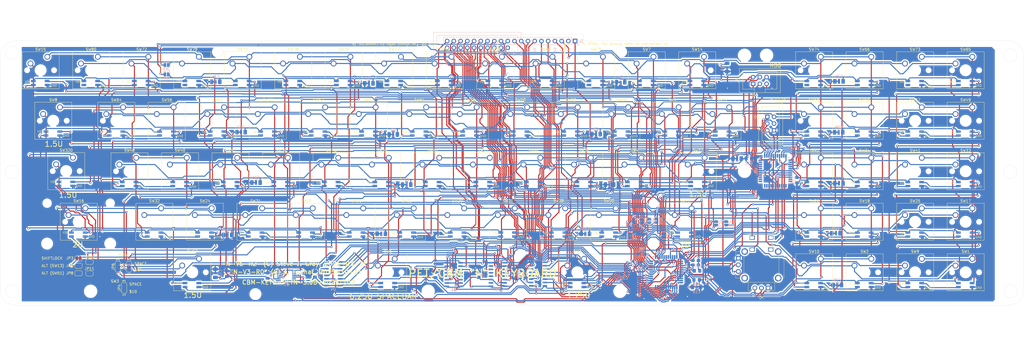
<source format=kicad_pcb>
(kicad_pcb (version 20241229) (generator "pcbnew") (generator_version "9.0")
  (title_block (date "2020-06-13"))
  (layers (0 "F.Cu" signal) (2 "B.Cu" signal) (13 "F.Paste" user) (15 "B.Paste" user) (5 "F.SilkS" user "F.Silkscreen") (7 "B.SilkS" user "B.Silkscreen") (1 "F.Mask" user) (3 "B.Mask" user) (25 "Edge.Cuts" user))
  (net 0 "")
  (net 1 "C1")
  (net 2 "R1")
  (net 3 "C2")
  (net 4 "C3")
  (net 5 "C4")
  (net 6 "C5")
  (net 7 "C6")
  (net 8 "C7")
  (net 9 "C8")
  (net 10 "R2")
  (net 11 "R3")
  (net 12 "R4")
  (net 13 "R5")
  (net 14 "R6")
  (net 15 "R7")
  (net 16 "R8")
  (net 17 "R9")
  (net 18 "R10")
  (net 19 "XC3")
  (net 20 "XC1")
  (net 21 "XR67")
  (net 22 "XC67")
  (net 23 "S2")
  (net 25 "RESTORE")
  (net 26 "S1")
  (net 27 "GND")
  (net 28 "S0")
  (net 29 "SCL")
  (net 30 "S3")
  (net 31 "VCC33")
  (net 33 "SDA")
  (net 34 "VCC")
  (net 36 "Net-(J4-~{RST})")
  (net 37 "Net-(U2-PD1)")
  (net 38 "Net-(U2-PC3)")
  (net 39 "Net-(U2-PD0)")
  (net 40 "Net-(U2-PC2)")
  (net 41 "Net-(U2-PD2)")
  (net 42 "CLK16M")
  (net 44 "Net-(U3-A3)")
  (net 45 "Net-(U3-A2)")
  (net 46 "Net-(U3-A1)")
  (net 50 "Net-(U3-A0)")
  (net 52 "Net-(U4-D2)")
  (net 53 "Net-(U4-D3)")
  (net 54 "Net-(U4-D4)")
  (net 55 "Net-(U4-D1)")
  (net 56 "Net-(U4-D5)")
  (net 57 "Net-(U4-D0)")
  (net 58 "Net-(U6-D5)")
  (net 59 "Net-(U6-D4)")
  (net 60 "Net-(J7-SCK)")
  (net 61 "Net-(J7-MISO)")
  (net 62 "Net-(J7-MOSI)")
  (net 84 "Net-(SW1B-DOUT)")
  (net 85 "L0")
  (net 86 "Net-(SW17B-DIN)")
  (net 87 "Net-(SW17B-DOUT)")
  (net 88 "Net-(SW25B-DOUT)")
  (net 89 "Net-(SW33B-DOUT)")
  (net 90 "Net-(SW41B-DOUT)")
  (net 91 "Net-(SW49B-DOUT)")
  (net 92 "Net-(SW57B-DOUT)")
  (net 93 "Net-(SW65B-DOUT)")
  (net 102 "L1")
  (net 103 "L6")
  (net 104 "L4")
  (net 105 "L3")
  (net 106 "L7")
  (net 107 "L2")
  (net 108 "L5")
  (net 109 "Net-(D1-K)")
  (net 110 "cR1")
  (net 111 "cR2")
  (net 112 "JOYA")
  (net 113 "xR9")
  (net 114 "Net-(SW10B-DIN)")
  (net 115 "Net-(SW11B-DIN)")
  (net 116 "Net-(SW12B-DIN)")
  (net 117 "Net-(SW320B-DIN)")
  (net 118 "Net-(SW14B-DIN)")
  (net 119 "Net-(SW15B-DIN)")
  (net 120 "Net-(SW16B-DIN)")
  (net 121 "Net-(SW10B-DOUT)")
  (net 122 "Net-(SW11B-DOUT)")
  (net 123 "Net-(SW12B-DOUT)")
  (net 124 "Net-(SW14B-DOUT)")
  (net 125 "Net-(SW15B-DOUT)")
  (net 126 "Net-(SW16B-DOUT)")
  (net 127 "Net-(SW18B-DOUT)")
  (net 128 "Net-(SW20B-DOUT)")
  (net 129 "Net-(SW21B-DIN)")
  (net 130 "Net-(SW21B-DOUT)")
  (net 131 "Net-(SW22B-DOUT)")
  (net 132 "Net-(SW23B-DOUT)")
  (net 133 "Net-(SW24B-DOUT)")
  (net 134 "Net-(SW26B-DOUT)")
  (net 135 "Net-(SW27B-DOUT)")
  (net 136 "Net-(SW28B-DOUT)")
  (net 137 "Net-(SW29B-DOUT)")
  (net 138 "Net-(SW30B-DOUT)")
  (net 139 "Net-(SW31B-DOUT)")
  (net 140 "Net-(SW32B-DOUT)")
  (net 141 "Net-(SW34B-DOUT)")
  (net 142 "Net-(SW36B-DOUT)")
  (net 143 "Net-(SW37B-DOUT)")
  (net 144 "Net-(SW38B-DOUT)")
  (net 145 "Net-(SW39B-DOUT)")
  (net 146 "Net-(SW40B-DOUT)")
  (net 147 "Net-(SW42B-DOUT)")
  (net 148 "Net-(SW44B-DOUT)")
  (net 149 "Net-(SW45B-DOUT)")
  (net 150 "Net-(SW46B-DOUT)")
  (net 151 "Net-(SW47B-DOUT)")
  (net 152 "Net-(SW48B-DOUT)")
  (net 153 "Net-(SW50B-DOUT)")
  (net 154 "Net-(SW52B-DOUT)")
  (net 155 "Net-(SW53B-DOUT)")
  (net 156 "Net-(SW54B-DOUT)")
  (net 157 "Net-(SW55B-DOUT)")
  (net 158 "Net-(SW56B-DOUT)")
  (net 159 "Net-(SW58B-DOUT)")
  (net 160 "Net-(SW59B-DOUT)")
  (net 161 "Net-(SW60B-DOUT)")
  (net 162 "Net-(SW61B-DOUT)")
  (net 163 "Net-(SW62B-DOUT)")
  (net 164 "Net-(SW63B-DOUT)")
  (net 165 "Net-(SW64B-DOUT)")
  (net 166 "Net-(SW66B-DOUT)")
  (net 167 "Net-(SW67B-DOUT)")
  (net 168 "Net-(SW68B-DOUT)")
  (net 169 "Net-(SW69B-DOUT)")
  (net 170 "Net-(SW70B-DOUT)")
  (net 171 "Net-(SW71B-DOUT)")
  (net 172 "Net-(SW72B-DOUT)")
  (net 173 "LVSDA")
  (net 174 "LVSCL")
  (net 179 "JOYB")
  (net 180 "CC1")
  (net 181 "CC8")
  (net 182 "CC5")
  (net 183 "CC4")
  (net 184 "CC3")
  (net 185 "CC6")
  (net 186 "CC2")
  (net 187 "CC7")
  (footprint "petkn:SW_Cherry_MX_1.00u_PCB_with_RGB_LED" (layer "F.Cu") (at 273.177 73.5965)
    (property "Reference" "SW5")
    (property "Value" "\"<\"")
    (fp_line (start -4.3832 8.394) (end -0.9832 8.394) (stroke (width 0.05)) (layer "Edge.Cuts"))
    (fp_line (start -4.3832 11.394) (end -4.3832 8.394) (stroke (width 0.05)) (layer "Edge.Cuts"))
    (fp_line (start -0.9832 8.394) (end -0.9832 11.394) (stroke (width 0.05)) (layer "Edge.Cuts"))
    (fp_line (start -0.9832 11.394) (end -4.3832 11.394) (stroke (width 0.05)) (layer "Edge.Cuts"))
  )
  (footprint "petkn:SW_Cherry_MX_2.00u_PCB_with_RGB_LED" (layer "F.Cu") (at 278.041 111.7115)
    (property "Reference" "SW11")
    (property "Value" "R SHIFT")
    (fp_line (start -4.3832 8.394) (end -0.9832 8.394) (stroke (width 0.05)) (layer "Edge.Cuts"))
    (fp_line (start -4.3832 11.394) (end -4.3832 8.394) (stroke (width 0.05)) (layer "Edge.Cuts"))
    (fp_line (start -0.9832 8.394) (end -0.9832 11.394) (stroke (width 0.05)) (layer "Edge.Cuts"))
    (fp_line (start -0.9832 11.394) (end -4.3832 11.394) (stroke (width 0.05)) (layer "Edge.Cuts"))
  )
  (footprint "petkn:SW_Cherry_MX_1.00u_PCB_with_RGB_LED" (layer "F.Cu") (at 292.227 73.5965)
    (property "Reference" "SW12")
    (property "Value" "\">\"")
    (fp_line (start -4.3832 8.394) (end -0.9832 8.394) (stroke (width 0.05)) (layer "Edge.Cuts"))
    (fp_line (start -4.3832 11.394) (end -4.3832 8.394) (stroke (width 0.05)) (layer "Edge.Cuts"))
    (fp_line (start -0.9832 8.394) (end -0.9832 11.394) (stroke (width 0.05)) (layer "Edge.Cuts"))
    (fp_line (start -0.9832 11.394) (end -4.3832 11.394) (stroke (width 0.05)) (layer "Edge.Cuts"))
  )
  (footprint "petkn:SW_Cherry_MX_1.00u_PCB_with_RGB_LED" (layer "F.Cu") (at 282.702 54.5465)
    (property "Reference" "SW14")
    (property "Value" "\"]\"")
    (fp_line (start -4.3832 8.394) (end -0.9832 8.394) (stroke (width 0.05)) (layer "Edge.Cuts"))
    (fp_line (start -4.3832 11.394) (end -4.3832 8.394) (stroke (width 0.05)) (layer "Edge.Cuts"))
    (fp_line (start -0.9832 8.394) (end -0.9832 11.394) (stroke (width 0.05)) (layer "Edge.Cuts"))
    (fp_line (start -0.9832 11.394) (end -4.3832 11.394) (stroke (width 0.05)) (layer "Edge.Cuts"))
  )
  (footprint "petkn:SW_Cherry_MX_1.00u_PCB_with_RGB_LED" (layer "F.Cu") (at 35.052 54.5465)
    (property "Reference" "SW15")
    (property "Value" "\"@\"")
    (fp_line (start -4.3832 8.394) (end -0.9832 8.394) (stroke (width 0.05)) (layer "Edge.Cuts"))
    (fp_line (start -4.3832 11.394) (end -4.3832 8.394) (stroke (width 0.05)) (layer "Edge.Cuts"))
    (fp_line (start -0.9832 8.394) (end -0.9832 11.394) (stroke (width 0.05)) (layer "Edge.Cuts"))
    (fp_line (start -0.9832 11.394) (end -4.3832 11.394) (stroke (width 0.05)) (layer "Edge.Cuts"))
  )
  (footprint "petkn:SW_Cherry_MX_1.00u_PCB_with_RGB_LED" (layer "F.Cu") (at 249.428 111.6965)
    (property "Reference" "SW20")
    (property "Value" "\"?\"")
    (fp_line (start -4.3832 8.394) (end -0.9832 8.394) (stroke (width 0.05)) (layer "Edge.Cuts"))
    (fp_line (start -4.3832 11.394) (end -4.3832 8.394) (stroke (width 0.05)) (layer "Edge.Cuts"))
    (fp_line (start -0.9832 8.394) (end -0.9832 11.394) (stroke (width 0.05)) (layer "Edge.Cuts"))
    (fp_line (start -0.9832 11.394) (end -4.3832 11.394) (stroke (width 0.05)) (layer "Edge.Cuts"))
  )
  (footprint "petkn:SW_Cherry_MX_1.00u_PCB_with_RGB_LED" (layer "F.Cu") (at 211.328 111.6965)
    (property "Reference" "SW21")
    (property "Value" "\",\"")
    (fp_line (start -4.3832 8.394) (end -0.9832 8.394) (stroke (width 0.05)) (layer "Edge.Cuts"))
    (fp_line (start -4.3832 11.394) (end -4.3832 8.394) (stroke (width 0.05)) (layer "Edge.Cuts"))
    (fp_line (start -0.9832 8.394) (end -0.9832 11.394) (stroke (width 0.05)) (layer "Edge.Cuts"))
    (fp_line (start -0.9832 11.394) (end -4.3832 11.394) (stroke (width 0.05)) (layer "Edge.Cuts"))
  )
  (footprint "petkn:SW_Cherry_MX_1.00u_PCB_with_RGB_LED" (layer "F.Cu") (at 173.228 111.6965)
    (property "Reference" "SW22")
    (property "Value" "\"N\"")
    (fp_line (start -4.3832 8.394) (end -0.9832 8.394) (stroke (width 0.05)) (layer "Edge.Cuts"))
    (fp_line (start -4.3832 11.394) (end -4.3832 8.394) (stroke (width 0.05)) (layer "Edge.Cuts"))
    (fp_line (start -0.9832 8.394) (end -0.9832 11.394) (stroke (width 0.05)) (layer "Edge.Cuts"))
    (fp_line (start -0.9832 11.394) (end -4.3832 11.394) (stroke (width 0.05)) (layer "Edge.Cuts"))
  )
  (footprint "petkn:SW_Cherry_MX_1.00u_PCB_with_RGB_LED" (layer "F.Cu") (at 135.128 111.6965)
    (property "Reference" "SW23")
    (property "Value" "\"V\"")
    (fp_line (start -4.3832 8.394) (end -0.9832 8.394) (stroke (width 0.05)) (layer "Edge.Cuts"))
    (fp_line (start -4.3832 11.394) (end -4.3832 8.394) (stroke (width 0.05)) (layer "Edge.Cuts"))
    (fp_line (start -0.9832 8.394) (end -0.9832 11.394) (stroke (width 0.05)) (layer "Edge.Cuts"))
    (fp_line (start -0.9832 11.394) (end -4.3832 11.394) (stroke (width 0.05)) (layer "Edge.Cuts"))
  )
  (footprint "petkn:SW_Cherry_MX_1.00u_PCB_with_RGB_LED" (layer "F.Cu") (at 97.028 111.6965)
    (property "Reference" "SW24")
    (property "Value" "\"X\"")
    (fp_line (start -4.3832 8.394) (end -0.9832 8.394) (stroke (width 0.05)) (layer "Edge.Cuts"))
    (fp_line (start -4.3832 11.394) (end -4.3832 8.394) (stroke (width 0.05)) (layer "Edge.Cuts"))
    (fp_line (start -0.9832 8.394) (end -0.9832 11.394) (stroke (width 0.05)) (layer "Edge.Cuts"))
    (fp_line (start -0.9832 11.394) (end -4.3832 11.394) (stroke (width 0.05)) (layer "Edge.Cuts"))
  )
  (footprint "petkn:SW_Cherry_MX_1.50u_PCB_with_RGB_LED" (layer "F.Cu") (at 282.956 92.6465)
    (property "Reference" "SW27")
    (property "Value" "RETURN")
    (fp_line (start -4.3832 8.394) (end -0.9832 8.394) (stroke (width 0.05)) (layer "Edge.Cuts"))
    (fp_line (start -4.3832 11.394) (end -4.3832 8.394) (stroke (width 0.05)) (layer "Edge.Cuts"))
    (fp_line (start -0.9832 8.394) (end -0.9832 11.394) (stroke (width 0.05)) (layer "Edge.Cuts"))
    (fp_line (start -0.9832 11.394) (end -4.3832 11.394) (stroke (width 0.05)) (layer "Edge.Cuts"))
  )
  (footprint "petkn:SW_Cherry_MX_1.00u_PCB_with_RGB_LED" (layer "F.Cu") (at 230.378 111.6965)
    (property "Reference" "SW28")
    (property "Value" "\";\"")
    (fp_line (start -4.3832 8.394) (end -0.9832 8.394) (stroke (width 0.05)) (layer "Edge.Cuts"))
    (fp_line (start -4.3832 11.394) (end -4.3832 8.394) (stroke (width 0.05)) (layer "Edge.Cuts"))
    (fp_line (start -0.9832 8.394) (end -0.9832 11.394) (stroke (width 0.05)) (layer "Edge.Cuts"))
    (fp_line (start -0.9832 11.394) (end -4.3832 11.394) (stroke (width 0.05)) (layer "Edge.Cuts"))
  )
  (footprint "petkn:SW_Cherry_MX_1.00u_PCB_with_RGB_LED" (layer "F.Cu") (at 192.278 111.6965)
    (property "Reference" "SW29")
    (property "Value" "\"M\"")
    (fp_line (start -4.3832 8.394) (end -0.9832 8.394) (stroke (width 0.05)) (layer "Edge.Cuts"))
    (fp_line (start -4.3832 11.394) (end -4.3832 8.394) (stroke (width 0.05)) (layer "Edge.Cuts"))
    (fp_line (start -0.9832 8.394) (end -0.9832 11.394) (stroke (width 0.05)) (layer "Edge.Cuts"))
    (fp_line (start -0.9832 11.394) (end -4.3832 11.394) (stroke (width 0.05)) (layer "Edge.Cuts"))
  )
  (footprint "petkn:SW_Cherry_MX_1.00u_PCB_with_RGB_LED" (layer "F.Cu") (at 154.178 111.6965)
    (property "Reference" "SW30")
    (property "Value" "\"B\"")
    (fp_line (start -4.3832 8.394) (end -0.9832 8.394) (stroke (width 0.05)) (layer "Edge.Cuts"))
    (fp_line (start -4.3832 11.394) (end -4.3832 8.394) (stroke (width 0.05)) (layer "Edge.Cuts"))
    (fp_line (start -0.9832 8.394) (end -0.9832 11.394) (stroke (width 0.05)) (layer "Edge.Cuts"))
    (fp_line (start -0.9832 11.394) (end -4.3832 11.394) (stroke (width 0.05)) (layer "Edge.Cuts"))
  )
  (footprint "petkn:SW_Cherry_MX_1.00u_PCB_with_RGB_LED" (layer "F.Cu") (at 77.978 111.6965)
    (property "Reference" "SW32")
    (property "Value" "\"Z\"")
    (fp_line (start -4.3832 8.394) (end -0.9832 8.394) (stroke (width 0.05)) (layer "Edge.Cuts"))
    (fp_line (start -4.3832 11.394) (end -4.3832 8.394) (stroke (width 0.05)) (layer "Edge.Cuts"))
    (fp_line (start -0.9832 8.394) (end -0.9832 11.394) (stroke (width 0.05)) (layer "Edge.Cuts"))
    (fp_line (start -0.9832 11.394) (end -4.3832 11.394) (stroke (width 0.05)) (layer "Edge.Cuts"))
  )
  (footprint "petkn:SW_Cherry_MX_1.00u_PCB_with_RGB_LED" (layer "F.Cu") (at 240.03 92.6465)
    (property "Reference" "SW36")
    (property "Value" "\":\"")
    (fp_line (start -4.3832 8.394) (end -0.9832 8.394) (stroke (width 0.05)) (layer "Edge.Cuts"))
    (fp_line (start -4.3832 11.394) (end -4.3832 8.394) (stroke (width 0.05)) (layer "Edge.Cuts"))
    (fp_line (start -0.9832 8.394) (end -0.9832 11.394) (stroke (width 0.05)) (layer "Edge.Cuts"))
    (fp_line (start -0.9832 11.394) (end -4.3832 11.394) (stroke (width 0.05)) (layer "Edge.Cuts"))
  )
  (footprint "petkn:SW_Cherry_MX_1.00u_PCB_with_RGB_LED" (layer "F.Cu") (at 87.63 92.6465)
    (property "Reference" "SW40")
    (property "Value" "\"S\"")
    (fp_line (start -4.3832 8.394) (end -0.9832 8.394) (stroke (width 0.05)) (layer "Edge.Cuts"))
    (fp_line (start -4.3832 11.394) (end -4.3832 8.394) (stroke (width 0.05)) (layer "Edge.Cuts"))
    (fp_line (start -0.9832 8.394) (end -0.9832 11.394) (stroke (width 0.05)) (layer "Edge.Cuts"))
    (fp_line (start -0.9832 11.394) (end -4.3832 11.394) (stroke (width 0.05)) (layer "Edge.Cuts"))
  )
  (footprint "petkn:SW_Cherry_MX_1.00u_PCB_with_RGB_LED" (layer "F.Cu") (at 220.98 92.6465)
    (property "Reference" "SW44")
    (property "Value" "\"L\"")
    (fp_line (start -4.3832 8.394) (end -0.9832 8.394) (stroke (width 0.05)) (layer "Edge.Cuts"))
    (fp_line (start -4.3832 11.394) (end -4.3832 8.394) (stroke (width 0.05)) (layer "Edge.Cuts"))
    (fp_line (start -0.9832 8.394) (end -0.9832 11.394) (stroke (width 0.05)) (layer "Edge.Cuts"))
    (fp_line (start -0.9832 11.394) (end -4.3832 11.394) (stroke (width 0.05)) (layer "Edge.Cuts"))
  )
  (footprint "petkn:SW_Cherry_MX_1.00u_PCB_with_RGB_LED" (layer "F.Cu") (at 106.68 92.6465)
    (property "Reference" "SW47")
    (property "Value" "\"D\"")
    (fp_line (start -4.3832 8.394) (end -0.9832 8.394) (stroke (width 0.05)) (layer "Edge.Cuts"))
    (fp_line (start -4.3832 11.394) (end -4.3832 8.394) (stroke (width 0.05)) (layer "Edge.Cuts"))
    (fp_line (start -0.9832 8.394) (end -0.9832 11.394) (stroke (width 0.05)) (layer "Edge.Cuts"))
    (fp_line (start -0.9832 11.394) (end -4.3832 11.394) (stroke (width 0.05)) (layer "Edge.Cuts"))
  )
  (footprint "petkn:SW_Cherry_MX_1.00u_PCB_with_RGB_LED" (layer "F.Cu") (at 235.077 73.5965)
    (property "Reference" "SW52")
    (property "Value" "\"P\"")
    (fp_line (start -4.3832 8.394) (end -0.9832 8.394) (stroke (width 0.05)) (layer "Edge.Cuts"))
    (fp_line (start -4.3832 11.394) (end -4.3832 8.394) (stroke (width 0.05)) (layer "Edge.Cuts"))
    (fp_line (start -0.9832 8.394) (end -0.9832 11.394) (stroke (width 0.05)) (layer "Edge.Cuts"))
    (fp_line (start -0.9832 11.394) (end -4.3832 11.394) (stroke (width 0.05)) (layer "Edge.Cuts"))
  )
  (footprint "petkn:SW_Cherry_MX_1.00u_PCB_with_RGB_LED" (layer "F.Cu") (at 196.977 73.5965)
    (property "Reference" "SW53")
    (property "Value" "\"I\"")
    (fp_line (start -4.3832 8.394) (end -0.9832 8.394) (stroke (width 0.05)) (layer "Edge.Cuts"))
    (fp_line (start -4.3832 11.394) (end -4.3832 8.394) (stroke (width 0.05)) (layer "Edge.Cuts"))
    (fp_line (start -0.9832 8.394) (end -0.9832 11.394) (stroke (width 0.05)) (layer "Edge.Cuts"))
    (fp_line (start -0.9832 11.394) (end -4.3832 11.394) (stroke (width 0.05)) (layer "Edge.Cuts"))
  )
  (footprint "petkn:SW_Cherry_MX_1.00u_PCB_with_RGB_LED" (layer "F.Cu") (at 120.777 73.5965)
    (property "Reference" "SW55")
    (property "Value" "\"R\"")
    (fp_line (start -4.3832 8.394) (end -0.9832 8.394) (stroke (width 0.05)) (layer "Edge.Cuts"))
    (fp_line (start -4.3832 11.394) (end -4.3832 8.394) (stroke (width 0.05)) (layer "Edge.Cuts"))
    (fp_line (start -0.9832 8.394) (end -0.9832 11.394) (stroke (width 0.05)) (layer "Edge.Cuts"))
    (fp_line (start -0.9832 11.394) (end -4.3832 11.394) (stroke (width 0.05)) (layer "Edge.Cuts"))
  )
  (footprint "petkn:SW_Cherry_MX_1.00u_PCB_with_RGB_LED" (layer "F.Cu") (at 82.677 73.5965)
    (property "Reference" "SW56")
    (property "Value" "\"W\"")
    (fp_line (start -4.3832 8.394) (end -0.9832 8.394) (stroke (width 0.05)) (layer "Edge.Cuts"))
    (fp_line (start -4.3832 11.394) (end -4.3832 8.394) (stroke (width 0.05)) (layer "Edge.Cuts"))
    (fp_line (start -0.9832 8.394) (end -0.9832 11.394) (stroke (width 0.05)) (layer "Edge.Cuts"))
    (fp_line (start -0.9832 11.394) (end -4.3832 11.394) (stroke (width 0.05)) (layer "Edge.Cuts"))
  )
  (footprint "petkn:SW_Cherry_MX_1.00u_PCB_with_RGB_LED" (layer "F.Cu") (at 254.127 73.5965)
    (property "Reference" "SW59")
    (property "Value" "U ARROW")
    (fp_line (start -4.3832 8.394) (end -0.9832 8.394) (stroke (width 0.05)) (layer "Edge.Cuts"))
    (fp_line (start -4.3832 11.394) (end -4.3832 8.394) (stroke (width 0.05)) (layer "Edge.Cuts"))
    (fp_line (start -0.9832 8.394) (end -0.9832 11.394) (stroke (width 0.05)) (layer "Edge.Cuts"))
    (fp_line (start -0.9832 11.394) (end -4.3832 11.394) (stroke (width 0.05)) (layer "Edge.Cuts"))
  )
  (footprint "petkn:SW_Cherry_MX_1.00u_PCB_with_RGB_LED" (layer "F.Cu") (at 216.027 73.5965)
    (property "Reference" "SW60")
    (property "Value" "\"O\"")
    (fp_line (start -4.3832 8.394) (end -0.9832 8.394) (stroke (width 0.05)) (layer "Edge.Cuts"))
    (fp_line (start -4.3832 11.394) (end -4.3832 8.394) (stroke (width 0.05)) (layer "Edge.Cuts"))
    (fp_line (start -0.9832 8.394) (end -0.9832 11.394) (stroke (width 0.05)) (layer "Edge.Cuts"))
    (fp_line (start -0.9832 11.394) (end -4.3832 11.394) (stroke (width 0.05)) (layer "Edge.Cuts"))
  )
  (footprint "petkn:SW_Cherry_MX_1.00u_PCB_with_RGB_LED" (layer "F.Cu") (at 177.927 73.5965)
    (property "Reference" "SW61")
    (property "Value" "\"U\"")
    (fp_line (start -4.3832 8.394) (end -0.9832 8.394) (stroke (width 0.05)) (layer "Edge.Cuts"))
    (fp_line (start -4.3832 11.394) (end -4.3832 8.394) (stroke (width 0.05)) (layer "Edge.Cuts"))
    (fp_line (start -0.9832 8.394) (end -0.9832 11.394) (stroke (width 0.05)) (layer "Edge.Cuts"))
    (fp_line (start -0.9832 11.394) (end -4.3832 11.394) (stroke (width 0.05)) (layer "Edge.Cuts"))
  )
  (footprint "petkn:SW_Cherry_MX_1.00u_PCB_with_RGB_LED" (layer "F.Cu") (at 139.827 73.5965)
    (property "Reference" "SW62")
    (property "Value" "\"T\"")
    (fp_line (start -4.3832 8.394) (end -0.9832 8.394) (stroke (width 0.05)) (layer "Edge.Cuts"))
    (fp_line (start -4.3832 11.394) (end -4.3832 8.394) (stroke (width 0.05)) (layer "Edge.Cuts"))
    (fp_line (start -0.9832 8.394) (end -0.9832 11.394) (stroke (width 0.05)) (layer "Edge.Cuts"))
    (fp_line (start -0.9832 11.394) (end -4.3832 11.394) (stroke (width 0.05)) (layer "Edge.Cuts"))
  )
  (footprint "petkn:SW_Cherry_MX_1.00u_PCB_with_RGB_LED" (layer "F.Cu") (at 101.727 73.5965)
    (property "Reference" "SW63")
    (property "Value" "\"E\"")
    (fp_line (start -4.3832 8.394) (end -0.9832 8.394) (stroke (width 0.05)) (layer "Edge.Cuts"))
    (fp_line (start -4.3832 11.394) (end -4.3832 8.394) (stroke (width 0.05)) (layer "Edge.Cuts"))
    (fp_line (start -0.9832 8.394) (end -0.9832 11.394) (stroke (width 0.05)) (layer "Edge.Cuts"))
    (fp_line (start -0.9832 11.394) (end -4.3832 11.394) (stroke (width 0.05)) (layer "Edge.Cuts"))
  )
  (footprint "petkn:SW_Cherry_MX_1.00u_PCB_with_RGB_LED" (layer "F.Cu") (at 149.352 54.5465)
    (property "Reference" "SW70")
    (property "Value" "\"'\"")
    (fp_line (start -4.3832 8.394) (end -0.9832 8.394) (stroke (width 0.05)) (layer "Edge.Cuts"))
    (fp_line (start -4.3832 11.394) (end -4.3832 8.394) (stroke (width 0.05)) (layer "Edge.Cuts"))
    (fp_line (start -0.9832 8.394) (end -0.9832 11.394) (stroke (width 0.05)) (layer "Edge.Cuts"))
    (fp_line (start -0.9832 11.394) (end -4.3832 11.394) (stroke (width 0.05)) (layer "Edge.Cuts"))
  )
  (footprint "petkn:SW_Cherry_MX_1.00u_PCB_with_RGB_LED" (layer "F.Cu") (at 244.602 54.5465)
    (property "Reference" "SW75")
    (property "Value" "B ARROW")
    (fp_line (start -4.3832 8.394) (end -0.9832 8.394) (stroke (width 0.05)) (layer "Edge.Cuts"))
    (fp_line (start -4.3832 11.394) (end -4.3832 8.394) (stroke (width 0.05)) (layer "Edge.Cuts"))
    (fp_line (start -0.9832 8.394) (end -0.9832 11.394) (stroke (width 0.05)) (layer "Edge.Cuts"))
    (fp_line (start -0.9832 11.394) (end -4.3832 11.394) (stroke (width 0.05)) (layer "Edge.Cuts"))
  )
  (footprint "petkn:SW_Cherry_MX_1.00u_PCB_with_RGB_LED" (layer "F.Cu") (at 168.402 54.5465)
    (property "Reference" "SW77")
    (property "Value" "\"&\"")
    (fp_line (start -4.3832 8.394) (end -0.9832 8.394) (stroke (width 0.05)) (layer "Edge.Cuts"))
    (fp_line (start -4.3832 11.394) (end -4.3832 8.394) (stroke (width 0.05)) (layer "Edge.Cuts"))
    (fp_line (start -0.9832 8.394) (end -0.9832 11.394) (stroke (width 0.05)) (layer "Edge.Cuts"))
    (fp_line (start -0.9832 11.394) (end -4.3832 11.394) (stroke (width 0.05)) (layer "Edge.Cuts"))
  )
  (footprint "petkn:SW_Cherry_MX_1.00u_PCB_with_RGB_LED" (layer "F.Cu") (at 130.302 54.5465)
    (property "Reference" "SW78")
    (property "Value" "\"%\"")
    (fp_line (start -4.3832 8.394) (end -0.9832 8.394) (stroke (width 0.05)) (layer "Edge.Cuts"))
    (fp_line (start -4.3832 11.394) (end -4.3832 8.394) (stroke (width 0.05)) (layer "Edge.Cuts"))
    (fp_line (start -0.9832 8.394) (end -0.9832 11.394) (stroke (width 0.05)) (layer "Edge.Cuts"))
    (fp_line (start -0.9832 11.394) (end -4.3832 11.394) (stroke (width 0.05)) (layer "Edge.Cuts"))
  )
  (footprint "petkn:SW_Cherry_MX_1.00u_PCB_with_RGB_LED" (layer "F.Cu") (at 63.627 73.5965)
    (property "Reference" "SW64")
    (property "Value" "\"Q\"")
    (fp_line (start -4.3832 8.394) (end -0.9832 8.394) (stroke (width 0.05)) (layer "Edge.Cuts"))
    (fp_line (start -4.3832 11.394) (end -4.3832 8.394) (stroke (width 0.05)) (layer "Edge.Cuts"))
    (fp_line (start -0.9832 8.394) (end -0.9832 11.394) (stroke (width 0.05)) (layer "Edge.Cuts"))
    (fp_line (start -0.9832 11.394) (end -4.3832 11.394) (stroke (width 0.05)) (layer "Edge.Cuts"))
  )
  (footprint "petkn:SW_Cherry_MX_2.00u_PCB_with_RGB_LED" (layer "F.Cu") (at 49.403 111.6965)
    (property "Reference" "SW16")
    (property "Value" "L SHIFT")
    (fp_line (start -4.3832 8.394) (end -0.9832 8.394) (stroke (width 0.05)) (layer "Edge.Cuts"))
    (fp_line (start -4.3832 11.394) (end -4.3832 8.394) (stroke (width 0.05)) (layer "Edge.Cuts"))
    (fp_line (start -0.9832 8.394) (end -0.9832 11.394) (stroke (width 0.05)) (layer "Edge.Cuts"))
    (fp_line (start -0.9832 11.394) (end -4.3832 11.394) (stroke (width 0.05)) (layer "Edge.Cuts"))
  )
  (footprint "petkn:SW_Cherry_MX_1.00u_PCB_with_RGB_LED" (layer "F.Cu") (at 225.552 54.5465)
    (property "Reference" "SW68")
    (property "Value" "\")\"")
    (fp_line (start -4.3832 8.394) (end -0.9832 8.394) (stroke (width 0.05)) (layer "Edge.Cuts"))
    (fp_line (start -4.3832 11.394) (end -4.3832 8.394) (stroke (width 0.05)) (layer "Edge.Cuts"))
    (fp_line (start -0.9832 8.394) (end -0.9832 11.394) (stroke (width 0.05)) (layer "Edge.Cuts"))
    (fp_line (start -0.9832 11.394) (end -4.3832 11.394) (stroke (width 0.05)) (layer "Edge.Cuts"))
  )
  (footprint "petkn:SW_Cherry_MX_1.00u_PCB_with_RGB_LED" (layer "F.Cu") (at 259.08 92.6465)
    (property "Reference" "SW4")
    (property "Value" "STOP")
    (fp_line (start -4.3832 8.394) (end -0.9832 8.394) (stroke (width 0.05)) (layer "Edge.Cuts"))
    (fp_line (start -4.3832 11.394) (end -4.3832 8.394) (stroke (width 0.05)) (layer "Edge.Cuts"))
    (fp_line (start -0.9832 8.394) (end -0.9832 11.394) (stroke (width 0.05)) (layer "Edge.Cuts"))
    (fp_line (start -0.9832 11.394) (end -4.3832 11.394) (stroke (width 0.05)) (layer "Edge.Cuts"))
  )
  (footprint "petkn:SW_Cherry_MX_1.00u_PCB_with_RGB_LED" (layer "F.Cu") (at 92.202 54.5465)
    (property "Reference" "SW79")
    (property "Value" "\"#\"")
    (fp_line (start -4.3832 8.394) (end -0.9832 8.394) (stroke (width 0.05)) (layer "Edge.Cuts"))
    (fp_line (start -4.3832 11.394) (end -4.3832 8.394) (stroke (width 0.05)) (layer "Edge.Cuts"))
    (fp_line (start -0.9832 8.394) (end -0.9832 11.394) (stroke (width 0.05)) (layer "Edge.Cuts"))
    (fp_line (start -0.9832 11.394) (end -4.3832 11.394) (stroke (width 0.05)) (layer "Edge.Cuts"))
  )
  (footprint "petkn:SW_Cherry_MX_1.00u_PCB_with_RGB_LED" (layer "F.Cu") (at 111.252 54.5465)
    (property "Reference" "SW71")
    (property "Value" "\"$\"")
    (fp_line (start -4.3832 8.394) (end -0.9832 8.394) (stroke (width 0.05)) (layer "Edge.Cuts"))
    (fp_line (start -4.3832 11.394) (end -4.3832 8.394) (stroke (width 0.05)) (layer "Edge.Cuts"))
    (fp_line (start -0.9832 8.394) (end -0.9832 11.394) (stroke (width 0.05)) (layer "Edge.Cuts"))
    (fp_line (start -0.9832 11.394) (end -4.3832 11.394) (stroke (width 0.05)) (layer "Edge.Cuts"))
  )
  (footprint "petkn:SW_Cherry_MX_1.00u_PCB_with_RGB_LED" (layer "F.Cu") (at 73.152 54.5465)
    (property "Reference" "SW72")
    (property "Value" "QUOTE")
    (fp_line (start -4.3832 8.394) (end -0.9832 8.394) (stroke (width 0.05)) (layer "Edge.Cuts"))
    (fp_line (start -4.3832 11.394) (end -4.3832 8.394) (stroke (width 0.05)) (layer "Edge.Cuts"))
    (fp_line (start -0.9832 8.394) (end -0.9832 11.394) (stroke (width 0.05)) (layer "Edge.Cuts"))
    (fp_line (start -0.9832 11.394) (end -4.3832 11.394) (stroke (width 0.05)) (layer "Edge.Cuts"))
  )
  (footprint "petkn:SW_Cherry_MX_1.00u_PCB_with_RGB_LED" (layer "F.Cu") (at 54.102 54.5465)
    (property "Reference" "SW80")
    (property "Value" "\"!\"")
    (fp_line (start -4.3832 8.394) (end -0.9832 8.394) (stroke (width 0.05)) (layer "Edge.Cuts"))
    (fp_line (start -4.3832 11.394) (end -4.3832 8.394) (stroke (width 0.05)) (layer "Edge.Cuts"))
    (fp_line (start -0.9832 8.394) (end -0.9832 11.394) (stroke (width 0.05)) (layer "Edge.Cuts"))
    (fp_line (start -0.9832 11.394) (end -4.3832 11.394) (stroke (width 0.05)) (layer "Edge.Cuts"))
  )
  (footprint "petkn:SW_Cherry_MX_1.50u_PCB_with_RGB_LED" (layer "F.Cu") (at 39.8145 73.5965)
    (property "Reference" "SW8")
    (property "Value" "OFF/RVS")
    (fp_line (start -4.3832 8.394) (end -0.9832 8.394) (stroke (width 0.05)) (layer "Edge.Cuts"))
    (fp_line (start -4.3832 11.394) (end -4.3832 8.394) (stroke (width 0.05)) (layer "Edge.Cuts"))
    (fp_line (start -0.9832 8.394) (end -0.9832 11.394) (stroke (width 0.05)) (layer "Edge.Cuts"))
    (fp_line (start -0.9832 11.394) (end -4.3832 11.394) (stroke (width 0.05)) (layer "Edge.Cuts"))
  )
  (footprint "petkn:SW_Cherry_MX_1.00u_PCB_with_RGB_LED" (layer "F.Cu") (at 263.652 54.5465)
    (property "Reference" "SW7")
    (property "Value" "\"[\"")
    (fp_line (start -4.3832 8.394) (end -0.9832 8.394) (stroke (width 0.05)) (layer "Edge.Cuts"))
    (fp_line (start -4.3832 11.394) (end -4.3832 8.394) (stroke (width 0.05)) (layer "Edge.Cuts"))
    (fp_line (start -0.9832 8.394) (end -0.9832 11.394) (stroke (width 0.05)) (layer "Edge.Cuts"))
    (fp_line (start -0.9832 11.394) (end -4.3832 11.394) (stroke (width 0.05)) (layer "Edge.Cuts"))
  )
  (footprint "petkn:SW_Cherry_MX_1.00u_PCB_with_RGB_LED" (layer "F.Cu") (at 125.73 92.6465)
    (property "Reference" "SW39")
    (property "Value" "\"F\"")
    (fp_line (start -4.3832 8.394) (end -0.9832 8.394) (stroke (width 0.05)) (layer "Edge.Cuts"))
    (fp_line (start -4.3832 11.394) (end -4.3832 8.394) (stroke (width 0.05)) (layer "Edge.Cuts"))
    (fp_line (start -0.9832 8.394) (end -0.9832 11.394) (stroke (width 0.05)) (layer "Edge.Cuts"))
    (fp_line (start -0.9832 11.394) (end -4.3832 11.394) (stroke (width 0.05)) (layer "Edge.Cuts"))
  )
  (footprint "petkn:SW_Cherry_MX_1.00u_PCB_with_RGB_LED" (layer "F.Cu") (at 201.93 92.6465)
    (property "Reference" "SW37")
    (property "Value" "\"K\"")
    (fp_line (start -4.3832 8.394) (end -0.9832 8.394) (stroke (width 0.05)) (layer "Edge.Cuts"))
    (fp_line (start -4.3832 11.394) (end -4.3832 8.394) (stroke (width 0.05)) (layer "Edge.Cuts"))
    (fp_line (start -0.9832 8.394) (end -0.9832 11.394) (stroke (width 0.05)) (layer "Edge.Cuts"))
    (fp_line (start -0.9832 11.394) (end -4.3832 11.394) (stroke (width 0.05)) (layer "Edge.Cuts"))
  )
  (footprint "petkn:SW_Cherry_MX_1.00u_PCB_with_RGB_LED" (layer "F.Cu") (at 163.83 92.6465)
    (property "Reference" "SW38")
    (property "Value" "\"H\"")
    (fp_line (start -4.3832 8.394) (end -0.9832 8.394) (stroke (width 0.05)) (layer "Edge.Cuts"))
    (fp_line (start -4.3832 11.394) (end -4.3832 8.394) (stroke (width 0.05)) (layer "Edge.Cuts"))
    (fp_line (start -0.9832 8.394) (end -0.9832 11.394) (stroke (width 0.05)) (layer "Edge.Cuts"))
    (fp_line (start -0.9832 11.394) (end -4.3832 11.394) (stroke (width 0.05)) (layer "Edge.Cuts"))
  )
  (footprint "petkn:SW_Cherry_MX_1.00u_PCB_with_RGB_LED" (layer "F.Cu") (at 144.78 92.6465)
    (property "Reference" "SW46")
    (property "Value" "\"G\"")
    (fp_line (start -4.3832 8.394) (end -0.9832 8.394) (stroke (width 0.05)) (layer "Edge.Cuts"))
    (fp_line (start -4.3832 11.394) (end -4.3832 8.394) (stroke (width 0.05)) (layer "Edge.Cuts"))
    (fp_line (start -0.9832 8.394) (end -0.9832 11.394) (stroke (width 0.05)) (layer "Edge.Cuts"))
    (fp_line (start -0.9832 11.394) (end -4.3832 11.394) (stroke (width 0.05)) (layer "Edge.Cuts"))
  )
  (footprint "petkn:SW_Cherry_MX_1.00u_PCB_with_RGB_LED" (layer "F.Cu") (at 182.88 92.6465)
    (property "Reference" "SW45")
    (property "Value" "\"J\"")
    (fp_line (start -4.3832 8.394) (end -0.9832 8.394) (stroke (width 0.05)) (layer "Edge.Cuts"))
    (fp_line (start -4.3832 11.394) (end -4.3832 8.394) (stroke (width 0.05)) (layer "Edge.Cuts"))
    (fp_line (start -0.9832 8.394) (end -0.9832 11.394) (stroke (width 0.05)) (layer "Edge.Cuts"))
    (fp_line (start -0.9832 11.394) (end -4.3832 11.394) (stroke (width 0.05)) (layer "Edge.Cuts"))
  )
  (footprint "petkn:SW_Cherry_MX_1.00u_PCB_with_RGB_LED" (layer "F.Cu") (at 116.078 111.6965)
    (property "Reference" "SW31")
    (property "Value" "\"C\"")
    (fp_line (start -4.3832 8.394) (end -0.9832 8.394) (stroke (width 0.05)) (layer "Edge.Cuts"))
    (fp_line (start -4.3832 11.394) (end -4.3832 8.394) (stroke (width 0.05)) (layer "Edge.Cuts"))
    (fp_line (start -0.9832 8.394) (end -0.9832 11.394) (stroke (width 0.05)) (layer "Edge.Cuts"))
    (fp_line (start -0.9832 11.394) (end -4.3832 11.394) (stroke (width 0.05)) (layer "Edge.Cuts"))
  )
  (footprint "petkn:SW_Cherry_MX_1.50u_PCB_with_RGB_LED" (layer "F.Cu") (at 92.2655 130.7465)
    (property "Reference" "SW67")
    (property "Value" "NC ($0A)")
    (fp_line (start -4.3832 8.394) (end -0.9832 8.394) (stroke (width 0.05)) (layer "Edge.Cuts"))
    (fp_line (start -4.3832 11.394) (end -4.3832 8.394) (stroke (width 0.05)) (layer "Edge.Cuts"))
    (fp_line (start -0.9832 8.394) (end -0.9832 11.394) (stroke (width 0.05)) (layer "Edge.Cuts"))
    (fp_line (start -0.9832 11.394) (end -4.3832 11.394) (stroke (width 0.05)) (layer "Edge.Cuts"))
  )
  (footprint "petkn:SW_Cherry_MX_1.00u_PCB_with_RGB_LED" (layer "F.Cu") (at 68.58 92.6465)
    (property "Reference" "SW48")
    (property "Value" "\"A\"")
    (fp_line (start -4.3832 8.394) (end -0.9832 8.394) (stroke (width 0.05)) (layer "Edge.Cuts"))
    (fp_line (start -4.3832 11.394) (end -4.3832 8.394) (stroke (width 0.05)) (layer "Edge.Cuts"))
    (fp_line (start -0.9832 8.394) (end -0.9832 11.394) (stroke (width 0.05)) (layer "Edge.Cuts"))
    (fp_line (start -0.9832 11.394) (end -4.3832 11.394) (stroke (width 0.05)) (layer "Edge.Cuts"))
  )
  (footprint "petkn:SW_Cherry_MX_1.00u_PCB_with_RGB_LED" (layer "F.Cu") (at 158.877 73.5965)
    (property "Reference" "SW54")
    (property "Value" "\"Y\"")
    (fp_line (start -4.3832 8.394) (end -0.9832 8.394) (stroke (width 0.05)) (layer "Edge.Cuts"))
    (fp_line (start -4.3832 11.394) (end -4.3832 8.394) (stroke (width 0.05)) (layer "Edge.Cuts"))
    (fp_line (start -0.9832 8.394) (end -0.9832 11.394) (stroke (width 0.05)) (layer "Edge.Cuts"))
    (fp_line (start -0.9832 11.394) (end -4.3832 11.394) (stroke (width 0.05)) (layer "Edge.Cuts"))
  )
  (footprint "petkn:SW_Cherry_MX_1.50u_PCB_with_RGB_LED" (layer "F.Cu") (at 44.704 92.583)
    (property "Reference" "SW320")
    (property "Value" "S LOCK")
    (fp_line (start -4.3832 8.394) (end -0.9832 8.394) (stroke (width 0.05)) (layer "Edge.Cuts"))
    (fp_line (start -4.3832 11.394) (end -4.3832 8.394) (stroke (width 0.05)) (layer "Edge.Cuts"))
    (fp_line (start -0.9832 8.394) (end -0.9832 11.394) (stroke (width 0.05)) (layer "Edge.Cuts"))
    (fp_line (start -0.9832 11.394) (end -4.3832 11.394) (stroke (width 0.05)) (layer "Edge.Cuts"))
  )
  (footprint "petkn:SW_Cherry_MX_1.00u_PCB_with_RGB_LED" (layer "F.Cu") (at 206.502 54.5465)
    (property "Reference" "SW76")
    (property "Value" "\"(\"")
    (fp_line (start -4.3832 8.394) (end -0.9832 8.394) (stroke (width 0.05)) (layer "Edge.Cuts"))
    (fp_line (start -4.3832 11.394) (end -4.3832 8.394) (stroke (width 0.05)) (layer "Edge.Cuts"))
    (fp_line (start -0.9832 8.394) (end -0.9832 11.394) (stroke (width 0.05)) (layer "Edge.Cuts"))
    (fp_line (start -0.9832 11.394) (end -4.3832 11.394) (stroke (width 0.05)) (layer "Edge.Cuts"))
  )
  (footprint "petkn:SW_Cherry_MX_1.00u_PCB_with_RGB_LED" (layer "F.Cu") (at 187.452 54.5465)
    (property "Reference" "SW69")
    (property "Value" "\"\\\"")
    (fp_line (start -4.3832 8.394) (end -0.9832 8.394) (stroke (width 0.05)) (layer "Edge.Cuts"))
    (fp_line (start -4.3832 11.394) (end -4.3832 8.394) (stroke (width 0.05)) (layer "Edge.Cuts"))
    (fp_line (start -0.9832 8.394) (end -0.9832 11.394) (stroke (width 0.05)) (layer "Edge.Cuts"))
    (fp_line (start -0.9832 11.394) (end -4.3832 11.394) (stroke (width 0.05)) (layer "Edge.Cuts"))
  )
  (footprint "petkn:SW_Cherry_MX_1.25u_PCB_with_RGB_LED" (layer "F.Cu") (at 237.49 130.7465)
    (property "Reference" "SW3")
    (property "Value" "NC ($10)")
    (fp_line (start -4.3832 8.394) (end -0.9832 8.394) (stroke (width 0.05)) (layer "Edge.Cuts"))
    (fp_line (start -4.3832 11.394) (end -4.3832 8.394) (stroke (width 0.05)) (layer "Edge.Cuts"))
    (fp_line (start -0.9832 8.394) (end -0.9832 11.394) (stroke (width 0.05)) (layer "Edge.Cuts"))
    (fp_line (start -0.9832 11.394) (end -4.3832 11.394) (stroke (width 0.05)) (layer "Edge.Cuts"))
  )
  (footprint "petkn:SW_Cherry_MX_6.25u_PCB_with_RGB_LED" (layer "F.Cu") (at 166.078 130.7465)
    (property "Reference" "SW6")
    (property "Value" "SPACE")
    (fp_line (start -4.3832 8.394) (end -0.9832 8.394) (stroke (width 0.05)) (layer "Edge.Cuts"))
    (fp_line (start -4.3832 11.394) (end -4.3832 8.394) (stroke (width 0.05)) (layer "Edge.Cuts"))
    (fp_line (start -0.9832 8.394) (end -0.9832 11.394) (stroke (width 0.05)) (layer "Edge.Cuts"))
    (fp_line (start -0.9832 11.394) (end -4.3832 11.394) (stroke (width 0.05)) (layer "Edge.Cuts"))
  )
  (footprint "petkn:SW_Cherry_MX_1.00u_PCB_with_RGB_LED" (layer "F.Cu") (at 345.821 54.5592)
    (property "Reference" "SW66")
    (property "Value" "UP/DOWN")
    (fp_line (start -4.3832 8.394) (end -0.9832 8.394) (stroke (width 0.05)) (layer "Edge.Cuts"))
    (fp_line (start -4.3832 11.394) (end -4.3832 8.394) (stroke (width 0.05)) (layer "Edge.Cuts"))
    (fp_line (start -0.9832 8.394) (end -0.9832 11.394) (stroke (width 0.05)) (layer "Edge.Cuts"))
    (fp_line (start -0.9832 11.394) (end -4.3832 11.394) (stroke (width 0.05)) (layer "Edge.Cuts"))
  )
  (footprint "petkn:SW_Cherry_MX_1.00u_PCB_with_RGB_LED" (layer "F.Cu") (at 326.771 54.5592)
    (property "Reference" "SW74")
    (property "Value" "CLR/HOME")
    (fp_line (start -4.3832 8.394) (end -0.9832 8.394) (stroke (width 0.05)) (layer "Edge.Cuts"))
    (fp_line (start -4.3832 11.394) (end -4.3832 8.394) (stroke (width 0.05)) (layer "Edge.Cuts"))
    (fp_line (start -0.9832 8.394) (end -0.9832 11.394) (stroke (width 0.05)) (layer "Edge.Cuts"))
    (fp_line (start -0.9832 11.394) (end -4.3832 11.394) (stroke (width 0.05)) (layer "Edge.Cuts"))
  )
  (footprint "petkn:SW_Cherry_MX_1.00u_PCB_with_RGB_LED" (layer "F.Cu") (at 326.771 73.6092)
    (property "Reference" "SW58")
    (property "Value" "KP \"7\"")
    (fp_line (start -4.3832 8.394) (end -0.9832 8.394) (stroke (width 0.05)) (layer "Edge.Cuts"))
    (fp_line (start -4.3832 11.394) (end -4.3832 8.394) (stroke (width 0.05)) (layer "Edge.Cuts"))
    (fp_line (start -0.9832 8.394) (end -0.9832 11.394) (stroke (width 0.05)) (layer "Edge.Cuts"))
    (fp_line (start -0.9832 11.394) (end -4.3832 11.394) (stroke (width 0.05)) (layer "Edge.Cuts"))
  )
  (footprint "petkn:SW_Cherry_MX_1.00u_PCB_with_RGB_LED" (layer "F.Cu") (at 383.921 54.5592)
    (property "Reference" "SW65")
    (property "Value" "INS/DEL")
    (fp_line (start -4.3832 8.394) (end -0.9832 8.394) (stroke (width 0.05)) (layer "Edge.Cuts"))
    (fp_line (start -4.3832 11.394) (end -4.3832 8.394) (stroke (width 0.05)) (layer "Edge.Cuts"))
    (fp_line (start -0.9832 8.394) (end -0.9832 11.394) (stroke (width 0.05)) (layer "Edge.Cuts"))
    (fp_line (start -0.9832 11.394) (end -4.3832 11.394) (stroke (width 0.05)) (layer "Edge.Cuts"))
  )
  (footprint "petkn:SW_Cherry_MX_1.00u_PCB_with_RGB_LED" (layer "F.Cu") (at 364.871 54.5592)
    (property "Reference" "SW73")
    (property "Value" "LEFT/RIGHT")
    (fp_line (start -4.3832 8.394) (end -0.9832 8.394) (stroke (width 0.05)) (layer "Edge.Cuts"))
    (fp_line (start -4.3832 11.394) (end -4.3832 8.394) (stroke (width 0.05)) (layer "Edge.Cuts"))
    (fp_line (start -0.9832 8.394) (end -0.9832 11.394) (stroke (width 0.05)) (layer "Edge.Cuts"))
    (fp_line (start -0.9832 11.394) (end -4.3832 11.394) (stroke (width 0.05)) (layer "Edge.Cuts"))
  )
  (footprint "petkn:SW_Cherry_MX_1.00u_PCB_with_RGB_LED" (layer "F.Cu") (at 345.821 73.6092)
    (property "Reference" "SW50")
    (property "Value" "KP \"8\"")
    (fp_line (start -4.3832 8.394) (end -0.9832 8.394) (stroke (width 0.05)) (layer "Edge.Cuts"))
    (fp_line (start -4.3832 11.394) (end -4.3832 8.394) (stroke (width 0.05)) (layer "Edge.Cuts"))
    (fp_line (start -0.9832 8.394) (end -0.9832 11.394) (stroke (width 0.05)) (layer "Edge.Cuts"))
    (fp_line (start -0.9832 11.394) (end -4.3832 11.394) (stroke (width 0.05)) (layer "Edge.Cuts"))
  )
  (footprint "petkn:SW_Cherry_MX_1.00u_PCB_with_RGB_LED" (layer "F.Cu") (at 326.771 130.7592)
    (property "Reference" "SW10")
    (property "Value" "KP \"0\"")
    (fp_line (start -4.3832 8.394) (end -0.9832 8.394) (stroke (width 0.05)) (layer "Edge.Cuts"))
    (fp_line (start -4.3832 11.394) (end -4.3832 8.394) (stroke (width 0.05)) (layer "Edge.Cuts"))
    (fp_line (start -0.9832 8.394) (end -0.9832 11.394) (stroke (width 0.05)) (layer "Edge.Cuts"))
    (fp_line (start -0.9832 11.394) (end -4.3832 11.394) (stroke (width 0.05)) (layer "Edge.Cuts"))
  )
  (footprint "petkn:SW_Cherry_MX_1.00u_PCB_with_RGB_LED" (layer "F.Cu") (at 364.871 92.6592)
    (property "Reference" "SW41")
    (property "Value" "KP \"6\"")
    (fp_line (start -4.3832 8.394) (end -0.9832 8.394) (stroke (width 0.05)) (layer "Edge.Cuts"))
    (fp_line (start -4.3832 11.394) (end -4.3832 8.394) (stroke (width 0.05)) (layer "Edge.Cuts"))
    (fp_line (start -0.9832 8.394) (end -0.9832 11.394) (stroke (width 0.05)) (layer "Edge.Cuts"))
    (fp_line (start -0.9832 11.394) (end -4.3832 11.394) (stroke (width 0.05)) (layer "Edge.Cuts"))
  )
  (footprint "petkn:SW_Cherry_MX_1.00u_PCB_with_RGB_LED" (layer "F.Cu") (at 383.921 92.6592)
    (property "Reference" "SW33")
    (property "Value" "KP \"*\"")
    (fp_line (start -4.3832 8.394) (end -0.9832 8.394) (stroke (width 0.05)) (layer "Edge.Cuts"))
    (fp_line (start -4.3832 11.394) (end -4.3832 8.394) (stroke (width 0.05)) (layer "Edge.Cuts"))
    (fp_line (start -0.9832 8.394) (end -0.9832 11.394) (stroke (width 0.05)) (layer "Edge.Cuts"))
    (fp_line (start -0.9832 11.394) (end -4.3832 11.394) (stroke (width 0.05)) (layer "Edge.Cuts"))
  )
  (footprint "petkn:SW_Cherry_MX_1.00u_PCB_with_RGB_LED" (layer "F.Cu") (at 364.871 111.7092)
    (property "Reference" "SW25")
    (property "Value" "KP \"3\"")
    (fp_line (start -4.3832 8.394) (end -0.9832 8.394) (stroke (width 0.05)) (layer "Edge.Cuts"))
    (fp_line (start -4.3832 11.394) (end -4.3832 8.394) (stroke (width 0.05)) (layer "Edge.Cuts"))
    (fp_line (start -0.9832 8.394) (end -0.9832 11.394) (stroke (width 0.05)) (layer "Edge.Cuts"))
    (fp_line (start -0.9832 11.394) (end -4.3832 11.394) (stroke (width 0.05)) (layer "Edge.Cuts"))
  )
  (footprint "petkn:SW_Cherry_MX_1.00u_PCB_with_RGB_LED" (layer "F.Cu") (at 383.921 111.7092)
    (property "Reference" "SW17")
    (property "Value" "KP \"+\"")
    (fp_line (start -4.3832 8.394) (end -0.9832 8.394) (stroke (width 0.05)) (layer "Edge.Cuts"))
    (fp_line (start -4.3832 11.394) (end -4.3832 8.394) (stroke (width 0.05)) (layer "Edge.Cuts"))
    (fp_line (start -0.9832 8.394) (end -0.9832 11.394) (stroke (width 0.05)) (layer "Edge.Cuts"))
    (fp_line (start -0.9832 11.394) (end -4.3832 11.394) (stroke (width 0.05)) (layer "Edge.Cuts"))
  )
  (footprint "petkn:SW_Cherry_MX_1.00u_PCB_with_RGB_LED" (layer "F.Cu") (at 326.771 111.7092)
    (property "Reference" "SW26")
    (property "Value" "KP \"1\"")
    (fp_line (start -4.3832 8.394) (end -0.9832 8.394) (stroke (width 0.05)) (layer "Edge.Cuts"))
    (fp_line (start -4.3832 11.394) (end -4.3832 8.394) (stroke (width 0.05)) (layer "Edge.Cuts"))
    (fp_line (start -0.9832 8.394) (end -0.9832 11.394) (stroke (width 0.05)) (layer "Edge.Cuts"))
    (fp_line (start -0.9832 11.394) (end -4.3832 11.394) (stroke (width 0.05)) (layer "Edge.Cuts"))
  )
  (footprint "petkn:SW_Cherry_MX_1.00u_PCB_with_RGB_LED" (layer "F.Cu") (at 364.871 73.6092)
    (property "Reference" "SW57")
    (property "Value" "KP \"9\"")
    (fp_line (start -4.3832 8.394) (end -0.9832 8.394) (stroke (width 0.05)) (layer "Edge.Cuts"))
    (fp_line (start -4.3832 11.394) (end -4.3832 8.394) (stroke (width 0.05)) (layer "Edge.Cuts"))
    (fp_line (start -0.9832 8.394) (end -0.9832 11.394) (stroke (width 0.05)) (layer "Edge.Cuts"))
    (fp_line (start -0.9832 11.394) (end -4.3832 11.394) (stroke (width 0.05)) (layer "Edge.Cuts"))
  )
  (footprint "petkn:SW_Cherry_MX_1.00u_PCB_with_RGB_LED" (layer "F.Cu") (at 326.771 92.6592)
    (property "Reference" "SW42")
    (property "Value" "KP \"4\"")
    (fp_line (start -4.3832 8.394) (end -0.9832 8.394) (stroke (width 0.05)) (layer "Edge.Cuts"))
    (fp_line (start -4.3832 11.394) (end -4.3832 8.394) (stroke (width 0.05)) (layer "Edge.Cuts"))
    (fp_line (start -0.9832 8.394) (end -0.9832 11.394) (stroke (width 0.05)) (layer "Edge.Cuts"))
    (fp_line (start -0.9832 11.394) (end -4.3832 11.394) (stroke (width 0.05)) (layer "Edge.Cuts"))
  )
  (footprint "petkn:SW_Cherry_MX_1.00u_PCB_with_RGB_LED" (layer "F.Cu") (at 345.821 92.6592)
    (property "Reference" "SW34")
    (property "Value" "KP \"5\"")
    (fp_line (start -4.3832 8.394) (end -0.9832 8.394) (stroke (width 0.05)) (layer "Edge.Cuts"))
    (fp_line (start -4.3832 11.394) (end -4.3832 8.394) (stroke (width 0.05)) (layer "Edge.Cuts"))
    (fp_line (start -0.9832 8.394) (end -0.9832 11.394) (stroke (width 0.05)) (layer "Edge.Cuts"))
    (fp_line (start -0.9832 11.394) (end -4.3832 11.394) (stroke (width 0.05)) (layer "Edge.Cuts"))
  )
  (footprint "petkn:SW_Cherry_MX_1.00u_PCB_with_RGB_LED" (layer "F.Cu") (at 364.871 130.7592)
    (property "Reference" "SW9")
    (property "Value" "KP \"-\"")
    (fp_line (start -4.3832 8.394) (end -0.9832 8.394) (stroke (width 0.05)) (layer "Edge.Cuts"))
    (fp_line (start -4.3832 11.394) (end -4.3832 8.394) (stroke (width 0.05)) (layer "Edge.Cuts"))
    (fp_line (start -0.9832 8.394) (end -0.9832 11.394) (stroke (width 0.05)) (layer "Edge.Cuts"))
    (fp_line (start -0.9832 11.394) (end -4.3832 11.394) (stroke (width 0.05)) (layer "Edge.Cuts"))
  )
  (footprint "petkn:SW_Cherry_MX_1.00u_PCB_with_RGB_LED" (layer "F.Cu") (at 345.821 111.7092)
    (property "Reference" "SW18")
    (property "Value" "KP \"2\"")
    (fp_line (start -4.3832 8.394) (end -0.9832 8.394) (stroke (width 0.05)) (layer "Edge.Cuts"))
    (fp_line (start -4.3832 11.394) (end -4.3832 8.394) (stroke (width 0.05)) (layer "Edge.Cuts"))
    (fp_line (start -0.9832 8.394) (end -0.9832 11.394) (stroke (width 0.05)) (layer "Edge.Cuts"))
    (fp_line (start -0.9832 11.394) (end -4.3832 11.394) (stroke (width 0.05)) (layer "Edge.Cuts"))
  )
  (footprint "petkn:SW_Cherry_MX_1.00u_PCB_with_RGB_LED" (layer "F.Cu") (at 383.921 73.6092)
    (property "Reference" "SW49")
    (property "Value" "KP \"/\"")
    (fp_line (start -4.3832 8.394) (end -0.9832 8.394) (stroke (width 0.05)) (layer "Edge.Cuts"))
    (fp_line (start -4.3832 11.394) (end -4.3832 8.394) (stroke (width 0.05)) (layer "Edge.Cuts"))
    (fp_line (start -0.9832 8.394) (end -0.9832 11.394) (stroke (width 0.05)) (layer "Edge.Cuts"))
    (fp_line (start -0.9832 11.394) (end -4.3832 11.394) (stroke (width 0.05)) (layer "Edge.Cuts"))
  )
  (footprint "petkn:SW_Cherry_MX_1.00u_PCB_with_RGB_LED" (layer "F.Cu") (at 383.921 130.7592)
    (property "Reference" "SW1")
    (property "Value" "KP \"=\"")
    (fp_line (start -4.3832 8.394) (end -0.9832 8.394) (stroke (width 0.05)) (layer "Edge.Cuts"))
    (fp_line (start -4.3832 11.394) (end -4.3832 8.394) (stroke (width 0.05)) (layer "Edge.Cuts"))
    (fp_line (start -0.9832 8.394) (end -0.9832 11.394) (stroke (width 0.05)) (layer "Edge.Cuts"))
    (fp_line (start -0.9832 11.394) (end -4.3832 11.394) (stroke (width 0.05)) (layer "Edge.Cuts"))
  )
  (footprint "petkn:SW_Cherry_MX_1.00u_PCB_with_RGB_LED" (layer "F.Cu") (at 345.821 130.7592)
    (property "Reference" "SW2")
    (property "Value" "KP \".\"")
    (fp_line (start -4.3832 8.394) (end -0.9832 8.394) (stroke (width 0.05)) (layer "Edge.Cuts"))
    (fp_line (start -4.3832 11.394) (end -4.3832 8.394) (stroke (width 0.05)) (layer "Edge.Cuts"))
    (fp_line (start -0.9832 8.394) (end -0.9832 11.394) (stroke (width 0.05)) (layer "Edge.Cuts"))
    (fp_line (start -0.9832 11.394) (end -4.3832 11.394) (stroke (width 0.05)) (layer "Edge.Cuts"))
  )
  (footprint "Jumper:SolderJumper-2_P1.3mm_Open_RoundedPad1.0x1.5mm" (layer "F.Cu") (at 46.79178 136.190146)
    (property "Reference" "JP8")
    (property "Value" "SolderJumper_2_Bridged")
  )
  (footprint "Jumper:SolderJumper-3_P1.3mm_Bridged12_RoundedPad1.0x1.5mm_NumberLabels" (layer "F.Cu") (at 64.008 141.732 90)
    (property "Reference" "JP4")
    (property "Value" "SolderJumper_3_Bridged12")
  )
  (footprint "Jumper:SolderJumper-2_P1.3mm_Open_RoundedPad1.0x1.5mm" (layer "F.Cu") (at 46.79178 130.625782)
    (property "Reference" "JP3")
    (property "Value" "SolderJumper_2_Bridged")
  )
  (footprint "Jumper:SolderJumper-2_P1.3mm_Bridged_RoundedPad1.0x1.5mm" (layer "F.Cu") (at 50.932167 131.914352)
    (property "Reference" "JP10")
    (property "Value" "SolderJumper_2_Bridged")
  )
  (footprint "Jumper:SolderJumper-2_P1.3mm_Open_RoundedPad1.0x1.5mm" (layer "F.Cu") (at 50.932167 136.258901)
    (property "Reference" "JP11")
    (property "Value" "SolderJumper_2_Bridged")
  )
  (footprint "petkn:THB Miniature Thumbstick THB001P" (layer "F.Cu") (at 304.384 133.018 180)
    (property "Reference" "U5")
    (property "Value" "~")
  )
  (footprint "Jumper:SolderJumper-2_P1.3mm_Bridged_RoundedPad1.0x1.5mm" (layer "F.Cu") (at 46.79178 133.400044)
    (property "Reference" "JP9")
    (property "Value" "SolderJumper_2_Bridged")
  )
  (footprint "Jumper:SolderJumper-3_P1.3mm_Bridged12_RoundedPad1.0x1.5mm_NumberLabels" (layer "F.Cu") (at 61.672717 133.714146 90)
    (property "Reference" "JP6")
    (property "Value" "SolderJumper_3_Bridged12")
  )
  (footprint "Connector_IDC:IDC-Header_2x03_P2.54mm_Vertical" (layer "F.Cu") (at 306.5875 77.211)
    (property "Reference" "J7")
    (property "Value" "AVR-ISP-6")
  )
  (footprint "Jumper:SolderJumper-3_P1.3mm_Bridged12_RoundedPad1.0x1.5mm_NumberLabels" (layer "F.Cu") (at 65.840647 133.714146 90)
    (property "Reference" "JP7")
    (property "Value" "SolderJumper_3_Bridged12")
  )
  (footprint "Connector_IDC:IDC-Header_2x03_P2.54mm_Vertical" (layer "F.Cu") (at 301.239 64.7605 90)
    (property "Reference" "J4")
    (property "Value" "AVR-ISP-6")
  )
  (footprint "petkn:PET_Extended_Keyboard_Connector" (layer "B.Cu") (at 234.0991 48.6156 90)
    (property "Reference" "J1")
    (property "Value" "Extended_PET_keyboard_connector")
  )
  (footprint "Capacitor_SMD:C_0805_2012Metric_Pad1.18x1.45mm_HandSolder" (layer "B.Cu") (at 317.706172 101.074168 -90)
    (property "Reference" "C31")
    (property "Value" "100n")
  )
  (footprint "Capacitor_SMD:C_1206_3216Metric_Pad1.33x1.80mm_HandSolder" (layer "B.Cu") (at 108.115457 82.974115 180)
    (property "Reference" "C22")
    (property "Value" "100u")
  )
  (footprint "Capacitor_SMD:C_0805_2012Metric_Pad1.18x1.45mm_HandSolder" (layer "B.Cu") (at 279.943214 138.684)
    (property "Reference" "C17")
    (property "Value" "100n")
  )
  (footprint "Capacitor_SMD:C_1206_3216Metric_Pad1.33x1.80mm_HandSolder" (layer "B.Cu") (at 113.743124 101.990909 180)
    (property "Reference" "C23")
    (property "Value" "100u")
  )
  (footprint "Capacitor_SMD:C_1206_3216Metric_Pad1.33x1.80mm_HandSolder" (layer "B.Cu") (at 332.452416 121.144482 180)
    (property "Reference" "C28")
    (property "Value" "100u")
  )
  (footprint "Diode_SMD:D_SOD-323_HandSoldering" (layer "B.Cu") (at 259.179365 128.893038 180)
    (property "Reference" "D1")
    (property "Value" "1N4448")
  )
  (footprint "Capacitor_SMD:C_0805_2012Metric_Pad1.18x1.45mm_HandSolder" (layer "B.Cu") (at 252.59906 136.369929)
    (property "Reference" "C30")
    (property "Value" "100n")
  )
  (footprint "Capacitor_SMD:C_0805_2012Metric_Pad1.18x1.45mm_HandSolder" (layer "B.Cu") (at 135.955247 136.598762 90)
    (property "Reference" "C14")
    (property "Value" "100n")
  )
  (footprint "Jumper:SolderJumper-2_P1.3mm_Open_RoundedPad1.0x1.5mm" (layer "B.Cu") (at 287.259604 117.357912 90)
    (property "Reference" "JC7")
    (property "Value" "SolderJumper_2_Bridged")
  )
  (footprint "Package_SO:TSSOP-14_4.4x5mm_P0.65mm" (layer "B.Cu") (at 125.218325 136.989526)
    (property "Reference" "U1")
    (property "Value" "LSF0204Q")
  )
  (footprint "Capacitor_SMD:C_0805_2012Metric_Pad1.18x1.45mm_HandSolder" (layer "B.Cu") (at 197.678198 136.668872 90)
    (property "Reference" "C10")
    (property "Value" "100n")
  )
  (footprint "Jumper:SolderJumper-2_P1.3mm_Open_RoundedPad1.0x1.5mm" (layer "B.Cu") (at 264.711587 116.401239 90)
    (property "Reference" "JC4")
    (property "Value" "SolderJumper_2_Bridged")
  )
  (footprint "Package_SO:SO-16_3.9x9.9mm_P1.27mm" (layer "B.Cu") (at 220.098129 136.504477)
    (property "Reference" "U7")
    (property "Value" "74LS145")
  )
  (footprint "Capacitor_SMD:C_1206_3216Metric_Pad1.33x1.80mm_HandSolder" (layer "B.Cu") (at 103.019642 121.761046 180)
    (property "Reference" "C24")
    (property "Value" "100u")
  )
  (footprint "Capacitor_SMD:C_1206_3216Metric_Pad1.33x1.80mm_HandSolder" (layer "B.Cu") (at 333.606592 102.329506 180)
    (property "Reference" "C27")
    (property "Value" "100u")
  )
  (footprint "Capacitor_SMD:C_1206_3216Metric_Pad1.33x1.80mm_HandSolder" (layer "B.Cu") (at 156.32283 64.574979 180)
    (property "Reference" "C20")
    (property "Value" "100u")
  )
  (footprint "Capacitor_SMD:C_1206_3216Metric_Pad1.33x1.80mm_HandSolder" (layer "B.Cu") (at 247.080759 102.756777 180)
    (property "Reference" "C6")
    (property "Value" "100u")
  )
  (footprint "Capacitor_SMD:C_1206_3216Metric_Pad1.33x1.80mm_HandSolder" (layer "B.Cu") (at 251.275674 64.131161 180)
    (property "Reference" "C4")
    (property "Value" "100u")
  )
  (footprint "Oscillator:Oscillator_SMD_Abracon_ASE-4Pin_3.2x2.5mm" (layer "B.Cu") (at 279.580976 132.223954 180)
    (property "Reference" "Y1")
    (property "Value" "ASE-xxxMHz")
  )
  (footprint "Capacitor_SMD:C_0805_2012Metric_Pad1.18x1.45mm_HandSolder" (layer "B.Cu") (at 118.078225 137.114808 90)
    (property "Reference" "C13")
    (property "Value" "100n")
  )
  (footprint "Capacitor_SMD:C_0805_2012Metric_Pad1.18x1.45mm_HandSolder" (layer "B.Cu") (at 280.096518 135.260214 180)
    (property "Reference" "C7")
    (property "Value" "100n")
  )
  (footprint "Package_SO:SO-16_3.9x9.9mm_P1.27mm" (layer "B.Cu") (at 142.890729 136.390708)
    (property "Reference" "U4")
    (property "Value" "74LS174")
  )
  (footprint "Capacitor_SMD:C_1206_3216Metric_Pad1.33x1.80mm_HandSolder" (layer "B.Cu") (at 98.417093 136.197334 90)
    (property "Reference" "C18")
    (property "Value" "100u")
  )
  (footprint "Jumper:SolderJumper-2_P1.3mm_Open_RoundedPad1.0x1.5mm" (layer "B.Cu") (at 80.038307 61.210188)
    (property "Reference" "JP1")
    (property "Value" "SolderJumper_2_Bridged")
  )
  (footprint "Capacitor_SMD:C_1206_3216Metric_Pad1.33x1.80mm_HandSolder" (layer "B.Cu") (at 165.493799 83.849627 180)
    (property "Reference" "C1")
    (property "Value" "100u")
  )
  (footprint "Jumper:SolderJumper-2_P1.3mm_Open_RoundedPad1.0x1.5mm" (layer "B.Cu") (at 267.492218 121.93339 90)
    (property "Reference" "JC6")
    (property "Value" "SolderJumper_2_Bridged")
  )
  (footprint "Capacitor_SMD:C_1206_3216Metric_Pad1.33x1.80mm_HandSolder" (layer "B.Cu") (at 170.555249 102.766452 180)
    (property "Reference" "C2")
    (property "Value" "100u")
  )
  (footprint "Capacitor_SMD:C_1206_3216Metric_Pad1.33x1.80mm_HandSolder" (layer "B.Cu") (at 98.528289 63.97672 180)
    (property "Reference" "C21")
    (property "Value" "100u")
  )
  (footprint "Capacitor_SMD:C_1206_3216Metric_Pad1.33x1.80mm_HandSolder" (layer "B.Cu") (at 291.436268 58.524627 -90)
    (property "Reference" "C16")
    (property "Value" "100u")
  )
  (footprint "Capacitor_SMD:C_1206_3216Metric_Pad1.33x1.80mm_HandSolder" (layer "B.Cu") (at 242.003387 83.714527 180)
    (property "Reference" "C5")
    (property "Value" "100u")
  )
  (footprint "Capacitor_SMD:C_1206_3216Metric_Pad1.33x1.80mm_HandSolder" (layer "B.Cu") (at 160.993718 121.277797 180)
    (property "Reference" "C3")
    (property "Value" "100u")
  )
  (footprint "Capacitor_SMD:C_0805_2012Metric_Pad1.18x1.45mm_HandSolder" (layer "B.Cu") (at 213.453699 136.684053 90)
    (property "Reference" "C9")
    (property "Value" "100n")
  )
  (footprint "Jumper:SolderJumper-2_P1.3mm_Open_RoundedPad1.0x1.5mm" (layer "B.Cu") (at 259.170322 116.583231 90)
    (property "Reference" "JC2")
    (property "Value" "SolderJumper_2_Bridged")
  )
  (footprint "Capacitor_SMD:C_0805_2012Metric_Pad1.18x1.45mm_HandSolder" (layer "B.Cu") (at 299.631601 92.896089)
    (property "Reference" "C12")
    (property "Value" "100n")
  )
  (footprint "Capacitor_SMD:C_1206_3216Metric_Pad1.33x1.80mm_HandSolder" (layer "B.Cu") (at 333.486512 83.023698 180)
    (property "Reference" "C26")
    (property "Value" "100u")
  )
  (footprint "Capacitor_SMD:C_1206_3216Metric_Pad1.33x1.80mm_HandSolder" (layer "B.Cu") (at 279.898784 141.3482)
    (property "Reference" "C15")
    (property "Value" "100u")
  )
  (footprint "Capacitor_SMD:C_1206_3216Metric_Pad1.33x1.80mm_HandSolder" (layer "B.Cu") (at 333.004461 140.631915 180)
    (property "Reference" "C29")
    (property "Value" "100u")
  )
  (footprint "Jumper:SolderJumper-2_P1.3mm_Open_RoundedPad1.0x1.5mm" (layer "B.Cu") (at 256.363924 116.494129 90)
    (property "Reference" "JC1")
    (property "Value" "SolderJumper_2_Bridged")
  )
  (footprint "Capacitor_SMD:C_1206_3216Metric_Pad1.33x1.80mm_HandSolder" (layer "B.Cu") (at 333.624478 63.821334 180)
    (property "Reference" "C25")
    (property "Value" "100u")
  )
  (footprint "Jumper:SolderJumper-2_P1.3mm_Open_RoundedPad1.0x1.5mm" (layer "B.Cu") (at 254.833686 122.109784 90)
    (property "Reference" "JC5")
    (property "Value" "SolderJumper_2_Bridged")
  )
  (footprint "Package_SO:SO-16_3.9x9.9mm_P1.27mm" (layer "B.Cu") (at 188.294127 136.693029)
    (property "Reference" "U6")
    (property "Value" "74LS174")
  )
  (footprint "Package_QFP:TQFP-44_10x10mm_P0.8mm" (layer "B.Cu") (at 268.460718 135.726713 -90)
    (property "Reference" "U2")
    (property "Value" "ATmega32A-A")
  )
  (footprint "Capacitor_SMD:C_1206_3216Metric_Pad1.33x1.80mm_HandSolder" (layer "B.Cu") (at 295.199697 92.944369 180)
    (property "Reference" "C32")
    (property "Value" "100u")
  )
  (footprint "Package_QFP:TQFP-44_10x10mm_P0.8mm" (layer "B.Cu") (at 309.621671 97.553716 -90)
    (property "Reference" "U8")
    (property "Value" "ATmega32A-A")
  )
  (footprint "Capacitor_SMD:C_1206_3216Metric_Pad1.33x1.80mm_HandSolder" (layer "B.Cu") (at 211.030112 136.220924 90)
    (property "Reference" "C33")
    (property "Value" "100u")
  )
  (footprint "Jumper:SolderJumper-2_P1.3mm_Open_RoundedPad1.0x1.5mm" (layer "B.Cu") (at 262.040451 116.472365 90)
    (property "Reference" "JC3")
    (property "Value" "SolderJumper_2_Bridged")
  )
  (footprint "Jumper:SolderJumper-2_P1.3mm_Open_RoundedPad1.0x1.5mm" (layer "B.Cu") (at 80.038307 57.660188)
    (property "Reference" "JP2")
    (property "Value" "SolderJumper_2_Bridged")
  )
  (footprint "Capacitor_SMD:C_1206_3216Metric_Pad1.33x1.80mm_HandSolder" (layer "B.Cu") (at 237.967473 121.299077 180)
    (property "Reference" "C19")
    (property "Value" "100u")
  )
  (footprint "Package_SO:SO-16_3.9x9.9mm_P1.27mm" (layer "B.Cu") (at 204.940509 136.65106)
    (property "Reference" "U3")
    (property "Value" "74HCT85")
  )
  (footprint "Capacitor_SMD:C_0805_2012Metric_Pad1.18x1.45mm_HandSolder" (layer "B.Cu") (at 102.775585 136.354571 90)
    (property "Reference" "C8")
    (property "Value" "100n")
  )
  (footprint "Capacitor_SMD:C_0805_2012Metric_Pad1.18x1.45mm_HandSolder" (layer "B.Cu") (at 181.473041 136.818022 90)
    (property "Reference" "C11")
    (property "Value" "100n")
  )
  (footprint "Jumper:SolderJumper-2_P1.3mm_Open_RoundedPad1.0x1.5mm" (layer "B.Cu") (at 291.069611 117.349882 90)
    (property "Reference" "JC8")
    (property "Value" "SolderJumper_2_Bridged")
  )
  (gr_circle (center 251.0155 143) (end 253.5155 143) (stroke (width 0.05)) (fill no) (layer "Edge.Cuts"))
  (gr_circle (center 21.717 143) (end 24.217 143) (stroke (width 0.05)) (fill no) (layer "Edge.Cuts"))
  (gr_circle (center 398.272 54) (end 400.772 54) (stroke (width 0.05)) (fill no) (layer "Edge.Cuts"))
  (gr_arc (start 23.114 148.209) (mid 18.983082 146.497918) (end 17.272 142.367) (stroke (width 0.05)) (layer "Edge.Cuts"))
  (gr_arc (start 397.51 48.5775) (mid 401.640918 50.288582) (end 403.352 54.4195) (stroke (width 0.05)) (layer "Edge.Cuts"))
  (gr_circle (center 306.324 54) (end 308.824 54) (stroke (width 0.05)) (fill no) (layer "Edge.Cuts"))
  (gr_arc (start 403.352 142.367) (mid 401.640918 146.497918) (end 397.51 148.209) (stroke (width 0.05)) (layer "Edge.Cuts"))
  (gr_circle (center 51.3715 143) (end 53.8715 143) (stroke (width 0.05)) (fill no) (layer "Edge.Cuts"))
  (gr_arc (start 17.272 54.4195) (mid 18.983082 50.288582) (end 23.114 48.5775) (stroke (width 0.05)) (layer "Edge.Cuts"))
  (gr_circle (center 178.689 143) (end 181.189 143) (stroke (width 0.05)) (fill no) (layer "Edge.Cuts"))
  (gr_circle (center 398.3355 143) (end 400.8355 143) (stroke (width 0.05)) (fill no) (layer "Edge.Cuts"))
  (gr_line (start 23.114 148.209) (end 397.51 148.209) (stroke (width 0.05)) (layer "Edge.Cuts"))
  (gr_circle (center 398.272 98) (end 400.772 98) (stroke (width 0.05)) (fill no) (layer "Edge.Cuts"))
  (gr_circle (center 21.717 53) (end 24.217 53) (stroke (width 0.05)) (fill no) (layer "Edge.Cuts"))
  (gr_circle (center 21.717 98) (end 24.217 98) (stroke (width 0.05)) (fill no) (layer "Edge.Cuts"))
  (gr_line (start 23.114 48.5775) (end 182.88 48.5775) (stroke (width 0.05)) (layer "Edge.Cuts"))
  (gr_line (start 403.352 54.4195) (end 403.352 142.367) (stroke (width 0.05)) (layer "Edge.Cuts"))
  (gr_line (start 17.272 54.4195) (end 17.272 142.367) (stroke (width 0.05)) (layer "Edge.Cuts"))
  (gr_circle (center 298 97.7265) (end 300.5 97.7265) (stroke (width 0.05)) (fill no) (layer "Edge.Cuts"))
  (gr_circle (center 298 54) (end 300.5 54) (stroke (width 0.05)) (fill no) (layer "Edge.Cuts"))
  (gr_circle (center 175.3815 52.6665) (end 177.4825 52.705) (stroke (width 0.05)) (fill no) (layer "Edge.Cuts"))
  (gr_circle (center 99.2505 52.705) (end 101.3515 52.7435) (stroke (width 0.05)) (fill no) (layer "Edge.Cuts"))
  (gr_line (start 182.88 48.5775) (end 182.88 46.228) (stroke (width 0.05)) (layer "Edge.Cuts"))
  (gr_line (start 237.236 48.5648) (end 397.51 48.5775) (stroke (width 0.05)) (layer "Edge.Cuts"))
  (gr_line (start 182.88 46.228) (end 237.236 46.228) (stroke (width 0.05)) (layer "Edge.Cuts"))
  (gr_circle (center 251.587 52.6415) (end 253.688 52.68) (stroke (width 0.05)) (fill no) (layer "Edge.Cuts"))
  (gr_line (start 237.236 46.228) (end 237.236 48.5648) (stroke (width 0.05)) (layer "Edge.Cuts"))
  (gr_text "PET/CBM \"N\" KEYBOARD" (at 199.1614 136.271 0) (layer "F.SilkS") (effects (font (size 3 3) (thickness 0.45))))
  (gr_text "1.5U" (at 89.916 144.4625 0) (layer "F.SilkS") (effects (font (size 2 2) (thickness 0.3))))
  (gr_text "2U" (at 46.5455 125.4125 0) (layer "F.SilkS") (effects (font (size 2 2) (thickness 0.3))))
  (gr_text "1.5U" (at 37.5285 87.4395 0) (layer "F.SilkS") (effects (font (size 2 2) (thickness 0.3))))
  (gr_text "1.5U" (at 280.4795 106.2355 0) (layer "F.SilkS") (effects (font (size 2 2) (thickness 0.3))))
  (gr_text "ALT (SW13)\n" (at 32.766 133.35 0) (layer "F.SilkS") (effects (font (size 1 1)) (justify left)))
  (gr_text "6.25U SPACEBAR" (at 161.7345 144.907 0) (layer "F.SilkS") (effects (font (size 2 2) (thickness 0.3))))
  (gr_text "2U" (at 275.5265 125.349 0) (layer "F.SilkS") (effects (font (size 2 2) (thickness 0.3))))
  (gr_text "1.5U" (at 42.8625 106.68 0) (layer "F.SilkS") (effects (font (size 2 2) (thickness 0.3))))
  (gr_text "\"N-V1-R2\" (C) Steve J. Gray, 2021-03-31\n" (at 128.397 132.6134 0) (layer "F.SilkS") (effects (font (size 1.6 1.6) (thickness 0.3))))
  (gr_text "|" (at 230.251 50.7365 0) (layer "F.SilkS") (effects (font (size 3 3) (thickness 0.45))))
  (gr_text "1.25U" (at 235.458 144.5895 0) (layer "F.SilkS") (effects (font (size 2 2) (thickness 0.3))))
  (gr_text "SHIFTLOCK" (at 32.766 130.556 0) (layer "F.SilkS") (effects (font (size 1 1)) (justify left)))
  (gr_text "SW3" (at 58.928 139.192 0) (layer "F.SilkS") (effects (font (size 1 1)) (justify left)))
  (gr_text "$10" (at 65.875075 143.121277 0) (layer "F.SilkS") (effects (font (size 1 1)) (justify left)))
  (gr_text "<-PIN 20. For pinout refer to connector J4" (at 166.9415 49.8475 180) (layer "F.SilkS") (effects (font (size 1 1))))
  (gr_text "<-PIN1. For pinout refer to connector J4" (at 252.9205 49.657 0) (layer "F.SilkS") (effects (font (size 1 1))))
  (gr_text "|" (at 204.851 50.8 0) (layer "F.SilkS") (effects (font (size 3 3) (thickness 0.45))))
  (gr_text "KBD" (at 307.34 58.674 0) (layer "F.SilkS") (effects (font (size 1.5 1.5) (thickness 0.2) (bold yes)) (justify left bottom)))
  (gr_text "$0A\n" (at 67.818 134.874 0) (layer "F.SilkS") (effects (font (size 1 1)) (justify left)))
  (gr_text "SPACE\n" (at 65.875075 140.327277 0) (layer "F.SilkS") (effects (font (size 1 1)) (justify left)))
  (gr_text "LED" (at 309.372 71.882 0) (layer "F.SilkS") (effects (font (size 1.5 1.5) (thickness 0.2) (bold yes)) (justify left bottom)))
  (gr_text "CBM-KEYB-PETN-3.0B-20251102" (at 129.794 139.6238 0) (layer "F.SilkS") (effects (font (size 1.6 1.6) (thickness 0.3))))
  (gr_text "ALT (SW51)\n" (at 32.766 136.144 0) (layer "F.SilkS") (effects (font (size 1 1)) (justify left)))
  (gr_text "SW67" (at 64.008 129.286 0) (layer "F.SilkS") (effects (font (size 1 1))))
  (gr_text "SPACE" (at 67.818 132.588 0) (layer "F.SilkS") (effects (font (size 1 1)) (justify left)))
  (gr_text "{dblquote}N-V3-R0{dblquote} (C) A. Fachat, 2025-10-11" (at 128.8288 135.6868 0) (layer "F.SilkS") (effects (font (size 1.6 1.6) (thickness 0.3))))
  (segment (start 258.462 131.145666) (end 258.650341 131.334007) (width 0.4) (layer "F.Cu") (net 1))
  (segment (start 259.08 132.292738) (end 259.08 133.191744) (width 0.4) (layer "F.Cu") (net 1))
  (segment (start 87.63 92.6465) (end 87.63 111.4425) (width 0.4) (layer "F.Cu") (net 1))
  (segment (start 38.862 121.158) (end 38.862 111.506) (width 0.4) (layer "F.Cu") (net 1))
  (segment (start 82.677 92.2655) (end 82.296 92.6465) (width 0.4) (layer "F.Cu") (net 1))
  (segment (start 73.152 54.5465) (end 73.152 73.5965) (width 0.4) (layer "F.Cu") (net 1))
  (segment (start 257.188 121.467587) (end 256.471522 122.184065) (width 0.4) (layer "F.Cu") (net 1))
  (segment (start 259.591 97.915608) (end 261.081108 96.4255) (width 0.4) (layer "F.Cu") (net 1))
  (segment (start 257.420514 118.844702) (end 257.188 119.077216) (width 0.4) (layer "F.Cu") (net 1))
  (segment (start 40.386 124.870002) (end 40.386 122.682) (width 0.4) (layer "F.Cu") (net 1))
  (segment (start 259.518611 72.048) (end 259.375128 72.048) (width 0.4) (layer "F.Cu") (net 1))
  (segment (start 257.188 125.095875) (end 257.188 125.454112) (width 0.4) (layer "F.Cu") (net 1))
  (segment (start 257.188 113.951918) (end 257.188 111.230112) (width 0.4) (layer "F.Cu") (net 1))
  (segment (start 256.947573 115.869598) (end 257.188 116.110025) (width 0.4) (layer "F.Cu") (net 1))
  (segment (start 256.471522 122.184065) (end 256.471522 124.379397) (width 0.4) (layer "F.Cu") (net 1))
  (segment (start 257.188 116.110025) (end 257.188 117.410968) (width 0.4) (layer "F.Cu") (net 1))
  (segment (start 256.947573 115.610424) (end 257.438 115.119997) (width 0.4) (layer "F.Cu") (net 1))
  (segment (start 256.947573 115.869598) (end 256.947573 115.610424) (width 0.4) (layer "F.Cu") (net 1))
  (segment (start 256.471522 124.379397) (end 257.188 125.095875) (width 0.4) (layer "F.Cu") (net 1))
  (segment (start 262.178439 74.707828) (end 259.518611 72.048) (width 0.4) (layer "F.Cu") (net 1))
  (segment (start 257.420514 117.643482) (end 257.420514 118.844702) (width 0.4) (layer "F.Cu") (net 1))
  (segment (start 257.188 117.410968) (end 257.420514 117.643482) (width 0.4) (layer "F.Cu") (net 1))
  (segment (start 258.462 131.046112) (end 258.462 131.145666) (width 0.4) (layer "F.Cu") (net 1))
  (segment (start 262.178439 76.956604) (end 262.178439 74.707828) (width 0.4) (layer "F.Cu") (net 1))
  (segment (start 259.08 133.191744) (end 258.285531 133.986213) (width 0.4) (layer "F.Cu") (net 1))
  (segment (start 257.188 111.230112) (end 256.934 110.976112) (width 0.4) (layer "F.Cu") (net 1))
  (segment (start 257.188 125.454112) (end 258.15 126.416112) (width 0.4) (layer "F.Cu") (net 1))
  (segment (start 261.081108 78.053935) (end 262.178439 76.956604) (width 0.4) (layer "F.Cu") (net 1))
  (segment (start 258.650341 131.334007) (end 258.650341 131.863079) (width 0.4) (layer "F.Cu") (net 1))
  (segment (start 87.63 111.4425) (end 87.376 111.6965) (width 0.4) (layer "F.Cu") (net 1))
  (segment (start 257.604 105.801445) (end 259.08 104.325445) (width 0.4) (layer "F.Cu") (net 1))
  (segment (start 258.15 130.734112) (end 258.462 131.046112) (width 0.4) (layer "F.Cu") (net 1))
  (segment (start 258.650341 131.863079) (end 259.08 132.292738) (width 0.4) (layer "F.Cu") (net 1))
  (segment (start 40.386 122.682) (end 38.862 121.158) (width 0.4) (layer "F.Cu") (net 1))
  (segment (start 259.591 98.990265) (end 259.591 97.915608) (width 0.4) (layer "F.Cu") (net 1))
  (segment (start 82.677 73.5965) (end 82.677 92.2655) (width 0.4) (layer "F.Cu") (net 1))
  (segment (start 46.14178 130.625782) (end 40.386 124.870002) (width 0.4) (layer "F.Cu") (net 1))
  (segment (start 259.08 99.501265) (end 259.591 98.990265) (width 0.4) (layer "F.Cu") (net 1))
  (segment (start 257.188 119.077216) (end 257.188 121.467587) (width 0.4) (layer "F.Cu") (net 1))
  (segment (start 259.08 104.325445) (end 259.08 99.501265) (width 0.4) (layer "F.Cu") (net 1))
  (segment (start 257.438 114.201918) (end 257.188 113.951918) (width 0.4) (layer "F.Cu") (net 1))
  (segment (start 256.934 107.278717) (end 257.604 106.608717) (width 0.4) (layer "F.Cu") (net 1))
  (segment (start 256.934 110.976112) (end 256.934 107.278717) (width 0.4) (layer "F.Cu") (net 1))
  (segment (start 257.604 106.608717) (end 257.604 105.801445) (width 0.4) (layer "F.Cu") (net 1))
  (segment (start 258.15 126.416112) (end 258.15 130.734112) (width 0.4) (layer "F.Cu") (net 1))
  (segment (start 257.438 115.119997) (end 257.438 114.201918) (width 0.4) (layer "F.Cu") (net 1))
  (segment (start 261.081108 96.4255) (end 261.081108 78.053935) (width 0.4) (layer "F.Cu") (net 1))
  (via (at 258.285531 133.986213) (size 0.8) (drill 0.4) (layers "F.Cu" "B.Cu") (net 1))
  (via (at 256.947573 115.869598) (size 0.8) (drill 0.4) (layers "F.Cu" "B.Cu") (net 1))
  (via (at 82.296 92.6465) (size 0.8) (drill 0.4) (layers "F.Cu" "B.Cu") (net 1))
  (via (at 38.862 111.506) (size 0.8) (drill 0.4) (layers "F.Cu" "B.Cu") (net 1))
  (via (at 73.152 73.5965) (size 0.8) (drill 0.4) (layers "F.Cu" "B.Cu") (net 1))
  (via (at 259.375128 72.048) (size 0.8) (drill 0.4) (layers "F.Cu" "B.Cu") (net 1))
  (via (at 87.376 111.6965) (size 0.8) (drill 0.4) (layers "F.Cu" "B.Cu") (net 1))
  (segment (start 228.225909 71.988) (end 228.718409 71.4955) (width 0.4) (layer "B.Cu") (net 1))
  (segment (start 198.398263 72.0465) (end 214.605737 72.0465) (width 0.4) (layer "B.Cu") (net 1))
  (segment (start 63.627 73.5965) (end 73.152 73.5965) (width 0.4) (layer "B.Cu") (net 1))
  (segment (start 272.460718 141.389213) (end 272.460718 143.355892) (width 0.4) (layer "B.Cu") (net 1))
  (segment (start 87.376 111.6965) (end 97.028 111.6965) (width 0.4) (layer "B.Cu") (net 1))
  (segment (start 73.152 73.5965) (end 82.677 73.5965) (width 0.4) (layer "B.Cu") (net 1))
  (segment (start 145.628528 71.628) (end 183.402759 71.628) (width 0.4) (layer "B.Cu") (net 1))
  (segment (start 256.882428 115.804453) (end 256.947573 115.869598) (width 0.4) (layer "B.Cu") (net 1))
  (segment (start 266.86139 146.992) (end 266.42839 146.559) (width 0.4) (layer "B.Cu") (net 1))
  (segment (start 77.978 111.6965) (end 87.376 111.6965) (width 0.4) (layer "B.Cu") (net 1))
  (segment (start 193.959418 72.0465) (end 195.735918 70.27) (width 0.4) (layer "B.Cu") (net 1))
  (segment (start 268.06261 146.992) (end 266.86139 146.992) (width 0.4) (layer "B.Cu") (net 1))
  (segment (start 49.403 111.6965) (end 49.4665 111.76) (width 0.4) (layer "B.Cu") (net 1))
  (segment (start 183.821259 72.0465) (end 193.959418 72.0465) (width 0.4) (layer "B.Cu") (net 1))
  (segment (start 258.826 135.487137) (end 258.511322 135.172459) (width 0.4) (layer "B.Cu") (net 1))
  (segment (start 108.556082 71.804) (end 108.732082 71.628) (width 0.4) (layer "B.Cu") (net 1))
  (segment (start 82.296 92.6465) (end 87.63 92.6465) (width 0.4) (layer "B.Cu") (net 1))
  (segment (start 256.364584 115.804453) (end 256.882428 115.804453) (width 0.4) (layer "B.Cu") (net 1))
  (segment (start 227.029245 71.4955) (end 227.521745 71.988) (width 0.4) (layer "B.Cu") (net 1))
  (segment (start 49.4665 111.76) (end 77.9145 111.76) (width 0.4) (layer "B.Cu") (net 1))
  (segment (start 268.31661 146.738) (end 268.06261 146.992) (width 0.4) (layer "B.Cu") (net 1))
  (segment (start 39.8145 73.5965) (end 63.627 73.5965) (width 0.4) (layer "B.Cu") (net 1))
  (segment (start 197.202082 71.032) (end 197.383763 71.032) (width 0.4) (layer "B.Cu") (net 1))
  (segment (start 259.125128 72.298) (end 259.375128 72.048) (width 0.4) (layer "B.Cu") (net 1))
  (segment (start 84.4695 71.804) (end 108.556082 71.804) (width 0.4) (layer "B.Cu") (net 1))
  (segment (start 108.732082 71.628) (end 130.369918 71.628) (width 0.4) (layer "B.Cu") (net 1))
  (segment (start 256.497308 72.298) (end 259.125128 72.298) (width 0.4) (layer "B.Cu") (net 1))
  (segment (start 197.383763 71.032) (end 198.398263 72.0465) (width 0.4) (layer "B.Cu") (net 1))
  (segment (start 258.511322 134.212004) (end 258.285531 133.986213) (width 0.4) (layer "B.Cu") (net 1))
  (segment (start 258.826 139.448828) (end 258.826 135.487137) (width 0.4) (layer "B.Cu") (net 1))
  (segment (start 49.403 111.6965) (end 39.0525 111.6965) (width 0.4) (layer "B.Cu") (net 1))
  (segment (start 130.711918 71.97) (end 145.286528 71.97) (width 0.4) (layer "B.Cu") (net 1))
  (segment (start 255.694808 71.4955) (end 256.497308 72.298) (width 0.4) (layer "B.Cu") (net 1))
  (segment (start 227.521745 71.988) (end 228.225909 71.988) (width 0.4) (layer "B.Cu") (net 1))
  (segment (start 258.511322 135.172459) (end 258.511322 134.212004) (width 0.4) (layer "B.Cu") (net 1))
  (segment (start 269.07861 146.738) (end 268.31661 146.738) (width 0.4) (layer "B.Cu") (net 1))
  (segment (start 54.102 54.5465) (end 73.152 54.5465) (width 0.4) (layer "B.Cu") (net 1))
  (segment (start 68.58 92.6465) (end 82.296 92.6465) (width 0.4) (layer "B.Cu") (net 1))
  (segment (start 272.460718 143.355892) (end 269.07861 146.738) (width 0.4) (layer "B.Cu") (net 1))
  (segment (start 145.286528 71.97) (end 145.628528 71.628) (width 0.4) (layer "B.Cu") (net 1))
  (segment (start 265.936172 146.559) (end 258.826 139.448828) (width 0.4) (layer "B.Cu") (net 1))
  (segment (start 195.735918 70.27) (end 196.440082 70.27) (width 0.4) (layer "B.Cu") (net 1))
  (segment (start 130.369918 71.628) (end 130.711918 71.97) (width 0.4) (layer "B.Cu") (net 1))
  (segment (start 266.42839 146.559) (end 265.936172 146.559) (width 0.4) (layer "B.Cu") (net 1))
  (segment (start 228.718409 71.4955) (end 255.694808 71.4955) (width 0.4) (layer "B.Cu") (net 1))
  (segment (start 183.402759 71.628) (end 183.821259 72.0465) (width 0.4) (layer "B.Cu") (net 1))
  (segment (start 196.440082 70.27) (end 197.202082 71.032) (width 0.4) (layer "B.Cu") (net 1))
  (segment (start 77.9145 111.76) (end 77.978 111.6965) (width 0.4) (layer "B.Cu") (net 1))
  (segment (start 214.605737 72.0465) (end 215.156737 71.4955) (width 0.4) (layer "B.Cu") (net 1))
  (segment (start 215.156737 71.4955) (end 227.029245 71.4955) (width 0.4) (layer "B.Cu") (net 1))
  (segment (start 82.677 73.5965) (end 84.4695 71.804) (width 0.4) (layer "B.Cu") (net 1))
  (segment (start 39.0525 111.6965) (end 38.862 111.506) (width 0.4) (layer "B.Cu") (net 1))
  (segment (start 211.178 76.758235) (end 211.178 64.874) (width 0.4) (layer "F.Cu") (net 2))
  (segment (start 216.916 113.792) (end 216.5048 113.3808) (width 0.4) (layer "F.Cu") (net 2))
  (segment (start 216.916 121.745842) (end 216.916 113.792) (width 0.4) (layer "F.Cu") (net 2))
  (segment (start 231.14 61.468) (end 231.14 57.0865) (width 0.4) (layer "F.Cu") (net 2))
  (segment (start 215.129999 103.821639) (end 215.129999 101.336391) (width 0.4) (layer "F.Cu") (net 2))
  (segment (start 216.5048 105.19644) (end 215.129999 103.821639) (width 0.4) (layer "F.Cu") (net 2))
  (segment (start 211.934 94.095675) (end 211.926001 94.087676) (width 0.4) (layer "F.Cu") (net 2))
  (segment (start 216.917171 130.162199) (end 217.97 129.10937) (width 0.4) (layer "F.Cu") (net 2))
  (segment (start 211.024118 87.646035) (end 211.024118 76.912117) (width 0.4) (layer "F.Cu") (net 2))
  (segment (start 216.5048 113.3808) (end 216.5048 105.19644) (width 0.4) (layer "F.Cu") (net 2))
  (segment (start 211.024118 76.912117) (end 211.178 76.758235) (width 0.4) (layer "F.Cu") (net 2))
  (segment (start 217.97 122.799842) (end 216.916 121.745842) (width 0.4) (layer "F.Cu") (net 2))
  (segment (start 211.926001 88.547918) (end 211.024118 87.646035) (width 0.4) (layer "F.Cu") (net 2))
  (segment (start 217.97 129.10937) (end 217.97 122.799842) (width 0.4) (layer "F.Cu") (net 2))
  (segment (start 215.129999 101.336391) (end 211.934 98.140392) (width 0.4) (layer "F.Cu") (net 2))
  (segment (start 214.884 133.604) (end 216.917171 131.570829) (width 0.4) (layer "F.Cu") (net 2))
  (segment (start 215.9 139.192) (end 215.9 134.62) (width 0.4) (layer "F.Cu") (net 2))
  (segment (start 211.934 98.140392) (end 211.934 94.095675) (width 0.4) (layer "F.Cu") (net 2))
  (segment (start 216.917171 131.570829) (end 216.917171 130.162199) (width 0.4) (layer "F.Cu") (net 2))
  (segment (start 215.9 134.62) (end 214.884 133.604) (width 0.4) (layer "F.Cu") (net 2))
  (segment (start 211.926001 94.087676) (end 211.926001 88.547918) (width 0.4) (layer "F.Cu") (net 2))
  (segment (start 211.178 64.874) (end 208.788 62.484) (width 0.4) (layer "F.Cu") (net 2))
  (via (at 231.14 61.468) (size 0.8) (drill 0.4) (layers "F.Cu" "B.Cu") (net 2))
  (via (at 208.788 62.484) (size 0.8) (drill 0.4) (layers "F.Cu" "B.Cu") (net 2))
  (via (at 231.14 57.0865) (size 0.8) (drill 0.4) (layers "F.Cu" "B.Cu") (net 2))
  (via (at 215.9 139.192) (size 0.8) (drill 0.4) (layers "F.Cu" "B.Cu") (net 2))
  (segment (start 162.052 57.0865) (end 162.891001 56.247499) (width 0.4) (layer "B.Cu") (net 2))
  (segment (start 353.112566 56.4992) (end 340.993735 56.4992) (width 0.4) (layer "B.Cu") (net 2))
  (segment (start 180.480265 55.5855) (end 185.185765 55.5855) (width 0.4) (layer "B.Cu") (net 2))
  (segment (start 255.493108 60.9275) (end 256.570892 60.9275) (width 0.4) (layer "B.Cu") (net 2))
  (segment (start 111.669265 57.0865) (end 123.952 57.0865) (width 0.4) (layer "B.Cu") (net 2))
  (segment (start 281.825047 56.273047) (end 290.135268 56.273047) (width 0.4) (layer "B.Cu") (net 2))
  (segment (start 179.818266 56.247499) (end 180.480265 55.5855) (width 0.4) (layer "B.Cu") (net 2))
  (segment (start 258.661 58.611263) (end 261.224763 56.0475) (width 0.4) (layer "B.Cu") (net 2))
  (segment (start 141.479265 56.4865) (end 142.380265 55.5855) (width 0.4) (layer "B.Cu") (net 2))
  (segment (start 326.353735 57.0992) (end 320.421 57.0992) (width 0.4) (layer "B.Cu") (net 2))
  (segment (start 296.1132 57.0992) (end 320.421 57.0992) (width 0.4) (layer "B.Cu") (net 2))
  (segment (start 290.528315 55.88) (end 294.894 55.88) (width 0.4) (layer "B.Cu") (net 2))
  (segment (start 358.521 57.0992) (end 353.712566 57.0992) (width 0.4) (layer "B.Cu") (net 2))
  (segment (start 66.180265 55.5855) (end 72.068265 55.5855) (width 0.4) (layer "B.Cu") (net 2))
  (segment (start 185.185765 55.5855) (end 186.686765 57.0865) (width 0.4) (layer "B.Cu") (net 2))
  (segment (start 281.1375 55.5855) (end 281.825047 56.273047) (width 0.4) (layer "B.Cu") (net 2))
  (segment (start 220.1775 55.5855) (end 221.1475 56.5555) (width 0.4) (layer "B.Cu") (net 2))
  (segment (start 230.5305 62.0775) (end 231.14 61.468) (width 0.4) (layer "B.Cu") (net 2))
  (segment (start 202.696821 56.5755) (end 205.225765 56.5755) (width 0.4) (layer "B.Cu") (net 2))
  (segment (start 148.268265 55.5855) (end 149.769265 57.0865) (width 0.4) (layer "B.Cu") (net 2))
  (segment (start 123.952 57.0865) (end 125.507634 57.0865) (width 0.4) (layer "B.Cu") (net 2))
  (segment (start 80.688307 57.660188) (end 81.788 56.560495) (width 0.4) (layer "B.Cu") (net 2))
  (segment (start 216.7255 57.0865) (end 218.2265 55.5855) (width 0.4) (layer "B.Cu") (net 2))
  (segment (start 231.14 57.0865) (end 238.252 57.0865) (width 0.4) (layer "B.Cu") (net 2))
  (segment (start 126.107634 56.4865) (end 141.479265 56.4865) (width 0.4) (layer "B.Cu") (net 2))
  (segment (start 72.986953 56.504188) (end 81.788 56.504188) (width 0.4) (layer "B.Cu") (net 2))
  (segment (start 251.652108 57.0865) (end 255.493108 60.9275) (width 0.4) (layer "B.Cu") (net 2))
  (segment (start 205.225765 56.5755) (end 205.736765 57.0865) (width 0.4) (layer "B.Cu") (net 2))
  (segment (start 110.168265 55.5855) (end 111.669265 57.0865) (width 0.4) (layer "B.Cu") (net 2))
  (segment (start 290.135268 56.273047) (end 290.528315 55.88) (width 0.4) (layer "B.Cu") (net 2))
  (segment (start 217.523129 139.679477) (end 216.387477 139.679477) (width 0.4) (layer "B.Cu") (net 2))
  (segment (start 205.736765 57.0865) (end 216.7255 57.0865) (width 0.4) (layer "B.Cu") (net 2))
  (segment (start 224.490757 56.5555) (end 225.021757 57.0865) (width 0.4) (layer "B.Cu") (net 2))
  (segment (start 200.152 57.0865) (end 202.185821 57.0865) (width 0.4) (layer "B.Cu") (net 2))
  (segment (start 209.1945 62.0775) (end 230.5305 62.0775) (width 0.4) (layer "B.Cu") (net 2))
  (segment (start 125.507634 57.0865) (end 126.107634 56.4865) (width 0.4) (layer "B.Cu") (net 2))
  (segment (start 221.1475 56.5555) (end 224.490757 56.5555) (width 0.4) (layer "B.Cu") (net 2))
  (segment (start 327.854735 55.5982) (end 326.353735 57.0992) (width 0.4) (layer "B.Cu") (net 2))
  (segment (start 142.380265 55.5855) (end 148.268265 55.5855) (width 0.4) (layer "B.Cu") (net 2))
  (segment (start 218.2265 55.5855) (end 220.1775 55.5855) (width 0.4) (layer "B.Cu") (net 2))
  (segment (start 216.387477 139.679477) (end 215.9 139.192) (width 0.4) (layer "B.Cu") (net 2))
  (segment (start 202.185821 57.0865) (end 202.696821 56.5755) (width 0.4) (layer "B.Cu") (net 2))
  (segment (start 104.281679 55.5855) (end 110.168265 55.5855) (width 0.4) (layer "B.Cu") (net 2))
  (segment (start 274.1525 56.0475) (end 274.6145 55.5855) (width 0.4) (layer "B.Cu") (net 2))
  (segment (start 208.788 62.484) (end 209.1945 62.0775) (width 0.4) (layer "B.Cu") (net 2))
  (segment (start 72.068265 55.5855) (end 72.986953 56.504188) (width 0.4) (layer "B.Cu") (net 2))
  (segment (start 225.021757 57.0865) (end 231.14 57.0865) (width 0.4) (layer "B.Cu") (net 2))
  (segment (start 274.6145 55.5855) (end 281.1375 55.5855) (width 0.4) (layer "B.Cu") (net 2))
  (segment (start 162.891001 56.247499) (end 179.818266 56.247499) (width 0.4) (layer "B.Cu") (net 2))
  (segment (start 149.769265 57.0865) (end 162.052 57.0865) (width 0.4) (layer "B.Cu") (net 2))
  (segment (start 340.993735 56.4992) (end 340.092735 55.5982) (width 0.4) (layer "B.Cu") (net 2))
  (segment (start 81.788 56.504188) (end 85.269688 56.504188) (width 0.4) (layer "B.Cu") (net 2))
  (segment (start 47.752 57.0865) (end 64.679265 57.0865) (width 0.4) (layer "B.Cu") (net 2))
  (segment (start 64.679265 57.0865) (end 66.180265 55.5855) (width 0.4) (layer "B.Cu") (net 2))
  (segment (start 186.686765 57.0865) (end 200.152 57.0865) (width 0.4) (layer "B.Cu") (net 2))
  (segment (start 256.570892 60.9275) (end 258.661 58.837392) (width 0.4) (layer "B.Cu") (net 2))
  (segment (start 238.252 57.0865) (end 251.652108 57.0865) (width 0.4) (layer "B.Cu") (net 2))
  (segment (start 81.788 56.560495) (end 81.788 56.504188) (width 0.4) (layer "B.Cu") (net 2))
  (segment (start 258.661 58.837392) (end 258.661 58.611263) (width 0.4) (layer "B.Cu") (net 2))
  (segment (start 353.712566 57.0992) (end 353.112566 56.4992) (width 0.4) (layer "B.Cu") (net 2))
  (segment (start 340.092735 55.5982) (end 327.854735 55.5982) (width 0.4) (layer "B.Cu") (net 2))
  (segment (start 85.852 57.0865) (end 102.780679 57.0865) (width 0.4) (layer "B.Cu") (net 2))
  (segment (start 261.224763 56.0475) (end 274.1525 56.0475) (width 0.4) (layer "B.Cu") (net 2))
  (segment (start 102.780679 57.0865) (end 104.281679 55.5855) (width 0.4) (layer "B.Cu") (net 2))
  (segment (start 294.894 55.88) (end 296.1132 57.0992) (width 0.4) (layer "B.Cu") (net 2))
  (segment (start 258.038 119.075744) (end 257.788 119.325744) (width 0.4) (layer "F.Cu") (net 3))
  (segment (start 260.77 133.208524) (end 259.361322 134.617202) (width 0.4) (layer "F.Cu") (net 3))
  (segment (start 263.652 65.699472) (end 262.978 66.373472) (width 0.4) (layer "F.Cu") (net 3))
  (segment (start 258.035014 115.877231) (end 258.038 115.880217) (width 0.4) (layer "F.Cu") (net 3))
  (segment (start 257.534 107.527245) (end 257.534 110.727584) (width 0.4) (layer "F.Cu") (net 3))
  (segment (start 258.038 115.874245) (end 258.035014 115.877231) (width 0.4) (layer "F.Cu") (net 3))
  (segment (start 259.250341 131.614551) (end 260.77 133.13421) (width 0.4) (layer "F.Cu") (net 3))
  (segment (start 257.788 124.847347) (end 257.788 125.205584) (width 0.4) (layer "F.Cu") (net 3))
  (segment (start 262.978 66.373472) (end 262.978 84.827218) (width 0.4) (layer "F.Cu") (net 3))
  (segment (start 258.75 126.167584) (end 258.75 130.485584) (width 0.4) (layer "F.Cu") (net 3))
  (segment (start 257.788 119.325744) (end 257.788 121.716115) (width 0.4) (layer "F.Cu") (net 3))
  (segment (start 257.071522 124.130869) (end 257.788 124.847347) (width 0.4) (layer "F.Cu") (net 3))
  (segment (start 262.978 84.827218) (end 262.802 85.003218) (width 0.4) (layer "F.Cu") (net 3))
  (segment (start 125.73 92.6465) (end 125.73 94.202134) (width 0.4) (layer "F.Cu") (net 3))
  (segment (start 258.204 106.049973) (end 258.204 106.857245) (width 0.4) (layer "F.Cu") (net 3))
  (segment (start 126.491 94.963134) (end 126.491 112.488858) (width 0.4) (layer "F.Cu") (net 3))
  (segment (start 263.652 54.5465) (end 263.652 65.699472) (width 0.4) (layer "F.Cu") (net 3))
  (segment (start 263.521 98.51392) (end 263.306 98.72892) (width 0.4) (layer "F.Cu") (net 3))
  (segment (start 263.521 96.93908) (end 263.521 98.51392) (width 0.4) (layer "F.Cu") (net 3))
  (segment (start 260.77 133.13421) (end 260.77 133.208524) (width 0.4) (layer "F.Cu") (net 3))
  (segment (start 258.038 115.880217) (end 258.038 119.075744) (width 0.4) (layer "F.Cu") (net 3))
  (segment (start 262.802 96.22008) (end 263.521 96.93908) (width 0.4) (layer "F.Cu") (net 3))
  (segment (start 120.777 91.5035) (end 121.731709 92.458209) (width 0.4) (layer "F.Cu") (net 3))
  (segment (start 263.306 103.589) (end 262.011 104.884) (width 0.4) (layer "F.Cu") (net 3))
  (segment (start 257.788 121.716115) (end 257.071522 122.432593) (width 0.4) (layer "F.Cu") (net 3))
  (segment (start 257.788 113.70339) (end 258.038 113.95339) (width 0.4) (layer "F.Cu") (net 3))
  (segment (start 257.534 110.727584) (end 257.788 110.981584) (width 0.4) (layer "F.Cu") (net 3))
  (segment (start 120.777 73.5965) (end 120.777 91.5035) (width 0.4) (layer "F.Cu") (net 3))
  (segment (start 259.062 130.897138) (end 259.250341 131.085479) (width 0.4) (layer "F.Cu") (net 3))
  (segment (start 259.369973 104.884) (end 258.204 106.049973) (width 0.4) (layer "F.Cu") (net 3))
  (segment (start 258.75 130.485584) (end 259.062 130.797584) (width 0.4) (layer "F.Cu") (net 3))
  (segment (start 258.038 113.95339) (end 258.038 115.874245) (width 0.4) (layer "F.Cu") (net 3))
  (segment (start 259.062 130.797584) (end 259.062 130.897138) (width 0.4) (layer "F.Cu") (net 3))
  (segment (start 262.802 85.003218) (end 262.802 96.22008) (width 0.4) (layer "F.Cu") (net 3))
  (segment (start 262.011 104.884) (end 259.369973 104.884) (width 0.4) (layer "F.Cu") (net 3))
  (segment (start 259.250341 131.085479) (end 259.250341 131.614551) (width 0.4) (layer "F.Cu") (net 3))
  (segment (start 263.306 98.72892) (end 263.306 103.589) (width 0.4) (layer "F.Cu") (net 3))
  (segment (start 125.73 94.202134) (end 126.491 94.963134) (width 0.4) (layer "F.Cu") (net 3))
  (segment (start 257.788 110.981584) (end 257.788 113.70339) (width 0.4) (layer "F.Cu") (net 3))
  (segment (start 257.071522 122.432593) (end 257.071522 124.130869) (width 0.4) (layer "F.Cu") (net 3))
  (segment (start 258.204 106.857245) (end 257.534 107.527245) (width 0.4) (layer "F.Cu") (net 3))
  (segment (start 257.788 125.205584) (end 258.75 126.167584) (width 0.4) (layer "F.Cu") (net 3))
  (segment (start 111.252 54.5465) (end 111.252 73.5965) (width 0.4) (layer "F.Cu") (net 3))
  (via (at 259.361322 134.617202) (size 0.8) (drill 0.4) (layers "F.Cu" "B.Cu") (net 3))
  (via (at 258.035014 115.877231) (size 0.8) (drill 0.4) (layers "F.Cu" "B.Cu") (net 3))
  (via (at 121.731709 92.458209) (size 0.8) (drill 0.4) (layers "F.Cu" "B.Cu") (net 3))
  (via (at 126.491 112.488858) (size 0.8) (drill 0.4) (layers "F.Cu" "B.Cu") (net 3))
  (via (at 111.252 73.5965) (size 0.8) (drill 0.4) (layers "F.Cu" "B.Cu") (net 3))
  (segment (start 103.372152 55.646499) (end 104.472151 54.5465) (width 0.4) (layer "B.Cu") (net 3))
  (segment (start 243.167395 53.009842) (end 243.853237 52.324) (width 0.4) (layer "B.Cu") (net 3))
  (segment (start 268.830082 146.138) (end 268.068082 146.138) (width 0.4) (layer "B.Cu") (net 3))
  (segment (start 36.553 53.0455) (end 90.701 53.0455) (width 0.4) (layer "B.Cu") (net 3))
  (segment (start 267.814082 146.392) (end 267.109918 146.392) (width 0.4) (layer "B.Cu") (net 3))
  (segment (start 92.202 54.5465) (end 93.301999 55.646499) (width 0.4) (layer "B.Cu") (net 3))
  (segment (start 127.283358 111.6965) (end 126.491 112.488858) (width 0.4) (layer "B.Cu") (net 3))
  (segment (start 172.469127 53.0455) (end 174.418479 54.994852) (width 0.4) (layer "B.Cu") (net 3))
  (segment (start 258.091014 115.933231) (end 258.035014 115.877231) (width 0.4) (layer "B.Cu") (net 3))
  (segment (start 268.068082 146.138) (end 267.814082 146.392) (width 0.4) (layer "B.Cu") (net 3))
  (segment (start 204.724 53.342) (end 205.232828 53.342) (width 0.4) (layer "B.Cu") (net 3))
  (segment (start 259.588 139.360886) (end 259.588 134.84388) (width 0.4) (layer "B.Cu") (net 3))
  (segment (start 188.417751 53.0455) (end 188.585179 53.212928) (width 0.4) (layer "B.Cu") (net 3))
  (segment (start 271.660718 141.389213) (end 271.660718 143.307364) (width 0.4) (layer "B.Cu") (net 3))
  (segment (start 271.660718 143.307364) (end 268.830082 146.138) (width 0.4) (layer "B.Cu") (net 3))
  (segment (start 179.373857 54.994852) (end 179.983209 54.3855) (width 0.4) (layer "B.Cu") (net 3))
  (segment (start 188.585179 53.212928) (end 188.712251 53.34) (width 0.4) (layer "B.Cu") (net 3))
  (segment (start 106.68 92.6465) (end 121.543418 92.6465) (width 0.4) (layer "B.Cu") (net 3))
  (segment (start 125.73 92.6465) (end 121.92 92.6465) (width 0.4) (layer "B.Cu") (net 3))
  (segment (start 116.078 111.6965) (end 125.698642 111.6965) (width 0.4) (layer "B.Cu") (net 3))
  (segment (start 179.983209 54.3855) (end 180.828909 54.3855) (width 0.4) (layer "B.Cu") (net 3))
  (segment (start 112.753 53.0455) (end 172.469127 53.0455) (width 0.4) (layer "B.Cu") (net 3))
  (segment (start 174.418479 54.994852) (end 179.373857 54.994852) (width 0.4) (layer "B.Cu") (net 3))
  (segment (start 180.828909 54.3855) (end 182.168909 53.0455) (width 0.4) (layer "B.Cu") (net 3))
  (segment (start 125.698642 111.6965) (end 126.491 112.488858) (width 0.4) (layer "B.Cu") (net 3))
  (segment (start 111.252 73.5965) (end 120.777 73.5965) (width 0.4) (layer "B.Cu") (net 3))
  (segment (start 251.026127 55.372) (end 262.8265 55.372) (width 0.4) (layer "B.Cu") (net 3))
  (segment (start 90.701 53.0455) (end 92.202 54.5465) (width 0.4) (layer "B.Cu") (net 3))
  (segment (start 205.564986 53.009842) (end 243.167395 53.009842) (width 0.4) (layer "B.Cu") (net 3))
  (segment (start 35.052 54.5465) (end 36.553 53.0455) (width 0.4) (layer "B.Cu") (net 3))
  (segment (start 205.232828 53.342) (end 205.564986 53.009842) (width 0.4) (layer "B.Cu") (net 3))
  (segment (start 182.168909 53.0455) (end 188.417751 53.0455) (width 0.4) (layer "B.Cu") (net 3))
  (segment (start 259.588 134.84388) (end 259.361322 134.617202) (width 0.4) (layer "B.Cu") (net 3))
  (segment (start 267.109918 146.392) (end 266.675918 145.958) (width 0.4) (layer "B.Cu") (net 3))
  (segment (start 247.978127 52.324) (end 251.026127 55.372) (width 0.4) (layer "B.Cu") (net 3))
  (segment (start 93.301999 55.646499) (end 103.372152 55.646499) (width 0.4) (layer "B.Cu") (net 3))
  (segment (start 111.252 54.5465) (end 112.753 53.0455) (width 0.4) (layer "B.Cu") (net 3))
  (segment (start 101.727 73.5965) (end 111.252 73.5965) (width 0.4) (layer "B.Cu") (net 3))
  (segment (start 121.92 92.6465) (end 121.731709 92.458209) (width 0.4) (layer "B.Cu") (net 3))
  (segment (start 135.128 111.6965) (end 127.283358 111.6965) (width 0.4) (layer "B.Cu") (net 3))
  (segment (start 259.170322 115.933231) (end 258.091014 115.933231) (width 0.4) (layer "B.Cu") (net 3))
  (segment (start 243.853237 52.324) (end 247.978127 52.324) (width 0.4) (layer "B.Cu") (net 3))
  (segment (start 262.8265 55.372) (end 263.652 54.5465) (width 0.4) (layer "B.Cu") (net 3))
  (segment (start 266.675918 145.958) (end 266.185114 145.958) (width 0.4) (layer "B.Cu") (net 3))
  (segment (start 188.712251 53.34) (end 204.724 53.34) (width 0.4) (layer "B.Cu") (net 3))
  (segment (start 266.185114 145.958) (end 259.588 139.360886) (width 0.4) (layer "B.Cu") (net 3))
  (segment (start 121.543418 92.6465) (end 121.731709 92.458209) (width 0.4) (layer "B.Cu") (net 3))
  (segment (start 104.472151 54.5465) (end 111.252 54.5465) (width 0.4) (layer "B.Cu") (net 3))
  (segment (start 256.588 114.767915) (end 256.588 111.47864) (width 0.4) (layer "F.Cu") (net 4))
  (segment (start 258.4568 99.275937) (end 258.991 98.741737) (width 0.4) (layer "F.Cu") (net 4))
  (segment (start 258.152 132.928906) (end 256.960925 134.119981) (width 0.4) (layer "F.Cu") (net 4))
  (segment (start 270.51 143.250111) (end 270.51 143.256) (width 0.4) (layer "F.Cu") (net 4))
  (segment (start 263.172678 144.1) (end 266.004862 144.1) (width 0.4) (layer "F.Cu") (net 4))
  (segment (start 284.3942 69.0022) (end 284.3942 63.672023) (width 0.4) (layer "F.Cu") (net 4))
  (segment (start 267.677502 142.84736) (end 267.853155 142.84736) (width 0.4) (layer "F.Cu") (net 4))
  (segment (start 258.4568 104.100117) (end 258.4568 99.275937) (width 0.4) (layer "F.Cu") (net 4))
  (segment (start 258.152 132.213266) (end 258.152 132.928906) (width 0.4) (layer "F.Cu") (net 4))
  (segment (start 61.672717 132.414146) (end 63.580146 132.414146) (width 0.4) (layer "F.Cu") (net 4))
  (segment (start 158.877 73.5965) (end 158.877 92.0115) (width 0.4) (layer "F.Cu") (net 4))
  (segment (start 256.588 111.47864) (end 256.334 111.22464) (width 0.4) (layer "F.Cu") (net 4))
  (segment (start 167.499735 129.324765) (end 167.499735 115.7375) (width 0.4) (layer "F.Cu") (net 4))
  (segment (start 167.499735 115.7375) (end 169.164 114.073235) (width 0.4) (layer "F.Cu") (net 4))
  (segment (start 64.008 132.842) (end 64.008 123.698) (width 0.4) (layer "F.Cu") (net 4))
  (segment (start 282.702 60.379589) (end 282.702 54.5465) (width 0.4) (layer "F.Cu") (net 4))
  (segment (start 256.137997 115.217918) (end 256.137997 116.262104) (width 0.4) (layer "F.Cu") (net 4))
  (segment (start 255.871522 124.627925) (end 256.588 125.344403) (width 0.4) (layer "F.Cu") (net 4))
  (segment (start 256.588 114.554) (end 256.588 111.47864) (width 0.4) (layer "F.Cu") (net 4))
  (segment (start 256.588 125.70264) (end 257.55 126.66464) (width 0.4) (layer "F.Cu") (net 4))
  (segment (start 258.991 96.711263) (end 257.556 95.276263) (width 0.4) (layer "F.Cu") (net 4))
  (segment (start 64.008 132.842) (end 64.008 140.432) (width 0.4) (layer "F.Cu") (net 4))
  (segment (start 257.55 131.082194) (end 258.050341 131.582535) (width 0.4) (layer "F.Cu") (net 4))
  (segment (start 166.078 130.7465) (end 167.499735 129.324765) (width 0.4) (layer "F.Cu") (net 4))
  (segment (start 64.008 109.22) (end 64.262 108.966) (width 0.4) (layer "F.Cu") (net 4))
  (segment (start 164.684 111.2235) (end 165.157 111.6965) (width 0.4) (layer "F.Cu") (net 4))
  (segment (start 256.588 121.219059) (end 255.871522 121.935537) (width 0.4) (layer "F.Cu") (net 4))
  (segment (start 269.757589 142.4977) (end 270.51 143.250111) (width 0.4) (layer "F.Cu") (net 4))
  (segment (start 258.991 98.741737) (end 258.991 96.711263) (width 0.4) (layer "F.Cu") (net 4))
  (segment (start 257.556 95.276263) (end 257.556 79.627392) (width 0.4) (layer "F.Cu") (net 4))
  (segment (start 256.588 114.767915) (end 256.588 114.554) (width 0.4) (layer "F.Cu") (net 4))
  (segment (start 284.842235 62.519824) (end 282.702 60.379589) (width 0.4) (layer "F.Cu") (net 4))
  (segment (start 257.004 106.360189) (end 257.004 105.552917) (width 0.4) (layer "F.Cu") (net 4))
  (segment (start 258.064 79.119392) (end 258.064 73.27236) (width 0.4) (layer "F.Cu") (net 4))
  (segment (start 257.004 105.552917) (end 258.4568 104.100117) (width 0.4) (layer "F.Cu") (net 4))
  (segment (start 164.684 94.774707) (end 164.684 111.2235) (width 0.4) (layer "F.Cu") (net 4))
  (segment (start 163.83 92.6465) (end 163.83 93.920707) (width 0.4) (layer "F.Cu") (net 4))
  (segment (start 258.064 73.27236) (end 257.925128 73.133488) (width 0.4) (layer "F.Cu") (net 4))
  (segment (start 256.820514 118.596174) (end 256.588 118.828688) (width 0.4) (layer "F.Cu") (net 4))
  (segment (start 285.496 70.104) (end 284.3942 69.0022) (width 0.4) (layer "F.Cu") (net 4))
  (segment (start 257.925128 73.133488) (end 257.925128 70.981128) (width 0.4) (layer "F.Cu") (net 4))
  (segment (start 257.395041 70.451041) (end 256.700959 70.451041) (width 0.4) (layer "F.Cu") (net 4))
  (segment (start 284.842235 63.223988) (end 284.842235 62.519824) (width 0.4) (layer "F.Cu") (net 4))
  (segment (start 64.008 123.698) (end 64.008 109.22) (width 0.4) (layer "F.Cu") (net 4))
  (segment (start 256.588 116.712107) (end 256.588 117.659496) (width 0.4) (layer "F.Cu") (net 4))
  (segment (start 256.960925 134.130131) (end 257.661322 134.830528) (width 0.4) (layer "F.Cu") (net 4))
  (segment (start 258.050341 132.111607) (end 258.152 132.213266) (width 0.4) (layer "F.Cu") (net 4))
  (segment (start 159.004 70.104) (end 159.004 73.4695) (width 0.4) (layer "F.Cu") (net 4))
  (segment (start 256.588 125.344403) (end 256.588 125.70264) (width 0.4) (layer "F.Cu") (net 4))
  (segment (start 267.853155 142.84736) (end 268.202815 142.4977) (width 0.4) (layer "F.Cu") (net 4))
  (segment (start 169.164 114.073235) (end 169.164 111.6965) (width 0.4) (layer "F.Cu") (net 4))
  (segment (start 258.050341 131.582535) (end 258.050341 132.111607) (width 0.4) (layer "F.Cu") (net 4))
  (segment (start 256.588 114.767915) (end 256.137997 115.217918) (width 0.4) (layer "F.Cu") (net 4))
  (segment (start 262.957215 144.315463) (end 263.172678 144.1) (width 0.4) (layer "F.Cu") (net 4))
  (segment (start 149.352 54.5465) (end 149.352 73.5965) (width 0.4) (layer "F.Cu") (net 4))
  (segment (start 256.334 111.22464) (end 256.334 107.030189) (width 0.4) (layer "F.Cu") (net 4))
  (segment (start 258.195596 144.45) (end 258.330133 144.315463) (width 0.4) (layer "F.Cu") (net 4))
  (segment (start 256.960925 134.119981) (end 256.960925 134.130131) (width 0.4) (layer "F.Cu") (net 4))
  (segment (start 256.137997 116.262104) (end 256.588 116.712107) (width 0.4) (layer "F.Cu") (net 4))
  (segment (start 258.330133 144.315463) (end 262.957215 144.315463) (width 0.4) (layer "F.Cu") (net 4))
  (segment (start 284.3942 63.672023) (end 284.842235 63.223988) (width 0.4) (layer "F.Cu") (net 4))
  (segment (start 257.925128 70.981128) (end 257.395041 70.451041) (width 0.4) (layer "F.Cu") (net 4))
  (segment (start 158.877 92.0115) (end 159.512 92.6465) (width 0.4) (layer "F.Cu") (net 4))
  (segment (start 266.004862 144.1) (end 266.612862 143.492) (width 0.4) (layer "F.Cu") (net 4))
  (segment (start 255.871522 121.935537) (end 255.871522 124.627925) (width 0.4) (layer "F.Cu") (net 4))
  (segment (start 256.820514 117.89201) (end 256.820514 118.596174) (width 0.4) (layer "F.Cu") (net 4))
  (segment (start 256.334 107.030189) (end 257.004 106.360189) (width 0.4) (layer "F.Cu") (net 4))
  (segment (start 257.55 126.66464) (end 257.55 131.082194) (width 0.4) (layer "F.Cu") (net 4))
  (segment (start 63.580146 132.414146) (end 64.008 132.842) (width 0.4) (layer "F.Cu") (net 4))
  (segment (start 256.588 118.828688) (end 256.588 121.219059) (width 0.4) (layer "F.Cu") (net 4))
  (segment (start 267.032862 143.492) (end 267.677502 142.84736) (width 0.4) (layer "F.Cu") (net 4))
  (segment (start 163.83 93.920707) (end 164.684 94.774707) (width 0.4) (layer "F.Cu") (net 4))
  (segment (start 268.202815 142.4977) (end 269.757589 142.4977) (width 0.4) (layer "F.Cu") (net 4))
  (segment (start 256.588 117.659496) (end 256.820514 117.89201) (width 0.4) (layer "F.Cu") (net 4))
  (segment (start 257.556 79.627392) (end 258.064 79.119392) (width 0.4) (layer "F.Cu") (net 4))
  (segment (start 266.612862 143.492) (end 267.032862 143.492) (width 0.4) (layer "F.Cu") (net 4))
  (via (at 159.004 70.104) (size 0.8) (drill 0.4) (layers "F.Cu" "B.Cu") (net 4))
  (via (at 285.496 70.104) (size 0.8) (drill 0.4) (layers "F.Cu" "B.Cu") (net 4))
  (via (at 149.352 73.5965) (size 0.8) (drill 0.4) (layers "F.Cu" "B.Cu") (net 4))
  (via (at 165.157 111.6965) (size 0.8) (drill 0.4) (layers "F.Cu" "B.Cu") (net 4))
  (via (at 64.262 108.966) (size 0.8) (drill 0.4) (layers "F.Cu" "B.Cu") (net 4))
  (via (at 169.164 111.6965) (size 0.8) (drill 0.4) (layers "F.Cu" "B.Cu") (net 4))
  (via (at 159.512 92.6465) (size 0.8) (drill 0.4) (layers "F.Cu" "B.Cu") (net 4))
  (via (at 270.51 143.256) (size 0.8) (drill 0.4) (layers "F.Cu" "B.Cu") (net 4))
  (via (at 257.661322 134.830528) (size 0.8) (drill 0.4) (layers "F.Cu" "B.Cu") (net 4))
  (via (at 256.588 114.554) (size 0.8) (drill 0.4) (layers "F.Cu" "B.Cu") (net 4))
  (via (at 256.700959 70.451041) (size 0.8) (drill 0.4) (layers "F.Cu" "B.Cu") (net 4))
  (via (at 258.195596 144.45) (size 0.8) (drill 0.4) (layers "F.Cu" "B.Cu") (net 4))
  (segment (start 181.256184 69.3803) (end 183.299152 69.3803) (width 0.4) (layer "B.Cu") (net 4))
  (segment (start 257.661322 135.524542) (end 257.661322 134.830528) (width 0.4) (layer "B.Cu") (net 4))
  (segment (start 173.228 111.6965) (end 169.164 111.6965) (width 0.4) (layer "B.Cu") (net 4))
  (segment (start 271.612528 70.104) (end 271.520528 70.196) (width 0.4) (layer "B.Cu") (net 4))
  (segment (start 183.299152 69.3803) (end 183.842852 69.924) (width 0.4) (layer "B.Cu") (net 4))
  (segment (start 257.061231 115.027231) (end 256.588 114.554) (width 0.4) (layer "B.Cu") (net 4))
  (segment (start 130.302 54.5465) (end 149.352 54.5465) (width 0.4) (layer "B.Cu") (net 4))
  (segment (start 139.827 73.5965) (end 149.352 73.5965) (width 0.4) (layer "B.Cu") (net 4))
  (segment (start 180.514484 70.122) (end 181.256184 69.3803) (width 0.4) (layer "B.Cu") (net 4))
  (segment (start 283.73661 70.104) (end 283.55661 69.924) (width 0.4) (layer "B.Cu") (net 4))
  (segment (start 64.262 108.966) (end 66.841 106.387) (width 0.4) (layer "B.Cu") (net 4))
  (segment (start 209.136082 69.688) (end 255.937918 69.688) (width 0.4) (layer "B.Cu") (net 4))
  (segment (start 207.693877 69.449959) (end 208.181918 69.938) (width 0.4) (layer "B.Cu") (net 4))
  (segment (start 195.238862 69.07) (end 196.937138 69.07) (width 0.4) (layer "B.Cu") (net 4))
  (segment (start 167.806862 70.122) (end 180.514484 70.122) (width 0.4) (layer "B.Cu") (net 4))
  (segment (start 258.195596 144.45) (end 258.195596 136.058816) (width 0.4) (layer "B.Cu") (net 4))
  (segment (start 262.040451 115.822365) (end 261.245317 115.027231) (width 0.4) (layer "B.Cu") (net 4))
  (segment (start 261.245317 115.027231) (end 257.061231 115.027231) (width 0.4) (layer "B.Cu") (net 4))
  (segment (start 167.280862 69.596) (end 167.806862 70.122) (width 0.4) (layer "B.Cu") (net 4))
  (segment (start 159.512 92.6465) (end 163.83 92.6465) (width 0.4) (layer "B.Cu") (net 4))
  (segment (start 144.78 92.6465) (end 159.512 92.6465) (width 0.4) (layer "B.Cu") (net 4))
  (segment (start 196.937138 69.07) (end 197.463138 69.596) (width 0.4) (layer "B.Cu") (net 4))
  (segment (start 205.359431 69.449959) (end 207.693877 69.449959) (width 0.4) (layer "B.Cu") (net 4))
  (segment (start 205.21339 69.596) (end 205.359431 69.449959) (width 0.4) (layer "B.Cu") (net 4))
  (segment (start 194.712862 69.596) (end 195.238862 69.07) (width 0.4) (layer "B.Cu") (net 4))
  (segment (start 159.328 69.78) (end 161.533056 69.78) (width 0.4) (layer "B.Cu") (net 4))
  (segment (start 159.004 70.104) (end 159.328 69.78) (width 0.4) (layer "B.Cu") (net 4))
  (segment (start 149.352 73.5965) (end 158.877 73.5965) (width 0.4) (layer "B.Cu") (net 4))
  (segment (start 271.520528 70.196) (end 256.956 70.196) (width 0.4) (layer "B.Cu") (net 4))
  (segment (start 282.17539 70.104) (end 271.612528 70.104) (width 0.4) (layer "B.Cu") (net 4))
  (segment (start 141.7075 111.6965) (end 136.398 106.387) (width 0.4) (layer "B.Cu") (net 4))
  (segment (start 161.533056 69.78) (end 161.717056 69.596) (width 0.4) (layer "B.Cu") (net 4))
  (segment (start 197.463138 69.596) (end 205.21339 69.596) (width 0.4) (layer "B.Cu") (net 4))
  (segment (start 282.35539 69.924) (end 282.17539 70.104) (width 0.4) (layer "B.Cu") (net 4))
  (segment (start 283.55661 69.924) (end 282.35539 69.924) (width 0.4) (layer "B.Cu") (net 4))
  (segment (start 169.164 111.6965) (end 165.157 111.6965) (width 0.4) (layer "B.Cu") (net 4))
  (segment (start 208.886082 69.938) (end 209.136082 69.688) (width 0.4) (layer "B.Cu") (net 4))
  (segment (start 183.842852 69.924) (end 191.787569 69.924) (width 0.4) (layer "B.Cu") (net 4))
  (segment (start 208.181918 69.938) (end 208.886082 69.938) (width 0.4) (layer "B.Cu") (net 4))
  (segment (start 258.195596 136.058816) (end 257.661322 135.524542) (width 0.4) (layer "B.Cu") (net 4))
  (segment (start 191.787569 69.924) (end 192.115569 69.596) (width 0.4) (layer "B.Cu") (net 4))
  (segment (start 270.860718 142.905282) (end 270.51 143.256) (width 0.4) (layer "B.Cu") (net 4))
  (segment (start 285.496 70.104) (end 283.73661 70.104) (width 0.4) (layer "B.Cu") (net 4))
  (segment (start 66.841 106.387) (end 136.398 106.387) (width 0.4) (layer "B.Cu") (net 4))
  (segment (start 256.956 70.196) (end 256.700959 70.451041) (width 0.4) (layer "B.Cu") (net 4))
  (segment (start 165.157 111.6965) (end 154.178 111.6965) (width 0.4) (layer "B.Cu") (net 4))
  (segment (start 192.115569 69.596) (end 194.712862 69.596) (width 0.4) (layer "B.Cu") (net 4))
  (segment (start 154.178 111.6965) (end 141.7075 111.6965) (width 0.4) (layer "B.Cu") (net 4))
  (segment (start 255.937918 69.688) (end 256.700959 70.451041) (width 0.4) (layer "B.Cu") (net 4))
  (segment (start 161.717056 69.596) (end 167.280862 69.596) (width 0.4) (layer "B.Cu") (net 4))
  (segment (start 270.860718 141.389213) (end 270.860718 142.905282) (width 0.4) (layer "B.Cu") (net 4))
  (segment (start 188.56 57.203136) (end 188.56 60.2646) (width 0.4) (layer "F.Cu") (net 5))
  (segment (start 188.4681 55.5626) (end 188.4681 57.111236) (width 0.4) (layer "F.Cu") (net 5))
  (segment (start 264.329661 112.545969) (end 265.001801 112.545969) (width 0.4) (layer "F.Cu") (net 5))
  (segment (start 269.748 94.488) (end 269.748 112.683) (width 0.4) (layer "F.Cu") (net 5))
  (segment (start 44.500044 133.400044) (end 44.196 133.096) (width 0.4) (layer "F.Cu") (net 5))
  (segment (start 142.24 109.728) (end 141.312 108.8) (width 0.4) (layer "F.Cu") (net 5))
  (segment (start 269.24 93.98) (end 269.748 94.488) (width 0.4) (layer "F.Cu") (net 5))
  (segment (start 278.984 129.2194) (end 276.6568 131.5466) (width 0.4) (layer "F.Cu") (net 5))
  (segment (start 46.14178 133.400044) (end 44.500044 133.400044) (width 0.4) (layer "F.Cu") (net 5))
  (segment (start 197.104 96.546263) (end 196.939 96.711263) (width 0.4) (layer "F.Cu") (net 5))
  (segment (start 271.272 140.208) (end 270.256 140.208) (width 0.4) (layer "F.Cu") (net 5))
  (segment (start 276.6568 131.5466) (end 276.6568 134.8232) (width 0.4) (layer "F.Cu") (net 5))
  (segment (start 189.9 68.12697) (end 189.85 68.17697) (width 0.4) (layer "F.Cu") (net 5))
  (segment (start 196.977 73.5965) (end 196.977 92.5195) (width 0.4) (layer "F.Cu") (net 5))
  (segment (start 278.984 113.266) (end 278.984 129.2194) (width 0.4) (layer "F.Cu") (net 5))
  (segment (start 196.939 96.711263) (end 196.939 109.309) (width 0.4) (layer "F.Cu") (net 5))
  (segment (start 188.4681 57.111236) (end 188.56 57.203136) (width 0.4) (layer "F.Cu") (net 5))
  (segment (start 189.865 63.389918) (end 189.599 63.655918) (width 0.4) (layer "F.Cu") (net 5))
  (segment (start 279.4 112.85) (end 278.984 113.266) (width 0.4) (layer "F.Cu") (net 5))
  (segment (start 189.865 61.5696) (end 189.865 63.389918) (width 0.4) (layer "F.Cu") (net 5))
  (segment (start 196.977 92.5195) (end 197.104 92.6465) (width 0.4) (layer "F.Cu") (net 5))
  (segment (start 189.599 64.360082) (end 189.9 64.661082) (width 0.4) (layer "F.Cu") (net 5))
  (segment (start 264.326 114.918) (end 264.326 112.54963) (width 0.4) (layer "F.Cu") (net 5))
  (segment (start 189.85 68.22777) (end 187.74 70.33777) (width 0.4) (layer "F.Cu") (net 5))
  (segment (start 189.599 63.655918) (end 189.599 64.360082) (width 0.4) (layer "F.Cu") (net 5))
  (segment (start 188.56 60.2646) (end 189.865 61.5696) (width 0.4) (layer "F.Cu") (net 5))
  (segment (start 196.939 109.309) (end 199.136 111.506) (width 0.4) (layer "F.Cu") (net 5))
  (segment (start 272.993124 90.226876) (end 269.24 93.98) (width 0.4) (layer "F.Cu") (net 5))
  (segment (start 189.9 64.661082) (end 189.9 68.12697) (width 0.4) (layer "F.Cu") (net 5))
  (segment (start 273.688 89.451042) (end 272.993124 90.145918) (width 0.4) (layer "F.Cu") (net 5))
  (segment (start 264.326 112.54963) (end 264.329661 112.545969) (width 0.4) (layer "F.Cu") (net 5))
  (segment (start 197.104 92.6465) (end 197.104 96.546263) (width 0.4) (layer "F.Cu") (net 5))
  (segment (start 272.993124 90.145918) (end 272.993124 90.226876) (width 0.4) (layer "F.Cu") (net 5))
  (segment (start 187.452 54.5465) (end 188.4681 55.5626) (width 0.4) (layer "F.Cu") (net 5))
  (segment (start 141.312 108.8) (end 141.224 108.8) (width 0.4) (layer "F.Cu") (net 5))
  (segment (start 276.6568 134.8232) (end 271.272 140.208) (width 0.4) (layer "F.Cu") (net 5))
  (segment (start 187.74 70.33777) (end 187.74 73.5965) (width 0.4) (layer "F.Cu") (net 5))
  (segment (start 142.24 126.238) (end 142.24 109.728) (width 0.4) (layer "F.Cu") (net 5))
  (segment (start 189.85 68.17697) (end 189.85 68.22777) (width 0.4) (layer "F.Cu") (net 5))
  (segment (start 273.688 74.1075) (end 273.688 89.451042) (width 0.4) (layer "F.Cu") (net 5))
  (via (at 141.224 108.8) (size 0.8) (drill 0.4) (layers "F.Cu" "B.Cu") (net 5))
  (via (at 265.001801 112.545969) (size 0.8) (drill 0.4) (layers "F.Cu" "B.Cu") (net 5))
  (via (at 199.136 111.506) (size 0.8) (drill 0.4) (layers "F.Cu" "B.Cu") (net 5))
  (via (at 187.74 73.5965) (size 0.8) (drill 0.4) (layers "F.Cu" "B.Cu") (net 5))
  (via (at 270.256 140.208) (size 0.8) (drill 0.4) (layers "F.Cu" "B.Cu") (net 5))
  (via (at 197.104 92.6465) (size 0.8) (drill 0.4) (layers "F.Cu" "B.Cu") (net 5))
  (via (at 264.326 114.918) (size 0.8) (drill 0.4) (layers "F.Cu" "B.Cu") (net 5))
  (via (at 269.748 112.683) (size 0.8) (drill 0.4) (layers "F.Cu" "B.Cu") (net 5))
  (via (at 142.24 126.238) (size 0.8) (drill 0.4) (layers "F.Cu" "B.Cu") (net 5))
  (via (at 279.4 112.85) (size 0.8) (drill 0.4) (layers "F.Cu" "B.Cu") (net 5))
  (via (at 44.196 133.096) (size 0.8) (drill 0.4) (layers "F.Cu" "B.Cu") (net 5))
  (segment (start 181.517851 54.5465) (end 187.452 54.5465) (width 0.4) (layer "B.Cu") (net 5))
  (segment (start 192.366417 74.696499) (end 195.877001 74.696499) (width 0.4) (layer "B.Cu") (net 5))
  (segment (start 255.030502 111.344) (end 261.371472 111.344) (width 0.4) (layer "B.Cu") (net 5))
  (segment (start 191.266418 73.5965) (end 192.366417 74.696499) (width 0.4) (layer "B.Cu") (net 5))
  (segment (start 248.106265 110.8955) (end 248.806265 110.1955) (width 0.4) (layer "B.Cu") (net 5))
  (segment (start 198.9455 111.6965) (end 192.278 111.6965) (width 0.4) (layer "B.Cu") (net 5))
  (segment (start 264.408528 112.868) (end 264.593528 112.683) (width 0.4) (layer "B.Cu") (net 5))
  (segment (start 177.927 73.5965) (end 187.74 73.5965) (width 0.4) (layer "B.Cu") (net 5))
  (segment (start 254.782002 111.0955) (end 255.030502 111.344) (width 0.4) (layer "B.Cu") (net 5))
  (segment (start 195.877001 74.696499) (end 196.977 73.5965) (width 0.4) (layer "B.Cu") (net 5))
  (segment (start 197.104 92.6465) (end 201.93 92.6465) (width 0.4) (layer "B.Cu") (net 5))
  (segment (start 264.250396 115.290048) (end 264.250396 114.993604) (width 0.4) (layer "B.Cu") (net 5))
  (segment (start 269.748 112.683) (end 276.889765 112.683) (width 0.4) (layer "B.Cu") (net 5))
  (segment (start 144.878082 110.324) (end 143.919918 110.324) (width 0.4) (layer "B.Cu") (net 5))
  (segment (start 264.711587 115.751239) (end 264.250396 115.290048) (width 0.4) (layer "B.Cu") (net 5))
  (segment (start 199.136 111.506) (end 198.9455 111.6965) (width 0.4) (layer "B.Cu") (net 5))
  (segment (start 192.278 111.6965) (end 190.777 110.1955) (width 0.4) (layer "B.Cu") (net 5))
  (segment (start 110.324514 129.2455) (end 113.332014 126.238) (width 0.4) (layer "B.Cu") (net 5))
  (segment (start 261.371472 111.344) (end 262.895472 112.868) (width 0.4) (layer "B.Cu") (net 5))
  (segment (start 250.049735 110.1955) (end 250.949735 111.0955) (width 0.4) (layer "B.Cu") (net 5))
  (segment (start 168.402 54.5465) (end 169.501999 55.646499) (width 0.4) (layer "B.Cu") (net 5))
  (segment (start 187.74 73.5965) (end 191.266418 73.5965) (width 0.4) (layer "B.Cu") (net 5))
  (segment (start 182.88 92.6465) (end 197.104 92.6465) (width 0.4) (layer "B.Cu") (net 5))
  (segment (start 230.999735 110.1955) (end 231.699735 110.8955) (width 0.4) (layer "B.Cu") (net 5))
  (segment (start 270.060718 141.389213) (end 270.060718 140.403282) (width 0.4) (layer "B.Cu") (net 5))
  (segment (start 229.756265 110.1955) (end 230.999735 110.1955) (width 0.4) (layer "B.Cu") (net 5))
  (segment (start 276.889765 112.683) (end 277.419265 113.2125) (width 0.4) (layer "B.Cu") (net 5))
  (segment (start 199.3265 111.6965) (end 199.136 111.506) (width 0.4) (layer "B.Cu") (net 5))
  (segment (start 145.006582 110.1955) (end 144.878082 110.324) (width 0.4) (layer "B.Cu") (net 5))
  (segment (start 181.078851 54.9855) (end 181.517851 54.5465) (width 0.4) (layer "B.Cu") (net 5))
  (segment (start 143.791418 110.1955) (end 142.7075 110.1955) (width 0.4) (layer "B.Cu") (net 5))
  (segment (start 270.060718 140.403282) (end 270.256 140.208) (width 0.4) (layer "B.Cu") (net 5))
  (segment (start 279.025235 112.85) (end 279.4 112.85) (width 0.4) (layer "B.Cu") (net 5))
  (segment (start 228.255265 111.6965) (end 229.756265 110.1955) (width 0.4) (layer "B.Cu") (net 5))
  (segment (start 211.328 111.6965) (end 228.255265 111.6965) (width 0.4) (layer "B.Cu") (net 5))
  (segment (start 270.060718 141.389213) (end 270 141.449931) (width 0.4) (layer "B.Cu") (net 5))
  (segment (start 141.312 108.8) (end 141.224 108.8) (width 0.4) (layer "B.Cu") (net 5))
  (segment (start 90.7645 130.124765) (end 91.643765 129.2455) (width 0.4) (layer "B.Cu") (net 5))
  (segment (start 264.593528 112.683) (end 269.748 112.683) (width 0.4) (layer "B.Cu") (net 5))
  (segment (start 190.777 110.1955) (end 145.006582 110.1955) (width 0.4) (layer "B.Cu") (net 5))
  (segment (start 113.332014 126.238) (end 142.24 126.238) (width 0.4) (layer "B.Cu") (net 5))
  (segment (start 262.895472 112.868) (end 264.408528 112.868) (width 0.4) (layer "B.Cu") (net 5))
  (segment (start 44.196 133.096) (end 47.167235 130.124765) (width 0.4) (layer "B.Cu") (net 5))
  (segment (start 47.167235 130.124765) (end 90.7645 130.124765) (width 0.4) (layer "B.Cu") (net 5))
  (segment (start 211.328 111.6965) (end 199.3265 111.6965) (width 0.4) (layer "B.Cu") (net 5))
  (segment (start 277.419265 113.2125) (end 278.662735 113.2125) (width 0.4) (layer "B.Cu") (net 5))
  (segment (start 278.662735 113.2125) (end 279.025235 112.85) (width 0.4) (layer "B.Cu") (net 5))
  (segment (start 248.806265 110.1955) (end 250.049735 110.1955) (width 0.4) (layer "B.Cu") (net 5))
  (segment (start 142.7075 110.1955) (end 141.312 108.8) (width 0.4) (layer "B.Cu") (net 5))
  (segment (start 179.570738 55.646499) (end 180.231737 54.9855) (width 0.4) (layer "B.Cu") (net 5))
  (segment (start 250.949735 111.0955) (end 254.782002 111.0955) (width 0.4) (layer "B.Cu") (net 5))
  (segment (start 180.231737 54.9855) (end 181.078851 54.9855) (width 0.4) (layer "B.Cu") (net 5))
  (segment (start 143.919918 110.324) (end 143.791418 110.1955) (width 0.4) (layer "B.Cu") (net 5))
  (segment (start 264.250396 114.993604) (end 264.326 114.918) (width 0.4) (layer "B.Cu") (net 5))
  (segment (start 169.501999 55.646499) (end 179.570738 55.646499) (width 0.4) (layer "B.Cu") (net 5))
  (segment (start 231.699735 110.8955) (end 248.106265 110.8955) (width 0.4) (layer "B.Cu") (net 5))
  (segment (start 91.643765 129.2455) (end 110.324514 129.2455) (width 0.4) (layer "B.Cu") (net 5))
  (segment (start 240.03 100.670528) (end 240.03 111.4425) (width 0.4) (layer "F.Cu") (net 6))
  (segment (start 256.35 132.363721) (end 256.35 132.431741) (width 0.4) (layer "F.Cu") (net 6))
  (segment (start 293.326999 79.349852) (end 292.227 80.449851) (width 0.4) (layer "F.Cu") (net 6))
  (segment (start 235.077 92.5195) (end 235.204 92.6465) (width 0.4) (layer "F.Cu") (net 6))
  (segment (start 256.108822 131.418379) (end 256.108822 132.122543) (width 0.4) (layer "F.Cu") (net 6))
  (segment (start 226.756 73.013269) (end 227.490731 73.748) (width 0.4) (layer "F.Cu") (net 6))
  (segment (start 256.35 132.431741) (end 256.785486 132.867227) (width 0.4) (layer "F.Cu") (net 6))
  (segment (start 255.140811 120.969192) (end 254.671522 121.438481) (width 0.4) (layer "F.Cu") (net 6))
  (segment (start 254.671522 125.483218) (end 256.35 127.161696) (width 0.4) (layer "F.Cu") (net 6))
  (segment (start 240.03 92.6465) (end 241.129999 93.746499) (width 0.4) (layer "F.Cu") (net 6))
  (segment (start 255.140811 120.969192) (end 255.140811 120.65) (width 0.4) (layer "F.Cu") (net 6))
  (segment (start 293.326999 74.696499) (end 293.326999 79.349852) (width 0.4) (layer "F.Cu") (net 6))
  (segment (start 255.140811 120.969192) (end 255.140811 118.912345) (width 0.4) (layer "F.Cu") (net 6))
  (segment (start 241.129999 93.746499) (end 241.129999 99.570529) (width 0.4) (layer "F.Cu") (net 6))
  (segment (start 292.227 93.2625) (end 291.592 93.8975) (width 0.4) (layer "F.Cu") (net 6))
  (segment (start 256.641232 135.680528) (end 258.014797 135.680528) (width 0.4) (layer "F.Cu") (net 6))
  (segment (start 258.014797 135.680528) (end 258.059325 135.636) (width 0.4) (layer "F.Cu") (net 6))
  (segment (start 254.671522 121.438481) (end 254.671522 125.483218) (width 0.4) (layer "F.Cu") (net 6))
  (segment (start 260.002269 135.636) (end 261.780269 133.858) (width 0.4) (layer "F.Cu") (net 6))
  (segment (start 226.756 55.7505) (end 226.756 73.013269) (width 0.4) (layer "F.Cu") (net 6))
  (segment (start 256.360925 133.871453) (end 256.360925 135.400221) (width 0.4) (layer "F.Cu") (net 6))
  (segment (start 256.785486 132.867227) (end 256.785486 133.446892) (width 0.4) (layer "F.Cu") (net 6))
  (segment (start 254.897573 116.9) (end 254.897573 112.547489) (width 0.4) (layer "F.Cu") (net 6))
  (segment (start 256.785486 133.446892) (end 256.360925 133.871453) (width 0.4) (layer "F.Cu") (net 6))
  (segment (start 292.227 80.449851) (end 292.227 93.2625) (width 0.4) (layer "F.Cu") (net 6))
  (segment (start 254.330548 117.467025) (end 254.897573 116.9) (width 0.4) (layer "F.Cu") (net 6))
  (segment (start 254.330548 118.102082) (end 254.330548 117.467025) (width 0.4) (layer "F.Cu") (net 6))
  (segment (start 256.360925 135.400221) (end 256.641232 135.680528) (width 0.4) (layer "F.Cu") (net 6))
  (segment (start 240.03 111.4425) (end 240.284 111.6965) (width 0.4) (layer "F.Cu") (net 6))
  (segment (start 254.897573 112.547489) (end 255.140811 112.304251) (width 0.4) (layer "F.Cu") (net 6))
  (segment (start 225.552 54.5465) (end 226.756 55.7505) (width 0.4) (layer "F.Cu") (net 6))
  (segment (start 258.059325 135.636) (end 260.002269 135.636) (width 0.4) (layer "F.Cu") (net 6))
  (segment (start 241.129999 99.570529) (end 240.03 100.670528) (width 0.4) (layer "F.Cu") (net 6))
  (segment (start 256.35 127.161696) (end 256.35 131.177201) (width 0.4) (layer "F.Cu") (net 6))
  (segment (start 255.140811 120.65) (end 255.140811 119.002196) (width 0.4) (layer "F.Cu") (net 6))
  (segment (start 261.780269 133.858) (end 270.51 133.858) (width 0.4) (layer "F.Cu") (net 6))
  (segment (start 292.227 73.5965) (end 293.326999 74.696499) (width 0.4) (layer "F.Cu") (net 6))
  (segment (start 235.077 73.5965) (end 235.077 92.5195) (width 0.4) (layer "F.Cu") (net 6))
  (segment (start 256.35 131.177201) (end 256.108822 131.418379) (width 0.4) (layer "F.Cu") (net 6))
  (segment (start 256.108822 132.122543) (end 256.35 132.363721) (width 0.4) (layer "F.Cu") (net 6))
  (segment (start 255.140811 118.912345) (end 254.330548 118.102082) (width 0.4) (layer "F.Cu") (net 6))
  (via (at 240.284 111.6965) (size 0.8) (drill 0.4) (layers "F.Cu" "B.Cu") (net 6))
  (via (at 255.140811 112.304251) (size 0.8) (drill 0.4) (layers "F.Cu" "B.Cu") (net 6))
  (via (at 270.51 133.858) (size 0.8) (drill 0.4) (layers "F.Cu" "B.Cu") (net 6))
  (via (at 227.490731 73.748) (size 0.8) (drill 0.4) (layers "F.Cu" "B.Cu") (net 6))
  (via (at 235.204 92.6465) (size 0.8) (drill 0.4) (layers "F.Cu" "B.Cu") (net 6))
  (via (at 291.592 93.8975) (size 0.8) (drill 0.4) (layers "F.Cu" "B.Cu") (net 6))
  (via (at 255.140811 120.65) (size 0.8) (drill 0.4) (layers "F.Cu" "B.Cu") (net 6))
  (segment (start 282.334265 94.1475) (end 291.342 94.1475) (width 0.4) (layer "B.Cu") (net 6))
  (segment (start 259.08 92.6465) (end 259.98 93.5465) (width 0.4) (layer "B.Cu") (net 6))
  (segment (start 270.764 133.858) (end 270.51 133.858) (width 0.4) (layer "B.Cu") (net 6))
  (segment (start 272.288 133.604) (end 271.018 133.604) (width 0.4) (layer "B.Cu") (net 6))
  (segment (start 254.833686 121.459784) (end 254.833686 120.957125) (width 0.4) (layer "B.Cu") (net 6))
  (segment (start 242.272632 111.9056) (end 249.2189 111.9056) (width 0.4) (layer "B.Cu") (net 6))
  (segment (start 249.2189 111.9056) (end 249.428 111.6965) (width 0.4) (layer "B.Cu") (net 6))
  (segment (start 220.98 92.6465) (end 235.204 92.6465) (width 0.4) (layer "B.Cu") (net 6))
  (segment (start 240.284 111.6965) (end 242.063532 111.6965) (width 0.4) (layer "B.Cu") (net 6))
  (segment (start 206.502 54.5465) (end 207.438658 53.609842) (width 0.4) (layer "B.Cu") (net 6))
  (segment (start 207.438658 53.609842) (end 223.059708 53.609842) (width 0.4) (layer "B.Cu") (net 6))
  (segment (start 255.013918 92.29) (end 258.7235 92.29) (width 0.4) (layer "B.Cu") (net 6))
  (segment (start 242.063532 111.6965) (end 242.272632 111.9056) (width 0.4) (layer "B.Cu") (net 6))
  (segment (start 227.642231 73.5965) (end 227.490731 73.748) (width 0.4) (layer "B.Cu") (net 6))
  (segment (start 223.059708 53.609842) (end 223.996366 54.5465) (width 0.4) (layer "B.Cu") (net 6))
  (segment (start 223.996366 54.5465) (end 225.552 54.5465) (width 0.4) (layer "B.Cu") (net 6))
  (segment (start 259.98 93.5465) (end 281.733265 93.5465) (width 0.4) (layer "B.Cu") (net 6))
  (segment (start 235.204 92.6465) (end 240.03 92.6465) (width 0.4) (layer "B.Cu") (net 6))
  (segment (start 254.487918 91.764) (end 255.013918 92.29) (width 0.4) (layer "B.Cu") (net 6))
  (segment (start 216.027 73.5965) (end 227.339231 73.5965) (width 0.4) (layer "B.Cu") (net 6))
  (segment (start 254.53306 111.6965) (end 255.140811 112.304251) (width 0.4) (layer "B.Cu") (net 6))
  (segment (start 291.342 94.1475) (end 291.592 93.8975) (width 0.4) (layer "B.Cu") (net 6))
  (segment (start 254.833686 120.957125) (end 255.140811 120.65) (width 0.4) (layer "B.Cu") (net 6))
  (segment (start 273.365287 132.526713) (end 272.288 133.604) (width 0.4) (layer "B.Cu") (net 6))
  (segment (start 240.9125 91.764) (end 254.487918 91.764) (width 0.4) (layer "B.Cu") (net 6))
  (segment (start 227.339231 73.5965) (end 227.490731 73.748) (width 0.4) (layer "B.Cu") (net 6))
  (segment (start 281.733265 93.5465) (end 282.334265 94.1475) (width 0.4) (layer "B.Cu") (net 6))
  (segment (start 258.7235 92.29) (end 259.08 92.6465) (width 0.4) (layer "B.Cu") (net 6))
  (segment (start 271.018 133.604) (end 270.764 133.858) (width 0.4) (layer "B.Cu") (net 6))
  (segment (start 235.077 73.5965) (end 227.642231 73.5965) (width 0.4) (layer "B.Cu") (net 6))
  (segment (start 230.378 111.6965) (end 240.284 111.6965) (width 0.4) (layer "B.Cu") (net 6))
  (segment (start 240.03 92.6465) (end 240.9125 91.764) (width 0.4) (layer "B.Cu") (net 6))
  (segment (start 249.428 111.6965) (end 254.53306 111.6965) (width 0.4) (layer "B.Cu") (net 6))
  (segment (start 274.123218 132.526713) (end 273.365287 132.526713) (width 0.4) (layer "B.Cu") (net 6))
  (segment (start 278.041 110.155866) (end 282.956 105.240866) (width 0.4) (layer "F.Cu") (net 7))
  (segment (start 275.844 131.318) (end 278.041 129.121) (width 0.4) (layer "F.Cu") (net 7))
  (segment (start 303.022 125.13) (end 303.022 111.7675) (width 0.4) (layer "F.Cu") (net 7))
  (segment (start 265.176 120.65) (end 265.176 113.573852) (width 0.4) (layer "F.Cu") (net 7))
  (segment (start 60.452 141.224) (end 62.26 143.032) (width 0.4) (layer "F.Cu") (net 7))
  (segment (start 46.14178 136.190146) (end 46.14178 138.34378) (width 0.4) (layer "F.Cu") (net 7))
  (segment (start 60.452 139.446) (end 60.452 141.224) (width 0.4) (layer "F.Cu") (net 7))
  (segment (start 244.602 54.5465) (end 244.602 73.66) (width 0.4) (layer "F.Cu") (net 7))
  (segment (start 265.829255 112.142463) (end 265.364276 111.677484) (width 0.4) (layer "F.Cu") (net 7))
  (segment (start 46.14178 138.34378) (end 46.228 138.43) (width 0.4) (layer "F.Cu") (net 7))
  (segment (start 59.436 137.250863) (end 59.436 138.43) (width 0.4) (layer "F.Cu") (net 7))
  (segment (start 46.228 138.43) (end 59.436 138.43) (width 0.4) (layer "F.Cu") (net 7))
  (segment (start 59.436 138.43) (end 60.452 139.446) (width 0.4) (layer "F.Cu") (net 7))
  (segment (start 265.43 120.904) (end 265.176 120.65) (width 0.4) (layer "F.Cu") (net 7))
  (segment (start 143.764 128.524) (end 143.979 128.309) (width 0.4) (layer "F.Cu") (net 7))
  (segment (start 282.956 92.6465) (end 282.956 71.374) (width 0.4) (layer "F.Cu") (net 7))
  (segment (start 278.041 111.7115) (end 278.041 110.155866) (width 0.4) (layer "F.Cu") (net 7))
  (segment (start 61.672717 135.586717) (end 62.484 136.398) (width 0.4) (layer "F.Cu") (net 7))
  (segment (start 61.672717 135.014146) (end 61.672717 135.586717) (width 0.4) (layer "F.Cu") (net 7))
  (segment (start 300.884 127.268) (end 303.022 125.13) (width 0.4) (layer "F.Cu") (net 7))
  (segment (start 265.829255 112.920597) (end 265.829255 112.142463) (width 0.4) (layer "F.Cu") (net 7))
  (segment (start 275.844 133.096) (end 275.844 131.318) (width 0.4) (layer "F.Cu") (net 7))
  (segment (start 62.26 143.032) (end 64.008 143.032) (width 0.4) (layer "F.Cu") (net 7))
  (segment (start 143.979 128.309) (end 143.979 110.021) (width 0.4) (layer "F.Cu") (net 7))
  (segment (start 143.979 110.021) (end 144.526 109.474) (width 0.4) (layer "F.Cu") (net 7))
  (segment (start 265.176 113.573852) (end 265.829255 112.920597) (width 0.4) (layer "F.Cu") (net 7))
  (segment (start 61.672717 135.014146) (end 59.436 137.250863) (width 0.4) (layer "F.Cu") (net 7))
  (segment (start 278.041 129.121) (end 278.041 111.7115) (width 0.4) (layer "F.Cu") (net 7))
  (segment (start 265.364276 111.677484) (end 265.364276 111.517681) (width 0.4) (layer "F.Cu") (net 7))
  (segment (start 282.956 105.240866) (end 282.956 92.6465) (width 0.4) (layer "F.Cu") (net 7))
  (via (at 265.43 120.904) (size 0.8) (drill 0.4) (layers "F.Cu" "B.Cu") (net 7))
  (via (at 62.484 136.398) (size 0.8) (drill 0.4) (layers "F.Cu" "B.Cu") (net 7))
  (via (at 244.602 73.66) (size 0.8) (drill 0.4) (layers "F.Cu" "B.Cu") (net 7))
  (via (at 282.956 71.374) (size 0.8) (drill 0.4) (layers "F.Cu" "B.Cu") (net 7))
  (via (at 144.526 109.474) (size 0.8) (drill 0.4) (layers "F.Cu" "B.Cu") (net 7))
  (via (at 265.364276 111.517681) (size 0.8) (drill 0.4) (layers "F.Cu" "B.Cu") (net 7))
  (via (at 303.022 111.7675) (size 0.8) (drill 0.4) (layers "F.Cu" "B.Cu") (net 7))
  (via (at 275.844 133.096) (size 0.8) (drill 0.4) (layers "F.Cu" "B.Cu") (net 7))
  (via (at 143.764 128.524) (size 0.8) (drill 0.4) (layers "F.Cu" "B.Cu") (net 7))
  (segment (start 282.707 71.623) (end 267.520709 71.623) (width 0.4) (layer "B.Cu") (net 7))
  (segment (start 192.446944 109.474) (end 193.032503 110.059559) (width 0.4) (layer "B.Cu") (net 7))
  (segment (start 253.966 73.4355) (end 254.127 73.5965) (width 0.4) (layer "B.Cu") (net 7))
  (segment (start 265.558095 111.7115) (end 265.364276 111.517681) (width 0.4) (layer "B.Cu") (net 7))
  (segment (start 144.526 109.474) (end 192.446944 109.474) (width 0.4) (layer "B.Cu") (net 7))
  (segment (start 62.484 136.398) (end 63.2135 137.1275) (width 0.4) (layer "B.Cu") (net 7))
  (segment (start 255.279444 110.743) (end 261.620414 110.743) (width 0.4) (layer "B.Cu") (net 7))
  (segment (start 261.620414 110.743) (end 262.644914 111.7675) (width 0.4) (layer "B.Cu") (net 7))
  (segment (start 267.492218 121.28339) (end 265.80939 121.28339) (width 0.4) (layer "B.Cu") (net 7))
  (segment (start 63.2135 137.1275) (end 85.6305 137.1275) (width 0.4) (layer "B.Cu") (net 7))
  (segment (start 87.2745 135.4835) (end 87.2745 134.811263) (width 0.4) (layer "B.Cu") (net 7))
  (segment (start 264.647484 111.7675) (end 264.670015 111.744969) (width 0.4) (layer "B.Cu") (net 7))
  (segment (start 209.131093 110.059559) (end 209.267034 110.1955) (width 0.4) (layer "B.Cu") (net 7))
  (segment (start 265.547209 73.5965) (end 254.127 73.5965) (width 0.4) (layer "B.Cu") (net 7))
  (segment (start 250.298677 109.5945) (end 251.198677 110.4945) (width 0.4) (layer "B.Cu") (net 7))
  (segment (start 87.2745 134.811263) (end 89.838263 132.2475) (width 0.4) (layer "B.Cu") (net 7))
  (segment (start 228.906323 110.1955) (end 229.507323 109.5945) (width 0.4) (layer "B.Cu") (net 7))
  (segment (start 255.030944 110.4945) (end 255.279444 110.743) (width 0.4) (layer "B.Cu") (net 7))
  (segment (start 247.857323 110.2945) (end 248.557323 109.5945) (width 0.4) (layer "B.Cu") (net 7))
  (segment (start 264.670015 111.744969) (end 264.683031 111.744969) (width 0.4) (layer "B.Cu") (net 7))
  (segment (start 244.8265 73.4355) (end 253.966 73.4355) (width 0.4) (layer "B.Cu") (net 7))
  (segment (start 231.248677 109.5945) (end 231.948677 110.2945) (width 0.4) (layer "B.Cu") (net 7))
  (segment (start 89.838263 132.2475) (end 137.823796 132.2475) (width 0.4) (layer "B.Cu") (net 7))
  (segment (start 137.823796 132.2475) (end 141.547296 128.524) (width 0.4) (layer "B.Cu") (net 7))
  (segment (start 231.948677 110.2945) (end 247.857323 110.2945) (width 0.4) (layer "B.Cu") (net 7))
  (segment (start 193.032503 110.059559) (end 209.131093 110.059559) (width 0.4) (layer "B.Cu") (net 7))
  (segment (start 85.6305 137.1275) (end 87.2745 135.4835) (width 0.4) (layer "B.Cu") (net 7))
  (segment (start 262.644914 111.7675) (end 264.647484 111.7675) (width 0.4) (layer "B.Cu") (net 7))
  (segment (start 229.507323 109.5945) (end 231.248677 109.5945) (width 0.4) (layer "B.Cu") (net 7))
  (segment (start 275.613287 133.326713) (end 275.844 133.096) (width 0.4) (layer "B.Cu") (net 7))
  (segment (start 251.198677 110.4945) (end 255.030944 110.4945) (width 0.4) (layer "B.Cu") (net 7))
  (segment (start 274.123218 133.326713) (end 275.613287 133.326713) (width 0.4) (layer "B.Cu") (net 7))
  (segment (start 264.683031 111.744969) (end 264.910319 111.517681) (width 0.4) (layer "B.Cu") (net 7))
  (segment (start 141.547296 128.524) (end 143.764 128.524) (width 0.4) (layer "B.Cu") (net 7))
  (segment (start 267.520709 71.623) (end 265.547209 73.5965) (width 0.4) (layer "B.Cu") (net 7))
  (segment (start 264.910319 111.517681) (end 265.364276 111.517681) (width 0.4) (layer "B.Cu") (net 7))
  (segment (start 248.557323 109.5945) (end 250.298677 109.5945) (width 0.4) (layer "B.Cu") (net 7))
  (segment (start 278.041 111.7115) (end 265.558095 111.7115) (width 0.4) (layer "B.Cu") (net 7))
  (segment (start 265.80939 121.28339) (end 265.43 120.904) (width 0.4) (layer "B.Cu") (net 7))
  (segment (start 278.041 111.7115) (end 278.097 111.7675) (width 0.4) (layer "B.Cu") (net 7))
  (segment (start 209.267034 110.1955) (end 228.906323 110.1955) (width 0.4) (layer "B.Cu") (net 7))
  (segment (start 244.602 73.66) (end 244.8265 73.4355) (width 0.4) (layer "B.Cu") (net 7))
  (segment (start 278.097 111.7675) (end 303.022 111.7675) (width 0.4) (layer "B.Cu") (net 7))
  (segment (start 282.956 71.374) (end 282.707 71.623) (width 0.4) (layer "B.Cu") (net 7))
  (segment (start 345.821 130.7592) (end 345.821 111.7092) (width 0.4) (layer "F.Cu") (net 8))
  (segment (start 326.771 137.287) (end 326.771 130.7592) (width 0.4) (layer "F.Cu") (net 8))
  (segment (start 285.408 116.586) (end 285.408 117.69) (width 0.4) (layer "F.Cu") (net 8))
  (segment (start 284.353 136.844261) (end 285.348195 137.839456) (width 0.4) (layer "F.Cu") (net 8))
  (segment (start 327.152 137.668) (end 326.771 137.287) (width 0.4) (layer "F.Cu") (net 8))
  (segment (start 284.353 118.745) (end 284.353 136.844261) (width 0.4) (layer "F.Cu") (net 8))
  (segment (start 326.771 111.7092) (end 326.771 130.7592) (width 0.4) (layer "F.Cu") (net 8))
  (segment (start 285.408 117.69) (end 284.353 118.745) (width 0.4) (layer "F.Cu") (net 8))
  (segment (start 345.821 92.6592) (end 345.821 73.6092) (width 0.4) (layer "F.Cu") (net 8))
  (segment (start 326.771 54.5592) (end 326.771 73.6092) (width 0.4) (layer "F.Cu") (net 8))
  (segment (start 345.821 73.6092) (end 345.821 54.5592) (width 0.4) (layer "F.Cu") (net 8))
  (segment (start 326.771 92.6592) (end 326.771 111.7092) (width 0.4) (layer "F.Cu") (net 8))
  (segment (start 345.821 111.7092) (end 345.821 92.6592) (width 0.4) (layer "F.Cu") (net 8))
  (segment (start 326.771 73.6092) (end 326.771 92.6592) (width 0.4) (layer "F.Cu") (net 8))
  (via (at 285.408 116.586) (size 0.8) (drill 0.4) (layers "F.Cu" "B.Cu") (net 8))
  (via (at 327.152 137.668) (size 0.8) (drill 0.4) (layers "F.Cu" "B.Cu") (net 8))
  (via (at 285.348195 137.839456) (size 0.8) (drill 0.4) (layers "F.Cu" "B.Cu") (net 8))
  (segment (start 290.330872 143.6054) (end 289.9094 143.6054) (width 0.4) (layer "B.Cu") (net 8))
  (segment (start 291.64739 144.11) (end 290.835472 144.11) (width 0.4) (layer "B.Cu") (net 8))
  (segment (start 302.104082 143.496) (end 300.898862 143.496) (width 0.4) (layer "B.Cu") (net 8))
  (segment (start 345.821 54.5592) (end 326.771 54.5592) (width 0.4) (layer "B.Cu") (net 8))
  (segment (start 326.5298 138.2902) (end 317.730072 138.2902) (width 0.4) (layer "B.Cu") (net 8))
  (segment (start 305.14661 143.86) (end 302.468082 143.86) (width 0.4) (layer "B.Cu") (net 8))
  (segment (start 294.58461 144.11) (end 293.71661 143.242) (width 0.4) (layer "B.Cu") (net 8))
  (segment (start 311.040882 144.11) (end 305.39661 144.11) (width 0.4) (layer "B.Cu") (net 8))
  (segment (start 293.71661 143.242) (end 292.51539 143.242) (width 0.4) (layer "B.Cu") (net 8))
  (segment (start 300.898862 143.496) (end 300.284862 144.11) (width 0.4) (layer "B.Cu") (net 8))
  (segment (start 326.771 92.6592) (end 345.821 92.6592) (width 0.4) (layer "B.Cu") (net 8))
  (segment (start 285.348195 139.044195) (end 285.348195 137.839456) (width 0.4) (layer "B.Cu") (net 8))
  (segment (start 305.39661 144.11) (end 305.14661 143.86) (width 0.4) (layer "B.Cu") (net 8))
  (segment (start 300.284862 144.11) (end 294.58461 144.11) (width 0.4) (layer "B.Cu") (net 8))
  (segment (start 278.845824 136.958) (end 284.466739 136.958) (width 0.4) (layer "B.Cu") (net 8))
  (segment (start 326.771 130.7592) (end 345.821 130.7592) (width 0.4) (layer "B.Cu") (net 8))
  (segment (start 285.529912 116.707912) (end 285.408 116.586) (width 0.4) (layer "B.Cu") (net 8))
  (segment (start 317.730072 138.2902) (end 312.414872 143.6054) (width 0.4) (layer "B.Cu") (net 8))
  (segment (start 290.835472 144.11) (end 290.330872 143.6054) (width 0.4) (layer "B.Cu") (net 8))
  (segment (start 292.51539 143.242) (end 291.64739 144.11) (width 0.4) (layer "B.Cu") (net 8))
  (segment (start 284.466739 136.958) (end 285.348195 137.839456) (width 0.4) (layer "B.Cu") (net 8))
  (segment (start 312.414872 143.6054) (end 311.545482 143.6054) (width 0.4) (layer "B.Cu") (net 8))
  (segment (start 276.014537 134.126713) (end 278.845824 136.958) (width 0.4) (layer "B.Cu") (net 8))
  (segment (start 345.821 73.6092) (end 326.771 73.6092) (width 0.4) (layer "B.Cu") (net 8))
  (segment (start 327.152 137.668) (end 326.5298 138.2902) (width 0.4) (layer "B.Cu") (net 8))
  (segment (start 311.545482 143.6054) (end 311.040882 144.11) (width 0.4) (layer "B.Cu") (net 8))
  (segment (start 289.9094 143.6054) (end 285.348195 139.044195) (width 0.4) (layer "B.Cu") (net 8))
  (segment (start 287.259604 116.707912) (end 285.529912 116.707912) (width 0.4) (layer "B.Cu") (net 8))
  (segment (start 302.468082 143.86) (end 302.104082 143.496) (width 0.4) (layer "B.Cu") (net 8))
  (segment (start 326.771 111.7092) (end 345.821 111.7092) (width 0.4) (layer "B.Cu") (net 8))
  (segment (start 274.123218 134.126713) (end 276.014537 134.126713) (width 0.4) (layer "B.Cu") (net 8))
  (segment (start 284.48 138.43) (end 284.690456 138.640456) (width 0.4) (layer "F.Cu") (net 9))
  (segment (start 383.921 111.7092) (end 383.921 92.6592) (width 0.4) (layer "F.Cu") (net 9))
  (segment (start 255.366 74.480235) (end 256.921 72.925235) (width 0.4) (layer "F.Cu") (net 9))
  (segment (start 383.921 111.7092) (end 383.921 130.7592) (width 0.4) (layer "F.Cu") (net 9))
  (segment (start 289.852 93.764) (end 287.782 91.694) (width 0.4) (layer "F.Cu") (net 9))
  (segment (start 289.852 134.468437) (end 289.852 116.332) (width 0.4) (layer "F.Cu") (net 9))
  (segment (start 285.679981 138.640456) (end 289.852 134.468437) (width 0.4) (layer "F.Cu") (net 9))
  (segment (start 284.690456 138.640456) (end 285.679981 138.640456) (width 0.4) (layer "F.Cu") (net 9))
  (segment (start 383.921 73.6092) (end 383.921 54.5592) (width 0.4) (layer "F.Cu") (net 9))
  (segment (start 256.921 72.925235) (end 256.921 71.448) (width 0.4) (layer "F.Cu") (net 9))
  (segment (start 255.366 91.44) (end 255.366 74.480235) (width 0.4) (layer "F.Cu") (net 9))
  (segment (start 289.852 116.332) (end 289.852 93.764) (width 0.4) (layer "F.Cu") (net 9))
  (segment (start 383.921 92.6592) (end 383.921 73.6092) (width 0.4) (layer "F.Cu") (net 9))
  (via (at 289.852 116.332) (size 0.8) (drill 0.4) (layers "F.Cu" "B.Cu") (net 9))
  (via (at 256.921 71.448) (size 0.8) (drill 0.4) (layers "F.Cu" "B.Cu") (net 9))
  (via (at 287.782 91.694) (size 0.8) (drill 0.4) (layers "F.Cu" "B.Cu") (net 9))
  (via (at 284.48 138.43) (size 0.8) (drill 0.4) (layers "F.Cu" "B.Cu") (net 9))
  (via (at 255.366 91.44) (size 0.8) (drill 0.4) (layers "F.Cu" "B.Cu") (net 9))
  (segment (start 260.504235 91.948) (end 259.701735 91.1455) (width 0.4) (layer "B.Cu") (net 9))
  (segment (start 364.871 73.6092) (end 383.921 73.6092) (width 0.4) (layer "B.Cu") (net 9))
  (segment (start 274.123218 134.926713) (end 275.963181 134.926713) (width 0.4) (layer "B.Cu") (net 9))
  (segment (start 290.219882 116.699882) (end 289.852 116.332) (width 0.4) (layer "B.Cu") (net 9))
  (segment (start 364.871 54.5592) (end 383.921 54.5592) (width 0.4) (layer "B.Cu") (net 9))
  (segment (start 283.577735 91.1455) (end 282.334265 91.1455) (width 0.4) (layer "B.Cu") (net 9))
  (segment (start 281.531765 91.948) (end 260.504235 91.948) (width 0.4) (layer "B.Cu") (net 9))
  (segment (start 259.701735 91.1455) (end 255.6605 91.1455) (width 0.4) (layer "B.Cu") (net 9))
  (segment (start 300.730918 70.68) (end 299.816644 70.68) (width 0.4) (layer "B.Cu") (net 9))
  (segment (start 282.111 71.023) (end 257.346 71.023) (width 0.4) (layer "B.Cu") (net 9))
  (segment (start 257.346 71.023) (end 256.921 71.448) (width 0.4) (layer "B.Cu") (net 9))
  (segment (start 287.782 91.694) (end 284.126235 91.694) (width 0.4) (layer "B.Cu") (net 9))
  (segment (start 283.608 137.558) (end 284.48 138.43) (width 0.4) (layer "B.Cu") (net 9))
  (segment (start 364.871 130.7592) (end 383.921 130.7592) (width 0.4) (layer "B.Cu") (net 9))
  (segment (start 282.334265 91.1455) (end 281.531765 91.948) (width 0.4) (layer "B.Cu") (net 9))
  (segment (start 255.6605 91.1455) (end 255.366 91.44) (width 0.4) (layer "B.Cu") (net 9))
  (segment (start 299.816644 70.68) (end 299.468644 71.028) (width 0.4) (layer "B.Cu") (net 9))
  (segment (start 282.61 70.524) (end 282.111 71.023) (width 0.4) (layer "B.Cu") (net 9))
  (segment (start 300.886918 70.524) (end 300.730918 70.68) (width 0.4) (layer "B.Cu") (net 9))
  (segment (start 275.963181 134.926713) (end 278.594468 137.558) (width 0.4) (layer "B.Cu") (net 9))
  (segment (start 284.126235 91.694) (end 283.577735 91.1455) (width 0.4) (layer "B.Cu") (net 9))
  (segment (start 364.871 111.7092) (end 383.921 111.7092) (width 0.4) (layer "B.Cu") (net 9))
  (segment (start 278.594468 137.558) (end 283.608 137.558) (width 0.4) (layer "B.Cu") (net 9))
  (segment (start 291.069611 116.699882) (end 290.219882 116.699882) (width 0.4) (layer "B.Cu") (net 9))
  (segment (start 283.308082 70.524) (end 282.61 70.524) (width 0.4) (layer "B.Cu") (net 9))
  (segment (start 364.871 73.6092) (end 361.7858 70.524) (width 0.4) (layer "B.Cu") (net 9))
  (segment (start 299.468644 71.028) (end 283.812082 71.028) (width 0.4) (layer "B.Cu") (net 9))
  (segment (start 283.812082 71.028) (end 283.308082 70.524) (width 0.4) (layer "B.Cu") (net 9))
  (segment (start 364.871 92.6592) (end 383.921 92.6592) (width 0.4) (layer "B.Cu") (net 9))
  (segment (start 361.7858 70.524) (end 300.886918 70.524) (width 0.4) (layer "B.Cu") (net 9))
  (segment (start 68.491 132.169) (end 68.491 130.807528) (width 0.4) (layer "F.Cu") (net 10))
  (segment (start 220.58393 68.18393) (end 224.956 72.556) (width 0.4) (layer "F.Cu") (net 10))
  (segment (start 68.491 119.334418) (end 68.491 117.59792) (width 0.4) (layer "F.Cu") (net 10))
  (segment (start 67.901999 78.781393) (end 67.901999 58.186499) (width 0.4) (layer "F.Cu") (net 10))
  (segment (start 219.336248 58.776382) (end 219.336248 63.578017) (width 0.4) (layer "F.Cu") (net 10))
  (segment (start 222.178 114.466941) (end 221.765 114.879941) (width 0.4) (layer "F.Cu") (net 10))
  (segment (start 222.178 108.601606) (end 222.178 114.466941) (width 0.4) (layer "F.Cu") (net 10))
  (segment (start 219.202 58.642134) (end 219.336248 58.776382) (width 0.4) (layer "F.Cu") (net 10))
  (segment (start 67.056 93.423235) (end 67.056 79.627392) (width 0.4) (layer "F.Cu") (net 10))
  (segment (start 222.178 102.994883) (end 223.207008 104.023891) (width 0.4) (layer "F.Cu") (net 10))
  (segment (start 219.202 57.0865) (end 219.202 58.642134) (width 0.4) (layer "F.Cu") (net 10))
  (segment (start 223.207008 107.572598) (end 222.178 108.601606) (width 0.4) (layer "F.Cu") (net 10))
  (segment (start 221.765 115.929608) (end 221.457 116.237608) (width 0.4) (layer "F.Cu") (net 10))
  (segment (start 68.491 117.59792) (end 68.457 117.56392) (width 0.4) (layer "F.Cu") (net 10))
  (segment (start 223.1276 118.985992) (end 223.1276 127.578466) (width 0.4) (layer "F.Cu") (net 10))
  (segment (start 67.056 79.627392) (end 67.901999 78.781393) (width 0.4) (layer "F.Cu") (net 10))
  (segment (start 221.457 129.249066) (end 221.457 136.869082) (width 0.4) (layer "F.Cu") (net 10))
  (segment (start 221.457 136.869082) (end 220.150082 138.176) (width 0.4) (layer "F.Cu") (net 10))
  (segment (start 67.901999 58.186499) (end 66.802 57.0865) (width 0.4) (layer "F.Cu") (net 10))
  (segment (start 223.1276 127.578466) (end 221.457 129.249066) (width 0.4) (layer "F.Cu") (net 10))
  (segment (start 68.922 134.972082) (end 68.922 134.267918) (width 0.4) (layer "F.Cu") (net 10))
  (segment (start 68.072 133.417918) (end 68.072 132.588) (width 0.4) (layer "F.Cu") (net 10))
  (segment (start 68.457 110.018472) (end 68.491 109.984472) (width 0.4) (layer "F.Cu") (net 10))
  (segment (start 224.956 72.556) (end 224.956 94.4) (width 0.4) (layer "F.Cu") (net 10))
  (segment (start 68.922 134.267918) (end 68.072 133.417918) (width 0.4) (layer "F.Cu") (net 10))
  (segment (start 226.568 96.518392) (end 222.178 100.908392) (width 0.4) (layer "F.Cu") (net 10))
  (segment (start 68.491 109.984472) (end 68.491 94.858235) (width 0.4) (layer "F.Cu") (net 10))
  (segment (start 68.166082 135.728) (end 68.922 134.972082) (width 0.4) (layer "F.Cu") (net 10))
  (segment (start 66.554501 135.728) (end 68.166082 135.728) (width 0.4) (layer "F.Cu") (net 10))
  (segment (start 65.840647 135.014146) (end 66.554501 135.728) (width 0.4) (layer "F.Cu") (net 10))
  (segment (start 68.491 130.807528) (end 68.238 130.554528) (width 0.4) (layer "F.Cu") (net 10))
  (segment (start 68.238 119.587418) (end 68.491 119.334418) (width 0.4) (layer "F.Cu") (net 10))
  (segment (start 223.207008 104.023891) (end 223.207008 107.572598) (width 0.4) (layer "F.Cu") (net 10))
  (segment (start 221.765 114.879941) (end 221.765 115.929608) (width 0.4) (layer "F.Cu") (net 10))
  (segment (start 221.457 117.315392) (end 223.1276 118.985992) (width 0.4) (layer "F.Cu") (net 10))
  (segment (start 221.457 116.237608) (end 221.457 117.315392) (width 0.4) (layer "F.Cu") (net 10))
  (segment (start 224.956 94.4) (end 226.568 96.012) (width 0.4) (layer "F.Cu") (net 10))
  (segment (start 68.491 94.858235) (end 67.056 93.423235) (width 0.4) (layer "F.Cu") (net 10))
  (segment (start 226.568 96.012) (end 226.568 96.518392) (width 0.4) (layer "F.Cu") (net 10))
  (segment (start 68.238 130.554528) (end 68.238 119.587418) (width 0.4) (layer "F.Cu") (net 10))
  (segment (start 68.457 117.56392) (end 68.457 110.018472) (width 0.4) (layer "F.Cu") (net 10))
  (segment (start 222.178 100.908392) (end 222.178 102.994883) (width 0.4) (layer "F.Cu") (net 10))
  (segment (start 219.336248 63.578017) (end 220.58393 64.825699) (width 0.4) (layer "F.Cu") (net 10))
  (segment (start 220.58393 64.825699) (end 220.58393 68.18393) (width 0.4) (layer "F.Cu") (net 10))
  (segment (start 220.150082 138.176) (end 219.964 138.176) (width 0.4) (layer "F.Cu") (net 10))
  (segment (start 68.072 132.588) (end 68.491 132.169) (width 0.4) (layer "F.Cu") (net 10))
  (via (at 219.964 138.176) (size 0.8) (drill 0.4) (layers "F.Cu" "B.Cu") (net 10))
  (segment (start 93.0403 62.0775) (end 94.1903 60.9275) (width 0.4) (layer "B.Cu") (net 10))
  (segment (start 218.102001 58.186499) (end 219.202 57.0865) (width 0.4) (layer "B.Cu") (net 10))
  (segment (start 315.468 60.452) (end 317.1062 62.0902) (width 0.4) (layer "B.Cu") (net 10))
  (segment (start 325.757237 61.5792) (end 330.2666 61.5792) (width 0.4) (layer "B.Cu") (net 10))
  (segment (start 109.638237 57.0865) (end 110.877237 58.3255) (width 0.4) (layer "B.Cu") (net 10))
  (segment (start 181.102 57.0865) (end 185.838237 57.0865) (width 0.4) (layer "B.Cu") (net 10))
  (segment (start 230.470784 60.165392) (end 235.681 60.165392) (width 0.4) (layer "B.Cu") (net 10))
  (segment (start 143.002 57.0865) (end 148.919323 57.0865) (width 0.4) (layer "B.Cu") (net 10))
  (segment (start 106.001999 59.096393) (end 106.001999 58.186499) (width 0.4) (layer "B.Cu") (net 10))
  (segment (start 302.859272 60.452) (end 303.103672 60.2076) (width 0.4) (layer "B.Cu") (net 10))
  (segment (start 160.243108 60.9275) (end 161.320892 60.9275) (width 0.4) (layer "B.Cu") (net 10))
  (segment (start 330.2666 61.5792) (end 334.7466 57.0992) (width 0.4) (layer "B.Cu") (net 10))
  (segment (start 149.520323 57.6875) (end 157.003108 57.6875) (width 0.4) (layer "B.Cu") (net 10))
  (segment (start 334.7466 57.0992) (end 339.471 57.0992) (width 0.4) (layer "B.Cu") (net 10))
  (segment (start 125.311 58.611263) (end 126.835763 57.0865) (width 0.4) (layer "B.Cu") (net 10))
  (segment (start 339.471 57.0992) (end 352.864038 57.0992) (width 0.4) (layer "B.Cu") (net 10))
  (segment (start 235.681 60.165392) (end 237.618608 62.103) (width 0.4) (layer "B.Cu") (net 10))
  (segment (start 290.5506 62.103) (end 290.7538 62.3062) (width 0.4) (layer "B.Cu") (net 10))
  (segment (start 106.001999 58.186499) (end 104.902 57.0865) (width 0.4) (layer "B.Cu") (net 10))
  (segment (start 325.246237 62.0902) (end 325.757237 61.5792) (width 0.4) (layer "B.Cu") (net 10))
  (segment (start 217.756606 138.176) (end 217.523129 138.409477) (width 0.4) (layer "B.Cu") (net 10))
  (segment (start 314.436928 60.452) (end 315.468 60.452) (width 0.4) (layer "B.Cu") (net 10))
  (segment (start 164.935763 57.0865) (end 181.102 57.0865) (width 0.4) (layer "B.Cu") (net 10))
  (segment (start 198.343108 60.9275) (end 199.420892 60.9275) (width 0.4) (layer "B.Cu") (net 10))
  (segment (start 86.096808 62.484) (end 86.503308 62.0775) (width 0.4) (layer "B.Cu") (net 10))
  (segment (start 284.425411 62.103) (end 290.5506 62.103) (width 0.4) (layer "B.Cu") (net 10))
  (segment (start 163.411 58.611263) (end 164.935763 57.0865) (width 0.4) (layer "B.Cu") (net 10))
  (segment (start 123.220892 60.9275) (end 125.311 58.837392) (width 0.4) (layer "B.Cu") (net 10))
  (segment (start 104.902 57.0865) (end 109.638237 57.0865) (width 0.4) (layer "B.Cu") (net 10))
  (segment (start 361.404763 57.0992) (end 377.571 57.0992) (width 0.4) (layer "B.Cu") (net 10))
  (segment (start 224.774229 57.6875) (end 227.992892 57.6875) (width 0.4) (layer "B.Cu") (net 10))
  (segment (start 86.503308 62.0775) (end 93.0403 62.0775) (width 0.4) (layer "B.Cu") (net 10))
  (segment (start 74.391 60.165392) (end 76.709608 62.484) (width 0.4) (layer "B.Cu") (net 10))
  (segment (start 276.249737 62.103) (end 277.711 60.641737) (width 0.4) (layer "B.Cu") (net 10))
  (segment (start 237.618608 62.103) (end 276.249737 62.103) (width 0.4) (layer "B.Cu") (net 10))
  (segment (start 357.789892 60.9402) (end 359.88 58.850092) (width 0.4) (layer "B.Cu") (net 10))
  (segment (start 281.177237 57.1755) (end 282.613 58.611263) (width 0.4) (layer "B.Cu") (net 10))
  (segment (start 125.311 58.837392) (end 125.311 58.611263) (width 0.4) (layer "B.Cu") (net 10))
  (segment (start 195.102108 57.6865) (end 198.343108 60.9275) (width 0.4) (layer "B.Cu") (net 10))
  (segment (start 186.438237 57.6865) (end 195.102108 57.6865) (width 0.4) (layer "B.Cu") (net 10))
  (segment (start 204.977237 57.1755) (end 205.988236 58.186499) (width 0.4) (layer "B.Cu") (net 10))
  (segment (start 359.88 58.850092) (end 359.88 58.623963) (width 0.4) (layer "B.Cu") (net 10))
  (segment (start 104.170892 60.9275) (end 106.001999 59.096393) (width 0.4) (layer "B.Cu") (net 10))
  (segment (start 76.709608 62.484) (end 82.804 62.484) (width 0.4) (layer "B.Cu") (net 10))
  (segment (start 205.988236 58.186499) (end 218.102001 58.186499) (width 0.4) (layer "B.Cu") (net 10))
  (segment (start 66.802 57.0865) (end 71.538237 57.0865) (width 0.4) (layer "B.Cu") (net 10))
  (segment (start 356.705038 60.9402) (end 357.789892 60.9402) (width 0.4) (layer "B.Cu") (net 10))
  (segment (start 359.88 58.623963) (end 361.404763 57.0992) (width 0.4) (layer "B.Cu") (net 10))
  (segment (start 277.711 58.611263) (end 279.146763 57.1755) (width 0.4) (layer "B.Cu") (net 10))
  (segment (start 352.864038 57.0992) (end 356.705038 60.9402) (width 0.4) (layer "B.Cu") (net 10))
  (segment (start 119.541108 58.3255) (end 122.143108 60.9275) (width 0.4) (layer "B.Cu") (net 10))
  (segment (start 126.835763 57.0865) (end 143.002 57.0865) (width 0.4) (layer "B.Cu") (net 10))
  (segment (start 201.511 58.837392) (end 201.511 58.611263) (width 0.4) (layer "B.Cu") (net 10))
  (segment (start 277.711 60.641737) (end 277.711 58.611263) (width 0.4) (layer "B.Cu") (net 10))
  (segment (start 74.391 59.939263) (end 74.391 60.165392) (width 0.4) (layer "B.Cu") (net 10))
  (segment (start 148.919323 57.0865) (end 149.520323 57.6875) (width 0.4) (layer "B.Cu") (net 10))
  (segment (start 202.946763 57.1755) (end 204.977237 57.1755) (width 0.4) (layer "B.Cu") (net 10))
  (segment (start 122.143108 60.9275) (end 123.220892 60.9275) (width 0.4) (layer "B.Cu") (net 10))
  (segment (start 199.420892 60.9275) (end 201.511 58.837392) (width 0.4) (layer "B.Cu") (net 10))
  (segment (start 219.964 138.176) (end 217.756606 138.176) (width 0.4) (layer "B.Cu") (net 10))
  (segment (start 290.7538 62.3062) (end 295.8338 62.3062) (width 0.4) (layer "B.Cu") (net 10))
  (segment (start 297.688 60.452) (end 302.859272 60.452) (width 0.4) (layer "B.Cu") (net 10))
  (segment (start 71.538237 57.0865) (end 74.391 59.939263) (width 0.4) (layer "B.Cu") (net 10))
  (segment (start 80.688307 61.210188) (end 81.962119 62.484) (width 0.4) (layer "B.Cu") (net 10))
  (segment (start 279.146763 57.1755) (end 281.177237 57.1755) (width 0.4) (layer "B.Cu") (net 10))
  (segment (start 224.242229 57.1555) (end 224.774229 57.6875) (width 0.4) (layer "B.Cu") (net 10))
  (segment (start 161.320892 60.9275) (end 163.411 58.837392) (width 0.4) (layer "B.Cu") (net 10))
  (segment (start 227.992892 57.6875) (end 230.470784 60.165392) (width 0.4) (layer "B.Cu") (net 10))
  (segment (start 94.1903 60.9275) (end 104.170892 60.9275) (width 0.4) (layer "B.Cu") (net 10))
  (segment (start 201.511 58.611263) (end 202.946763 57.1755) (width 0.4) (layer "B.Cu") (net 10))
  (segment (start 219.271 57.1555) (end 224.242229 57.1555) (width 0.4) (layer "B.Cu") (net 10))
  (segment (start 303.103672 60.2076) (end 314.192528 60.2076) (width 0.4) (layer "B.Cu") (net 10))
  (segment (start 314.192528 60.2076) (end 314.436928 60.452) (width 0.4) (layer "B.Cu") (net 10))
  (segment (start 185.838237 57.0865) (end 186.438237 57.6865) (width 0.4) (layer "B.Cu") (net 10))
  (segment (start 157.003108 57.6875) (end 160.243108 60.9275) (width 0.4) (layer "B.Cu") (net 10))
  (segment (start 110.877237 58.3255) (end 119.541108 58.3255) (width 0.4) (layer "B.Cu") (net 10))
  (segment (start 163.411 58.837392) (end 163.411 58.611263) (width 0.4) (layer "B.Cu") (net 10))
  (segment (start 82.804 62.484) (end 86.096808 62.484) (width 0.4) (layer "B.Cu") (net 10))
  (segment (start 317.1062 62.0902) (end 325.246237 62.0902) (width 0.4) (layer "B.Cu") (net 10))
  (segment (start 295.8338 62.3062) (end 297.688 60.452) (width 0.4) (layer "B.Cu") (net 10))
  (segment (start 81.962119 62.484) (end 82.804 62.484) (width 0.4) (layer "B.Cu") (net 10))
  (segment (start 282.613 60.290589) (end 284.425411 62.103) (width 0.4) (layer "B.Cu") (net 10))
  (segment (start 282.613 58.611263) (end 282.613 60.290589) (width 0.4) (layer "B.Cu") (net 10))
  (segment (start 214.608 51.9845) (end 214.608 62.243881) (width 0.4) (layer "F.Cu") (net 11))
  (segment (start 220.8276 119.231576) (end 219.657 118.060976) (width 0.4) (layer "F.Cu") (net 11))
  (segment (start 219.964 114.135357) (end 220.058 114.041357) (width 0.4) (layer "F.Cu") (net 11))
  (segment (start 220.8276 136.2964) (end 220.8276 119.231576) (width 0.4) (layer "F.Cu") (net 11))
  (segment (start 219.964 114.808) (end 219.964 114.135357) (width 0.4) (layer "F.Cu") (net 11))
  (segment (start 218.18393 65.819811) (end 218.18393 69.686042) (width 0.4) (layer "F.Cu") (net 11))
  (segment (start 219.657 118.060976) (end 219.657 115.115) (width 0.4) (layer "F.Cu") (net 11))
  (segment (start 220.058 114.041357) (end 220.058 106.603542) (width 0.4) (layer "F.Cu") (net 11))
  (segment (start 219.18 74.426564) (end 221.657114 76.903678) (width 0.4) (layer "F.Cu") (net 11))
  (segment (start 247.808 104.930713) (end 246.995213 105.7435) (width 0.4) (layer "F.Cu") (net 11))
  (segment (start 219.657 115.115) (end 219.964 114.808) (width 0.4) (layer "F.Cu") (net 11))
  (segment (start 219.964 137.16) (end 220.8276 136.2964) (width 0.4) (layer "F.Cu") (net 11))
  (segment (start 221.657114 76.903678) (end 221.657114 77.237415) (width 0.4) (layer "F.Cu") (net 11))
  (segment (start 219.18 70.682112) (end 219.18 74.426564) (width 0.4) (layer "F.Cu") (net 11))
  (segment (start 214.608 62.243881) (end 218.18393 65.819811) (width 0.4) (layer "F.Cu") (net 11))
  (segment (start 246.995213 105.7435) (end 246.850418 105.7435) (width 0.4) (layer "F.Cu") (net 11))
  (segment (start 211.2391 48.6156) (end 214.608 51.9845) (width 0.4) (layer "F.Cu") (net 11))
  (segment (start 222.752263 78.332564) (end 222.904 78.332564) (width 0.4) (layer "F.Cu") (net 11))
  (segment (start 218.18393 69.686042) (end 219.18 70.682112) (width 0.4) (layer "F.Cu") (net 11))
  (segment (start 247.808 76.1675) (end 247.808 104.930713) (width 0.4) (layer "F.Cu") (net 11))
  (segment (start 220.058 106.603542) (end 220.694942 105.9666) (width 0.4) (layer "F.Cu") (net 11))
  (segment (start 221.657114 77.237415) (end 222.752263 78.332564) (width 0.4) (layer "F.Cu") (net 11))
  (via (at 222.904 78.332564) (size 0.8) (drill 0.4) (layers "F.Cu" "B.Cu") (net 11))
  (via (at 219.964 137.16) (size 0.8) (drill 0.4) (layers "F.Cu" "B.Cu") (net 11))
  (via (at 246.850418 105.7435) (size 0.8) (drill 0.4) (layers "F.Cu" "B.Cu") (net 11))
  (via (at 220.694942 105.9666) (size 0.8) (drill 0.4) (layers "F.Cu" "B.Cu") (net 11))
  (segment (start 285.145892 79.9775) (end 287.236 77.887392) (width 0.4) (layer "B.Cu") (net 11))
  (segment (start 153.886 77.661263) (end 155.410763 76.1365) (width 0.4) (layer "B.Cu") (net 11))
  (segment (start 224.548936 79.9775) (end 222.904 78.332564) (width 0.4) (layer "B.Cu") (net 11))
  (segment (start 224.796444 105.9925) (end 224.572344 106.2166) (width 0.4) (layer "B.Cu") (net 11))
  (segment (start 221.406199 76.9865) (end 222.752263 78.332564) (width 0.4) (layer "B.Cu") (net 11))
  (segment (start 269.621763 76.2255) (end 271.986209 76.2255) (width 0.4) (layer "B.Cu") (net 11))
  (segment (start 347.749892 81.1402) (end 339.693528 81.1402) (width 0.4) (layer "B.Cu") (net 11))
  (segment (start 265.018108 79.9775) (end 266.095892 79.9775) (width 0.4) (layer "B.Cu") (net 11))
  (segment (start 246.850418 105.7435) (end 246.506318 106.0876) (width 0.4) (layer "B.Cu") (net 11))
  (segment (start 217.579918 76.9865) (end 221.406199 76.9865) (width 0.4) (layer "B.Cu") (net 11))
  (segment (start 190.181655 79.691737) (end 191.986 79.691737) (width 0.4) (layer "B.Cu") (net 11))
  (segment (start 153.886 77.887392) (end 153.886 77.661263) (width 0.4) (layer "B.Cu") (net 11))
  (segment (start 288.937263 75.96) (end 297.233918 75.96) (width 0.4) (layer "B.Cu") (net 11))
  (segment (start 271.986209 76.2255) (end 272.445976 76.685267) (width 0.4) (layer "B.Cu") (net 11))
  (segment (start 252.847209 76.1365) (end 253.691108 76.980399) (width 0.4) (layer "B.Cu") (net 11))
  (segment (start 95.377 76.1365) (end 101.294323 76.1365) (width 0.4) (layer "B.Cu") (net 11))
  (segment (start 208.392895 76.1365) (end 209.677 76.1365) (width 0.4) (layer "B.Cu") (net 11))
  (segment (start 246.677001 77.236499) (end 234.897208 77.236499) (width 0.4) (layer "B.Cu") (net 11))
  (segment (start 278.72379 76.685267) (end 279.183557 76.2255) (width 0.4) (layer "B.Cu") (net 11))
  (segment (start 247.777 76.1365) (end 252.847209 76.1365) (width 0.4) (layer "B.Cu") (net 11))
  (segment (start 287.236 77.661263) (end 288.937263 75.96) (width 0.4) (layer "B.Cu") (net 11))
  (segment (start 231.610763 76.1365) (end 230.086 77.661263) (width 0.4) (layer "B.Cu") (net 11))
  (segment (start 351.640893 77.249199) (end 347.749892 81.1402) (width 0.4) (layer "B.Cu") (net 11))
  (segment (start 214.747209 76.1365) (end 215.348209 76.7375) (width 0.4) (layer "B.Cu") (net 11))
  (segment (start 191.986 79.691737) (end 193.421763 81.1275) (width 0.4) (layer "B.Cu") (net 11))
  (segment (start 215.348209 76.7375) (end 217.330918 76.7375) (width 0.4) (layer "B.Cu") (net 11))
  (segment (start 217.523129 137.139477) (end 219.943477 137.139477) (width 0.4) (layer "B.Cu") (net 11))
  (segment (start 209.677 76.1365) (end 214.747209 76.1365) (width 0.4) (layer "B.Cu") (net 11))
  (segment (start 357.421001 77.249199) (end 351.640893 77.249199) (width 0.4) (layer "B.Cu") (net 11))
  (segment (start 217.330918 76.7375) (end 217.579918 76.9865) (width 0.4) (layer "B.Cu") (net 11))
  (segment (start 75.668108 81.1275) (end 89.816108 81.1275) (width 0.4) (layer "B.Cu") (net 11))
  (segment (start 178.733323 77.3755) (end 186.216108 77.3755) (width 0.4) (layer "B.Cu") (net 11))
  (segment (start 112.618108 79.9775) (end 113.695892 79.9775) (width 0.4) (layer "B.Cu") (net 11))
  (segment (start 339.693528 81.1402) (end 339.461928 80.9086) (width 0.4) (layer "B.Cu") (net 11))
  (segment (start 337.3978 80.9086) (end 332.6384 76.1492) (width 0.4) (layer "B.Cu") (net 11))
  (segment (start 268.186 77.661263) (end 269.621763 76.2255) (width 0.4) (layer "B.Cu") (net 11))
  (segment (start 219.943477 137.139477) (end 219.964 137.16) (width 0.4) (layer "B.Cu") (net 11))
  (segment (start 247.777 76.1365) (end 246.677001 77.236499) (width 0.4) (layer "B.Cu") (net 11))
  (segment (start 220.944942 106.2166) (end 220.694942 105.9666) (width 0.4) (layer "B.Cu") (net 11))
  (segment (start 224.572344 106.2166) (end 220.944942 106.2166) (width 0.4) (layer "B.Cu") (net 11))
  (segment (start 297.233918 75.96) (end 298.144717 75.049201) (width 0.4) (layer "B.Cu") (net 11))
  (segment (start 222.752263 78.332564) (end 222.904 78.332564) (width 0.4) (layer "B.Cu") (net 11))
  (segment (start 193.421763 81.1275) (end 203.401895 81.1275) (width 0.4) (layer "B.Cu") (net 11))
  (segment (start 63.795323 76.7375) (end 71.278108 76.7375) (width 0.4) (layer "B.Cu") (net 11))
  (segment (start 63.194323 76.1365) (end 63.795323 76.7375) (width 0.4) (layer "B.Cu") (net 11))
  (segment (start 332.6384 76.1492) (end 320.421 76.1492) (width 0.4) (layer "B.Cu") (net 11))
  (segment (start 287.236 77.887392) (end 287.236 77.661263) (width 0.4) (layer "B.Cu") (net 11))
  (segment (start 115.786 77.661263) (end 117.310763 76.1365) (width 0.4) (layer "B.Cu") (net 11))
  (segment (start 101.294323 76.1365) (end 102.450941 77.293118) (width 0.4) (layer "B.Cu") (net 11))
  (segment (start 232.740673 105.9925) (end 224.796444 105.9925) (width 0.4) (layer "B.Cu") (net 11))
  (segment (start 262.49513 77.454522) (end 265.018108 79.9775) (width 0.4) (layer "B.Cu") (net 11))
  (segment (start 141.066 78.989263) (end 141.066 79.215392) (width 0.4) (layer "B.Cu") (net 11))
  (segment (start 151.795892 79.9775) (end 153.886 77.887392) (width 0.4) (layer "B.Cu") (net 11))
  (segment (start 109.933726 77.293118) (end 112.618108 79.9775) (width 0.4) (layer "B.Cu") (net 11))
  (segment (start 260.502234 76.980399) (end 260.976357 77.454522) (width 0.4) (layer "B.Cu") (net 11))
  (segment (start 171.577 76.1365) (end 177.494323 76.1365) (width 0.4) (layer "B.Cu") (net 11))
  (segment (start 358.521 76.1492) (end 357.421001 77.249199) (width 0.4) (layer "B.Cu") (net 11))
  (segment (start 188.818108 79.9775) (end 189.895892 79.9775) (width 0.4) (layer "B.Cu") (net 11))
  (segment (start 203.401895 81.1275) (end 208.392895 76.1365) (width 0.4) (layer "B.Cu") (net 11))
  (segment (start 117.310763 76.1365) (end 133.477 76.1365) (width 0.4) (layer "B.Cu") (net 11))
  (segment (start 141.066 79.215392) (end 141.828108 79.9775) (width 0.4) (layer "B.Cu") (net 11))
  (segment (start 298.144717 75.049201) (end 319.321001 75.049201) (width 0.4) (layer "B.Cu") (net 11))
  (segment (start 253.691108 76.980399) (end 260.502234 76.980399) (width 0.4) (layer "B.Cu") (net 11))
  (segment (start 115.786 77.887392) (end 115.786 77.661263) (width 0.4) (layer "B.Cu") (net 11))
  (segment (start 319.321001 75.049201) (end 320.421 76.1492) (width 0.4) (layer "B.Cu") (net 11))
  (segment (start 230.086 77.887392) (end 227.995892 79.9775) (width 0.4) (layer "B.Cu") (net 11))
  (segment (start 189.895892 79.9775) (end 190.181655 79.691737) (width 0.4) (layer "B.Cu") (net 11))
  (segment (start 230.086 77.661263) (end 230.086 77.887392) (width 0.4) (layer "B.Cu") (net 11))
  (segment (start 280.316108 76.2255) (end 284.068108 79.9775) (width 0.4) (layer "B.Cu") (net 11))
  (segment (start 155.410763 76.1365) (end 171.577 76.1365) (width 0.4) (layer "B.Cu") (net 11))
  (segment (start 89.816108 81.1275) (end 94.807108 76.1365) (width 0.4) (layer "B.Cu") (net 11))
  (segment (start 279.183557 76.2255) (end 280.316108 76.2255) (width 0.4) (layer "B.Cu") (net 11))
  (segment (start 71.278108 76.7375) (end 75.668108 81.1275) (width 0.4) (layer "B.Cu") (net 11))
  (segment (start 266.095892 79.9775) (end 268.186 77.887392) (width 0.4) (layer "B.Cu") (net 11))
  (segment (start 260.976357 77.454522) (end 262.49513 77.454522) (width 0.4) (layer "B.Cu") (net 11))
  (segment (start 227.995892 79.9775) (end 224.548936 79.9775) (width 0.4) (layer "B.Cu") (net 11))
  (segment (start 234.897208 77.236499) (end 233.797209 76.1365) (width 0.4) (layer "B.Cu") (net 11))
  (segment (start 177.494323 76.1365) (end 178.733323 77.3755) (width 0.4) (layer "B.Cu") (net 11))
  (segment (start 339.461928 80.9086) (end 337.3978 80.9086) (width 0.4) (layer "B.Cu") (net 11))
  (segment (start 284.068108 79.9775) (end 285.145892 79.9775) (width 0.4) (layer "B.Cu") (net 11))
  (segment (start 272.445976 76.685267) (end 278.72379 76.685267) (width 0.4) (layer "B.Cu") (net 11))
  (segment (start 133.477 76.1365) (end 138.213237 76.1365) (width 0.4) (layer "B.Cu") (net 11))
  (segment (start 141.828108 79.9775) (end 151.795892 79.9775) (width 0.4) (layer "B.Cu") (net 11))
  (segment (start 138.213237 76.1365) (end 141.066 78.989263) (width 0.4) (layer "B.Cu") (net 11))
  (segment (start 246.506318 106.0876) (end 232.835773 106.0876) (width 0.4) (layer "B.Cu") (net 11))
  (segment (start 232.835773 106.0876) (end 232.740673 105.9925) (width 0.4) (layer "B.Cu") (net 11))
  (segment (start 113.695892 79.9775) (end 115.786 77.887392) (width 0.4) (layer "B.Cu") (net 11))
  (segment (start 57.277 76.1365) (end 63.194323 76.1365) (width 0.4) (layer "B.Cu") (net 11))
  (segment (start 186.216108 77.3755) (end 188.818108 79.9775) (width 0.4) (layer "B.Cu") (net 11))
  (segment (start 268.186 77.887392) (end 268.186 77.661263) (width 0.4) (layer "B.Cu") (net 11))
  (segment (start 233.797209 76.1365) (end 231.610763 76.1365) (width 0.4) (layer "B.Cu") (net 11))
  (segment (start 102.450941 77.293118) (end 109.933726 77.293118) (width 0.4) (layer "B.Cu") (net 11))
  (segment (start 54.014 105.265382) (end 52.6796 103.930982) (width 0.4) (layer "F.Cu") (net 12))
  (segment (start 220.493837 104.711603) (end 220.976 104.22944) (width 0.4) (layer "F.Cu") (net 12))
  (segment (start 222.481 96.074252) (end 222.481 80.6855) (width 0.4) (layer "F.Cu") (net 12))
  (segment (start 215.208 50.0445) (end 215.208 61.995353) (width 0.4) (layer "F.Cu") (net 12))
  (segment (start 220.218 122.502258) (end 219.055 121.339258) (width 0.4) (layer "F.Cu") (net 12))
  (segment (start 218.78393 65.571283) (end 218.78393 69.437514) (width 0.4) (layer "F.Cu") (net 12))
  (segment (start 218.78393 69.437514) (end 222.507114 73.160698) (width 0.4) (layer "F.Cu") (net 12))
  (segment (start 219.362 114.558643) (end 219.362 105.867472) (width 0.4) (layer "F.Cu") (net 12))
  (segment (start 51.582167 136.258901) (end 54.19 133.651068) (width 0.4) (layer "F.Cu") (net 12))
  (segment (start 220.493837 104.735635) (end 220.493837 104.711603) (width 0.4) (layer "F.Cu") (net 12))
  (segment (start 222.507114 73.160698) (end 222.507114 76.885333) (width 0.4) (layer "F.Cu") (net 12))
  (segment (start 219.055 114.865644) (end 219.362 114.558643) (width 0.4) (layer "F.Cu") (net 12))
  (segment (start 222.481 80.6855) (end 217.932 76.1365) (width 0.4) (layer "F.Cu") (net 12))
  (segment (start 220.976 100.410508) (end 221.617 99.769508) (width 0.4) (layer "F.Cu") (net 12))
  (segment (start 219.362 105.867472) (end 220.493837 104.735635) (width 0.4) (layer "F.Cu") (net 12))
  (segment (start 54.014 122.692582) (end 54.014 105.265382) (width 0.4) (layer "F.Cu") (net 12))
  (segment (start 221.617 99.769508) (end 221.617 96.938252) (width 0.4) (layer "F.Cu") (net 12))
  (segment (start 213.7791 48.6156) (end 215.208 50.0445) (width 0.4) (layer "F.Cu") (net 12))
  (segment (start 219.055 121.339258) (end 219.055 114.865644) (width 0.4) (layer "F.Cu") (net 12))
  (segment (start 219.124004 135.505969) (end 220.218 134.411973) (width 0.4) (layer "F.Cu") (net 12))
  (segment (start 215.208 61.995353) (end 218.78393 65.571283) (width 0.4) (layer "F.Cu") (net 12))
  (segment (start 221.617 96.938252) (end 222.481 96.074252) (width 0.4) (layer "F.Cu") (net 12))
  (segment (start 220.976 104.22944) (end 220.976 100.410508) (width 0.4) (layer "F.Cu") (net 12))
  (segment (start 220.218 134.411973) (end 220.218 122.502258) (width 0.4) (layer "F.Cu") (net 12))
  (segment (start 52.6796 103.930982) (end 52.6796 74.7776) (width 0.4) (layer "F.Cu") (net 12))
  (segment (start 54.19 133.651068) (end 54.19 122.868582) (width 0.4) (layer "F.Cu") (net 12))
  (segment (start 54.19 122.868582) (end 54.014 122.692582) (width 0.4) (layer "F.Cu") (net 12))
  (via (at 222.507114 76.885333) (size 0.8) (drill 0.4) (layers "F.Cu" "B.Cu") (net 12))
  (via (at 217.932 76.1365) (size 0.8) (drill 0.4) (layers "F.Cu" "B.Cu") (net 12))
  (via (at 52.6796 74.7776) (size 0.8) (drill 0.4) (layers "F.Cu" "B.Cu") (net 12))
  (via (at 219.124004 135.505969) (size 0.8) (drill 0.4) (layers "F.Cu" "B.Cu") (net 12))
  (segment (start 218.760496 135.869477) (end 219.124004 135.505969) (width 0.4) (layer "B.Cu") (net 12))
  (segment (start 234.208151 75.6975) (end 246.093265 75.6975) (width 0.4) (layer "B.Cu") (net 12))
  (segment (start 215.595737 76.1365) (end 217.932 76.1365) (width 0.4) (layer "B.Cu") (net 12))
  (segment (start 140.244265 76.1365) (end 152.527 76.1365) (width 0.4) (layer "B.Cu") (net 12))
  (segment (start 363.787265 74.6482) (end 365.288265 76.1492) (width 0.4) (layer "B.Cu") (net 12))
  (segment (start 356.398265 76.1492) (end 357.899265 74.6482) (width 0.4) (layer "B.Cu") (net 12))
  (segment (start 228.727 76.1365) (end 223.255947 76.1365) (width 0.4) (layer "B.Cu") (net 12))
  (segment (start 265.056765 75.784) (end 266.205265 74.6355) (width 0.4) (layer "B.Cu") (net 12))
  (segment (start 170.955265 74.6355) (end 176.843265 74.6355) (width 0.4) (layer "B.Cu") (net 12))
  (segment (start 214.094737 74.6355) (end 215.595737 76.1365) (width 0.4) (layer "B.Cu") (net 12))
  (segment (start 233.547152 75.036501) (end 234.208151 75.6975) (width 0.4) (layer "B.Cu") (net 12))
  (segment (start 357.899265 74.6482) (end 363.787265 74.6482) (width 0.4) (layer "B.Cu") (net 12))
  (segment (start 100.643265 74.6355) (end 102.144265 76.1365) (width 0.4) (layer "B.Cu") (net 12))
  (segment (start 228.727 76.1365) (end 229.826999 75.036501) (width 0.4) (layer "B.Cu") (net 12))
  (segment (start 190.627 76.1365) (end 207.544367 76.1365) (width 0.4) (layer "B.Cu") (net 12))
  (segment (start 365.288265 76.1492) (end 377.571 76.1492) (width 0.4) (layer "B.Cu") (net 12))
  (segment (start 178.344265 76.1365) (end 190.627 76.1365) (width 0.4) (layer "B.Cu") (net 12))
  (segment (start 62.543265 74.6355) (end 52.8217 74.6355) (width 0.4) (layer "B.Cu") (net 12))
  (segment (start 253.344651 75.784) (end 265.056765 75.784) (width 0.4) (layer "B.Cu") (net 12))
  (segment (start 153.148735 75.514765) (end 170.076 75.514765) (width 0.4) (layer "B.Cu") (net 12))
  (segment (start 298.790528 73.406) (end 301.4575 73.406) (width 0.4) (layer "B.Cu") (net 12))
  (segment (start 132.855265 74.6355) (end 138.743265 74.6355) (width 0.4) (layer "B.Cu") (net 12))
  (segment (start 278.674293 74.218235) (end 290.726 74.218235) (width 0.4) (layer "B.Cu") (net 12))
  (segment (start 138.743265 74.6355) (end 140.244265 76.1365) (width 0.4) (layer "B.Cu") (net 12))
  (segment (start 229.826999 75.036501) (end 233.547152 75.036501) (width 0.4) (layer "B.Cu") (net 12))
  (segment (start 217.932 76.1365) (end 221.758281 76.1365) (width 0.4) (layer "B.Cu") (net 12))
  (segment (start 272.394651 75.784) (end 277.108528 75.784) (width 0.4) (layer "B.Cu") (net 12))
  (segment (start 271.246151 74.6355) (end 272.394651 75.784) (width 0.4) (layer "B.Cu") (net 12))
  (segment (start 115.048735 75.514765) (end 131.976 75.514765) (width 0.4) (layer "B.Cu") (net 12))
  (segment (start 338.432 75.1102) (end 339.471 76.1492) (width 0.4) (layer "B.Cu") (net 12))
  (segment (start 176.843265 74.6355) (end 178.344265 76.1365) (width 0.4) (layer "B.Cu") (net 12))
  (segment (start 131.976 75.514765) (end 132.855265 74.6355) (width 0.4) (layer "B.Cu") (net 12))
  (segment (start 301.4575 73.406) (end 302.768 72.0955) (width 0.4) (layer "B.Cu") (net 12))
  (segment (start 252.196151 74.6355) (end 253.344651 75.784) (width 0.4) (layer "B.Cu") (net 12))
  (segment (start 64.044265 76.1365) (end 62.543265 74.6355) (width 0.4) (layer "B.Cu") (net 12))
  (segment (start 93.254265 76.1365) (end 94.755265 74.6355) (width 0.4) (layer "B.Cu") (net 12))
  (segment (start 297.099028 75.0975) (end 298.790528 73.406) (width 0.4) (layer "B.Cu") (net 12))
  (segment (start 277.108528 75.784) (end 278.674293 74.218235) (width 0.4) (layer "B.Cu") (net 12))
  (segment (start 170.076 75.514765) (end 170.955265 74.6355) (width 0.4) (layer "B.Cu") (net 12))
  (segment (start 52.8217 74.6355) (end 52.6796 74.7776) (width 0.4) (layer "B.Cu") (net 12))
  (segment (start 326.149265 75.1102) (end 338.432 75.1102) (width 0.4) (layer "B.Cu") (net 12))
  (segment (start 247.155265 74.6355) (end 252.196151 74.6355) (width 0.4) (layer "B.Cu") (net 12))
  (segment (start 94.755265 74.6355) (end 100.643265 74.6355) (width 0.4) (layer "B.Cu") (net 12))
  (segment (start 302.768 72.0955) (end 323.134565 72.0955) (width 0.4) (layer "B.Cu") (net 12))
  (segment (start 290.726 74.218235) (end 291.605265 75.0975) (width 0.4) (layer "B.Cu") (net 12))
  (segment (start 207.544367 76.1365) (end 209.045367 74.6355) (width 0.4) (layer "B.Cu") (net 12))
  (segment (start 221.758281 76.1365) (end 222.507114 76.885333) (width 0.4) (layer "B.Cu") (net 12))
  (segment (start 323.134565 72.0955) (end 326.149265 75.1102) (width 0.4) (layer "B.Cu") (net 12))
  (segment (start 217.523129 135.869477) (end 218.760496 135.869477) (width 0.4) (layer "B.Cu") (net 12))
  (segment (start 291.605265 75.0975) (end 297.099028 75.0975) (width 0.4) (layer "B.Cu") (net 12))
  (segment (start 102.144265 76.1365) (end 114.427 76.1365) (width 0.4) (layer "B.Cu") (net 12))
  (segment (start 209.045367 74.6355) (end 214.094737 74.6355) (width 0.4) (layer "B.Cu") (net 12))
  (segment (start 246.093265 75.6975) (end 247.155265 74.6355) (width 0.4) (layer "B.Cu") (net 12))
  (segment (start 76.327 76.1365) (end 93.254265 76.1365) (width 0.4) (layer "B.Cu") (net 12))
  (segment (start 223.255947 76.1365) (end 222.507114 76.885333) (width 0.4) (layer "B.Cu") (net 12))
  (segment (start 266.205265 74.6355) (end 271.246151 74.6355) (width 0.4) (layer "B.Cu") (net 12))
  (segment (start 76.327 76.1365) (end 64.044265 76.1365) (width 0.4) (layer "B.Cu") (net 12))
  (segment (start 339.471 76.1492) (end 356.398265 76.1492) (width 0.4) (layer "B.Cu") (net 12))
  (segment (start 332.74 109.22) (end 332.232 108.712) (width 0.4) (layer "F.Cu") (net 13))
  (segment (start 332.232 108.712) (end 332.232 95.1992) (width 0.4) (layer "F.Cu") (net 13))
  (segment (start 219.38393 68.680986) (end 223.756 73.053056) (width 0.4) (layer "F.Cu") (net 13))
  (segment (start 217.656 121.637314) (end 217.656 114.068) (width 0.4) (layer "F.Cu") (net 13))
  (segment (start 216.053391 133.571309) (end 216.440691 133.571309) (width 0.4) (layer "F.Cu") (net 13))
  (segment (start 290.894519 104.645519) (end 290.894519 100.087144) (width 0.4) (layer "F.Cu") (net 13))
  (segment (start 217.656 132.356) (end 217.656 130.271898) (width 0.4) (layer "F.Cu") (net 13))
  (segment (start 216.440691 133.571309) (end 217.656 132.356) (width 0.4) (layer "F.Cu") (net 13))
  (segment (start 223.756 95.880921) (end 224.879723 97.004644) (width 0.4) (layer "F.Cu") (net 13))
  (segment (start 217.656 114.068) (end 217.932 113.792) (width 0.4) (layer "F.Cu") (net 13))
  (segment (start 217.406 105.249112) (end 215.729999 103.573111) (width 0.4) (layer "F.Cu") (net 13))
  (segment (start 216.3191 49.817681) (end 215.808 50.328781) (width 0.4) (layer "F.Cu") (net 13))
  (segment (start 215.808 50.328781) (end 215.808 61.746825) (width 0.4) (layer "F.Cu") (net 13))
  (segment (start 291.592 105.343) (end 290.894519 104.645519) (width 0.4) (layer "F.Cu") (net 13))
  (segment (start 218.57 129.357898) (end 218.57 122.551314) (width 0.4) (layer "F.Cu") (net 13))
  (segment (start 219.38393 65.322755) (end 219.38393 68.680986) (width 0.4) (layer "F.Cu") (net 13))
  (segment (start 217.932 113.792) (end 217.932 108.055138) (width 0.4) (layer "F.Cu") (net 13))
  (segment (start 218.57 122.551314) (end 217.656 121.637314) (width 0.4) (layer "F.Cu") (net 13))
  (segment (start 291.592 110.236) (end 291.592 105.343) (width 0.4) (layer "F.Cu") (net 13))
  (segment (start 215.729999 96.286499) (end 214.63 95.1865) (width 0.4) (layer "F.Cu") (net 13))
  (segment (start 215.808 61.746825) (end 219.38393 65.322755) (width 0.4) (layer "F.Cu") (net 13))
  (segment (start 217.406 107.529138) (end 217.406 105.249112) (width 0.4) (layer "F.Cu") (net 13))
  (segment (start 215.729999 103.573111) (end 215.729999 96.286499) (width 0.4) (layer "F.Cu") (net 13))
  (segment (start 216.3191 48.6156) (end 216.3191 49.817681) (width 0.4) (layer "F.Cu") (net 13))
  (segment (start 217.656 130.271898) (end 218.57 129.357898) (width 0.4) (layer "F.Cu") (net 13))
  (segment (start 223.756 73.053056) (end 223.756 95.880921) (width 0.4) (layer "F.Cu") (net 13))
  (segment (start 217.932 108.055138) (end 217.406 107.529138) (width 0.4) (layer "F.Cu") (net 13))
  (via (at 224.879723 97.004644) (size 0.8) (drill 0.4) (layers "F.Cu" "B.Cu") (net 13))
  (via (at 332.232 95.1992) (size 0.8) (drill 0.4) (layers "F.Cu" "B.Cu") (net 13))
  (via (at 332.74 109.22) (size 0.8) (drill 0.4) (layers "F.Cu" "B.Cu") (net 13))
  (via (at 291.592 110.236) (size 0.8) (drill 0.4) (layers "F.Cu" "B.Cu") (net 13))
  (via (at 290.894519 100.087144) (size 0.8) (drill 0.4) (layers "F.Cu" "B.Cu") (net 13))
  (via (at 216.053391 133.571309) (size 0.8) (drill 0.4) (layers "F.Cu" "B.Cu") (net 13))
  (segment (start 208.119318 100.0506) (end 208.232718 99.9372) (width 0.4) (layer "B.Cu") (net 13))
  (segment (start 152.431108 95.7875) (end 156.821108 100.1775) (width 0.4) (layer "B.Cu") (net 13))
  (segment (start 118.172008 99.6284) (end 119.053428 99.6284) (width 0.4) (layer "B.Cu") (net 13))
  (segment (start 200.532137 100.0506) (end 208.119318 100.0506) (width 0.4) (layer "B.Cu") (net 13))
  (segment (start 62.23 95.1865) (end 75.630108 95.1865) (width 0.4) (layer "B.Cu") (net 13))
  (segment (start 214.63 95.1865) (end 220.195182 95.1865) (width 0.4) (layer "B.Cu") (net 13))
  (segment (start 209.309408 99.9372) (end 214.060108 95.1865) (width 0.4) (layer "B.Cu") (net 13))
  (segment (start 100.33 95.1865) (end 113.730108 95.1865) (width 0.4) (layer "B.Cu") (net 13))
  (segment (start 190.2755 95.7875) (end 194.6655 100.1775) (width 0.4) (layer "B.Cu") (net 13))
  (segment (start 170.034066 100.1268) (end 174.974366 95.1865) (width 0.4) (layer "B.Cu") (net 13))
  (segment (start 80.621108 100.1775) (end 86.105237 100.1775) (width 0.4) (layer "B.Cu") (net 13))
  (segment (start 356.965366 95.1992) (end 358.521 95.1992) (width 0.4) (layer "B.Cu") (net 13))
  (segment (start 351.974366 100.1902) (end 356.965366 95.1992) (width 0.4) (layer "B.Cu") (net 13))
  (segment (start 338.812108 100.1902) (end 351.974366 100.1902) (width 0.4) (layer "B.Cu") (net 13))
  (segment (start 162.305237 100.1775) (end 162.355937 100.1268) (width 0.4) (layer "B.Cu") (net 13))
  (segment (start 183.048323 95.7875) (end 190.2755 95.7875) (width 0.4) (layer "B.Cu") (net 13))
  (segment (start 136.874366 95.1865) (end 138.43 95.1865) (width 0.4) (layer "B.Cu") (net 13))
  (segment (start 233.966628 100.1618) (end 233.982328 100.1775) (width 0.4) (layer "B.Cu") (net 13))
  (segment (start 144.948323 95.7875) (end 152.431108 95.7875) (width 0.4) (layer "B.Cu") (net 13))
  (segment (start 224.879723 97.004644) (end 225.89146 97.004644) (width 0.4) (layer "B.Cu") (net 13))
  (segment (start 226.489486 96.406618) (end 229.250226 96.406618) (width 0.4) (layer "B.Cu") (net 13))
  (segment (start 332.232 95.1992) (end 333.821108 95.1992) (width 0.4) (layer "B.Cu") (net 13))
  (segment (start 225.89146 97.004644) (end 226.489486 96.406618) (width 0.4) (layer "B.Cu") (net 13))
  (segment (start 229.250226 96.406618) (end 233.005408 100.1618) (width 0.4) (layer "B.Cu") (net 13))
  (segment (start 290.204163 100.7775) (end 290.894519 100.087144) (width 0.4) (layer "B.Cu") (net 13))
  (segment (start 194.6655 100.1775) (end 200.405237 100.1775) (width 0.4) (layer "B.Cu") (net 13))
  (segment (start 131.883366 100.1775) (end 136.874366 95.1865) (width 0.4) (layer "B.Cu") (net 13))
  (segment (start 216.64813 134.599477) (end 216.053391 134.004738) (width 0.4) (layer "B.Cu") (net 13))
  (segment (start 75.630108 95.1865) (end 80.621108 100.1775) (width 0.4) (layer "B.Cu") (net 13))
  (segment (start 216.053391 134.004738) (end 216.053391 133.571309) (width 0.4) (layer "B.Cu") (net 13))
  (segment (start 200.405237 100.1775) (end 200.532137 100.0506) (width 0.4) (layer "B.Cu") (net 13))
  (segment (start 233.005408 100.1618) (end 233.966628 100.1618) (width 0.4) (layer "B.Cu") (net 13))
  (segment (start 98.774366 95.1865) (end 100.33 95.1865) (width 0.4) (layer "B.Cu") (net 13))
  (segment (start 320.421 95.1992) (end 332.232 95.1992) (width 0.4) (layer "B.Cu") (net 13))
  (segment (start 182.447323 95.1865) (end 183.048323 95.7875) (width 0.4) (layer "B.Cu") (net 13))
  (segment (start 144.347323 95.1865) (end 144.948323 95.7875) (width 0.4) (layer "B.Cu") (net 13))
  (segment (start 162.355937 100.1268) (end 170.034066 100.1268) (width 0.4) (layer "B.Cu") (net 13))
  (segment (start 86.105237 100.1775) (end 86.689337 99.5934) (width 0.4) (layer "B.Cu") (net 13))
  (segment (start 174.974366 95.1865) (end 176.53 95.1865) (width 0.4) (layer "B.Cu") (net 13))
  (segment (start 94.367466 99.5934) (end 98.774366 95.1865) (width 0.4) (layer "B.Cu") (net 13))
  (segment (start 292.608 109.22) (end 332.74 109.22) (width 0.4) (layer "B.Cu") (net 13))
  (segment (start 119.053428 99.6284) (end 119.602528 100.1775) (width 0.4) (layer "B.Cu") (net 13))
  (segment (start 156.821108 100.1775) (end 162.305237 100.1775) (width 0.4) (layer "B.Cu") (net 13))
  (segment (start 272.048972 100.1775) (end 272.648972 100.7775) (width 0.4) (layer "B.Cu") (net 13))
  (segment (start 233.982328 100.1775) (end 272.048972 100.1775) (width 0.4) (layer "B.Cu") (net 13))
  (segment (start 217.523129 134.599477) (end 216.64813 134.599477) (width 0.4) (layer "B.Cu") (net 13))
  (segment (start 291.592 110.236) (end 292.608 109.22) (width 0.4) (layer "B.Cu") (net 13))
  (segment (start 224.281697 96.406618) (end 224.879723 97.004644) (width 0.4) (layer "B.Cu") (net 13))
  (segment (start 221.4153 96.406618) (end 224.281697 96.406618) (width 0.4) (layer "B.Cu") (net 13))
  (segment (start 333.821108 95.1992) (end 338.812108 100.1902) (width 0.4) (layer "B.Cu") (net 13))
  (segment (start 113.730108 95.1865) (end 118.172008 99.6284) (width 0.4) (layer "B.Cu") (net 13))
  (segment (start 138.43 95.1865) (end 144.347323 95.1865) (width 0.4) (layer "B.Cu") (net 13))
  (segment (start 119.602528 100.1775) (end 131.883366 100.1775) (width 0.4) (layer "B.Cu") (net 13))
  (segment (start 220.195182 95.1865) (end 221.4153 96.406618) (width 0.4) (layer "B.Cu") (net 13))
  (segment (start 272.648972 100.7775) (end 290.204163 100.7775) (width 0.4) (layer "B.Cu") (net 13))
  (segment (start 208.232718 99.9372) (end 209.309408 99.9372) (width 0.4) (layer "B.Cu") (net 13))
  (segment (start 86.689337 99.5934) (end 94.367466 99.5934) (width 0.4) (layer "B.Cu") (net 13))
  (segment (start 176.53 95.1865) (end 182.447323 95.1865) (width 0.4) (layer "B.Cu") (net 13))
  (segment (start 220.891 98.741737) (end 220.891 96.815724) (width 0.4) (layer "F.Cu") (net 14))
  (segment (start 216.631 50.8437) (end 216.631 61.721297) (width 0.4) (layer "F.Cu") (net 14))
  (segment (start 219.98393 68.432458) (end 224.356 72.804528) (width 0.4) (layer "F.Cu") (net 14))
  (segment (start 220.3568 99.275937) (end 220.891 98.741737) (width 0.4) (layer "F.Cu") (net 14))
  (segment (start 218.762 105.601022) (end 219.893837 104.469185) (width 0.4) (layer "F.Cu") (net 14))
  (segment (start 219.98393 65.074227) (end 219.98393 68.432458) (width 0.4) (layer "F.Cu") (net 14))
  (segment (start 224.356 72.804528) (end 224.356 95.002082) (width 0.4) (layer "F.Cu") (net 14))
  (segment (start 218.762 113.884) (end 218.762 105.601022) (width 0.4) (layer "F.Cu") (net 14))
  (segment (start 220.3568 104.000112) (end 220.3568 99.275937) (width 0.4) (layer "F.Cu") (net 14))
  (segment (start 219.17 122.302786) (end 218.256 121.388786) (width 0.4) (layer "F.Cu") (net 14))
  (segment (start 339.471 95.1992) (end 339.471 89.826901) (width 0.4) (layer "F.Cu") (net 14))
  (segment (start 224.356 95.002082) (end 225.551974 96.198056) (width 0.4) (layer "F.Cu") (net 14))
  (segment (start 221.347382 96.359342) (end 221.347382 95.136618) (width 0.4) (layer "F.Cu") (net 14))
  (segment (start 339.471 89.826901) (end 339.218351 89.574252) (width 0.4) (layer "F.Cu") (net 14))
  (segment (start 218.256 121.388786) (end 218.256 114.39) (width 0.4) (layer "F.Cu") (net 14))
  (segment (start 219.17 129.606426) (end 219.17 122.302786) (width 0.4) (layer "F.Cu") (net 14))
  (segment (start 218.256 130.520426) (end 219.17 129.606426) (width 0.4) (layer "F.Cu") (net 14))
  (segment (start 218.8591 48.6156) (end 216.631 50.8437) (width 0.4) (layer "F.Cu") (net 14))
  (segment (start 266.7 94.996) (end 266.7 90.424) (width 0.4) (layer "F.Cu") (net 14))
  (segment (start 220.891 96.815724) (end 221.347382 96.359342) (width 0.4) (layer "F.Cu") (net 14))
  (segment (start 218.256 114.39) (end 218.762 113.884) (width 0.4) (layer "F.Cu") (net 14))
  (segment (start 218.514 132.98047) (end 218.256 132.72247) (width 0.4) (layer "F.Cu") (net 14))
  (segment (start 216.631 61.721297) (end 219.98393 65.074227) (width 0.4) (layer "F.Cu") (net 14))
  (segment (start 219.893837 104.469185) (end 219.893837 104.463075) (width 0.4) (layer "F.Cu") (net 14))
  (segment (start 218.256 132.72247) (end 218.256 130.520426) (width 0.4) (layer "F.Cu") (net 14))
  (segment (start 219.893837 104.463075) (end 220.3568 104.000112) (width 0.4) (layer "F.Cu") (net 14))
  (via (at 266.7 90.424) (size 0.8) (drill 0.4) (layers "F.Cu" "B.Cu") (net 14))
  (via (at 339.218351 89.574252) (size 0.8) (drill 0.4) (layers "F.Cu" "B.Cu") (net 14))
  (via (at 266.7 94.996) (size 0.8) (drill 0.4) (layers "F.Cu" "B.Cu") (net 14))
  (via (at 225.551974 96.198056) (size 0.8) (drill 0.4) (layers "F.Cu" "B.Cu") (net 14))
  (via (at 218.514 132.98047) (size 0.8) (drill 0.4) (layers "F.Cu" "B.Cu") (net 14))
  (via (at 221.347382 95.136618) (size 0.8) (drill 0.4) (layers "F.Cu" "B.Cu") (net 14))
  (segment (start 221.347382 95.136618) (end 222.00707 95.796305) (width 0.4) (layer "B.Cu") (net 14))
  (segment (start 287.341918 90.932) (end 287.429918 90.844) (width 0.4) (layer "B.Cu") (net 14))
  (segment (start 316.149056 89.916) (end 338.876603 89.916) (width 0.4) (layer "B.Cu") (net 14))
  (segment (start 338.876603 89.916) (end 339.218351 89.574252) (width 0.4) (layer "B.Cu") (net 14))
  (segment (start 287.429918 90.844) (end 288.134082 90.844) (width 0.4) (layer "B.Cu") (net 14))
  (segment (start 359.142735 93.6982) (end 346.904735 93.6982) (width 0.4) (layer "B.Cu") (net 14))
  (segment (start 312.236 89.224) (end 315.457056 89.224) (width 0.4) (layer "B.Cu") (net 14))
  (segment (start 114.578636 95.1865) (end 119.38 95.1865) (width 0.4) (layer "B.Cu") (net 14))
  (segment (start 300.695528 90.932) (end 304.270182 90.932) (width 0.4) (layer "B.Cu") (net 14))
  (segment (start 222.00707 95.796305) (end 225.150223 95.796305) (width 0.4) (layer "B.Cu") (net 14))
  (segment (start 158.101735 94.564765) (end 175.029 94.564765) (width 0.4) (layer "B.Cu") (net 14))
  (segment (start 217.523129 133.329477) (end 217.872136 132.98047) (width 0.4) (layer "B.Cu") (net 14))
  (segment (start 242.431178 93.219414) (end 254.246276 93.219414) (width 0.4) (layer "B.Cu") (net 14))
  (segment (start 360.643735 95.1992) (end 359.142735 93.6982) (width 0.4) (layer "B.Cu") (net 14))
  (segment (start 120.001735 94.564765) (end 136.929 94.564765) (width 0.4) (layer "B.Cu") (net 14))
  (segment (start 254.516862 93.49) (end 256.949409 93.49) (width 0.4) (layer "B.Cu") (net 14))
  (segment (start 105.596265 93.6855) (end 106.497265 94.5865) (width 0.4) (layer "B.Cu") (net 14))
  (segment (start 297.998272 90.7384) (end 298.099872 90.6368) (width 0.4) (layer "B.Cu") (net 14))
  (segment (start 212.507265 95.1865) (end 214.008265 93.6855) (width 0.4) (layer "B.Cu") (net 14))
  (segment (start 294.289872 90.7384) (end 297.998272 90.7384) (width 0.4) (layer "B.Cu") (net 14))
  (segment (start 217.872136 132.98047) (end 218.514 132.98047) (width 0.4) (layer "B.Cu") (net 14))
  (segment (start 258.455409 94.996) (end 266.7 94.996) (width 0.4) (layer "B.Cu") (net 14))
  (segment (start 98.829 94.564765) (end 99.708265 93.6855) (width 0.4) (layer "B.Cu") (net 14))
  (segment (start 137.808265 93.6855) (end 143.696265 93.6855) (width 0.4) (layer "B.Cu") (net 14))
  (segment (start 214.008265 93.6855) (end 219.896265 93.6855) (width 0.4) (layer "B.Cu") (net 14))
  (segment (start 304.270182 90.932) (end 306.253182 88.949) (width 0.4) (layer "B.Cu") (net 14))
  (segment (start 283.826263 90.5455) (end 284.212763 90.932) (width 0.4) (layer "B.Cu") (net 14))
  (segment (start 294.096272 90.932) (end 294.289872 90.7384) (width 0.4) (layer "B.Cu") (net 14))
  (segment (start 226.563531 95.1865) (end 225.551974 96.198056) (width 0.4) (layer "B.Cu") (net 14))
  (segment (start 288.222082 90.932) (end 294.096272 90.932) (width 0.4) (layer "B.Cu") (net 14))
  (segment (start 266.7 90.424) (end 267.624 91.348) (width 0.4) (layer "B.Cu") (net 14))
  (segment (start 267.624 91.348) (end 281.283237 91.348) (width 0.4) (layer "B.Cu") (net 14))
  (segment (start 81.901735 94.564765) (end 98.829 94.564765) (width 0.4) (layer "B.Cu") (net 14))
  (segment (start 234.779999 94.086501) (end 238.16618 94.086501) (width 0.4) (layer "B.Cu") (net 14))
  (segment (start 288.134082 90.844) (end 288.222082 90.932) (width 0.4) (layer "B.Cu") (net 14))
  (segment (start 145.197265 95.1865) (end 157.48 95.1865) (width 0.4) (layer "B.Cu") (net 14))
  (segment (start 300.400328 90.6368) (end 300.695528 90.932) (width 0.4) (layer "B.Cu") (net 14))
  (segment (start 256.949409 93.49) (end 258.455409 94.996) (width 0.4) (layer "B.Cu") (net 14))
  (segment (start 195.58 95.1865) (end 212.507265 95.1865) (width 0.4) (layer "B.Cu") (net 14))
  (segment (start 143.696265 93.6855) (end 145.197265 95.1865) (width 0.4) (layer "B.Cu") (net 14))
  (segment (start 219.896265 93.6855) (end 221.347382 95.136618) (width 0.4) (layer "B.Cu") (net 14))
  (segment (start 113.978636 94.5865) (end 114.578636 95.1865) (width 0.4) (layer "B.Cu") (net 14))
  (segment (start 345.403735 95.1992) (end 339.471 95.1992) (width 0.4) (layer "B.Cu") (net 14))
  (segment (start 225.150223 95.796305) (end 225.551974 96.198056) (width 0.4) (layer "B.Cu") (net 14))
  (segment (start 284.212763 90.932) (end 287.341918 90.932) (width 0.4) (layer "B.Cu") (net 14))
  (segment (start 136.929 94.564765) (end 137.808265 93.6855) (width 0.4) (layer "B.Cu") (net 14))
  (segment (start 346.904735 93.6982) (end 345.403735 95.1992) (width 0.4) (layer "B.Cu") (net 14))
  (segment (start 175.908265 93.6855) (end 181.796265 93.6855) (width 0.4) (layer "B.Cu") (net 14))
  (segment (start 315.457056 89.224) (end 316.149056 89.916) (width 0.4) (layer "B.Cu") (net 14))
  (segment (start 99.708265 93.6855) (end 105.596265 93.6855) (width 0.4) (layer "B.Cu") (net 14))
  (segment (start 183.297265 95.1865) (end 195.58 95.1865) (width 0.4) (layer "B.Cu") (net 14))
  (segment (start 238.16618 94.086501) (end 238.829179 94.7495) (width 0.4) (layer "B.Cu") (net 14))
  (segment (start 282.085737 90.5455) (end 283.826263 90.5455) (width 0.4) (layer "B.Cu") (net 14))
  (segment (start 311.961 88.949) (end 312.236 89.224) (width 0.4) (layer "B.Cu") (net 14))
  (segment (start 377.571 95.1992) (end 360.643735 95.1992) (width 0.4) (layer "B.Cu") (net 14))
  (segment (start 233.68 95.1865) (end 234.779999 94.086501) (width 0.4) (layer "B.Cu") (net 14))
  (segment (start 175.029 94.564765) (end 175.908265 93.6855) (width 0.4) (layer "B.Cu") (net 14))
  (segment (start 106.497265 94.5865) (end 113.978636 94.5865) (width 0.4) (layer "B.Cu") (net 14))
  (segment (start 238.829179 94.7495) (end 240.901092 94.7495) (width 0.4) (layer "B.Cu") (net 14))
  (segment (start 181.796265 93.6855) (end 183.297265 95.1865) (width 0.4) (layer "B.Cu") (net 14))
  (segment (start 254.246276 93.219414) (end 254.516862 93.49) (width 0.4) (layer "B.Cu") (net 14))
  (segment (start 233.68 95.1865) (end 226.563531 95.1865) (width 0.4) (layer "B.Cu") (net 14))
  (segment (start 298.099872 90.6368) (end 300.400328 90.6368) (width 0.4) (layer "B.Cu") (net 14))
  (segment (start 240.901092 94.7495) (end 242.431178 93.219414) (width 0.4) (layer "B.Cu") (net 14))
  (segment (start 281.283237 91.348) (end 282.085737 90.5455) (width 0.4) (layer "B.Cu") (net 14))
  (segment (start 306.253182 88.949) (end 311.961 88.949) (width 0.4) (layer "B.Cu") (net 14))
  (segment (start 292.7468 104.845082) (end 292.608 104.983882) (width 0.4) (layer "F.Cu") (net 15))
  (segment (start 292.608 98.2472) (end 292.608 103.750718) (width 0.4) (layer "F.Cu") (net 15))
  (segment (start 225.556 79.46392) (end 225.556 63.1992) (width 0.4) (layer "F.Cu") (net 15))
  (segment (start 220.472 57.939235) (end 221.3991 57.012135) (width 0.4) (layer "F.Cu") (net 15))
  (segment (start 224.028 112.608528) (end 227.168 109.468528) (width 0.4) (layer "F.Cu") (net 15))
  (segment (start 224.059 131.541) (end 224.059 114.2675) (width 0.4) (layer "F.Cu") (net 15))
  (segment (start 220.764888 62.484) (end 220.472 62.191112) (width 0.4) (layer "F.Cu") (net 15))
  (segment (start 220.472 62.191112) (end 220.472 57.939235) (width 0.4) (layer "F.Cu") (net 15))
  (segment (start 221.3991 57.012135) (end 221.3991 48.6156) (width 0.4) (layer "F.Cu") (net 15))
  (segment (start 292.608 104.983882) (end 292.608 105.801918) (width 0.4) (layer "F.Cu") (net 15))
  (segment (start 292.608 105.801918) (end 292.266 106.143918) (width 0.4) (layer "F.Cu") (net 15))
  (segment (start 292.7468 103.889518) (end 292.7468 104.845082) (width 0.4) (layer "F.Cu") (net 15))
  (segment (start 292.266 106.848082) (end 292.774 107.356082) (width 0.4) (layer "F.Cu") (net 15))
  (segment (start 227.168 81.07592) (end 225.556 79.46392) (width 0.4) (layer "F.Cu") (net 15))
  (segment (start 294.767 96.0882) (end 292.608 98.2472) (width 0.4) (layer "F.Cu") (net 15))
  (segment (start 292.266 106.143918) (end 292.266 106.848082) (width 0.4) (layer "F.Cu") (net 15))
  (segment (start 227.168 109.468528) (end 227.168 93.98) (width 0.4) (layer "F.Cu") (net 15))
  (segment (start 300.884 113.5075) (end 300.99 113.4015) (width 0.4) (layer "F.Cu") (net 15))
  (segment (start 292.608 103.750718) (end 292.7468 103.889518) (width 0.4) (layer "F.Cu") (net 15))
  (segment (start 224.028 114.2365) (end 224.028 112.608528) (width 0.4) (layer "F.Cu") (net 15))
  (segment (start 227.168 93.98) (end 227.168 81.07592) (width 0.4) (layer "F.Cu") (net 15))
  (segment (start 292.774 107.356082) (end 292.774 112.6175) (width 0.4) (layer "F.Cu") (net 15))
  (segment (start 224.8408 62.484) (end 220.764888 62.484) (width 0.4) (layer "F.Cu") (net 15))
  (segment (start 225.556 63.1992) (end 224.8408 62.484) (width 0.4) (layer "F.Cu") (net 15))
  (segment (start 300.884 122.768) (end 300.884 113.5075) (width 0.4) (layer "F.Cu") (net 15))
  (segment (start 224.028 131.572) (end 224.059 131.541) (width 0.4) (layer "F.Cu") (net 15))
  (via (at 292.774 112.6175) (size 0.8) (drill 0.4) (layers "F.Cu" "B.Cu") (net 15))
  (via (at 227.168 93.98) (size 0.8) (drill 0.4) (layers "F.Cu" "B.Cu") (net 15))
  (via (at 294.767 96.0882) (size 0.8) (drill 0.4) (layers "F.Cu" "B.Cu") (net 15))
  (via (at 300.99 113.4015) (size 0.8) (drill 0.4) (layers "F.Cu" "B.Cu") (net 15))
  (via (at 224.028 131.572) (size 0.8) (drill 0.4) (layers "F.Cu" "B.Cu") (net 15))
  (segment (start 306.3263 113.4015) (end 300.99 113.4015) (width 0.4) (layer "B.Cu") (net 15))
  (segment (start 338.812108 119.2402) (end 352.960108 119.2402) (width 0.4) (layer "B.Cu") (net 15))
  (segment (start 135.545265 114.2365) (end 147.828 114.2365) (width 0.4) (layer "B.Cu") (net 15))
  (segment (start 254.76539 92.89) (end 254.23939 92.364) (width 0.4) (layer "B.Cu") (net 15))
  (segment (start 314.8076 114.2492) (end 307.174 114.2492) (width 0.4) (layer "B.Cu") (net 15))
  (segment (start 227.676 93.472) (end 227.168 93.98) (width 0.4) (layer "B.Cu") (net 15))
  (segment (start 242.435235 92.364) (end 240.651735 94.1475) (width 0.4) (layer "B.Cu") (net 15))
  (segment (start 254.23939 92.364) (end 242.435235 92.364) (width 0.4) (layer "B.Cu") (net 15))
  (segment (start 88.555265 114.2365) (end 90.47353 112.318235) (width 0.4) (layer "B.Cu") (net 15))
  (segment (start 211.145265 113.6365) (end 213.037028 113.6365) (width 0.4) (layer "B.Cu") (net 15))
  (segment (start 279.752082 95.338) (end 279.903582 95.1865) (width 0.4) (layer "B.Cu") (net 15))
  (segment (start 164.755265 114.2365) (end 166.256265 112.7355) (width 0.4) (layer "B.Cu") (net 15))
  (segment (start 333.821108 114.2492) (end 338.812108 119.2402) (width 0.4) (layer "B.Cu") (net 15))
  (segment (start 95.527 112.318235) (end 97.445265 114.2365) (width 0.4) (layer "B.Cu") (net 15))
  (segment (start 222.673129 132.059477) (end 223.540523 132.059477) (width 0.4) (layer "B.Cu") (net 15))
  (segment (start 240.651735 94.1475) (end 239.408265 94.1475) (width 0.4) (layer "B.Cu") (net 15))
  (segment (start 111.283634 114.2365) (end 112.181276 113.338858) (width 0.4) (layer "B.Cu") (net 15))
  (segment (start 126.843082 113.338858) (end 126.89794 113.284) (width 0.4) (layer "B.Cu") (net 15))
  (segment (start 172.144265 112.7355) (end 173.645265 114.2365) (width 0.4) (layer "B.Cu") (net 15))
  (segment (start 166.256265 112.7355) (end 172.144265 112.7355) (width 0.4) (layer "B.Cu") (net 15))
  (segment (start 173.645265 114.2365) (end 185.928 114.2365) (width 0.4) (layer "B.Cu") (net 15))
  (segment (start 300.99 113.4015) (end 293.558 113.4015) (width 0.4) (layer "B.Cu") (net 15))
  (segment (start 282.577909 96.0882) (end 294.767 96.0882) (width 0.4) (layer "B.Cu") (net 15))
  (segment (start 126.89794 113.284) (end 127.607765 113.284) (width 0.4) (layer "B.Cu") (net 15))
  (segment (start 185.928 114.2365) (end 202.855265 114.2365) (width 0.4) (layer "B.Cu") (net 15))
  (segment (start 320.421 114.2492) (end 314.8076 114.2492) (width 0.4) (layer "B.Cu") (net 15))
  (segment (start 71.628 114.2365) (end 88.555265 114.2365) (width 0.4) (layer "B.Cu") (net 15))
  (segment (start 112.181276 113.338858) (end 126.843082 113.338858) (width 0.4) (layer "B.Cu") (net 15))
  (segment (start 320.421 114.2492) (end 333.821108 114.2492) (width 0.4) (layer "B.Cu") (net 15))
  (segment (start 258.456851 94.1475) (end 257.199351 92.89) (width 0.4) (layer "B.Cu") (net 15))
  (segment (start 213.637028 114.2365) (end 224.028 114.2365) (width 0.4) (layer "B.Cu") (net 15))
  (segment (start 257.199351 92.89) (end 254.76539 92.89) (width 0.4) (layer "B.Cu") (net 15))
  (segment (start 276.606 95.1865) (end 275.567 94.1475) (width 0.4) (layer "B.Cu") (net 15))
  (segment (start 275.567 94.1475) (end 258.456851 94.1475) (width 0.4) (layer "B.Cu") (net 15))
  (segment (start 210.244265 112.7355) (end 211.145265 113.6365) (width 0.4) (layer "B.Cu") (net 15))
  (segment (start 213.037028 113.6365) (end 213.637028 114.2365) (width 0.4) (layer "B.Cu") (net 15))
  (segment (start 307.174 114.2492) (end 306.3263 113.4015) (width 0.4) (layer "B.Cu") (net 15))
  (segment (start 293.558 113.4015) (end 292.774 112.6175) (width 0.4) (layer "B.Cu") (net 15))
  (segment (start 281.676209 95.1865) (end 282.577909 96.0882) (width 0.4) (layer "B.Cu") (net 15))
  (segment (start 97.445265 114.2365) (end 109.728 114.2365) (width 0.4) (layer "B.Cu") (net 15))
  (segment (start 276.7575 95.338) (end 279.752082 95.338) (width 0.4) (layer "B.Cu") (net 15))
  (segment (start 90.47353 112.318235) (end 95.527 112.318235) (width 0.4) (layer "B.Cu") (net 15))
  (segment (start 279.903582 95.1865) (end 281.676209 95.1865) (width 0.4) (layer "B.Cu") (net 15))
  (segment (start 238.732765 93.472) (end 227.676 93.472) (width 0.4) (layer "B.Cu") (net 15))
  (segment (start 204.356265 112.7355) (end 210.244265 112.7355) (width 0.4) (layer "B.Cu") (net 15))
  (segment (start 202.855265 114.2365) (end 204.356265 112.7355) (width 0.4) (layer "B.Cu") (net 15))
  (segment (start 276.606 95.1865) (end 276.7575 95.338) (width 0.4) (layer "B.Cu") (net 15))
  (segment (start 147.828 114.2365) (end 164.755265 114.2365) (width 0.4) (layer "B.Cu") (net 15))
  (segment (start 352.960108 119.2402) (end 357.951108 114.2492) (width 0.4) (layer "B.Cu") (net 15))
  (segment (start 109.728 114.2365) (end 111.283634 114.2365) (width 0.4) (layer "B.Cu") (net 15))
  (segment (start 134.044265 112.7355) (end 135.545265 114.2365) (width 0.4) (layer "B.Cu") (net 15))
  (segment (start 128.156265 112.7355) (end 134.044265 112.7355) (width 0.4) (layer "B.Cu") (net 15))
  (segment (start 239.408265 94.1475) (end 238.732765 93.472) (width 0.4) (layer "B.Cu") (net 15))
  (segment (start 127.607765 113.284) (end 128.156265 112.7355) (width 0.4) (layer "B.Cu") (net 15))
  (segment (start 223.540523 132.059477) (end 224.028 131.572) (width 0.4) (layer "B.Cu") (net 15))
  (segment (start 223.9391 57.087363) (end 226.156 59.304263) (width 0.4) (layer "F.Cu") (net 16))
  (segment (start 226.156 59.304263) (end 226.156 79.215392) (width 0.4) (layer "F.Cu") (net 16))
  (segment (start 335.788 114.3) (end 335.622 114.466) (width 0.4) (layer "F.Cu") (net 16))
  (segment (start 335.622 114.466) (end 335.622 118.0084) (width 0.4) (layer "F.Cu") (net 16))
  (segment (start 225.044 131.572) (end 225.044 118.7704) (width 0.4) (layer "F.Cu") (net 16))
  (segment (start 228.018 82.246582) (end 228.018 113.130263) (width 0.4) (layer "F.Cu") (net 16))
  (segment (start 227.8353 80.894692) (end 227.8353 82.063882) (width 0.4) (layer "F.Cu") (net 16))
  (segment (start 226.156 79.215392) (end 227.8353 80.894692) (width 0.4) (layer "F.Cu") (net 16))
  (segment (start 225.044 116.104263) (end 225.044 118.7704) (width 0.4) (layer "F.Cu") (net 16))
  (segment (start 223.9391 48.6156) (end 223.9391 57.087363) (width 0.4) (layer "F.Cu") (net 16))
  (segment (start 225.552 132.08) (end 225.044 131.572) (width 0.4) (layer "F.Cu") (net 16))
  (segment (start 227.8353 82.063882) (end 228.018 82.246582) (width 0.4) (layer "F.Cu") (net 16))
  (segment (start 228.018 113.130263) (end 225.044 116.104263) (width 0.4) (layer "F.Cu") (net 16))
  (via (at 335.622 118.0084) (size 0.8) (drill 0.4) (layers "F.Cu" "B.Cu") (net 16))
  (via (at 225.044 118.7704) (size 0.8) (drill 0.4) (layers "F.Cu" "B.Cu") (net 16))
  (via (at 225.552 132.08) (size 0.8) (drill 0.4) (layers "F.Cu" "B.Cu") (net 16))
  (via (at 335.788 114.3) (size 0.8) (drill 0.4) (layers "F.Cu" "B.Cu") (net 16))
  (segment (start 270.70922 118.272) (end 272.028528 118.272) (width 0.4) (layer "B.Cu") (net 16))
  (segment (start 363.787265 112.7482) (end 365.288265 114.2492) (width 0.4) (layer "B.Cu") (net 16))
  (segment (start 238.129418 114.2365) (end 233.138418 119.2275) (width 0.4) (layer "B.Cu") (net 16))
  (segment (start 199.671008 118.9736) (end 204.408108 114.2365) (width 0.4) (layer "B.Cu") (net 16))
  (segment (start 181.517108 115.4755) (end 185.269108 119.2275) (width 0.4) (layer "B.Cu") (net 16))
  (segment (start 230.094516 119.2275) (end 225.5011 119.2275) (width 0.4) (layer "B.Cu") (net 16))
  (segment (start 156.409682 118.9872) (end 156.649982 119.2275) (width 0.4) (layer "B.Cu") (net 16))
  (segment (start 243.078 114.2365) (end 238.129418 114.2365) (width 0.4) (layer "B.Cu") (net 16))
  (segment (start 313.01661 117.072) (end 315.18711 119.2425) (width 0.4) (layer "B.Cu") (net 16))
  (segment (start 285.172418 119.2425) (end 285.909918 119.98) (width 0.4) (layer "B.Cu") (net 16))
  (segment (start 174.034323 115.4755) (end 181.517108 115.4755) (width 0.4) (layer "B.Cu") (net 16))
  (segment (start 96.595323 114.2365) (end 97.434441 115.075618) (width 0.4) (layer "B.Cu") (net 16))
  (segment (start 161.317108 119.2275) (end 166.308108 114.2365) (width 0.4) (layer "B.Cu") (net 16))
  (segment (start 143.417108 115.4755) (end 147.169108 119.2275) (width 0.4) (layer "B.Cu") (net 16))
  (segment (start 212.7885 114.2365) (end 214.0275 115.4755) (width 0.4) (layer "B.Cu") (net 16))
  (segment (start 287.268528 119.98) (end 288.006028 119.2425) (width 0.4) (layer "B.Cu") (net 16))
  (segment (start 90.678 114.2365) (end 96.595323 114.2365) (width 0.4) (layer "B.Cu") (net 16))
  (segment (start 191.007137 118.9736) (end 199.671008 118.9736) (width 0.4) (layer "B.Cu") (net 16))
  (segment (start 269.882108 118.0925) (end 270.52972 118.0925) (width 0.4) (layer "B.Cu") (net 16))
  (segment (start 112.611763 114.2365) (end 128.778 114.2365) (width 0.4) (layer "B.Cu") (net 16))
  (segment (start 155.465218 119.2275) (end 155.705518 118.9872) (width 0.4) (layer "B.Cu") (net 16))
  (segment (start 365.288265 114.2492) (end 377.571 114.2492) (width 0.4) (layer "B.Cu") (net 16))
  (segment (start 134.695323 114.2365) (end 135.934323 115.4755) (width 0.4) (layer "B.Cu") (net 16))
  (segment (start 327.430172 119.2425) (end 327.740272 118.9324) (width 0.4) (layer "B.Cu") (net 16))
  (segment (start 270.52972 118.0925) (end 270.70922 118.272) (width 0.4) (layer "B.Cu") (net 16))
  (segment (start 315.18711 119.2425) (end 327.430172 119.2425) (width 0.4) (layer "B.Cu") (net 16))
  (segment (start 272.999028 119.2425) (end 285.172418 119.2425) (width 0.4) (layer "B.Cu") (net 16))
  (segment (start 147.169108 119.2275) (end 155.465218 119.2275) (width 0.4) (layer "B.Cu") (net 16))
  (segment (start 294.595322 119.2425) (end 296.765822 117.072) (width 0.4) (layer "B.Cu") (net 16))
  (segment (start 255.703418 114.2365) (end 256.235918 113.704) (width 0.4) (layer "B.Cu") (net 16))
  (segment (start 190.753237 119.2275) (end 191.007137 118.9736) (width 0.4) (layer "B.Cu") (net 16))
  (segment (start 327.740272 118.9324) (end 334.698 118.9324) (width 0.4) (layer "B.Cu") (net 16))
  (segment (start 256.940082 113.704) (end 257.304082 114.068) (width 0.4) (layer "B.Cu") (net 16))
  (segment (start 222.673129 133.329477) (end 224.302523 133.329477) (width 0.4) (layer "B.Cu") (net 16))
  (segment (start 104.917226 115.075618) (end 107.919108 118.0775) (width 0.4) (layer "B.Cu") (net 16))
  (segment (start 155.705518 118.9872) (end 156.409682 118.9872) (width 0.4) (layer "B.Cu") (net 16))
  (segment (start 334.698 118.9324) (end 335.622 118.0084) (width 0.4) (layer "B.Cu") (net 16))
  (segment (start 172.795323 114.2365) (end 174.034323 115.4755) (width 0.4) (layer "B.Cu") (net 16))
  (segment (start 97.434441 115.075618) (end 104.917226 115.075618) (width 0.4) (layer "B.Cu") (net 16))
  (segment (start 156.649982 119.2275) (end 161.317108 119.2275) (width 0.4) (layer "B.Cu") (net 16))
  (segment (start 272.028528 118.272) (end 272.999028 119.2425) (width 0.4) (layer "B.Cu") (net 16))
  (segment (start 225.5011 119.2275) (end 225.044 118.7704) (width 0.4) (layer "B.Cu") (net 16))
  (segment (start 339.471 114.2492) (end 356.398265 114.2492) (width 0.4) (layer "B.Cu") (net 16))
  (segment (start 233.138418 119.2275) (end 231.372684 119.2275) (width 0.4) (layer "B.Cu") (net 16))
  (segment (start 224.302523 133.329477) (end 225.552 132.08) (width 0.4) (layer "B.Cu") (net 16))
  (segment (start 214.0275 115.4755) (end 219.617108 115.4755) (width 0.4) (layer "B.Cu") (net 16))
  (segment (start 204.978 114.2365) (end 212.7885 114.2365) (width 0.4) (layer "B.Cu") (net 16))
  (segment (start 269.466528 117.742) (end 269.531608 117.742) (width 0.4) (layer "B.Cu") (net 16))
  (segment (start 231.372684 119.2275) (end 231.085682 118.940498) (width 0.4) (layer "B.Cu") (net 16))
  (segment (start 185.269108 119.2275) (end 190.753237 119.2275) (width 0.4) (layer "B.Cu") (net 16))
  (segment (start 257.304082 114.068) (end 265.792528 114.068) (width 0.4) (layer "B.Cu") (net 16))
  (segment (start 219.617108 115.4755) (end 222.912008 118.7704) (width 0.4) (layer "B.Cu") (net 16))
  (segment (start 285.909918 119.98) (end 287.268528 119.98) (width 0.4) (layer "B.Cu") (net 16))
  (segment (start 356.398265 114.2492) (end 357.899265 112.7482) (width 0.4) (layer "B.Cu") (net 16))
  (segment (start 265.792528 114.068) (end 269.466528 117.742) (width 0.4) (layer "B.Cu") (net 16))
  (segment (start 296.765822 117.072) (end 313.01661 117.072) (width 0.4) (layer "B.Cu") (net 16))
  (segment (start 288.006028 119.2425) (end 294.595322 119.2425) (width 0.4) (layer "B.Cu") (net 16))
  (segment (start 107.919108 118.0775) (end 108.996892 118.0775) (width 0.4) (layer "B.Cu") (net 16))
  (segment (start 256.235918 113.704) (end 256.940082 113.704) (width 0.4) (layer "B.Cu") (net 16))
  (segment (start 135.934323 115.4755) (end 143.417108 115.4755) (width 0.4) (layer "B.Cu") (net 16))
  (segment (start 269.531608 117.742) (end 269.882108 118.0925) (width 0.4) (layer "B.Cu") (net 16))
  (segment (start 111.087 115.761263) (end 112.611763 114.2365) (width 0.4) (layer "B.Cu") (net 16))
  (segment (start 166.878 114.2365) (end 172.795323 114.2365) (width 0.4) (layer "B.Cu") (net 16))
  (segment (start 222.912008 118.7704) (end 225.044 118.7704) (width 0.4) (layer "B.Cu") (net 16))
  (segment (start 357.899265 112.7482) (end 363.787265 112.7482) (width 0.4) (layer "B.Cu") (net 16))
  (segment (start 128.778 114.2365) (end 134.695323 114.2365) (width 0.4) (layer "B.Cu") (net 16))
  (segment (start 335.788 114.3) (end 339.4202 114.3) (width 0.4) (layer "B.Cu") (net 16))
  (segment (start 111.087 115.987392) (end 111.087 115.761263) (width 0.4) (layer "B.Cu") (net 16))
  (segment (start 243.078 114.2365) (end 255.703418 114.2365) (width 0.4) (layer "B.Cu") (net 16))
  (segment (start 230.381518 118.940498) (end 230.094516 119.2275) (width 0.4) (layer "B.Cu") (net 16))
  (segment (start 231.085682 118.940498) (end 230.381518 118.940498) (width 0.4) (layer "B.Cu") (net 16))
  (segment (start 108.996892 118.0775) (end 111.087 115.987392) (width 0.4) (layer "B.Cu") (net 16))
  (segment (start 29.801999 68.58) (end 30.48 68.58) (width 0.4) (layer "F.Cu") (net 17))
  (segment (start 52.158 131.338519) (end 52.158 118.3275) (width 0.4) (layer "F.Cu") (net 17))
  (segment (start 277.451999 75.438) (end 277.451999 80.688001) (width 0.4) (layer "F.Cu") (net 17))
  (segment (start 231.14 131.572) (end 231.14 124.597328) (width 0.4) (layer "F.Cu") (net 17))
  (segment (start 229.393 51.5295) (end 229.393 67.411331) (width 0.4) (layer "F.Cu") (net 17))
  (segment (start 28.702 57.0865) (end 29.801999 58.186499) (width 0.4) (layer "F.Cu") (net 17))
  (segment (start 277.451999 68.072) (end 277.451999 75.438) (width 0.4) (layer "F.Cu") (net 17))
  (segment (start 277.451999 80.688001) (end 274.693124 83.446876) (width 0.4) (layer "F.Cu") (net 17))
  (segment (start 231.5836 114.8724) (end 232.664 113.792) (width 0.4) (layer "F.Cu") (net 17))
  (segment (start 29.801999 58.186499) (end 29.801999 68.58) (width 0.4) (layer "F.Cu") (net 17))
  (segment (start 277.451999 58.186499) (end 277.451999 68.072) (width 0.4) (layer "F.Cu") (net 17))
  (segment (start 306.148 124.145891) (end 306.148 114.7182) (width 0.4) (layer "F.Cu") (net 17))
  (segment (start 51.582167 131.914352) (end 52.158 131.338519) (width 0.4) (layer "F.Cu") (net 17))
  (segment (start 226.4791 48.6156) (end 229.393 51.5295) (width 0.4) (layer "F.Cu") (net 17))
  (segment (start 278.034424 75.438) (end 278.371708 75.775284) (width 0.4) (layer "F.Cu") (net 17))
  (segment (start 231.3336 120.39258) (end 231.5836 120.14258) (width 0.4) (layer "F.Cu") (net 17))
  (segment (start 276.352 57.0865) (end 277.451999 58.186499) (width 0.4) (layer "F.Cu") (net 17))
  (segment (start 307.478109 125.476) (end 306.148 124.145891) (width 0.4) (layer "F.Cu") (net 17))
  (segment (start 274.693124 91.302082) (end 271.691 94.304206) (width 0.4) (layer "F.Cu") (net 17))
  (segment (start 271.691 94.304206) (end 271.691 114.2515) (width 0.4) (layer "F.Cu") (net 17))
  (segment (start 231.3336 124.403728) (end 231.3336 120.39258) (width 0.4) (layer "F.Cu") (net 17))
  (segment (start 277.451999 75.438) (end 278.034424 75.438) (width 0.4) (layer "F.Cu") (net 17))
  (segment (start 229.393 67.411331) (end 228.931156 67.873175) (width 0.4) (layer "F.Cu") (net 17))
  (segment (start 50.642 117.315392) (end 50.642 116.240735) (width 0.4) (layer "F.Cu") (net 17))
  (segment (start 50.642 116.240735) (end 50.038 115.636735) (width 0.4) (layer "F.Cu") (net 17))
  (segment (start 278.371708 75.775284) (end 278.371708 75.835267) (width 0.4) (layer "F.Cu") (net 17))
  (segment (start 29.801999 68.58) (end 29.801999 98.549471) (width 0.4) (layer "F.Cu") (net 17))
  (segment (start 52.158 118.3275) (end 51.908 118.0775) (width 0.4) (layer "F.Cu") (net 17))
  (segment (start 50.038 115.636735) (end 50.038 114.3) (width 0.4) (layer "F.Cu") (net 17))
  (segment (start 41.586 112.7695) (end 43.053 114.2365) (width 0.4) (layer "F.Cu") (net 17))
  (segment (start 231.5836 120.14258) (end 231.5836 114.8724) (width 0.4) (layer "F.Cu") (net 17))
  (segment (start 306.148 114.7182) (end 306.324 114.5422) (width 0.4) (layer "F.Cu") (net 17))
  (segment (start 29.801999 98.549471) (end 41.082 109.829472) (width 0.4) (layer "F.Cu") (net 17))
  (segment (start 51.404108 118.0775) (end 50.642 117.315392) (width 0.4) (layer "F.Cu") (net 17))
  (segment (start 41.586 111.516944) (end 41.586 112.7695) (width 0.4) (layer "F.Cu") (net 17))
  (segment (start 308.356 125.476) (end 307.478109 125.476) (width 0.4) (layer "F.Cu") (net 17))
  (segment (start 231.14 124.597328) (end 231.3336 124.403728) (width 0.4) (layer "F.Cu") (net 17))
  (segment (start 41.082 111.012944) (end 41.586 111.516944) (width 0.4) (layer "F.Cu") (net 17))
  (segment (start 41.082 109.829472) (end 41.082 111.012944) (width 0.4) (layer "F.Cu") (net 17))
  (segment (start 274.693124 83.446876) (end 274.693124 91.302082) (width 0.4) (layer "F.Cu") (net 17))
  (segment (start 51.908 118.0775) (end 51.404108 118.0775) (width 0.4) (layer "F.Cu") (net 17))
  (via (at 231.14 131.572) (size 0.8) (drill 0.4) (layers "F.Cu" "B.Cu") (net 17))
  (via (at 277.451999 68.072) (size 0.8) (drill 0.4) (layers "F.Cu" "B.Cu") (net 17))
  (via (at 50.038 114.3) (size 0.8) (drill 0.4) (layers "F.Cu" "B.Cu") (net 17))
  (via (at 278.371708 75.835267) (size 0.8) (drill 0.4) (layers "F.Cu" "B.Cu") (net 17))
  (via (at 232.664 113.792) (size 0.8) (drill 0.4) (layers "F.Cu" "B.Cu") (net 17))
  (via (at 306.324 114.5422) (size 0.8) (drill 0.4) (layers "F.Cu" "B.Cu") (net 17))
  (via (at 228.931156 67.873175) (size 0.8) (drill 0.4) (layers "F.Cu" "B.Cu") (net 17))
  (via (at 308.356 125.476) (size 0.8) (drill 0.4) (layers "F.Cu" "B.Cu") (net 17))
  (via (at 30.48 68.58) (size 0.8) (drill 0.4) (layers "F.Cu" "B.Cu") (net 17))
  (segment (start 168.05539 69.522) (end 180.265956 69.522) (width 0.4) (layer "B.Cu") (net 17))
  (segment (start 180.265956 69.522) (end 181.007656 68.7803) (width 0.4) (layer "B.Cu") (net 17))
  (segment (start 310.990064 125.73) (end 318.559264 133.2992) (width 0.4) (layer "B.Cu") (net 17))
  (segment (start 49.2125 114.2365) (end 43.053 114.2365) (width 0.4) (layer "B.Cu") (net 17))
  (segment (start 285.877 76.1365) (end 284.321366 76.1365) (width 0.4) (layer "B.Cu") (net 17))
  (segment (start 279.092975 75.114) (end 278.371708 75.835267) (width 0.4) (layer "B.Cu") (net 17))
  (segment (start 194.990334 68.47) (end 197.185666 68.47) (width 0.4) (layer "B.Cu") (net 17))
  (segment (start 257.18861 113.104) (end 257.55261 113.468) (width 0.4) (layer "B.Cu") (net 17))
  (segment (start 227.217703 67.873175) (end 228.931156 67.873175) (width 0.4) (layer "B.Cu") (net 17))
  (segment (start 224.556523 134.599477) (end 227.584 131.572) (width 0.4) (layer "B.Cu") (net 17))
  (segment (start 255.80739 113.284) (end 255.98739 113.104) (width 0.4) (layer "B.Cu") (net 17))
  (segment (start 167.45539 68.922) (end 168.05539 69.522) (width 0.4) (layer "B.Cu") (net 17))
  (segment (start 197.185666 68.47) (end 197.387666 68.672) (width 0.4) (layer "B.Cu") (net 17))
  (segment (start 184.09138 69.324) (end 191.539041 69.324) (width 0.4) (layer "B.Cu") (net 17))
  (segment (start 273.159118 113.6238) (end 276.982037 113.6238) (width 0.4) (layer "B.Cu") (net 17))
  (segment (start 30.48 68.58) (end 92.623472 68.58) (width 0.4) (layer "B.Cu") (net 17))
  (segment (start 309.721891 125.73) (end 310.990064 125.73) (width 0.4) (layer "B.Cu") (net 17))
  (segment (start 276.982037 113.6238) (end 277.609737 114.2515) (width 0.4) (layer "B.Cu") (net 17))
  (segment (start 306.0333 114.2515) (end 306.324 114.5422) (width 0.4) (layer "B.Cu") (net 17))
  (segment (start 322.456235 133.2992) (end 320.421 133.2992) (width 0.4) (layer "B.Cu") (net 17))
  (segment (start 229.291981 68.234) (end 228.931156 67.873175) (width 0.4) (layer "B.Cu") (net 17))
  (segment (start 265.26461 113.468) (end 265.44861 113.284) (width 0.4) (layer "B.Cu") (net 17))
  (segment (start 322.967235 132.7882) (end 322.456235 133.2992) (width 0.4) (layer "B.Cu") (net 17))
  (segment (start 358.521 133.2992) (end 341.593735 133.2992) (width 0.4) (layer "B.Cu") (net 17))
  (segment (start 255.98739 113.104) (end 257.18861 113.104) (width 0.4) (layer "B.Cu") (net 17))
  (segment (start 273.044528 68.234) (end 229.291981 68.234) (width 0.4) (layer "B.Cu") (net 17))
  (segment (start 123.599918 68.922) (end 167.45539 68.922) (width 0.4) (layer "B.Cu") (net 17))
  (segment (start 277.035999 68.488) (end 273.298528 68.488) (width 0.4) (layer "B.Cu") (net 17))
  (segment (start 92.715472 68.488) (end 108.452528 68.488) (width 0.4) (layer "B.Cu") (net 17))
  (segment (start 108.544528 68.58) (end 123.257918 68.58) (width 0.4) (layer "B.Cu") (net 17))
  (segment (start 191.941041 68.922) (end 194.538334 68.922) (width 0.4) (layer "B.Cu") (net 17))
  (segment (start 340.092735 131.7982) (end 327.854735 131.7982) (width 0.4) (layer "B.Cu") (net 17))
  (segment (start 283.298866 75.114) (end 279.092975 75.114) (width 0.4) (layer "B.Cu") (net 17))
  (segment (start 308.356 125.476) (end 309.467891 125.476) (width 0.4) (layer "B.Cu") (net 17))
  (segment (start 191.539041 69.324) (end 191.941041 68.922) (width 0.4) (layer "B.Cu") (net 17))
  (segment (start 326.864735 132.7882) (end 322.967235 132.7882) (width 0.4) (layer "B.Cu") (net 17))
  (segment (start 197.387666 68.672) (end 207.747918 68.672) (width 0.4) (layer "B.Cu") (net 17))
  (segment (start 273.298528 68.488) (end 273.044528 68.234) (width 0.4) (layer "B.Cu") (net 17))
  (segment (start 284.321366 76.1365) (end 283.298866 75.114) (width 0.4) (layer "B.Cu") (net 17))
  (segment (start 227.070528 67.726) (end 227.217703 67.873175) (width 0.4) (layer "B.Cu") (net 17))
  (segment (start 225.553472 68.238) (end 226.065472 67.726) (width 0.4) (layer "B.Cu") (net 17))
  (segment (start 207.747918 68.672) (end 208.181918 68.238) (width 0.4) (layer "B.Cu") (net 17))
  (segment (start 257.55261 113.468) (end 265.26461 113.468) (width 0.4) (layer "B.Cu") (net 17))
  (segment (start 222.673129 134.599477) (end 224.556523 134.599477) (width 0.4) (layer "B.Cu") (net 17))
  (segment (start 341.593735 133.2992) (end 340.092735 131.7982) (width 0.4) (layer "B.Cu") (net 17))
  (segment (start 277.451999 68.072) (end 277.035999 68.488) (width 0.4) (layer "B.Cu") (net 17))
  (segment (start 248.892765 113.284) (end 255.80739 113.284) (width 0.4) (layer "B.Cu") (net 17))
  (segment (start 181.007656 68.7803) (end 183.54768 68.7803) (width 0.4) (layer "B.Cu") (net 17))
  (segment (start 309.467891 125.476) (end 309.721891 125.73) (width 0.4) (layer "B.Cu") (net 17))
  (segment (start 265.44861 113.284) (end 269.146918 113.284) (width 0.4) (layer "B.Cu") (net 17))
  (segment (start 318.559264 133.2992) (end 320.421 133.2992) (width 0.4) (layer "B.Cu") (net 17))
  (segment (start 50.038 114.3) (end 49.276 114.3) (width 0.4) (layer "B.Cu") (net 17))
  (segment (start 272.531418 114.2515) (end 273.159118 113.6238) (width 0.4) (layer "B.Cu") (net 17))
  (segment (start 327.854735 131.7982) (end 326.864735 132.7882) (width 0.4) (layer "B.Cu") (net 17))
  (segment (start 271.691 114.2515) (end 272.531418 114.2515) (width 0.4) (layer "B.Cu") (net 17))
  (segment (start 194.538334 68.922) (end 194.990334 68.47) (width 0.4) (layer "B.Cu") (net 17))
  (segment (start 226.065472 67.726) (end 227.070528 67.726) (width 0.4) (layer "B.Cu") (net 17))
  (segment (start 277.609737 114.2515) (end 306.0333 114.2515) (width 0.4) (layer "B.Cu") (net 17))
  (segment (start 208.181918 68.238) (end 225.553472 68.238) (width 0.4) (layer "B.Cu") (net 17))
  (segment (start 183.54768 68.7803) (end 184.09138 69.324) (width 0.4) (layer "B.Cu") (net 17))
  (segment (start 269.146918 113.284) (end 270.114418 114.2515) (width 0.4) (layer "B.Cu") (net 17))
  (segment (start 92.623472 68.58) (end 92.715472 68.488) (width 0.4) (layer "B.Cu") (net 17))
  (segment (start 270.114418 114.2515) (end 271.691 114.2515) (width 0.4) (layer "B.Cu") (net 17))
  (segment (start 248.344265 112.7355) (end 248.892765 113.284) (width 0.4) (layer "B.Cu") (net 17))
  (segment (start 123.257918 68.58) (end 123.599918 68.922) (width 0.4) (layer "B.Cu") (net 17))
  (segment (start 108.452528 68.488) (end 108.544528 68.58) (width 0.4) (layer "B.Cu") (net 17))
  (segment (start 232.664 113.792) (end 233.7205 112.7355) (width 0.4) (layer "B.Cu") (net 17))
  (segment (start 49.276 114.3) (end 49.2125 114.2365) (width 0.4) (layer "B.Cu") (net 17))
  (segment (start 233.7205 112.7355) (end 248.344265 112.7355) (width 0.4) (layer "B.Cu") (net 17))
  (segment (start 227.584 131.572) (end 231.14 131.572) (width 0.4) (layer "B.Cu") (net 17))
  (segment (start 228.804392 139.456326) (end 228.804392 141.458401) (width 0.4) (layer "F.Cu") (net 18))
  (segment (start 65.840647 130.247353) (end 67.056 129.032) (width 0.4) (layer "F.Cu") (net 18))
  (segment (start 219.4052 143.6624) (end 219.5068 143.764) (width 0.4) (layer "F.Cu") (net 18))
  (segment (start 229.584366 133.2865) (end 228.569 134.301866) (width 0.4) (layer "F.Cu") (net 18))
  (segment (start 232.797877 103.227607) (end 232.797877 99.601595) (width 0.4) (layer "F.Cu") (net 18))
  (segment (start 294.132 101.092) (end 294.40547 101.36547) (width 0.4) (layer "F.Cu") (net 18))
  (segment (start 231.14 133.2865) (end 229.584366 133.2865) (width 0.4) (layer "F.Cu") (net 18))
  (segment (start 231.14 133.2865) (end 231.941 132.4855) (width 0.4) (layer "F.Cu") (net 18))
  (segment (start 231.648 51.2445) (end 231.648 54.864) (width 0.4) (layer "F.Cu") (net 18))
  (segment (start 294.474 117.503918) (end 294.474 118.208082) (width 0.4) (layer "F.Cu") (net 18))
  (segment (start 294.40547 126.57413) (end 294.132 126.8476) (width 0.4) (layer "F.Cu") (net 18))
  (segment (start 172.212 134.112) (end 172.212 141.732) (width 0.4) (layer "F.Cu") (net 18))
  (segment (start 45.968685 110.992685) (end 45.968685 112.5465) (width 0.4) (layer "F.Cu") (net 18))
  (segment (start 234.096 96.893235) (end 235.712 95.277235) (width 0.4) (layer "F.Cu") (net 18))
  (segment (start 65.840647 132.414146) (end 65.840647 130.247353) (width 0.4) (layer "F.Cu") (net 18))
  (segment (start 232.797877 99.601595) (end 234.096 98.303472) (width 0.4) (layer "F.Cu") (net 18))
  (segment (start 229.597605 142.251614) (end 229.597605 143.431969) (width 0.4) (layer "F.Cu") (net 18))
  (segment (start 235.039 106.902956) (end 232.432846 104.296802) (width 0.4) (layer "F.Cu") (net 18))
  (segment (start 294.40547 118.276612) (end 294.40547 126.57413) (width 0.4) (layer "F.Cu") (net 18))
  (segment (start 257.302 57.0865) (end 257.302 58.642134) (width 0.4) (layer "F.Cu") (net 18))
  (segment (start 294.40547 111.692942) (end 294.732 112.019472) (width 0.4) (layer "F.Cu") (net 18))
  (segment (start 258.664 73.023832) (end 258.664 73.940083) (width 0.4) (layer "F.Cu") (net 18))
  (segment (start 267.926999 77.236499) (end 267.926999 95.206999) (width 0.4) (layer "F.Cu") (net 18))
  (segment (start 229.0191 48.6156) (end 231.648 51.2445) (width 0.4) (layer "F.Cu") (net 18))
  (segment (start 232.432846 103.592638) (end 232.797877 103.227607) (width 0.4) (layer "F.Cu") (net 18))
  (segment (start 232.432846 104.296802) (end 232.432846 103.592638) (width 0.4) (layer "F.Cu") (net 18))
  (segment (start 228.569 134.301866) (end 228.569 139.220934) (width 0.4) (layer "F.Cu") (net 18))
  (segment (start 172.212 141.732) (end 173.228 142.748) (width 0.4) (layer "F.Cu") (net 18))
  (segment (start 294.732 114.548528) (end 294.40547 114.875058) (width 0.4) (layer "F.Cu") (net 18))
  (segment (start 34.564499 99.588499) (end 45.968685 110.992685) (width 0.4) (layer "F.Cu") (net 18))
  (segment (start 257.302 58.642134) (end 257.722 59.062134) (width 0.4) (layer "F.Cu") (net 18))
  (segment (start 266.827 76.1365) (end 267.926999 77.236499) (width 0.4) (layer "F.Cu") (net 18))
  (segment (start 231.941 132.4855) (end 231.941 120.633708) (width 0.4) (layer "F.Cu") (net 18))
  (segment (start 232.1836 119.350792) (end 235.039 116.495392) (width 0.4) (layer "F.Cu") (net 18))
  (segment (start 33.4645 76.1365) (end 34.564499 77.236499) (width 0.4) (layer "F.Cu") (net 18))
  (segment (start 34.564499 77.236499) (end 34.564499 99.588499) (width 0.4) (layer "F.Cu") (net 18))
  (segment (start 294.40547 114.875058) (end 294.40547 117.435388) (width 0.4) (layer "F.Cu") (net 18))
  (segment (start 294.40547 117.435388) (end 294.474 117.503918) (width 0.4) (layer "F.Cu") (net 18))
  (segment (start 294.40547 101.36547) (end 294.40547 111.692942) (width 0.4) (layer "F.Cu") (net 18))
  (segment (start 267.926999 95.206999) (end 268.224 95.504) (width 0.4) (layer "F.Cu") (net 18))
  (segment (start 231.941 120.633708) (end 232.1836 120.391108) (width 0.4) (layer "F.Cu") (net 18))
  (segment (start 228.804392 141.458401) (end 229.597605 142.251614) (width 0.4) (layer "F.Cu") (net 18))
  (segment (start 258.525128 72.88496) (end 258.664 73.023832) (width 0.4) (layer "F.Cu") (net 18))
  (segment (start 232.1836 120.391108) (end 232.1836 119.350792) (width 0.4) (layer "F.Cu") (net 18))
  (segment (start 258.664 73.940083) (end 261.328439 76.604522) (width 0.4) (layer "F.Cu") (net 18))
  (segment (start 257.722 59.062134) (end 257.722 69.575918) (width 0.4) (layer "F.Cu") (net 18))
  (segment (start 257.722 69.575918) (end 258.525128 70.379046) (width 0.4) (layer "F.Cu") (net 18))
  (segment (start 159.728 133.2865) (end 159.728 124.803) (width 0.4) (layer "F.Cu") (net 18))
  (segment (start 235.712 95.277235) (end 235.712 94.996) (width 0.4) (layer "F.Cu") (net 18))
  (segment (start 234.096 98.303472) (end 234.096 96.893235) (width 0.4) (layer "F.Cu") (net 18))
  (segment (start 294.474 118.208082) (end 294.40547 118.276612) (width 0.4) (layer "F.Cu") (net 18))
  (segment (start 228.569 139.220934) (end 228.804392 139.456326) (width 0.4) (layer "F.Cu") (net 18))
  (segment (start 65.840647 132.414146) (end 64.858 131.431499) (width 0.4) (layer "F.Cu") (net 18))
  (segment (start 235.039 116.495392) (end 235.039 106.902956) (width 0.4) (layer "F.Cu") (net 18))
  (segment (start 258.525128 70.379046) (end 258.525128 72.88496) (width 0.4) (layer "F.Cu") (net 18))
  (segment (start 159.728 124.803) (end 159.6136 124.6886) (width 0.4) (layer "F.Cu") (net 18))
  (segment (start 294.732 112.019472) (end 294.732 114.548528) (width 0.4) (layer "F.Cu") (net 18))
  (segment (start 64.858 131.431499) (end 64.858 113.112972) (width 0.4) (layer "F.Cu") (net 18))
  (segment (start 219.4052 140.843) (end 219.4052 143.6624) (width 0.4) (layer "F.Cu") (net 18))
  (via (at 294.132 126.8476) (size 0.8) (drill 0.4) (layers "F.Cu" "B.Cu") (net 18))
  (via (at 67.056 129.032) (size 0.8) (drill 0.4) (layers "F.Cu" "B.Cu") (net 18))
  (via (at 261.328439 76.604522) (size 0.8) (drill 0.4) (layers "F.Cu" "B.Cu") (net 18))
  (via (at 219.5068 143.764) (size 0.8) (drill 0.4) (layers "F.Cu" "B.Cu") (net 18))
  (via (at 159.6136 124.6886) (size 0.8) (drill 0.4) (layers "F.Cu" "B.Cu") (net 18))
  (via (at 64.858 113.112972) (size 0.8) (drill 0.4) (layers "F.Cu" "B.Cu") (net 18))
  (via (at 229.597605 143.431969) (size 0.8) (drill 0.4) (layers "F.Cu" "B.Cu") (net 18))
  (via (at 45.968685 112.5465) (size 0.8) (drill 0.4) (layers "F.Cu" "B.Cu") (net 18))
  (via (at 172.212 134.112) (size 0.8) (drill 0.4) (layers "F.Cu" "B.Cu") (net 18))
  (via (at 268.224 95.504) (size 0.8) (drill 0.4) (layers "F.Cu" "B.Cu") (net 18))
  (via (at 294.132 101.092) (size 0.8) (drill 0.4) (layers "F.Cu" "B.Cu") (net 18))
  (via (at 173.228 142.748) (size 0.8) (drill 0.4) (layers "F.Cu" "B.Cu") (net 18))
  (via (at 231.648 54.864) (size 0.8) (drill 0.4) (layers "F.Cu" "B.Cu") (net 18))
  (via (at 235.712 94.996) (size 0.8) (drill 0.4) (layers "F.Cu" "B.Cu") (net 18))
  (via (at 219.4052 140.843) (size 0.8) (drill 0.4) (layers "F.Cu" "B.Cu") (net 18))
  (segment (start 180.284426 146.05) (end 182.135426 144.199) (width 0.4) (layer "B.Cu") (net 18))
  (segment (start 294.9956 125.984) (end 294.132 126.8476) (width 0.4) (layer "B.Cu") (net 18))
  (segment (start 339.382 133.3882) (end 323.215763 133.3882) (width 0.4) (layer "B.Cu") (net 18))
  (segment (start 173.228 142.748) (end 174.158927 142.748) (width 0.4) (layer "B.Cu") (net 18))
  (segment (start 258.714881 96.104) (end 257.797381 95.1865) (width 0.4) (layer "B.Cu") (net 18))
  (segment (start 236.4105 95.1865) (end 238.416237 95.1865) (width 0.4) (layer "B.Cu") (net 18))
  (segment (start 177.460927 146.05) (end 180.284426 146.05) (width 0.4) (layer "B.Cu") (net 18))
  (segment (start 321.78 135.050092) (end 319.689892 137.1402) (width 0.4) (layer "B.Cu") (net 18))
  (segment (start 232.902158 53.609842) (end 243.415923 53.609842) (width 0.4) (layer "B.Cu") (net 18))
  (segment (start 266.827 76.1365) (end 266.358978 76.604522) (width 0.4) (layer "B.Cu") (net 18))
  (segment (start 47.5225 112.5465) (end 48.26 113.284) (width 0.4) (layer "B.Cu") (net 18))
  (segment (start 317.85 134.43) (end 313.5612 130.1412) (width 0.4) (layer "B.Cu") (net 18))
  (segment (start 376.015366 133.2992) (end 377.571 133.2992) (width 0.4) (layer "B.Cu") (net 18))
  (segment (start 174.158927 142.748) (end 177.460927 146.05) (width 0.4) (layer "B.Cu") (net 18))
  (segment (start 307.177933 128.778) (end 305.816 128.778) (width 0.4) (layer "B.Cu") (net 18))
  (segment (start 231.648 54.864) (end 232.902158 53.609842) (width 0.4) (layer "B.Cu") (net 18))
  (segment (start 243.415923 53.609842) (end 243.980265 53.0455) (width 0.4) (layer "B.Cu") (net 18))
  (segment (start 243.980265 53.0455) (end 247.851099 53.0455) (width 0.4) (layer "B.Cu") (net 18))
  (segment (start 214.833294 141.6165) (end 216.980794 143.764) (width 0.4) (layer "B.Cu") (net 18))
  (segment (start 342.265763 138.2902) (end 371.024366 138.2902) (width 0.4) (layer "B.Cu") (net 18))
  (segment (start 216.980794 143.764) (end 219.5068 143.764) (width 0.4) (layer "B.Cu") (net 18))
  (segment (start 267.624 96.104) (end 258.714881 96.104) (width 0.4) (layer "B.Cu") (net 18))
  (segment (start 251.630001 96.286499) (end 252.73 95.1865) (width 0.4) (layer "B.Cu") (net 18))
  (segment (start 48.26 113.284) (end 64.686972 113.284) (width 0.4) (layer "B.Cu") (net 18))
  (segment (start 318.612108 137.1402) (end 317.85 136.378092) (width 0.4) (layer "B.Cu") (net 18))
  (segment (start 290.556949 99.275) (end 292.315 99.275) (width 0.4) (layer "B.Cu") (net 18))
  (segment (start 319.689892 137.1402) (end 318.612108 137.1402) (width 0.4) (layer "B.Cu") (net 18))
  (segment (start 339.471 133.2992) (end 339.471 135.495437) (width 0.4) (layer "B.Cu") (net 18))
  (segment (start 312.5724 129.794) (end 308.193933 129.794) (width 0.4) (layer "B.Cu") (net 18))
  (segment (start 303.022 125.984) (end 294.9956 125.984) (width 0.4) (layer "B.Cu") (net 18))
  (segment (start 91.008737 129.032) (end 91.395237 128.6455) (width 0.4) (layer "B.Cu") (net 18))
  (segment (start 321.78 134.823963) (end 321.78 135.050092) (width 0.4) (layer "B.Cu") (net 18))
  (segment (start 235.712 94.996) (end 236.22 94.996) (width 0.4) (layer "B.Cu") (net 18))
  (segment (start 268.224 95.504) (end 272.8965 100.1765) (width 0.4) (layer "B.Cu") (net 18))
  (segment (start 313.5612 130.1412) (end 312.9196 130.1412) (width 0.4) (layer "B.Cu") (net 18))
  (segment (start 317.85 136.378092) (end 317.85 134.43) (width 0.4) (layer "B.Cu") (net 18))
  (segment (start 45.968685 112.5465) (end 47.5225 112.5465) (width 0.4) (layer "B.Cu") (net 18))
  (segment (start 159.5628 124.6378) (end 159.6136 124.6886) (width 0.4) (layer "B.Cu") (net 18))
  (segment (start 219.5068 143.764) (end 229.265574 143.764) (width 0.4) (layer "B.Cu") (net 18))
  (segment (start 292.315 99.275) (end 294.132 101.092) (width 0.4) (layer "B.Cu") (net 18))
  (segment (start 268.224 95.504) (end 267.624 96.104) (width 0.4) (layer "B.Cu") (net 18))
  (segment (start 266.358978 76.604522) (end 261.328439 76.604522) (width 0.4) (layer "B.Cu") (net 18))
  (segment (start 239.516236 96.286499) (end 251.630001 96.286499) (width 0.4) (layer "B.Cu") (net 18))
  (segment (start 212.521763 141.6165) (end 214.833294 141.6165) (width 0.4) (layer "B.Cu") (net 18))
  (segment (start 238.416237 95.1865) (end 239.516236 96.286499) (width 0.4) (layer "B.Cu") (net 18))
  (segment (start 159.728 133.2865) (end 171.3865 133.2865) (width 0.4) (layer "B.Cu") (net 18))
  (segment (start 217.523129 140.949477) (end 219.298723 140.949477) (width 0.4) (layer "B.Cu") (net 18))
  (segment (start 64.686972 113.284) (end 64.858 113.112972) (width 0.4) (layer "B.Cu") (net 18))
  (segment (start 91.395237 128.6455) (end 104.714628 128.6455) (width 0.4) (layer "B.Cu") (net 18))
  (segment (start 305.816 128.778) (end 303.022 125.984) (width 0.4) (layer "B.Cu") (net 18))
  (segment (start 308.193933 129.794) (end 307.177933 128.778) (width 0.4) (layer "B.Cu") (net 18))
  (segment (start 219.298723 140.949477) (end 219.4052 140.843) (width 0.4) (layer "B.Cu") (net 18))
  (segment (start 257.797381 95.1865) (end 252.73 95.1865) (width 0.4) (layer "B.Cu") (net 18))
  (segment (start 108.722328 124.6378) (end 159.5628 124.6378) (width 0.4) (layer "B.Cu") (net 18))
  (segment (start 247.851099 53.0455) (end 250.777599 55.972) (width 0.4) (layer "B.Cu") (net 18))
  (segment (start 104.714628 128.6455) (end 108.722328 124.6378) (width 0.4) (layer "B.Cu") (net 18))
  (segment (start 182.135426 144.199) (end 209.939263 144.199) (width 0.4) (layer "B.Cu") (net 18))
  (segment (start 323.215763 133.3882) (end 321.78 134.823963) (width 0.4) (layer "B.Cu") (net 18))
  (segment (start 289.655449 100.1765) (end 290.556949 99.275) (width 0.4) (layer "B.Cu") (net 18))
  (segment (start 236.22 94.996) (end 236.4105 95.1865) (width 0.4) (layer "B.Cu") (net 18))
  (segment (start 209.939263 144.199) (end 212.521763 141.6165) (width 0.4) (layer "B.Cu") (net 18))
  (segment (start 67.056 129.032) (end 91.008737 129.032) (width 0.4) (layer "B.Cu") (net 18))
  (segment (start 272.8965 100.1765) (end 289.655449 100.1765) (width 0.4) (layer "B.Cu") (net 18))
  (segment (start 371.024366 138.2902) (end 376.015366 133.2992) (width 0.4) (layer "B.Cu") (net 18))
  (segment (start 250.777599 55.972) (end 256.1875 55.972) (width 0.4) (layer "B.Cu") (net 18))
  (segment (start 339.471 135.495437) (end 342.265763 138.2902) (width 0.4) (layer "B.Cu") (net 18))
  (segment (start 312.9196 130.1412) (end 312.5724 129.794) (width 0.4) (layer "B.Cu") (net 18))
  (segment (start 229.265574 143.764) (end 229.597605 143.431969) (width 0.4) (layer "B.Cu") (net 18))
  (segment (start 171.3865 133.2865) (end 172.212 134.112) (width 0.4) (layer "B.Cu") (net 18))
  (segment (start 256.1875 55.972) (end 257.302 57.0865) (width 0.4) (layer "B.Cu") (net 18))
  (segment (start 128.3105 146.5175) (end 128.524 146.304) (width 0.4) (layer "F.Cu") (net 19))
  (segment (start 243.126223 136.382723) (end 243.126223 140.22254) (width 0.4) (layer "F.Cu") (net 19))
  (segment (start 75.184 145.796) (end 75.9055 146.5175) (width 0.4) (layer "F.Cu") (net 19))
  (segment (start 237.49 130.7465) (end 243.126223 136.382723) (width 0.4) (layer "F.Cu") (net 19))
  (segment (start 75.9055 146.5175) (end 128.3105 146.5175) (width 0.4) (layer "F.Cu") (net 19))
  (segment (start 71.628 141.732) (end 75.184 145.288) (width 0.4) (layer "F.Cu") (net 19))
  (segment (start 75.184 145.288) (end 75.184 145.796) (width 0.4) (layer "F.Cu") (net 19))
  (segment (start 243.126223 140.22254) (end 243.386101 140.482418) (width 0.4) (layer "F.Cu") (net 19))
  (segment (start 64.008 141.732) (end 71.628 141.732) (width 0.4) (layer "F.Cu") (net 19))
  (via (at 243.386101 140.482418) (size 0.8) (drill 0.4) (layers "F.Cu" "B.Cu") (net 19))
  (via (at 128.524 146.304) (size 0.8) (drill 0.4) (layers "F.Cu" "B.Cu") (net 19))
  (segment (start 180.665454 146.5175) (end 236.5145 146.5175) (width 0.4) (layer "B.Cu") (net 19))
  (segment (start 177.079899 146.5175) (end 177.212399 146.65) (width 0.4) (layer "B.Cu") (net 19))
  (segment (start 128.7375 146.5175) (end 177.079899 146.5175) (width 0.4) (layer "B.Cu") (net 19))
  (segment (start 240.7 142.332) (end 241.522582 142.332) (width 0.4) (layer "B.Cu") (net 19))
  (segment (start 180.532954 146.65) (end 180.665454 146.5175) (width 0.4) (layer "B.Cu") (net 19))
  (segment (start 128.524 146.304) (end 128.7375 146.5175) (width 0.4) (layer "B.Cu") (net 19))
  (segment (start 243.372164 140.482418) (end 243.386101 140.482418) (width 0.4) (layer "B.Cu") (net 19))
  (segment (start 177.212399 146.65) (end 180.532954 146.65) (width 0.4) (layer "B.Cu") (net 19))
  (segment (start 236.5145 146.5175) (end 240.7 142.332) (width 0.4) (layer "B.Cu") (net 19))
  (segment (start 241.522582 142.332) (end 243.372164 140.482418) (width 0.4) (layer "B.Cu") (net 19))
  (segment (start 40.986 115.733608) (end 40.986 111.765472) (width 0.4) (layer "F.Cu") (net 20))
  (segment (start 40.986 111.765472) (end 40.482 111.261472) (width 0.4) (layer "F.Cu") (net 20))
  (segment (start 40.482 116.237608) (end 40.986 115.733608) (width 0.4) (layer "F.Cu") (net 20))
  (segment (start 40.482 117.315392) (end 40.482 116.237608) (width 0.4) (layer "F.Cu") (net 20))
  (segment (start 40.986 123.282) (end 40.986 117.819392) (width 0.4) (layer "F.Cu") (net 20))
  (segment (start 47.44178 129.73778) (end 40.986 123.282) (width 0.4) (layer "F.Cu") (net 20))
  (segment (start 40.482 111.261472) (end 40.482 110.078) (width 0.4) (layer "F.Cu") (net 20))
  (segment (start 40.482 110.078) (end 28.448 98.044) (width 0.4) (layer "F.Cu") (net 20))
  (segment (start 28.448 98.044) (end 28.448 91.44) (width 0.4) (layer "F.Cu") (net 20))
  (segment (start 47.44178 130.625782) (end 47.44178 129.73778) (width 0.4) (layer "F.Cu") (net 20))
  (segment (start 40.986 117.819392) (end 40.482 117.315392) (width 0.4) (layer "F.Cu") (net 20))
  (segment (start 47.44178 133.400044) (end 47.44178 136.190146) (width 0.4) (layer "F.Cu") (net 20))
  (segment (start 47.44178 130.625782) (end 47.44178 133.400044) (width 0.4) (layer "F.Cu") (net 20))
  (via (at 28.448 91.44) (size 0.8) (drill 0.4) (layers "F.Cu" "B.Cu") (net 20))
  (segment (start 28.448 91.44) (end 43.561 91.44) (width 0.4) (layer "B.Cu") (net 20))
  (segment (start 43.561 91.44) (end 44.704 92.583) (width 0.4) (layer "B.Cu") (net 20))
  (segment (start 67.166146 133.714146) (end 68.072 134.62) (width 0.4) (layer "F.Cu") (net 21))
  (segment (start 65.840647 133.714146) (end 67.166146 133.714146) (width 0.4) (layer "F.Cu") (net 21))
  (via (at 68.072 134.62) (size 0.8) (drill 0.4) (layers "F.Cu" "B.Cu") (net 21))
  (segment (start 68.1665 134.5255) (end 84.6765 134.5255) (width 0.4) (layer "B.Cu") (net 21))
  (segment (start 68.072 134.62) (end 68.1665 134.5255) (width 0.4) (layer "B.Cu") (net 21))
  (segment (start 84.6765 134.5255) (end 85.9155 133.2865) (width 0.4) (layer "B.Cu") (net 21))
  (segment (start 62.881854 133.714146) (end 62.992 133.604) (width 0.4) (layer "F.Cu") (net 22))
  (segment (start 61.672717 133.714146) (end 62.881854 133.714146) (width 0.4) (layer "F.Cu") (net 22))
  (via (at 62.992 133.604) (size 0.8) (drill 0.4) (layers "F.Cu" "B.Cu") (net 22))
  (segment (start 81.28 133.604) (end 82.458 132.426) (width 0.4) (layer "B.Cu") (net 22))
  (segment (start 62.992 133.604) (end 81.28 133.604) (width 0.4) (layer "B.Cu") (net 22))
  (segment (start 84.224028 130.7465) (end 92.2655 130.7465) (width 0.4) (layer "B.Cu") (net 22))
  (segment (start 82.544528 132.426) (end 84.224028 130.7465) (width 0.4) (layer "B.Cu") (net 22))
  (segment (start 82.458 132.426) (end 82.544528 132.426) (width 0.4) (layer "B.Cu") (net 22))
  (segment (start 194.779 57.926982) (end 194.779 59.41815) (width 0.4) (layer "F.Cu") (net 23))
  (segment (start 194.786782 57.9192) (end 194.779 57.926982) (width 0.4) (layer "F.Cu") (net 23))
  (segment (start 206.971 96.690552) (end 206.971 98.762448) (width 0.4) (layer "F.Cu") (net 23))
  (segment (start 203.106001 80.872248) (end 203.363 81.129247) (width 0.4) (layer "F.Cu") (net 23))
  (segment (start 187.452 134.62) (end 186.944 134.112) (width 0.4) (layer "F.Cu") (net 23))
  (segment (start 257.318416 138.706) (end 258.508944 138.706) (width 0.4) (layer "F.Cu") (net 23))
  (segment (start 186.944 134.112) (end 186.944 130.556) (width 0.4) (layer "F.Cu") (net 23))
  (segment (start 206.971 98.762448) (end 206.48 99.253448) (width 0.4) (layer "F.Cu") (net 23))
  (segment (start 194.781 59.42015) (end 194.781 65.754584) (width 0.4) (layer "F.Cu") (net 23))
  (segment (start 206.48 106.409584) (end 207.173 107.102584) (width 0.4) (layer "F.Cu") (net 23))
  (segment (start 211.839 118.097928) (end 212.568 118.826928) (width 0.4) (layer "F.Cu") (net 23))
  (segment (start 214.0174 124.441928) (end 214.0174 125.3839) (width 0.4) (layer "F.Cu") (net 23))
  (segment (start 209.804 126.492) (end 209.804 129.032) (width 0.4) (layer "F.Cu") (net 23))
  (segment (start 260.97529 138.937703) (end 261.187749 138.725244) (width 0.4) (layer "F.Cu") (net 23))
  (segment (start 194.781 65.754584) (end 194.787783 65.761367) (width 0.4) (layer "F.Cu") (net 23))
  (segment (start 256.719916 138.518448) (end 257.130864 138.518448) (width 0.4) (layer "F.Cu") (net 23))
  (segment (start 209.804 138.176) (end 209.296 138.684) (width 0.4) (layer "F.Cu") (net 23))
  (segment (start 193.4591 53.418572) (end 194.786782 54.746254) (width 0.4) (layer "F.Cu") (net 23))
  (segment (start 209.804 133.044572) (end 209.804 138.176) (width 0.4) (layer "F.Cu") (net 23))
  (segment (start 253.344907 135.143439) (end 256.719916 138.518448) (width 0.4) (layer "F.Cu") (net 23))
  (segment (start 210.308714 132.539858) (end 209.804 133.044572) (width 0.4) (layer "F.Cu") (net 23))
  (segment (start 193.4591 51.1556) (end 193.4591 53.418572) (width 0.4) (layer "F.Cu") (net 23))
  (segment (start 206.48 90.488528) (end 206.48 96.199552) (width 0.4) (layer "F.Cu") (net 23))
  (segment (start 254.509615 132.420119) (end 253.344907 133.584827) (width 0.4) (layer "F.Cu") (net 23))
  (segment (start 194.787783 65.761367) (end 194.787783 65.890436) (width 0.4) (layer "F.Cu") (net 23))
  (segment (start 258.740647 138.937703) (end 260.97529 138.937703) (width 0.4) (layer "F.Cu") (net 23))
  (segment (start 209.804 129.032) (end 209.804 130.833924) (width 0.4) (layer "F.Cu") (net 23))
  (segment (start 210.308714 131.338638) (end 210.308714 132.539858) (width 0.4) (layer "F.Cu") (net 23))
  (segment (start 203.363 87.371528) (end 206.48 90.488528) (width 0.4) (layer "F.Cu") (net 23))
  (segment (start 258.508944 138.706) (end 258.740647 138.937703) (width 0.4) (layer "F.Cu") (net 23))
  (segment (start 207.173 107.102584) (end 207.173 110.845321) (width 0.4) (layer "F.Cu") (net 23))
  (segment (start 207.173 110.845321) (end 211.839 115.511321) (width 0.4) (layer "F.Cu") (net 23))
  (segment (start 212.568 122.992528) (end 214.0174 124.441928) (width 0.4) (layer "F.Cu") (net 23))
  (segment (start 214.0174 125.3839) (end 214.884 126.2505) (width 0.4) (layer "F.Cu") (net 23))
  (segment (start 253.344907 133.584827) (end 253.344907 135.143439) (width 0.4) (layer "F.Cu") (net 23))
  (segment (start 209.804 130.833924) (end 210.308714 131.338638) (width 0.4) (layer "F.Cu") (net 23))
  (segment (start 194.786782 54.746254) (end 194.786782 57.9192) (width 0.4) (layer "F.Cu") (net 23))
  (segment (start 203.106001 74.208654) (end 203.106001 80.872248) (width 0.4) (layer "F.Cu") (net 23))
  (segment (start 206.48 99.253448) (end 206.48 106.409584) (width 0.4) (layer "F.Cu") (net 23))
  (segment (start 206.48 96.199552) (end 206.971 96.690552) (width 0.4) (layer "F.Cu") (net 23))
  (segment (start 255.204315 132.420119) (end 254.509615 132.420119) (width 0.4) (layer "F.Cu") (net 23))
  (segment (start 203.363 81.129247) (end 203.363 87.371528) (width 0.4) (layer "F.Cu") (net 23))
  (segment (start 212.568 118.826928) (end 212.568 122.992528) (width 0.4) (layer "F.Cu") (net 23))
  (segment (start 194.779 59.41815) (end 194.781 59.42015) (width 0.4) (layer "F.Cu") (net 23))
  (segment (start 211.839 115.511321) (end 211.839 118.097928) (width 0.4) (layer "F.Cu") (net 23))
  (segment (start 257.130864 138.518448) (end 257.318416 138.706) (width 0.4) (layer "F.Cu") (net 23))
  (segment (start 194.787783 65.890436) (end 203.106001 74.208654) (width 0.4) (layer "F.Cu") (net 23))
  (via (at 255.204315 132.420119) (size 0.8) (drill 0.4) (layers "F.Cu" "B.Cu") (net 23))
  (via (at 261.187749 138.725244) (size 0.8) (drill 0.4) (layers "F.Cu" "B.Cu") (net 23))
  (via (at 214.884 126.2505) (size 0.8) (drill 0.4) (layers "F.Cu" "B.Cu") (net 23))
  (via (at 209.804 126.492) (size 0.8) (drill 0.4) (layers "F.Cu" "B.Cu") (net 23))
  (via (at 186.944 130.556) (size 0.8) (drill 0.4) (layers "F.Cu" "B.Cu") (net 23))
  (via (at 209.296 138.684) (size 0.8) (drill 0.4) (layers "F.Cu" "B.Cu") (net 23))
  (via (at 187.452 134.62) (size 0.8) (drill 0.4) (layers "F.Cu" "B.Cu") (net 23))
  (via (at 209.804 129.032) (size 0.8) (drill 0.4) (layers "F.Cu" "B.Cu") (net 23))
  (segment (start 242.915004 133.198827) (end 253.730907 133.198827) (width 0.4) (layer "B.Cu") (net 23))
  (segment (start 206.588528 130.556) (end 208.28 130.556) (width 0.4) (layer "B.Cu") (net 23))
  (segment (start 211.171668 126.833) (end 210.145 126.833) (width 0.4) (layer "B.Cu") (net 23))
  (segment (start 224.278594 127.276) (end 227.821584 127.276) (width 0.4) (layer "B.Cu") (net 23))
  (segment (start 236.642177 126.926) (end 242.915004 133.198827) (width 0.4) (layer "B.Cu") (net 23))
  (segment (start 213.089584 126.26) (end 211.744668 126.26) (width 0.4) (layer "B.Cu") (net 23))
  (segment (start 213.099084 126.2505) (end 213.089584 126.26) (width 0.4) (layer "B.Cu") (net 23))
  (segment (start 210.145 126.833) (end 209.804 126.492) (width 0.4) (layer "B.Cu") (net 23))
  (segment (start 228.171584 126.926) (end 236.642177 126.926) (width 0.4) (layer "B.Cu") (net 23))
  (segment (start 187.283971 134.788029) (end 187.452 134.62) (width 0.4) (layer "B.Cu") (net 23))
  (segment (start 254.509615 132.420119) (end 255.204315 132.420119) (width 0.4) (layer "B.Cu") (net 23))
  (segment (start 222.112273 129.442321) (end 224.278594 127.276) (width 0.4) (layer "B.Cu") (net 23))
  (segment (start 187.036 130.648) (end 206.496528 130.648) (width 0.4) (layer "B.Cu") (net 23))
  (segment (start 253.730907 133.198827) (end 254.509615 132.420119) (width 0.4) (layer "B.Cu") (net 23))
  (segment (start 220.00639 129.442321) (end 222.112273 129.442321) (width 0.4) (layer "B.Cu") (net 23))
  (segment (start 262.798218 138.926713) (end 261.389218 138.926713) (width 0.4) (layer "B.Cu") (net 23))
  (segment (start 261.389218 138.926713) (end 261.187749 138.725244) (width 0.4) (layer "B.Cu") (net 23))
  (segment (start 209.296 138.684) (end 207.643449 138.684) (width 0.4) (layer "B.Cu") (net 23))
  (segment (start 207.643449 138.684) (end 207.515509 138.55606) (width 0.4) (layer "B.Cu") (net 23))
  (segment (start 217.702869 127.1388) (end 220.00639 129.442321) (width 0.4) (layer "B.Cu") (net 23))
  (segment (start 215.040618 126.2505) (end 215.928918 127.1388) (width 0.4) (layer "B.Cu") (net 23))
  (segment (start 208.28 130.556) (end 209.804 129.032) (width 0.4) (layer "B.Cu") (net 23))
  (segment (start 214.884 126.2505) (end 213.099084 126.2505) (width 0.4) (layer "B.Cu") (net 23))
  (segment (start 211.744668 126.26) (end 211.171668 126.833) (width 0.4) (layer "B.Cu") (net 23))
  (segment (start 206.496528 130.648) (end 206.588528 130.556) (width 0.4) (layer "B.Cu") (net 23))
  (segment (start 215.928918 127.1388) (end 217.702869 127.1388) (width 0.4) (layer "B.Cu") (net 23))
  (segment (start 227.821584 127.276) (end 228.171584 126.926) (width 0.4) (layer "B.Cu") (net 23))
  (segment (start 185.719127 134.788029) (end 187.283971 134.788029) (width 0.4) (layer "B.Cu") (net 23))
  (segment (start 214.884 126.2505) (end 215.040618 126.2505) (width 0.4) (layer "B.Cu") (net 23))
  (segment (start 186.944 130.556) (end 187.036 130.648) (width 0.4) (layer "B.Cu") (net 23))
  (segment (start 193.586782 57.422144) (end 193.579 57.429926) (width 0.4) (layer "F.Cu") (net 26))
  (segment (start 193.579 57.429926) (end 193.579 59.915206) (width 0.4) (layer "F.Cu") (net 26))
  (segment (start 189.15762 137.557178) (end 189.963042 138.3626) (width 0.4) (layer "F.Cu") (net 26))
  (segment (start 201.906001 81.369304) (end 202.163 81.626303) (width 0.4) (layer "F.Cu") (net 26))
  (segment (start 189.963042 141.376751) (end 188.99639 142.343403) (width 0.4) (layer "F.Cu") (net 26))
  (segment (start 205.88 99.00492) (end 205.88 106.658112) (width 0.4) (layer "F.Cu") (net 26))
  (segment (start 206.266 131.756) (end 206.266 134.806692) (width 0.4) (layer "F.Cu") (net 26))
  (segment (start 206.082 131.572) (end 206.266 131.756) (width 0.4) (layer "F.Cu") (net 26))
  (segment (start 211.239 118.346456) (end 211.967 119.074456) (width 0.4) (layer "F.Cu") (net 26))
  (segment (start 202.163 88.029058) (end 204.78 90.646058) (width 0.4) (layer "F.Cu") (net 26))
  (segment (start 257.379392 137.918448) (end 257.566944 138.106) (width 0.4) (layer "F.Cu") (net 26))
  (segment (start 253.944907 134.894911) (end 256.968444 137.918448) (width 0.4) (layer "F.Cu") (net 26))
  (segment (start 205.88 106.658112) (end 206.395299 107.173411) (width 0.4) (layer "F.Cu") (net 26))
  (segment (start 211.239 115.761263) (end 211.239 118.346456) (width 0.4) (layer "F.Cu") (net 26))
  (segment (start 190.9191 53.163158) (end 193.586782 55.83084) (width 0.4) (layer "F.Cu") (net 26))
  (segment (start 193.586782 55.83084) (end 193.586782 57.422144) (width 0.4) (layer "F.Cu") (net 26))
  (segment (start 206.573 111.093849) (end 208.373 112.893849) (width 0.4) (layer "F.Cu") (net 26))
  (segment (start 208.373 112.895263) (end 211.239 115.761263) (width 0.4) (layer "F.Cu") (net 26))
  (segment (start 206.248 142.748) (end 206.220825 142.720825) (width 0.4) (layer "F.Cu") (net 26))
  (segment (start 253.944907 133.833355) (end 253.944907 134.894911) (width 0.4) (layer "F.Cu") (net 26))
  (segment (start 201.906001 74.70571) (end 201.906001 81.369304) (width 0.4) (layer "F.Cu") (net 26))
  (segment (start 206.220825 142.720825) (end 206.220825 134.851867) (width 0.4) (layer "F.Cu") (net 26))
  (segment (start 206.395299 107.526965) (end 206.573 107.704666) (width 0.4) (layer "F.Cu") (net 26))
  (segment (start 204.78 90.646058) (end 204.78 95.34808) (width 0.4) (layer "F.Cu") (net 26))
  (segment (start 204.78 95.34808) (end 206.371 96.93908) (width 0.4) (layer "F.Cu") (net 26))
  (segment (start 260.341471 138.106) (end 260.438 138.009471) (width 0.4) (layer "F.Cu") (net 26))
  (segment (start 211.967 126.903971) (end 212.173029 127.11) (width 0.4) (layer "F.Cu") (net 26))
  (segment (start 206.371 96.93908) (end 206.371 98.51392) (width 0.4) (layer "F.Cu") (net 26))
  (segment (start 256.968444 137.918448) (end 257.379392 137.918448) (width 0.4) (layer "F.Cu") (net 26))
  (segment (start 257.566944 138.106) (end 260.341471 138.106) (width 0.4) (layer "F.Cu") (net 26))
  (segment (start 208.373 112.893849) (end 208.373 112.895263) (width 0.4) (layer "F.Cu") (net 26))
  (segment (start 206.573 107.704666) (end 206.573 111.093849) (width 0.4) (layer "F.Cu") (net 26))
  (segment (start 193.579 59.915206) (end 193.581 59.917206) (width 0.4) (layer "F.Cu") (net 26))
  (segment (start 193.581 59.917206) (end 193.581 66.380709) (width 0.4) (layer "F.Cu") (net 26))
  (segment (start 202.163 81.626303) (end 202.163 88.029058) (width 0.4) (layer "F.Cu") (net 26))
  (segment (start 190.9191 51.1556) (end 190.9191 53.163158) (width 0.4) (layer "F.Cu") (net 26))
  (segment (start 211.967 119.074456) (end 211.967 126.903971) (width 0.4) (layer "F.Cu") (net 26))
  (segment (start 193.581 66.380709) (end 201.906001 74.70571) (width 0.4) (layer "F.Cu") (net 26))
  (segment (start 189.963042 138.3626) (end 189.963042 141.376751) (width 0.4) (layer "F.Cu") (net 26))
  (segment (start 206.395299 107.173411) (end 206.395299 107.526965) (width 0.4) (layer "F.Cu") (net 26))
  (segment (start 206.266 134.806692) (end 206.220825 134.851867) (width 0.4) (layer "F.Cu") (net 26))
  (segment (start 206.371 98.51392) (end 205.88 99.00492) (width 0.4) (layer "F.Cu") (net 26))
  (segment (start 255.773918 133.264106) (end 254.514156 133.264106) (width 0.4) (layer "F.Cu") (net 26))
  (segment (start 254.514156 133.264106) (end 253.944907 133.833355) (width 0.4) (layer "F.Cu") (net 26))
  (via (at 206.082 131.572) (size 0.8) (drill 0.4) (layers "F.Cu" "B.Cu") (net 26))
  (via (at 212.173029 127.11) (size 0.8) (drill 0.4) (layers "F.Cu" "B.Cu") (net 26))
  (via (at 260.438 138.009471) (size 0.8) (drill 0.4) (layers "F.Cu" "B.Cu") (net 26))
  (via (at 206.248 142.748) (size 0.8) (drill 0.4) (layers "F.Cu" "B.Cu") (net 26))
  (via (at 255.773918 133.264106) (size 0.8) (drill 0.4) (layers "F.Cu" "B.Cu") (net 26))
  (via (at 206.220825 134.851867) (size 0.8) (drill 0.4) (layers "F.Cu" "B.Cu") (net 26))
  (via (at 189.15762 137.557178) (size 0.8) (drill 0.4) (layers "F.Cu" "B.Cu") (net 26))
  (via (at 188.99639 142.343403) (size 0.8) (drill 0.4) (layers "F.Cu" "B.Cu") (net 26))
  (segment (start 219.757862 130.042321) (end 222.360801 130.042321) (width 0.4) (layer "B.Cu") (net 26))
  (segment (start 260.572227 137.875244) (end 260.438 138.009471) (width 0.4) (layer "B.Cu") (net 26))
  (segment (start 209.802528 129.882) (end 210.156082 129.882) (width 0.4) (layer "B.Cu") (net 26))
  (segment (start 206.248 142.748) (end 205.74 142.24) (width 0.4) (layer "B.Cu") (net 26))
  (segment (start 213.338112 126.86) (end 213.347612 126.8505) (width 0.4) (layer "B.Cu") (net 26))
  (segment (start 212.423029 126.86) (end 213.338112 126.86) (width 0.4) (layer "B.Cu") (net 26))
  (segment (start 214.281918 126.8505) (end 214.531918 127.1005) (width 0.4) (layer "B.Cu") (net 26))
  (segment (start 261.539831 137.875244) (end 260.572227 137.875244) (width 0.4) (layer "B.Cu") (net 26))
  (segment (start 217.454341 127.7388) (end 219.757862 130.042321) (width 0.4) (layer "B.Cu") (net 26))
  (segment (start 224.527122 127.876) (end 228.070112 127.876) (width 0.4) (layer "B.Cu") (net 26))
  (segment (start 206.082 131.572) (end 206.421056 131.572) (width 0.4) (layer "B.Cu") (net 26))
  (segment (start 206.421056 131.572) (end 206.837056 131.156) (width 0.4) (layer "B.Cu") (net 26))
  (segment (start 211.234528 128.048501) (end 212.173029 127.11) (width 0.4) (layer "B.Cu") (net 26))
  (segment (start 228.420112 127.526) (end 236.392235 127.526) (width 0.4) (layer "B.Cu") (net 26))
  (segment (start 213.347612 126.8505) (end 214.281918 126.8505) (width 0.4) (layer "B.Cu") (net 26))
  (segment (start 185.719127 137.328029) (end 188.928471 137.328029) (width 0.4) (layer "B.Cu") (net 26))
  (segment (start 242.665062 133.798827) (end 253.979435 133.798827) (width 0.4) (layer "B.Cu") (net 26))
  (segment (start 210.156082 129.882) (end 211.234528 128.803554) (width 0.4) (layer "B.Cu") (net 26))
  (segment (start 208.528528 131.156) (end 209.802528 129.882) (width 0.4) (layer "B.Cu") (net 26))
  (segment (start 215.68039 127.7388) (end 217.454341 127.7388) (width 0.4) (layer "B.Cu") (net 26))
  (segment (start 206.326632 134.74606) (end 206.220825 134.851867) (width 0.4) (layer "B.Cu") (net 26))
  (segment (start 189.099793 142.24) (end 188.99639 142.343403) (width 0.4) (layer "B.Cu") (net 26))
  (segment (start 205.74 142.24) (end 189.099793 142.24) (width 0.4) (layer "B.Cu") (net 26))
  (segment (start 188.928471 137.328029) (end 189.15762 137.557178) (width 0.4) (layer "B.Cu") (net 26))
  (segment (start 261.7913 138.126713) (end 261.539831 137.875244) (width 0.4) (layer "B.Cu") (net 26))
  (segment (start 215.04209 127.1005) (end 215.68039 127.7388) (width 0.4) (layer "B.Cu") (net 26))
  (segment (start 206.837056 131.156) (end 208.528528 131.156) (width 0.4) (layer "B.Cu") (net 26))
  (segment (start 211.234528 128.803554) (end 211.234528 128.048501) (width 0.4) (layer "B.Cu") (net 26))
  (segment (start 262.798218 138.126713) (end 261.7913 138.126713) (width 0.4) (layer "B.Cu") (net 26))
  (segment (start 214.531918 127.1005) (end 215.04209 127.1005) (width 0.4) (layer "B.Cu") (net 26))
  (segment (start 253.979435 133.798827) (end 254.514156 133.264106) (width 0.4) (layer "B.Cu") (net 26))
  (segment (start 254.514156 133.264106) (end 255.773918 133.264106) (width 0.4) (layer "B.Cu") (net 26))
  (segment (start 228.070112 127.876) (end 228.420112 127.526) (width 0.4) (layer "B.Cu") (net 26))
  (segment (start 222.360801 130.042321) (end 224.527122 127.876) (width 0.4) (layer "B.Cu") (net 26))
  (segment (start 207.515509 134.74606) (end 206.326632 134.74606) (width 0.4) (layer "B.Cu") (net 26))
  (segment (start 212.173029 127.11) (end 212.423029 126.86) (width 0.4) (layer "B.Cu") (net 26))
  (segment (start 236.392235 127.526) (end 242.665062 133.798827) (width 0.4) (layer "B.Cu") (net 26))
  (segment (start 268.803425 143.9477) (end 269.15109 143.9477) (width 0.4) (layer "F.Cu") (net 27))
  (segment (start 271.515056 144.596) (end 271.607056 144.688) (width 0.4) (layer "F.Cu") (net 27))
  (segment (start 282.448 136.652) (end 277.368 136.652) (width 0.4) (layer "F.Cu") (net 27))
  (segment (start 240.284 140.882) (end 242.5836 140.882) (width 0.4) (layer "F.Cu") (net 27))
  (segment (start 330.2508 140.3858) (end 331.9399 142.0749) (width 0.4) (layer "F.Cu") (net 27))
  (segment (start 194.056 105.1052) (end 196.139 107.1882) (width 0.8) (layer "F.Cu") (net 27))
  (segment (start 181.356 123.5303) (end 180.817514 123.5303) (width 0.4) (layer "F.Cu") (net 27))
  (segment (start 177.151735 96.6875) (end 180.848 92.991235) (width 0.4) (layer "F.Cu") (net 27))
  (segment (start 233.491 123.2803) (end 235.28165 121.48965) (width 0.4) (layer "F.Cu") (net 27))
  (segment (start 104.9782 85.0251) (end 104.648 85.3553) (width 0.4) (layer "F.Cu") (net 27))
  (segment (start 102.616 78.487608) (end 102.616 83.3233) (width 0.4) (layer "F.Cu") (net 27))
  (segment (start 331.9399 142.0749) (end 332.3971 142.0749) (width 0.4) (layer "F.Cu") (net 27))
  (segment (start 334.772 123.543) (end 334.772 105.391958) (width 0.4) (layer "F.Cu") (net 27))
  (segment (start 239.942 140.882) (end 240.284 140.882) (width 0.4) (layer "F.Cu") (net 27))
  (segment (start 261.204 125.989472) (end 261.15 125.935472) (width 0.4) (layer "F.Cu") (net 27))
  (segment (start 233.264 128.643235) (end 233.264 123.5073) (width 0.4) (layer "F.Cu") (net 27))
  (segment (start 181.356 132.08) (end 181.356 123.5303) (width 0.4) (layer "F.Cu") (net 27))
  (segment (start 186.6392 79.8068) (end 189.3062 82.4738) (width 0.8) (layer "F.Cu") (net 27))
  (segment (start 181.768 70.3483) (end 177.8 66.3803) (width 0.4) (layer "F.Cu") (net 27))
  (segment (start 304.546 144.086) (end 304.546 145.31) (width 0.4) (layer "F.Cu") (net 27))
  (segment (start 105.664 140.208) (end 105.664 135.636) (width 0.4) (layer "F.Cu") (net 27))
  (segment (start 105.156 123.763667) (end 104.722 123.329667) (width 0.4) (layer "F.Cu") (net 27))
  (segment (start 158.0896 123.6472) (end 158.0642 123.6726) (width 0.4) (layer "F.Cu") (net 27))
  (segment (start 335.504713 105.258202) (end 335.571686 105.258202) (width 0.4) (layer "F.Cu") (net 27))
  (segment (start 142.24 93.499235) (end 139.7 96.039235) (width 0.4) (layer "F.Cu") (net 27))
  (segment (start 272.3388 131.7498) (end 272.3388 134.39686) (width 0.4) (layer "F.Cu") (net 27))
  (segment (start 95.4532 66.2545) (end 95.504 66.3053) (width 0.4) (layer "F.Cu") (net 27))
  (segment (start 268.4272 131.3688) (end 271.9578 131.3688) (width 0.4) (layer "F.Cu") (net 27))
  (segment (start 269.15109 143.9477) (end 269.90939 144.706) (width 0.4) (layer "F.Cu") (net 27))
  (segment (start 54.706 85.087) (end 54.356 85.437) (width 0.4) (layer "F.Cu") (net 27))
  (segment (start 142.24 85.3553) (end 142.24 93.499235) (width 0.4) (layer "F.Cu") (net 27))
  (segment (start 140.208 123.537) (end 140.208 130.048) (width 0.4) (layer "F.Cu") (net 27))
  (segment (start 176.276 104.482) (end 177.151735 103.606265) (width 0.4) (layer "F.Cu") (net 27))
  (segment (start 262.910082 106.084) (end 262.023814 106.084) (width 0.4) (layer "F.Cu") (net 27))
  (segment (start 335.741785 105.315972) (end 335.930069 105.504256) (width 0.4) (layer "F.Cu") (net 27))
  (segment (start 291.846 97.5106) (end 291.846 104.4422) (width 0.4) (layer "F.Cu") (net 27))
  (segment (start 335.571686 105.258202) (end 335.629456 105.315972) (width 0.4) (layer "F.Cu") (net 27))
  (segment (start 238.252 87.21) (end 238.252 92.991235) (width 0.4) (layer "F.Cu") (net 27))
  (segment (start 263.204271 145.765463) (end 263.669734 145.3) (width 0.4) (layer "F.Cu") (net 27))
  (segment (start 197.8406 122.7187) (end 197.104 123.4553) (width 0.8) (layer "F.Cu") (net 27))
  (segment (start 238.505237 100.1775) (end 235.6105 100.1775) (width 0.4) (layer "F.Cu") (net 27))
  (segment (start 264.76 104.134528) (end 264.209041 104.685487) (width 0.4) (layer "F.Cu") (net 27))
  (segment (start 197.8406 111.34197) (end 197.8406 122.7187) (width 0.8) (layer "F.Cu") (net 27))
  (segment (start 234.0991 48.6156) (end 234.0991 65.8862) (width 0.4) (layer "F.Cu") (net 27))
  (segment (start 56.896 66.3053) (end 54.706 68.4953) (width 0.4) (layer "F.Cu") (net 27))
  (segment (start 260.539644 107.56817) (end 260.539644 111.528172) (width 0.4) (layer "F.Cu") (net 27))
  (segment (start 264.209041 104.685487) (end 264.209041 104.785041) (width 0.4) (layer "F.Cu") (net 27))
  (segment (start 196.596 123.9633) (end 197.104 123.4553) (width 0.4) (layer "F.Cu") (net 27))
  (segment (start 53.6956 70.9168) (end 53.6956 80.803262) (width 0.4) (layer "F.Cu") (net 27))
  (segment (start 261.505534 118.082062) (end 261.505534 120.658698) (width 0.4) (layer "F.Cu") (net 27))
  (segment (start 238.252 92.991235) (end 239.941 94.680235) (width 0.4) (layer "F.Cu") (net 27))
  (segment (start 194.056 104.7496) (end 194.056 105.1052) (width 0.8) (layer "F.Cu") (net 27))
  (segment (start 334.772 123.543) (end 334.772 139.7) (width 0.4) (layer "F.Cu") (net 27))
  (segment (start 109.7534 103.8719) (end 109.22 104.4053) (width 0.4) (layer "F.Cu") (net 27))
  (segment (start 104.648 94.488) (end 107.919 97.759) (width 0.4) (layer "F.Cu") (net 27))
  (segment (start 186.6392 70.3072) (end 186.6392 79.8068) (width 0.8) (layer "F.Cu") (net 27))
  (segment (start 144.272 83.3233) (end 144.272 68.3373) (width 0.4) (layer "F.Cu") (net 27))
  (segment (start 267.081 144.720918) (end 267.501 144.720918) (width 0.4) (layer "F.Cu") (net 27))
  (segment (start 277.368 134.62) (end 277.504305 134.483695) (width 0.4) (layer "F.Cu") (net 27))
  (segment (start 267.501 144.720918) (end 268.125918 144.096) (width 0.4) (layer "F.Cu") (net 27))
  (segment (start 139.7 96.039235) (end 139.7 102.8813) (width 0.4) (layer "F.Cu") (net 27))
  (segment (start 188.485 63.21598) (end 188.485 64.984338) (width 0.8) (layer "F.Cu") (net 27))
  (segment (start 105.156 108.4693) (end 105.156 122.895667) (width 0.4) (layer "F.Cu") (net 27))
  (segment (start 265.642523 131.396) (end 265.642523 130.53926) (width 0.4) (layer "F.Cu") (net 27))
  (segment (start 180.848 92.991235) (end 180.848 85.3553) (width 0.4) (layer "F.Cu") (net 27))
  (segment (start 308.052958 93.096415) (end 307.348794 93.096415) (width 0.4) (layer "F.Cu") (net 27))
  (segment (start 53.6956 80.803262) (end 54.706 81.813662) (width 0.4) (layer "F.Cu") (net 27))
  (segment (start 281.927 124.902327) (end 281.927 122.898568) (width 0.4) (layer "F.Cu") (net 27))
  (segment (start 105.156 135.128) (end 105.156 123.763667) (width 0.4) (layer "F.Cu") (net 27))
  (segment (start 291.846 104.4422) (end 291.8968 104.493) (width 0.4) (layer "F.Cu") (net 27))
  (segment (start 54.706 68.4953) (end 54.706 69.9064) (width 0.4) (layer "F.Cu") (net 27))
  (segment (start 233.68 66.3053) (end 239.776 72.4013) (width 0.4) (layer "F.Cu") (net 27))
  (segment (start 293.116 144.692) (end 293.37 144.692) (width 0.4) (layer "F.Cu") (net 27))
  (segment (start 54.356 85.437) (end 54.356 104.4053) (width 0.4) (layer "F.Cu") (net 27))
  (segment (start 101.6 144.272) (end 104.648 141.224) (width 0.4) (layer "F.Cu") (net 27))
  (segment (start 95.4532 63.9572) (end 95.4532 66.2545) (width 0.4) (layer "F.Cu") (net 27))
  (segment (start 271.11061 144.706) (end 271.22061 144.596) (width 0.4) (layer "F.Cu") (net 27))
  (segment (start 194.056 99.7458) (end 194.056 104.7496) (width 0.8) (layer "F.Cu") (net 27))
  (segment (start 238.729 139.669) (end 239.942 140.882) (width 0.4) (layer "F.Cu") (net 27))
  (segment (start 107.919 97.759) (end 107.919 103.1043) (width 0.4) (layer "F.Cu") (net 27))
  (segment (start 188.485 64.984338) (end 189.05 65.549338) (width 0.8) (layer "F.Cu") (net 27))
  (segment (start 334.772 139.7) (end 332.3971 142.0749) (width 0.4) (layer "F.Cu") (net 27))
  (segment (start 271.607056 144.688) (end 276.253964 144.688) (width 0.4) (layer "F.Cu") (net 27))
  (segment (start 277.368 136.652) (end 277.368 134.62) (width 0.4) (layer "F.Cu") (net 27))
  (segment (start 334.772 66.7766) (end 334.772 85.544111) (width 0.4) (layer "F.Cu") (net 27))
  (segment (start 239.776 85.686) (end 238.252 87.21) (width 0.4) (layer "F.Cu") (net 27))
  (segment (start 263.652 67.564) (end 265.684 65.532) (width 0.4) (layer "F.Cu") (net 27))
  (segment (start 271.69383 135.04183) (end 271.69383 136.075647) (width 0.4) (layer "F.Cu") (net 27))
  (segment (start 335.35784 105.191982) (end 335.438493 105.191982) (width 0.4) (layer "F.Cu") (net 27))
  (segment (start 102.616 83.3233) (end 104.648 85.3553) (width 0.4) (layer "F.Cu") (net 27))
  (segment (start 334.772 104.69803) (end 335.118964 105.044994) (width 0.4) (layer "F.Cu") (net 27))
  (segment (start 177.069 105.275) (end 176.276 104.482) (width 0.4) (layer "F.Cu") (net 27))
  (segment (start 233.761207 103.466359) (end 233.282846 103.94472) (width 0.4) (layer "F.Cu") (net 27))
  (segment (start 335.629456 105.315972) (end 335.741785 105.315972) (width 0.4) (layer "F.Cu") (net 27))
  (segment (start 189.05 67.8964) (end 186.6392 70.3072) (width 0.8) (layer "F.Cu") (net 27))
  (segment (start 264.502 90.745918) (end 264.502 95.251472) (width 0.4) (layer "F.Cu") (net 27))
  (segment (start 158.0896 121.285) (end 158.0896 123.6472) (width 0.4) (layer "F.Cu") (net 27))
  (segment (start 265.642523 130.53926) (end 261.204 126.100737) (width 0.4) (layer "F.Cu") (net 27))
  (segment (start 306.884 141.748) (end 304.546 144.086) (width 0.4) (layer "F.Cu") (net 27))
  (segment (start 184.9891 55.563055) (end 185.619629 56.193584) (width 0.8) (layer "F.Cu") (net 27))
  (segment (start 180.817514 123.5303) (end 177.069 119.781786) (width 0.4) (layer "F.Cu") (net 27))
  (segment (start 140.208 106.369) (end 138.176 104.337) (width 0.4) (layer "F.Cu") (net 27))
  (segment (start 236.728 120.0433) (end 236.728 107.389874) (width 0.4) (layer "F.Cu") (net 27))
  (segment (start 332.3971 142.0749) (end 331.2922 143.1798) (width 0.4) (layer "F.Cu") (net 27))
  (segment (start 140.208 123.537) (end 140.208 106.369) (width 0.4) (layer "F.Cu") (net 27))
  (segment (start 234.682382 130.061618) (end 233.264 128.643235) (width 0.4) (layer "F.Cu") (net 27))
  (segment (start 188.7084 61.5814) (end 188.7084 62.99258) (width 0.8) (layer "F.Cu") (net 27))
  (segment (start 261.15 125.935472) (end 261.15 121.014232) (width 0.4) (layer "F.Cu") (net 27))
  (segment (start 293.4302 144.6318) (end 293.4302 139.581692) (width 0.4) (layer "F.Cu") (net 27))
  (segment (start 277.368 136.652) (end 276.812506 137.207494) (width 0.4) (layer "F.Cu") (net 27))
  (segment (start 189.05 65.962908) (end 189.05 67.8964) (width 0.8) (layer "F.Cu") (net 27))
  (segment (start 191.6938 97.3836) (end 194.056 99.7458) (width 0.8) (layer "F.Cu") (net 27))
  (segment (start 305.816 97.536) (end 305.816 93.472) (width 0.4) (layer "F.Cu") (net 27))
  (segment (start 54.706 81.813662) (end 54.706 85.087) (width 0.4) (layer "F.Cu") (net 27))
  (segment (start 335.629456 105.315972) (end 335.741785 105.315972) (width 0.4) (layer "F.Cu") (net 27))
  (segment (start 239.941 94.680235) (end 239.941 98.741737) (width 0.4) (layer "F.Cu") (net 27))
  (segment (start 242.5836 140.882) (end 243.6114 141.9098) (width 0.4) (layer "F.Cu") (net 27))
  (segment (start 105.664 135.636) (end 105.156 135.128) (width 0.4) (layer "F.Cu") (net 27))
  (segment (start 271.22061 144.596) (end 271.515056 144.596) (width 0.4) (layer "F.Cu") (net 27))
  (segment (start 187.758892 60.631892) (end 188.7084 61.5814) (width 0.8) (layer "F.Cu") (net 27))
  (segment (start 268.224 131.572) (end 265.818523 131.572) (width 0.4) (layer "F.Cu") (net 27))
  (segment (start 104.9782 83.2866) (end 104.9782 85.0251) (width 0.4) (layer "F.Cu") (net 27))
  (segment (start 269.90939 144.706) (end 271.11061 144.706) (width 0.4) (layer "F.Cu") (net 27))
  (segment (start 264.502 95.251472) (end 264.76 95.509472) (width 0.4) (layer "F.Cu") (net 27))
  (segment (start 297.18 132.044) (end 295.654 130.518) (width 0.4) (layer "F.Cu") (net 27))
  (segment (start 263.652 85.3553) (end 264.16 85.8633) (width 0.4) (layer "F.Cu") (net 27))
  (segment (start 308.864 93.472) (end 308.428543 93.472) (width 0.4) (layer "F.Cu") (net 27))
  (segment (start 185.758984 56.193584) (end 187.758892 58.193492) (width 0.8) (layer "F.Cu") (net 27))
  (segment (start 282.448 125.423327) (end 281.927 124.902327) (width 0.4) (layer "F.Cu") (net 27))
  (segment (start 177.8 139.192) (end 177.8 138.176) (width 0.4) (layer "F.Cu") (net 27))
  (segment (start 330.5556 105.60983) (end 330.82477 105.879) (width 0.4) (layer "F.Cu") (net 27))
  (segment (start 308.356 64.2575) (end 308.356 66.393) (width 0.4) (layer "F.Cu") (net 27))
  (segment (start 335.35784 105.191982) (end 335.438493 105.191982) (width 0.4) (layer "F.Cu") (net 27))
  (segment (start 309.1275 82.291) (end 310.388 83.5515) (width 0.4) (layer "F.Cu") (net 27))
  (segment (start 107.919 103.1043) (end 109.22 104.4053) (width 0.4) (layer "F.Cu") (net 27))
  (segment (start 329.4126 120.9802) (end 329.4126 123.3398) (width 0.4) (layer "F.Cu") (net 27))
  (segment (start 109.22 104.4053) (end 105.156 108.4693) (width 0.4) (layer "F.Cu") (net 27))
  (segment (start 276.812506 137.207494) (end 276.812506 137.790637) (width 0.4) (layer "F.Cu") (net 27))
  (segment (start 335.293522 105.127664) (end 335.35784 105.191982) (width 0.4) (layer "F.Cu") (net 27))
  (segment (start 271.9578 131.3688) (end 272.3388 131.7498) (width 0.4) (layer "F.Cu") (net 27))
  (segment (start 281.927 122.898568) (end 282.177 122.648568) (width 0.4) (layer "F.Cu") (net 27))
  (segment (start 297.18 135.831892) (end 297.18 132.044) (width 0.4) (layer "F.Cu") (net 27))
  (segment (start 189.05 65.549338) (end 189.05 65.962908) (width 0.8) (layer "F.Cu") (net 27))
  (segment (start 268.224 131.572) (end 268.4272 131.3688) (width 0.4) (layer "F.Cu") (net 27))
  (segment (start 189.3062 85.8266) (end 191.6938 88.2142) (width 0.8) (layer "F.Cu") (net 27))
  (segment (start 335.152908 105.044994) (end 335.235578 105.127664) (width 0.4) (layer "F.Cu") (net 27))
  (segment (start 293.37 144.692) (end 293.4302 144.6318) (width 0.4) (layer "F.Cu") (net 27))
  (segment (start 308.864 98.044) (end 308.864 93.472) (width 0.4) (layer "F.Cu") (net 27))
  (segment (start 81.788 144.272) (end 101.6 144.272) (width 0.4) (layer "F.Cu") (net 27))
  (segment (start 293.5986 95.758) (end 291.846 97.5106) (width 0.4) (layer "F.Cu") (net 27))
  (segment (start 234.0991 65.8862) (end 233.68 66.3053) (width 0.4) (layer "F.Cu") (net 27))
  (segment (start 282.448 136.652) (end 282.448 139.258) (width 0.4) (layer "F.Cu") (net 27))
  (segment (start 335.152908 105.044994) (end 335.235578 105.127664) (width 0.4) (layer "F.Cu") (net 27))
  (segment (start 310.388 89.916) (end 310.388 85.985829) (width 0.4) (layer "F.Cu") (net 27))
  (segment (start 330.5556 102.3874) (end 330.5556 105.60983) (width 0.4) (layer "F.Cu") (net 27))
  (segment (start 233.761207 102.026793) (end 233.761207 103.466359) (width 0.4) (layer "F.Cu") (net 27))
  (segment (start 235.28165 121.48965) (end 236.728 120.0433) (width 0.4) (layer "F.Cu") (net 27))
  (segment (start 142.24 85.3553) (end 144.272 83.3233) (width 0.4) (layer "F.Cu") (net 27))
  (segment (start 305.816 99.568) (end 305.816 97.536) (width 0.4) (layer "F.Cu") (net 27))
  (segment (start 260.539644 111.528172) (end 261.204 112.192528) (width 0.4) (layer "F.Cu") (net 27))
  (segment (start 272.3388 134.39686) (end 271.69383 135.04183) (width 0.4) (layer "F.Cu") (net 27))
  (segment (start 80.264 142.748) (end 81.788 144.272) (width 0.4) (layer "F.Cu") (net 27))
  (segment (start 335.741785 105.315972) (end 335.930069 105.504256) (width 0.4) (layer "F.Cu") (net 27))
  (segment (start 144.272 68.3373) (end 142.24 66.3053) (width 0.4) (layer "F.Cu") (net 27))
  (segment (start 335.504713 105.258202) (end 335.571686 105.258202) (width 0.4) (layer "F.Cu") (net 27))
  (segment (start 334.772 105.391958) (end 335.118964 105.044994) (width 0.4) (layer "F.Cu") (net 27))
  (segment (start 104.648 85.3553) (end 104.648 94.488) (width 0.4) (layer "F.Cu") (net 27))
  (segment (start 276.253964 144.688) (end 276.503964 144.938) (width 0.4) (layer "F.Cu") (net 27))
  (segment (start 103.228 77.875608) (end 102.616 78.487608) (width 0.4) (layer "F.Cu") (net 27))
  (segment (start 139.7 102.8813) (end 138.2443 104.337) (width 0.4) (layer "F.Cu") (net 27))
  (segment (start 307.348794 93.096415) (end 306.973209 93.472) (width 0.4) (layer "F.Cu") (net 27))
  (segment (start 268.125918 144.096) (end 268.655125 144.096) (width 0.4) (layer "F.Cu") (net 27))
  (segment (start 335.930069 105.504256) (end 335.930069 105.555077) (width 0.4) (layer "F.Cu") (net 27))
  (segment (start 235.6105 100.1775) (end 233.761207 102.026793) (width 0.4) (layer "F.Cu") (net 27))
  (segment (start 236.728 107.389874) (end 233.282846 103.94472) (width 0.4) (layer "F.Cu") (net 27))
  (segment (start 181.768 84.4353) (end 181.768 70.3483) (width 0.4) (layer "F.Cu") (net 27))
  (segment (start 304.8 93.472) (end 303.784 92.456) (width 0.4) (layer "F.Cu") (net 27))
  (segment (start 265.818523 131.572) (end 265.642523 131.396) (width 0.4) (layer "F.Cu") (net 27))
  (segment (start 330.3778 66.7004) (end 330.2508 66.8274) (width 0.4) (layer "F.Cu") (net 27))
  (segment (start 282.448 136.652) (end 282.448 125.423327) (width 0.4) (layer "F.Cu") (net 27))
  (segment (start 261.204 117.780528) (end 261.505534 118.082062) (width 0.4) (layer "F.Cu") (net 27))
  (segment (start 330.073 83.2612) (end 330.073 85.368) (width 0.4) (layer "F.Cu") (net 27))
  (segment (start 293.4302 139.581692) (end 297.18 135.831892) (width 0.4) (layer "F.Cu") (net 27))
  (segment (start 184.9891 52.0056) (end 184.9891 55.563055) (width 0.8) (layer "F.Cu") (net 27))
  (segment (start 263.669734 145.3) (end 266.501918 145.3) (width 0.4) (layer "F.Cu") (net 27))
  (segment (start 54.706 69.9064) (end 53.6956 70.9168) (width 0.4) (layer "F.Cu") (net 27))
  (segment (start 191.6938 88.2142) (end 191.6938 97.3836) (width 0.8) (layer "F.Cu") (net 27))
  (segment (start 304.6602 145.1958) (end 304.546 145.31) (width 0.4) (layer "F.Cu") (net 27))
  (segment (start 54.864 104.9133) (end 54.864 122.3405) (width 0.4) (layer "F.Cu") (net 27))
  (segment (start 309.88 93.472) (end 308.864 93.472) (width 0.4) (layer "F.Cu") (net 27))
  (segment (start 80.264 131.572) (end 80.264 124.4713) (width 0.4) (layer "F.Cu") (net 27))
  (segment (start 239.776 72.4013) (end 239.776 85.686) (width 0.4) (layer "F.Cu") (net 27))
  (segment (start 330.3778 63.8556) (end 330.3778 66.7004) (width 0.4) (layer "F.Cu") (net 27))
  (segment (start 196.139 107.1882) (end 196.139 109.64037) (width 0.8) (layer "F.Cu") (net 27))
  (segment (start 335.293522 105.127664) (end 335.35784 105.191982) (width 0.4) (layer "F.Cu") (net 27))
  (segment (start 271.69383 136.075647) (end 271.519907 136.24957) (width 0.4) (layer "F.Cu") (net 27))
  (segment (start 330.3524 63.8302) (end 330.3778 63.8556) (width 0.4) (layer "F.Cu") (net 27))
  (segment (start 264.76 95.509472) (end 264.76 104.134528) (width 0.4) (layer "F.Cu") (net 27))
  (segment (start 293.5986 94.234) (end 293.5986 86.138229) (width 0.4) (layer "F.Cu") (net 27))
  (segment (start 234.682382 130.061618) (end 238.729 134.108235) (width 0.4) (layer "F.Cu") (net 27))
  (segment (start 335.118964 105.044994) (end 335.152908 105.044994) (width 0.4) (layer "F.Cu") (net 27))
  (segment (start 264.16 90.403918) (end 264.502 90.745918) (width 0.4) (layer "F.Cu") (net 27))
  (segment (start 189.3062 82.4738) (end 189.3062 85.6234) (width 0.8) (layer "F.Cu") (net 27))
  (segment (start 335.930069 105.555077) (end 335.965149 105.590157) (width 0.4) (layer "F.Cu") (net 27))
  (segment (start 181.356 133.096) (end 181.356 134.62) (width 0.4) (layer "F.Cu") (net 27))
  (segment (start 262.023814 106.084) (end 260.539644 107.56817) (width 0.4) (layer "F.Cu") (net 27))
  (segment (start 293.5986 94.234) (end 293.5986 95.758) (width 0.4) (layer "F.Cu") (net 27))
  (segment (start 102.108 66.3053) (end 103.228 67.4253) (width 0.4) (layer "F.Cu") (net 27))
  (segment (start 188.7084 62.99258) (end 188.485 63.21598) (width 0.8) (layer "F.Cu") (net 27))
  (segment (start 264.209041 104.785041) (end 262.910082 106.084) (width 0.4) (layer "F.Cu") (net 27))
  (segment (start 196.596 134.112) (end 196.596 123.9633) (width 0.4) (layer "F.Cu") (net 27))
  (segment (start 335.118964 105.044994) (end 335.152908 105.044994) (width 0.4) (layer "F.Cu") (net 27))
  (segment (start 291.592 61.468) (end 291.592 66.393) (width 0.4) (layer "F.Cu") (net 27))
  (segment (start 260.103867 145.765463) (end 263.204271 145.765463) (width 0.4) (layer "F.Cu") (net 27))
  (segment (start 335.235578 105.127664) (end 335.293522 105.127664) (width 0.4) (layer "F.Cu") (net 27))
  (segment (start 264.16 85.8633) (end 264.16 90.403918) (width 0.4) (layer "F.Cu") (net 27))
  (segment (start 109.7534 102.235) (end 109.7534 103.8719) (width 0.4) (layer "F.Cu") (net 27))
  (segment (start 239.941 98.741737) (end 238.505237 100.1775) (width 0.4) (layer "F.Cu") (net 27))
  (segment (start 308.428543 93.472) (end 308.052958 93.096415) (width 0.4) (layer "F.Cu") (net 27))
  (segment (start 293.5986 86.138229) (end 293.751 85.985829) (width 0.4) (layer "F.Cu") (net 27))
  (segment (start 238.729 134.108235) (end 238.729 139.669) (width 0.4) (layer "F.Cu") (net 27))
  (segment (start 80.264 131.572) (end 80.264 142.748) (width 0.4) (layer "F.Cu") (net 27))
  (segment (start 187.758892 58.193492) (end 187.758892 60.631892) (width 0.8) (layer "F.Cu") (net 27))
  (segment (start 261.204 112.192528) (end 261.204 117.780528) (width 0.4) (layer "F.Cu") (net 27))
  (segment (start 329.4126 123.3398) (end 329.6158 123.543) (width 0.4) (layer "F.Cu") (net 27))
  (segment (start 335.235578 105.127664) (end 335.293522 105.127664) (width 0.4) (layer "F.Cu") (net 27))
  (segment (start 306.973209 93.472) (end 305.816 93.472) (width 0.4) (layer "F.Cu") (net 27))
  (segment (start 263.652 85.3553) (end 263.652 67.564) (width 0.4) (layer "F.Cu") (net 27))
  (segment (start 335.930069 105.504256) (end 335.930069 105.555077) (width 0.4) (layer "F.Cu") (net 27))
  (segment (start 305.816 93.472) (end 304.8 93.472) (width 0.4) (layer "F.Cu") (net 27))
  (segment (start 189.3062 85.6234) (end 189.3062 85.8266) (width 0.8) (layer "F.Cu") (net 27))
  (segment (start 233.264 123.5073) (end 233.491 123.2803) (width 0.4) (layer "F.Cu") (net 27))
  (segment (start 308.356 98.552) (end 308.864 98.044) (width 0.4) (layer "F.Cu") (net 27))
  (segment (start 80.264 124.4713) (end 81.28 123.4553) (width 0.4) (layer "F.Cu") (net 27))
  (segment (start 335.571686 105.258202) (end 335.629456 105.315972) (width 0.4) (layer "F.Cu") (net 27))
  (segment (start 180.848 85.3553) (end 181.768 84.4353) (width 0.4) (layer "F.Cu") (net 27))
  (segment (start 54.356 104.4053) (end 54.864 104.9133) (width 0.4) (layer "F.Cu") (net 27))
  (segment (start 140.208 130.048) (end 140.785985 130.625985) (width 0.4) (layer "F.Cu") (net 27))
  (segment (start 105.156 122.895667) (end 104.722 123.329667) (width 0.4) (layer "F.Cu") (net 27))
  (segment (start 335.438493 105.191982) (end 335.504713 105.258202) (width 0.4) (layer "F.Cu") (net 27))
  (segment (start 334.772 85.544111) (end 334.772 104.69803) (width 0.4) (layer "F.Cu") (net 27))
  (segment (start 104.648 141.224) (end 105.664 140.208) (width 0.4) (layer "F.Cu") (net 27))
  (segment (start 177.151735 103.606265) (end 177.151735 96.6875) (width 0.4) (layer "F.Cu") (net 27))
  (segment (start 261.15 121.014232) (end 261.505534 120.658698) (width 0.4) (layer "F.Cu") (net 27))
  (segment (start 177.8 138.176) (end 181.356 134.62) (width 0.4) (layer "F.Cu") (net 27))
  (segment (start 310.388 83.5515) (end 310.388 85.985829) (width 0.4) (layer "F.Cu") (net 27))
  (segment (start 268.655125 144.096) (end 268.803425 143.9477) (width 0.4) (layer "F.Cu") (net 27))
  (segment (start 266.501918 145.3) (end 267.081 144.720918) (width 0.4) (layer "F.Cu") (net 27))
  (segment (start 177.069 119.781786) (end 177.069 105.275) (width 0.4) (layer "F.Cu") (net 27))
  (segment (start 196.139 109.64037) (end 197.8406 111.34197) (width 0.8) (layer "F.Cu") (net 27))
  (segment (start 335.930069 105.555077) (end 335.965149 105.590157) (width 0.4) (layer "F.Cu") (net 27))
  (segment (start 180.086 135.89) (end 181.356 134.62) (width 0.4) (layer "F.Cu") (net 27))
  (segment (start 335.438493 105.191982) (end 335.504713 105.258202) (width 0.4) (layer "F.Cu") (net 27))
  (segment (start 265.684 65.532) (end 265.684 65.4043) (width 0.4) (layer "F.Cu") (net 27))
  (segment (start 261.204 126.100737) (end 261.204 125.989472) (width 0.4) (layer "F.Cu") (net 27))
  (segment (start 185.8391 51.1556) (end 184.9891 52.0056) (width 0.8) (layer "F.Cu") (net 27))
  (segment (start 306.319 62.2205) (end 308.356 64.2575) (width 0.4) (layer "F.Cu") (net 27))
  (segment (start 283.376 140.186) (end 283.376 140.274) (width 0.4) (layer "F.Cu") (net 27))
  (segment (start 103.228 67.4253) (end 103.228 77.875608) (width 0.4) (layer "F.Cu") (net 27))
  (segment (start 185.619629 56.193584) (end 185.758984 56.193584) (width 0.8) (layer "F.Cu") (net 27))
  (segment (start 138.2443 104.337) (end 138.176 104.337) (width 0.4) (layer "F.Cu") (net 27))
  (segment (start 282.448 139.258) (end 283.376 140.186) (width 0.4) (layer "F.Cu") (net 27))
  (via (at 180.086 135.89) (size 0.8) (drill 0.4) (layers "F.Cu" "B.Cu") (net 27))
  (via (at 233.491 123.2803) (size 0.8) (drill 0.4) (layers "F.Cu" "B.Cu") (net 27))
  (via (at 260.103867 145.765463) (size 0.8) (drill 0.4) (layers "F.Cu" "B.Cu") (net 27))
  (via (at 309.88 93.472) (size 0.8) (drill 0.4) (layers "F.Cu" "B.Cu") (net 27))
  (via (at 140.785985 130.625985) (size 0.8) (drill 0.4) (layers "F.Cu" "B.Cu") (net 27))
  (via (at 177.8 139.192) (size 0.8) (drill 0.4) (layers "F.Cu" "B.Cu") (net 27))
  (via (at 243.6114 141.9098) (size 0.8) (drill 0.4) (layers "F.Cu" "B.Cu") (net 27))
  (via (at 233.282846 103.94472) (size 0.8) (drill 0.4) (layers "F.Cu" "B.Cu") (net 27))
  (via (at 194.056 104.7496) (size 0.8) (drill 0.4) (layers "F.Cu" "B.Cu") (net 27))
  (via (at 189.3062 85.6234) (size 0.8) (drill 0.4) (layers "F.Cu" "B.Cu") (net 27))
  (via (at 293.116 144.692) (size 0.8) (drill 0.4) (layers "F.Cu" "B.Cu") (net 27))
  (via (at 277.504305 134.483695) (size 0.8) (drill 0.4) (layers "F.Cu" "B.Cu") (net 27))
  (via (at 142.24 85.3553) (size 0.8) (drill 0.4) (layers "F.Cu" "B.Cu") (net 27))
  (via (at 235.28165 121.48965) (size 0.8) (drill 0.4) (layers "F.Cu" "B.Cu") (net 27))
  (via (at 104.648 141.224) (size 0.8) (drill 0.4) (layers "F.Cu" "B.Cu") (net 27))
  (via (at 177.8 66.3803) (size 0.8) (drill 0.4) (layers "F.Cu" "B.Cu") (net 27))
  (via (at 310.388 89.916) (size 0.8) (drill 0.4) (layers "F.Cu" "B.Cu") (net 27))
  (via (at 181.356 133.096) (size 0.8) (drill 0.4) (layers "F.Cu" "B.Cu") (net 27))
  (via (at 95.504 66.3053) (size 0.8) (drill 0.4) (layers "F.Cu" "B.Cu") (net 27))
  (via (at 291.592 66.393) (size 0.8) (drill 0.4) (layers "F.Cu" "B.Cu") (net 27))
  (via (at 303.784 92.456) (size 0.8) (drill 0.4) (layers "F.Cu" "B.Cu") (net 27))
  (via (at 261.505534 120.658698) (size 0.8) (drill 0.4) (layers "F.Cu" "B.Cu") (net 27))
  (via (at 181.356 123.5303) (size 0.8) (drill 0.4) (layers "F.Cu" "B.Cu") (net 27))
  (via (at 268.803425 143.9477) (size 0.8) (drill 0.4) (layers "F.Cu" "B.Cu") (net 27))
  (via (at 263.652 85.3553) (size 0.8) (drill 0.4) (layers "F.Cu" "B.Cu") (net 27))
  (via (at 330.073 83.2612) (size 0.8) (drill 0.4) (layers "F.Cu" "B.Cu") (net 27))
  (via (at 329.6158 123.543) (size 0.8) (drill 0.4) (layers "F.Cu" "B.Cu") (net 27))
  (via (at 265.684 65.4043) (size 0.8) (drill 0.4) (layers "F.Cu" "B.Cu") (net 27))
  (via (at 104.648 85.3553) (size 0.8) (drill 0.4) (layers "F.Cu" "B.Cu") (net 27))
  (via (at 81.28 123.4553) (size 0.8) (drill 0.4) (layers "F.Cu" "B.Cu") (net 27))
  (via (at 102.108 66.3053) (size 0.8) (drill 0.4) (layers "F.Cu" "B.Cu") (net 27))
  (via (at 334.772 66.7766) (size 0.8) (drill 0.4) (layers "F.Cu" "B.Cu") (net 27))
  (via (at 239.776 85.686) (size 0.8) (drill 0.4) (layers "F.Cu" "B.Cu") (net 27))
  (via (at 330.073 85.368) (size 0.8) (drill 0.4) (layers "F.Cu" "B.Cu") (net 27))
  (via (at 334.772 123.543) (size 0.8) (drill 0.4) (layers "F.Cu" "B.Cu") (net 27))
  (via (at 233.68 66.3053) (size 0.8) (drill 0.4) (layers "F.Cu" "B.Cu") (net 27))
  (via (at 56.896 66.3053) (size 0.8) (drill 0.4) (layers "F.Cu" "B.Cu") (net 27))
  (via (at 335.965149 105.590157) (size 0.8) (drill 0.4) (layers "F.Cu" "B.Cu") (net 27))
  (via (at 330.2508 140.3858) (size 0.8) (drill 0.4) (layers "F.Cu" "B.Cu") (net 27))
  (via (at 189.05 65.962908) (size 0.8) (drill 0.4) (layers "F.Cu" "B.Cu") (net 27))
  (via (at 105.664 135.636) (size 0.8) (drill 0.4) (layers "F.Cu" "B.Cu") (net 27))
  (via (at 54.356 104.4053) (size 0.8) (drill 0.4) (layers "F.Cu" "B.Cu") (net 27))
  (via (at 330.3524 63.8302) (size 0.8) (drill 0.4) (layers "F.Cu" "B.Cu") (net 27))
  (via (at 95.4532 63.9572) (size 0.8) (drill 0.4) (layers "F.Cu" "B.Cu") (net 27))
  (via (at 265.642523 131.396) (size 0.8) (drill 0.4) (layers "F.Cu" "B.Cu") (net 27))
  (via (at 305.816 99.568) (size 0.8) (drill 0.4) (layers "F.Cu" "B.Cu") (net 27))
  (via (at 329.4126 120.9802) (size 0.8) (drill 0.4) (layers "F.Cu" "B.Cu") (net 27))
  (via (at 158.0642 123.6726) (size 0.8) (drill 0.4) (layers "F.Cu" "B.Cu") (net 27))
  (via (at 308.356 66.393) (size 0.8) (drill 0.4) (layers "F.Cu" "B.Cu") (net 27))
  (via (at 293.751 85.985829) (size 0.8) (drill 0.4) (layers "F.Cu" "B.Cu") (net 27))
  (via (at 138.176 104.337) (size 0.8) (drill 0.4) (layers "F.Cu" "B.Cu") (net 27))
  (via (at 291.592 61.468) (size 0.8) (drill 0.4) (layers "F.Cu" "B.Cu") (net 27))
  (via (at 109.22 104.4053) (size 0.8) (drill 0.4) (layers "F.Cu" "B.Cu") (net 27))
  (via (at 283.376 140.274) (size 0.8) (drill 0.4) (layers "F.Cu" "B.Cu") (net 27))
  (via (at 140.208 123.537) (size 0.8) (drill 0.4) (layers "F.Cu" "B.Cu") (net 27))
  (via (at 271.519907 136.24957) (size 0.8) (drill 0.4) (layers "F.Cu" "B.Cu") (net 27))
  (via (at 180.848 85.3553) (size 0.8) (drill 0.4) (layers "F.Cu" "B.Cu") (net 27))
  (via (at 109.7534 102.235) (size 0.8) (drill 0.4) (layers "F.Cu" "B.Cu") (net 27))
  (via (at 268.224 131.572) (size 0.8) (drill 0.4) (layers "F.Cu" "B.Cu") (net 27))
  (via (at 310.388 85.985829) (size 0.8) (drill 0.4) (layers "F.Cu" "B.Cu") (net 27))
  (via (at 308.356 98.552) (size 0.8) (drill 0.4) (layers "F.Cu" "B.Cu") (net 27))
  (via (at 304.546 145.31) (size 0.8) (drill 0.4) (layers "F.Cu" "B.Cu") (net 27))
  (via (at 305.816 97.536) (size 0.8) (drill 0.4) (layers "F.Cu" "B.Cu") (net 27))
  (via (at 330.2508 66.8274) (size 0.8) (drill 0.4) (layers "F.Cu" "B.Cu") (net 27))
  (via (at 276.812506 137.790637) (size 0.8) (drill 0.4) (layers "F.Cu" "B.Cu") (net 27))
  (via (at 54.864 122.3405) (size 0.8) (drill 0.4) (layers "F.Cu" "B.Cu") (net 27))
  (via (at 142.24 66.3053) (size 0.8) (drill 0.4) (layers "F.Cu" "B.Cu") (net 27))
  (via (at 104.722 123.329667) (size 0.8) (drill 0.4) (layers "F.Cu" "B.Cu") (net 27))
  (via (at 264.209041 104.785041) (size 0.8) (drill 0.4) (layers "F.Cu" "B.Cu") (net 27))
  (via (at 240.284 140.882) (size 0.8) (drill 0.4) (layers "F.Cu" "B.Cu") (net 27))
  (via (at 158.0896 121.285) (size 0.8) (drill 0.4) (layers "F.Cu" "B.Cu") (net 27))
  (via (at 334.772 85.544111) (size 0.8) (drill 0.4) (layers "F.Cu" "B.Cu") (net 27))
  (via (at 282.177 122.648568) (size 0.8) (drill 0.4) (layers "F.Cu" "B.Cu") (net 27))
  (via (at 54.356 85.437) (size 0.8) (drill 0.4) (layers "F.Cu" "B.Cu") (net 27))
  (via (at 293.5986 94.234) (size 0.8) (drill 0.4) (layers "F.Cu" "B.Cu") (net 27))
  (via (at 176.276 104.482) (size 0.8) (drill 0.4) (layers "F.Cu" "B.Cu") (net 27))
  (via (at 104.9782 83.2866) (size 0.8) (drill 0.4) (layers "F.Cu" "B.Cu") (net 27))
  (via (at 330.82477 105.879) (size 0.8) (drill 0.4) (layers "F.Cu" "B.Cu") (net 27))
  (via (at 181.356 132.08) (size 0.8) (drill 0.4) (layers "F.Cu" "B.Cu") (net 27))
  (via (at 291.8968 104.493) (size 0.8) (drill 0.4) (layers "F.Cu" "B.Cu") (net 27))
  (via (at 196.596 134.112) (size 0.8) (drill 0.4) (layers "F.Cu" "B.Cu") (net 27))
  (via (at 331.2922 143.1798) (size 0.8) (drill 0.4) (layers "F.Cu" "B.Cu") (net 27))
  (via (at 276.503964 144.938) (size 0.8) (drill 0.4) (layers "F.Cu" "B.Cu") (net 27))
  (via (at 234.682382 130.061618) (size 0.8) (drill 0.4) (layers "F.Cu" "B.Cu") (net 27))
  (via (at 197.104 123.4553) (size 0.8) (drill 0.4) (layers "F.Cu" "B.Cu") (net 27))
  (via (at 330.5556 102.3874) (size 0.8) (drill 0.4) (layers "F.Cu" "B.Cu") (net 27))
  (segment (start 192.2028 123.5303) (end 192.3288 123.4043) (width 0.4) (layer "B.Cu") (net 27))
  (segment (start 383.8458 142.593) (end 383.9718 142.467) (width 0.4) (layer "B.Cu") (net 27))
  (segment (start 233.561671 104.2665) (end 239.14066 104.2665) (width 0.4) (layer "B.Cu") (net 27))
  (segment (start 91.521412 66.3053) (end 92.2018 66.3053) (width 0.4) (layer "B.Cu") (net 27))
  (segment (start 330.889916 121.144482) (end 329.576882 121.144482) (width 0.4) (layer "B.Cu") (net 27))
  (segment (start 217.250711 123.5303) (end 230.3028 123.5303) (width 0.4) (layer "B.Cu") (net 27))
  (segment (start 181.356 123.5303) (end 192.2028 123.5303) (width 0.4) (layer "B.Cu") (net 27))
  (segment (start 297.1546 104.493) (end 309.372 104.493) (width 0.4) (layer "B.Cu") (net 27))
  (segment (start 291.8968 104.493) (end 297.1546 104.493) (width 0.4) (layer "B.Cu") (net 27))
  (segment (start 282.448 104.286846) (end 282.086846 104.648) (width 0.4) (layer "B.Cu") (net 27))
  (segment (start 181.1161 85.6234) (end 189.3062 85.6234) (width 0.4) (layer "B.Cu") (net 27))
  (segment (start 92.1823 141.3905) (end 104.4815 141.3905) (width 0.4) (layer "B.Cu") (net 27))
  (segment (start 102.4523 66.6496) (end 110.7575 66.6496) (width 0.4) (layer "B.Cu") (net 27))
  (segment (start 284.0753 104.493) (end 291.8968 104.493) (width 0.4) (layer "B.Cu") (net 27))
  (segment (start 215.035532 104.384) (end 220.82755 104.384) (width 0.4) (layer "B.Cu") (net 27))
  (segment (start 293.734 145.31) (end 293.116 144.692) (width 0.4) (layer "B.Cu") (net 27))
  (segment (start 271.98005 136.064998) (end 271.795478 136.24957) (width 0.4) (layer "B.Cu") (net 27))
  (segment (start 106.089268 122.244) (end 105.003601 123.329667) (width 0.4) (layer "B.Cu") (net 27))
  (segment (start 77.4581 123.825) (end 78.0288 123.2543) (width 0.4) (layer "B.Cu") (net 27))
  (segment (start 270.432 121.247472) (end 268.726528 119.542) (width 0.4) (layer "B.Cu") (net 27))
  (segment (start 101.457142 121.761046) (end 101.457142 123.344158) (width 0.4) (layer "B.Cu") (net 27))
  (segment (start 265.891875 65.4043) (end 266.869575 66.382) (width 0.4) (layer "B.Cu") (net 27))
  (segment (start 297.01435 117.672) (end 312.768082 117.672) (width 0.4) (layer "B.Cu") (net 27))
  (segment (start 347.2568 85.852) (end 345.8718 84.467) (width 0.4) (layer "B.Cu") (net 27))
  (segment (start 282.6251 66.382) (end 282.7528 66.2543) (width 0.4) (layer "B.Cu") (net 27))
  (segment (start 245.799879 104.339121) (end 258.995979 104.339121) (width 0.4) (layer "B.Cu") (net 27))
  (segment (start 300.1518 91.2368) (end 300.6852 91.7702) (width 0.4) (layer "B.Cu") (net 27))
  (segment (start 254.438 146.304) (end 255.016 145.726) (width 0.4) (layer "B.Cu") (net 27))
  (segment (start 197.678198 135.631372) (end 201.10351 132.20606) (width 0.4) (layer "B.Cu") (net 27))
  (segment (start 69.6729 104.5464) (end 87.3387 104.5464) (width 0.4) (layer "B.Cu") (net 27))
  (segment (start 283.464 140.274) (end 287.9954 144.8054) (width 0.4) (layer "B.Cu") (net 27))
  (segment (start 101.346 123.4553) (end 101.5413 123.26) (width 0.4) (layer "B.Cu") (net 27))
  (segment (start 285.008082 85.178) (end 285.260382 85.4303) (width 0.4) (layer "B.Cu") (net 27))
  (segment (start 293.637197 92.944369) (end 293.637197 94.195403) (width 0.4) (layer "B.Cu") (net 27))
  (segment (start 69.089 122.3405) (end 70.5735 123.825) (width 0.4) (layer "B.Cu") (net 27))
  (segment (start 243.6114 141.9098) (end 248.0056 146.304) (width 0.4) (layer "B.Cu") (net 27))
  (segment (start 189.05 65.6515) (end 189.05 65.962908) (width 0.4) (layer "B.Cu") (net 27))
  (segment (start 102.6788 85.3553) (end 104.648 85.3553) (width 0.4) (layer "B.Cu") (net 27))
  (segment (start 87.6808 104.2043) (end 87.6808 103.5043) (width 0.4) (layer "B.Cu") (net 27))
  (segment (start 270.432 122.790082) (end 270.432 121.247472) (width 0.4) (layer "B.Cu") (net 27))
  (segment (start 182.8031 104.482) (end 182.9308 104.3543) (width 0.4) (layer "B.Cu") (net 27))
  (segment (start 181.356 133.096) (end 181.356 132.08) (width 0.4) (layer "B.Cu") (net 27))
  (segment (start 309.621671 91.891216) (end 309.621671 93.213671) (width 0.4) (layer "B.Cu") (net 27))
  (segment (start 104.652333 123.26) (end 104.722 123.329667) (width 0.4) (layer "B.Cu") (net 27))
  (segment (start 158.0642 123.6726) (end 172.8605 123.6726) (width 0.4) (layer "B.Cu") (net 27))
  (segment (start 258.664093 121.039231) (end 261.125001 121.039231) (width 0.4) (layer "B.Cu") (net 27))
  (segment (start 315.284171 98.353716) (end 308.554284 98.353716) (width 0.4) (layer "B.Cu") (net 27))
  (segment (start 303.959171 97.553716) (end 305.798284 97.553716) (width 0.4) (layer "B.Cu") (net 27))
  (segment (start 63.5451 85.437) (end 63.6778 85.3043) (width 0.4) (layer "B.Cu") (net 27))
  (segment (start 253.262082 120.304) (end 254.290811 120.304) (width 0.4) (layer "B.Cu") (net 27))
  (segment (start 149.4028 66.1043) (end 149.4028 65.4043) (width 0.4) (layer "B.Cu") (net 27))
  (segment (start 211.030112 134.658424) (end 213.441323 134.658424) (width 0.4) (layer "B.Cu") (net 27))
  (segment (start 265.684 65.4043) (end 265.891875 65.4043) (width 0.4) (layer "B.Cu") (net 27))
  (segment (start 140.315729 131.945708) (end 139.570801 131.945708) (width 0.4) (layer "B.Cu") (net 27))
  (segment (start 249.4788 122.5543) (end 251.011782 122.5543) (width 0.4) (layer "B.Cu") (net 27))
  (segment (start 115.5835 123.7996) (end 108.732656 123.7996) (width 0.4) (layer "B.Cu") (net 27))
  (segment (start 111.3028 66.1043) (end 111.3028 65.4043) (width 0.4) (layer "B.Cu") (net 27))
  (segment (start 135.6288 122.5543) (end 136.6115 123.537) (width 0.4) (layer "B.Cu") (net 27))
  (segment (start 144.8308 104.2043) (end 144.6981 104.337) (width 0.4) (layer "B.Cu") (net 27))
  (segment (start 180.195478 135.780522) (end 180.086 135.89) (width 0.4) (layer "B.Cu") (net 27))
  (segment (start 142.5589 85.6742) (end 158.2928 85.6742) (width 0.4) (layer "B.Cu") (net 27))
  (segment (start 383.5426 123.543) (end 383.9718 123.1138) (width 0.4) (layer "B.Cu") (net 27))
  (segment (start 142.24 66.3053) (end 142.4827 66.548) (width 0.4) (layer "B.Cu") (net 27))
  (segment (start 282.448 103.778846) (end 282.448 104.286846) (width 0.4) (layer "B.Cu") (net 27))
  (segment (start 217.523129 132.059477) (end 215.158523 132.059477) (width 0.4) (layer "B.Cu") (net 27))
  (segment (start 259.1308 104.2043) (end 259.1308 103.5043) (width 0.4) (layer "B.Cu") (net 27))
  (segment (start 344.678 143.1798) (end 331.2922 143.1798) (width 0.4) (layer "B.Cu") (net 27))
  (segment (start 254.744682 119.850129) (end 255.53694 119.850129) (width 0.4) (layer "B.Cu") (net 27))
  (segment (start 306.710954 99.568) (end 305.816 99.568) (width 0.4) (layer "B.Cu") (net 27))
  (segment (start 240.440887 83.714527) (end 240.440887 85.021113) (width 0.4) (layer "B.Cu") (net 27))
  (segment (start 281.461284 141.3482) (end 282.3018 141.3482) (width 0.4) (layer "B.Cu") (net 27))
  (segment (start 174.7048 123.5303) (end 181.356 123.5303) (width 0.4) (layer "B.Cu") (net 27))
  (segment (start 285.297544 121.92) (end 285.837044 121.3805) (width 0.4) (layer "B.Cu") (net 27))
  (segment (start 235.472223 121.299077) (end 235.28165 121.48965) (width 0.4) (layer "B.Cu") (net 27))
  (segment (start 224.03856 130.061618) (end 234.682382 130.061618) (width 0.4) (layer "B.Cu") (net 27))
  (segment (start 204.5755 123.103) (end 204.8778 123.4053) (width 0.4) (layer "B.Cu") (net 27))
  (segment (start 81.28 123.4553) (end 81.7767 123.952) (width 0.4) (layer "B.Cu") (net 27))
  (segment (start 216.918419 64.5543) (end 218.744419 66.3803) (width 0.4) (layer "B.Cu") (net 27))
  (segment (start 319.990672 105.879) (end 326.8218 105.879) (width 0.4) (layer "B.Cu") (net 27))
  (segment (start 278.530976 134.732172) (end 279.059018 135.260214) (width 0.4) (layer "B.Cu") (net 27))
  (segment (start 309.621671 104.243329) (end 309.372 104.493) (width 0.4) (layer "B.Cu") (net 27))
  (segment (start 278.3933 121.92) (end 283.464 121.92) (width 0.4) (layer "B.Cu") (net 27))
  (segment (start 331.441961 140.631915) (end 330.496915 140.631915) (width 0.4) (layer "B.Cu") (net 27))
  (segment (start 365.8978 123.543) (end 383.5426 123.543) (width 0.4) (layer "B.Cu") (net 27))
  (segment (start 364.9218 122.567) (end 365.8978 123.543) (width 0.4) (layer "B.Cu") (net 27))
  (segment (start 276.86 144.581964) (end 276.503964 144.938) (width 0.4) (layer "B.Cu") (net 27))
  (segment (start 211.785708 103.5043) (end 212.761708 104.4803) (width 0.4) (layer "B.Cu") (net 27))
  (segment (start 245.491 104.648) (end 245.799879 104.339121) (width 0.4) (layer "B.Cu") (net 27))
  (segment (start 184.1761 104.7496) (end 194.056 104.7496) (width 0.4) (layer "B.Cu") (net 27))
  (segment (start 283.464 121.92) (end 285.297544 121.92) (width 0.4) (layer "B.Cu") (net 27))
  (segment (start 220.82755 104.384) (end 220.958078 104.253472) (width 0.4) (layer "B.Cu") (net 27))
  (segment (start 251.56156 136.75356) (end 255.016 140.208) (width 0.4) (layer "B.Cu") (net 27))
  (segment (start 248.0056 146.304) (end 254.438 146.304) (width 0.4) (layer "B.Cu") (net 27))
  (segment (start 326.545 123.543) (end 327.1714 122.9166) (width 0.4) (layer "B.Cu") (net 27))
  (segment (start 383.9718 65.417) (end 382.6122 66.7766) (width 0.4) (layer "B.Cu") (net 27))
  (segment (start 332.061978 63.821334) (end 330.361266 63.821334) (width 0.4) (layer "B.Cu") (net 27))
  (segment (start 285.260382 85.4303) (end 292.1518 85.4303) (width 0.4) (layer "B.Cu") (net 27))
  (segment (start 274.123218 136.526713) (end 273.145929 136.526713) (width 0.4) (layer "B.Cu") (net 27))
  (segment (start 140.208 123.537) (end 154.0961 123.537) (width 0.4) (layer "B.Cu") (net 27))
  (segment (start 298.3992 91.2368) (end 300.1518 91.2368) (width 0.4) (layer "B.Cu") (net 27))
  (segment (start 279.045484 143.764) (end 281.461284 141.3482) (width 0.4) (layer "B.Cu") (net 27))
  (segment (start 291.436268 61.312268) (end 291.592 61.468) (width 0.4) (layer "B.Cu") (net 27))
  (segment (start 383.9718 142.467) (end 383.9718 141.617) (width 0.4) (layer "B.Cu") (net 27))
  (segment (start 149.4028 65.4043) (end 150.3038 66.3053) (width 0.4) (layer "B.Cu") (net 27))
  (segment (start 211.3788 122.5543) (end 212.3548 123.5303) (width 0.4) (layer "B.Cu") (net 27))
  (segment (start 366.2052 85.7504) (end 364.9218 84.467) (width 0.4) (layer "B.Cu") (net 27))
  (segment (start 139.8778 85.3043) (end 139.8778 84.4543) (width 0.4) (layer "B.Cu") (net 27))
  (segment (start 78.0288 122.5543) (end 78.9298 123.4553) (width 0.4) (layer "B.Cu") (net 27))
  (segment (start 249.713174 64.131161) (end 249.713174 65.359274) (width 0.4) (layer "B.Cu") (net 27))
  (segment (start 283.7415 66.393) (end 291.592 66.393) (width 0.4) (layer "B.Cu") (net 27))
  (segment (start 186.696412 66.3803) (end 187.5028 65.573912) (width 0.4) (layer "B.Cu") (net 27))
  (segment (start 92.2528 65.4043) (end 93.1538 66.3053) (width 0.4) (layer "B.Cu") (net 27))
  (segment (start 255.016 140.208) (end 255.016 145.726) (width 0.4) (layer "B.Cu") (net 27))
  (segment (start 192.3288 123.4043) (end 192.3288 122.5543) (width 0.4) (layer "B.Cu") (net 27))
  (segment (start 276.3656 141.779282) (end 276.3656 141.075118) (width 0.4) (layer "B.Cu") (net 27))
  (segment (start 291.592 66.393) (end 308.356 66.393) (width 0.4) (layer "B.Cu") (net 27))
  (segment (start 344.932 85.852) (end 335.079889 85.852) (width 0.4) (layer "B.Cu") (net 27))
  (segment (start 292.2778 85.3043) (end 292.2778 84.4543) (width 0.4) (layer "B.Cu") (net 27))
  (segment (start 277.9578 122.3555) (end 277.9578 123.2055) (width 0.4) (layer "B.Cu") (net 27))
  (segment (start 197.678198 135.194198) (end 196.596 134.112) (width 0.4) (layer "B.Cu") (net 27))
  (segment (start 104.648 85.3553) (end 105.0431 85.7504) (width 0.4) (layer "B.Cu") (net 27))
  (segment (start 167.665666 104.482) (end 166.687966 103.5043) (width 0.4) (layer "B.Cu") (net 27))
  (segment (start 150.038412 104.4803) (end 149.838112 104.28) (width 0.4) (layer "B.Cu") (net 27))
  (segment (start 298.2976 91.3384) (end 298.3992 91.2368) (width 0.4) (layer "B.Cu") (net 27))
  (segment (start 78.9298 123.4553) (end 81.28 123.4553) (width 0.4) (layer "B.Cu") (net 27))
  (segment (start 300.781918 145.31) (end 293.734 145.31) (width 0.4) (layer "B.Cu") (net 27))
  (segment (start 207.0028 65.4043) (end 207.8528 64.5543) (width 0.4) (layer "B.Cu") (net 27))
  (segment (start 364.9218 103.517) (end 364.9218 104.367) (width 0.4) (layer "B.Cu") (net 27))
  (segment (start 73.2028 66.2543) (end 73.2028 65.4043) (width 0.4) (layer "B.Cu") (net 27))
  (segment (start 332.044092 102.329506) (end 330.613494 102.329506) (width 0.4) (layer "B.Cu") (net 27))
  (segment (start 249.3528 123.5303) (end 249.4788 123.4043) (width 0.4) (layer "B.Cu") (net 27))
  (segment (start 177.8 66.3803) (end 180.013544 66.3803) (width 0.4) (layer "B.Cu") (net 27))
  (segment (start 316.861759 144.8054) (end 312.042538 144.8054) (width 0.4) (layer "B.Cu") (net 27))
  (segment (start 345.8718 84.9122) (end 344.932 85.852) (width 0.4) (layer "B.Cu") (net 27))
  (segment (start 164.059188 66.3803) (end 168.3268 66.3803) (width 0.4) (layer "B.Cu") (net 27))
  (segment (start 68.708888 66.28) (end 68.809188 66.3803) (width 0.4) (layer "B.Cu") (net 27))
  (segment (start 263.7028 65.4043) (end 265.684 65.4043) (width 0.4) (layer "B.Cu") (net 27))
  (segment (start 383.9718 123.1138) (end 383.9718 122.567) (width 0.4) (layer "B.Cu") (net 27))
  (segment (start 233.68 66.3053) (end 233.8973 66.5226) (width 0.4) (layer "B.Cu") (net 27))
  (segment (start 91.446412 66.3803) (end 91.521412 66.3053) (width 0.4) (layer "B.Cu") (net 27))
  (segment (start 383.9718 84.467) (end 383.9718 85.167) (width 0.4) (layer "B.Cu") (net 27))
  (segment (start 300.895918 145.196) (end 300.781918 145.31) (width 0.4) (layer "B.Cu") (net 27))
  (segment (start 216.0778 84.4543) (end 217.2215 85.598) (width 0.4) (layer "B.Cu") (net 27))
  (segment (start 282.086846 104.648) (end 264.346082 104.648) (width 0.4) (layer "B.Cu") (net 27))
  (segment (start 257.874382 145.726) (end 258.32746 145.272922) (width 0.4) (layer "B.Cu") (net 27))
  (segment (start 120.2317 85.7504) (end 120.8278 85.1543) (width 0.4) (layer "B.Cu") (net 27))
  (segment (start 225.129 66.3803) (end 225.4688 66.0405) (width 0.4) (layer "B.Cu") (net 27))
  (segment (start 77.772589 66.3053) (end 87.784188 66.3053) (width 0.4) (layer "B.Cu") (net 27))
  (segment (start 277.368 143.764) (end 279.045484 143.764) (width 0.4) (layer "B.Cu") (net 27))
  (segment (start 226.7966 65.2018) (end 227.9001 66.3053) (width 0.4) (layer "B.Cu") (net 27))
  (segment (start 106.7308 103.5043) (end 107.6318 104.4053) (width 0.4) (layer "B.Cu") (net 27))
  (segment (start 273.2278 84.4543) (end 283.912218 84.4543) (width 0.4) (layer "B.Cu") (net 27))
  (segment (start 260.103867 145.552556) (end 260.103867 145.765463) (width 0.4) (layer "B.Cu") (net 27))
  (segment (start 282.8728 103.2905) (end 284.0753 104.493) (width 0.4) (layer "B.Cu") (net 27))
  (segment (start 158.9278 85.0392) (end 158.9278 84.4543) (width 0.4) (layer "B.Cu") (net 27))
  (segment (start 293.637197 92.265003) (end 294.5638 91.3384) (width 0.4) (layer "B.Cu") (net 27))
  (segment (start 301.10919 92.456) (end 300.669101 92.896089) (width 0.4) (layer "B.Cu") (net 27))
  (segment (start 212.761708 104.4803) (end 214.939232 104.4803) (width 0.4) (layer "B.Cu") (net 27))
  (segment (start 122.2605 85.437) (end 139.7451 85.437) (width 0.4) (layer "B.Cu") (net 27))
  (segment (start 169.0116 104.482) (end 167.665666 104.482) (width 0.4) (layer "B.Cu") (net 27))
  (segment (start 216.242369 123.5303) (end 216.394458 123.682389) (width 0.4) (layer "B.Cu") (net 27))
  (segment (start 102.093348 134.634834) (end 102.775585 135.317071) (width 0.4) (layer "B.Cu") (net 27))
  (segment (start 327.018171 85.985829) (end 327.6794 85.3246) (width 0.4) (layer "B.Cu") (net 27))
  (segment (start 309.621671 90.682329) (end 310.388 89.916) (width 0.4) (layer "B.Cu") (net 27))
  (segment (start 345.8718 141.986) (end 346.4788 142.593) (width 0.4) (layer "B.Cu") (net 27))
  (segment (start 92.2018 66.3053) (end 92.2528 66.2543) (width 0.4) (layer "B.Cu") (net 27))
  (segment (start 244.6528 65.4043) (end 249.7582 65.4043) (width 0.4) (layer "B.Cu") (net 27))
  (segment (start 330.613494 102.329506) (end 330.5556 102.3874) (width 0.4) (layer "B.Cu") (net 27))
  (segment (start 122.355825 135.039526) (end 123.283351 134.112) (width 0.4) (layer "B.Cu") (net 27))
  (segment (start 364.9218 104.367) (end 364.7958 104.493) (width 0.4) (layer "B.Cu") (net 27))
  (segment (start 230.3028 123.5303) (end 230.4288 123.4043) (width 0.4) (layer "B.Cu") (net 27))
  (segment (start 293.637197 92.944369) (end 293.637197 92.265003) (width 0.4) (layer "B.Cu") (net 27))
  (segment (start 59.944431 66.28) (end 68.708888 66.28) (width 0.4) (layer "B.Cu") (net 27))
  (segment (start 329.7414 66.318) (end 330.2508 66.8274) (width 0.4) (layer "B.Cu") (net 27))
  (segment (start 309.621671 91.891216) (end 309.621671 90.682329) (width 0.4) (layer "B.Cu") (net 27))
  (segment (start 105.290685 82.974115) (end 104.9782 83.2866) (width 0.4) (layer "B.Cu") (net 27))
  (segment (start 188.8028 65.4043) (end 189.05 65.6515) (width 0.4) (layer "B.Cu") (net 27))
  (segment (start 345.8718 141.986) (end 344.678 143.1798) (width 0.4) (layer "B.Cu") (net 27))
  (segment (start 227.9001 66.3053) (end 233.68 66.3053) (width 0.4) (layer "B.Cu") (net 27))
  (segment (start 364.9218 84.5538) (end 364.744 84.7316) (width 0.4) (layer "B.Cu") (net 27))
  (segment (start 154.7622 66.3053) (end 163.984188 66.3053) (width 0.4) (layer "B.Cu") (net 27))
  (segment (start 172.8605 123.6726) (end 173.2788 123.2543) (width 0.4) (layer "B.Cu") (net 27))
  (segment (start 101.2444 85.6234) (end 101.7778 85.09) (width 0.4) (layer "B.Cu") (net 27))
  (segment (start 271.795478 136.24957) (end 271.519907 136.24957) (width 0.4) (layer "B.Cu") (net 27))
  (segment (start 193.2298 123.4553) (end 197.104 123.4553) (width 0.4) (layer "B.Cu") (net 27))
  (segment (start 292.2778 85.3043) (end 292.959329 85.985829) (width 0.4) (layer "B.Cu") (net 27))
  (segment (start 63.6778 85.3043) (end 63.6778 84.4543) (width 0.4) (layer "B.Cu") (net 27))
  (segment (start 326.6878 103.3032) (end 326.6878 105.745) (width 0.4) (layer "B.Cu") (net 27))
  (segment (start 276.86 142.273682) (end 276.3656 141.779282) (width 0.4) (layer "B.Cu") (net 27))
  (segment (start 154.76033 64.574979) (end 154.76033 66.30343) (width 0.4) (layer "B.Cu") (net 27))
  (segment (start 197.104 123.4553) (end 198.940032 123.4553) (width 0.4) (layer "B.Cu") (net 27))
  (segment (start 168.3268 66.3803) (end 168.4528 66.2543) (width 0.4) (layer "B.Cu") (net 27))
  (segment (start 239.14066 104.2665) (end 239.713161 103.693999) (width 0.4) (layer "B.Cu") (net 27))
  (segment (start 165.9948 141.3905) (end 175.6015 141.3905) (width 0.4) (layer "B.Cu") (net 27))
  (segment (start 198.1969 85.6234) (end 215.6087 85.6234) (width 0.4) (layer "B.Cu") (net 27))
  (segment (start 96.3811 123.952) (end 97.0788 123.2543) (width 0.4) (layer "B.Cu") (net 27))
  (segment (start 177.9778 84.4543) (end 178.8788 85.3553) (width 0.4) (layer "B.Cu") (net 27))
  (segment (start 331.113613 105.590157) (end 335.965149 105.590157) (width 0.4) (layer "B.Cu") (net 27))
  (segment (start 309.372 104.493) (end 317.6524 104.493) (width 0.4) (layer "B.Cu") (net 27))
  (segment (start 134.6589 123.7742) (end 117.3487 123.7742) (width 0.4) (layer "B.Cu") (net 27))
  (segment (start 35.1028 65.4043) (end 36.3227 66.6242) (width 0.4) (layer "B.Cu") (net 27))
  (segment (start 64.7961 85.5726) (end 82.3095 85.5726) (width 0.4) (layer "B.Cu") (net 27))
  (segment (start 177.5849 85.5472) (end 177.9778 85.1543) (width 0.4) (layer "B.Cu") (net 27))
  (segment (start 182.9308 103.5043) (end 184.1761 104.7496) (width 0.4) (layer "B.Cu") (net 27))
  (segment (start 293.637197 94.195403) (end 293.5986 94.234) (width 0.4) (layer "B.Cu") (net 27))
  (segment (start 289.833816 144.8054) (end 290.338416 145.31) (width 0.4) (layer "B.Cu") (net 27))
  (segment (start 382.6122 66.7766) (end 334.772 66.7766) (width 0.4) (layer "B.Cu") (net 27))
  (segment (start 251.011782 122.5543) (end 253.262082 120.304) (width 0.4) (layer "B.Cu") (net 27))
  (segment (start 254.1778 84.4543) (end 255.0788 85.3553) (width 0.4) (layer "B.Cu") (net 27))
  (segment (start 304.546 145.31) (end 302.214082 145.31) (width 0.4) (layer "B.Cu") (net 27))
  (segment (start 330.073 85.368) (end 334.595889 85.368) (width 0.4) (layer "B.Cu") (net 27))
  (segment (start 257.928862 120.304) (end 258.664093 121.039231) (width 0.4) (layer "B.Cu") (net 27))
  (segment (start 331.924012 83.023698) (end 330.310502 83.023698) (width 0.4) (layer "B.Cu") (net 27))
  (segment (start 280.980714 140.86763) (end 281.461284 141.3482) (width 0.4) (layer "B.Cu") (net 27))
  (segment (start 190.852327 65.962908) (end 191.488219 66.5988) (width 0.4) (layer "B.Cu") (net 27))
  (segment (start 276.86 143.256) (end 276.86 144.581964) (width 0.4) (layer "B.Cu") (net 27))
  (segment (start 293.30585 121.3805) (end 297.01435 117.672) (width 0.4) (layer "B.Cu") (net 27))
  (segment (start 213.453699 134.6708) (end 213.453699 135.646553) (width 0.4) (layer "B.Cu") (net 27))
  (segment (start 182.9308 104.3543) (end 182.9308 103.5043) (width 0.4) (layer "B.Cu") (net 27))
  (segment (start 256.558382 66.3803) (end 263.362141 66.3803) (width 0.4) (layer "B.Cu") (net 27))
  (segment (start 336.301925 105.590157) (end 335.965149 105.590157) (width 0.4) (layer "B.Cu") (net 27))
  (segment (start 276.3656 141.075118) (end 276.86 140.580718) (width 0.4) (layer "B.Cu") (net 27))
  (segment (start 345.8718 84.467) (end 345.8718 84.9122) (width 0.4) (layer "B.Cu") (net 27))
  (segment (start 120.8278 85.1543) (end 120.8278 84.4543) (width 0.4) (layer "B.Cu") (net 27))
  (segment (start 364.7958 104.493) (end 346.8478 104.493) (width 0.4) (layer "B.Cu") (net 27))
  (segment (start 259.824233 145.272922) (end 260.103867 145.552556) (width 0.4) (layer "B.Cu") (net 27))
  (segment (start 140.315729 131.945708) (end 140.785985 131.475452) (width 0.4) (layer "B.Cu") (net 27))
  (segment (start 268.460718 141.389213) (end 268.460718 143.604993) (width 0.4) (layer "B.Cu") (net 27))
  (segment (start 225.4688 66.0405) (end 225.4688 65.1905) (width 0.4) (layer "B.Cu") (net 27))
  (segment (start 213.453699 133.764301) (end 213.453699 134.6708) (width 0.4) (layer "B.Cu") (net 27))
  (segment (start 140.7788 85.3553) (end 142.24 85.3553) (width 0.4) (layer "B.Cu") (net 27))
  (segment (start 163.984188 66.3053) (end 164.059188 66.3803) (width 0.4) (layer "B.Cu") (net 27))
  (segment (start 82.7278 85.1543) (end 82.7278 84.4543) (width 0.4) (layer "B.Cu") (net 27))
  (segment (start 237.4068 141.3905) (end 239.7755 141.3905) (width 0.4) (layer "B.Cu") (net 27))
  (segment (start 148.9591 66.548) (end 149.4028 66.1043) (width 0.4) (layer "B.Cu") (net 27))
  (segment (start 236.8095 85.686) (end 239.776 85.686) (width 0.4) (layer "B.Cu") (net 27))
  (segment (start 108.732656 123.7996) (end 107.177056 122.244) (width 0.4) (layer "B.Cu") (net 27))
  (segment (start 119.116007 135.039526) (end 122.355825 135.039526) (width 0.4) (layer "B.Cu") (net 27))
  (segment (start 308.554284 98.353716) (end 308.356 98.552) (width 0.4) (layer "B.Cu") (net 27))
  (segment (start 135.1788 122.5543) (end 135.1788 123.2543) (width 0.4) (layer "B.Cu") (net 27))
  (segment (start 277.8318 123.3315) (end 273.564188 123.3315) (width 0.4) (layer "B.Cu") (net 27))
  (segment (start 78.0288 123.2543) (end 78.0288 122.5543) (width 0.4) (layer "B.Cu") (net 27))
  (segment (start 155.3471 123.6726) (end 158.0642 123.6726) (width 0.4) (layer "B.Cu") (net 27))
  (segment (start 253.7961 85.686) (end 254.1778 85.3043) (width 0.4) (layer "B.Cu") (net 27))
  (segment (start 255.964082 65.786) (end 256.558382 66.3803) (width 0.4) (layer "B.Cu") (net 27))
  (segment (start 264.346082 104.648) (end 264.209041 104.785041) (width 0.4) (layer "B.Cu") (net 27))
  (segment (start 121.2778 84.4543) (end 122.2605 85.437) (width 0.4) (layer "B.Cu") (net 27))
  (segment (start 95.47272 63.97672) (end 95.4532 63.9572) (width 0.4) (layer "B.Cu") (net 27))
  (segment (start 180.013544 66.3803) (end 180.138544 66.2553) (width 0.4) (layer "B.Cu") (net 27))
  (segment (start 345.8718 123.417) (end 345.8718 122.567) (width 0.4) (layer "B.Cu") (net 27))
  (segment (start 111.3028 65.4043) (end 112.4465 66.548) (width 0.4) (layer "B.Cu") (net 27))
  (segment (start 364.9218 141.617) (end 365.8978 142.593) (width 0.4) (layer "B.Cu") (net 27))
  (segment (start 305.798284 97.553716) (end 305.816 97.536) (width 0.4) (layer "B.Cu") (net 27))
  (segment (start 320.4458 123.543) (end 326.545 123.543) (width 0.4) (layer "B.Cu") (net 27))
  (segment (start 316.476582 121.3805) (end 318.2833 121.3805) (width 0.4) (layer "B.Cu") (net 27))
  (segment (start 345.065412 104.493) (end 337.399082 104.493) (width 0.4) (layer "B.Cu") (net 27))
  (segment (start 98.417093 134.634834) (end 102.093348 134.634834) (width 0.4) (layer "B.Cu") (net 27))
  (segment (start 40.1813 84.2405) (end 41.3778 85.437) (width 0.4) (layer "B.Cu") (net 27))
  (segment (start 185.719127 132.248029) (end 182.203971 132.248029) (width 0.4) (layer "B.Cu") (net 27))
  (segment (start 270.848418 123.2065) (end 270.432 122.790082) (width 0.4) (layer "B.Cu") (net 27))
  (segment (start 215.6087 85.6234) (end 216.0778 85.1543) (width 0.4) (layer "B.Cu") (net 27))
  (segment (start 255.016 145.726) (end 257.874382 145.726) (width 0.4) (layer "B.Cu") (net 27))
  (segment (start 187.5028 65.4043) (end 188.8028 65.4043) (width 0.4) (layer "B.Cu") (net 27))
  (segment (start 154.76033 66.30343) (end 154.7622 66.3053) (width 0.4) (layer "B.Cu") (net 27))
  (segment (start 54.4689 66.3053) (end 56.896 66.3053) (width 0.4) (layer "B.Cu") (net 27))
  (segment (start 129.9091 66.548) (end 130.3528 66.1043) (width 0.4) (layer "B.Cu") (net 27))
  (segment (start 214.939232 104.4803) (end 215.035532 104.384) (width 0.4) (layer "B.Cu") (net 27))
  (segment (start 154.2288 123.4043) (end 154.2288 122.5543) (width 0.4) (layer "B.Cu") (net 27))
  (segment (start 297.194905 104.452695) (end 297.1546 104.493) (width 0.4) (layer "B.Cu") (net 27))
  (segment (start 54.356 104.4053) (end 54.5987 104.648) (width 0.4) (layer "B.Cu") (net 27))
  (segment (start 163.7548 104.4803) (end 150.038412 104.4803) (width 0.4) (layer "B.Cu") (net 27))
  (segment (start 250.1399 65.786) (end 255.964082 65.786) (width 0.4) (layer "B.Cu") (net 27))
  (segment (start 106.6031 104.482) (end 106.7308 104.3543) (width 0.4) (layer "B.Cu") (net 27))
  (segment (start 197.678198 135.631372) (end 197.678198 135.194198) (width 0.4) (layer "B.Cu") (net 27))
  (segment (start 283.243432 122.648568) (end 282.177 122.648568) (width 0.4) (layer "B.Cu") (net 27))
  (segment (start 68.6308 104.2043) (end 68.6308 103.5043) (width 0.4) (layer "B.Cu") (net 27))
  (segment (start 337.399082 104.493) (end 336.301925 105.590157) (width 0.4) (layer "B.Cu") (net 27))
  (segment (start 263.8439 85.5472) (end 272.8349 85.5472) (width 0.4) (layer "B.Cu") (net 27))
  (segment (start 364.7958 123.543) (end 364.9218 123.417) (width 0.4) (layer "B.Cu") (net 27))
  (segment (start 106.7308 104.3543) (end 106.7308 103.5043) (width 0.4) (layer "B.Cu") (net 27))
  (segment (start 102.108 66.3053) (end 102.4523 66.6496) (width 0.4) (layer "B.Cu") (net 27))
  (segment (start 106.552957 82.974115) (end 105.290685 82.974115) (width 0.4) (layer "B.Cu") (net 27))
  (segment (start 132.363516 104.4053) (end 132.681816 104.087) (width 0.4) (layer "B.Cu") (net 27))
  (segment (start 261.125001 121.039231) (end 261.505534 120.658698) (width 0.4) (layer "B.Cu") (net 27))
  (segment (start 230.4288 122.5543) (end 232.765 122.5543) (width 0.4) (layer "B.Cu") (net 27))
  (segment (start 222.857857 131.242321) (end 224.03856 130.061618) (width 0.4) (layer "B.Cu") (net 27))
  (segment (start 104.4815 141.3905) (end 104.648 141.224) (width 0.4) (layer "B.Cu") (net 27))
  (segment (start 276.86 143.256) (end 276.86 142.273682) (width 0.4) (layer "B.Cu") (net 27))
  (segment (start 139.7451 85.437) (end 139.8778 85.3043) (width 0.4) (layer "B.Cu") (net 27))
  (segment (start 309.621671 102.478717) (end 306.710954 99.568) (width 0.4) (layer "B.Cu") (net 27))
  (segment (start 82.7278 84.4543) (end 83.8969 85.6234) (width 0.4) (layer "B.Cu") (net 27))
  (segment (start 87.784188 66.3053) (end 87.859188 66.3803) (width 0.4) (layer "B.Cu") (net 27))
  (segment (start 283.464 122.428) (end 283.243432 122.648568) (width 0.4) (layer "B.Cu") (net 27))
  (segment (start 277.9578 122.3555) (end 278.3933 121.92) (width 0.4) (layer "B.Cu") (net 27))
  (segment (start 218.340285 131.242321) (end 222.857857 131.242321) (width 0.4) (layer "B.Cu") (net 27))
  (segment (start 204.8778 123.4053) (end 206.041828 123.4053) (width 0.4) (layer "B.Cu") (net 27))
  (segment (start 275.548582 136.526713) (end 276.812506 137.790637) (width 0.4) (layer "B.Cu") (net 27))
  (segment (start 118.078225 136.077308) (end 106.105308 136.077308) (width 0.4) (layer "B.Cu") (net 27))
  (segment (start 327.1714 122.9166) (end 327.7978 123.543) (width 0.4) (layer "B.Cu") (net 27))
  (segment (start 139.570801 131.945708) (end 135.955247 135.561262) (width 0.4) (layer "B.Cu") (net 27))
  (segment (start 317.706172 104.439228) (end 317.6524 104.493) (width 0.4) (layer "B.Cu") (net 27))
  (segment (start 150.3038 66.3053) (end 154.7622 66.3053) (width 0.4) (layer "B.Cu") (net 27))
  (segment (start 278.530976 133.048954) (end 278.530976 134.732172) (width 0.4) (layer "B.Cu") (net 27))
  (segment (start 142.24 85.3553) (end 142.5589 85.6742) (width 0.4) (layer "B.Cu") (net 27))
  (segment (start 346.8478 104.493) (end 345.8718 103.517) (width 0.4) (layer "B.Cu") (net 27))
  (segment (start 53.5178 66.6242) (end 54.1528 65.9892) (width 0.4) (layer "B.Cu") (net 27))
  (segment (start 330.2508 66.8274) (end 330.454 66.6242) (width 0.4) (layer "B.Cu") (net 27))
  (segment (start 364.7958 142.593) (end 364.9218 142.467) (width 0.4) (layer "B.Cu") (net 27))
  (segment (start 346.4788 142.593) (end 364.7958 142.593) (width 0.4) (layer "B.Cu") (net 27))
  (segment (start 302.100082 145.196) (end 300.895918 145.196) (width 0.4) (layer "B.Cu") (net 27))
  (segment (start 326.8218 105.879) (end 330.82477 105.879) (width 0.4) (layer "B.Cu") (net 27))
  (segment (start 83.8969 85.6234) (end 101.2444 85.6234) (width 0.4) (layer "B.Cu") (net 27))
  (segment (start 73.0768 66.3803) (end 73.2028 66.2543) (width 0.4) (layer "B.Cu") (net 27))
  (segment (start 239.713161 103.693999) (end 244.536999 103.693999) (width 0.4) (layer "B.Cu") (net 27))
  (segment (start 268.460718 131.335282) (end 268.460718 130.064213) (width 0.4) (layer "B.Cu") (net 27))
  (segment (start 213.441323 134.658424) (end 213.453699 134.6708) (width 0.4) (layer "B.Cu") (net 27))
  (segment (start 202.4308 103.5043) (end 211.785708 103.5043) (width 0.4) (layer "B.Cu") (net 27))
  (segment (start 169.0116 104.482) (end 176.276 104.482) (width 0.4) (layer "B.Cu") (net 27))
  (segment (start 255.0788 85.3553) (end 263.652 85.3553) (width 0.4) (layer "B.Cu") (net 27))
  (segment (start 140.785985 131.475452) (end 140.785985 130.625985) (width 0.4) (layer "B.Cu") (net 27))
  (segment (start 364.236 85.852) (end 347.2568 85.852) (width 0.4) (layer "B.Cu") (net 27))
  (segment (start 244.6528 66.1043) (end 244.6528 65.4043) (width 0.4) (layer "B.Cu") (net 27))
  (segment (start 329.6158 123.543) (end 334.772 123.543) (width 0.4) (layer "B.Cu") (net 27))
  (segment (start 345.8718 141.986) (end 345.8718 141.617) (width 0.4) (layer "B.Cu") (net 27))
  (segment (start 276.86 137.838131) (end 276.812506 137.790637) (width 0.4) (layer "B.Cu") (net 27))
  (segment (start 116.1288 122.5543) (end 116.1288 123.2543) (width 0.4) (layer "B.Cu") (net 27))
  (segment (start 284.635918 85.178) (end 285.008082 85.178) (width 0.4) (layer "B.Cu") (net 27))
  (segment (start 277.9578 123.2055) (end 277.8318 123.3315) (width 0.4) (layer "B.Cu") (net 27))
  (segment (start 292.959329 85.985829) (end 293.751 85.985829) (width 0.4) (layer "B.Cu") (net 27))
  (segment (start 168.4528 66.2543) (end 168.4528 65.4043) (width 0.4) (layer "B.Cu") (net 27))
  (segment (start 95.504 66.3053) (end 102.108 66.3053) (width 0.4) (layer "B.Cu") (net 27))
  (segment (start 249.7582 65.4043) (end 250.1399 65.786) (width 0.4) (layer "B.Cu") (net 27))
  (segment (start 197.0278 85.1543) (end 197.0278 84.4543) (width 0.4) (layer "B.Cu") (net 27))
  (segment (start 54.5987 104.648) (end 68.1871 104.648) (width 0.4) (layer "B.Cu") (net 27))
  (segment (start 107.6318 104.4053) (end 109.22 104.4053) (width 0.4) (layer "B.Cu") (net 27))
  (segment (start 261.746232 120.418) (end 261.505534 120.658698) (width 0.4) (layer "B.Cu") (net 27))
  (segment (start 364.744 85.344) (end 364.236 85.852) (width 0.4) (layer "B.Cu") (net 27))
  (segment (start 44.6208 103.227) (end 45.7991 104.4053) (width 0.4) (layer "B.Cu") (net 27))
  (segment (start 330.454 66.6242) (end 334.6196 66.6242) (width 0.4) (layer "B.Cu") (net 27))
  (segment (start 199.292332 123.103) (end 204.5755 123.103) (width 0.4) (layer "B.Cu") (net 27))
  (segment (start 144.8308 103.5043) (end 144.8308 104.2043) (width 0.4) (layer "B.Cu") (net 27))
  (segment (start 198.940032 123.4553) (end 199.292332 123.103) (width 0.4) (layer "B.Cu") (net 27))
  (segment (start 97.0788 122.5543) (end 97.9798 123.4553) (width 0.4) (layer "B.Cu") (net 27))
  (segment (start 41.3778 85.437) (end 54.356 85.437) (width 0.4) (layer "B.Cu") (net 27))
  (segment (start 101.7778 84.4543) (end 102.6788 85.3553) (width 0.4) (layer "B.Cu") (net 27))
  (segment (start 158.096803 121.277797) (end 158.0896 121.285) (width 0.4) (layer "B.Cu") (net 27))
  (segment (start 300.669101 91.786299) (end 300.669101 92.896089) (width 0.4) (layer "B.Cu") (net 27))
  (segment (start 276.86 143.256) (end 277.368 143.764) (width 0.4) (layer "B.Cu") (net 27))
  (segment (start 330.496915 140.631915) (end 330.2508 140.3858) (width 0.4) (layer "B.Cu") (net 27))
  (segment (start 302.214082 145.31) (end 302.100082 145.196) (width 0.4) (layer "B.Cu") (net 27))
  (segment (start 240.440887 85.021113) (end 239.776 85.686) (width 0.4) (layer "B.Cu") (net 27))
  (segment (start 101.457142 123.344158) (end 101.346 123.4553) (width 0.4) (layer "B.Cu") (net 27))
  (segment (start 235.1278 85.1543) (end 235.1278 84.4543) (width 0.4) (layer "B.Cu") (net 27))
  (segment (start 87.859188 66.3803) (end 91.446412 66.3803) (width 0.4) (layer "B.Cu") (net 27))
  (segment (start 189.05 65.962908) (end 190.852327 65.962908) (width 0.4) (layer "B.Cu") (net 27))
  (segment (start 131.2538 66.3053) (end 142.24 66.3053) (width 0.4) (layer "B.Cu") (net 27))
  (segment (start 282.7528 65.4043) (end 283.7415 66.393) (width 0.4) (layer "B.Cu") (net 27))
  (segment (start 258.32746 145.272922) (end 259.824233 145.272922) (width 0.4) (layer "B.Cu") (net 27))
  (segment (start 283.912218 84.4543) (end 284.635918 85.178) (width 0.4) (layer "B.Cu") (net 27))
  (segment (start 68.809188 66.3803) (end 73.0768 66.3803) (width 0.4) (layer "B.Cu") (net 27))
  (segment (start 201.9808 103.8352) (end 201.9808 103.5043) (width 0.4) (layer "B.Cu") (net 27))
  (segment (start 109.997491 101.990909) (end 109.7534 102.235) (width 0.4) (layer "B.Cu") (net 27))
  (segment (start 220.8968 103.2905) (end 220.8968 104.192194) (width 0.4) (layer "B.Cu") (net 27))
  (segment (start 364.744 84.7316) (end 364.744 85.344) (width 0.4) (layer "B.Cu") (net 27))
  (segment (start 329.576882 121.144482) (end 329.4126 120.9802) (width 0.4) (layer "B.Cu") (net 27))
  (segment (start 303.784 92.456) (end 301.10919 92.456) (width 0.4) (layer "B.Cu") (net 27))
  (segment (start 279.059018 135.260214) (end 278.280824 135.260214) (width 0.4) (layer "B.Cu") (net 27))
  (segment (start 334.595889 85.368) (end 334.772 85.544111) (width 0.4) (layer "B.Cu") (net 27))
  (segment (start 263.7028 66.039641) (end 263.7028 65.4043) (width 0.4) (layer "B.Cu") (net 27))
  (segment (start 117.3487 123.7742) (end 116.1288 122.5543) (width 0.4) (layer "B.Cu") (net 27))
  (segment (start 310.388 85.985829) (end 327.018171 85.985829) (width 0.4) (layer "B.Cu") (net 27))
  (segment (start 263.936718 133.101805) (end 265.642523 131.396) (width 0.4) (layer "B.Cu") (net 27))
  (segment (start 268.726528 119.542) (end 266.11861 119.542) (width 0.4) (layer "B.Cu") (net 27))
  (segment (start 97.9798 123.4553) (end 101.346 123.4553) (width 0.4) (layer "B.Cu") (net 27))
  (segment (start 142.4827 66.548) (end 148.9591 66.548) (width 0.4) (layer "B.Cu") (net 27))
  (segment (start 273.439188 123.2065) (end 270.848418 123.2065) (width 0.4) (layer "B.Cu") (net 27))
  (segment (start 334.772 66.548) (end 334.772 66.7766) (width 0.4) (layer "B.Cu") (net 27))
  (segment (start 327.7978 123.543) (end 329.6158 123.543) (width 0.4) (layer "B.Cu") (net 27))
  (segment (start 263.936718 135.325712) (end 263.936718 133.101805) (width 0.4) (layer "B.Cu") (net 27))
  (segment (start 327.7228 85.368) (end 330.073 85.368) (width 0.4) (layer "B.Cu") (net 27))
  (segment (start 254.1778 85.3043) (end 254.1778 84.4543) (width 0.4) (layer "B.Cu") (net 27))
  (segment (start 132.681816 104.087) (end 133.883036 104.087) (width 0.4) (layer "B.Cu") (net 27))
  (segment (start 308.356 66.393) (end 308.431 66.318) (width 0.4) (layer "B.Cu") (net 27))
  (segment (start 317.706172 102.111668) (end 317.706172 104.439228) (width 0.4) (layer "B.Cu") (net 27))
  (segment (start 154.0961 123.537) (end 154.2288 123.4043) (width 0.4) (layer "B.Cu") (net 27))
  (segment (start 145.6065 104.28) (end 144.8308 103.5043) (width 0.4) (layer "B.Cu") (net 27))
  (segment (start 255.990811 120.304) (end 257.928862 120.304) (width 0.4) (layer "B.Cu") (net 27))
  (segment (start 318.2833 121.3805) (end 320.4458 123.543) (width 0.4) (layer "B.Cu") (net 27))
  (segment (start 87.3387 104.5464) (end 87.6808 104.2043) (width 0.4) (layer "B.Cu") (net 27))
  (segment (start 309.621671 103.216216) (end 309.621671 104.243329) (width 0.4) (layer "B.Cu") (net 27))
  (segment (start 239.776 85.686) (end 253.7961 85.686) (width 0.4) (layer "B.Cu") (net 27))
  (segment (start 220.895381 104.190774) (end 221.311654 103.774501) (width 0.4) (layer "B.Cu") (net 27))
  (segment (start 211.2528 123.5303) (end 211.3788 123.4043) (width 0.4) (layer "B.Cu") (net 27))
  (segment (start 54.1528 65.9892) (end 54.4689 66.3053) (width 0.4) (layer "B.Cu") (net 27))
  (segment (start 118.078225 136.077308) (end 119.116007 135.039526) (width 0.4) (layer "B.Cu") (net 27))
  (segment (start 197.0278 84.4543) (end 198.1969 85.6234) (width 0.4) (layer "B.Cu") (net 27))
  (segment (start 93.1538 66.3053) (end 95.504 66.3053) (width 0.4) (layer "B.Cu") (net 27))
  (segment (start 280.980714 138.684) (end 280.980714 140.86763) (width 0.4) (layer "B.Cu") (net 27))
  (segment (start 318.604672 104.493) (end 319.990672 105.879) (width 0.4) (layer "B.Cu") (net 27))
  (segment (start 312.768082 117.672) (end 316.476582 121.3805) (width 0.4) (layer "B.Cu") (net 27))
  (segment (start 216.0778 85.1543) (end 216.0778 84.4543) (width 0.4) (layer "B.Cu") (net 27))
  (segment (start 334.6196 66.6242) (end 334.772 66.7766) (width 0.4) (layer "B.Cu") (net 27))
  (segment (start 201.0664 104.7496) (end 201.9808 103.8352) (width 0.4) (layer "B.Cu") (net 27))
  (segment (start 383.9718 103.7538) (end 383.2326 104.493) (width 0.4) (layer "B.Cu") (net 27))
  (segment (start 262.798218 135.726713) (end 263.535717 135.726713) (width 0.4) (layer "B.Cu") (net 27))
  (segment (start 235.5778 84.4543) (end 236.8095 85.686) (width 0.4) (layer "B.Cu") (net 27))
  (segment (start 112.4465 66.548) (end 129.9091 66.548) (width 0.4) (layer "B.Cu") (net 27))
  (segment (start 217.523129 132.059477) (end 218.340285 131.242321) (width 0.4) (layer "B.Cu") (net 27))
  (segment (start 181.473041 135.780522) (end 180.195478 135.780522) (width 0.4) (layer "B.Cu") (net 27))
  (segment (start 149.838112 104.28) (end 145.6065 104.28) (width 0.4) (layer "B.Cu") (net 27))
  (segment (start 206.166828 123.5303) (end 211.2528 123.5303) (width 0.4) (layer "B.Cu") (net 27))
  (segment (start 254.290811 120.304) (end 254.744682 119.850129) (width 0.4) (layer "B.Cu") (net 27))
  (segment (start 268.224 131.572) (end 268.460718 131.335282) (width 0.4) (layer "B.Cu") (net 27))
  (segment (start 221.311654 103.774501) (end 233.069672 103.774501) (width 0.4) (layer "B.Cu") (net 27))
  (segment (start 345.8718 122.567) (end 346.8478 123.543) (width 0.4) (layer "B.Cu") (net 27))
  (segment (start 233.491 123.2803) (end 233.741 123.5303) (width 0.4) (layer "B.Cu") (net 27))
  (segment (start 133.883036 104.087) (end 134.133036 104.337) (width 0.4) (layer "B.Cu") (net 27))
  (segment (start 268.460718 143.604993) (end 268.803425 143.9477) (width 0.4) (layer "B.Cu") (net 27))
  (segment (start 264.091584 119.454) (end 263.127584 120.418) (width 0.4) (layer "B.Cu") (net 27))
  (segment (start 233.069672 103.774501) (end 233.561671 104.2665) (width 0.4) (layer "B.Cu") (net 27))
  (segment (start 283.376 140.274) (end 283.464 140.274) (width 0.4) (layer "B.Cu") (net 27))
  (segment (start 364.9218 123.417) (end 364.9218 122.567) (width 0.4) (layer "B.Cu") (net 27))
  (segment (start 130.3528 66.1043) (end 130.3528 65.4043) (width 0.4) (layer "B.Cu") (net 27))
  (segment (start 244.536999 103.693999) (end 245.491 104.648) (width 0.4) (layer "B.Cu") (net 27))
  (segment (start 136.6115 123.537) (end 140.208 123.537) (width 0.4) (layer "B.Cu") (net 27))
  (segment (start 245.518259 104.620741) (end 245.491 104.648) (width 0.4) (layer "B.Cu") (net 27))
  (segment (start 233.8973 66.5226) (end 244.2345 66.5226) (width 0.4) (layer "B.Cu") (net 27))
  (segment (start 196.5587 85.6234) (end 197.0278 85.1543) (width 0.4) (layer "B.Cu") (net 27))
  (segment (start 166.687966 103.5043) (end 163.8808 103.5043) (width 0.4) (layer "B.Cu") (net 27))
  (segment (start 383.9718 103.517) (end 383.9718 103.7538) (width 0.4) (layer "B.Cu") (net 27))
  (segment (start 326.6878 105.745) (end 326.8218 105.879) (width 0.4) (layer "B.Cu") (net 27))
  (segment (start 56.896 66.3053) (end 59.919131 66.3053) (width 0.4) (layer "B.Cu") (net 27))
  (segment (start 283.464 121.92) (end 283.464 122.428) (width 0.4) (layer "B.Cu") (net 27))
  (segment (start 116.1288 123.2543) (end 115.5835 123.7996) (width 0.4) (layer "B.Cu") (net 27))
  (segment (start 134.505985 134.112) (end 135.955247 135.561262) (width 0.4) (layer "B.Cu") (net 27))
  (segment (start 45.7991 104.4053) (end 54.356 104.4053) (width 0.4) (layer "B.Cu") (net 27))
  (segment (start 290.338416 145.31) (end 292.498 145.31) (width 0.4) (layer "B.Cu") (net 27))
  (segment (start 144.6981 104.337) (end 138.176 104.337) (width 0.4) (layer "B.Cu") (net 27))
  (segment (start 311.537938 145.31) (end 304.546 145.31) (width 0.4) (layer "B.Cu") (net 27))
  (segment (start 73.2028 65.4043) (end 76.871589 65.4043) (width 0.4) (layer "B.Cu") (net 27))
  (segment (start 312.042538 144.8054) (end 311.537938 145.31) (width 0.4) (layer "B.Cu") (net 27))
  (segment (start 217.2215 85.598) (end 234.6841 85.598) (width 0.4) (layer "B.Cu") (net 27))
  (segment (start 249.713174 65.359274) (end 249.7582 65.4043) (width 0.4) (layer "B.Cu") (net 27))
  (segment (start 259.1308 104.2043) (end 263.6283 104.2043) (width 0.4) (layer "B.Cu") (net 27))
  (segment (start 251.56156 136.369929) (end 251.56156 136.75356) (width 0.4) (layer "B.Cu") (net 27))
  (segment (start 189.3062 85.6234) (end 196.5587 85.6234) (width 0.4) (layer "B.Cu") (net 27))
  (segment (start 68.6308 103.5043) (end 69.6729 104.5464) (width 0.4) (layer "B.Cu") (net 27))
  (segment (start 130.3528 65.4043) (end 131.2538 66.3053) (width 0.4) (layer "B.Cu") (net 27))
  (segment (start 76.871589 65.4043) (end 77.772589 66.3053) (width 0.4) (layer "B.Cu") (net 27))
  (segment (start 178.8788 85.3553) (end 180.848 85.3553) (width 0.4) (layer "B.Cu") (net 27))
  (segment (start 182.203971 132.248029) (end 181.356 133.096) (width 0.4) (layer "B.Cu") (net 27))
  (segment (start 266.869575 66.382) (end 282.6251 66.382) (width 0.4) (layer "B.Cu") (net 27))
  (segment (start 212.3548 123.5303) (end 216.242369 123.5303) (width 0.4) (layer "B.Cu") (net 27))
  (segment (start 276.86 140.580718) (end 276.86 137.838131) (width 0.4) (layer "B.Cu") (net 27))
  (segment (start 168.9028 65.4043) (end 169.8788 66.3803) (width 0.4) (layer "B.Cu") (net 27))
  (segment (start 326.8218 122.567) (end 327.1714 122.9166) (width 0.4) (layer "B.Cu") (net 27))
  (segment (start 273.145929 136.526713) (end 272.684214 136.064998) (width 0.4) (layer "B.Cu") (net 27))
  (segment (start 96.965789 63.97672) (end 95.47272 63.97672) (width 0.4) (layer "B.Cu") (net 27))
  (segment (start 309.621671 93.213671) (end 309.88 93.472) (width 0.4) (layer "B.Cu") (net 27))
  (segment (start 287.9954 144.8054) (end 289.833816 144.8054) (width 0.4) (layer "B.Cu") (net 27))
  (segment (start 211.3788 123.4043) (end 211.3788 122.5543) (width 0.4) (layer "B.Cu") (net 27))
  (segment (start 330.361266 63.821334) (end 330.3524 63.8302) (width 0.4) (layer "B.Cu") (net 27))
  (segment (start 88.1308 103.5043) (end 89.1085 104.482) (width 0.4) (layer "B.Cu") (net 27))
  (segment (start 180.848 85.3553) (end 181.1161 85.6234) (width 0.4) (layer "B.Cu") (net 27))
  (segment (start 183.109188 66.3803) (end 186.696412 66.3803) (width 0.4) (layer "B.Cu") (net 27))
  (segment (start 107.177056 122.244) (end 106.089268 122.244) (width 0.4) (layer "B.Cu") (net 27))
  (segment (start 327.6794 85.3246) (end 327.7228 85.368) (width 0.4) (layer "B.Cu") (net 27))
  (segment (start 173.7288 122.5543) (end 174.7048 123.5303) (width 0.4) (layer "B.Cu") (net 27))
  (segment (start 106.105308 136.077308) (end 105.664 135.636) (width 0.4) (layer "B.Cu") (net 27))
  (segment (start 63.6778 84.4543) (end 64.7961 85.5726) (width 0.4) (layer "B.Cu") (net 27))
  (segment (start 330.310502 83.023698) (end 330.073 83.2612) (width 0.4) (layer "B.Cu") (net 27))
  (segment (start 230.4288 123.4043) (end 230.4288 122.5543) (width 0.4) (layer "B.Cu") (net 27))
  (segment (start 168.992749 102.766452) (end 168.992749 104.463149) (width 0.4) (layer "B.Cu") (net 27))
  (segment (start 176.276 104.482) (end 182.8031 104.482) (width 0.4) (layer "B.Cu") (net 27))
  (segment (start 134.133036 104.337) (end 138.176 104.337) (width 0.4) (layer "B.Cu") (net 27))
  (segment (start 169.8788 66.3803) (end 177.8 66.3803) (width 0.4) (layer "B.Cu") (net 27))
  (segment (start 105.664 135.636) (end 103.094514 135.636) (width 0.4) (layer "B.Cu") (net 27))
  (segment (start 216.394458 123.682389) (end 217.098622 123.682389) (width 0.4) (layer "B.Cu") (net 27))
  (segment (start 383.9718 85.167) (end 383.3884 85.7504) (width 0.4) (layer "B.Cu") (net 27))
  (segment (start 249.4788 123.4043) (end 249.4788 122.5543) (width 0.4) (layer "B.Cu") (net 27))
  (segment (start 345.7458 123.543) (end 345.8718 123.417) (width 0.4) (layer "B.Cu") (net 27))
  (segment (start 236.404973 121.299077) (end 235.472223 121.299077) (width 0.4) (layer "B.Cu") (net 27))
  (segment (start 292.498 145.31) (end 293.116 144.692) (width 0.4) (layer "B.Cu") (net 27))
  (segment (start 308.431 66.318) (end 329.7414 66.318) (width 0.4) (layer "B.Cu") (net 27))
  (segment (start 154.2288 122.5543) (end 155.3471 123.6726) (width 0.4) (layer "B.Cu") (net 27))
  (segment (start 263.127584 120.418) (end 261.746232 120.418) (width 0.4) (layer "B.Cu") (net 27))
  (segment (start 158.2928 85.6742) (end 158.9278 85.0392) (width 0.4) (layer "B.Cu") (net 27))
  (segment (start 293.751 85.985829) (end 310.388 85.985829) (width 0.4) (layer "B.Cu") (net 27))
  (segment (start 215.158523 132.059477) (end 213.453699 133.764301) (width 0.4) (layer "B.Cu") (net 27))
  (segment (start 36.3227 66.6242) (end 53.5178 66.6242) (width 0.4) (layer "B.Cu") (net 27))
  (segment (start 54.356 85.437) (end 63.5451 85.437) (width 0.4) (layer "B.Cu") (net 27))
  (segment (start 263.6283 104.2043) (end 264.209041 104.785041) (width 0.4) (layer "B.Cu") (net 27))
  (segment (start 206.5528 66.1043) (end 206.5528 65.4043) (width 0.4) (layer "B.Cu") (net 27))
  (segment (start 70.5735 123.825) (end 77.4581 123.825) (width 0.4) (layer "B.Cu") (net 27))
  (segment (start 245.518259 102.756777) (end 245.518259 104.620741) (width 0.4) (layer "B.Cu") (net 27))
  (segment (start 220.8968 104.192194) (end 220.958078 104.253472) (width 0.4) (layer "B.Cu") (net 27))
  (segment (start 191.488219 66.5988) (end 206.0583 66.5988) (width 0.4) (layer "B.Cu") (net 27))
  (segment (start 110.7575 66.6496) (end 111.3028 66.1043) (width 0.4) (layer "B.Cu") (net 27))
  (segment (start 163.931299 85.521499) (end 163.957 85.5472) (width 0.4) (layer "B.Cu") (net 27))
  (segment (start 192.3288 122.5543) (end 193.2298 123.4553) (width 0.4) (layer "B.Cu") (net 27))
  (segment (start 334.772 123.543) (end 345.7458 123.543) (width 0.4) (layer "B.Cu") (net 27))
  (segment (start 263.535717 135.726713) (end 263.936718 135.325712) (width 0.4) (layer "B.Cu") (net 27))
  (segment (start 54.1528 65.9892) (end 54.1528 65.4043) (width 0.4) (layer "B.Cu") (net 27))
  (segment (start 326.8218 84.467) (end 327.6794 85.3246) (width 0.4) (layer "B.Cu") (net 27))
  (segment (start 81.7767 123.952) (end 96.3811 123.952) (width 0.4) (layer "B.Cu") (net 27))
  (segment (start 101.7778 85.09) (end 101.7778 84.4543) (width 0.4) (layer "B.Cu") (net 27))
  (segment (start 177.9778 85.1543) (end 177.9778 84.4543) (width 0.4) (layer "B.Cu") (net 27))
  (segment (start 233.741 123.5303) (end 249.3528 123.5303) (width 0.4) (layer "B.Cu") (net 27))
  (segment (start 282.8728 103.354046) (end 282.448 103.778846) (width 0.4) (layer "B.Cu") (net 27))
  (segment (start 244.2345 66.5226) (end 244.6528 66.1043) (width 0.4) (layer "B.Cu") (net 27))
  (segment (start 225.4801 65.2018) (end 226.7966 65.2018) (width 0.4) (layer "B.Cu") (net 27))
  (segment (start 201.10351 132.20606) (end 202.365509 132.20606) (width 0.4) (layer "B.Cu") (net 27))
  (segment (start 158.9278 84.4543) (end 160.0207 85.5472) (width 0.4) (layer "B.Cu") (net 27))
  (segment (start 282.3018 141.3482) (end 283.376 140.274) (width 0.4) (layer "B.Cu") (net 27))
  (segment (start 345.8718 103.686612) (end 345.065412 104.493) (width 0.4) (layer "B.Cu") (net 27))
  (segment (start 194.056 104.7496) (end 201.0664 104.7496) (width 0.4) (layer "B.Cu") (net 27))
  (segment (start 206.041828 123.4053) (end 206.166828 123.5303) (width 0.4) (layer "B.Cu") (net 27))
  (segment (start 105.003601 123.329667) (end 104.722 123.329667) (width 0.4) (layer "B.Cu") (net 27))
  (segment (start 273.2278 85.1543) (end 273.2278 84.4543) (width 0.4) (layer "B.Cu") (net 27))
  (segment (start 59.919131 66.3053) (end 59.944431 66.28) (width 0.4) (layer "B.Cu") (net 27))
  (segment (start 294.5638 91.3384) (end 298.2976 91.3384) (width 0.4) (layer "B.Cu") (net 27))
  (segment (start 54.864 122.3405) (end 69.089 122.3405) (width 0.4) (layer "B.Cu") (net 27))
  (segment (start 346.8478 123.543) (end 364.7958 123.543) (width 0.4) (layer "B.Cu") (net 27))
  (segment (start 300.6852 91.7702) (end 300.669101 91.786299) (width 0.4) (layer "B.Cu") (net 27))
  (segment (start 101.5413 123.26) (end 104.652333 123.26) (width 0.4) (layer "B.Cu") (net 27))
  (segment (start 364.9218 84.467) (end 364.9218 84.5538) (width 0.4) (layer "B.Cu") (net 27))
  (segment (start 218.744419 66.3803) (end 225.129 66.3803) (width 0.4) (layer "B.Cu") (net 27))
  (segment (start 163.8808 104.3543) (end 163.7548 104.4803) (width 0.4) (layer "B.Cu") (net 27))
  (segment (start 123.283351 134.112) (end 134.505985 134.112) (width 0.4) (layer "B.Cu") (net 27))
  (segment (start 383.2326 104.493) (end 365.8978 104.493) (width 0.4) (layer "B.Cu") (net 27))
  (segment (start 330.82477 105.879) (end 331.113613 105.590157) (width 0.4) (layer "B.Cu") (net 27))
  (segment (start 318.487359 143.1798) (end 316.861759 144.8054) (width 0.4) (layer "B.Cu") (net 27))
  (segment (start 263.652 85.3553) (end 263.8439 85.5472) (width 0.4) (layer "B.Cu") (net 27))
  (segment (start 266.11861 119.542) (end 266.03061 119.454) (width 0.4) (layer "B.Cu") (net 27))
  (segment (start 317.6524 104.493) (end 318.604672 104.493) (width 0.4) (layer "B.Cu") (net 27))
  (segment (start 175.6015 141.3905) (end 177.8 139.192) (width 0.4) (layer "B.Cu") (net 27))
  (segment (start 345.8718 103.517) (end 345.8718 103.686612) (width 0.4) (layer "B.Cu") (net 27))
  (segment (start 217.098622 123.682389) (end 217.250711 123.5303) (width 0.4) (layer "B.Cu") (net 27))
  (segment (start 206.0583 66.5988) (end 206.5528 66.1043) (width 0.4) (layer "B.Cu") (net 27))
  (segment (start 232.765 122.5543) (end 233.491 123.2803) (width 0.4) (layer "B.Cu") (net 27))
  (segment (start 49.3198 122.3405) (end 54.864 122.3405) (width 0.4) (layer "B.Cu") (net 27))
  (segment (start 272.8349 85.5472) (end 273.2278 85.1543) (width 0.4) (layer "B.Cu") (net 27))
  (segment (start 163.957 85.5472) (end 177.5849 85.5472) (width 0.4) (layer "B.Cu") (net 27))
  (segment (start 263.362141 66.3803) (end 263.7028 66.039641) (width 0.4) (layer "B.Cu") (net 27))
  (segment (start 273.564188 123.3315) (end 273.439188 123.2065) (width 0.4) (layer "B.Cu") (net 27))
  (segment (start 112.180624 101.990909) (end 109.997491 101.990909) (width 0.4) (layer "B.Cu") (net 27))
  (segment (start 364.9218 142.467) (end 364.9218 141.617) (width 0.4) (layer "B.Cu") (net 27))
  (segment (start 97.0788 123.2543) (end 97.0788 122.5543) (width 0.4) (layer "B.Cu") (net 27))
  (segment (start 292.1518 85.4303) (end 292.2778 85.3043) (width 0.4) (layer "B.Cu") (net 27))
  (segment (start 135.1788 123.2543) (end 134.6589 123.7742) (width 0.4) (layer "B.Cu") (net 27))
  (segment (start 173.2788 123.2543) (end 173.2788 122.5543) (width 0.4) (layer "B.Cu") (net 27))
  (segment (start 291.436268 60.087127) (end 291.436268 61.312268) (width 0.4) (layer "B.Cu") (net 27))
  (segment (start 168.992749 104.463149) (end 169.0116 104.482) (width 0.4) (layer "B.Cu") (net 27))
  (segment (start 272.684214 136.064998) (end 271.98005 136.064998) (width 0.4) (layer "B.Cu") (net 27))
  (segment (start 274.123218 136.526713) (end 275.548582 136.526713) (width 0.4) (layer "B.Cu") (net 27))
  (segment (start 309.621671 103.216216) (end 309.621671 102.478717) (width 0.4) (layer "B.Cu") (net 27))
  (segment (start 109.22 104.4053) (end 132.363516 104.4053) (width 0.4) (layer "B.Cu") (net 27))
  (segment (start 278.280824 135.260214) (end 277.504305 134.483695) (width 0.4) (layer "B.Cu") (net 27))
  (segment (start 187.5028 65.573912) (end 187.5028 65.4043) (width 0.4) (layer "B.Cu") (net 27))
  (segment (start 82.3095 85.5726) (end 82.7278 85.1543) (width 0.4) (layer "B.Cu") (net 27))
  (segment (start 331.2922 143.1798) (end 318.487359 143.1798) (width 0.4) (layer "B.Cu") (net 27))
  (segment (start 163.931299 83.849627) (end 163.931299 85.521499) (width 0.4) (layer "B.Cu") (net 27))
  (segment (start 383.3884 85.7504) (end 366.2052 85.7504) (width 0.4) (layer "B.Cu") (net 27))
  (segment (start 182.984188 66.2553) (end 183.109188 66.3803) (width 0.4) (layer "B.Cu") (net 27))
  (segment (start 68.1871 104.648) (end 68.6308 104.2043) (width 0.4) (layer "B.Cu") (net 27))
  (segment (start 282.7528 66.2543) (end 282.7528 65.4043) (width 0.4) (layer "B.Cu") (net 27))
  (segment (start 255.53694 119.850129) (end 255.990811 120.304) (width 0.4) (layer "B.Cu") (net 27))
  (segment (start 89.1085 104.482) (end 106.6031 104.482) (width 0.4) (layer "B.Cu") (net 27))
  (segment (start 105.0431 85.7504) (end 120.2317 85.7504) (width 0.4) (layer "B.Cu") (net 27))
  (segment (start 234.6841 85.598) (end 235.1278 85.1543) (width 0.4) (layer "B.Cu") (net 27))
  (segment (start 285.837044 121.3805) (end 293.30585 121.3805) (width 0.4) (layer "B.Cu") (net 27))
  (segment (start 365.8978 104.493) (end 364.9218 103.517) (width 0.4) (layer "B.Cu") (net 27))
  (segment (start 180.138544 66.2553) (end 182.984188 66.2553) (width 0.4) (layer "B.Cu") (net 27))
  (segment (start 258.995979 104.339121) (end 259.1308 104.2043) (width 0.4) (layer "B.Cu") (net 27))
  (segment (start 159.431218 121.277797) (end 158.096803 121.277797) (width 0.4) (layer "B.Cu") (net 27))
  (segment (start 163.8808 103.5043) (end 163.8808 104.3543) (width 0.4) (layer "B.Cu") (net 27))
  (segment (start 207.8528 64.5543) (end 216.918419 64.5543) (width 0.4) (layer "B.Cu") (net 27))
  (segment (start 92.2528 66.2543) (end 92.2528 65.4043) (width 0.4) (layer "B.Cu") (net 27))
  (segment (start 335.079889 85.852) (end 334.772 85.544111) (width 0.4) (layer "B.Cu") (net 27))
  (segment (start 365.8978 142.593) (end 383.8458 142.593) (width 0.4) (layer "B.Cu") (net 27))
  (segment (start 266.03061 119.454) (end 264.091584 119.454) (width 0.4) (layer "B.Cu") (net 27))
  (segment (start 239.7755 141.3905) (end 240.284 140.882) (width 0.4) (layer "B.Cu") (net 27))
  (segment (start 160.0207 85.5472) (end 163.957 85.5472) (width 0.4) (layer "B.Cu") (net 27))
  (segment (start 139.8778 84.4543) (end 140.7788 85.3553) (width 0.4) (layer "B.Cu") (net 27))
  (segment (start 198.216 79.376359) (end 200.962 82.122359) (width 0.4) (layer "F.Cu") (net 28))
  (segment (start 187.120004 138.352004) (end 187.582031 138.352004) (width 0.4) (layer "F.Cu") (net 28))
  (segment (start 257.216972 137.318448) (end 257.62792 137.318448) (width 0.4) (layer "F.Cu") (net 28))
  (segment (start 198.978108 73.474873) (end 198.978108 77.3755) (width 0.4) (layer "F.Cu") (net 28))
  (segment (start 203.58 96.776608) (end 203.169 97.187608) (width 0.4) (layer "F.Cu") (net 28))
  (segment (start 185.928 137.16) (end 187.120004 138.352004) (width 0.4) (layer "F.Cu") (net 28))
  (segment (start 260.064468 137.02406) (end 260.702769 137.02406) (width 0.4) (layer "F.Cu") (net 28))
  (segment (start 198.978108 77.3755) (end 198.216 78.137608) (width 0.4) (layer "F.Cu") (net 28))
  (segment (start 206.337 115.761263) (end 206.337 129.417534) (width 0.4) (layer "F.Cu") (net 28))
  (segment (start 259.582528 137.506) (end 260.064468 137.02406) (width 0.4) (layer "F.Cu") (net 28))
  (segment (start 257.815472 137.506) (end 259.582528 137.506) (width 0.4) (layer "F.Cu") (net 28))
  (segment (start 254.794907 134.896383) (end 257.216972 137.318448) (width 0.4) (layer "F.Cu") (net 28))
  (segment (start 207.772 113.142791) (end 207.772 114.326263) (width 0.4) (layer "F.Cu") (net 28))
  (segment (start 203.58 91.144528) (end 203.58 96.776608) (width 0.4) (layer "F.Cu") (net 28))
  (segment (start 192.37 68.604082) (end 195.861418 72.0955) (width 0.4) (layer "F.Cu") (net 28))
  (segment (start 185.928 130.048) (end 185.928 137.16) (width 0.4) (layer "F.Cu") (net 28))
  (segment (start 203.169 97.187608) (end 203.169 99.802168) (width 0.4) (layer "F.Cu") (net 28))
  (segment (start 204.68 101.313168) (end 204.68 107.935269) (width 0.4) (layer "F.Cu") (net 28))
  (segment (start 207.772 114.326263) (end 206.337 115.761263) (width 0.4) (layer "F.Cu") (net 28))
  (segment (start 188.3791 51.1556) (end 188.3791 52.502337) (width 0.4) (layer "F.Cu") (net 28))
  (segment (start 192.37 56.493237) (end 192.37 68.604082) (width 0.4) (layer "F.Cu") (net 28))
  (segment (start 257.62792 137.318448) (end 257.815472 137.506) (width 0.4) (layer "F.Cu") (net 28))
  (segment (start 195.861418 72.0955) (end 197.598735 72.0955) (width 0.4) (layer "F.Cu") (net 28))
  (segment (start 188.3791 52.502337) (end 192.37 56.493237) (width 0.4) (layer "F.Cu") (net 28))
  (segment (start 205.972 111.342791) (end 207.772 113.142791) (width 0.4) (layer "F.Cu") (net 28))
  (segment (start 204.68 107.935269) (end 205.972 109.227269) (width 0.4) (layer "F.Cu") (net 28))
  (segment (start 203.169 99.802168) (end 204.68 101.313168) (width 0.4) (layer "F.Cu") (net 28))
  (segment (start 206.337 129.417534) (end 208.858714 131.939248) (width 0.4) (layer "F.Cu") (net 28))
  (segment (start 205.972 109.227269) (end 205.972 111.342791) (width 0.4) (layer "F.Cu") (net 28))
  (segment (start 200.962 82.122359) (end 200.962 88.526528) (width 0.4) (layer "F.Cu") (net 28))
  (segment (start 198.216 78.137608) (end 198.216 79.376359) (width 0.4) (layer "F.Cu") (net 28))
  (segment (start 254.794907 134.185437) (end 254.794907 134.896383) (width 0.4) (layer "F.Cu") (net 28))
  (segment (start 200.962 88.526528) (end 203.58 91.144528) (width 0.4) (layer "F.Cu") (net 28))
  (segment (start 197.598735 72.0955) (end 198.978108 73.474873) (width 0.4) (layer "F.Cu") (net 28))
  (via (at 260.702769 137.02406) (size 0.8) (drill 0.4) (layers "F.Cu" "B.Cu") (net 28))
  (via (at 187.582031 138.352004) (size 0.8) (drill 0.4) (layers "F.Cu" "B.Cu") (net 28))
  (via (at 206.337 129.417534) (size 0.8) (drill 0.4) (layers "F.Cu" "B.Cu") (net 28))
  (via (at 208.858714 131.939248) (size 0.8) (drill 0.4) (layers "F.Cu" "B.Cu") (net 28))
  (via (at 185.928 130.048) (size 0.8) (drill 0.4) (layers "F.Cu" "B.Cu") (net 28))
  (via (at 254.794907 134.185437) (size 0.8) (drill 0.4) (layers "F.Cu" "B.Cu") (net 28))
  (segment (start 236.868265 132.2475) (end 235.989 131.368235) (width 0.4) (layer "B.Cu") (net 28))
  (segment (start 208.591902 132.20606) (end 208.858714 131.939248) (width 0.4) (layer "B.Cu") (net 28))
  (segment (start 207.515509 132.20606) (end 208.591902 132.20606) (width 0.4) (layer "B.Cu") (net 28))
  (segment (start 222.609329 130.642321) (end 219.509334 130.642321) (width 0.4) (layer "B.Cu") (net 28))
  (segment (start 224.00615 129.2455) (end 222.609329 130.642321) (width 0.4) (layer "B.Cu") (net 28))
  (segment (start 239.870265 132.2475) (end 236.868265 132.2475) (width 0.4) (layer "B.Cu") (net 28))
  (segment (start 242.021592 134.398827) (end 239.870265 132.2475) (width 0.4) (layer "B.Cu") (net 28))
  (segment (start 235.989 131.368235) (end 235.989 130.124765) (width 0.4) (layer "B.Cu") (net 28))
  (segment (start 235.989 130.124765) (end 235.109735 129.2455) (width 0.4) (layer "B.Cu") (net 28))
  (segment (start 212.952926 132.20606) (end 207.515509 132.20606) (width 0.4) (layer "B.Cu") (net 28))
  (segment (start 262.798218 137.326713) (end 261.839828 137.326713) (width 0.4) (layer "B.Cu") (net 28))
  (segment (start 261.839828 137.326713) (end 261.537175 137.02406) (width 0.4) (layer "B.Cu") (net 28))
  (segment (start 186.436 129.54) (end 206.214534 129.54) (width 0.4) (layer "B.Cu") (net 28))
  (segment (start 254.581517 134.398827) (end 242.021592 134.398827) (width 0.4) (layer "B.Cu") (net 28))
  (segment (start 206.214534 129.54) (end 206.337 129.417534) (width 0.4) (layer "B.Cu") (net 28))
  (segment (start 185.719127 138.598029) (end 187.336006 138.598029) (width 0.4) (layer "B.Cu") (net 28))
  (segment (start 235.109735 129.2455) (end 224.00615 129.2455) (width 0.4) (layer "B.Cu") (net 28))
  (segment (start 261.537175 137.02406) (end 260.702769 137.02406) (width 0.4) (layer "B.Cu") (net 28))
  (segment (start 254.794907 134.185437) (end 254.581517 134.398827) (width 0.4) (layer "B.Cu") (net 28))
  (segment (start 185.928 130.048) (end 186.436 129.54) (width 0.4) (layer "B.Cu") (net 28))
  (segment (start 219.509334 130.642321) (end 218.112513 129.2455) (width 0.4) (layer "B.Cu") (net 28))
  (segment (start 215.913486 129.2455) (end 212.952926 132.20606) (width 0.4) (layer "B.Cu") (net 28))
  (segment (start 187.336006 138.598029) (end 187.582031 138.352004) (width 0.4) (layer "B.Cu") (net 28))
  (segment (start 218.112513 129.2455) (end 215.913486 129.2455) (width 0.4) (layer "B.Cu") (net 28))
  (segment (start 271.037412 137.07885) (end 272.16828 137.07885) (width 0.4) (layer "F.Cu") (net 29))
  (segment (start 251.770262 136.962906) (end 252.971124 138.163768) (width 0.4) (layer "F.Cu") (net 29))
  (segment (start 131.572 145.288) (end 132.08 145.796) (width 0.4) (layer "F.Cu") (net 29))
  (segment (start 262.178566 141.7) (end 265.01075 141.7) (width 0.4) (layer "F.Cu") (net 29))
  (segment (start 212.522763 146.5175) (end 214.553237 146.5175) (width 0.4) (layer "F.Cu") (net 29))
  (segment (start 131.572 137.668) (end 131.572 145.288) (width 0.4) (layer "F.Cu") (net 29))
  (segment (start 252.971124 138.163768) (end 252.971124 138.397553) (width 0.4) (layer "F.Cu") (net 29))
  (segment (start 257.717065 141.7) (end 259.843563 141.7) (width 0.4) (layer "F.Cu") (net 29))
  (segment (start 257.123065 141.106) (end 257.717065 141.7) (width 0.4) (layer "F.Cu") (net 29))
  (segment (start 243.0854 144.0614) (end 244.358938 144.0614) (width 0.4) (layer "F.Cu") (net 29))
  (segment (start 256.247256 141.028952) (end 256.324304 141.106) (width 0.4) (layer "F.Cu") (net 29))
  (segment (start 245.6614 141.4854) (end 248.444486 138.702314) (width 0.4) (layer "F.Cu") (net 29))
  (segment (start 275.81102 128.292362) (end 276.959748 128.292362) (width 0.4) (layer "F.Cu") (net 29))
  (segment (start 309.838781 99.471612) (end 309.838781 119.929219) (width 0.4) (layer "F.Cu") (net 29))
  (segment (start 245.6614 142.758938) (end 245.6614 141.4854) (width 0.4) (layer "F.Cu") (net 29))
  (segment (start 272.9642 134.619988) (end 272.9642 131.139182) (width 0.4) (layer "F.Cu") (net 29))
  (segment (start 265.01075 141.7) (end 265.61875 141.092) (width 0.4) (layer "F.Cu") (net 29))
  (segment (start 260.059026 141.915463) (end 261.963103 141.915463) (width 0.4) (layer "F.Cu") (net 29))
  (segment (start 256.324304 141.106) (end 257.123065 141.106) (width 0.4) (layer "F.Cu") (net 29))
  (segment (start 270.558262 137.558) (end 271.037412 137.07885) (width 0.4) (layer "F.Cu") (net 29))
  (segment (start 215.274737 145.796) (end 241.3508 145.796) (width 0.4) (layer "F.Cu") (net 29))
  (segment (start 272.9642 131.139182) (end 275.81102 128.292362) (width 0.4) (layer "F.Cu") (net 29))
  (segment (start 211.801263 145.796) (end 212.522763 146.5175) (width 0.4) (layer "F.Cu") (net 29))
  (segment (start 132.08 145.796) (end 211.801263 145.796) (width 0.4) (layer "F.Cu") (net 29))
  (segment (start 259.843563 141.7) (end 260.059026 141.915463) (width 0.4) (layer "F.Cu") (net 29))
  (segment (start 248.444486 138.702314) (end 248.444486 138.412296) (width 0.4) (layer "F.Cu") (net 29))
  (segment (start 261.963103 141.915463) (end 262.178566 141.7) (width 0.4) (layer "F.Cu") (net 29))
  (segment (start 255.565556 140.918448) (end 255.67606 141.028952) (width 0.4) (layer "F.Cu") (net 29))
  (segment (start 276.959748 128.292362) (end 277.191 128.06111) (width 0.4) (layer "F.Cu") (net 29))
  (segment (start 265.908 141.092) (end 269.442 137.558) (width 0.4) (layer "F.Cu") (net 29))
  (segment (start 309.838781 119.929219) (end 309.626 120.142) (width 0.4) (layer "F.Cu") (net 29))
  (segment (start 214.553237 146.5175) (end 215.274737 145.796) (width 0.4) (layer "F.Cu") (net 29))
  (segment (start 255.492019 140.918448) (end 255.565556 140.918448) (width 0.4) (layer "F.Cu") (net 29))
  (segment (start 272.332132 136.914998) (end 272.727955 136.519175) (width 0.4) (layer "F.Cu") (net 29))
  (segment (start 244.358938 144.0614) (end 245.6614 142.758938) (width 0.4) (layer "F.Cu") (net 29))
  (segment (start 272.16828 137.07885) (end 272.332132 136.914998) (width 0.4) (layer "F.Cu") (net 29))
  (segment (start 241.3508 145.796) (end 243.0854 144.0614) (width 0.4) (layer "F.Cu") (net 29))
  (segment (start 272.727955 136.519175) (end 272.727955 134.856233) (width 0.4) (layer "F.Cu") (net 29))
  (segment (start 248.444486 138.412296) (end 249.893876 136.962906) (width 0.4) (layer "F.Cu") (net 29))
  (segment (start 252.971124 138.397553) (end 255.492019 140.918448) (width 0.4) (layer "F.Cu") (net 29))
  (segment (start 272.727955 134.856233) (end 272.9642 134.619988) (width 0.4) (layer "F.Cu") (net 29))
  (segment (start 249.893876 136.962906) (end 251.770262 136.962906) (width 0.4) (layer "F.Cu") (net 29))
  (segment (start 255.67606 141.028952) (end 256.247256 141.028952) (width 0.4) (layer "F.Cu") (net 29))
  (segment (start 269.442 137.558) (end 270.558262 137.558) (width 0.4) (layer "F.Cu") (net 29))
  (segment (start 265.61875 141.092) (end 265.908 141.092) (width 0.4) (layer "F.Cu") (net 29))
  (via (at 277.191 128.06111) (size 0.8) (drill 0.4) (layers "F.Cu" "B.Cu") (net 29))
  (via (at 309.626 120.142) (size 0.8) (drill 0.4) (layers "F.Cu" "B.Cu") (net 29))
  (via (at 131.572 137.668) (size 0.8) (drill 0.4) (layers "F.Cu" "B.Cu") (net 29))
  (via (at 309.838781 99.471612) (size 0.8) (drill 0.4) (layers "F.Cu" "B.Cu") (net 29))
  (via (at 272.332132 136.914998) (size 0.8) (drill 0.4) (layers "F.Cu" "B.Cu") (net 29))
  (segment (start 274.123218 137.326713) (end 272.974593 137.326713) (width 0.4) (layer "B.Cu") (net 29))
  (segment (start 289.997962 128.0825) (end 297.268462 120.812) (width 0.4) (layer "B.Cu") (net 29))
  (segment (start 308.956 120.812) (end 309.626 120.142) (width 0.4) (layer "B.Cu") (net 29))
  (segment (start 128.080825 137.639526) (end 131.543526 137.639526) (width 0.4) (layer "B.Cu") (net 29))
  (segment (start 131.543526 137.639526) (end 131.572 137.668) (width 0.4) (layer "B.Cu") (net 29))
  (segment (start 310.978815 98.953716) (end 310.356677 98.953716) (width 0.4) (layer "B.Cu") (net 29))
  (segment (start 272.974593 137.326713) (end 272.562878 136.914998) (width 0.4) (layer "B.Cu") (net 29))
  (segment (start 315.284171 99.153716) (end 311.178815 99.153716) (width 0.4) (layer "B.Cu") (net 29))
  (segment (start 272.562878 136.914998) (end 272.332132 136.914998) (width 0.4) (layer "B.Cu") (net 29))
  (segment (start 310.356677 98.953716) (end 309.838781 99.471612) (width 0.4) (layer "B.Cu") (net 29))
  (segment (start 277.21239 128.0825) (end 289.997962 128.0825) (width 0.4) (layer "B.Cu") (net 29))
  (segment (start 277.191 128.06111) (end 277.21239 128.0825) (width 0.4) (layer "B.Cu") (net 29))
  (segment (start 311.178815 99.153716) (end 310.978815 98.953716) (width 0.4) (layer "B.Cu") (net 29))
  (segment (start 297.268462 120.812) (end 308.956 120.812) (width 0.4) (layer "B.Cu") (net 29))
  (segment (start 252.744907 135.391967) (end 256.471388 139.118448) (width 0.4) (layer "F.Cu") (net 30))
  (segment (start 194.564 135.128) (end 194.564 141.073268) (width 0.4) (layer "F.Cu") (net 30))
  (segment (start 195.986783 58.416255) (end 195.986783 55.894689) (width 0.4) (layer "F.Cu") (net 30))
  (segment (start 208.881041 142.146959) (end 208.694959 142.146959) (width 0.4) (layer "F.Cu") (net 30))
  (segment (start 209.0208 107.253328) (end 207.68 105.912528) (width 0.4) (layer "F.Cu") (net 30))
  (segment (start 196.504 52.862581) (end 195.9991 52.357681) (width 0.4) (layer "F.Cu") (net 30))
  (segment (start 210.82 131.001396) (end 210.908714 131.09011) (width 0.4) (layer "F.Cu") (net 30))
  (segment (start 207.68 99.750504) (end 208.171 99.259504) (width 0.4) (layer "F.Cu") (net 30))
  (segment (start 195.9991 52.357681) (end 195.9991 51.1556) (width 0.4) (layer "F.Cu") (net 30))
  (segment (start 195.981 58.923094) (end 195.979 58.921094) (width 0.4) (layer "F.Cu") (net 30))
  (segment (start 207.68 105.912528) (end 207.68 99.750504) (width 0.4) (layer "F.Cu") (net 30))
  (segment (start 204.563 80.632191) (end 204.306001 80.375192) (width 0.4) (layer "F.Cu") (net 30))
  (segment (start 207.68 89.656528) (end 204.563 86.539528) (width 0.4) (layer "F.Cu") (net 30))
  (segment (start 204.306001 80.375192) (end 204.306001 73.711598) (width 0.4) (layer "F.Cu") (net 30))
  (segment (start 194.880732 141.39) (end 195.002679 141.39) (width 0.4) (layer "F.Cu") (net 30))
  (segment (start 208.171 99.259504) (end 208.171 96.193496) (width 0.4) (layer "F.Cu") (net 30))
  (segment (start 252.744907 133.041051) (end 252.744907 135.391967) (width 0.4) (layer "F.Cu") (net 30))
  (segment (start 195.987783 65.264311) (end 195.981 65.257528) (width 0.4) (layer "F.Cu") (net 30))
  (segment (start 210.908714 132.788386) (end 210.82 132.8771) (width 0.4) (layer "F.Cu") (net 30))
  (segment (start 215.770122 125.787042) (end 214.6174 124.63432) (width 0.4) (layer "F.Cu") (net 30))
  (segment (start 208.171 96.193496) (end 207.68 95.702496) (width 0.4) (layer "F.Cu") (net 30))
  (segment (start 258.260416 139.306) (end 258.729532 139.775116) (width 0.4) (layer "F.Cu") (net 30))
  (segment (start 258.729532 139.775116) (end 261.204312 139.775116) (width 0.4) (layer "F.Cu") (net 30))
  (segment (start 195.987783 65.39338) (end 195.987783 65.264311) (width 0.4) (layer "F.Cu") (net 30))
  (segment (start 194.564 141.073268) (end 194.880732 141.39) (width 0.4) (layer "F.Cu") (net 30))
  (segment (start 195.986783 55.894689) (end 196.504 55.377472) (width 0.4) (layer "F.Cu") (net 30))
  (segment (start 195.981 65.257528) (end 195.981 58.923094) (width 0.4) (layer "F.Cu") (net 30))
  (segment (start 195.979 58.921094) (end 195.979 58.424038) (width 0.4) (layer "F.Cu") (net 30))
  (segment (start 212.439 117.8494) (end 212.439 114.930235) (width 0.4) (layer "F.Cu") (net 30))
  (segment (start 209.0208 111.512035) (end 209.0208 107.253328) (width 0.4) (layer "F.Cu") (net 30))
  (segment (start 253.807326 131.978632) (end 252.744907 133.041051) (width 0.4) (layer "F.Cu") (net 30))
  (segment (start 214.6174 124.63432) (end 214.6174 120.0278) (width 0.4) (layer "F.Cu") (net 30))
  (segment (start 256.471388 139.118448) (end 256.882336 139.118448) (width 0.4) (layer "F.Cu") (net 30))
  (segment (start 210.82 132.8771) (end 210.82 140.208) (width 0.4) (layer "F.Cu") (net 30))
  (segment (start 204.563 86.539528) (end 204.563 80.632191) (width 0.4) (layer "F.Cu") (net 30))
  (segment (start 214.6174 120.0278) (end 212.439 117.8494) (width 0.4) (layer "F.Cu") (net 30))
  (segment (start 195.979 58.424038) (end 195.986783 58.416255) (width 0.4) (layer "F.Cu") (net 30))
  (segment (start 257.069888 139.306) (end 258.260416 139.306) (width 0.4) (layer "F.Cu") (net 30))
  (segment (start 210.908714 131.09011) (end 210.908714 132.788386) (width 0.4) (layer "F.Cu") (net 30))
  (segment (start 210.82 140.208) (end 208.881041 142.146959) (width 0.4) (layer "F.Cu") (net 30))
  (segment (start 256.882336 139.118448) (end 257.069888 139.306) (width 0.4) (layer "F.Cu") (net 30))
  (segment (start 196.504 55.377472) (end 196.504 52.862581) (width 0.4) (layer "F.Cu") (net 30))
  (segment (start 207.68 95.702496) (end 207.68 89.656528) (width 0.4) (layer "F.Cu") (net 30))
  (segment (start 204.306001 73.711598) (end 195.987783 65.39338) (width 0.4) (layer "F.Cu") (net 30))
  (segment (start 212.439 114.930235) (end 209.0208 111.512035) (width 0.4) (layer "F.Cu") (net 30))
  (segment (start 210.82 125.984) (end 210.82 131.001396) (width 0.4) (layer "F.Cu") (net 30))
  (via (at 261.204312 139.775116) (size 0.8) (drill 0.4) (layers "F.Cu" "B.Cu") (net 30))
  (via (at 208.694959 142.146959) (size 0.8) (drill 0.4) (layers "F.Cu" "B.Cu") (net 30))
  (via (at 253.807326 131.978632) (size 0.8) (drill 0.4) (layers "F.Cu" "B.Cu") (net 30))
  (via (at 195.002679 141.39) (size 0.8) (drill 0.4) (layers "F.Cu" "B.Cu") (net 30))
  (via (at 215.770122 125.787042) (size 0.8) (drill 0.4) (layers "F.Cu" "B.Cu") (net 30))
  (via (at 194.564 135.128) (size 0.8) (drill 0.4) (layers "F.Cu" "B.Cu") (net 30))
  (via (at 210.82 125.984) (size 0.8) (drill 0.4) (layers "F.Cu" "B.Cu") (net 30))
  (segment (start 202.365509 141.09606) (end 202.909449 141.64) (width 0.4) (layer "B.Cu") (net 30))
  (segment (start 206.849041 142.146959) (end 208.694959 142.146959) (width 0.4) (layer "B.Cu") (net 30))
  (segment (start 202.909449 141.64) (end 206.342082 141.64) (width 0.4) (layer "B.Cu") (net 30))
  (segment (start 217.701397 126.2888) (end 217.949397 126.5368) (width 0.4) (layer "B.Cu") (net 30))
  (segment (start 215.770122 125.787042) (end 215.770122 125.777922) (width 0.4) (layer "B.Cu") (net 30))
  (segment (start 195.296619 141.09606) (end 195.002679 141.39) (width 0.4) (layer "B.Cu") (net 30))
  (segment (start 227.572227 126.674) (end 227.922228 126.324) (width 0.4) (layer "B.Cu") (net 30))
  (segment (start 220.091809 128.676384) (end 222.026854 128.676384) (width 0.4) (layer "B.Cu") (net 30))
  (segment (start 216.27188 126.2888) (end 217.701397 126.2888) (width 0.4) (layer "B.Cu") (net 30))
  (segment (start 253.551665 132.526713) (end 253.871132 132.207246) (width 0.4) (layer "B.Cu") (net 30))
  (segment (start 194.224029 134.788029) (end 194.564 135.128) (width 0.4) (layer "B.Cu") (net 30))
  (segment (start 202.365509 141.09606) (end 195.296619 141.09606) (width 0.4) (layer "B.Cu") (net 30))
  (segment (start 190.869127 134.788029) (end 194.224029 134.788029) (width 0.4) (layer "B.Cu") (net 30))
  (segment (start 262.798218 139.726713) (end 261.252715 139.726713) (width 0.4) (layer "B.Cu") (net 30))
  (segment (start 211.391921 125.412079) (end 210.82 125.984) (width 0.4) (layer "B.Cu") (net 30))
  (segment (start 217.949397 126.5368) (end 217.952225 126.5368) (width 0.4) (layer "B.Cu") (net 30))
  (segment (start 227.922228 126.324) (end 236.891533 126.324) (width 0.4) (layer "B.Cu") (net 30))
  (segment (start 215.404279 125.412079) (end 211.391921 125.412079) (width 0.4) (layer "B.Cu") (net 30))
  (segment (start 243.094246 132.526713) (end 253.551665 132.526713) (width 0.4) (layer "B.Cu") (net 30))
  (segment (start 215.770122 125.787042) (end 216.27188 126.2888) (width 0.4) (layer "B.Cu") (net 30))
  (segment (start 236.891533 126.324) (end 243.094246 132.526713) (width 0.4) (layer "B.Cu") (net 30))
  (segment (start 206.342082 141.64) (end 206.849041 142.146959) (width 0.4) (layer "B.Cu") (net 30))
  (segment (start 222.026854 128.676384) (end 224.029238 126.674) (width 0.4) (layer "B.Cu") (net 30))
  (segment (start 215.770122 125.777922) (end 215.404279 125.412079) (width 0.4) (layer "B.Cu") (net 30))
  (segment (start 217.952225 126.5368) (end 220.091809 128.676384) (width 0.4) (layer "B.Cu") (net 30))
  (segment (start 224.029238 126.674) (end 227.572227 126.674) (width 0.4) (layer "B.Cu") (net 30))
  (segment (start 261.252715 139.726713) (end 261.204312 139.775116) (width 0.4) (layer "B.Cu") (net 30))
  (segment (start 201.0791 51.728514) (end 201.0791 53.277363) (width 0.4) (layer "F.Cu") (net 31))
  (segment (start 211.4804 105.249602) (end 211.464798 105.234) (width 0.4) (layer "F.Cu") (net 31))
  (segment (start 210.388 93.31726) (end 210.388 94.246732) (width 0.4) (layer "F.Cu") (net 31))
  (segment (start 281.882 120.327) (end 281.882 108.7302) (width 0.4) (layer "F.Cu") (net 31))
  (segment (start 130.048 134.112) (end 130.048 115.089235) (width 0.4) (layer "F.Cu") (net 31))
  (segment (start 206.413 58.611263) (end 206.413 69.420472) (width 0.4) (layer "F.Cu") (net 31))
  (segment (start 206.413 69.420472) (end 209.388 72.395472) (width 0.4) (layer "F.Cu") (net 31))
  (segment (start 209.462 81.571392) (end 209.462 86.970731) (width 0.4) (layer "F.Cu") (net 31))
  (segment (start 131.572 113.565235) (end 131.572 107.247426) (width 0.4) (layer "F.Cu") (net 31))
  (segment (start 210.782469 101.201252) (end 210.782469 104.551671) (width 0.4) (layer "F.Cu") (net 31))
  (segment (start 209.462 86.970731) (end 210.226001 87.734732) (width 0.4) (layer "F.Cu") (net 31))
  (segment (start 281.882 108.7302) (end 281.813 108.6612) (width 0.4) (layer "F.Cu") (net 31))
  (segment (start 130.048 115.089235) (end 131.572 113.565235) (width 0.4) (layer "F.Cu") (net 31))
  (segment (start 281.6352 120.5738) (end 281.882 120.327) (width 0.4) (layer "F.Cu") (net 31))
  (segment (start 210.734 101.152782) (end 210.782469 101.201252) (width 0.4) (layer "F.Cu") (net 31))
  (segment (start 210.782469 104.551671) (end 211.464798 105.234) (width 0.4) (layer "F.Cu") (net 31))
  (segment (start 210.734 94.592732) (end 210.734 101.152782) (width 0.4) (layer "F.Cu") (net 31))
  (segment (start 207.686 76.004765) (end 207.686 77.557608) (width 0.4) (layer "F.Cu") (net 31))
  (segment (start 210.226 93.155259) (end 210.388 93.31726) (width 0.4) (layer "F.Cu") (net 31))
  (segment (start 280.7208 130.302) (end 280.7208 121.4882) (width 0.4) (layer "F.Cu") (net 31))
  (segment (start 210.388 94.246732) (end 210.734 94.592732) (width 0.4) (layer "F.Cu") (net 31))
  (segment (start 210.226001 87.734732) (end 210.226 93.155259) (width 0.4) (layer "F.Cu") (net 31))
  (segment (start 201.0791 53.277363) (end 206.413 58.611263) (width 0.4) (layer "F.Cu") (net 31))
  (segment (start 131.064 135.128) (end 130.048 134.112) (width 0.4) (layer "F.Cu") (net 31))
  (segment (start 207.106 79.215392) (end 209.462 81.571392) (width 0.4) (layer "F.Cu") (net 31))
  (segment (start 209.388 72.395472) (end 209.388 74.302765) (width 0.4) (layer "F.Cu") (net 31))
  (segment (start 209.388 74.302765) (end 207.686 76.004765) (width 0.4) (layer "F.Cu") (net 31))
  (segment (start 207.106 78.137608) (end 207.106 79.215392) (width 0.4) (layer "F.Cu") (net 31))
  (segment (start 131.572 107.247426) (end 133.282426 105.537) (width 0.4) (layer "F.Cu") (net 31))
  (segment (start 207.686 77.557608) (end 207.106 78.137608) (width 0.4) (layer "F.Cu") (net 31))
  (segment (start 280.7208 121.4882) (end 281.6352 120.5738) (width 0.4) (layer "F.Cu") (net 31))
  (segment (start 211.4804 107.545499) (end 211.4804 105.249602) (width 0.4) (layer "F.Cu") (net 31))
  (via (at 133.282426 105.537) (size 0.8) (drill 0.4) (layers "F.Cu" "B.Cu") (net 31))
  (via (at 280.7208 130.302) (size 0.8) (drill 0.4) (layers "F.Cu" "B.Cu") (net 31))
  (via (at 281.813 108.6612) (size 0.8) (drill 0.4) (layers "F.Cu" "B.Cu") (net 31))
  (via (at 211.464798 105.234) (size 0.8) (drill 0.4) (layers "F.Cu" "B.Cu") (net 31))
  (via (at 211.4804 107.545499) (size 0.8) (drill 0.4) (layers "F.Cu" "B.Cu") (net 31))
  (via (at 131.064 135.128) (size 0.8) (drill 0.4) (layers "F.Cu" "B.Cu") (net 31))
  (segment (start 124.362392 135.039526) (end 128.080825 135.039526) (width 0.4) (layer "B.Cu") (net 31))
  (segment (start 154.093056 105.787) (end 133.532426 105.787) (width 0.4) (layer "B.Cu") (net 31))
  (segment (start 251.388717 107.2876) (end 251.293617 107.1925) (width 0.4) (layer "B.Cu") (net 31))
  (segment (start 166.468082 105.83) (end 165.763918 105.83) (width 0.4) (layer "B.Cu") (net 31))
  (segment (start 264.147586 107.5436) (end 261.0358 107.5436) (width 0.4) (layer "B.Cu") (net 31))
  (segment (start 232.338717 107.2876) (end 232.243617 107.1925) (width 0.4) (layer "B.Cu") (net 31))
  (segment (start 120.396 138.176) (end 120.509526 138.289526) (width 0.4) (layer "B.Cu") (net 31))
  (segment (start 130.975526 135.039526) (end 131.064 135.128) (width 0.4) (layer "B.Cu") (net 31))
  (segment (start 165.763918 105.83) (end 165.254446 106.339472) (width 0.4) (layer "B.Cu") (net 31))
  (segment (start 122.355825 136.339526) (end 123.154617 136.339526) (width 0.4) (layer "B.Cu") (net 31))
  (segment (start 280.630976 134.757172) (end 281.134018 135.260214) (width 0.4) (layer "B.Cu") (net 31))
  (segment (start 123.494325 135.999818) (end 123.494325 135.907593) (width 0.4) (layer "B.Cu") (net 31))
  (segment (start 228.512383 107.1925) (end 228.159384 107.545499) (width 0.4) (layer "B.Cu") (net 31))
  (segment (start 261.0358 107.5436) (end 260.7798 107.2876) (width 0.4) (layer "B.Cu") (net 31))
  (segment (start 260.7798 107.2876) (end 251.388717 107.2876) (width 0.4) (layer "B.Cu") (net 31))
  (segment (start 122.355825 138.289526) (end 120.509526 138.289526) (width 0.4) (layer "B.Cu") (net 31))
  (segment (start 120.396 136.652) (end 120.396 138.176) (width 0.4) (layer "B.Cu") (net 31))
  (segment (start 120.708474 136.339526) (end 120.396 136.652) (width 0.4) (layer "B.Cu") (net 31))
  (segment (start 123.154617 136.339526) (end 123.494325 135.999818) (width 0.4) (layer "B.Cu") (net 31))
  (segment (start 133.532426 105.787) (end 133.282426 105.537) (width 0.4) (layer "B.Cu") (net 31))
  (segment (start 123.494325 135.907593) (end 124.362392 135.039526) (width 0.4) (layer "B.Cu") (net 31))
  (segment (start 200.394944 106.772) (end 183.109918 106.772) (width 0.4) (layer "B.Cu") (net 31))
  (segment (start 281.2796 109.1946) (end 265.798586 109.1946) (width 0.4) (layer "B.Cu") (net 31))
  (segment (start 247.467282 107.2876) (end 232.338717 107.2876) (width 0.4) (layer "B.Cu") (net 31))
  (segment (start 280.630976 131.398954) (end 280.630976 130.391824) (width 0.4) (layer "B.Cu") (net 31))
  (segment (start 232.243617 107.1925) (end 228.512383 107.1925) (width 0.4) (layer "B.Cu") (net 31))
  (segment (start 228.159384 107.545499) (end 211.4804 107.545499) (width 0.4) (layer "B.Cu") (net 31))
  (segment (start 265.798586 109.1946) (end 264.147586 107.5436) (width 0.4) (layer "B.Cu") (net 31))
  (segment (start 183.109918 106.772) (end 182.693918 107.188) (width 0.4) (layer "B.Cu") (net 31))
  (segment (start 280.630976 133.048954) (end 280.630976 131.398954) (width 0.4) (layer "B.Cu") (net 31))
  (segment (start 251.293617 107.1925) (end 247.562382 107.1925) (width 0.4) (layer "B.Cu") (net 31))
  (segment (start 211.464798 105.234) (end 208.689918 105.234) (width 0.4) (layer "B.Cu") (net 31))
  (segment (start 208.689918 105.234) (end 207.935918 105.988) (width 0.4) (layer "B.Cu") (net 31))
  (segment (start 120.509526 138.289526) (end 121.159526 138.939526) (width 0.4) (layer "B.Cu") (net 31))
  (segment (start 281.813 108.6612) (end 281.2796 109.1946) (width 0.4) (layer "B.Cu") (net 31))
  (segment (start 128.080825 135.039526) (end 130.975526 135.039526) (width 0.4) (layer "B.Cu") (net 31))
  (segment (start 182.693918 107.188) (end 167.826082 107.188) (width 0.4) (layer "B.Cu") (net 31))
  (segment (start 280.630976 130.391824) (end 280.7208 130.302) (width 0.4) (layer "B.Cu") (net 31))
  (segment (start 154.645528 106.339472) (end 154.093056 105.787) (width 0.4) (layer "B.Cu") (net 31))
  (segment (start 122.355825 136.339526) (end 120.708474 136.339526) (width 0.4) (layer "B.Cu") (net 31))
  (segment (start 167.826082 107.188) (end 166.468082 105.83) (width 0.4) (layer "B.Cu") (net 31))
  (segment (start 165.254446 106.339472) (end 154.645528 106.339472) (width 0.4) (layer "B.Cu") (net 31))
  (segment (start 121.159526 138.939526) (end 122.355825 138.939526) (width 0.4) (layer "B.Cu") (net 31))
  (segment (start 207.935918 105.988) (end 201.178944 105.988) (width 0.4) (layer "B.Cu") (net 31))
  (segment (start 201.178944 105.988) (end 200.394944 106.772) (width 0.4) (layer "B.Cu") (net 31))
  (segment (start 280.630976 133.048954) (end 280.630976 134.757172) (width 0.4) (layer "B.Cu") (net 31))
  (segment (start 247.562382 107.1925) (end 247.467282 107.2876) (width 0.4) (layer "B.Cu") (net 31))
  (segment (start 130.556 137.199323) (end 130.556 145.288) (width 0.4) (layer "F.Cu") (net 33))
  (segment (start 275.856185 129.121415) (end 273.812 131.1656) (width 0.4) (layer "F.Cu") (net 33))
  (segment (start 272.66922 137.962252) (end 272.40805 137.962252) (width 0.4) (layer "F.Cu") (net 33))
  (segment (start 215.401765 146.5175) (end 241.5945 146.5175) (width 0.4) (layer "F.Cu") (net 33))
  (segment (start 255.243491 141.518448) (end 255.317028 141.518448) (width 0.4) (layer "F.Cu") (net 33))
  (segment (start 249.044486 139.067514) (end 249.044486 138.660824) (width 0.4) (layer "F.Cu") (net 33))
  (segment (start 251.521734 137.562906) (end 252.371124 138.412296) (width 0.4) (layer "F.Cu") (net 33))
  (segment (start 212.274235 147.1175) (end 214.801765 147.1175) (width 0.4) (layer "F.Cu") (net 33))
  (segment (start 257.468537 142.3) (end 259.595035 142.3) (width 0.4) (layer "F.Cu") (net 33))
  (segment (start 241.5945 146.5175) (end 243.4506 144.6614) (width 0.4) (layer "F.Cu") (net 33))
  (segment (start 244.607466 144.6614) (end 246.2614 143.007466) (width 0.4) (layer "F.Cu") (net 33))
  (segment (start 272.40805 137.962252) (end 272.361858 137.91606) (width 0.4) (layer "F.Cu") (net 33))
  (segment (start 265.259278 142.3) (end 265.867278 141.692) (width 0.4) (layer "F.Cu") (net 33))
  (segment (start 250.142404 137.562906) (end 251.521734 137.562906) (width 0.4) (layer "F.Cu") (net 33))
  (segment (start 310.642 100.071602) (end 310.642 120.65) (width 0.4) (layer "F.Cu") (net 33))
  (segment (start 276.55855 129.121415) (end 275.856185 129.121415) (width 0.4) (layer "F.Cu") (net 33))
  (segment (start 130.146203 136.789526) (end 130.556 137.199323) (width 0.4) (layer "F.Cu") (net 33))
  (segment (start 259.810498 142.515463) (end 262.211631 142.515463) (width 0.4) (layer "F.Cu") (net 33))
  (segment (start 255.427532 141.628952) (end 255.998728 141.628952) (width 0.4) (layer "F.Cu") (net 33))
  (segment (start 256.874537 141.706) (end 257.468537 142.3) (width 0.4) (layer "F.Cu") (net 33))
  (segment (start 214.801765 147.1175) (end 215.401765 146.5175) (width 0.4) (layer "F.Cu") (net 33))
  (segment (start 259.595035 142.3) (end 259.810498 142.515463) (width 0.4) (layer "F.Cu") (net 33))
  (segment (start 252.371124 138.646081) (end 255.243491 141.518448) (width 0.4) (layer "F.Cu") (net 33))
  (segment (start 265.867278 141.692) (end 266.287278 141.692) (width 0.4) (layer "F.Cu") (net 33))
  (segment (start 273.812 136.819472) (end 272.66922 137.962252) (width 0.4) (layer "F.Cu") (net 33))
  (segment (start 273.812 131.1656) (end 273.812 136.819472) (width 0.4) (layer "F.Cu") (net 33))
  (segment (start 246.2614 143.007466) (end 246.2614 141.8506) (width 0.4) (layer "F.Cu") (net 33))
  (segment (start 266.287278 141.692) (end 266.883278 141.096) (width 0.4) (layer "F.Cu") (net 33))
  (segment (start 271.21879 137.746) (end 272.191798 137.746) (width 0.4) (layer "F.Cu") (net 33))
  (segment (start 272.191798 137.746) (end 272.361858 137.91606) (width 0.4) (layer "F.Cu") (net 33))
  (segment (start 262.427094 142.3) (end 265.259278 142.3) (width 0.4) (layer "F.Cu") (net 33))
  (segment (start 256.075776 141.706) (end 256.874537 141.706) (width 0.4) (layer "F.Cu") (net 33))
  (segment (start 269.756082 138.243918) (end 270.720872 138.243918) (width 0.4) (layer "F.Cu") (net 33))
  (segment (start 266.883278 141.096) (end 266.904 141.096) (width 0.4) (layer "F.Cu") (net 33))
  (segment (start 249.044486 138.660824) (end 250.142404 137.562906) (width 0.4) (layer "F.Cu") (net 33))
  (segment (start 211.674235 146.5175) (end 212.274235 147.1175) (width 0.4) (layer "F.Cu") (net 33))
  (segment (start 310.783292 99.93031) (end 310.642 100.071602) (width 0.4) (layer "F.Cu") (net 33))
  (segment (start 246.2614 141.8506) (end 249.044486 139.067514) (width 0.4) (layer "F.Cu") (net 33))
  (segment (start 255.317028 141.518448) (end 255.427532 141.628952) (width 0.4) (layer "F.Cu") (net 33))
  (segment (start 270.720872 138.243918) (end 271.21879 137.746) (width 0.4) (layer "F.Cu") (net 33))
  (segment (start 131.7855 146.5175) (end 211.674235 146.5175) (width 0.4) (layer "F.Cu") (net 33))
  (segment (start 130.556 145.288) (end 131.7855 146.5175) (width 0.4) (layer "F.Cu") (net 33))
  (segment (start 252.371124 138.412296) (end 252.371124 138.646081) (width 0.4) (layer "F.Cu") (net 33))
  (segment (start 266.904 141.096) (end 269.756082 138.243918) (width 0.4) (layer "F.Cu") (net 33))
  (segment (start 255.998728 141.628952) (end 256.075776 141.706) (width 0.4) (layer "F.Cu") (net 33))
  (segment (start 243.4506 144.6614) (end 244.607466 144.6614) (width 0.4) (layer "F.Cu") (net 33))
  (segment (start 262.211631 142.515463) (end 262.427094 142.3) (width 0.4) (layer "F.Cu") (net 33))
  (via (at 130.146203 136.789526) (size 0.8) (drill 0.4) (layers "F.Cu" "B.Cu") (net 33))
  (via (at 272.361858 137.91606) (size 0.8) (drill 0.4) (layers "F.Cu" "B.Cu") (net 33))
  (via (at 310.642 120.65) (size 0.8) (drill 0.4) (layers "F.Cu" "B.Cu") (net 33))
  (via (at 276.55855 129.121415) (size 0.8) (drill 0.4) (layers "F.Cu" "B.Cu") (net 33))
  (via (at 310.783292 99.93031) (size 0.8) (drill 0.4) (layers "F.Cu" "B.Cu") (net 33))
  (segment (start 309.88 121.412) (end 310.642 120.65) (width 0.4) (layer "B.Cu") (net 33))
  (segment (start 310.806698 99.953716) (end 310.783292 99.93031) (width 0.4) (layer "B.Cu") (net 33))
  (segment (start 315.284171 99.953716) (end 310.806698 99.953716) (width 0.4) (layer "B.Cu") (net 33))
  (segment (start 276.55855 129.121415) (end 277.463093 129.121415) (width 0.4) (layer "B.Cu") (net 33))
  (segment (start 272.572511 138.126713) (end 272.361858 137.91606) (width 0.4) (layer "B.Cu") (net 33))
  (segment (start 277.463093 129.121415) (end 277.838108 128.7464) (width 0.4) (layer "B.Cu") (net 33))
  (segment (start 128.080825 136.989526) (end 129.946203 136.989526) (width 0.4) (layer "B.Cu") (net 33))
  (segment (start 277.838108 128.7464) (end 290.18259 128.7464) (width 0.4) (layer "B.Cu") (net 33))
  (segment (start 297.51699 121.412) (end 309.88 121.412) (width 0.4) (layer "B.Cu") (net 33))
  (segment (start 290.18259 128.7464) (end 297.51699 121.412) (width 0.4) (layer "B.Cu") (net 33))
  (segment (start 129.946203 136.989526) (end 130.146203 136.789526) (width 0.4) (layer "B.Cu") (net 33))
  (segment (start 274.123218 138.126713) (end 272.572511 138.126713) (width 0.4) (layer "B.Cu") (net 33))
  (segment (start 150.9522 74.5744) (end 148.4376 77.089) (width 0.4) (layer "F.Cu") (net 34))
  (segment (start 197.381 60.248235) (end 197.612 60.479235) (width 0.8) (layer "F.Cu") (net 34))
  (segment (start 193.006004 105.934804) (end 193.006004 100.840924) (width 0.4) (layer "F.Cu") (net 34))
  (segment (start 277.3426 141.2748) (end 284.0228 141.2748) (width 0.4) (layer "F.Cu") (net 34))
  (segment (start 264.792335 135.070631) (end 264.849739 135.013227) (width 0.4) (layer "F.Cu") (net 34))
  (segment (start 376.8598 124.0536) (end 376.8598 120.091) (width 0.4) (layer "F.Cu") (net 34))
  (segment (start 229.108 79.6544) (end 229.108 78.359) (width 0.4) (layer "F.Cu") (net 34))
  (segment (start 317.4746 127.4064) (end 317.4746 139.813335) (width 0.4) (layer "F.Cu") (net 34))
  (segment (start 58.293 67.6656) (end 58.293 63.06403) (width 0.4) (layer "F.Cu") (net 34))
  (segment (start 228.9556 98.2472) (end 228.9556 81.9821) (width 0.4) (layer "F.Cu") (net 34))
  (segment (start 188.2816 82.934125) (end 188.2816 86.7832) (width 0.4) (layer "F.Cu") (net 34))
  (segment (start 195.1482 119.2276) (end 196.6468 117.729) (width 0.4) (layer "F.Cu") (net 34))
  (segment (start 210.941976 109.1016) (end 209.8208 107.980424) (width 0.8) (layer "F.Cu") (net 34))
  (segment (start 230.7336 138.6332) (end 230.7336 142.0114) (width 0.4) (layer "F.Cu") (net 34))
  (segment (start 198.374 58.011765) (end 197.381 59.004765) (width 0.8) (layer "F.Cu") (net 34))
  (segment (start 282.5496 64.314541) (end 283.992235 62.871906) (width 0.4) (layer "F.Cu") (net 34))
  (segment (start 378.93 96.723963) (end 379.072 96.581963) (width 0.4) (layer "F.Cu") (net 34))
  (segment (start 277.965 95.923) (end 279.4 94.488) (width 0.4) (layer "F.Cu") (net 34))
  (segment (start 352.552 139.141) (end 352.552 120.4214) (width 0.4) (layer "F.Cu") (net 34))
  (segment (start 283.326788 118.074156) (end 283.027 118.373944) (width 0.4) (layer "F.Cu") (net 34))
  (segment (start 352.552 82.066) (end 352.552 63.016) (width 0.4) (layer "F.Cu") (net 34))
  (segment (start 315.468 77.216) (end 315.468 82.804) (width 0.4) (layer "F.Cu") (net 34))
  (segment (start 319.0875 99.5807) (end 319.0875 101.0793) (width 0.4) (layer "F.Cu") (net 34))
  (segment (start 228.9556 81.9821) (end 228.6853 81.7118) (width 0.4) (layer "F.Cu") (net 34))
  (segment (start 277.965 99.6695) (end 277.965 95.923) (width 0.4) (layer "F.Cu") (net 34))
  (segment (start 282.106 71.021918) (end 282.5496 70.578318) (width 0.4) (layer "F.Cu") (net 34))
  (segment (start 55.372 104.572772) (end 55.88 105.080772) (width 0.4) (layer "F.Cu") (net 34))
  (segment (start 375.8438 67.8942) (end 375.92 67.818) (width 0.4) (layer "F.Cu") (net 34))
  (segment (start 217.016892 128.931108) (end 212.011226 133.936774) (width 0.8) (layer "F.Cu") (net 34))
  (segment (start 189.3062 96.5708) (end 193.006004 100.270604) (width 0.4) (layer "F.Cu") (net 34))
  (segment (start 55.458426 82.849419) (end 55.556 82.849419) (width 0.4) (layer "F.Cu") (net 34))
  (segment (start 277.9268 90.2716) (end 277.9268 81.6864) (width 0.4) (layer "F.Cu") (net 34))
  (segment (start 376.5042 100.6602) (end 378.93 98.2344) (width 0.4) (layer "F.Cu") (net 34))
  (segment (start 270.179505 119.532695) (end 269.919305 119.532695) (width 0.4) (layer "F.Cu") (net 34))
  (segment (start 206.59 80.679292) (end 206.59 81.7372) (width 0.8) (layer "F.Cu") (net 34))
  (segment (start 100.3554 138.2521) (end 100.33 138.2775) (width 0.4) (layer "F.Cu") (net 34))
  (segment (start 352.552 120.4214) (end 352.552 101.041) (width 0.4) (layer "F.Cu") (net 34))
  (segment (start 298.196 82.296) (end 298.704 82.804) (width 0.4) (layer "F.Cu") (net 34))
  (segment (start 230.7336 119.790498) (end 230.7336 114.2238) (width 0.4) (layer "F.Cu") (net 34))
  (segment (start 277.9268 81.6864) (end 282.106 77.5072) (width 0.4) (layer "F.Cu") (net 34))
  (segment (start 283.303342 125.430141) (end 283.303342 133.604) (width 0.4) (layer "F.Cu") (net 34))
  (segment (start 205.706001 77.36537) (end 205.706001 79.795293) (width 0.8) (layer "F.Cu") (net 34))
  (segment (start 205.706001 79.795293) (end 206.59 80.679292) (width 0.8) (layer "F.Cu") (net 34))
  (segment (start 298.704 91.454774) (end 299.336026 92.0868) (width 0.4) (layer "F.Cu") (net 34))
  (segment (start 317.85 118.1552) (end 317.85 115.3922) (width 0.4) (layer "F.Cu") (net 34))
  (segment (start 189.3062 87.8078) (end 189.3062 96.5708) (width 0.4) (layer "F.Cu") (net 34))
  (segment (start 315.468 63.3476) (end 315.976 62.8396) (width 0.4) (layer "F.Cu") (net 34))
  (segment (start 198.5391 51.1556) (end 198.374 51.3207) (width 0.8) (layer "F.Cu") (net 34))
  (segment (start 318.8462 121.285) (end 319.913 120.2182) (width 0.4) (layer "F.Cu") (net 34))
  (segment (start 273.177 101.7905) (end 273.177 95.0214) (width 0.4) (layer "F.Cu") (net 34))
  (segment (start 377.444 138.4046) (end 378.93 136.9186) (width 0.4) (layer "F.Cu") (net 34))
  (segment (start 188.056623 82.709148) (end 188.2816 82.934125) (width 0.4) (layer "F.Cu") (net 34))
  (segment (start 273.4564 102.0699) (end 273.177 101.7905) (width 0.4) (layer "F.Cu") (net 34))
  (segment (start 193.006004 100.270604) (end 193.006004 100.840924) (width 0.4) (layer "F.Cu") (net 34))
  (segment (start 101.4476 109.2708) (end 96.3676 104.1908) (width 0.4) (layer "F.Cu") (net 34))
  (segment (start 270.302342 136.424705) (end 270.302342 136.611838) (width 0.4) (layer "F.Cu") (net 34))
  (segment (start 185.6602 69.295696) (end 185.6602 80.312725) (width 0.4) (layer "F.Cu") (net 34))
  (segment (start 188.2816 86.7832) (end 189.3062 87.8078) (width 0.4) (layer "F.Cu") (net 34))
  (segment (start 379.072 114.870935) (end 379.072 107.419) (width 0.4) (layer "F.Cu") (net 34))
  (segment (start 283.027 118.373944) (end 283.027 123.451717) (width 0.4) (layer "F.Cu") (net 34))
  (segment (start 82.6262 139.319) (end 82.6262 119.8372) (width 0.4) (layer "F.Cu") (net 34))
  (segment (start 209.588 93.64863) (end 209.426 93.48663) (width 0.8) (layer "F.Cu") (net 34))
  (segment (start 100.3554 119.4308) (end 100.3554 138.2521) (width 0.4) (layer "F.Cu") (net 34))
  (segment (start 229.108 78.359) (end 231.0892 76.3778) (width 0.4) (layer "F.Cu") (net 34))
  (segment (start 210.092 105.649075) (end 209.982469 105.539544) (width 0.8) (layer "F.Cu") (net 34))
  (segment (start 209.982469 105.539544) (end 209.982469 101.645528) (width 0.8) (layer "F.Cu") (net 34))
  (segment (start 156.5656 139.7254) (end 156.0576 139.2174) (width 0.4) (layer "F.Cu") (net 34))
  (segment (start 209.934 94.924102) (end 209.588 94.578102) (width 0.8) (layer "F.Cu") (net 34))
  (segment (start 209.426 93.48663) (end 209.426 88.066102) (width 0.8) (layer "F.Cu") (net 34))
  (segment (start 298.196 77.216) (end 298.196 82.296) (width 0.4) (layer "F.Cu") (net 34))
  (segment (start 264.849739 135.013227) (end 268.890864 135.013227) (width 0.4) (layer "F.Cu") (net 34))
  (segment (start 55.372 100.826) (end 55.372 104.572772) (width 0.4) (layer "F.Cu") (net 34))
  (segment (start 209.8208 107.110574) (end 210.092 106.839374) (width 0.8) (layer "F.Cu") (net 34))
  (segment (start 94.5896 81.7372) (end 96.2914 80.0354) (width 0.4) (layer "F.Cu") (net 34))
  (segment (start 228.6853 80.0771) (end 229.108 79.6544) (width 0.4) (layer "F.Cu") (net 34))
  (segment (start 200.876 68.14937) (end 206.032 73.30537) (width 0.8) (layer "F.Cu") (net 34))
  (segment (start 231.5718 100.8634) (end 231.4702 100.7618) (width 0.4) (layer "F.Cu") (net 34))
  (segment (start 379.072 90.9344) (end 376.4534 88.3158) (width 0.4) (layer "F.Cu") (net 34))
  (segment (start 352.552 101.041) (end 352.552 82.066) (width 0.4) (layer "F.Cu") (net 34))
  (segment (start 284.226 141.0716) (end 284.226 139.611188) (width 0.4) (layer "F.Cu") (net 34))
  (segment (start 273.4564 115.098069) (end 271.8308 116.723669) (width 0.4) (layer "F.Cu") (net 34))
  (segment (start 315.468 82.804) (end 316.2808 83.6168) (width 0.4) (layer "F.Cu") (net 34))
  (segment (start 148.4376 77.089) (end 148.4376 81.7118) (width 0.4) (layer "F.Cu") (net 34))
  (segment (start 58.293 63.06403) (end 58.5978 62.75923) (width 0.4) (layer "F.Cu") (net 34))
  (segment (start 215.4174 116.203165) (end 214.9348 115.720565) (width 0.8) (layer "F.Cu") (net 34))
  (segment (start 196.6468 117.729) (end 196.6468 111.27954) (width 0.4) (layer "F.Cu") (net 34))
  (segment (start 297.688 64.569419) (end 297.688 76.708) (width 0.4) (layer "F.Cu") (net 34))
  (segment (start 283.326788 115.300812) (end 283.326788 118.074156) (width 0.4) (layer "F.Cu") (net 34))
  (segment (start 227.8888 127) (end 227.8888 139.742816) (width 0.4) (layer "F.Cu") (net 34))
  (segment (start 206.54 85.180101) (end 206.54 81.7872) (width 0.8) (layer "F.Cu") (net 34))
  (segment (start 294.25 135.518) (end 293.878 135.89) (width 0.4) (layer "F.Cu") (net 34))
  (segment (start 209.426 88.066102) (end 206.54 85.180101) (width 0.8) (layer "F.Cu") (net 34))
  (segment (start 209.934 101.597059) (end 209.934 94.924102) (width 0.8) (layer "F.Cu") (net 34))
  (segment (start 375.92 67.818) (end 375.92 62.484) (width 0.4) (layer "F.Cu") (net 34))
  (segment (start 54.483 79.4766) (end 54.483 71.4756) (width 0.4) (layer "F.Cu") (net 34))
  (segment (start 217.016892 125.618184) (end 217.016892 128.931108) (width 0.8) (layer "F.Cu") (net 34))
  (segment (start 277.1902 141.4272) (end 277.3426 141.2748) (width 0.4) (layer "F.Cu") (net 34))
  (segment (start 316.2808 83.6168) (end 316.2808 96.774) (width 0.4) (layer "F.Cu") (net 34))
  (segment (start 289.2335 57.5855) (end 289.2335 63.1783) (width 0.4) (layer "F.Cu") (net 34))
  (segment (start 379.072 107.419) (end 376.5042 104.8512) (width 0.4) (layer "F.Cu") (net 34))
  (segment (start 231.0892 76.3778) (end 231.0892 62.738) (width 0.4) (layer "F.Cu") (net 34))
  (segment (start 214.9348 115.720565) (end 214.9348 112.8776) (width 0.8) (layer "F.Cu") (net 34))
  (segment (start 215.4174 119.6848) (end 215.4174 116.203165) (width 0.8) (layer "F.Cu") (net 34))
  (segment (start 283.303342 133.604) (end 283.303342 138.68853) (width 0.4) (layer "F.Cu") (net 34))
  (segment (start 282.5496 70.578318) (end 282.5496 64.314541) (width 0.4) (layer "F.Cu") (net 34))
  (segment (start 378.93 134.823963) (end 379.072 134.681963) (width 0.4) (layer "F.Cu") (net 34))
  (segment (start 283.027 123.451717) (end 282.527 123.951717) (width 0.4) (layer "F.Cu") (net 34))
  (segment (start 55.556 82.849419) (end 55.556 80.5496) (width 0.4) (layer "F.Cu") (net 34))
  (segment (start 148.8694 101.5746) (end 143.0782 107.3658) (width 0.4) (layer "F.Cu") (net 34))
  (segment (start 289.052 57.404) (end 289.2335 57.5855) (width 0.4) (layer "F.Cu") (net 34))
  (segment (start 378.93 79.1844) (end 378.93 76.912935) (width 0.4) (layer "F.Cu") (net 34))
  (segment (start 197.381 59.004765) (end 197.381 60.248235) (width 0.8) (layer "F.Cu") (net 34))
  (segment (start 101.4476 118.3386) (end 101.4476 109.2708) (width 0.4) (layer "F.Cu") (net 34))
  (segment (start 301.884 141.748) (end 301.884 144.214) (width 0.4) (layer "F.Cu") (net 34))
  (segment (start 227.8888 139.742816) (end 227.954392 139.808408) (width 0.4) (layer "F.Cu") (net 34))
  (segment (start 54.483 71.4756) (end 58.293 67.6656) (width 0.4) (layer "F.Cu") (net 34))
  (segment (start 283.464 115.1636) (end 283.326788 115.300812) (width 0.4) (layer "F.Cu") (net 34))
  (segment (start 316.2808 96.774) (end 319.0875 99.5807) (width 0.4) (layer "F.Cu") (net 34))
  (segment (start 94.3864 87.1474) (end 94.3864 81.9404) (width 0.4) (layer "F.Cu") (net 34))
  (segment (start 206.54 81.7872) (end 206.59 81.7372) (width 0.8) (layer "F.Cu") (net 34))
  (segment (start 206.032 77.039371) (end 205.706001 77.36537) (width 0.8) (layer "F.Cu") (net 34))
  (segment (start 232.41 112.5474) (end 232.41 108.9406) (width 0.4) (layer "F.Cu") (net 34))
  (segment (start 273.177 95.0214) (end 277.9268 90.2716) (width 0.4) (layer "F.Cu") (net 34))
  (segment (start 200.876 66.2673) (end 200.876 68.14937) (width 0.8) (layer "F.Cu") (net 34))
  (segment (start 236.7788 138.6332) (end 230.7336 138.6332) (width 0.4) (layer "F.Cu") (net 34))
  (segment (start 148.8694 82.1436) (end 148.8694 100.7618) (width 0.4) (layer "F.Cu") (net 34))
  (segment (start 55.556 80.5496) (end 54.483 79.4766) (width 0.4) (layer "F.Cu") (net 34))
  (segment (start 195.1482 119.8372) (end 195.1482 119.2276) (width 0.4) (layer "F.Cu") (net 34))
  (segment (start 295.654 135.518) (end 294.25 135.518) (width 0.4) (layer "F.Cu") (net 34))
  (segment (start 301.239 62.2205) (end 300.036919 62.2205) (width 0.4) (layer "F.Cu") (net 34))
  (segment (start 82.042 139.9032) (end 82.6262 139.319) (width 0.4) (layer "F.Cu") (net 34))
  (segment (start 230.7336 119.790498) (end 230.7336 124.1552) (width 0.4) (layer "F.Cu") (net 34))
  (segment (start 273.4564 114.5286) (end 273.4564 115.098069) (width 0.4) (layer "F.Cu") (net 34))
  (segment (start 187.6552 62.843698) (end 187.6552 67.300696) (width 0.4) (layer "F.Cu") (net 34))
  (segment (start 318.8462 126.0348) (end 317.4746 127.4064) (width 0.4) (layer "F.Cu") (net 34))
  (segment (start 156.0576 139.2174) (end 156.0576 119.8372) (width 0.4) (layer "F.Cu") (net 34))
  (segment (start 376.5042 104.8512) (end 376.5042 100.6602) (width 0.4) (layer "F.Cu") (net 34))
  (segment (start 301.884 144.214) (end 301.752 144.346) (width 0.4) (layer "F.Cu") (net 34))
  (segment (start 211.1588 109.1016) (end 210.941976 109.1016) (width 0.8) (layer "F.Cu") (net 34))
  (segment (start 212.011226 133.936774) (end 212.011226 139.164026) (width 0.8) (layer "F.Cu") (net 34))
  (segment (start 379.072 134.681963) (end 379.072 126.2658) (width 0.4) (layer "F.Cu") (net 34))
  (segment (start 378.93 136.9186) (end 378.93 134.823963) (width 0.4) (layer "F.Cu") (net 34))
  (segment (start 379.072 76.770935) (end 379.072 71.1224) (width 0.4) (layer "F.Cu") (net 34))
  (segment (start 195.339 109.971741) (end 195.339 108.2678) (width 0.4) (layer "F.Cu") (net 34))
  (segment (start 268.890864 135.013227) (end 270.302342 136.424705) (width 0.4) (layer "F.Cu") (net 34))
  (segment (start 187.6552 67.300696) (end 185.6602 69.295696) (width 0.4) (layer "F.Cu") (net 34))
  (segment (start 232.41 108.9406) (end 231.5718 108.1024) (width 0.4) (layer "F.Cu") (net 34))
  (segment (start 187.463965 62.383506) (end 187.463965 62.652463) (width 0.4) (layer "F.Cu") (net 34))
  (segment (start 231.5718 108.1024) (end 231.5718 100.8634) (width 0.4) (layer "F.Cu") (net 34))
  (segment (start 273.4564 114.5286) (end 273.4564 102.0699) (width 0.4) (layer "F.Cu") (net 34))
  (segment (start 230.7336 114.2238) (end 232.41 112.5474) (width 0.4) (layer "F.Cu") (net 34))
  (segment (start 148.8694 100.7618) (end 148.8694 101.5746) (width 0.4) (layer "F.Cu") (net 34))
  (segment (start 143.0782 107.3658) (end 143.0782 119.8372) (width 0.4) (layer "F.Cu") (net 34))
  (segment (start 230.7336 124.1552) (end 227.8888 127) (width 0.4) (layer "F.Cu") (net 34))
  (segment (start 271.8308 116.723669) (end 271.8308 117.8814) (width 0.4) (layer "F.Cu") (net 34))
  (segment (start 150.9522 62.7634) (end 150.9522 74.5744) (width 0.4) (layer "F.Cu") (net 34))
  (segment (start 315.468 77.216) (end 315.468 63.3476) (width 0.4) (layer "F.Cu") (net 34))
  (segment (start 209.982469 101.645528) (end 209.934 101.597059) (width 0.8) (layer "F.Cu") (net 34))
  (segment (start 209.588 94.578102) (end 209.588 93.64863) (width 0.8) (layer "F.Cu") (net 34))
  (segment (start 210.092 106.839374) (end 210.092 105.649075) (width 0.8) (layer "F.Cu") (net 34))
  (segment (start 300.036919 62.2205) (end 297.688 64.569419) (width 0.4) (layer "F.Cu") (net 34))
  (segment (start 187.463965 62.652463) (end 187.6552 62.843698) (width 0.4) (layer "F.Cu") (net 34))
  (segment (start 378.714 115.228935) (end 379.072 114.870935) (width 0.4) (layer "F.Cu") (net 34))
  (segment (start 318.8462 126.0348) (end 318.8462 121.285) (width 0.4) (layer "F.Cu") (net 34))
  (segment (start 376.4534 81.661) (end 378.93 79.1844) (width 0.4) (layer "F.Cu") (net 34))
  (segment (start 319.913 120.2182) (end 317.85 118.1552) (width 0.4) (layer "F.Cu") (net 34))
  (segment (start 55.372 100.826) (end 55.372 82.935845) (width 0.4) (layer "F.Cu") (net 34))
  (segment (start 55.88 105.080772) (end 55.88 119.9395) (width 0.4) (layer "F.Cu") (net 34))
  (segment (start 100.3554 119.4308) (end 101.4476 118.3386) (width 0.4) (layer "F.Cu") (net 34))
  (segment (start 271.8308 117.8814) (end 270.179505 119.532695) (width 0.4) (layer "F.Cu") (net 34))
  (segment (start 378.93 76.912935) (end 379.072 76.770935) (width 0.4) (layer "F.Cu") (net 34))
  (segment (start 284.226 139.611188) (end 283.571851 138.957039) (width 0.4) (layer "F.Cu") (net 34))
  (segment (start 317.85 115.3922) (end 317.85 102.3168) (width 0.4) (layer "F.Cu") (net 34))
  (segment (start 231.4702 100.7618) (end 228.9556 98.2472) (width 0.4) (layer "F.Cu") (net 34))
  (segment (start 185.6602 80.312725) (end 188.056623 82.709148) (width 0.4) (layer "F.Cu") (net 34))
  (segment (start 376.8598 120.091) (end 378.714 118.2368) (width 0.4) (layer "F.Cu") (net 34))
  (segment (start 228.6853 81.7118) (end 228.6853 80.0771) (width 0.4) (layer "F.Cu") (net 34))
  (segment (start 197.612 63.0033) (end 200.876 66.2673) (width 0.8) (layer "F.Cu") (net 34))
  (segment (start 148.4376 81.7118) (end 148.8694 82.1436) (width 0.4) (layer "F.Cu") (net 34))
  (segment (start 96.3676 89.1286) (end 94.3864 87.1474) (width 0.4) (layer "F.Cu") (net 34))
  (segment (start 317.4746 139.813335) (end 317.490687 139.829422) (width 0.4) (layer "F.Cu") (net 34))
  (segment (start 379.072 71.1224) (end 375.8438 67.8942) (width 0.4) (layer "F.Cu") (net 34))
  (segment (start 195.339 108.2678) (end 193.006004 105.934804) (width 0.4) (layer "F.Cu") (net 34))
  (segment (start 94.3864 81.9404) (end 94.5896 81.7372) (width 0.4) (layer "F.Cu") (net 34))
  (segment (start 214.9348 112.8776) (end 211.1588 109.1016) (width 0.8) (layer "F.Cu") (net 34))
  (segment (start 96.2914 77.724) (end 98.171 75.8444) (width 0.4) (layer "F.Cu") (net 34))
  (segment (start 378.714 118.2368) (end 378.714 115.228935) (width 0.4) (layer "F.Cu") (net 34))
  (segment (start 275.844 101.7905) (end 277.965 99.6695) (width 0.4) (layer "F.Cu") (net 34))
  (segment (start 96.3676 100.8126) (end 96.3676 89.1286) (width 0.4) (layer "F.Cu") (net 34))
  (segment (start 98.171 75.8444) (end 98.171 62.3062) (width 0.4) (layer "F.Cu") (net 34))
  (segment (start 230.7336 142.0114) (end 230.6574 142.0876) (width 0.4) (layer "F.Cu") (net 34))
  (segment (start 284.0228 141.2748) (end 284.226 141.0716) (width 0.4) (layer "F.Cu") (net 34))
  (segment (start 215.4174 119.6848) (end 215.4174 124.018692) (width 0.8) (layer "F.Cu") (net 34))
  (segment (start 379.072 126.2658) (end 376.8598 124.0536) (width 0.4) (layer "F.Cu") (net 34))
  (segment (start 317.85 102.3168) (end 319.0875 101.0793) (width 0.4) (layer "F.Cu") (net 34))
  (segment (start 55.372 82.935845) (end 55.458426 82.849419) (width 0.4) (layer "F.Cu") (net 34))
  (segment (start 197.612 60.479235) (end 197.612 63.0033) (width 0.8) (layer "F.Cu") (net 34))
  (segment (start 283.303342 138.68853) (end 283.571851 138.957039) (width 0.4) (layer "F.Cu") (net 34))
  (segment (start 198.374 51.3207) (end 198.374 58.011765) (width 0.8) (layer "F.Cu") (net 34))
  (segment (start 206.032 73.30537) (end 206.032 77.039371) (width 0.8) (layer "F.Cu") (net 34))
  (segment (start 298.704 82.804) (end 298.704 91.454774) (width 0.4) (layer "F.Cu") (net 34))
  (segment (start 379.072 96.581963) (end 379.072 90.9344) (width 0.4) (layer "F.Cu") (net 34))
  (segment (start 282.106 77.5072) (end 282.106 71.021918) (width 0.4) (layer "F.Cu") (net 34))
  (segment (start 376.4534 88.3158) (end 376.4534 81.661) (width 0.4) (layer "F.Cu") (net 34))
  (segment (start 378.93 98.2344) (end 378.93 96.723963) (width 0.4) (layer "F.Cu") (net 34))
  (segment (start 237.8456 137.3886) (end 237.8456 137.5664) (width 0.4) (layer "F.Cu") (net 34))
  (segment (start 96.2914 80.0354) (end 96.2914 77.724) (width 0.4) (layer "F.Cu") (net 34))
  (segment (start 209.8208 107.980424) (end 209.8208 107.110574) (width 0.8) (layer "F.Cu") (net 34))
  (segment (start 282.527 123.951717) (end 282.527 124.653799) (width 0.4) (layer "F.Cu") (net 34))
  (segment (start 96.3676 104.1908) (end 96.3676 100.8126) (width 0.4) (layer "F.Cu") (net 34))
  (segment (start 196.6468 111.27954) (end 195.339 109.971741) (width 0.4) (layer "F.Cu") (net 34))
  (segment (start 215.4174 124.018692) (end 217.016892 125.618184) (width 0.8) (layer "F.Cu") (net 34))
  (segment (start 282.527 124.653799) (end 283.303342 125.430141) (width 0.4) (layer "F.Cu") (net 34))
  (segment (start 237.8456 137.5664) (end 236.7788 138.6332) (width 0.4) (layer "F.Cu") (net 34))
  (segment (start 297.688 76.708) (end 298.196 77.216) (width 0.4) (layer "F.Cu") (net 34))
  (via (at 269.919305 119.532695) (size 0.8) (drill 0.4) (layers "F.Cu" "B.Cu") (net 34))
  (via (at 231.4702 100.7618) (size 0.8) (drill 0.4) (layers "F.Cu" "B.Cu") (net 34))
  (via (at 352.552 120.4214) (size 0.8) (drill 0.4) (layers "F.Cu" "B.Cu") (net 34))
  (via (at 100.33 138.2775) (size 0.8) (drill 0.4) (layers "F.Cu" "B.Cu") (net 34))
  (via (at 212.011226 139.164026) (size 0.8) (drill 0.4) (layers "F.Cu" "B.Cu") (net 34))
  (via (at 315.468 77.216) (size 0.8) (drill 0.4) (layers "F.Cu" "B.Cu") (net 34))
  (via (at 156.0576 119.8372) (size 0.8) (drill 0.4) (layers "F.Cu" "B.Cu") (net 34))
  (via (at 197.612 63.0033) (size 0.8) (drill 0.4) (layers "F.Cu" "B.Cu") (net 34))
  (via (at 298.196 82.296) (size 0.8) (drill 0.4) (layers "F.Cu" "B.Cu") (net 34))
  (via (at 297.688 76.708) (size 0.8) (drill 0.4) (layers "F.Cu" "B.Cu") (net 34))
  (via (at 317.85 115.3922) (size 0.8) (drill 0.4) (layers "F.Cu" "B.Cu") (net 34))
  (via (at 352.552 82.066) (size 0.8) (drill 0.4) (layers "F.Cu" "B.Cu") (net 34))
  (via (at 215.4174 119.6848) (size 0.8) (drill 0.4) (layers "F.Cu" "B.Cu") (net 34))
  (via (at 293.878 135.89) (size 0.8) (drill 0.4) (layers "F.Cu" "B.Cu") (net 34))
  (via (at 55.88 119.9395) (size 0.8) (drill 0.4) (layers "F.Cu" "B.Cu") (net 34))
  (via (at 150.9522 62.7634) (size 0.8) (drill 0.4) (layers "F.Cu" "B.Cu") (net 34))
  (via (at 283.992235 62.871906) (size 0.8) (drill 0.4) (layers "F.Cu" "B.Cu") (net 34))
  (via (at 273.177 101.7905) (size 0.8) (drill 0.4) (layers "F.Cu" "B.Cu") (net 34))
  (via (at 94.5896 81.7372) (size 0.8) (drill 0.4) (layers "F.Cu" "B.Cu") (net 34))
  (via (at 352.552 101.041) (size 0.8) (drill 0.4) (layers "F.Cu" "B.Cu") (net 34))
  (via (at 283.464 115.1636) (size 0.8) (drill 0.4) (layers "F.Cu" "B.Cu") (net 34))
  (via (at 100.3554 119.4308) (size 0.8) (drill 0.4) (layers "F.Cu" "B.Cu") (net 34))
  (via (at 209.982469 101.645528) (size 0.8) (drill 0.4) (layers "F.Cu" "B.Cu") (net 34))
  (via (at 317.490687 139.829422) (size 0.8) (drill 0.4) (layers "F.Cu" "B.Cu") (net 34))
  (via (at 283.571851 138.957039) (size 0.8) (drill 0.4) (layers "F.Cu" "B.Cu") (net 34))
  (via (at 377.444 138.4046) (size 0.8) (drill 0.4) (layers "F.Cu" "B.Cu") (net 34))
  (via (at 55.556 82.849419) (size 0.8) (drill 0.4) (layers "F.Cu" "B.Cu") (net 34))
  (via (at 237.8456 137.3886) (size 0.8) (drill 0.4) (layers "F.Cu" "B.Cu") (net 34))
  (via (at 148.8694 100.7618) (size 0.8) (drill 0.4) (layers "F.Cu" "B.Cu") (net 34))
  (via (at 319.913 120.2182) (size 0.8) (drill 0.4) (layers "F.Cu" "B.Cu") (net 34))
  (via (at 315.976 62.8396) (size 0.8) (drill 0.4) (layers "F.Cu" "B.Cu") (net 34))
  (via (at 143.0782 119.8372) (size 0.8) (drill 0.4) (layers "F.Cu" "B.Cu") (net 34))
  (via (at 55.372 100.826) (size 0.8) (drill 0.4) (layers "F.Cu" "B.Cu") (net 34))
  (via (at 376.4534 81.661) (size 0.8) (drill 0.4) (layers "F.Cu" "B.Cu") (net 34))
  (via (at 277.1902 141.4272) (size 0.8) (drill 0.4) (layers "F.Cu" "B.Cu") (net 34))
  (via (at 283.303342 133.604) (size 0.8) (drill 0.4) (layers "F.Cu" "B.Cu") (net 34))
  (via (at 82.042 139.9032) (size 0.8) (drill 0.4) (layers "F.Cu" "B.Cu") (net 34))
  (via (at 270.302342 136.611838) (size 0.8) (drill 0.4) (layers "F.Cu" "B.Cu") (net 34))
  (via (at 275.844 101.7905) (size 0.8) (drill 0.4) (layers "F.Cu" "B.Cu") (net 34))
  (via (at 206.59 81.7372) (size 0.8) (drill 0.4) (layers "F.Cu" "B.Cu") (net 34))
  (via (at 277.9268 81.6864) (size 0.8) (drill 0.4) (layers "F.Cu" "B.Cu") (net 34))
  (via (at 58.5978 62.75923) (size 0.8) (drill 0.4) (layers "F.Cu" "B.Cu") (net 34))
  (via (at 352.552 63.016) (size 0.8) (drill 0.4) (layers "F.Cu" "B.Cu") (net 34))
  (via (at 230.7336 119.790498) (size 0.8) (drill 0.4) (layers "F.Cu" "B.Cu") (net 34))
  (via (at 231.0892 62.738) (size 0.8) (drill 0.4) (layers "F.Cu" "B.Cu") (net 34))
  (via (at 376.8598 120.091) (size 0.8) (drill 0.4) (layers "F.Cu" "B.Cu") (net 34))
  (via (at 98.171 62.3062) (size 0.8) (drill 0.4) (layers "F.Cu" "B.Cu") (net 34))
  (via (at 376.5042 100.6602) (size 0.8) (drill 0.4) (layers "F.Cu" "B.Cu") (net 34))
  (via (at 279.4 94.488) (size 0.8) (drill 0.4) (layers "F.Cu" "B.Cu") (net 34))
  (via (at 264.792335 135.070631) (size 0.8) (drill 0.4) (layers "F.Cu" "B.Cu") (net 34))
  (via (at 195.1482 119.8372) (size 0.8) (drill 0.4) (layers "F.Cu" "B.Cu") (net 34))
  (via (at 96.3676 100.8126) (size 0.8) (drill 0.4) (layers "F.Cu" "B.Cu") (net 34))
  (via (at 352.552 139.141) (size 0.8) (drill 0.4) (layers "F.Cu" "B.Cu") (net 34))
  (via (at 299.336026 92.0868) (size 0.8) (drill 0.4) (layers "F.Cu" "B.Cu") (net 34))
  (via (at 375.92 62.484) (size 0.8) (drill 0.4) (layers "F.Cu" "B.Cu") (net 34))
  (via (at 319.0875 101.0793) (size 0.8) (drill 0.4) (layers "F.Cu" "B.Cu") (net 34))
  (via (at 301.752 144.346) (size 0.8) (drill 0.4) (layers "F.Cu" "B.Cu") (net 34))
  (via (at 289.2335 63.1783) (size 0.8) (drill 0.4) (layers "F.Cu" "B.Cu") (net 34))
  (via (at 193.006004 100.840924) (size 0.8) (drill 0.4) (layers "F.Cu" "B.Cu") (net 34))
  (via (at 82.6262 119.8372) (size 0.8) (drill 0.4) (layers "F.Cu" "B.Cu") (net 34))
  (via (at 230.6574 142.0876) (size 0.8) (drill 0.4) (layers "F.Cu" "B.Cu") (net 34))
  (via (at 273.4564 114.5286) (size 0.8) (drill 0.4) (layers "F.Cu" "B.Cu") (net 34))
  (via (at 289.052 57.404) (size 0.8) (drill 0.4) (layers "F.Cu" "B.Cu") (net 34))
  (via (at 148.4376 81.7118) (size 0.8) (drill 0.4) (layers "F.Cu" "B.Cu") (net 34))
  (via (at 187.463965 62.383506) (size 0.8) (drill 0.4) (layers "F.Cu" "B.Cu") (net 34))
  (via (at 156.5656 139.7254) (size 0.8) (drill 0.4) (layers "F.Cu" "B.Cu") (net 34))
  (via (at 188.056623 82.709148) (size 0.8) (drill 0.4) (layers "F.Cu" "B.Cu") (net 34))
  (via (at 228.6853 81.7118) (size 0.8) (drill 0.4) (layers "F.Cu" "B.Cu") (net 34))
  (via (at 227.8888 139.742816) (size 0.8) (drill 0.4) (layers "F.Cu" "B.Cu") (net 34))
  (via (at 315.468 82.804) (size 0.8) (drill 0.4) (layers "F.Cu" "B.Cu") (net 34))
  (segment (start 302.09861 144.346) (end 301.752 144.346) (width 0.4) (layer "B.Cu") (net 34))
  (segment (start 282.3463 62.8395) (end 283.831 62.8395) (width 0.4) (layer "B.Cu") (net 34))
  (segment (start 308.264 97.444) (end 308.102 97.282) (width 0.4) (layer "B.Cu") (net 34))
  (segment (start 144.875188 62.7145) (end 148.462412 62.7145) (width 0.4) (layer "B.Cu") (net 34))
  (segment (start 270.302342 137.800298) (end 270.302342 136.611838) (width 0.4) (layer "B.Cu") (net 34))
  (segment (start 303.939918 144.46) (end 303.689918 144.71) (width 0.4) (layer "B.Cu") (net 34))
  (segment (start 205.125979 140.796061) (end 207.21551 140.796061) (width 0.4) (layer "B.Cu") (net 34))
  (segment (start 359.7218 140.117) (end 359.7218 139.267) (width 0.4) (layer "B.Cu") (net 34))
  (segment (start 209.170782 63.3033) (end 209.470782 63.0033) (width 0.4) (layer "B.Cu") (net 34))
  (segment (start 232.2322 100.7618) (end 233.2609 101.7905) (width 0.4) (layer "B.Cu") (net 34))
  (segment (start 195.1482 119.8372) (end 204.9617 119.8372) (width 0.4) (layer "B.Cu") (net 34))
  (segment (start 77.5278 82.1043) (end 77.8949 81.7372) (width 0.4) (layer "B.Cu") (net 34))
  (segment (start 55.88 119.9395) (end 69.596 119.9395) (width 0.4) (layer "B.Cu") (net 34))
  (segment (start 94.5896 81.7372) (end 94.9107 81.7372) (width 0.4) (layer "B.Cu") (net 34))
  (segment (start 264.8698 62.9158) (end 277.6474 62.9158) (width 0.4) (layer "B.Cu") (net 34))
  (segment (start 182.3028 63.2043) (end 182.8199 62.6872) (width 0.4) (layer "B.Cu") (net 34))
  (segment (start 109.7534 81.3816) (end 114.0551 81.3816) (width 0.4) (layer "B.Cu") (net 34))
  (segment (start 359.7218 82.967) (end 359.7218 82.1112) (width 0.4) (layer "B.Cu") (net 34))
  (segment (start 304.898082 144.46) (end 303.939918 144.46) (width 0.4) (layer "B.Cu") (net 34))
  (segment (start 277.1902 141.4272) (end 278.257284 141.4272) (width 0.4) (layer "B.Cu") (net 34))
  (segment (start 44.466844 119.8372) (end 55.7777 119.8372) (width 0.4) (layer "B.Cu") (net 34))
  (segment (start 259.713404 133.767202) (end 259.268602 133.767202) (width 0.4) (layer "B.Cu") (net 34))
  (segment (start 77.06758 63.6905) (end 86.4743 63.6905) (width 0.4) (layer "B.Cu") (net 34))
  (segment (start 262.762412 62.7145) (end 262.887412 62.8395) (width 0.4) (layer "B.Cu") (net 34))
  (segment (start 240.307792 137.3886) (end 237.8456 137.3886) (width 0.4) (layer "B.Cu") (net 34))
  (segment (start 172.1358 100.8126) (end 176.5391 100.8126) (width 0.4) (layer "B.Cu") (net 34))
  (segment (start 212.011226 139.164026) (end 213.453699 137.721553) (width 0.4) (layer "B.Cu") (net 34))
  (segment (start 315.468 82.804) (end 315.631 82.967) (width 0.4) (layer "B.Cu") (net 34))
  (segment (start 90.6617 119.8372) (end 91.8788 121.0543) (width 0.4) (layer "B.Cu") (net 34))
  (segment (start 124.0119 62.7634) (end 125.1528 63.9043) (width 0.4) (layer "B.Cu") (net 34))
  (segment (start 321.6218 121.067) (end 321.6218 120.217) (width 0.4) (layer "B.Cu") (net 34))
  (segment (start 298.436 75.96) (end 297.688 76.708) (width 0.4) (layer "B.Cu") (net 34))
  (segment (start 39.4208 101.727) (end 39.4208 100.8888) (width 0.4) (layer "B.Cu") (net 34))
  (segment (start 187.1288 120.262) (end 187.5536 119.8372) (width 0.4) (layer "B.Cu") (net 34))
  (segment (start 375.92 62.484) (end 377.3388 62.484) (width 0.4) (layer "B.Cu") (net 34))
  (segment (start 192.82528 100.6602) (end 193.006004 100.840924) (width 0.4) (layer "B.Cu") (net 34))
  (segment (start 58.4778 82.2128) (end 59.0042 81.6864) (width 0.4) (layer "B.Cu") (net 34))
  (segment (start 197.678198 137.706372) (end 198.527886 138.55606) (width 0.4) (layer "B.Cu") (net 34))
  (segment (start 92.2459 119.8372) (end 100.2792 119.8372) (width 0.4) (layer "B.Cu") (net 34))
  (segment (start 327.9888 119.5324) (end 333.9592 119.5324) (width 0.4) (layer "B.Cu") (net 34))
  (segment (start 303.689918 144.71) (end 302.46261 144.71) (width 0.4) (layer "B.Cu") (net 34))
  (segment (start 197.612 63.0033) (end 200.4518 63.0033) (width 0.4) (layer "B.Cu") (net 34))
  (segment (start 96.3676 100.8126) (end 100.3391 100.8126) (width 0.4) (layer "B.Cu") (net 34))
  (segment (start 181.1365 62.738) (end 182.3028 63.9043) (width 0.4) (layer "B.Cu") (net 34))
  (segment (start 185.1893 121.0543) (end 187.1288 121.0543) (width 0.4) (layer "B.Cu") (net 34))
  (segment (start 335.2292 119.5324) (end 336.7638 121.067) (width 0.4) (layer "B.Cu") (net 34))
  (segment (start 209.470782 63.0033) (end 219.5018 63.0033) (width 0.4) (layer "B.Cu") (net 34))
  (segment (start 233.2609 101.7905) (end 234.7468 101.7905) (width 0.4) (layer "B.Cu") (net 34))
  (segment (start 63.4308 101.3898) (end 64.0334 100.7872) (width 0.4) (layer "B.Cu") (net 34))
  (segment (start 228.036484 139.8905) (end 227.8888 139.742816) (width 0.4) (layer "B.Cu") (net 34))
  (segment (start 211.030112 137.783424) (end 211.030112 138.182912) (width 0.4) (layer "B.Cu") (net 34))
  (segment (start 303.959171 98.353716) (end 307.030284 98.353716) (width 0.4) (layer "B.Cu") (net 34))
  (segment (start 341.2236 100.8126) (end 352.3236 100.8126) (width 0.4) (layer "B.Cu") (net 34))
  (segment (start 352.552 139.141) (end 358.7458 139.141) (width 0.4) (layer "B.Cu") (net 34))
  (segment (start 359.7218 121.067) (end 359.0762 120.4214) (width 0.4) (layer "B.Cu") (net 34))
  (segment (start 34.185912 62.738) (end 47.7865 62.738) (width 0.4) (layer "B.Cu") (net 34))
  (segment (start 335.169092 102.329506) (end 335.169092 100.694908) (width 0.4) (layer "B.Cu") (net 34))
  (segment (start 247.2345 81.661) (end 248.5278 82.9543) (width 0.4) (layer "B.Cu") (net 34))
  (segment (start 254.302568 100.782532) (end 271.394332 100.782532) (width 0.4) (layer "B.Cu") (net 34))
  (segment (start 359.7218 82.1112) (end 360.172 81.661) (width 0.4) (layer "B.Cu") (net 34))
  (segment (start 336.7638 121.067) (end 340.324 121.067) (width 0.4) (layer "B.Cu") (net 34))
  (segment (start 341.0262 138.9126) (end 352.3236 138.9126) (width 0.4) (layer "B.Cu") (net 34))
  (segment (start 341.2744 81.7626) (end 352.2486 81.7626) (width 0.4) (layer "B.Cu") (net 34))
  (segment (start 244.1448 120.3383) (end 244.2788 120.2043) (width 0.4) (layer "B.Cu") (net 34))
  (segment (start 301.239 62.2205) (end 302.009818 62.2205) (width 0.4) (layer "B.Cu") (net 34))
  (segment (start 239.529973 121.299077) (end 239.529973 119.906852) (width 0.4) (layer "B.Cu") (net 34))
  (segment (start 269.260718 139.446) (end 269.260718 141.389213) (width 0.4) (layer "B.Cu") (net 34))
  (segment (start 157.88533 64.574979) (end 157.88533 62.76447) (width 0.4) (layer "B.Cu") (net 34))
  (segment (start 322.1486 62.6902) (end 325.494765 62.6902) (width 0.4) (layer "B.Cu") (net 34))
  (segment (start 258.5028 63.9043) (end 258.5028 63.4168) (width 0.4) (layer "B.Cu") (net 34))
  (segment (start 77.5278 82.9543) (end 77.5278 82.1043) (width 0.4) (layer "B.Cu") (net 34))
  (segment (start 248.643259 100.835341) (end 248.6914 100.7872) (width 0.4) (layer "B.Cu") (net 34))
  (segment (start 139.6308 101.3898) (end 140.2588 100.7618) (width 0.4) (layer "B.Cu") (net 34))
  (segment (start 217.064264 142.149) (end 221.473606 142.149) (width 0.4) (layer "B.Cu") (net 34))
  (segment (start 182.8199 62.6872) (end 197.2959 62.6872) (width 0.4) (layer "B.Cu") (net 34))
  (segment (start 163.901688 62.738) (end 163.925188 62.7145) (width 0.4) (layer "B.Cu") (net 34))
  (segment (start 214.6137 100.7872) (end 210.840797 100.7872) (width 0.4) (layer "B.Cu") (net 34))
  (segment (start 167.860744 138.2775) (end 155.5243 138.2775) (width 0.4) (layer "B.Cu") (net 34))
  (segment (start 138.419381 100.792881) (end 139.6308 102.0043) (width 0.4) (layer "B.Cu") (net 34))
  (segment (start 243.565887 81.691687) (end 243.5352 81.661) (width 0.4) (layer "B.Cu") (net 34))
  (segment (start 132.9345 81.661) (end 134.2278 82.9543) (width 0.4) (layer "B.Cu") (net 34))
  (segment (start 44.1198 120.184244) (end 44.466844 119.8372) (width 0.4) (layer "B.Cu") (net 34))
  (segment (start 234.8808 101.212) (end 235.3056 100.7872) (width 0.4) (layer "B.Cu") (net 34))
  (segment (start 168.0788 121.0543) (end 168.0788 120.4398) (width 0.4) (layer "B.Cu") (net 34))
  (segment (start 229.9278 82.1043) (end 230.3711 81.661) (width 0.4) (layer "B.Cu") (net 34))
  (segment (start 116.0711 81.661) (end 132.9345 81.661) (width 0.4) (layer "B.Cu") (net 34))
  (segment (start 39.9034 100.4062) (end 54.9522 100.4062) (width 0.4) (layer "B.Cu") (net 34))
  (segment (start 106.775188 62.7145) (end 110.362412 62.7145) (width 0.4) (layer "B.Cu") (net 34))
  (segment (start 243.5352 81.661) (end 247.2345 81.661) (width 0.4) (layer "B.Cu") (net 34))
  (segment (start 275.914653 135.726713) (end 278.87194 138.684) (width 0.4) (layer "B.Cu") (net 34))
  (segment (start 253.63656 136.369929) (end 253.63656 135.049959) (width 0.4) (layer "B.Cu") (net 34))
  (segment (start 140.2588 100.7618) (end 148.8694 100.7618) (width 0.4) (layer "B.Cu") (net 34))
  (segment (start 334.566961 140.631915) (end 334.566961 138.939839) (width 0.4) (layer "B.Cu") (net 34))
  (segment (start 77.8949 81.7372) (end 94.5896 81.7372) (width 0.4) (layer "B.Cu") (net 34))
  (segment (start 185.719127 141.138029) (end 186.074501 141.493403) (width 0.4) (layer "B.Cu") (net 34))
  (segment (start 118.8049 100.2284) (end 120.03225 101.45575) (width 0.4) (layer "B.Cu") (net 34))
  (segment (start 53.66603 62.75923) (end 58.5978 62.75923) (width 0.4) (layer "B.Cu") (net 34))
  (segment (start 255.76979 135.006999) (end 253.5936 135.006999) (width 0.4) (layer "B.Cu") (net 34))
  (segment (start 150.8506 62.7634) (end 150.9522 62.7634) (width 0.4) (layer "B.Cu") (net 34))
  (segment (start 184.755548 141.138029) (end 185.719127 141.138029) (width 0.4) (layer "B.Cu") (net 34))
  (segment (start 335.049012 83.023698) (end 335.049012 81.536388) (width 0.4) (layer "B.Cu") (net 34))
  (segment (start 201.3528 63.9043) (end 201.3528 63.0543) (width 0.4) (layer "B.Cu") (net 34))
  (segment (start 91.8788 120.2043) (end 92.2459 119.8372) (width 0.4) (layer "B.Cu") (net 34))
  (segment (start 162.5346 119.8372) (end 166.8617 119.8372) (width 0.4) (layer "B.Cu") (net 34))
  (segment (start 197.2959 62.6872) (end 197.612 63.0033) (width 0.4) (layer "B.Cu") (net 34))
  (segment (start 340.741 120.65) (end 340.741 120.1792) (width 0.4) (layer "B.Cu") (net 34))
  (segment (start 360.2618 120.357388) (end 359.7218 120.897388) (width 0.4) (layer "B.Cu") (net 34))
  (segment (start 225.2288 121.0543) (end 225.2288 120.2043) (width 0.4) (layer "B.Cu") (net 34))
  (segment (start 298.67839 92.0868) (end 299.336026 92.0868) (width 0.4) (layer "B.Cu") (net 34))
  (segment (start 266.279138 118.854) (end 266.367138 118.942) (width 0.4) (layer "B.Cu") (net 34))
  (segment (start 321.6218 120.217) (end 321.7478 120.091) (width 0.4) (layer "B.Cu") (net 34))
  (segment (start 271.871989 135.39957) (end 271.167825 135.39957) (width 0.4) (layer "B.Cu") (net 34))
  (segment (start 123.952 139.7) (end 120.904 139.7) (width 0.4) (layer "B.Cu") (net 34))
  (segment (start 300.2812 63.1783) (end 289.2335 63.1783) (width 0.4) (layer "B.Cu") (net 34))
  (segment (start 258.562596 133.136213) (end 258.453668 133.027285) (width 0.4) (layer "B.Cu") (net 34))
  (segment (start 269.260718 138.841922) (end 270.302342 137.800298) (width 0.4) (layer "B.Cu") (net 34))
  (segment (start 220.968616 62.738) (end 221.051688 62.738) (width 0.4) (layer "B.Cu") (net 34))
  (segment (start 206.1788 121.0543) (end 206.1788 120.2043) (width 0.4) (layer "B.Cu") (net 34))
  (segment (start 262.887412 62.8395) (end 264.8698 62.8395) (width 0.4) (layer "B.Cu") (net 34))
  (segment (start 157.88533 62.76447) (end 157.8864 62.7634) (width 0.4) (layer "B.Cu") (net 34))
  (segment (start 377.7958 120.091) (end 376.8598 120.091) (width 0.4) (layer "B.Cu") (net 34))
  (segment (start 82.4808 101.1104) (end 82.7786 100.8126) (width 0.4) (layer "B.Cu") (net 34))
  (segment (start 209.124141 100.7872) (end 209.982469 101.645528) (width 0.4) (layer "B.Cu") (net 34))
  (segment (start 134.651983 138.939526) (end 135.955247 137.636262) (width 0.4) (layer "B.Cu") (net 34))
  (segment (start 317.859704 100.1902) (end 335.1148 100.1902) (width 0.4) (layer "B.Cu") (net 34))
  (segment (start 192.1949 81.7372) (end 206.59 81.7372) (width 0.4) (layer "B.Cu") (net 34))
  (segment (start 97.103343 81.3816) (end 109.7534 81.3816) (width 0.4) (layer "B.Cu") (net 34))
  (segment (start 195.4784 137.706372) (end 197.678198 137.706372) (width 0.4) (layer "B.Cu") (net 34))
  (segment (start 279.555918 82.13) (end 284.9535 82.13) (width 0.4) (layer "B.Cu") (net 34))
  (segment (start 321.8688 100.6602) (end 335.2038 100.6602) (width 0.4) (layer "B.Cu") (net 34))
  (segment (start 168.396244 137.742) (end 167.860744 138.2775) (width 0.4) (layer "B.Cu") (net 34))
  (segment (start 172.117749 102.766452) (end 172.117749 100.830651) (width 0.4) (layer "B.Cu") (net 34))
  (segment (start 157.8864 62.7634) (end 162.1119 62.7634) (width 0.4) (layer "B.Cu") (net 34))
  (segment (start 335.026 62.1792) (end 338.934 62.1792) (width 0.4) (layer "B.Cu") (net 34))
  (segment (start 167.056299 83.849627) (end 167.056299 81.636099) (width 0.4) (layer "B.Cu") (net 34))
  (segment (start 48.9528 63.247424) (end 49.716224 62.484) (width 0.4) (layer "B.Cu") (net 34))
  (segment (start 186.074501 141.493403) (end 190.513753 141.493403) (width 0.4) (layer "B.Cu") (net 34))
  (segment (start 325.881412 119.8772) (end 326.006412 120.0022) (width 0.4) (layer "B.Cu") (net 34))
  (segment (start 102.0249 100.6602) (end 108.6104 100.6602) (width 0.4) (layer "B.Cu") (net 34))
  (segment (start 187.1288 121.0543) (end 187.1288 120.262) (width 0.4) (layer "B.Cu") (net 34))
  (segment (start 251.2218 62.9062) (end 252.9332 62.9062) (width 0.4) (layer "B.Cu") (net 34))
  (segment (start 34.162412 62.7145) (end 34.185912 62.738) (width 0.4) (layer "B.Cu") (net 34))
  (segment (start 106.5437 62.7634) (end 106.726288 62.7634) (width 0.4) (layer "B.Cu") (net 34))
  (segment (start 258.637613 133.136213) (end 258.562596 133.136213) (width 0.4) (layer "B.Cu") (net 34))
  (segment (start 59.0042 81.6864) (end 74.157975 81.6864) (width 0.4) (layer "B.Cu") (net 34))
  (segment (start 359.7218 139.267) (end 360.0762 138.9126) (width 0.4) (layer "B.Cu") (net 34))
  (segment (start 67.8688 62.738) (end 67.7672 62.6364) (width 0.4) (layer "B.Cu") (net 34))
  (segment (start 115.305624 100.238776) (end 115.316 100.2284) (width 0.4) (layer "B.Cu") (net 34))
  (segment (start 358.8208 82.066) (end 359.7218 82.967) (width 0.4) (layer "B.Cu") (net 34))
  (segment (start 279.4 94.488) (end 281.826237 94.488) (width 0.4) (layer "B.Cu") (net 34))
  (segment (start 239.4528 63.093779) (end 239.640379 62.9062) (width 0.4) (layer "B.Cu") (net 34))
  (segment (start 352.2486 81.7626) (end 352.552 82.066) (width 0.4) (layer "B.Cu") (net 34))
  (segment (start 315.976 62.8396) (end 316.8396 63.7032) (width 0.4) (layer "B.Cu") (net 34))
  (segment (start 231.4702 100.7618) (end 216.408 100.7618) (width 0.4) (layer "B.Cu") (net 34))
  (segment (start 340.6718 82.3652) (end 341.2744 81.7626) (width 0.4) (layer "B.Cu") (net 34))
  (segment (start 191.8278 82.9543) (end 191.8278 82.1043) (width 0.4) (layer "B.Cu") (net 34))
  (segment (start 261.215056 119.704) (end 262.993056 119.704) (width 0.4) (layer "B.Cu") (net 34))
  (segment (start 340.6718 63.217) (end 341.4048 62.484) (width 0.4) (layer "B.Cu") (net 34))
  (segment (start 146.073463 119.8372) (end 147.076763 120.8405) (width 0.4) (layer "B.Cu") (net 34))
  (segment (start 341.4048 62.484) (end 352.02 62.484) (width 0.4) (layer "B.Cu") (net 34))
  (segment (start 252.838174 64.131161) (end 252.838174 63.001226) (width 0.4) (layer "B.Cu") (net 34))
  (segment (start 254.036201 119.704) (end 254.490072 119.250129) (width 0.4) (layer "B.Cu") (net 34))
  (segment (start 125.6445 62.7126) (end 143.0111 62.7126) (width 0.4) (layer "B.Cu") (net 34))
  (segment (start 228.6853 81.7118) (end 229.9278 82.9543) (width 0.4) (layer "B.Cu") (net 34))
  (segment (start 321.6218 63.917) (end 321.6218 63.217) (width 0.4) (layer "B.Cu") (net 34))
  (segment (start 34.5313 82.7405) (end 34.5313 82.0405) (width 0.4) (layer "B.Cu") (net 34))
  (segment (start 339.4674 138.9126) (end 340.6718 140.117) (width 0.4) (layer "B.Cu") (net 34))
  (segment (start 239.5982 119.838625) (end 244.2788 119.838625) (width 0.4) (layer "B.Cu") (net 34))
  (segment (start 283.779142 138.957039) (end 283.571851 138.957039) (width 0.4) (layer "B.Cu") (net 34))
  (segment (start 277.4188 63.1444) (end 277.6474 62.9158) (width 0.4) (layer "B.Cu") (net 34))
  (segment (start 294.287182 94.7475) (end 295.9045 94.7475) (width 0.4) (layer "B.Cu") (net 34))
  (segment (start 317.706172 100.036668) (end 318.019468 100.036668) (width 0.4) (layer "B.Cu") (net 34))
  (segment (start 98.417093 137.759834) (end 99.812334 137.759834) (width 0.4) (layer "B.Cu") (net 34))
  (segment (start 360.394188 119.8772) (end 360.2618 120.009588) (width 0.4) (layer "B.Cu") (net 34))
  (segment (start 277.673309 115.1636) (end 276.850209 114.3405) (width 0.4) (layer "B.Cu") (net 34))
  (segment (start 55.372 81.8395) (end 55.372 82.762993) (width 0.4) (layer "B.Cu") (net 34))
  (segment (start 283.6926 115.3922) (end 317.85 115.3922) (width 0.4) (layer "B.Cu") (net 34))
  (segment (start 188.056623 82.709148) (end 188.170923 82.594848) (width 0.4) (layer "B.Cu") (net 34))
  (segment (start 82.7786 100.8126) (end 96.3676 100.8126) (width 0.4) (layer "B.Cu") (net 34))
  (segment (start 358.7458 101.041) (end 359.7218 102.017) (width 0.4) (layer "B.Cu") (net 34))
  (segment (start 297.6372 81.7372) (end 298.196 82.296) (width 0.4) (layer "B.Cu") (net 34))
  (segment (start 153.1874 140.6144) (end 146.562036 140.6144) (width 0.4) (layer "B.Cu") (net 34))
  (segment (start 297.755911 92.896089) (end 298.594101 92.896089) (width 0.4) (layer "B.Cu") (net 34))
  (segment (start 335.1148 100.1902) (end 335.2038 100.2792) (width 0.4) (layer "B.Cu") (net 34))
  (segment (start 268.975056 118.942) (end 269.565751 119.532695) (width 0.4) (layer "B.Cu") (net 34))
  (segment (start 257.749504 133.027285) (end 255.76979 135.006999) (width 0.4) (layer "B.Cu") (net 34))
  (segment (start 93.288828 62.6775) (end 93.660128 62.3062) (width 0.4) (layer "B.Cu") (net 34))
  (segment (start 272.932742 135.464998) (end 271.937417 135.464998) (width 0.4) (layer "B.Cu") (net 34))
  (segment (start 311.762244 97.553716) (end 311.652528 97.444) (width 0.4) (layer "B.Cu") (net 34))
  (segment (start 34.5313 82.0405) (end 34.987 81.5848) (width 0.4) (layer "B.Cu") (net 34))
  (segment (start 206.6983 119.6848) (end 221.869 119.6848) (width 0.4) (layer "B.Cu") (net 34))
  (segment (start 220.4028 63.9043) (end 220.4028 63.303816) (width 0.4) (layer "B.Cu") (net 34))
  (segment (start 274.123218 135.726713) (end 275.914653 135.726713) (width 0.4) (layer "B.Cu") (net 34))
  (segment (start 232.2068 139.8905) (end 228.036484 139.8905) (width 0.4) (layer "B.Cu") (net 34))
  (segment (start 207.7198 62.8395) (end 207.7198 62.9283) (width 0.4) (layer "B.Cu") (net 34))
  (segment (start 321.6218 140.117) (end 321.6218 139.3882) (width 0.4) (layer "B.Cu") (net 34))
  (segment (start 55.458426 82.849419) (end 55.556 82.849419) (width 0.4) (layer "B.Cu") (net 34))
  (segment (start 57.363 81.8395) (end 58.4778 82.9543) (width 0.4) (layer "B.Cu") (net 34))
  (segment (start 195.4808 102.0043) (end 196.7808 102.0043) (width 0.4) (layer "B.Cu") (net 34))
  (segment (start 173.5074 81.661) (end 187.008475 81.661) (width 0.4) (layer "B.Cu") (net 34))
  (segment (start 242.689393 135.006999) (end 240.307792 137.3886) (width 0.4) (layer "B.Cu") (net 34))
  (segment (start 352.3236 138.9126) (end 352.552 139.141) (width 0.4) (layer "B.Cu") (net 34))
  (segment (start 209.2107 81.7372) (end 206.59 81.7372) (width 0.4) (layer "B.Cu") (net 34))
  (segment (start 253.63656 135.049959) (end 253.5936 135.006999) (width 0.4) (layer "B.Cu") (net 34))
  (segment (start 253.9308 102.0043) (end 253.9308 101.1543) (width 0.4) (layer "B.Cu") (net 34))
  (segment (start 322.4022 81.5086) (end 335.0768 81.5086) (width 0.4) (layer "B.Cu") (net 34))
  (segment (start 215.8308 102.0043) (end 214.6137 100.7872) (width 0.4) (layer "B.Cu") (net 34))
  (segment (start 172.7778 82.3906) (end 173.5074 81.661) (width 0.4) (layer "B.Cu") (net 34))
  (segment (start 108.6104 100.6602) (end 109.0422 100.2284) (width 0.4) (layer "B.Cu") (net 34))
  (segment (start 312.6634 144.2054) (end 311.79401 144.2054) (width 0.4) (layer "B.Cu") (net 34))
  (segment (start 335.169092 100.694908) (end 335.2038 100.6602) (width 0.4) (layer "B.Cu") (net 34))
  (segment (start 252.7137 100.7872) (end 253.9308 102.0043) (width 0.4) (layer "B.Cu") (net 34))
  (segment (start 124.712474 138.939526) (end 123.952 139.7) (width 0.4) (layer "B.Cu") (net 34))
  (segment (start 268.0278 82.9543) (end 268.0278 82.1043) (width 0.4) (layer "B.Cu") (net 34))
  (segment (start 101.890156 138.2775) (end 102.775585 137.392071) (width 0.4) (layer "B.Cu") (net 34))
  (segment (start 73.37031 119.8372) (end 82.6262 119.8372) (width 0.4) (layer "B.Cu") (net 34))
  (segment (start 210.4278 82.9543) (end 209.2107 81.7372) (width 0.4) (layer "B.Cu") (net 34))
  (segment (start 285.7778 82.9543) (end 287.0778 82.9543) (width 0.4) (layer "B.Cu") (net 34))
  (segment (start 273.177 101.7905) (end 277.6728 101.7905) (width 0.4) (layer "B.Cu") (net 34))
  (segment (start 148.8694 100.7618) (end 155.2956 100.7618) (width 0.4) (layer "B.Cu") (net 34))
  (segment (start 30.5054 62.738) (end 30.551688 62.738) (width 0.4) (layer "B.Cu") (net 34))
  (segment (start 335.238198 102.2604) (end 335.169092 102.329506) (width 0.4) (layer "B.Cu") (net 34))
  (segment (start 109.2617 119.8372) (end 110.4788 121.0543) (width 0.4) (layer "B.Cu") (net 34))
  (segment (start 259.0428 62.9158) (end 259.0428 62.846888) (width 0.4) (layer "B.Cu") (net 34))
  (segment (start 317.706172 99.238218) (end 317.706172 100.036668) (width 0.4) (layer "B.Cu") (net 34))
  (segment (start 128.7617 119.8372) (end 129.9788 121.0543) (width 0.4) (layer "B.Cu") (net 34))
  (segment (start 310.421671 103.216216) (end 310.421671 101.819753) (width 0.4) (layer "B.Cu") (net 34))
  (segment (start 153.7278 82.9543) (end 153.7278 82.1043) (width 0.4) (layer "B.Cu") (net 34))
  (segment (start 377.444 139.192) (end 377.444 138.4046) (width 0.4) (layer "B.Cu") (net 34))
  (segment (start 282.085737 94.7475) (end 292.910018 94.7475) (width 0.4) (layer "B.Cu") (net 34))
  (segment (start 317.706172 100.036668) (end 317.859704 100.1902) (width 0.4) (layer "B.Cu") (net 34))
  (segment (start 146.340728 140.835708) (end 145.465729 140.835708) (width 0.4) (layer "B.Cu") (net 34))
  (segment (start 367.2428 139.1) (end 377.3048 139.1) (width 0.4) (layer "B.Cu") (net 34))
  (segment (start 148.511312 62.7634) (end 150.8506 62.7634) (width 0.4) (layer "B.Cu") (net 34))
  (segment (start 278.905714 138.684) (end 278.905714 140.77877) (width 0.4) (layer "B.Cu") (net 34))
  (segment (start 230.6574 142.0876) (end 230.408482 141.838682) (width 0.4) (layer "B.Cu") (net 34))
  (segment (start 210.079192 141.09606) (end 212.011226 139.164026) (width 0.4) (layer "B.Cu") (net 34))
  (segment (start 224.662412 62.7145) (end 224.685912 62.738) (width 0.4) (layer "B.Cu") (net 34))
  (segment (start 55.372 82.762993) (end 55.458426 82.849419) (width 0.4) (layer "B.Cu") (net 34))
  (segment (start 147.076763 120.8405) (end 148.8948 120.8405) (width 0.4) (layer "B.Cu") (net 34))
  (segment (start 352.3236 100.8126) (end 352.552 101.041) (width 0.4) (layer "B.Cu") (net 34))
  (segment (start 144.2028 63.3406) (end 144.78 62.7634) (width 0.4) (layer "B.Cu") (net 34))
  (segment (start 181.473041 137.855522) (end 184.755548 141.138029) (width 0.4) (layer "B.Cu") (net 34))
  (segment (start 258.453668 133.027285) (end 257.749504 133.027285) (width 0.4) (layer "B.Cu") (net 34))
  (segment (start 100.2792 62.6872) (end 104.4357 62.6872) (width 0.4) (layer "B.Cu") (net 34))
  (segment (start 376.5042 100.6602) (end 377.415 100.6602) (width 0.4) (layer "B.Cu") (net 34))
  (segment (start 317.706172 100.036668) (end 318.250532 100.036668) (width 0.4) (layer "B.Cu") (net 34))
  (segment (start 322.1618 120.091) (end 322.1618 120.009588) (width 0.4) (layer "B.Cu") (net 34))
  (segment (start 167.535912 62.738) (end 181.1365 62.738) (width 0.4) (layer "B.Cu") (net 34))
  (segment (start 277.4188 63.6905) (end 277.4188 63.1444) (width 0.4) (layer "B.Cu") (net 34))
  (segment (start 181.359519 137.742) (end 168.396244 137.742) (width 0.4) (layer "B.Cu") (net 34))
  (segment (start 149.0288 120.4906) (end 149.6822 119.8372) (width 0.4) (layer "B.Cu") (net 34))
  (segment (start 144.826288 62.7634) (end 144.875188 62.7145) (width 0.4) (layer "B.Cu") (net 34))
  (segment (start 321.7478 120.091) (end 322.1618 120.091) (width 0.4) (layer "B.Cu") (net 34))
  (segment (start 183.9468 119.8118) (end 185.1893 121.0543) (width 0.4) (layer "B.Cu") (net 34))
  (segment (start 303.959171 98.353716) (end 303.077716 98.353716) (width 0.4) (layer "B.Cu") (net 34))
  (segment (start 352.552 101.041) (end 358.7458 101.041) (width 0.4) (layer "B.Cu") (net 34))
  (segment (start 55.372 100.826) (end 62.2525 100.826) (width 0.4) (layer "B.Cu") (net 34))
  (segment (start 197.358 100.7872) (end 209.124141 100.7872) (width 0.4) (layer "B.Cu") (net 34))
  (segment (start 100.2792 119.507) (end 100.3554 119.4308) (width 0.4) (layer "B.Cu") (net 34))
  (segment (start 177.7308 101.1543) (end 178.2249 100.6602) (width 0.4) (layer "B.Cu") (net 34))
  (segment (start 190.869127 141.138029) (end 191.744126 141.138029) (width 0.4) (layer "B.Cu") (net 34))
  (segment (start 190.513753 141.493403) (end 190.869127 141.138029) (width 0.4) (layer "B.Cu") (net 34))
  (segment (start 321.6218 63.217) (end 322.1486 62.6902) (width 0.4) (layer "B.Cu") (net 34))
  (segment (start 308.102 97.282) (end 308.945671 96.438329) (width 0.4) (layer "B.Cu") (net 34))
  (segment (start 256.245421 119.704) (end 258.17739 119.704) (width 0.4) (layer "B.Cu") (net 34))
  (segment (start 106.1028 63.2043) (end 106.5437 62.7634) (width 0.4) (layer "B.Cu") (net 34))
  (segment (start 267.660718 141.389213) (end 267.660718 139.755282) (width 0.4) (layer "B.Cu") (net 34))
  (segment (start 110.362412 62.7145) (end 110.411312 62.7634) (width 0.4) (layer "B.Cu") (net 34))
  (segment (start 205.737412 62.8395) (end 207.7198 62.8395) (width 0.4) (layer "B.Cu") (net 34))
  (segment (start 96.5778 82.9543) (end 96.5778 81.907143) (width 0.4) (layer "B.Cu") (net 34))
  (segment (start 340.6718 101.3644) (end 341.2236 100.8126) (width 0.4) (layer "B.Cu") (net 34))
  (segment (start 334.566961 138.939839) (end 334.5942 138.9126) (width 0.4) (layer "B.Cu") (net 34))
  (segment (start 130.2258 119.8372) (end 143.0782 119.8372) (width 0.4) (layer "B.Cu") (net 34))
  (segment (start 240.125188 62.7145) (end 251.0301 62.7145) (width 0.4) (layer "B.Cu") (net 34))
  (segment (start 200.4518 63.0033) (end 201.3528 63.9043) (width 0.4) (layer "B.Cu") (net 34))
  (segment (start 104.4357 62.6872) (end 105.6528 63.9043) (width 0.4) (layer "B.Cu") (net 34))
  (segment (start 326.006412 120.0022) (end 327.519 120.0022) (width 0.4) (layer "B.Cu") (net 34))
  (segment (start 120.03225 101.45575) (end 120.5808 102.0043) (width 0.4) (layer "B.Cu") (net 34))
  (segment (start 109.677957 81.457043) (end 109.7534 81.3816) (width 0.4) (layer "B.Cu") (net 34))
  (segment (start 259.0428 62.846888) (end 259.175188 62.7145) (width 0.4) (layer "B.Cu") (net 34))
  (segment (start 221.473606 142.149) (end 222.673129 140.949477) (width 0.4) (layer "B.Cu") (net 34))
  (segment (start 352.02 62.484) (end 352.552 63.016) (width 0.4) (layer "B.Cu") (net 34))
  (segment (start 262.798218 136.526713) (end 263.585992 136.526713) (width 0.4) (layer "B.Cu") (net 34))
  (segment (start 333.9592 119.5324) (end 335.2292 119.5324) (width 0.4) (layer "B.Cu") (net 34))
  (segment (start 106.726288 62.7634) (end 106.775188 62.7145) (width 0.4) (layer "B.Cu") (net 34))
  (segment (start 289.052 57.404) (end 290.994395 57.404) (width 0.4) (layer "B.Cu") (net 34))
  (segment (start 231.4702 100.7618) (end 232.2322 100.7618) (width 0.4) (layer "B.Cu") (net 34))
  (segment (start 327.519 120.0022) (end 327.9888 119.5324) (width 0.4) (layer "B.Cu") (net 34))
  (segment (start 253.5936 135.006999) (end 242.689393 135.006999) (width 0.4) (layer "B.Cu") (net 34))
  (segment (start 221.051688 62.738) (end 221.075188 62.7145) (width 0.4) (layer "B.Cu") (net 34))
  (segment (start 195.175783 137.706372) (end 195.4784 137.706372) (width 0.4) (layer "B.Cu") (net 34))
  (segment (start 100.2792 62.6872) (end 98.360577 62.6872) (width 0.4) (layer "B.Cu") (net 34))
  (segment (start 290.082344 144.2054) (end 289.027503 144.2054) (width 0.4) (layer "B.Cu") (net 34))
  (segment (start 160.7948 139.8905) (end 156.7307 139.8905) (width 0.4) (layer "B.Cu") (net 34))
  (segment (start 321.8688 100.6602) (end 321.4497 101.0793) (width 0.4) (layer "B.Cu") (net 34))
  (segment (start 47.7865 62.738) (end 48.9528 63.9043) (width 0.4) (layer "B.Cu") (net 34))
  (segment (start 76.01348 62.6364) (end 77.06758 63.6905) (width 0.4) (layer "B.Cu") (net 34))
  (segment (start 102.775585 137.392071) (end 117.317988 137.392071) (width 0.4) (layer "B.Cu") (net 34))
  (segment (start 278.905714 140.77877) (end 278.336284 141.3482) (width 0.4) (layer "B.Cu") (net 34))
  (segment (start 194.317424 100.840924) (end 195.4808 102.0043) (width 0.4) (layer "B.Cu") (net 34))
  (segment (start 258.17739 119.704) (end 258.912621 120.439231) (width 0.4) (layer "B.Cu") (net 34))
  (segment (start 320.8528 120.2182) (end 321.4878 120.8532) (width 0.4) (layer "B.Cu") (net 34))
  (segment (start 339.2932 101.8032) (end 340.5378 101.8032) (width 0.4) (layer "B.Cu") (net 34))
  (segment (start 158.8008 101.4222) (end 158.8008 100.8126) (width 0.4) (layer "B.Cu") (net 34))
  (segment (start 230.408482 141.838682) (end 223.562334 141.838682) (width 0.4) (layer "B.Cu") (net 34))
  (segment (start 359.7218 63.917) (end 359.7218 63.217) (width 0.4) (layer "B.Cu") (net 34))
  (segment (start 359.7218 101.2882) (end 360.3498 100.6602) (width 0.4) (layer "B.Cu") (net 34))
  (segment (start 100.33 138.2775) (end 101.890156 138.2775) (width 0.4) (layer "B.Cu") (net 34))
  (segment (start 110.9288 120.389) (end 111.4806 119.8372) (width 0.4) (layer "B.Cu") (net 34))
  (segment (start 128.080825 138.939526) (end 134.651983 138.939526) (width 0.4) (layer "B.Cu") (net 34))
  (segment (start 201.4788 62.9283) (end 201.8928 62.9283) (width 0.4) (layer "B.Cu") (net 34))
  (segment (start 182.3028 63.9043) (end 182.3028 63.2043) (width 0.4) (layer "B.Cu") (net 34))
  (segment (start 277.6474 62.9158) (end 277.6728 62.9158) (width 0.4) (layer "B.Cu") (net 34))
  (segment (start 172.117749 100.830651) (end 172.1358 100.8126) (width 0.4) (layer "B.Cu") (net 34))
  (segment (start 187.008475 81.661) (end 188.056623 82.709148) (width 0.4) (layer "B.Cu") (net 34))
  (segment (start 262.060719 136.526713) (end 260.211322 134.677316) (width 0.4) (layer "B.Cu") (net 34))
  (segment (start 223.2385 121.0543) (end 225.2288 121.0543) (width 0.4) (layer "B.Cu") (net 34))
  (segment (start 69.596 119.9395) (end 71.714 119.9395) (width 0.4) (layer "B.Cu") (net 34))
  (segment (start 351.9932 119.8626) (end 352.552 120.4214) (width 0.4) (layer "B.Cu") (net 34))
  (segment (start 334.5942 138.9126) (end 339.4674 138.9126) (width 0.4) (layer "B.Cu") (net 34))
  (segment (start 155.2956 100.7618) (end 156.5381 102.0043) (width 0.4) (layer "B.Cu") (net 34))
  (segment (start 376.8598 120.091) (end 366.0888 120.091) (width 0.4) (layer "B.Cu") (net 34))
  (segment (start 204.9617 119.8372) (end 206.1788 121.0543) (width 0.4) (layer "B.Cu") (net 34))
  (segment (start 360.3498 100.6602) (end 376.5042 100.6602) (width 0.4) (layer "B.Cu") (net 34))
  (segment (start 153.7278 82.1043) (end 154.1965 81.6356) (width 0.4) (layer "B.Cu") (net 34))
  (segment (start 300.53339 144.71) (end 294.336082 144.71) (width 0.4) (layer "B.Cu") (net 34))
  (segment (start 129.9788 120.0842) (end 130.2258 119.8372) (width 0.4) (layer "B.Cu") (net 34))
  (segment (start 340.741 120.1792) (end 341.0576 119.8626) (width 0.4) (layer "B.Cu") (net 34))
  (segment (start 82.4808 101.2768) (end 82.4808 102.0043) (width 0.4) (layer "B.Cu") (net 34))
  (segment (start 277.6728 62.9158) (end 277.9776 62.611) (width 0.4) (layer "B.Cu") (net 34))
  (segment (start 307.030284 98.428366) (end 307.030284 98.353716) (width 0.4) (layer "B.Cu") (net 34))
  (segment (start 146.562036 140.6144) (end 146.340728 140.835708) (width 0.4) (layer "B.Cu") (net 34))
  (segment (start 294.336082 144.71) (end 293.468082 143.842) (width 0.4) (layer "B.Cu") (net 34))
  (segment (start 248.9778 82.1043) (end 249.4211 81.661) (width 0.4) (layer "B.Cu") (net 34))
  (segment (start 248.6914 100.7872) (end 252.7137 100.7872) (width 0.4) (layer "B.Cu") (net 34))
  (segment (start 322.1618 120.009588) (end 322.294188 119.8772) (width 0.4) (layer "B.Cu") (net 34))
  (segment (start 158.6808 101.5422) (end 158.8008 101.4222) (width 0.4) (layer "B.Cu") (net 34))
  (segment (start 106.1028 63.9043) (end 106.1028 63.2043) (width 0.4) (layer "B.Cu") (net 34))
  (segment (start 94.9107 81.7372) (end 96.1278 82.9543) (width 0.4) (layer "B.Cu") (net 34))
  (segment (start 295.9045 94.7475) (end 297.3324 93.3196) (width 0.4) (layer "B.Cu") (net 34))
  (segment (start 267.660718 139.755282) (end 267.97 139.446) (width 0.4) (layer "B.Cu") (net 34))
  (segment (start 239.9928 62.9062) (end 239.9928 62.846888) (width 0.4) (layer "B.Cu") (net 34))
  (segment (start 163.2528 63.9043) (end 163.2528 63.279179) (width 0.4) (layer "B.Cu") (net 34))
  (segment (start 249.4211 81.661) (end 266.2845 81.661) (width 0.4) (layer "B.Cu") (net 34))
  (segment (start 171.0091 81.6356) (end 172.3278 82.9543) (width 0.4) (layer "B.Cu") (net 34))
  (segment (start 48.9528 63.9043) (end 48.9528 63.247424) (width 0.4) (layer "B.Cu") (net 34))
  (segment (start 207.515509 141.09606) (end 210.079192 141.09606) (width 0.4) (layer "B.Cu") (net 34))
  (segment (start 145.465729 140.835708) (end 140.315729 140.835708) (width 0.4) (layer "B.Cu") (net 34))
  (segment (start 101.5308 102.0043) (end 101.5308 101.1543) (width 0.4) (layer "B.Cu") (net 34))
  (segment (start 352.552 63.016) (end 358.8208 63.016) (width 0.4) (layer "B.Cu") (net 34))
  (segment (start 363.981412 119.8772) (end 360.394188 119.8772) (width 0.4) (layer "B.Cu") (net 34))
  (segment (start 58.5978 62.75923) (end 58.72063 62.6364) (width 0.4) (layer "B.Cu") (net 34))
  (segment (start 264.8698 62.8395) (end 264.8698 62.9158) (width 0.4) (layer "B.Cu") (net 34))
  (segment (start 293.468082 143.842) (end 292.763918 143.842) (width 0.4) (layer "B.Cu") (net 34))
  (segment (start 235.3056 100.7872) (end 248.6914 100.7872) (width 0.4) (layer "B.Cu") (net 34))
  (segment (start 172.7778 82.9543) (end 172.7778 82.3906) (width 0.4) (layer "B.Cu") (net 34))
  (segment (start 104.6226 119.8372) (end 109.2617 119.8372) (width 0.4) (layer "B.Cu") (net 34))
  (segment (start 221.075188 62.7145) (end 224.662412 62.7145) (width 0.4) (layer "B.Cu") (net 34))
  (segment (start 262.798218 136.526713) (end 262.060719 136.526713) (width 0.4) (layer "B.Cu") (net 34))
  (segment (start 191.8278 82.1043) (end 192.1949 81.7372) (width 0.4) (layer "B.Cu") (net 34))
  (segment (start 148.4376 81.7118) (end 152.4853 81.7118) (width 0.4) (layer "B.Cu") (net 34))
  (segment (start 316.02167 97.553716) (end 317.706172 99.238218) (width 0.4) (layer "B.Cu") (net 34))
  (segment (start 367.0808 138.938) (end 367.2428 139.1) (width 0.4) (layer "B.Cu") (net 34))
  (segment (start 29.9028 63.3406) (end 30.5054 62.738) (width 0.4) (layer "B.Cu") (net 34))
  (segment (start 325.494765 62.6902) (end 326.005765 62.1792) (width 0.4) (layer "B.Cu") (net 34))
  (segment (start 244.2788 120.2043) (end 244.6556 119.8275) (width 0.4) (layer "B.Cu") (net 34))
  (segment (start 163.925188 62.7145) (end 167.512412 62.7145) (width 0.4) (layer "B.Cu") (net 34))
  (segment (start 377.4658 81.661) (end 378.7718 82.967) (width 0.4) (layer "B.Cu") (net 34))
  (segment (start 315.284171 97.553716) (end 316.02167 97.553716) (width 0.4) (layer "B.Cu") (net 34))
  (segment (start 263.843056 118.854) (end 266.279138 118.854) (width 0.4) (layer "B.Cu") (net 34))
  (segment (start 340.6718 101.847388) (end 340.6718 101.3644) (width 0.4) (layer "B.Cu") (net 34))
  (segment (start 340.6718 139.267) (end 341.0262 138.9126) (width 0.4) (layer "B.Cu") (net 34))
  (segment (start 248.643259 102.756777) (end 248.643259 100.835341) (width 0.4) (layer "B.Cu") (net 34))
  (segment (start 99.812334 137.759834) (end 100.33 138.2775) (width 0.4) (layer "B.Cu") (net 34))
  (segment (start 277.9268 81.6864) (end 279.112318 81.6864) (width 0.4) (layer "B.Cu") (net 34))
  (segment (start 248.151765 119.8275) (end 248.275265 119.704) (width 0.4) (layer "B.Cu") (net 34))
  (segment (start 96.5778 81.907143) (end 97.103343 81.3816) (width 0.4) (layer "B.Cu") (net 34))
  (segment (start 115.316 100.2284) (end 118.8049 100.2284) (width 0.4) (layer "B.Cu") (net 34))
  (segment (start 191.744126 141.138029) (end 195.175783 137.706372) (width 0.4) (layer "B.Cu") (net 34))
  (segment (start 260.211322 134.677316) (end 260.211322 134.26512) (width 0.4) (layer "B.Cu") (net 34))
  (segment (start 310.421671 101.819753) (end 307.030284 98.428366) (width 0.4) (layer "B.Cu") (net 34))
  (segment (start 196.7808 102.0043) (end 196.7808 101.3644) (width 0.4) (layer "B.Cu") (net 34))
  (segment (start 140.315729 140.835708) (end 139.154693 140.835708) (width 0.4) (layer "B.Cu") (net 34))
  (segment (start 62.2525 100.826) (end 63.4308 102.0043) (width 0.4) (layer "B.Cu") (net 34))
  (segment (start 219.5018 63.0033) (end 220.4028 63.9043) (width 0.4) (layer "B.Cu") (net 34))
  (segment (start 377.4204 139.2156) (end 377.444 139.192) (width 0.4) (layer "B.Cu") (net 34))
  (segment (start 334.014916 119.588116) (end 333.9592 119.5324) (width 0.4) (layer "B.Cu") (net 34))
  (segment (start 338.934 62.1792) (end 340.6718 63.917) (width 0.4) (layer "B.Cu") (net 34))
  (segment (start 377.4204 139.2156) (end 378.3218 140.117) (width 0.4) (layer "B.Cu") (net 34))
  (segment (start 125.1528 63.9043) (end 125.1528 63.2043) (width 0.4) (layer "B.Cu") (net 34))
  (segment (start 366.0888 120.0022) (end 364.106412 120.0022) (width 0.4) (layer "B.Cu") (net 34))
  (segment (start 260.211322 134.26512) (end 259.713404 133.767202) (width 0.4) (layer "B.Cu") (net 34))
  (segment (start 100.090789 63.97672) (end 100.090789 62.875611) (width 0.4) (layer "B.Cu") (net 34))
  (segment (start 291.895918 144.71) (end 290.586944 144.71) (width 0.4) (layer "B.Cu") (net 34))
  (segment (start 340.6718 82.967) (end 340.6718 82.3652) (width 0.4) (layer "B.Cu") (net 34))
  (segment (start 335.2038 100.6602) (end 338.1502 100.6602) (width 0.4) (layer "B.Cu") (net 34))
  (segment (start 378.7718 121.067) (end 377.7958 120.091) (width 0.4) (layer "B.Cu") (net 34))
  (segment (start 281.826237 94.488) (end 282.085737 94.7475) (width 0.4) (layer "B.Cu") (net 34))
  (segment (start 360.172 81.661) (end 376.4534 81.661) (width 0.4) (layer "B.Cu") (net 34))
  (segment (start 252.9332 62.9062) (end 257.5047 62.9062) (width 0.4) (layer "B.Cu") (net 34))
  (segment (start 292.910018 94.7475) (end 293.246518 95.084) (width 0.4) (layer "B.Cu") (net 34))
  (segment (start 55.1173 81.5848) (end 55.372 81.8395) (width 0.4) (layer "B.Cu") (net 34))
  (segment (start 321.8688 100.6602) (end 321.8688 101.600388) (width 0.4) (layer "B.Cu") (net 34))
  (segment (start 117.317988 137.392071) (end 118.078225 138.152308) (width 0.4) (layer "B.Cu") (net 34))
  (segment (start 207.7198 62.9283) (end 208.030218 62.9283) (width 0.4) (layer "B.Cu") (net 34))
  (segment (start 315.284171 97.553716) (end 311.762244 97.553716) (width 0.4) (layer "B.Cu") (net 34))
  (segment (start 282.1178 62.611) (end 282.3463 62.8395) (width 0.4) (layer "B.Cu") (net 34))
  (segment (start 239.529973 119.906852) (end 239.5982 119.838625) (width 0.4) (layer "B.Cu") (net 34))
  (segment (start 213.453699 138.538435) (end 217.064264 142.149) (width 0.4) (layer "B.Cu") (net 34))
  (segment (start 284.365142 132.5422) (end 283.303342 133.604) (width 0.4) (layer "B.Cu") (net 34))
  (segment (start 119.356308 138.152308) (end 118.078225 138.152308) (width 0.4) (layer "B.Cu") (net 34))
  (segment (start 201.8928 62.846888) (end 202.025188 62.7145) (width 0.4) (layer "B.Cu") (net 34))
  (segment (start 364.106412 120.0022) (end 363.981412 119.8772) (width 0.4) (layer "B.Cu") (net 34))
  (segment (start 30.575188 62.7145) (end 34.162412 62.7145) (width 0.4) (layer "B.Cu") (net 34))
  (segment (start 163.2528 63.279179) (end 163.793979 62.738) (width 0.4) (layer "B.Cu") (net 34))
  (segment (start 144.2028 63.9043) (end 144.2028 63.3406) (width 0.4) (layer "B.Cu") (net 34))
  (segment (start 283.831 62.8395) (end 283.9198 62.9283) (width 0.4) (layer "B.Cu") (net 34))
  (segment (start 168.0788 120.4398) (end 168.7068 119.8118) (width 0.4) (layer "B.Cu") (net 34))
  (segment (start 49.716224 62.484) (end 53.3908 62.484) (width 0.4) (layer "B.Cu") (net 34))
  (segment (start 75.425875 82.9543) (end 77.5278 82.9543) (width 0.4) (layer "B.Cu") (net 34))
  (segment (start 135.2203 81.7118) (end 148.4376 81.7118) (width 0.4) (layer "B.Cu") (net 34))
  (segment (start 360.2618 120.009588) (end 360.2618 120.357388) (width 0.4) (layer "B.Cu") (net 34))
  (segment (start 298.594101 93.870101) (end 298.594101 92.896089) (width 0.4) (layer "B.Cu") (net 34))
  (segment (start 340.6718 63.917) (end 340.6718 63.217) (width 0.4) (layer "B.Cu") (net 34))
  (segment (start 55.372 81.8395) (end 57.363 81.8395) (width 0.4) (layer "B.Cu") (net 34))
  (segment (start 315.631 82.967) (end 321.6218 82.967) (width 0.4) (layer "B.Cu") (net 34))
  (segment (start 63.4308 102.0043) (end 63.4308 101.3898) (width 0.4) (layer "B.Cu") (net 34))
  (segment (start 321.6218 139.3882) (end 322.0974 138.9126) (width 0.4) (layer "B.Cu") (net 34))
  (segment (start 359.0762 120.4214) (end 352.552 120.4214) (width 0.4) (layer "B.Cu") (net 34))
  (segment (start 301.752 144.346) (end 300.89739 144.346) (width 0.4) (layer "B.Cu") (net 34))
  (segment (start 72.8288 120.37871) (end 73.37031 119.8372) (width 0.4) (layer "B.Cu") (net 34))
  (segment (start 163.793979 62.738) (end 163.901688 62.738) (width 0.4) (layer "B.Cu") (net 34))
  (segment (start 269.565751 119.532695) (end 269.919305 119.532695) (width 0.4) (layer "B.Cu") (net 34))
  (segment (start 162.556218 121.277797) (end 162.556218 119.858818) (width 0.4) (layer "B.Cu") (net 34))
  (segment (start 201.3528 63.0543) (end 201.4788 62.9283) (width 0.4) (layer "B.Cu") (net 34))
  (segment (start 134.6778 82.9543) (end 134.6778 82.2543) (width 0.4) (layer "B.Cu") (net 34))
  (segment (start 309.1325 77.216) (end 315.468 77.216) (width 0.4) (layer "B.Cu") (net 34))
  (segment (start 100.3391 100.8126) (end 101.5308 102.0043) (width 0.4) (layer "B.Cu") (net 34))
  (segment (start 143.0111 62.7126) (end 144.2028 63.9043) (width 0.4) (layer "B.Cu") (net 34))
  (segment (start 266.2845 81.661) (end 267.5778 82.9543) (width 0.4) (layer "B.Cu") (net 34))
  (segment (start 276.850209 114.3405) (end 273.6445 114.3405) (width 0.4) (layer "B.Cu") (net 34))
  (segment (start 297.3324 93.3196) (end 297.755911 92.896089) (width 0.4) (layer "B.Cu") (net 34))
  (segment (start 259.0038 62.9158) (end 259.0428 62.9158) (width 0.4) (layer "B.Cu") (net 34))
  (segment (start 293.246518 95.084) (end 293.950682 95.084) (width 0.4) (layer "B.Cu") (net 34))
  (segment (start 231.0892 62.738) (end 236.7788 62.738) (width 0.4) (layer "B.Cu") (net 34))
  (segment (start 93.660128 62.3062) (end 98.171 62.3062) (width 0.4) (layer "B.Cu") (net 34))
  (segment (start 277.9776 62.611) (end 282.1178 62.611) (width 0.4) (layer "B.Cu") (net 34))
  (segment (start 376.4534 81.661) (end 377.4658 81.661) (width 0.4) (layer "B.Cu") (net 34))
  (segment (start 229.9278 82.9543) (end 229.9278 82.1043) (width 0.4) (layer "B.Cu") (net 34))
  (segment (start 251.0301 62.7145) (end 251.2218 62.9062) (width 0.4) (layer "B.Cu") (net 34))
  (segment (start 115.305624 101.990909) (end 115.305624 100.238776) (width 0.4) (layer "B.Cu") (net 34))
  (segment (start 258.912621 120.439231) (end 260.479825 120.439231) (width 0.4) (layer "B.Cu") (net 34))
  (segment (start 268.4457 81.6864) (end 277.9268 81.6864) (width 0.4) (layer "B.Cu") (net 34))
  (segment (start 237.9451 63.9043) (end 239.4528 63.9043) (width 0.4) (layer "B.Cu") (net 34))
  (segment (start 340.6718 140.117) (end 340.6718 139.267) (width 0.4) (layer "B.Cu") (net 34))
  (segment (start 55.7777 119.8372) (end 55.88 119.9395) (width 0.4) (layer "B.Cu") (net 34))
  (segment (start 359.7218 102.017) (end 359.7218 101.2882) (width 0.4) (layer "B.Cu") (net 34))
  (segment (start 360.0762 138.9126) (end 365.070072 138.9126) (width 0.4) (layer "B.Cu") (net 34))
  (segment (start 287.4449 81.7372) (end 297.6372 81.7372) (width 0.4) (layer "B.Cu") (net 34))
  (segment (start 82.6262 119.8372) (end 90.6617 119.8372) (width 0.4) (layer "B.Cu") (net 34))
  (segment (start 335.0768 81.5086) (end 339.2134 81.5086) (width 0.4) (layer "B.Cu") (net 34))
  (segment (start 64.0334 100.7872) (end 81.9912 100.7872) (width 0.4) (layer "B.Cu") (net 34))
  (segment (start 266.367138 118.942) (end 268.975056 118.942) (width 0.4) (layer "B.Cu") (net 34))
  (segment (start 98.360577 62.6872) (end 98.171 62.497623) (width 0.4) (layer "B.Cu") (net 34))
  (segment (start 201.8928 62.9283) (end 201.8928 62.846888) (width 0.4) (layer "B.Cu") (net 34))
  (segment (start 210.8778 82.3906) (end 211.5566 81.7118) (width 0.4) (layer "B.Cu") (net 34))
  (segment (start 207.21551 140.796061) (end 207.515509 141.09606) (width 0.4) (layer "B.Cu") (net 34))
  (segment (start 377.3388 62.484) (end 378.7718 63.917) (width 0.4) (layer "B.Cu") (net 34))
  (segment (start 272.4023 101.7905) (end 273.177 101.7905) (width 0.4) (layer "B.Cu") (net 34))
  (segment (start 211.5566 81.7118) (end 228.6853 81.7118) (width 0.4) (layer "B.Cu") (net 34))
  (segment (start 262.993056 119.704) (end 263.843056 118.854) (width 0.4) (layer "B.Cu") (net 34))
  (segment (start 82.0547 139.8905) (end 82.042 139.9032) (width 0.4) (layer "B.Cu") (net 34))
  (segment (start 220.4028 63.303816) (end 220.968616 62.738) (width 0.4) (layer "B.Cu") (net 34))
  (segment (start 34.987 81.5848) (end 55.1173 81.5848) (width 0.4) (layer "B.Cu") (net 34))
  (segment (start 167.056299 81.636099) (end 167.0558 81.6356) (width 0.4) (layer "B.Cu") (net 34))
  (segment (start 301.239 62.2205) (end 300.2812 63.1783) (width 0.4) (layer "B.Cu") (net 34))
  (segment (start 120.904 139.7) (end 119.356308 138.152308) (width 0.4) (layer "B.Cu") (net 34))
  (segment (start 210.840797 100.7872) (end 209.982469 101.645528) (width 0.4) (layer "B.Cu") (net 34))
  (segment (start 100.2792 119.8372) (end 104.6226 119.8372) (width 0.4) (layer "B.Cu") (net 34))
  (segment (start 248.9778 82.9543) (end 248.9778 82.1043) (width 0.4) (layer "B.Cu") (net 34))
  (segment (start 271.167825 135.39957) (end 270.669907 135.897488) (width 0.4) (layer "B.Cu") (net 34))
  (segment (start 270.669907 135.897488) (end 270.669907 136.244273) (width 0.4) (layer "B.Cu") (net 34))
  (segment (start 252.838174 63.001226) (end 252.9332 62.9062) (width 0.4) (layer "B.Cu") (net 34))
  (segment (start 224.685912 62.738) (end 231.0892 62.738) (width 0.4) (layer "B.Cu") (net 34))
  (segment (start 308.945671 92.015216) (end 308.821671 91.891216) (width 0.4) (layer "B.Cu") (net 34))
  (segment (start 255.79155 119.250129) (end 256.245421 119.704) (width 0.4) (layer "B.Cu") (net 34))
  (segment (start 279.112318 81.6864) (end 279.555918 82.13) (width 0.4) (layer "B.Cu") (net 34))
  (segment (start 91.8788 121.0543) (end 91.8788 120.2043) (width 0.4) (layer "B.Cu") (net 34))
  (segment (start 74.157975 81.6864) (end 75.425875 82.9543) (width 0.4) (layer "B.Cu") (net 34))
  (segment (start 293.878 135.89) (end 293.4302 135.4422) (width 0.4) (layer "B.Cu") (net 34))
  (segment (start 311.28941 144.71) (end 305.148082 144.71) (width 0.4) (layer "B.Cu") (net 34))
  (segment (start 335.2038 100.2792) (end 335.2038 100.6602) (width 0.4) (layer "B.Cu") (net 34))
  (segment (start 321.4497 101.0793) (end 319.0875 101.0793) (width 0.4) (layer "B.Cu") (net 34))
  (segment (start 270.669907 136.244273) (end 270.302342 136.611838) (width 0.4) (layer "B.Cu") (net 34))
  (segment (start 58.72063 62.6364) (end 67.7672 62.6364) (width 0.4) (layer "B.Cu") (net 34))
  (segment (start 144.78 62.7634) (end 144.826288 62.7634) (width 0.4) (layer "B.Cu") (net 34))
  (segment (start 313.944 60.8076) (end 315.976 62.8396) (width 0.4) (layer "B.Cu") (net 34))
  (segment (start 67.7672 62.6364) (end 76.01348 62.6364) (width 0.4) (layer "B.Cu") (net 34))
  (segment (start 156.0576 119.8372) (end 162.5346 119.8372) (width 0.4) (layer "B.Cu") (net 34))
  (segment (start 296.762197 92.944369) (end 296.957169 92.944369) (width 0.4) (layer "B.Cu") (net 34))
  (segment (start 167.512412 62.7145) (end 167.535912 62.738) (width 0.4) (layer "B.Cu") (net 34))
  (segment (start 274.123218 135.726713) (end 273.194457 135.726713) (width 0.4) (layer "B.Cu") (net 34))
  (segment (start 154.1965 81.6356) (end 167.0558 81.6356) (width 0.4) (layer "B.Cu") (net 34))
  (segment (start 352.552 82.066) (end 358.8208 82.066) (width 0.4) (layer "B.Cu") (net 34))
  (segment (start 120.695119 100.792881) (end 138.419381 100.792881) (width 0.4) (layer "B.Cu") (net 34))
  (segment (start 196.7808 101.3644) (end 197.358 100.7872) (width 0.4) (layer "B.Cu") (net 34))
  (segment (start 289.172018 62.9283) (end 289.2335 62.989782) (width 0.4) (layer "B.Cu") (net 34))
  (segment (start 44.1198 120.8405) (end 44.1198 120.184244) (width 0.4) (layer "B.Cu") (net 34))
  (segment (start 158.8008 100.8126) (end 172.1358 100.8126) (width 0.4) (layer "B.Cu") (net 34))
  (segment (start 81.9912 100.7872) (end 82.4808 101.2768) (width 0.4) (layer "B.Cu") (net 34))
  (segment (start 202.025188 62.7145) (end 205.612412 62.7145) (width 0.4) (layer "B.Cu") (net 34))
  (segment (start 366.0888 120.091) (end 366.0888 120.0022) (width 0.4) (layer "B.Cu") (net 34))
  (segment (start 239.4528 63.9043) (end 239.4528 63.093779) (width 0.4) (layer "B.Cu") (net 34))
  (segment (start 208.030218 62.9283) (end 208.405218 63.3033) (width 0.4) (layer "B.Cu") (net 34))
  (segment (start 223.562334 141.838682) (end 222.673129 140.949477) (width 0.4) (layer "B.Cu") (net 34))
  (segment (start 283.464 115.1636) (end 283.6926 115.3922) (width 0.4) (layer "B.Cu") (net 34))
  (segment (start 239.9928 62.846888) (end 240.125188 62.7145) (width 0.4) (layer "B.Cu") (net 34))
  (segment (start 326.005765 62.1792) (end 335.026 62.1792) (width 0.4) (layer "B.Cu") (net 34))
  (segment (start 244.1448 120.8405) (end 244.1448 120.3383) (width 0.4) (layer "B.Cu") (net 34))
  (segment (start 213.453699 137.721553) (end 213.453699 138.538435) (width 0.4) (layer "B.Cu") (net 34))
  (segment (start 205.612412 62.7145) (end 205.737412 62.8395) (width 0.4) (layer "B.Cu") (net 34))
  (segment (start 298.594101 92.896089) (end 298.594101 92.171089) (width 0.4) (layer "B.Cu") (net 34))
  (segment (start 198.527886 138.55606) (end 202.365509 138.55606) (width 0.4) (layer "B.Cu") (net 34))
  (segment (start 278.87194 138.684) (end 278.905714 138.684) (width 0.4) (layer "B.Cu") (net 34))
  (segment (start 341.0576 119.8626) (end 351.9932 119.8626) (width 0.4) (layer "B.Cu") (net 34))
  (segment (start 216.408 100.7618) (end 215.8308 101.339) (width 0.4) (layer "B.Cu") (net 34))
  (segment (start 322.294188 119.8772) (end 325.881412 119.8772) (width 0.4) (layer "B.Cu") (net 34))
  (segment (start 139.154693 140.835708) (end 138.237193 139.918207) (width 0.4) (layer "B.Cu") (net 34))
  (segment (start 29.9028 63.9043) (end 29.9028 63.3406) (width 0.4) (layer "B.Cu") (net 34))
  (segment (start 149.6822 119.8372) (end 156.0576 119.8372) (width 0.4) (layer "B.Cu") (net 34))
  (segment (start 264.922 135.190705) (end 264.922 133.608744) (width 0.4) (layer "B.Cu") (net 34))
  (segment (start 259.268602 133.767202) (end 258.637613 133.136213) (width 0.4) (layer "B.Cu") (net 34))
  (segment (start 284.9535 82.13) (end 285.7778 82.9543) (width 0.4) (layer "B.Cu") (net 34))
  (segment (start 210.8778 82.9543) (end 210.8778 82.3906) (width 0.4) (layer "B.Cu") (net 34))
  (segment (start 177.7308 102.0043) (end 177.7308 101.1543) (width 0.4) (layer "B.Cu") (net 34))
  (segment (start 156.5381 102.0043) (end 158.6808 102.0043) (width 0.4) (layer "B.Cu") (net 34))
  (segment (start 283.9198 62.9283) (end 289.172018 62.9283) (width 0.4) (layer "B.Cu") (net 34))
  (segment (start 100.090789 62.875611) (end 100.2792 62.6872) (width 0.4) (layer "B.Cu") (net 34))
  (segment (start 87.4873 62.6775) (end 93.288828 62.6775) (width 0.4) (layer "B.Cu") (net 34))
  (segment (start 359.7218 63.217) (end 360.4548 62.484) (width 0.4) (layer "B.Cu") (net 34))
  (segment (start 298.594101 92.171089) (end 298.67839 92.0868) (width 0.4) (layer "B.Cu") (net 34))
  (segment (start 100.2792 119.8372) (end 100.2792 119.507) (width 0.4) (layer "B.Cu") (net 34))
  (segment (start 129.9788 121.0543) (end 129.9788 120.0842) (width 0.4) (layer "B.Cu") (net 34))
  (segment (start 307.8765 75.96) (end 298.436 75.96) (width 0.4) (layer "B.Cu") (net 34))
  (segment (start 293.950682 95.084) (end 294.287182 94.7475) (width 0.4) (layer "B.Cu") (net 34))
  (segment (start 289.027503 144.2054) (end 283.779142 138.957039) (width 0.4) (layer "B.Cu") (net 34))
  (segment (start 71.714 119.9395) (end 72.8288 121.0543) (width 0.4) (layer "B.Cu") (net 34))
  (segment (start 303.422718 60.8076) (end 313.944 60.8076) (width 0.4) (layer "B.Cu") (net 34))
  (segment (start 321.6218 82.967) (end 321.6218 82.289) (width 0.4) (layer "B.Cu") (net 34))
  (segment (start 138.237193 139.918207) (end 135.955247 137.636262) (width 0.4) (layer "B.Cu") (net 34))
  (segment (start 254.490072 119.250129) (end 255.79155 119.250129) (width 0.4) (layer "B.Cu") (net 34))
  (segment (start 278.257284 141.4272) (end 278.336284 141.3482) (width 0.4) (layer "B.Cu") (net 34))
  (segment (start 167.0558 81.6356) (end 171.0091 81.6356) (width 0.4) (layer "B.Cu") (net 34))
  (segment (start 156.7307 139.8905) (end 156.5656 139.7254) (width 0.4) (layer "B.Cu") (net 34))
  (segment (start 339.2134 81.5086) (end 340.6718 82.967) (width 0.4) (layer "B.Cu") (net 34))
  (segment (start 191.468348 82.594848) (end 191.8278 82.9543) (width 0.4) (layer "B.Cu") (net 34))
  (segment (start 53.3908 62.484) (end 53.66603 62.75923) (width 0.4) (layer "B.Cu") (net 34))
  (segment (start 311.652528 97.444) (end 308.264 97.444) (width 0.4) (layer "B.Cu") (net 34))
  (segment (start 296.957169 92.944369) (end 297.3324 93.3196) (width 0.4) (layer "B.Cu") (net 34))
  (segment (start 321.6218 82.289) (end 322.4022 81.5086) (width 0.4) (layer "B.Cu") (net 34))
  (segment (start 377.3048 139.1) (end 377.4204 139.2156) (width 0.4) (layer "B.Cu") (net 34))
  (segment (start 365.095472 138.938) (end 367.0808 138.938) (width 0.4) (layer "B.Cu") (net 34))
  (segment (start 208.405218 63.3033) (end 209.170782 63.3033) (width 0.4) (layer "B.Cu") (net 34))
  (segment (start 321.4878 139.9032) (end 317.564465 139.9032) (width 0.4) (layer "B.Cu") (net 34))
  (segment (start 267.97 139.446) (end 269.260718 139.446) (width 0.4) (layer "B.Cu") (net 34))
  (segment (start 293.4302 135.4422) (end 293.4302 132.5422) (width 0.4) (layer "B.Cu") (net 34))
  (segment (start 377.415 100.6602) (end 378.7718 102.017) (width 0.4) (layer "B.Cu") (net 34))
  (segment (start 110.411312 62.7634) (end 124.0119 62.7634) (width 0.4) (layer "B.Cu") (net 34))
  (segment (start 86.4743 63.6905) (end 87.4873 62.6775) (width 0.4) (layer "B.Cu") (net 34))
  (segment (start 244.2788 119.838625) (end 244.2788 120.2043) (width 0.4) (layer "B.Cu") (net 34))
  (segment (start 317.039378 139.829422) (end 312.6634 144.2054) (width 0.4) (layer "B.Cu") (net 34))
  (segment (start 360.4548 62.484) (end 375.92 62.484) (width 0.4) (layer "B.Cu") (net 34))
  (segment (start 287.0778 82.1043) (end 287.4449 81.7372) (width 0.4) (layer "B.Cu") (net 34))
  (segment (start 303.077716 98.353716) (end 298.594101 93.870101) (width 0.4) (layer "B.Cu") (net 34))
  (segment (start 115.6278 82.1043) (end 116.0711 81.661) (width 0.4) (layer "B.Cu") (net 34))
  (segment (start 178.2249 100.6602) (end 192.82528 100.6602) (width 0.4) (layer "B.Cu") (net 34))
  (segment (start 139.6308 102.0043) (end 139.6308 101.3898) (width 0.4) (layer "B.Cu") (net 34))
  (segment (start 162.556218 119.858818) (end 162.5346 119.8372) (width 0.4) (layer "B.Cu") (net 34))
  (segment (start 293.4302 132.5422) (end 284.365142 132.5422) (width 0.4) (layer "B.Cu") (net 34))
  (segment (start 335.049012 81.536388) (end 335.0768 81.5086) (width 0.4) (layer "B.Cu") (net 34))
  (segment (start 365.070072 138.9126) (end 365.095472 138.938) (width 0.4) (layer "B.Cu") (net 34))
  (segment (start 272.3078 120.8555) (end 270.984995 119.532695) (width 0.4) (layer "B.Cu") (net 34))
  (segment (start 317.564465 139.9032) (end 317.490687 139.829422) (width 0.4) (layer "B.Cu") (net 34))
  (segment (start 54.9522 100.4062) (end 55.372 100.826) (width 0.4) (layer "B.Cu") (net 34))
  (segment (start 111.4806 119.8372) (end 128.7617 119.8372) (width 0.4) (layer "B.Cu") (net 34))
  (segment (start 302.46261 144.71) (end 302.09861 144.346) (width 0.4) (layer "B.Cu") (net 34))
  (segment (start 104.582142 121.761046) (end 104.582142 119.877658) (width 0.4) (layer "B.Cu") (net 34))
  (segment (start 225.2288 120.2043) (end 225.594475 119.838625) (width 0.4) (layer "B.Cu") (net 34))
  (segment (start 317.490687 139.829422) (end 317.039378 139.829422) (width 0.4) (layer "B.Cu") (net 34))
  (segment (start 270.984995 119.532695) (end 269.919305 119.532695) (width 0.4) (layer "B.Cu") (net 34))
  (segment (start 334.014916 121.144482) (end 334.014916 119.588116) (width 0.4) (layer "B.Cu") (net 34))
  (segment (start 215.8308 101.339) (end 215.8308 102.0043) (width 0.4) (layer "B.Cu") (net 34))
  (segment (start 305.148082 144.71) (end 304.898082 144.46) (width 0.4) (layer "B.Cu") (net 34))
  (segment (start 260.479825 120.439231) (end 261.215056 119.704) (width 0.4) (layer "B.Cu") (net 34))
  (segment (start 308.945671 96.438329) (end 308.945671 92.015216) (width 0.4) (layer "B.Cu") (net 34))
  (segment (start 273.194457 135.726713) (end 272.932742 135.464998) (width 0.4) (layer "B.Cu") (net 34))
  (segment (start 322.0974 138.9126) (end 334.5942 138.9126) (width 0.4) (layer "B.Cu") (net 34))
  (segment (start 267.660718 130.870026) (end 267.660718 130.064213) (width 0.4) (layer "B.Cu") (net 34))
  (segment (start 258.5028 63.4168) (end 259.0038 62.9158) (width 0.4) (layer "B.Cu") (net 34))
  (segment (start 188.170923 82.594848) (end 191.468348 82.594848) (width 0.4) (layer "B.Cu") (net 34))
  (segment (start 67.8688 63.6905) (end 67.8688 62.738) (width 0.4) (layer "B.Cu") (net 34))
  (segment (start 128.080825 138.939526) (end 124.712474 138.939526) (width 0.4) (layer "B.Cu") (net 34))
  (segment (start 290.586944 144.71) (end 290.082344 144.2054) (width 0.4) (layer "B.Cu") (net 34))
  (segment (start 271.937417 135.464998) (end 271.871989 135.39957) (width 0.4) (layer "B.Cu") (net 34))
  (segment (start 302.009818 62.2205) (end 303.422718 60.8076) (width 0.4) (layer "B.Cu") (net 34))
  (segment (start 234.8808 101.212) (end 234.8808 101.6565) (width 0.4) (layer "B.Cu") (net 34))
  (segment (start 244.6556 119.8275) (end 248.151765 119.8275) (width 0.4) (layer "B.Cu") (net 34))
  (segment (start 193.006004 100.840924) (end 194.317424 100.840924) (width 0.4) (layer "B.Cu") (net 34))
  (segment (start 253.9308 101.1543) (end 254.302568 100.782532) (width 0.4) (layer "B.Cu") (net 34))
  (segment (start 273.6445 114.3405) (end 273.4564 114.5286) (width 0.4) (layer "B.Cu") (net 34))
  (segment (start 257.5047 62.9062) (end 258.5028 63.9043) (width 0.4) (layer "B.Cu") (net 34))
  (segment (start 143.0782 119.8372) (end 146.073463 119.8372) (width 0.4) (layer "B.Cu") (net 34))
  (segment (start 259.175188 62.7145) (end 262.762412 62.7145) (width 0.4) (layer "B.Cu") (net 34))
  (segment (start 58.4778 82.9543) (end 58.4778 82.2128) (width 0.4) (layer "B.Cu") (net 34))
  (segment (start 307.030284 98.353716) (end 308.102 97.282) (width 0.4) (layer "B.Cu") (net 34))
  (segment (start 162.1119 62.7634) (end 163.2528 63.9043) (width 0.4) (layer "B.Cu") (net 34))
  (segment (start 115.6278 82.9543) (end 115.6278 82.1043) (width 0.4) (layer "B.Cu") (net 34))
  (segment (start 82.4808 102.0043) (end 82.4808 101.1104) (width 0.4) (layer "B.Cu") (net 34))
  (segment (start 335.186978 62.340178) (end 335.026 62.1792) (width 0.4) (layer "B.Cu") (net 34))
  (segment (start 166.8617 119.8372) (end 168.0788 121.0543) (width 0.4) (layer "B.Cu") (net 34))
  (segment (start 287.0778 82.9543) (end 287.0778 82.1043) (width 0.4) (layer "B.Cu") (net 34))
  (segment (start 206.1788 120.2043) (end 206.6983 119.6848) (width 0.4) (layer "B.Cu") (net 34))
  (segment (start 86.9823 139.8905) (end 82.0547 139.8905) (width 0.4) (layer "B.Cu") (net 34))
  (segment (start 248.275265 119.704) (end 254.036201 119.704) (width 0.4) (layer "B.Cu") (net 34))
  (segment (start 335.186978 63.821334) (end 335.186978 62.340178) (width 0.4) (layer "B.Cu") (net 34))
  (segment (start 236.7788 62.738) (end 237.9451 63.9043) (width 0.4) (layer "B.Cu") (net 34))
  (segment (start 268.0278 82.1043) (end 268.4457 81.6864) (width 0.4) (layer "B.Cu") (net 34))
  (segment (start 72.8288 121.0543) (end 72.8288 120.37871) (width 0.4) (layer "B.Cu") (net 34))
  (segment (start 39.4208 100.8888) (end 39.9034 100.4062) (width 0.4) (layer "B.Cu") (net 34))
  (segment (start 187.5536 119.8372) (end 195.1482 119.8372) (width 0.4) (layer "B.Cu") (net 34))
  (segment (start 243.565887 83.714527) (end 243.565887 81.691687) (width 0.4) (layer "B.Cu") (net 34))
  (segment (start 155.5243 138.2775) (end 153.1874 140.6144) (width 0.4) (layer "B.Cu") (net 34))
  (segment (start 221.869 119.6848) (end 223.2385 121.0543) (width 0.4) (layer "B.Cu") (net 34))
  (segment (start 269.260718 139.446) (end 269.260718 138.841922) (width 0.4) (layer "B.Cu") (net 34))
  (segment (start 109.0422 100.2284) (end 115.316 100.2284) (width 0.4) (layer "B.Cu") (net 34))
  (segment (start 230.3711 81.661) (end 243.5352 81.661) (width 0.4) (layer "B.Cu") (net 34))
  (segment (start 125.1528 63.2043) (end 125.6445 62.7126) (width 0.4) (layer "B.Cu") (net 34))
  (segment (start 283.464 115.1636) (end 277.673309 115.1636) (width 0.4) (layer "B.Cu") (net 34))
  (segment (start 120.03225 101.45575) (end 120.695119 100.792881) (width 0.4) (layer "B.Cu") (net 34))
  (segment (start 311.79401 144.2054) (end 311.28941 144.71) (width 0.4) (layer "B.Cu") (net 34))
  (segment (start 211.030112 138.182912) (end 212.011226 139.164026) (width 0.4) (layer "B.Cu") (net 34))
  (segment (start 134.6778 82.2543) (end 135.2203 81.7118) (width 0.4) (layer "B.Cu") (net 34))
  (segment (start 309.1275 77.211) (end 307.8765 75.96) (width 0.4) (layer "B.Cu") (net 34))
  (segment (start 109.677957 82.974115) (end 109.677957 81.457043) (width 0.4) (layer "B.Cu") (net 34))
  (segment (start 110.9288 121.0543) (end 110.9288 120.389) (width 0.4) (layer "B.Cu") (net 34))
  (segment (start 225.594475 119.838625) (end 239.5982 119.838625) (width 0.4) (layer "B.Cu") (net 34))
  (segment (start 263.585992 136.526713) (end 264.922 135.190705) (width 0.4) (layer "B.Cu") (net 34))
  (segment (start 292.763918 143.842) (end 291.895918 144.71) (width 0.4) (layer "B.Cu") (net 34))
  (segment (start 202.885978 138.55606) (end 205.125979 140.796061) (width 0.4) (layer "B.Cu") (net 34))
  (segment (start 148.462412 62.7145) (end 148.511312 62.7634) (width 0.4) (layer "B.Cu") (net 34))
  (segment (start 168.7068 119.8118) (end 183.9468 119.8118) (width 0.4) (layer "B.Cu") (net 34))
  (segment (start 104.582142 119.877658) (end 104.6226 119.8372) (width 0.4) (layer "B.Cu") (net 34))
  (segment (start 152.4853 81.7118) (end 153.7278 82.9543) (width 0.4) (layer "B.Cu") (net 34))
  (segment (start 338.1502 100.6602) (end 339.2932 101.8032) (width 0.4) (layer "B.Cu") (net 34))
  (segment (start 316.8396 63.7032) (end 321.4878 63.7032) (width 0.4) (layer "B.Cu") (net 34))
  (segment (start 358.8208 63.016) (end 359.7218 63.917) (width 0.4) (layer "B.Cu") (net 34))
  (segment (start 300.89739 144.346) (end 300.53339 144.71) (width 0.4) (layer "B.Cu") (net 34))
  (segment (start 30.551688 62.738) (end 30.575188 62.7145) (width 0.4) (layer "B.Cu") (net 34))
  (segment (start 114.0551 81.3816) (end 115.6278 82.9543) (width 0.4) (layer "B.Cu") (net 34))
  (segment (start 150.9522 62.7634) (end 157.8864 62.7634) (width 0.4) (layer "B.Cu") (net 34))
  (segment (start 239.640379 62.9062) (end 239.9928 62.9062) (width 0.4) (layer "B.Cu") (net 34))
  (segment (start 358.7458 139.141) (end 359.7218 140.117) (width 0.4) (layer "B.Cu") (net 34))
  (segment (start 319.913 120.2182) (end 320.8528 120.2182) (width 0.4) (layer "B.Cu") (net 34))
  (segment (start 271.394332 100.782532) (end 272.4023 101.7905) (width 0.4) (layer "B.Cu") (net 34))
  (segment (start 176.5391 100.8126) (end 177.7308 102.0043) (width 0.4) (layer "B.Cu") (net 34))
  (segment (start 101.5308 101.1543) (end 102.0249 100.6602) (width 0.4) (layer "B.Cu") (net 34))
  (segment (start 98.171 62.497623) (end 98.171 62.3062) (width 0.4) (layer "B.Cu") (net 34))
  (segment (start 264.922 133.608744) (end 267.660718 130.870026) (width 0.4) (layer "B.Cu") (net 34))
  (segment (start 267.992 114.151964) (end 267.992 119.718334) (width 0.4) (layer "F.Cu") (net 36))
  (segment (start 303.044 94.875928) (end 302.2566 94.088528) (width 0.4) (layer "F.Cu") (net 36))
  (segment (start 268.224 108.204) (end 268.251801 108.231801) (width 0.4) (layer "F.Cu") (net 36))
  (segment (start 267.992 123.273138) (end 267.992 127.827984) (width 0.4) (layer "F.Cu") (net 36))
  (segment (start 302.768 107.696) (end 302.768 99.819761) (width 0.4) (layer "F.Cu") (net 36))
  (segment (start 302.4474 90.177518) (end 302.4474 72.21621) (width 0.4) (layer "F.Cu") (net 36))
  (segment (start 268.251801 108.231801) (end 268.251801 113.892163) (width 0.4) (layer "F.Cu") (net 36))
  (segment (start 267.992 119.718334) (end 268.242 119.968334) (width 0.4) (layer "F.Cu") (net 36))
  (segment (start 306.319 68.34461) (end 306.319 64.7605) (width 0.4) (layer "F.Cu") (net 36))
  (segment (start 302.4474 72.21621) (end 306.319 68.34461) (width 0.4) (layer "F.Cu") (net 36))
  (segment (start 268.242 123.023138) (end 267.992 123.273138) (width 0.4) (layer "F.Cu") (net 36))
  (segment (start 268.251801 113.892163) (end 267.992 114.151964) (width 0.4) (layer "F.Cu") (net 36))
  (segment (start 268.242 119.968334) (end 268.242 123.023138) (width 0.4) (layer "F.Cu") (net 36))
  (segment (start 303.044 99.543761) (end 303.044 94.875928) (width 0.4) (layer "F.Cu") (net 36))
  (segment (start 267.992 127.827984) (end 267.857088 127.962896) (width 0.4) (layer "F.Cu") (net 36))
  (segment (start 302.2566 94.088528) (end 302.2566 90.368318) (width 0.4) (layer "F.Cu") (net 36))
  (segment (start 302.768 99.819761) (end 303.044 99.543761) (width 0.4) (layer "F.Cu") (net 36))
  (segment (start 302.2566 90.368318) (end 302.4474 90.177518) (width 0.4) (layer "F.Cu") (net 36))
  (via (at 302.768 107.696) (size 0.8) (drill 0.4) (layers "F.Cu" "B.Cu") (net 36))
  (via (at 267.857088 127.962896) (size 0.8) (drill 0.4) (layers "F.Cu" "B.Cu") (net 36))
  (via (at 268.224 108.204) (size 0.8) (drill 0.4) (layers "F.Cu" "B.Cu") (net 36))
  (segment (start 267.060718 129.112821) (end 267.857088 128.316451) (width 0.4) (layer "B.Cu") (net 36))
  (segment (start 285.397918 107.946) (end 285.147918 107.696) (width 0.4) (layer "B.Cu") (net 36))
  (segment (start 293.826458 107.836152) (end 293.71661 107.946) (width 0.4) (layer "B.Cu") (net 36))
  (segment (start 266.860718 129.361349) (end 267.060718 129.161349) (width 0.4) (layer "B.Cu") (net 36))
  (segment (start 268.732 107.696) (end 268.224 108.204) (width 0.4) (layer "B.Cu") (net 36))
  (segment (start 302.768 107.696) (end 302.627848 107.836152) (width 0.4) (layer "B.Cu") (net 36))
  (segment (start 292.26539 107.696) (end 286.352082 107.696) (width 0.4) (layer "B.Cu") (net 36))
  (segment (start 292.51539 107.946) (end 292.26539 107.696) (width 0.4) (layer "B.Cu") (net 36))
  (segment (start 267.060718 129.161349) (end 267.060718 129.112821) (width 0.4) (layer "B.Cu") (net 36))
  (segment (start 266.860718 130.064213) (end 266.860718 129.361349) (width 0.4) (layer "B.Cu") (net 36))
  (segment (start 293.71661 107.946) (end 292.51539 107.946) (width 0.4) (layer "B.Cu") (net 36))
  (segment (start 267.857088 128.316451) (end 267.857088 127.962896) (width 0.4) (layer "B.Cu") (net 36))
  (segment (start 302.627848 107.836152) (end 293.826458 107.836152) (width 0.4) (layer "B.Cu") (net 36))
  (segment (start 286.102082 107.946) (end 285.397918 107.946) (width 0.4) (layer "B.Cu") (net 36))
  (segment (start 285.147918 107.696) (end 268.732 107.696) (width 0.4) (layer "B.Cu") (net 36))
  (segment (start 286.352082 107.696) (end 286.102082 107.946) (width 0.4) (layer "B.Cu") (net 36))
  (segment (start 249.645348 136.362906) (end 252.01879 136.362906) (width 0.4) (layer "F.Cu") (net 37))
  (segment (start 261.714575 141.315463) (end 263.640809 139.389229) (width 0.4) (layer "F.Cu") (net 37))
  (segment (start 256.495784 140.428952) (end 256.572832 140.506) (width 0.4) (layer "F.Cu") (net 37))
  (segment (start 255.814917 140.318448) (end 255.925421 140.428952) (width 0.4) (layer "F.Cu") (net 37))
  (segment (start 226.06 138.684) (end 225.989801 138.754199) (width 0.4) (layer "F.Cu") (net 37))
  (segment (start 257.965593 141.1) (end 260.092091 141.1) (width 0.4) (layer "F.Cu") (net 37))
  (segment (start 253.571124 138.149025) (end 255.740547 140.318448) (width 0.4) (layer "F.Cu") (net 37))
  (segment (start 253.571124 137.91524) (end 253.571124 138.149025) (width 0.4) (layer "F.Cu") (net 37))
  (segment (start 255.740547 140.318448) (end 255.814917 140.318448) (width 0.4) (layer "F.Cu") (net 37))
  (segment (start 257.371593 140.506) (end 257.965593 141.1) (width 0.4) (layer "F.Cu") (net 37))
  (segment (start 252.01879 136.362906) (end 253.571124 137.91524) (width 0.4) (layer "F.Cu") (net 37))
  (segment (start 263.640809 139.389229) (end 266.110771 139.389229) (width 0.4) (layer "F.Cu") (net 37))
  (segment (start 256.572832 140.506) (end 257.371593 140.506) (width 0.4) (layer "F.Cu") (net 37))
  (segment (start 241.0564 145.049) (end 242.644 143.4614) (width 0.4) (layer "F.Cu") (net 37))
  (segment (start 242.644 143.4614) (end 244.11041 143.4614) (width 0.4) (layer "F.Cu") (net 37))
  (segment (start 225.989801 138.754199) (end 225.989801 141.890549) (width 0.4) (layer "F.Cu") (net 37))
  (segment (start 245.0614 142.51041) (end 245.0614 141.044) (width 0.4) (layer "F.Cu") (net 37))
  (segment (start 247.844486 138.163768) (end 249.645348 136.362906) (width 0.4) (layer "F.Cu") (net 37))
  (segment (start 266.110771 139.389229) (end 268 137.5) (width 0.4) (layer "F.Cu") (net 37))
  (segment (start 244.11041 143.4614) (end 245.0614 142.51041) (width 0.4) (layer "F.Cu") (net 37))
  (segment (start 247.844486 138.260914) (end 247.844486 138.163768) (width 0.4) (layer "F.Cu") (net 37))
  (segment (start 260.092091 141.1) (end 260.307554 141.315463) (width 0.4) (layer "F.Cu") (net 37))
  (segment (start 229.148252 145.049) (end 241.0564 145.049) (width 0.4) (layer "F.Cu") (net 37))
  (segment (start 245.0614 141.044) (end 247.844486 138.260914) (width 0.4) (layer "F.Cu") (net 37))
  (segment (start 225.989801 141.890549) (end 229.148252 145.049) (width 0.4) (layer "F.Cu") (net 37))
  (segment (start 255.925421 140.428952) (end 256.495784 140.428952) (width 0.4) (layer "F.Cu") (net 37))
  (segment (start 260.307554 141.315463) (end 261.714575 141.315463) (width 0.4) (layer "F.Cu") (net 37))
  (via (at 226.06 138.684) (size 0.8) (drill 0.4) (layers "F.Cu" "B.Cu") (net 37))
  (via (at 268 137.5) (size 0.8) (drill 0.4) (layers "F.Cu" "B.Cu") (net 37))
  (segment (start 222.673129 138.409477) (end 225.785477 138.409477) (width 0.4) (layer "B.Cu") (net 37))
  (segment (start 271.660718 130.064213) (end 271.660718 130.815605) (width 0.4) (layer "B.Cu") (net 37))
  (segment (start 225.785477 138.409477) (end 226.06 138.684) (width 0.4) (layer "B.Cu") (net 37))
  (segment (start 268 134.476323) (end 268 137.5) (width 0.4) (layer "B.Cu") (net 37))
  (segment (start 271.660718 130.815605) (end 268 134.476323) (width 0.4) (layer "B.Cu") (net 37))
  (segment (start 271.624083 141.058) (end 268.639056 141.058) (width 0.4) (layer "F.Cu") (net 38))
  (segment (start 267.380334 142.296) (end 266.784334 142.892) (width 0.4) (layer "F.Cu") (net 38))
  (segment (start 254.930476 142.828952) (end 254.819972 142.718448) (width 0.4) (layer "F.Cu") (net 38))
  (segment (start 266.364334 142.892) (end 265.756334 143.5) (width 0.4) (layer "F.Cu") (net 38))
  (segment (start 254.746435 142.718448) (end 251.040893 139.012906) (width 0.4) (layer "F.Cu") (net 38))
  (segment (start 265.756334 143.5) (end 262.92415 143.5) (width 0.4) (layer "F.Cu") (net 38))
  (segment (start 254.819972 142.718448) (end 254.746435 142.718448) (width 0.4) (layer "F.Cu") (net 38))
  (segment (start 267.401056 142.296) (end 267.380334 142.296) (width 0.4) (layer "F.Cu") (net 38))
  (segment (start 259.313442 143.715463) (end 259.097979 143.5) (width 0.4) (layer "F.Cu") (net 38))
  (segment (start 255.501672 142.828952) (end 254.930476 142.828952) (width 0.4) (layer "F.Cu") (net 38))
  (segment (start 262.708687 143.715463) (end 259.313442 143.715463) (width 0.4) (layer "F.Cu") (net 38))
  (segment (start 251.040893 139.012906) (end 250.921124 139.012906) (width 0.4) (layer "F.Cu") (net 38))
  (segment (start 255.57872 142.906) (end 255.501672 142.828952) (width 0.4) (layer "F.Cu") (net 38))
  (segment (start 259.097979 143.5) (end 256.971481 143.5) (width 0.4) (layer "F.Cu") (net 38))
  (segment (start 268.639056 141.058) (end 267.401056 142.296) (width 0.4) (layer "F.Cu") (net 38))
  (segment (start 266.784334 142.892) (end 266.364334 142.892) (width 0.4) (layer "F.Cu") (net 38))
  (segment (start 256.971481 143.5) (end 256.377481 142.906) (width 0.4) (layer "F.Cu") (net 38))
  (segment (start 262.92415 143.5) (end 262.708687 143.715463) (width 0.4) (layer "F.Cu") (net 38))
  (segment (start 272.639752 140.042331) (end 271.624083 141.058) (width 0.4) (layer "F.Cu") (net 38))
  (segment (start 256.377481 142.906) (end 255.57872 142.906) (width 0.4) (layer "F.Cu") (net 38))
  (via (at 272.639752 140.042331) (size 0.8) (drill 0.4) (layers "F.Cu" "B.Cu") (net 38))
  (via (at 250.921124 139.012906) (size 0.8) (drill 0.4) (layers "F.Cu" "B.Cu") (net 38))
  (segment (start 228.073085 135.869477) (end 230.518108 138.3145) (width 0.4) (layer "B.Cu") (net 38))
  (segment (start 242.326944 136.976) (end 249.059662 136.976) (width 0.4) (layer "B.Cu") (net 38))
  (segment (start 230.518108 138.3145) (end 240.988444 138.3145) (width 0.4) (layer "B.Cu") (net 38))
  (segment (start 240.988444 138.3145) (end 242.326944 136.976) (width 0.4) (layer "B.Cu") (net 38))
  (segment (start 222.673129 135.869477) (end 228.073085 135.869477) (width 0.4) (layer "B.Cu") (net 38))
  (segment (start 274.123218 139.726713) (end 272.95537 139.726713) (width 0.4) (layer "B.Cu") (net 38))
  (segment (start 250.921124 138.837462) (end 250.921124 139.012906) (width 0.4) (layer "B.Cu") (net 38))
  (segment (start 249.059662 136.976) (end 250.921124 138.837462) (width 0.4) (layer "B.Cu") (net 38))
  (segment (start 272.95537 139.726713) (end 272.639752 140.042331) (width 0.4) (layer "B.Cu") (net 38))
  (segment (start 228.747605 142.259209) (end 228.747605 143.784051) (width 0.4) (layer "F.Cu") (net 39))
  (segment (start 229.949687 144.281969) (end 230.409656 143.822) (width 0.4) (layer "F.Cu") (net 39))
  (segment (start 265.510771 136.670739) (end 265.510771 136.063025) (width 0.4) (layer "F.Cu") (net 39))
  (segment (start 261.556394 140.625116) (end 265.510771 136.670739) (width 0.4) (layer "F.Cu") (net 39))
  (segment (start 230.409656 143.822) (end 241.340626 143.822) (width 0.4) (layer "F.Cu") (net 39))
  (segment (start 244.4614 142.211082) (end 244.4614 140.701226) (width 0.4) (layer "F.Cu") (net 39))
  (segment (start 247.244486 137.91524) (end 249.39682 135.762906) (width 0.4) (layer "F.Cu") (net 39))
  (segment (start 256.744312 139.828952) (end 256.82136 139.906) (width 0.4) (layer "F.Cu") (net 39))
  (segment (start 260.465735 140.625116) (end 261.556394 140.625116) (width 0.4) (layer "F.Cu") (net 39))
  (segment (start 252.267318 135.762906) (end 256.333364 139.828952) (width 0.4) (layer "F.Cu") (net 39))
  (segment (start 226.839801 140.351405) (end 228.747605 142.259209) (width 0.4) (layer "F.Cu") (net 39))
  (segment (start 258.214121 140.5) (end 260.340619 140.5) (width 0.4) (layer "F.Cu") (net 39))
  (segment (start 242.301226 142.8614) (end 243.811082 142.8614) (width 0.4) (layer "F.Cu") (net 39))
  (segment (start 256.82136 139.906) (end 257.620121 139.906) (width 0.4) (layer "F.Cu") (net 39))
  (segment (start 257.620121 139.906) (end 258.214121 140.5) (width 0.4) (layer "F.Cu") (net 39))
  (segment (start 256.333364 139.828952) (end 256.744312 139.828952) (width 0.4) (layer "F.Cu") (net 39))
  (segment (start 226.839801 139.696929) (end 226.839801 140.351405) (width 0.4) (layer "F.Cu") (net 39))
  (segment (start 241.340626 143.822) (end 242.301226 142.8614) (width 0.4) (layer "F.Cu") (net 39))
  (segment (start 260.340619 140.5) (end 260.465735 140.625116) (width 0.4) (layer "F.Cu") (net 39))
  (segment (start 244.4614 140.701226) (end 247.244486 137.91814) (width 0.4) (layer "F.Cu") (net 39))
  (segment (start 247.244486 137.91814) (end 247.244486 137.91524) (width 0.4) (layer "F.Cu") (net 39))
  (segment (start 243.811082 142.8614) (end 244.4614 142.211082) (width 0.4) (layer "F.Cu") (net 39))
  (segment (start 228.747605 143.784051) (end 229.245523 144.281969) (width 0.4) (layer "F.Cu") (net 39))
  (segment (start 249.39682 135.762906) (end 252.267318 135.762906) (width 0.4) (layer "F.Cu") (net 39))
  (segment (start 229.245523 144.281969) (end 229.949687 144.281969) (width 0.4) (layer "F.Cu") (net 39))
  (via (at 265.510771 136.063025) (size 0.8) (drill 0.4) (layers "F.Cu" "B.Cu") (net 39))
  (via (at 226.839801 139.696929) (size 0.8) (drill 0.4) (layers "F.Cu" "B.Cu") (net 39))
  (segment (start 265.718461 135.855335) (end 265.510771 136.063025) (width 0.4) (layer "B.Cu") (net 39))
  (segment (start 270.860718 130.767077) (end 270.425082 131.202713) (width 0.4) (layer "B.Cu") (net 39))
  (segment (start 266.974345 132.404927) (end 265.718461 133.660811) (width 0.4) (layer "B.Cu") (net 39))
  (segment (start 268.964381 132.404927) (end 266.974345 132.404927) (width 0.4) (layer "B.Cu") (net 39))
  (segment (start 265.718461 133.660811) (end 265.718461 135.855335) (width 0.4) (layer "B.Cu") (net 39))
  (segment (start 270.860718 130.064213) (end 270.860718 130.767077) (width 0.4) (layer "B.Cu") (net 39))
  (segment (start 270.166595 131.202713) (end 268.964381 132.404927) (width 0.4) (layer "B.Cu") (net 39))
  (segment (start 226.822349 139.679477) (end 226.839801 139.696929) (width 0.4) (layer "B.Cu") (net 39))
  (segment (start 222.673129 139.679477) (end 226.822349 139.679477) (width 0.4) (layer "B.Cu") (net 39))
  (segment (start 270.425082 131.202713) (end 270.166595 131.202713) (width 0.4) (layer "B.Cu") (net 39))
  (segment (start 271.570872 138.596) (end 271.320872 138.846) (width 0.4) (layer "F.Cu") (net 40))
  (segment (start 271.320872 138.846) (end 270.002528 138.846) (width 0.4) (layer "F.Cu") (net 40))
  (segment (start 270.002528 138.846) (end 267.152528 141.696) (width 0.4) (layer "F.Cu") (net 40))
  (segment (start 255.0685 142.118448) (end 254.994963 142.118448) (width 0.4) (layer "F.Cu") (net 40))
  (segment (start 255.827248 142.306) (end 255.7502 142.228952) (width 0.4) (layer "F.Cu") (net 40))
  (segment (start 265.507806 142.9) (end 262.675622 142.9) (width 0.4) (layer "F.Cu") (net 40))
  (segment (start 249.894486 138.837462) (end 249.894486 139.012906) (width 0.4) (layer "F.Cu") (net 40))
  (segment (start 254.994963 142.118448) (end 251.771124 138.894609) (width 0.4) (layer "F.Cu") (net 40))
  (segment (start 251.771124 138.660824) (end 251.273206 138.162906) (width 0.4) (layer "F.Cu") (net 40))
  (segment (start 259.56197 143.115463) (end 259.346507 142.9) (width 0.4) (layer "F.Cu") (net 40))
  (segment (start 255.179004 142.228952) (end 255.0685 142.118448) (width 0.4) (layer "F.Cu") (net 40))
  (segment (start 257.220009 142.9) (end 256.626009 142.306) (width 0.4) (layer "F.Cu") (net 40))
  (segment (start 259.346507 142.9) (end 257.220009 142.9) (width 0.4) (layer "F.Cu") (net 40))
  (segment (start 250.569042 138.162906) (end 249.894486 138.837462) (width 0.4) (layer "F.Cu") (net 40))
  (segment (start 256.626009 142.306) (end 255.827248 142.306) (width 0.4) (layer "F.Cu") (net 40))
  (segment (start 251.771124 138.894609) (end 251.771124 138.660824) (width 0.4) (layer "F.Cu") (net 40))
  (segment (start 251.273206 138.162906) (end 250.569042 138.162906) (width 0.4) (layer "F.Cu") (net 40))
  (segment (start 266.115806 142.292) (end 265.507806 142.9) (width 0.4) (layer "F.Cu") (net 40))
  (segment (start 266.535806 142.292) (end 266.115806 142.292) (width 0.4) (layer "F.Cu") (net 40))
  (segment (start 262.460159 143.115463) (end 259.56197 143.115463) (width 0.4) (layer "F.Cu") (net 40))
  (segment (start 267.152528 141.696) (end 267.131806 141.696) (width 0.4) (layer "F.Cu") (net 40))
  (segment (start 255.7502 142.228952) (end 255.179004 142.228952) (width 0.4) (layer "F.Cu") (net 40))
  (segment (start 262.675622 142.9) (end 262.460159 143.115463) (width 0.4) (layer "F.Cu") (net 40))
  (segment (start 267.131806 141.696) (end 266.535806 142.292) (width 0.4) (layer "F.Cu") (net 40))
  (via (at 271.570872 138.596) (size 0.8) (drill 0.4) (layers "F.Cu" "B.Cu") (net 40))
  (via (at 249.894486 139.012906) (size 0.8) (drill 0.4) (layers "F.Cu" "B.Cu") (net 40))
  (segment (start 242.040944 138.9145) (end 243.379444 137.576) (width 0.4) (layer "B.Cu") (net 40))
  (segment (start 274.123218 138.926713) (end 271.901585 138.926713) (width 0.4) (layer "B.Cu") (net 40))
  (segment (start 222.673129 137.139477) (end 228.494557 137.139477) (width 0.4) (layer "B.Cu") (net 40))
  (segment (start 243.379444 137.576) (end 248.45758 137.576) (width 0.4) (layer "B.Cu") (net 40))
  (segment (start 271.901585 138.926713) (end 271.570872 138.596) (width 0.4) (layer "B.Cu") (net 40))
  (segment (start 248.45758 137.576) (end 249.894486 139.012906) (width 0.4) (layer "B.Cu") (net 40))
  (segment (start 230.26958 138.9145) (end 242.040944 138.9145) (width 0.4) (layer "B.Cu") (net 40))
  (segment (start 228.494557 137.139477) (end 230.26958 138.9145) (width 0.4) (layer "B.Cu") (net 40))
  (segment (start 200.152 134.62) (end 200.66 134.112) (width 0.4) (layer "F.Cu") (net 41))
  (segment (start 200.66 134.112) (end 200.66 125.938027) (width 0.4) (layer "F.Cu") (net 41))
  (segment (start 200.66 125.938027) (end 201.298031 125.299996) (width 0.4) (layer "F.Cu") (net 41))
  (via (at 200.152 134.62) (size 0.8) (drill 0.4) (layers "F.Cu" "B.Cu") (net 41))
  (via (at 201.298031 125.299996) (size 0.8) (drill 0.4) (layers "F.Cu" "B.Cu") (net 41))
  (segment (start 265.864 123.624) (end 265.659737 123.624) (width 0.4) (layer "B.Cu") (net 41))
  (segment (start 200.27806 134.74606) (end 200.152 134.62) (width 0.4) (layer "B.Cu") (net 41))
  (segment (start 202.365509 134.74606) (end 200.27806 134.74606) (width 0.4) (layer "B.Cu") (net 41))
  (segment (start 260.100838 125.8303) (end 241.313772 125.8303) (width 0.4) (layer "B.Cu") (net 41))
  (segment (start 265.659737 123.624) (end 264.616237 122.5805) (width 0.4) (layer "B.Cu") (net 41))
  (segment (start 272.460718 126.497246) (end 271.439472 125.476) (width 0.4) (layer "B.Cu") (net 41))
  (segment (start 271.439472 125.476) (end 267.716 125.476) (width 0.4) (layer "B.Cu") (net 41))
  (segment (start 217.595678 124.882389) (end 215.897402 124.882389) (width 0.4) (layer "B.Cu") (net 41))
  (segment (start 240.284 124.800528) (end 217.677539 124.800528) (width 0.4) (layer "B.Cu") (net 41))
  (segment (start 241.313772 125.8303) (end 240.284 124.800528) (width 0.4) (layer "B.Cu") (net 41))
  (segment (start 272.460718 130.064213) (end 272.460718 126.497246) (width 0.4) (layer "B.Cu") (net 41))
  (segment (start 262.585763 122.5805) (end 261.15 124.016263) (width 0.4) (layer "B.Cu") (net 41))
  (segment (start 261.15 124.781138) (end 260.100838 125.8303) (width 0.4) (layer "B.Cu") (net 41))
  (segment (start 261.15 124.016263) (end 261.15 124.781138) (width 0.4) (layer "B.Cu") (net 41))
  (segment (start 217.677539 124.800528) (end 217.595678 124.882389) (width 0.4) (layer "B.Cu") (net 41))
  (segment (start 267.716 125.476) (end 265.864 123.624) (width 0.4) (layer "B.Cu") (net 41))
  (segment (start 264.616237 122.5805) (end 262.585763 122.5805) (width 0.4) (layer "B.Cu") (net 41))
  (segment (start 215.815541 124.800528) (end 201.797499 124.800528) (width 0.4) (layer "B.Cu") (net 41))
  (segment (start 215.897402 124.882389) (end 215.815541 124.800528) (width 0.4) (layer "B.Cu") (net 41))
  (segment (start 201.797499 124.800528) (end 201.298031 125.299996) (width 0.4) (layer "B.Cu") (net 41))
  (segment (start 269.582 121.74816) (end 269.332 121.99816) (width 0.4) (layer "F.Cu") (net 42))
  (segment (start 312.175862 94.751862) (end 312.175862 122.270138) (width 0.4) (layer "F.Cu") (net 42))
  (segment (start 273.948971 127.857048) (end 274.24486 127.561159) (width 0.4) (layer "F.Cu") (net 42))
  (segment (start 269.332 121.99816) (end 269.332 126.581059) (width 0.4) (layer "F.Cu") (net 42))
  (segment (start 150.876 128.524) (end 155.4576 133.1056) (width 0.4) (layer "F.Cu") (net 42))
  (segment (start 269.332 126.581059) (end 270.446582 127.695641) (width 0.4) (layer "F.Cu") (net 42))
  (segment (start 155.4576 134.125169) (end 155.2076 134.375169) (width 0.4) (layer "F.Cu") (net 42))
  (segment (start 199.644 132.08) (end 199.644 123.952) (width 0.4) (layer "F.Cu") (net 42))
  (segment (start 155.4576 133.1056) (end 155.4576 134.125169) (width 0.4) (layer "F.Cu") (net 42))
  (segment (start 199.136 132.588) (end 199.644 132.08) (width 0.4) (layer "F.Cu") (net 42))
  (segment (start 270.446582 127.695641) (end 270.607989 127.857048) (width 0.4) (layer "F.Cu") (net 42))
  (segment (start 312.175862 122.270138) (end 312.018 122.428) (width 0.4) (layer "F.Cu") (net 42))
  (segment (start 311.404 93.98) (end 312.175862 94.751862) (width 0.4) (layer "F.Cu") (net 42))
  (segment (start 270.607989 127.857048) (end 273.948971 127.857048) (width 0.4) (layer "F.Cu") (net 42))
  (via (at 270.446582 127.695641) (size 0.8) (drill 0.4) (layers "F.Cu" "B.Cu") (net 42))
  (via (at 269.582 121.74816) (size 0.8) (drill 0.4) (layers "F.Cu" "B.Cu") (net 42))
  (via (at 150.876 128.524) (size 0.8) (drill 0.4) (layers "F.Cu" "B.Cu") (net 42))
  (via (at 274.24486 127.561159) (size 0.8) (drill 0.4) (layers "F.Cu" "B.Cu") (net 42))
  (via (at 312.018 122.428) (size 0.8) (drill 0.4) (layers "F.Cu" "B.Cu") (net 42))
  (via (at 199.644 123.952) (size 0.8) (drill 0.4) (layers "F.Cu" "B.Cu") (net 42))
  (via (at 199.136 132.588) (size 0.8) (drill 0.4) (layers "F.Cu" "B.Cu") (net 42))
  (via (at 155.2076 134.375169) (size 0.8) (drill 0.4) (layers "F.Cu" "B.Cu") (net 42))
  (via (at 311.404 93.98) (size 0.8) (drill 0.4) (layers "F.Cu" "B.Cu") (net 42))
  (segment (start 157.216831 134.375169) (end 155.2076 134.375169) (width 0.4) (layer "B.Cu") (net 42))
  (segment (start 165.456265 132.2475) (end 164.994265 131.7855) (width 0.4) (layer "B.Cu") (net 42))
  (segment (start 265.870082 120.142) (end 268.478 120.142) (width 0.4) (layer "B.Cu") (net 42))
  (segment (start 269.582 121.246) (end 269.582 121.74816) (width 0.4) (layer "B.Cu") (net 42))
  (segment (start 295.434918 124.3426) (end 310.1034 124.3426) (width 0.4) (layer "B.Cu") (net 42))
  (segment (start 262.451207 121.018) (end 263.376112 121.018) (width 0.4) (layer "B.Cu") (net 42))
  (segment (start 277.702954 131.398954) (end 274.24486 127.94086) (width 0.4) (layer "B.Cu") (net 42))
  (segment (start 290.253318 129.5242) (end 295.434918 124.3426) (width 0.4) (layer "B.Cu") (net 42))
  (segment (start 259.95 124.284082) (end 259.95 123.519207) (width 0.4) (layer "B.Cu") (net 42))
  (segment (start 181.003918 131.23) (end 179.986418 132.2475) (width 0.4) (layer "B.Cu") (net 42))
  (segment (start 311.221671 93.797671) (end 311.221671 91.891216) (width 0.4) (layer "B.Cu") (net 42))
  (segment (start 190.101098 131.48) (end 181.958082 131.48) (width 0.4) (layer "B.Cu") (net 42))
  (segment (start 158.227 133.365) (end 157.216831 134.375169) (width 0.4) (layer "B.Cu") (net 42))
  (segment (start 159.106265 131.7855) (end 158.227 132.664765) (width 0.4) (layer "B.Cu") (net 42))
  (segment (start 311.404 93.98) (end 311.221671 93.797671) (width 0.4) (layer "B.Cu") (net 42))
  (segment (start 278.530976 131.398954) (end 277.702954 131.398954) (width 0.4) (layer "B.Cu") (net 42))
  (segment (start 199.644 123.952) (end 199.8223 124.1303) (width 0.4) (layer "B.Cu") (net 42))
  (segment (start 263.376112 121.018) (end 264.340112 120.054) (width 0.4) (layer "B.Cu") (net 42))
  (segment (start 270.060718 128.081505) (end 270.446582 127.695641) (width 0.4) (layer "B.Cu") (net 42))
  (segment (start 259.940082 124.294) (end 259.95 124.284082) (width 0.4) (layer "B.Cu") (net 42))
  (segment (start 264.340112 120.054) (end 265.782082 120.054) (width 0.4) (layer "B.Cu") (net 42))
  (segment (start 217.34715 124.282389) (end 217.499239 124.1303) (width 0.4) (layer "B.Cu") (net 42))
  (segment (start 259.95 123.519207) (end 262.451207 121.018) (width 0.4) (layer "B.Cu") (net 42))
  (segment (start 158.227 132.664765) (end 158.227 133.365) (width 0.4) (layer "B.Cu") (net 42))
  (segment (start 216.14593 124.282389) (end 217.34715 124.282389) (width 0.4) (layer "B.Cu") (net 42))
  (segment (start 279.92793 129.452) (end 281.072882 129.452) (width 0.4) (layer "B.Cu") (net 42))
  (segment (start 310.1034 124.3426) (end 312.018 122.428) (width 0.4) (layer "B.Cu") (net 42))
  (segment (start 215.993841 124.1303) (end 216.14593 124.282389) (width 0.4) (layer "B.Cu") (net 42))
  (segment (start 181.958082 131.48) (end 181.708082 131.23) (width 0.4) (layer "B.Cu") (net 42))
  (segment (start 179.986418 132.2475) (end 165.456265 132.2475) (width 0.4) (layer "B.Cu") (net 42))
  (segment (start 259.235918 124.294) (end 259.940082 124.294) (width 0.4) (layer "B.Cu") (net 42))
  (segment (start 270.060718 130.064213) (end 270.060718 128.081505) (width 0.4) (layer "B.Cu") (net 42))
  (segment (start 181.708082 131.23) (end 181.003918 131.23) (width 0.4) (layer "B.Cu") (net 42))
  (segment (start 278.530976 131.398954) (end 278.530976 130.848954) (width 0.4) (layer "B.Cu") (net 42))
  (segment (start 268.478 120.142) (end 269.582 121.246) (width 0.4) (layer "B.Cu") (net 42))
  (segment (start 274.24486 127.94086) (end 274.24486 127.561159) (width 0.4) (layer "B.Cu") (net 42))
  (segment (start 198.796029 132.248029) (end 199.136 132.588) (width 0.4) (layer "B.Cu") (net 42))
  (segment (start 199.8223 124.1303) (end 215.993841 124.1303) (width 0.4) (layer "B.Cu") (net 42))
  (segment (start 281.145082 129.5242) (end 290.253318 129.5242) (width 0.4) (layer "B.Cu") (net 42))
  (segment (start 265.782082 120.054) (end 265.870082 120.142) (width 0.4) (layer "B.Cu") (net 42))
  (segment (start 259.072218 124.1303) (end 259.235918 124.294) (width 0.4) (layer "B.Cu") (net 42))
  (segment (start 190.869127 132.248029) (end 190.101098 131.48) (width 0.4) (layer "B.Cu") (net 42))
  (segment (start 281.072882 129.452) (end 281.145082 129.5242) (width 0.4) (layer "B.Cu") (net 42))
  (segment (start 190.869127 132.248029) (end 198.796029 132.248029) (width 0.4) (layer "B.Cu") (net 42))
  (segment (start 217.499239 124.1303) (end 259.072218 124.1303) (width 0.4) (layer "B.Cu") (net 42))
  (segment (start 147.454292 131.945708) (end 150.876 128.524) (width 0.4) (layer "B.Cu") (net 42))
  (segment (start 278.530976 130.848954) (end 279.92793 129.452) (width 0.4) (layer "B.Cu") (net 42))
  (segment (start 164.994265 131.7855) (end 159.106265 131.7855) (width 0.4) (layer "B.Cu") (net 42))
  (segment (start 145.465729 131.945708) (end 147.454292 131.945708) (width 0.4) (layer "B.Cu") (net 42))
  (segment (start 205.666 133.00339) (end 205.232 132.56939) (width 0.4) (layer "F.Cu") (net 44))
  (segment (start 205.666 134.20461) (end 205.666 133.00339) (width 0.4) (layer "F.Cu") (net 44))
  (segment (start 205.232 134.63861) (end 205.666 134.20461) (width 0.4) (layer "F.Cu") (net 44))
  (segment (start 205.232 129.55861) (end 205.487 129.30361) (width 0.4) (layer "F.Cu") (net 44))
  (segment (start 205.232 139.7) (end 205.232 134.63861) (width 0.4) (layer "F.Cu") (net 44))
  (segment (start 205.232 132.56939) (end 205.232 129.55861) (width 0.4) (layer "F.Cu") (net 44))
  (segment (start 205.737 125.813528) (end 205.693904 125.770432) (width 0.4) (layer "F.Cu") (net 44))
  (segment (start 205.693904 125.770432) (end 204.516795 125.770432) (width 0.4) (layer "F.Cu") (net 44))
  (segment (start 205.487 129.30361) (end 205.487 129.065452) (width 0.4) (layer "F.Cu") (net 44))
  (segment (start 205.737 128.815452) (end 205.737 125.813528) (width 0.4) (layer "F.Cu") (net 44))
  (segment (start 205.487 129.065452) (end 205.737 128.815452) (width 0.4) (layer "F.Cu") (net 44))
  (via (at 204.516795 125.770432) (size 0.8) (drill 0.4) (layers "F.Cu" "B.Cu") (net 44))
  (via (at 205.232 139.7) (size 0.8) (drill 0.4) (layers "F.Cu" "B.Cu") (net 44))
  (segment (start 204.137231 126.149996) (end 204.516795 125.770432) (width 0.4) (layer "B.Cu") (net 44))
  (segment (start 200.945949 126.149996) (end 204.137231 126.149996) (width 0.4) (layer "B.Cu") (net 44))
  (segment (start 149.198449 125.5386) (end 159.965682 125.5386) (width 0.4) (layer "B.Cu") (net 44))
  (segment (start 199.846453 125.0505) (end 200.945949 126.149996) (width 0.4) (layer "B.Cu") (net 44))
  (segment (start 189.379727 124.529258) (end 189.726469 124.876) (width 0.4) (layer "B.Cu") (net 44))
  (segment (start 192.687918 124.626) (end 193.392082 124.626) (width 0.4) (layer "B.Cu") (net 44))
  (segment (start 189.726469 124.876) (end 192.437918 124.876) (width 0.4) (layer "B.Cu") (net 44))
  (segment (start 187.184395 124.529258) (end 189.379727 124.529258) (width 0.4) (layer "B.Cu") (net 44))
  (segment (start 140.315729 133.215708) (end 141.521341 133.215708) (width 0.4) (layer "B.Cu") (net 44))
  (segment (start 205.232 139.7) (end 207.389449 139.7) (width 0.4) (layer "B.Cu") (net 44))
  (segment (start 192.437918 124.876) (end 192.687918 124.626) (width 0.4) (layer "B.Cu") (net 44))
  (segment (start 186.837653 124.876) (end 187.184395 124.529258) (width 0.4) (layer "B.Cu") (net 44))
  (segment (start 207.389449 139.7) (end 207.515509 139.82606) (width 0.4) (layer "B.Cu") (net 44))
  (segment (start 160.628282 124.876) (end 186.837653 124.876) (width 0.4) (layer "B.Cu") (net 44))
  (segment (start 159.965682 125.5386) (end 160.628282 124.876) (width 0.4) (layer "B.Cu") (net 44))
  (segment (start 193.816582 125.0505) (end 199.846453 125.0505) (width 0.4) (layer "B.Cu") (net 44))
  (segment (start 141.521341 133.215708) (end 149.198449 125.5386) (width 0.4) (layer "B.Cu") (net 44))
  (segment (start 193.392082 124.626) (end 193.816582 125.0505) (width 0.4) (layer "B.Cu") (net 44))
  (segment (start 204.558 129.384082) (end 204.887 129.055082) (width 0.4) (layer "F.Cu") (net 45))
  (segment (start 204.216 137.16) (end 204.216 134.806082) (width 0.4) (layer "F.Cu") (net 45))
  (segment (start 205.066 133.956082) (end 205.066 133.262) (width 0.4) (layer "F.Cu") (net 45))
  (segment (start 204.558 132.754) (end 204.558 129.384082) (width 0.4) (layer "F.Cu") (net 45))
  (segment (start 205.066 133.262) (end 204.558 132.754) (width 0.4) (layer "F.Cu") (net 45))
  (segment (start 204.216 134.806082) (end 205.066 133.956082) (width 0.4) (layer "F.Cu") (net 45))
  (segment (start 204.887 129.055082) (end 204.887 126.72111) (width 0.4) (layer "F.Cu") (net 45))
  (via (at 204.887 126.72111) (size 0.8) (drill 0.4) (layers "F.Cu" "B.Cu") (net 45))
  (via (at 204.216 137.16) (size 0.8) (drill 0.4) (layers "F.Cu" "B.Cu") (net 45))
  (segment (start 189.229413 126.076) (end 192.437918 126.076) (width 0.4) (layer "B.Cu") (net 45))
  (segment (start 160.462738 126.7386) (end 161.125338 126.076) (width 0.4) (layer "B.Cu") (net 45))
  (segment (start 145.465729 133.215708) (end 147.386374 133.215708) (width 0.4) (layer "B.Cu") (net 45))
  (segment (start 161.125338 126.076) (end 187.334709 126.076) (width 0.4) (layer "B.Cu") (net 45))
  (segment (start 200.697421 126.749996) (end 204.858114 126.749996) (width 0.4) (layer "B.Cu") (net 45))
  (segment (start 207.389449 137.16) (end 207.515509 137.28606) (width 0.4) (layer "B.Cu") (net 45))
  (segment (start 187.681451 125.729258) (end 188.882671 125.729258) (width 0.4) (layer "B.Cu") (net 45))
  (segment (start 153.863482 126.7386) (end 160.462738 126.7386) (width 0.4) (layer "B.Cu") (net 45))
  (segment (start 147.386374 133.215708) (end 153.863482 126.7386) (width 0.4) (layer "B.Cu") (net 45))
  (segment (start 204.858114 126.749996) (end 204.887 126.72111) (width 0.4) (layer "B.Cu") (net 45))
  (segment (start 187.334709 126.076) (end 187.681451 125.729258) (width 0.4) (layer "B.Cu") (net 45))
  (segment (start 193.734082 125.984) (end 199.931425 125.984) (width 0.4) (layer "B.Cu") (net 45))
  (segment (start 188.882671 125.729258) (end 189.229413 126.076) (width 0.4) (layer "B.Cu") (net 45))
  (segment (start 204.216 137.16) (end 207.389449 137.16) (width 0.4) (layer "B.Cu") (net 45))
  (segment (start 192.437918 126.076) (end 192.687918 126.326) (width 0.4) (layer "B.Cu") (net 45))
  (segment (start 192.687918 126.326) (end 193.392082 126.326) (width 0.4) (layer "B.Cu") (net 45))
  (segment (start 199.931425 125.984) (end 200.697421 126.749996) (width 0.4) (layer "B.Cu") (net 45))
  (segment (start 193.392082 126.326) (end 193.734082 125.984) (width 0.4) (layer "B.Cu") (net 45))
  (segment (start 208.788 127.508) (end 208.788 130.666452) (width 0.4) (layer "F.Cu") (net 46))
  (segment (start 208.788 133.212044) (end 208.788 136.144) (width 0.4) (layer "F.Cu") (net 46))
  (segment (start 209.708714 132.29133) (end 208.788 133.212044) (width 0.4) (layer "F.Cu") (net 46))
  (segment (start 208.788 130.666452) (end 209.708714 131.587166) (width 0.4) (layer "F.Cu") (net 46))
  (segment (start 209.708714 131.587166) (end 209.708714 132.29133) (width 0.4) (layer "F.Cu") (net 46))
  (via (at 208.788 136.144) (size 0.8) (drill 0.4) (layers "F.Cu" "B.Cu") (net 46))
  (via (at 208.788 127.508) (size 0.8) (drill 0.4) (layers "F.Cu" "B.Cu") (net 46))
  (segment (start 208.788 136.144) (end 207.643449 136.144) (width 0.4) (layer "B.Cu") (net 46))
  (segment (start 200.670007 127.57111) (end 205.241462 127.57111) (width 0.4) (layer "B.Cu") (net 46))
  (segment (start 146.340728 135.755708) (end 154.757836 127.3386) (width 0.4) (layer "B.Cu") (net 46))
  (segment (start 188.634143 126.329258) (end 189.304885 127) (width 0.4) (layer "B.Cu") (net 46))
  (segment (start 205.241462 127.57111) (end 205.812572 127) (width 0.4) (layer "B.Cu") (net 46))
  (segment (start 187.558898 126.700339) (end 187.929979 126.329258) (width 0.4) (layer "B.Cu") (net 46))
  (segment (start 161.349527 126.700339) (end 187.558898 126.700339) (width 0.4) (layer "B.Cu") (net 46))
  (segment (start 187.929979 126.329258) (end 188.634143 126.329258) (width 0.4) (layer "B.Cu") (net 46))
  (segment (start 154.757836 127.3386) (end 160.711266 127.3386) (width 0.4) (layer "B.Cu") (net 46))
  (segment (start 160.711266 127.3386) (end 161.349527 126.700339) (width 0.4) (layer "B.Cu") (net 46))
  (segment (start 200.098897 127) (end 200.670007 127.57111) (width 0.4) (layer "B.Cu") (net 46))
  (segment (start 189.304885 127) (end 200.098897 127) (width 0.4) (layer "B.Cu") (net 46))
  (segment (start 205.812572 127) (end 208.28 127) (width 0.4) (layer "B.Cu") (net 46))
  (segment (start 208.28 127) (end 208.788 127.508) (width 0.4) (layer "B.Cu") (net 46))
  (segment (start 207.643449 136.144) (end 207.515509 136.01606) (width 0.4) (layer "B.Cu") (net 46))
  (segment (start 145.465729 135.755708) (end 146.340728 135.755708) (width 0.4) (layer "B.Cu") (net 46))
  (segment (start 203.708 128.783041) (end 203.801041 128.69) (width 0.4) (layer "F.Cu") (net 50))
  (segment (start 204.216 133.604) (end 203.708 133.096) (width 0.4) (layer "F.Cu") (net 50))
  (segment (start 203.708 133.096) (end 203.708 128.783041) (width 0.4) (layer "F.Cu") (net 50))
  (via (at 204.216 133.604) (size 0.8) (drill 0.4) (layers "F.Cu" "B.Cu") (net 50))
  (via (at 203.801041 128.69) (size 0.8) (drill 0.4) (layers "F.Cu" "B.Cu") (net 50))
  (segment (start 203.552082 128.938959) (end 203.801041 128.69) (width 0.4) (layer "B.Cu") (net 50))
  (segment (start 159.706265 131.1855) (end 161.646265 129.2455) (width 0.4) (layer "B.Cu") (net 50))
  (segment (start 155.96445 132.416237) (end 157.627 132.416237) (width 0.4) (layer "B.Cu") (net 50))
  (segment (start 207.387569 133.604) (end 207.515509 133.47606) (width 0.4) (layer "B.Cu") (net 50))
  (segment (start 204.216 133.604) (end 207.387569 133.604) (width 0.4) (layer "B.Cu") (net 50))
  (segment (start 161.646265 129.2455) (end 185.881972 129.2455) (width 0.4) (layer "B.Cu") (net 50))
  (segment (start 145.465729 139.565708) (end 148.814979 139.565708) (width 0.4) (layer "B.Cu") (net 50))
  (segment (start 148.814979 139.565708) (end 155.96445 132.416237) (width 0.4) (layer "B.Cu") (net 50))
  (segment (start 185.881972 129.2455) (end 186.188513 128.938959) (width 0.4) (layer "B.Cu") (net 50))
  (segment (start 157.627 132.416237) (end 158.857737 131.1855) (width 0.4) (layer "B.Cu") (net 50))
  (segment (start 186.188513 128.938959) (end 203.552082 128.938959) (width 0.4) (layer "B.Cu") (net 50))
  (segment (start 158.857737 131.1855) (end 159.706265 131.1855) (width 0.4) (layer "B.Cu") (net 50))
  (segment (start 138.310292 134.485708) (end 138.176 134.62) (width 0.4) (layer "B.Cu") (net 52))
  (segment (start 138.176 134.62) (end 138.176 135.755708) (width 0.4) (layer "B.Cu") (net 52))
  (segment (start 140.315729 134.485708) (end 138.310292 134.485708) (width 0.4) (layer "B.Cu") (net 52))
  (segment (start 138.176 135.755708) (end 140.315729 135.755708) (width 0.4) (layer "B.Cu") (net 52))
  (segment (start 142.748 134.62) (end 142.841041 134.526959) (width 0.4) (layer "F.Cu") (net 53))
  (segment (start 142.748 139.7) (end 142.748 134.62) (width 0.4) (layer "F.Cu") (net 53))
  (segment (start 142.841041 134.526959) (end 143.09 134.526959) (width 0.4) (layer "F.Cu") (net 53))
  (via (at 142.748 139.7) (size 0.8) (drill 0.4) (layers "F.Cu" "B.Cu") (net 53))
  (via (at 143.09 134.526959) (size 0.8) (drill 0.4) (layers "F.Cu" "B.Cu") (net 53))
  (segment (start 140.315729 139.565708) (end 142.613708 139.565708) (width 0.4) (layer "B.Cu") (net 53))
  (segment (start 143.131251 134.485708) (end 143.09 134.526959) (width 0.4) (layer "B.Cu") (net 53))
  (segment (start 142.613708 139.565708) (end 142.748 139.7) (width 0.4) (layer "B.Cu") (net 53))
  (segment (start 145.465729 134.485708) (end 143.131251 134.485708) (width 0.4) (layer "B.Cu") (net 53))
  (segment (start 189.647766 127.741809) (end 189.085215 127.179258) (width 0.4) (layer "F.Cu") (net 54))
  (segment (start 189.647766 128.445973) (end 189.647766 127.741809) (width 0.4) (layer "F.Cu") (net 54))
  (segment (start 189.79424 135.690861) (end 188.976 134.872621) (width 0.4) (layer "F.Cu") (net 54))
  (segment (start 188.976 129.117739) (end 189.647766 128.445973) (width 0.4) (layer "F.Cu") (net 54))
  (segment (start 188.976 134.872621) (end 188.976 129.117739) (width 0.4) (layer "F.Cu") (net 54))
  (segment (start 189.085215 127.179258) (end 188.282061 127.179258) (width 0.4) (layer "F.Cu") (net 54))
  (via (at 188.282061 127.179258) (size 0.8) (drill 0.4) (layers "F.Cu" "B.Cu") (net 54))
  (via (at 189.79424 135.690861) (size 0.8) (drill 0.4) (layers "F.Cu" "B.Cu") (net 54))
  (segment (start 190.869127 136.058029) (end 190.501959 135.690861) (width 0.4) (layer "B.Cu") (net 54))
  (segment (start 187.91098 127.550339) (end 188.282061 127.179258) (width 0.4) (layer "B.Cu") (net 54))
  (segment (start 190.501959 135.690861) (end 189.79424 135.690861) (width 0.4) (layer "B.Cu") (net 54))
  (segment (start 161.348055 127.550339) (end 187.91098 127.550339) (width 0.4) (layer "B.Cu") (net 54))
  (segment (start 155.427836 127.9386) (end 160.959794 127.9386) (width 0.4) (layer "B.Cu") (net 54))
  (segment (start 146.340728 137.025708) (end 155.427836 127.9386) (width 0.4) (layer "B.Cu") (net 54))
  (segment (start 145.465729 137.025708) (end 146.340728 137.025708) (width 0.4) (layer "B.Cu") (net 54))
  (segment (start 160.959794 127.9386) (end 161.348055 127.550339) (width 0.4) (layer "B.Cu") (net 54))
  (segment (start 193.04 125.476) (end 193.04 133.604) (width 0.4) (layer "F.Cu") (net 55))
  (via (at 193.04 125.476) (size 0.8) (drill 0.4) (layers "F.Cu" "B.Cu") (net 55))
  (via (at 193.04 133.604) (size 0.8) (drill 0.4) (layers "F.Cu" "B.Cu") (net 55))
  (segment (start 140.315729 137.025708) (end 141.190728 137.025708) (width 0.4) (layer "B.Cu") (net 55))
  (segment (start 189.131199 125.129258) (end 189.477941 125.476) (width 0.4) (layer "B.Cu") (net 55))
  (segment (start 160.21421 126.1386) (end 160.87681 125.476) (width 0.4) (layer "B.Cu") (net 55))
  (segment (start 142.24 135.976436) (end 142.24 133.513049) (width 0.4) (layer "B.Cu") (net 55))
  (segment (start 187.432923 125.129258) (end 189.131199 125.129258) (width 0.4) (layer "B.Cu") (net 55))
  (segment (start 142.24 133.513049) (end 149.614449 126.1386) (width 0.4) (layer "B.Cu") (net 55))
  (segment (start 187.086181 125.476) (end 187.432923 125.129258) (width 0.4) (layer "B.Cu") (net 55))
  (segment (start 193.04 133.604) (end 190.955098 133.604) (width 0.4) (layer "B.Cu") (net 55))
  (segment (start 160.87681 125.476) (end 187.086181 125.476) (width 0.4) (layer "B.Cu") (net 55))
  (segment (start 189.477941 125.476) (end 193.04 125.476) (width 0.4) (layer "B.Cu") (net 55))
  (segment (start 141.190728 137.025708) (end 142.24 135.976436) (width 0.4) (layer "B.Cu") (net 55))
  (segment (start 149.614449 126.1386) (end 160.21421 126.1386) (width 0.4) (layer "B.Cu") (net 55))
  (segment (start 187.96 128.931657) (end 187.96 133.925918) (width 0.4) (layer "F.Cu") (net 56))
  (segment (start 188.302 134.972082) (end 187.96 135.314082) (width 0.4) (layer "F.Cu") (net 56))
  (segment (start 187.96 135.314082) (end 187.96 137.527891) (width 0.4) (layer "F.Cu") (net 56))
  (segment (start 188.797766 128.093891) (end 187.96 128.931657) (width 0.4) (layer "F.Cu") (net 56))
  (segment (start 188.302 134.267918) (end 188.302 134.972082) (width 0.4) (layer "F.Cu") (net 56))
  (segment (start 187.96 133.925918) (end 188.302 134.267918) (width 0.4) (layer "F.Cu") (net 56))
  (segment (start 189.113042 138.680933) (end 189.113042 140.643403) (width 0.4) (layer "F.Cu") (net 56))
  (segment (start 187.96 137.527891) (end 189.113042 138.680933) (width 0.4) (layer "F.Cu") (net 56))
  (via (at 188.797766 128.093891) (size 0.8) (drill 0.4) (layers "F.Cu" "B.Cu") (net 56))
  (via (at 189.113042 140.643403) (size 0.8) (drill 0.4) (layers "F.Cu" "B.Cu") (net 56))
  (segment (start 190.869127 139.868029) (end 189.888416 139.868029) (width 0.4) (layer "B.Cu") (net 56))
  (segment (start 185.970711 128.308233) (end 188.583424 128.308233) (width 0.4) (layer "B.Cu") (net 56))
  (segment (start 189.888416 139.868029) (end 189.113042 140.643403) (width 0.4) (layer "B.Cu") (net 56))
  (segment (start 188.583424 128.308233) (end 188.797766 128.093891) (width 0.4) (layer "B.Cu") (net 56))
  (segment (start 156.9574 128.5386) (end 161.208322 128.5386) (width 0.4) (layer "B.Cu") (net 56))
  (segment (start 161.208322 128.5386) (end 161.314922 128.432) (width 0.4) (layer "B.Cu") (net 56))
  (segment (start 147.200292 138.295708) (end 156.9574 128.5386) (width 0.4) (layer "B.Cu") (net 56))
  (segment (start 145.465729 138.295708) (end 147.200292 138.295708) (width 0.4) (layer "B.Cu") (net 56))
  (segment (start 185.846944 128.432) (end 185.970711 128.308233) (width 0.4) (layer "B.Cu") (net 56))
  (segment (start 161.314922 128.432) (end 185.846944 128.432) (width 0.4) (layer "B.Cu") (net 56))
  (segment (start 174.244 144.272) (end 174.244 134.62) (width 0.4) (layer "F.Cu") (net 57))
  (segment (start 143.764 138.684) (end 143.764 144.272) (width 0.4) (layer "F.Cu") (net 57))
  (segment (start 174.244 134.62) (end 173.736 134.112) (width 0.4) (layer "F.Cu") (net 57))
  (via (at 173.736 134.112) (size 0.8) (drill 0.4) (layers "F.Cu" "B.Cu") (net 57))
  (via (at 174.244 144.272) (size 0.8) (drill 0.4) (layers "F.Cu" "B.Cu") (net 57))
  (via (at 143.764 144.272) (size 0.8) (drill 0.4) (layers "F.Cu" "B.Cu") (net 57))
  (via (at 143.764 138.684) (size 0.8) (drill 0.4) (layers "F.Cu" "B.Cu") (net 57))
  (segment (start 180.575947 133.518029) (end 181.003918 133.946) (width 0.4) (layer "B.Cu") (net 57))
  (segment (start 143.375708 138.295708) (end 143.764 138.684) (width 0.4) (layer "B.Cu") (net 57))
  (segment (start 181.003918 133.946) (end 185.291156 133.946) (width 0.4) (layer "B.Cu") (net 57))
  (segment (start 140.315729 138.295708) (end 143.375708 138.295708) (width 0.4) (layer "B.Cu") (net 57))
  (segment (start 185.291156 133.946) (end 185.719127 133.518029) (width 0.4) (layer "B.Cu") (net 57))
  (segment (start 174.329971 133.518029) (end 180.575947 133.518029) (width 0.4) (layer "B.Cu") (net 57))
  (segment (start 143.764 144.272) (end 174.244 144.272) (width 0.4) (layer "B.Cu") (net 57))
  (segment (start 173.736 134.112) (end 174.329971 133.518029) (width 0.4) (layer "B.Cu") (net 57))
  (segment (start 188.764767 139.868029) (end 190.034767 138.598029) (width 0.4) (layer "B.Cu") (net 58))
  (segment (start 185.719127 139.868029) (end 188.764767 139.868029) (width 0.4) (layer "B.Cu") (net 58))
  (segment (start 190.034767 138.598029) (end 190.869127 138.598029) (width 0.4) (layer "B.Cu") (net 58))
  (segment (start 185.719127 136.058029) (end 188.959325 136.058029) (width 0.4) (layer "B.Cu") (net 59))
  (segment (start 188.959325 136.058029) (end 190.229325 137.328029) (width 0.4) (layer "B.Cu") (net 59))
  (segment (start 308.194075 89.242) (end 308.194075 89.75) (width 0.4) (layer "F.Cu") (net 60))
  (segment (start 305.3365 81.7595) (end 305.3365 86.384425) (width 0.4) (layer "F.Cu") (net 60))
  (segment (start 305.3365 86.384425) (end 308.194075 89.242) (width 0.4) (layer "F.Cu") (net 60))
  (segment (start 306.5875 80.5085) (end 305.3365 81.7595) (width 0.4) (layer "F.Cu") (net 60))
  (segment (start 306.5875 79.751) (end 306.5875 80.5085) (width 0.4) (layer "F.Cu") (net 60))
  (via (at 308.194075 89.75) (size 0.8) (drill 0.4) (layers "F.Cu" "B.Cu") (net 60))
  (segment (start 308.194075 89.942089) (end 308.194075 89.75) (width 0.4) (layer "B.Cu") (net 60))
  (segment (start 307.526968 90.609196) (end 308.194075 89.942089) (width 0.4) (layer "B.Cu") (net 60))
  (segment (start 307.526968 90.85861) (end 307.526968 90.609196) (width 0.4) (layer "B.Cu") (net 60))
  (segment (start 307.221671 91.163907) (end 307.526968 90.85861) (width 0.4) (layer "B.Cu") (net 60))
  (segment (start 307.221671 91.891216) (end 307.221671 91.163907) (width 0.4) (layer "B.Cu") (net 60))
  (segment (start 304.708 81.539472) (end 304.708 87.313928) (width 0.4) (layer "F.Cu") (net 61))
  (segment (start 305.3365 80.910972) (end 304.708 81.539472) (width 0.4) (layer "F.Cu") (net 61))
  (segment (start 306.5875 77.981818) (end 305.3365 79.232818) (width 0.4) (layer "F.Cu") (net 61))
  (segment (start 304.708 87.313928) (end 307.144072 89.75) (width 0.4) (layer "F.Cu") (net 61))
  (segment (start 305.3365 79.232818) (end 305.3365 80.910972) (width 0.4) (layer "F.Cu") (net 61))
  (segment (start 306.5875 77.211) (end 306.5875 77.981818) (width 0.4) (layer "F.Cu") (net 61))
  (via (at 307.144072 89.75) (size 0.8) (drill 0.4) (layers "F.Cu" "B.Cu") (net 61))
  (segment (start 306.881577 90.012495) (end 307.144072 89.75) (width 0.4) (layer "B.Cu") (net 61))
  (segment (start 306.881577 90.648094) (end 306.881577 90.012495) (width 0.4) (layer "B.Cu") (net 61))
  (segment (start 306.421671 91.891216) (end 306.421671 91.108) (width 0.4) (layer "B.Cu") (net 61))
  (segment (start 306.421671 91.108) (end 306.881577 90.648094) (width 0.4) (layer "B.Cu") (net 61))
  (segment (start 304.7365 78.630736) (end 304.7365 80.662444) (width 0.4) (layer "F.Cu") (net 62))
  (segment (start 305.187042 78.180194) (end 304.7365 78.630736) (width 0.4) (layer "F.Cu") (net 62))
  (segment (start 304.7365 80.662444) (end 304.108 81.290944) (width 0.4) (layer "F.Cu") (net 62))
  (segment (start 306.076968 90.176968) (end 306.076968 90.258) (width 0.4) (layer "F.Cu") (net 62))
  (segment (start 304.108 81.290944) (end 304.108 88.208) (width 0.4) (layer "F.Cu") (net 62))
  (segment (start 304.108 88.208) (end 306.076968 90.176968) (width 0.4) (layer "F.Cu") (net 62))
  (via (at 305.187042 78.180194) (size 0.8) (drill 0.4) (layers "F.Cu" "B.Cu") (net 62))
  (via (at 306.076968 90.258) (size 0.8) (drill 0.4) (layers "F.Cu" "B.Cu") (net 62))
  (segment (start 309.1275 79.751) (end 307.8385 78.462) (width 0.4) (layer "B.Cu") (net 62))
  (segment (start 305.621671 91.891216) (end 305.621671 90.713297) (width 0.4) (layer "B.Cu") (net 62))
  (segment (start 305.468848 78.462) (end 305.187042 78.180194) (width 0.4) (layer "B.Cu") (net 62))
  (segment (start 305.621671 90.713297) (end 306.076968 90.258) (width 0.4) (layer "B.Cu") (net 62))
  (segment (start 307.8385 78.462) (end 305.468848 78.462) (width 0.4) (layer "B.Cu") (net 62))
  (segment (start 366.558 140.117) (end 368.058 141.617) (width 0.4) (layer "B.Cu") (net 84))
  (segment (start 364.9218 140.117) (end 366.558 140.117) (width 0.4) (layer "B.Cu") (net 84))
  (segment (start 368.058 141.617) (end 378.7718 141.617) (width 0.4) (layer "B.Cu") (net 84))
  (segment (start 384.542735 97.817573) (end 384.542735 110.2082) (width 0.4) (layer "F.Cu") (net 85))
  (segment (start 385.064 116.346308) (end 385.064 129.779465) (width 0.4) (layer "F.Cu") (net 85))
  (segment (start 385.422 130.137465) (end 385.422 135.038308) (width 0.4) (layer "F.Cu") (net 85))
  (segment (start 385.422 135.038308) (end 384.556 135.904308) (width 0.4) (layer "F.Cu") (net 85))
  (segment (start 385.579154 111.244619) (end 385.579154 115.831154) (width 0.4) (layer "F.Cu") (net 85))
  (segment (start 386.08 96.280308) (end 384.542735 97.817573) (width 0.4) (layer "F.Cu") (net 85))
  (segment (start 385.064 129.779465) (end 385.422 130.137465) (width 0.4) (layer "F.Cu") (net 85))
  (segment (start 386.08 91.44) (end 386.08 96.280308) (width 0.4) (layer "F.Cu") (net 85))
  (segment (start 385.579154 115.831154) (end 385.064 116.346308) (width 0.4) (layer "F.Cu") (net 85))
  (segment (start 384.556 135.904308) (end 384.556 138.684) (width 0.4) (layer "F.Cu") (net 85))
  (segment (start 384.542735 110.2082) (end 385.579154 111.244619) (width 0.4) (layer "F.Cu") (net 85))
  (via (at 386.08 91.44) (size 0.8) (drill 0.4) (layers "F.Cu" "B.Cu") (net 85))
  (via (at 384.556 138.684) (size 0.8) (drill 0.4) (layers "F.Cu" "B.Cu") (net 85))
  (segment (start 346.691263 90.5582) (end 347.291263 91.1582) (width 0.4) (layer "B.Cu") (net 85))
  (segment (start 312.021671 91.891216) (end 312.021671 90.481801) (width 0.4) (layer "B.Cu") (net 85))
  (segment (start 315.208528 89.824) (end 315.942728 90.5582) (width 0.4) (layer "B.Cu") (net 85))
  (segment (start 312.021671 90.481801) (end 312.679472 89.824) (width 0.4) (layer "B.Cu") (net 85))
  (segment (start 349.599718 91.1582) (end 349.659918 91.098) (width 0.4) (layer "B.Cu") (net 85))
  (segment (start 385.7982 91.1582) (end 386.08 91.44) (width 0.4) (layer "B.Cu") (net 85))
  (segment (start 384.556 138.684) (end 384.556 139.5328) (width 0.4) (layer "B.Cu") (net 85))
  (segment (start 384.556 139.5328) (end 383.9718 140.117) (width 0.4) (layer "B.Cu") (net 85))
  (segment (start 312.679472 89.824) (end 315.208528 89.824) (width 0.4) (layer "B.Cu") (net 85))
  (segment (start 349.659918 91.098) (end 350.364082 91.098) (width 0.4) (layer "B.Cu") (net 85))
  (segment (start 350.364082 91.098) (end 350.424282 91.1582) (width 0.4) (layer "B.Cu") (net 85))
  (segment (start 350.424282 91.1582) (end 385.7982 91.1582) (width 0.4) (layer "B.Cu") (net 85))
  (segment (start 347.291263 91.1582) (end 349.599718 91.1582) (width 0.4) (layer "B.Cu") (net 85))
  (segment (start 315.942728 90.5582) (end 346.691263 90.5582) (width 0.4) (layer "B.Cu") (net 85))
  (segment (start 355.95 126.142) (end 356.108 125.984) (width 0.4) (layer "F.Cu") (net 86))
  (segment (start 355.95 140.304) (end 355.95 126.142) (width 0.4) (layer "F.Cu") (net 86))
  (segment (start 386.334 125.73) (end 386.334 120.904) (width 0.4) (layer "F.Cu") (net 86))
  (segment (start 356.616 140.97) (end 355.95 140.304) (width 0.4) (layer "F.Cu") (net 86))
  (via (at 386.334 120.904) (size 0.8) (drill 0.4) (layers "F.Cu" "B.Cu") (net 86))
  (via (at 356.108 125.984) (size 0.8) (drill 0.4) (layers "F.Cu" "B.Cu") (net 86))
  (via (at 356.616 140.97) (size 0.8) (drill 0.4) (layers "F.Cu" "B.Cu") (net 86))
  (via (at 386.334 125.73) (size 0.8) (drill 0.4) (layers "F.Cu" "B.Cu") (net 86))
  (segment (start 356.108 125.984) (end 386.08 125.984) (width 0.4) (layer "B.Cu") (net 86))
  (segment (start 357.263 141.617) (end 356.616 140.97) (width 0.4) (layer "B.Cu") (net 86))
  (segment (start 386.334 120.904) (end 384.1348 120.904) (width 0.4) (layer "B.Cu") (net 86))
  (segment (start 386.08 125.984) (end 386.334 125.73) (width 0.4) (layer "B.Cu") (net 86))
  (segment (start 359.7218 141.617) (end 357.263 141.617) (width 0.4) (layer "B.Cu") (net 86))
  (segment (start 367.5754 122.567) (end 378.7718 122.567) (width 0.4) (layer "B.Cu") (net 87))
  (segment (start 366.0754 121.067) (end 367.5754 122.567) (width 0.4) (layer "B.Cu") (net 87))
  (segment (start 364.9218 121.067) (end 366.0754 121.067) (width 0.4) (layer "B.Cu") (net 87))
  (segment (start 355.346 107.188) (end 354.838 106.68) (width 0.4) (layer "F.Cu") (net 88))
  (segment (start 386.08 106.934) (end 385.826 106.68) (width 0.4) (layer "F.Cu") (net 88))
  (segment (start 385.826 106.68) (end 385.826 102.108) (width 0.4) (layer "F.Cu") (net 88))
  (segment (start 355.346 122.682) (end 355.346 107.188) (width 0.4) (layer "F.Cu") (net 88))
  (via (at 385.826 102.108) (size 0.8) (drill 0.4) (layers "F.Cu" "B.Cu") (net 88))
  (via (at 386.08 106.934) (size 0.8) (drill 0.4) (layers "F.Cu" "B.Cu") (net 88))
  (via (at 354.838 106.68) (size 0.8) (drill 0.4) (layers "F.Cu" "B.Cu") (net 88))
  (via (at 355.346 122.682) (size 0.8) (drill 0.4) (layers "F.Cu" "B.Cu") (net 88))
  (segment (start 385.826 106.68) (end 386.08 106.934) (width 0.4) (layer "B.Cu") (net 88))
  (segment (start 355.461 122.567) (end 355.346 122.682) (width 0.4) (layer "B.Cu") (net 88))
  (segment (start 385.826 102.108) (end 384.0628 102.108) (width 0.4) (layer "B.Cu") (net 88))
  (segment (start 384.0628 102.108) (end 383.9718 102.017) (width 0.4) (layer "B.Cu") (net 88))
  (segment (start 359.7218 122.567) (end 355.461 122.567) (width 0.4) (layer "B.Cu") (net 88))
  (segment (start 354.838 106.68) (end 385.826 106.68) (width 0.4) (layer "B.Cu") (net 88))
  (segment (start 368.058 103.517) (end 378.7718 103.517) (width 0.4) (layer "B.Cu") (net 89))
  (segment (start 364.9218 102.017) (end 366.558 102.017) (width 0.4) (layer "B.Cu") (net 89))
  (segment (start 366.558 102.017) (end 368.058 103.517) (width 0.4) (layer "B.Cu") (net 89))
  (segment (start 386.334 88.138) (end 386.334 83.058) (width 0.4) (layer "F.Cu") (net 90))
  (segment (start 355.6 103.378) (end 355.6 88.138) (width 0.4) (layer "F.Cu") (net 90))
  (segment (start 355.346 103.632) (end 355.6 103.378) (width 0.4) (layer "F.Cu") (net 90))
  (via (at 386.334 83.058) (size 0.8) (drill 0.4) (layers "F.Cu" "B.Cu") (net 90))
  (via (at 355.346 103.632) (size 0.8) (drill 0.4) (layers "F.Cu" "B.Cu") (net 90))
  (via (at 355.6 88.138) (size 0.8) (drill 0.4) (layers "F.Cu" "B.Cu") (net 90))
  (via (at 386.334 88.138) (size 0.8) (drill 0.4) (layers "F.Cu" "B.Cu") (net 90))
  (segment (start 384.0628 83.058) (end 383.9718 82.967) (width 0.4) (layer "B.Cu") (net 90))
  (segment (start 359.7218 103.517) (end 355.461 103.517) (width 0.4) (layer "B.Cu") (net 90))
  (segment (start 386.334 83.058) (end 384.0628 83.058) (width 0.4) (layer "B.Cu") (net 90))
  (segment (start 355.461 103.517) (end 355.346 103.632) (width 0.4) (layer "B.Cu") (net 90))
  (segment (start 355.6 88.138) (end 386.334 88.138) (width 0.4) (layer "B.Cu") (net 90))
  (segment (start 366.431 82.967) (end 367.931 84.467) (width 0.4) (layer "B.Cu") (net 91))
  (segment (start 367.931 84.467) (end 378.7718 84.467) (width 0.4) (layer "B.Cu") (net 91))
  (segment (start 364.9218 82.967) (end 366.431 82.967) (width 0.4) (layer "B.Cu") (net 91))
  (segment (start 356.362 84.074) (end 355.346 83.058) (width 0.4) (layer "F.Cu") (net 92))
  (segment (start 386.334 68.58) (end 386.334 63.754) (width 0.4) (layer "F.Cu") (net 92))
  (segment (start 355.346 83.058) (end 355.346 68.58) (width 0.4) (layer "F.Cu") (net 92))
  (via (at 355.346 68.58) (size 0.8) (drill 0.4) (layers "F.Cu" "B.Cu") (net 92))
  (via (at 356.362 84.074) (size 0.8) (drill 0.4) (layers "F.Cu" "B.Cu") (net 92))
  (via (at 386.334 63.754) (size 0.8) (drill 0.4) (layers "F.Cu" "B.Cu") (net 92))
  (via (at 386.334 68.58) (size 0.8) (drill 0.4) (layers "F.Cu" "B.Cu") (net 92))
  (segment (start 355.346 68.58) (end 386.334 68.58) (width 0.4) (layer "B.Cu") (net 92))
  (segment (start 356.755 84.467) (end 356.362 84.074) (width 0.4) (layer "B.Cu") (net 92))
  (segment (start 359.7218 84.467) (end 356.755 84.467) (width 0.4) (layer "B.Cu") (net 92))
  (segment (start 386.334 63.754) (end 384.1348 63.754) (width 0.4) (layer "B.Cu") (net 92))
  (segment (start 367.6516 65.417) (end 378.7718 65.417) (width 0.4) (layer "B.Cu") (net 93))
  (segment (start 364.9218 63.917) (end 366.1516 63.917) (width 0.4) (layer "B.Cu") (net 93))
  (segment (start 366.1516 63.917) (end 367.6516 65.417) (width 0.4) (layer "B.Cu") (net 93))
  (segment (start 350.012 140.208) (end 350.012 91.948) (width 0.4) (layer "F.Cu") (net 102))
  (via (at 350.012 140.208) (size 0.8) (drill 0.4) (layers "F.Cu" "B.Cu") (net 102))
  (via (at 350.012 91.948) (size 0.8) (drill 0.4) (layers "F.Cu" "B.Cu") (net 102))
  (segment (start 346.442735 91.1582) (end 315.6942 91.1582) (width 0.4) (layer "B.Cu") (net 102))
  (segment (start 314.96 90.424) (end 312.928 90.424) (width 0.4) (layer "B.Cu") (net 102))
  (segment (start 312.928 90.424) (end 312.821671 90.530329) (width 0.4) (layer "B.Cu") (net 102))
  (segment (start 347.232535 91.948) (end 346.442735 91.1582) (width 0.4) (layer "B.Cu") (net 102))
  (segment (start 345.8718 140.117) (end 349.921 140.117) (width 0.4) (layer "B.Cu") (net 102))
  (segment (start 349.921 140.117) (end 350.012 140.208) (width 0.4) (layer "B.Cu") (net 102))
  (segment (start 315.6942 91.1582) (end 314.96 90.424) (width 0.4) (layer "B.Cu") (net 102))
  (segment (start 312.821671 90.530329) (end 312.821671 91.891216) (width 0.4) (layer "B.Cu") (net 102))
  (segment (start 350.012 91.948) (end 347.232535 91.948) (width 0.4) (layer "B.Cu") (net 102))
  (segment (start 318.92 93.11672) (end 319.1554 92.88132) (width 0.4) (layer "F.Cu") (net 103))
  (segment (start 318.760071 95.561585) (end 318.92 95.401656) (width 0.4) (layer "F.Cu") (net 103))
  (segment (start 319.1554 90.494565) (end 320.478679 89.171286) (width 0.4) (layer "F.Cu") (net 103))
  (segment (start 272.704 88.569479) (end 271.523479 89.75) (width 0.4) (layer "F.Cu") (net 103))
  (segment (start 273.088 82.679472) (end 272.704 83.063472) (width 0.4) (layer "F.Cu") (net 103))
  (segment (start 270.764 75.184) (end 273.088 77.508) (width 0.4) (layer "F.Cu") (net 103))
  (segment (start 319.1554 92.88132) (end 319.1554 90.494565) (width 0.4) (layer "F.Cu") (net 103))
  (segment (start 273.088 77.508) (end 273.088 82.679472) (width 0.4) (layer "F.Cu") (net 103))
  (segment (start 320.478679 89.171286) (end 320.478679 89.066) (width 0.4) (layer "F.Cu") (net 103))
  (segment (start 318.92 95.401656) (end 318.92 93.11672) (width 0.4) (layer "F.Cu") (net 103))
  (segment (start 270.764 64.516) (end 270.764 75.184) (width 0.4) (layer "F.Cu") (net 103))
  (segment (start 272.704 83.063472) (end 272.704 88.569479) (width 0.4) (layer "F.Cu") (net 103))
  (via (at 270.764 64.516) (size 0.8) (drill 0.4) (layers "F.Cu" "B.Cu") (net 103))
  (via (at 271.523479 89.75) (size 0.8) (drill 0.4) (layers "F.Cu" "B.Cu") (net 103))
  (via (at 320.478679 89.066) (size 0.8) (drill 0.4) (layers "F.Cu" "B.Cu") (net 103))
  (via (at 318.760071 95.561585) (size 0.8) (drill 0.4) (layers "F.Cu" "B.Cu") (net 103))
  (segment (start 316.413801 95.561585) (end 316.02167 95.953716) (width 0.4) (layer "B.Cu") (net 103))
  (segment (start 263.7028 63.9043) (end 270.1523 63.9043) (width 0.4) (layer "B.Cu") (net 103))
  (segment (start 294.226082 89.5) (end 296.026082 87.7) (width 0.4) (layer "B.Cu") (net 103))
  (segment (start 318.760071 95.561585) (end 316.413801 95.561585) (width 0.4) (layer "B.Cu") (net 103))
  (segment (start 293.358082 88.632) (end 294.226082 89.5) (width 0.4) (layer "B.Cu") (net 103))
  (segment (start 270.1523 63.9043) (end 270.764 64.516) (width 0.4) (layer "B.Cu") (net 103))
  (segment (start 271.523479 89.75) (end 272.641479 88.632) (width 0.4) (layer "B.Cu") (net 103))
  (segment (start 318.797995 89.066) (end 320.478679 89.066) (width 0.4) (layer "B.Cu") (net 103))
  (segment (start 272.641479 88.632) (end 293.358082 88.632) (width 0.4) (layer "B.Cu") (net 103))
  (segment (start 317.431995 87.7) (end 318.797995 89.066) (width 0.4) (layer "B.Cu") (net 103))
  (segment (start 296.026082 87.7) (end 317.431995 87.7) (width 0.4) (layer "B.Cu") (net 103))
  (segment (start 316.02167 95.953716) (end 315.284171 95.953716) (width 0.4) (layer "B.Cu") (net 103))
  (segment (start 317.801921 86.875949) (end 319.542041 85.135829) (width 0.4) (layer "F.Cu") (net 104))
  (segment (start 317.5 92.839664) (end 317.9554 92.384264) (width 0.4) (layer "F.Cu") (net 104))
  (segment (start 279.908 83.312) (end 279.908 81.28) (width 0.4) (layer "F.Cu") (net 104))
  (segment (start 317.9554 88.223405) (end 317.801921 88.069926) (width 0.4) (layer "F.Cu") (net 104))
  (segment (start 317.801921 88.069926) (end 317.801921 86.875949) (width 0.4) (layer "F.Cu") (net 104))
  (segment (start 317.9554 92.384264) (end 317.9554 88.223405) (width 0.4) (layer "F.Cu") (net 104))
  (segment (start 317.5 94.488) (end 317.5 92.839664) (width 0.4) (layer "F.Cu") (net 104))
  (via (at 319.542041 85.135829) (size 0.8) (drill 0.4) (layers "F.Cu" "B.Cu") (net 104))
  (via (at 279.908 83.312) (size 0.8) (drill 0.4) (layers "F.Cu" "B.Cu") (net 104))
  (via (at 279.908 81.28) (size 0.8) (drill 0.4) (layers "F.Cu" "B.Cu") (net 104))
  (via (at 317.5 94.488) (size 0.8) (drill 0.4) (layers "F.Cu" "B.Cu") (net 104))
  (segment (start 279.5503 82.9543) (end 279.908 83.312) (width 0.4) (layer "B.Cu") (net 104))
  (segment (start 280.0605 81.1275) (end 303.654818 81.1275) (width 0.4) (layer "B.Cu") (net 104))
  (segment (start 317.5 94.488) (end 317.365716 94.353716) (width 0.4) (layer "B.Cu") (net 104))
  (segment (start 303.654818 81.1275) (end 307.663147 85.135829) (width 0.4) (layer "B.Cu") (net 104))
  (segment (start 317.365716 94.353716) (end 315.284171 94.353716) (width 0.4) (layer "B.Cu") (net 104))
  (segment (start 279.908 81.28) (end 280.0605 81.1275) (width 0.4) (layer "B.Cu") (net 104))
  (segment (start 273.2278 82.9543) (end 279.5503 82.9543) (width 0.4) (layer "B.Cu") (net 104))
  (segment (start 307.663147 85.135829) (end 319.542041 85.135829) (width 0.4) (layer "B.Cu") (net 104))
  (segment (start 270.764 102.108) (end 270.764 93.304528) (width 0.4) (layer "F.Cu") (net 105))
  (segment (start 270.764 93.304528) (end 273.570528 90.498) (width 0.4) (layer "F.Cu") (net 105))
  (segment (start 273.570528 90.498) (end 273.843124 90.498) (width 0.4) (layer "F.Cu") (net 105))
  (segment (start 316.8808 91.807582) (end 317.1054 92.032182) (width 0.4) (layer "F.Cu") (net 105))
  (segment (start 316.8808 88.800087) (end 316.8808 91.807582) (width 0.4) (layer "F.Cu") (net 105))
  (segment (start 317.1054 88.575487) (end 316.8808 88.800087) (width 0.4) (layer "F.Cu") (net 105))
  (via (at 317.1054 92.032182) (size 0.8) (drill 0.4) (layers "F.Cu" "B.Cu") (net 105))
  (via (at 317.1054 88.575487) (size 0.8) (drill 0.4) (layers "F.Cu" "B.Cu") (net 105))
  (via (at 270.764 102.108) (size 0.8) (drill 0.4) (layers "F.Cu" "B.Cu") (net 105))
  (via (at 273.843124 90.498) (size 0.8) (drill 0.4) (layers "F.Cu" "B.Cu") (net 105))
  (segment (start 315.284171 93.553716) (end 316.805705 92.032182) (width 0.4) (layer "B.Cu") (net 105))
  (segment (start 312.484528 88.624) (end 312.160528 88.3) (width 0.4) (layer "B.Cu") (net 105))
  (segment (start 287.18139 90.244) (end 287.09339 90.332) (width 0.4) (layer "B.Cu") (net 105))
  (segment (start 317.1054 88.575487) (end 317.056887 88.624) (width 0.4) (layer "B.Cu") (net 105))
  (segment (start 296.27461 88.3) (end 294.43621 90.1384) (width 0.4) (layer "B.Cu") (net 105))
  (segment (start 316.805705 92.032182) (end 317.1054 92.032182) (width 0.4) (layer "B.Cu") (net 105))
  (segment (start 294.43621 90.1384) (end 294.041344 90.1384) (width 0.4) (layer "B.Cu") (net 105))
  (segment (start 284.461291 90.332) (end 284.074791 89.9455) (width 0.4) (layer "B.Cu") (net 105))
  (segment (start 288.38261 90.244) (end 287.18139 90.244) (width 0.4) (layer "B.Cu") (net 105))
  (segment (start 294.041344 90.1384) (end 293.847744 90.332) (width 0.4) (layer "B.Cu") (net 105))
  (segment (start 317.056887 88.624) (end 312.484528 88.624) (width 0.4) (layer "B.Cu") (net 105))
  (segment (start 288.47061 90.332) (end 288.38261 90.244) (width 0.4) (layer "B.Cu") (net 105))
  (segment (start 274.395624 89.9455) (end 273.843124 90.498) (width 0.4) (layer "B.Cu") (net 105))
  (segment (start 312.160528 88.3) (end 296.27461 88.3) (width 0.4) (layer "B.Cu") (net 105))
  (segment (start 284.074791 89.9455) (end 274.395624 89.9455) (width 0.4) (layer "B.Cu") (net 105))
  (segment (start 293.847744 90.332) (end 288.47061 90.332) (width 0.4) (layer "B.Cu") (net 105))
  (segment (start 287.09339 90.332) (end 284.461291 90.332) (width 0.4) (layer "B.Cu") (net 105))
  (segment (start 259.1308 102.0043) (end 270.6603 102.0043) (width 0.4) (layer "B.Cu") (net 105))
  (segment (start 270.6603 102.0043) (end 270.764 102.108) (width 0.4) (layer "B.Cu") (net 105))
  (segment (start 319.024 87.884) (end 318.5554 88.3526) (width 0.4) (layer "F.Cu") (net 106))
  (segment (start 318.5554 88.3526) (end 318.5554 92.632792) (width 0.4) (layer "F.Cu") (net 106))
  (segment (start 43.688 86.868) (end 44.196 87.376) (width 0.4) (layer "F.Cu") (net 106))
  (segment (start 317.910071 95.280011) (end 317.910071 96.422071) (width 0.4) (layer "F.Cu") (net 106))
  (segment (start 318.32 94.870082) (end 317.910071 95.280011) (width 0.4) (layer "F.Cu") (net 106))
  (segment (start 318.5554 92.632792) (end 318.32 92.868192) (width 0.4) (layer "F.Cu") (net 106))
  (segment (start 317.910071 96.422071) (end 318.008 96.52) (width 0.4) (layer "F.Cu") (net 106))
  (segment (start 318.32 92.868192) (end 318.32 94.870082) (width 0.4) (layer "F.Cu") (net 106))
  (segment (start 43.688 82.804) (end 43.688 86.868) (width 0.4) (layer "F.Cu") (net 106))
  (via (at 44.196 87.376) (size 0.8) (drill 0.4) (layers "F.Cu" "B.Cu") (net 106))
  (via (at 319.024 87.884) (size 0.8) (drill 0.4) (layers "F.Cu" "B.Cu") (net 106))
  (via (at 318.008 96.52) (size 0.8) (drill 0.4) (layers "F.Cu" "B.Cu") (net 106))
  (via (at 43.688 82.804) (size 0.8) (drill 0.4) (layers "F.Cu" "B.Cu") (net 106))
  (segment (start 150.886944 86.684) (end 158.993056 86.684) (width 0.4) (layer "B.Cu") (net 106))
  (segment (start 264.989918 87.034) (end 318.174 87.034) (width 0.4) (layer "B.Cu") (net 106))
  (segment (start 43.6245 82.7405) (end 43.688 82.804) (width 0.4) (layer "B.Cu") (net 106))
  (segment (start 264.647918 87.376) (end 264.989918 87.034) (width 0.4) (layer "B.Cu") (net 106))
  (segment (start 39.7313 82.7405) (end 43.6245 82.7405) (width 0.4) (layer "B.Cu") (net 106))
  (segment (start 159.685056 87.376) (end 229.442944 87.376) (width 0.4) (layer "B.Cu") (net 106))
  (segment (start 318.008 96.52) (end 317.774284 96.753716) (width 0.4) (layer "B.Cu") (net 106))
  (segment (start 158.993056 86.684) (end 159.685056 87.376) (width 0.4) (layer "B.Cu") (net 106))
  (segment (start 317.774284 96.753716) (end 315.284171 96.753716) (width 0.4) (layer "B.Cu") (net 106))
  (segment (start 229.626944 87.192) (end 233.669056 87.192) (width 0.4) (layer "B.Cu") (net 106))
  (segment (start 233.669056 87.192) (end 233.853056 87.376) (width 0.4) (layer "B.Cu") (net 106))
  (segment (start 44.196 87.376) (end 150.194944 87.376) (width 0.4) (layer "B.Cu") (net 106))
  (segment (start 318.174 87.034) (end 319.024 87.884) (width 0.4) (layer "B.Cu") (net 106))
  (segment (start 229.442944 87.376) (end 229.626944 87.192) (width 0.4) (layer "B.Cu") (net 106))
  (segment (start 150.194944 87.376) (end 150.886944 86.684) (width 0.4) (layer "B.Cu") (net 106))
  (segment (start 233.853056 87.376) (end 264.647918 87.376) (width 0.4) (layer "B.Cu") (net 106))
  (segment (start 271.855584 144.088) (end 271.763584 143.996) (width 0.4) (layer "F.Cu") (net 107))
  (segment (start 297.18 125.476) (end 297.18 113.538) (width 0.4) (layer "F.Cu") (net 107))
  (segment (start 288.704959 141.130959) (end 288.704959 136.999041) (width 0.4) (layer "F.Cu") (net 107))
  (segment (start 254.681948 143.428952) (end 254.571444 143.318448) (width 0.4) (layer "F.Cu") (net 107))
  (segment (start 269.155507 143.0977) (end 268.451343 143.0977) (width 0.4) (layer "F.Cu") (net 107))
  (segment (start 255.330192 143.506) (end 255.253144 143.428952) (width 0.4) (layer "F.Cu") (net 107))
  (segment (start 254.073788 143.136544) (end 254.035985 143.136544) (width 0.4) (layer "F.Cu") (net 107))
  (segment (start 254.21166 143.041948) (end 254.168384 143.041948) (width 0.4) (layer "F.Cu") (net 107))
  (segment (start 267.87739 143.496) (end 267.28139 144.092) (width 0.4) (layer "F.Cu") (net 107))
  (segment (start 254.497907 143.318448) (end 254.379459 143.2) (width 0.4) (layer "F.Cu") (net 107))
  (segment (start 286.258 143.764) (end 285.496 143.764) (width 0.4) (layer "F.Cu") (net 107))
  (segment (start 300.482 110.236) (end 301.244 110.236) (width 0.4) (layer "F.Cu") (net 107))
  (segment (start 293.878 128.778) (end 297.18 125.476) (width 0.4) (layer "F.Cu") (net 107))
  (segment (start 266.25339 144.7) (end 263.421206 144.7) (width 0.4) (layer "F.Cu") (net 107))
  (segment (start 266.86139 144.092) (end 266.25339 144.7) (width 0.4) (layer "F.Cu") (net 107))
  (segment (start 268.053043 143.496) (end 267.87739 143.496) (width 0.4) (layer "F.Cu") (net 107))
  (segment (start 293.878 131.826) (end 293.878 128.778) (width 0.4) (layer "F.Cu") (net 107))
  (segment (start 263.421206 144.7) (end 263.205743 144.915463) (width 0.4) (layer "F.Cu") (net 107))
  (segment (start 268.451343 143.0977) (end 268.053043 143.496) (width 0.4) (layer "F.Cu") (net 107))
  (segment (start 285.172 144.088) (end 271.855584 144.088) (width 0.4) (layer "F.Cu") (net 107))
  (segment (start 270.862082 144.106) (end 270.163807 144.106) (width 0.4) (layer "F.Cu") (net 107))
  (segment (start 288.704959 141.317041) (end 286.258 143.764) (width 0.4) (layer "F.Cu") (net 107))
  (segment (start 310.788082 97.322) (end 310.788082 96.594) (width 0.4) (layer "F.Cu") (net 107))
  (segment (start 271.763584 143.996) (end 270.972082 143.996) (width 0.4) (layer "F.Cu") (net 107))
  (segment (start 255.253144 143.428952) (end 254.681948 143.428952) (width 0.4) (layer "F.Cu") (net 107))
  (segment (start 308.61 99.500082) (end 310.788082 97.322) (width 0.4) (layer "F.Cu") (net 107))
  (segment (start 258.932215 144.915463) (end 258.547678 145.3) (width 0.4) (layer "F.Cu") (net 107))
  (segment (start 263.205743 144.915463) (end 258.932215 144.915463) (width 0.4) (layer "F.Cu") (net 107))
  (segment (start 297.18 113.538) (end 300.482 110.236) (width 0.4) (layer "F.Cu") (net 107))
  (segment (start 254.379459 143.2) (end 254.369712 143.2) (width 0.4) (layer "F.Cu") (net 107))
  (segment (start 254.571444 143.318448) (end 254.497907 143.318448) (width 0.4) (layer "F.Cu") (net 107))
  (segment (start 270.163807 144.106) (end 269.155507 143.0977) (width 0.4) (layer "F.Cu") (net 107))
  (segment (start 308.61 110.236) (end 308.61 99.500082) (width 0.4) (layer "F.Cu") (net 107))
  (segment (start 288.704959 136.999041) (end 293.878 131.826) (width 0.4) (layer "F.Cu") (net 107))
  (segment (start 257.843514 145.3) (end 256.049514 143.506) (width 0.4) (layer "F.Cu") (net 107))
  (segment (start 285.496 143.764) (end 285.172 144.088) (width 0.4) (layer "F.Cu") (net 107))
  (segment (start 270.972082 143.996) (end 270.862082 144.106) (width 0.4) (layer "F.Cu") (net 107))
  (segment (start 254.369712 143.2) (end 254.21166 143.041948) (width 0.4) (layer "F.Cu") (net 107))
  (segment (start 267.28139 144.092) (end 266.86139 144.092) (width 0.4) (layer "F.Cu") (net 107))
  (segment (start 258.547678 145.3) (end 257.843514 145.3) (width 0.4) (layer "F.Cu") (net 107))
  (segment (start 254.035985 143.136544) (end 253.999217 143.173312) (width 0.4) (layer "F.Cu") (net 107))
  (segment (start 288.704959 141.130959) (end 288.704959 141.317041) (width 0.4) (layer "F.Cu") (net 107))
  (segment (start 254.168384 143.041948) (end 254.073788 143.136544) (width 0.4) (layer "F.Cu") (net 107))
  (segment (start 256.049514 143.506) (end 255.330192 143.506) (width 0.4) (layer "F.Cu") (net 107))
  (via (at 301.244 110.236) (size 0.8) (drill 0.4) (layers "F.Cu" "B.Cu") (net 107))
  (via (at 253.999217 143.173312) (size 0.8) (drill 0.4) (layers "F.Cu" "B.Cu") (net 107))
  (via (at 310.788082 96.594) (size 0.8) (drill 0.4) (layers "F.Cu" "B.Cu") (net 107))
  (via (at 308.61 110.236) (size 0.8) (drill 0.4) (layers "F.Cu" "B.Cu") (net 107))
  (segment (start 254.076525 141.990184) (end 254.076525 142.906813) (width 0.4) (layer "B.Cu") (net 107))
  (segment (start 243.627972 138.176) (end 244.348 138.176) (width 0.4) (layer "B.Cu") (net 107))
  (segment (start 313.621671 91.891216) (end 313.621671 93.760411) (width 0.4) (layer "B.Cu") (net 107))
  (segment (start 241.913472 139.8905) (end 243.627972 138.176) (width 0.4) (layer "B.Cu") (net 107))
  (segment (start 254.076525 142.906813) (end 254.165179 142.995467) (width 0.4) (layer "B.Cu") (net 107))
  (segment (start 237.4068 139.8905) (end 241.913472 139.8905) (width 0.4) (layer "B.Cu") (net 107))
  (segment (start 301.244 110.236) (end 308.61 110.236) (width 0.4) (layer "B.Cu") (net 107))
  (segment (start 251.949247 139.862906) (end 254.076525 141.990184) (width 0.4) (layer "B.Cu") (net 107))
  (segment (start 244.348 138.176) (end 246.034906 139.862906) (width 0.4) (layer "B.Cu") (net 107))
  (segment (start 246.034906 139.862906) (end 251.949247 139.862906) (width 0.4) (layer "B.Cu") (net 107))
  (segment (start 254.165179 142.995467) (end 254.165179 143.00735) (width 0.4) (layer "B.Cu") (net 107))
  (segment (start 313.621671 93.760411) (end 310.788082 96.594) (width 0.4) (layer "B.Cu") (net 107))
  (segment (start 254.165179 143.00735) (end 253.999217 143.173312) (width 0.4) (layer "B.Cu") (net 107))
  (segment (start 313.02 99.319472) (end 313.02 119.126) (width 0.4) (layer "F.Cu") (net 108))
  (segment (start 312.928 95.244959) (end 312.928 99.227472) (width 0.4) (layer "F.Cu") (net 108))
  (segment (start 314.065607 95.060475) (end 313.112484 95.060475) (width 0.4) (layer "F.Cu") (net 108))
  (segment (start 313.112484 95.060475) (end 312.928 95.244959) (width 0.4) (layer "F.Cu") (net 108))
  (segment (start 244.348 138.877522) (end 244.041261 139.184261) (width 0.4) (layer "F.Cu") (net 108))
  (segment (start 244.8437 124.9803) (end 244.348 125.476) (width 0.4) (layer "F.Cu") (net 108))
  (segment (start 244.348 125.476) (end 244.348 138.877522) (width 0.4) (layer "F.Cu") (net 108))
  (segment (start 312.928 99.227472) (end 313.02 99.319472) (width 0.4) (layer "F.Cu") (net 108))
  (segment (start 245.695996 124.9803) (end 244.8437 124.9803) (width 0.4) (layer "F.Cu") (net 108))
  (via (at 245.695996 124.9803) (size 0.8) (drill 0.4) (layers "F.Cu" "B.Cu") (net 108))
  (via (at 314.065607 95.060475) (size 0.8) (drill 0.4) (layers "F.Cu" "B.Cu") (net 108))
  (via (at 244.041261 139.184261) (size 0.8) (drill 0.4) (layers "F.Cu" "B.Cu") (net 108))
  (via (at 313.02 119.126) (size 0.8) (drill 0.4) (layers "F.Cu" "B.Cu") (net 108))
  (segment (start 212.210972 141.0165) (end 215.081822 141.0165) (width 0.4) (layer "B.Cu") (net 108))
  (segment (start 297.262878 118.272) (end 307.926456 118.272) (width 0.4) (layer "B.Cu") (net 108))
  (segment (start 284.614355 123.451717) (end 286.085572 121.9805) (width 0.4) (layer "B.Cu") (net 108))
  (segment (start 264.388265 121.504) (end 265.908265 123.024) (width 0.4) (layer "B.Cu") (net 108))
  (segment (start 266.895028 123.8065) (end 271.820582 123.8065) (width 0.4) (layer "B.Cu") (net 108))
  (segment (start 263.73864 121.504) (end 264.388265 121.504) (width 0.4) (layer "B.Cu") (net 108))
  (segment (start 271.966082 123.952) (end 282.527 123.952) (width 0.4) (layer "B.Cu") (net 108))
  (segment (start 178.850582 139.0405) (end 181.543614 139.0405) (width 0.4) (layer "B.Cu") (net 108))
  (segment (start 245.695996 124.9803) (end 260.10231 124.9803) (width 0.4) (layer "B.Cu") (net 108))
  (segment (start 175.899418 139.8905) (end 177.447918 138.342) (width 0.4) (layer "B.Cu") (net 108))
  (segment (start 231.049815 142.9376) (end 231.238415 142.749) (width 0.4) (layer "B.Cu") (net 108))
  (segment (start 178.152082 138.342) (end 178.850582 139.0405) (width 0.4) (layer "B.Cu") (net 108))
  (segment (start 271.820582 123.8065) (end 271.966082 123.952) (width 0.4) (layer "B.Cu") (net 108))
  (segment (start 240.9205 141.732) (end 242.972693 139.679807) (width 0.4) (layer "B.Cu") (net 108))
  (segment (start 262.699735 121.618) (end 263.62464 121.618) (width 0.4) (layer "B.Cu") (net 108))
  (segment (start 282.527 123.952) (end 283.027283 123.451717) (width 0.4) (layer "B.Cu") (net 108))
  (segment (start 243.545715 139.679807) (end 244.041261 139.184261) (width 0.4) (layer "B.Cu") (net 108))
  (segment (start 209.629472 143.598) (end 212.210972 141.0165) (width 0.4) (layer "B.Cu") (net 108))
  (segment (start 177.447918 138.342) (end 178.152082 138.342) (width 0.4) (layer "B.Cu") (net 108))
  (segment (start 315.284171 95.153716) (end 314.158849 95.153716) (width 0.4) (layer "B.Cu") (net 108))
  (segment (start 307.926456 118.272) (end 308.526456 118.872) (width 0.4) (layer "B.Cu") (net 108))
  (segment (start 260.10231 124.9803) (end 260.55 124.53261) (width 0.4) (layer "B.Cu") (net 108))
  (segment (start 293.554378 121.9805) (end 297.262878 118.272) (width 0.4) (layer "B.Cu") (net 108))
  (segment (start 215.081822 141.0165) (end 216.814322 142.749) (width 0.4) (layer "B.Cu") (net 108))
  (segment (start 308.526456 118.872) (end 312.766 118.872) (width 0.4) (layer "B.Cu") (net 108))
  (segment (start 263.62464 121.618) (end 263.73864 121.504) (width 0.4) (layer "B.Cu") (net 108))
  (segment (start 242.972693 139.679807) (end 243.545715 139.679807) (width 0.4) (layer "B.Cu") (net 108))
  (segment (start 283.027283 123.451717) (end 284.614355 123.451717) (width 0.4) (layer "B.Cu") (net 108))
  (segment (start 260.55 124.53261) (end 260.55 123.767735) (width 0.4) (layer "B.Cu") (net 108))
  (segment (start 312.766 118.872) (end 313.02 119.126) (width 0.4) (layer "B.Cu") (net 108))
  (segment (start 231.238415 142.749) (end 239.267 142.749) (width 0.4) (layer "B.Cu") (net 108))
  (segment (start 314.158849 95.153716) (end 314.065607 95.060475) (width 0.4) (layer "B.Cu") (net 108))
  (segment (start 266.112528 123.024) (end 266.895028 123.8065) (width 0.4) (layer "B.Cu") (net 108))
  (segment (start 239.267 142.749) (end 240.284 141.732) (width 0.4) (layer "B.Cu") (net 108))
  (segment (start 230.305318 142.9376) (end 231.049815 142.9376) (width 0.4) (layer "B.Cu") (net 108))
  (segment (start 181.543614 139.0405) (end 186.101114 143.598) (width 0.4) (layer "B.Cu") (net 108))
  (segment (start 228.722236 142.439682) (end 229.8074 142.439682) (width 0.4) (layer "B.Cu") (net 108))
  (segment (start 286.085572 121.9805) (end 293.554378 121.9805) (width 0.4) (layer "B.Cu") (net 108))
  (segment (start 165.9948 139.8905) (end 175.899418 139.8905) (width 0.4) (layer "B.Cu") (net 108))
  (segment (start 265.908265 123.024) (end 266.112528 123.024) (width 0.4) (layer "B.Cu") (net 108))
  (segment (start 240.284 141.732) (end 240.9205 141.732) (width 0.4) (layer "B.Cu") (net 108))
  (segment (start 229.8074 142.439682) (end 230.305318 142.9376) (width 0.4) (layer "B.Cu") (net 108))
  (segment (start 260.55 123.767735) (end 262.699735 121.618) (width 0.4) (layer "B.Cu") (net 108))
  (segment (start 216.814322 142.749) (end 228.412918 142.749) (width 0.4) (layer "B.Cu") (net 108))
  (segment (start 228.412918 142.749) (end 228.722236 142.439682) (width 0.4) (layer "B.Cu") (net 108))
  (segment (start 186.101114 143.598) (end 209.629472 143.598) (width 0.4) (layer "B.Cu") (net 108))
  (segment (start 266.195009 132.404927) (end 268.593155 132.404927) (width 0.4) (layer "F.Cu") (net 109))
  (segment (start 261.62 129.032) (end 264.834 132.246) (width 0.4) (layer "F.Cu") (net 109))
  (segment (start 270.844712 132.08) (end 271.219209 132.454497) (width 0.4) (layer "F.Cu") (net 109))
  (segment (start 264.834 132.246) (end 266.036082 132.246) (width 0.4) (layer "F.Cu") (net 109))
  (segment (start 266.036082 132.246) (end 266.195009 132.404927) (width 0.4) (layer "F.Cu") (net 109))
  (segment (start 268.918082 132.08) (end 270.844712 132.08) (width 0.4) (layer "F.Cu") (net 109))
  (segment (start 268.593155 132.404927) (end 268.918082 132.08) (width 0.4) (layer "F.Cu") (net 109))
  (via (at 261.62 129.032) (size 0.8) (drill 0.4) (layers "F.Cu" "B.Cu") (net 109))
  (via (at 271.219209 132.454497) (size 0.8) (drill 0.4) (layers "F.Cu" "B.Cu") (net 109))
  (segment (start 271.946993 131.726713) (end 271.219209 132.454497) (width 0.4) (layer "B.Cu") (net 109))
  (segment (start 261.62 129.032) (end 260.105827 129.032) (width 0.4) (layer "B.Cu") (net 109))
  (segment (start 274.123218 131.726713) (end 271.946993 131.726713) (width 0.4) (layer "B.Cu") (net 109))
  (segment (start 273.603937 127) (end 274.051044 126.552893) (width 0.4) (layer "F.Cu") (net 110))
  (segment (start 307.125102 114.17163) (end 306.998 114.044528) (width 0.4) (layer "F.Cu") (net 110))
  (segment (start 306.998 114.044528) (end 306.998 111.661918) (width 0.4) (layer "F.Cu") (net 110))
  (segment (start 221.165 114.631413) (end 221.165 115.68108) (width 0.4) (layer "F.Cu") (net 110))
  (segment (start 220.857 115.98908) (end 220.857 117.56392) (width 0.4) (layer "F.Cu") (net 110))
  (segment (start 222.5276 119.23452) (end 222.5276 126.976384) (width 0.4) (layer "F.Cu") (net 110))
  (segment (start 214.008 58.727682) (end 214.008 62.492409) (width 0.4) (layer "F.Cu") (net 110))
  (segment (start 271.272 127) (end 273.603937 127) (width 0.4) (layer "F.Cu") (net 110))
  (segment (start 207.712444 52.290126) (end 207.717847 52.290126) (width 0.4) (layer "F.Cu") (net 110))
  (segment (start 222.607008 104.272419) (end 222.607008 107.32407) (width 0.4) (layer "F.Cu") (net 110))
  (segment (start 207.4101 51.899422) (end 207.650789 52.140111) (width 0.4) (layer "F.Cu") (net 110))
  (segment (start 77.724 57.217918) (end 77.900041 57.393959) (width 0.4) (layer "F.Cu") (net 110))
  (segment (start 306.5875 82.291) (end 309.208482 84.911982) (width 0.4) (layer "F.Cu") (net 110))
  (segment (start 222.219 100.018864) (end 221.578 100.659864) (width 0.4) (layer "F.Cu") (net 110))
  (segment (start 307.125102 119.634) (end 307.125102 114.17163) (width 0.4) (layer "F.Cu") (net 110))
  (segment (start 307.34 94.307291) (end 307.700876 93.946415) (width 0.4) (layer "F.Cu") (net 110))
  (segment (start 207.650789 52.228471) (end 207.712444 52.290126) (width 0.4) (layer "F.Cu") (net 110))
  (segment (start 207.650789 52.140111) (end 207.650789 52.159842) (width 0.4) (layer "F.Cu") (net 110))
  (segment (start 223.104 96.302608) (end 222.219 97.187608) (width 0.4) (layer "F.Cu") (net 110))
  (segment (start 309.208482 84.911982) (end 309.208482 89.75) (width 0.4) (layer "F.Cu") (net 110))
  (segment (start 274.051044 126.552893) (end 274.241306 126.552893) (width 0.4) (layer "F.Cu") (net 110))
  (segment (start 222.054 78.502646) (end 222.054 78.684646) (width 0.4) (layer "F.Cu") (net 110))
  (segment (start 207.985859 52.705541) (end 214.008 58.727682) (width 0.4) (layer "F.Cu") (net 110))
  (segment (start 221.578 100.659864) (end 221.578 103.243411) (width 0.4) (layer "F.Cu") (net 110))
  (segment (start 222.054 78.684646) (end 223.104 79.734646) (width 0.4) (layer "F.Cu") (net 110))
  (segment (start 207.806266 52.378545) (end 207.83053 52.378545) (width 0.4) (layer "F.Cu") (net 110))
  (segment (start 207.83053 52.378545) (end 207.985859 52.533874) (width 0.4) (layer "F.Cu") (net 110))
  (segment (start 218.58 75.028646) (end 222.054 78.502646) (width 0.4) (layer "F.Cu") (net 110))
  (segment (start 221.165 115.68108) (end 220.857 115.98908) (width 0.4) (layer "F.Cu") (net 110))
  (segment (start 220.857 117.56392) (end 222.5276 119.23452) (width 0.4) (layer "F.Cu") (net 110))
  (segment (start 207.985859 52.533874) (end 207.985859 52.705541) (width 0.4) (layer "F.Cu") (net 110))
  (segment (start 206.1591 48.6156) (end 207.4101 49.8666) (width 0.4) (layer "F.Cu") (net 110))
  (segment (start 207.717847 52.290126) (end 207.806266 52.378545) (width 0.4) (layer "F.Cu") (net 110))
  (segment (start 222.5276 126.976384) (end 221.6776 127.826384) (width 0.4) (layer "F.Cu") (net 110))
  (segment (start 207.650789 52.159842) (end 207.650789 52.228471) (width 0.4) (layer "F.Cu") (net 110))
  (segment (start 218.58 70.93064) (end 218.58 75.028646) (width 0.4) (layer "F.Cu") (net 110))
  (segment (start 223.104 79.734646) (end 223.104 96.302608) (width 0.4) (layer "F.Cu") (net 110))
  (segment (start 77.724 50.8) (end 77.724 57.217918) (width 0.4) (layer "F.Cu") (net 110))
  (segment (start 222.219 97.187608) (end 222.219 100.018864) (width 0.4) (layer "F.Cu") (net 110))
  (segment (start 221.578 108.353078) (end 221.578 114.218413) (width 0.4) (layer "F.Cu") (net 110))
  (segment (start 222.607008 107.32407) (end 221.578 108.353078) (width 0.4) (layer "F.Cu") (net 110))
  (segment (start 221.578 114.218413) (end 221.165 114.631413) (width 0.4) (layer "F.Cu") (net 110))
  (segment (start 221.578 103.243411) (end 222.607008 104.272419) (width 0.4) (layer "F.Cu") (net 110))
  (segment (start 217.58393 66.068339) (end 217.58393 69.93457) (width 0.4) (layer "F.Cu") (net 110))
  (segment (start 207.4101 49.8666) (end 207.4101 51.899422) (width 0.4) (layer "F.Cu") (net 110))
  (segment (start 214.008 62.492409) (end 217.58393 66.068339) (width 0.4) (layer "F.Cu") (net 110))
  (segment (start 217.58393 69.93457) (end 218.58 70.93064) (width 0.4) (layer "F.Cu") (net 110))
  (segment (start 307.34 111.319918) (end 307.34 94.307291) (width 0.4) (layer "F.Cu") (net 110))
  (segment (start 306.998 111.661918) (end 307.34 111.319918) (width 0.4) (layer "F.Cu") (net 110))
  (via (at 271.272 127) (size 0.8) (drill 0.4) (layers "F.Cu" "B.Cu") (net 110))
  (via (at 77.900041 57.393959) (size 0.8) (drill 0.4) (layers "F.Cu" "B.Cu") (net 110))
  (via (at 307.700876 93.946415) (size 0.8) (drill 0.4) (layers "F.Cu" "B.Cu") (net 110))
  (via (at 77.724 50.8) (size 0.8) (drill 0.4) (layers "F.Cu" "B.Cu") (net 110))
  (via (at 274.241306 126.552893) (size 0.8) (drill 0.4) (layers "F.Cu" "B.Cu") (net 110))
  (via (at 309.208482 89.75) (size 0.8) (drill 0.4) (layers "F.Cu" "B.Cu") (net 110))
  (via (at 221.6776 127.826384) (size 0.8) (drill 0.4) (layers "F.Cu" "B.Cu") (net 110))
  (via (at 307.125102 119.634) (size 0.8) (drill 0.4) (layers "F.Cu" "B.Cu") (net 110))
  (via (at 207.650789 52.159842) (size 0.8) (drill 0.4) (layers "F.Cu" "B.Cu") (net 110))
  (segment (start 78.146352 50.377648) (end 114.550292 50.377648) (width 0.4) (layer "B.Cu") (net 110))
  (segment (start 278.049504 125.98942) (end 277.571165 126.467759) (width 0.4) (layer "B.Cu") (net 110))
  (segment (start 258.391865 128.893038) (end 259.776903 127.508) (width 0.4) (layer "B.Cu") (net 110))
  (segment (start 192.024 52.324) (end 192.44 52.74) (width 0.4) (layer "B.Cu") (net 110))
  (segment (start 77.724 50.8) (end 78.146352 50.377648) (width 0.4) (layer "B.Cu") (net 110))
  (segment (start 181.9466 52.4066) (end 191.9414 52.4066) (width 0.4) (layer "B.Cu") (net 110))
  (segment (start 275.480461 126.675709) (end 275.357645 126.552893) (width 0.4) (layer "B.Cu") (net 110))
  (segment (start 181.356 51.816) (end 181.9466 52.4066) (width 0.4) (layer "B.Cu") (net 110))
  (segment (start 223.843984 125.66) (end 221.6776 127.826384) (width 0.4) (layer "B.Cu") (net 110))
  (segment (start 179.832 51.816) (end 181.356 51.816) (width 0.4) (layer "B.Cu") (net 110))
  (segment (start 270.0945 126.845641) (end 271.117641 126.845641) (width 0.4) (layer "B.Cu") (net 110))
  (segment (start 286.3341 122.5805) (end 282.92518 125.98942) (width 0.4) (layer "B.Cu") (net 110))
  (segment (start 243.527982 128.893038) (end 240.294944 125.66) (width 0.4) (layer "B.Cu") (net 110))
  (segment (start 265.257031 127.508) (end 265.820381 126.94465) (width 0.4) (layer "B.Cu") (net 110))
  (segment (start 269.940141 127) (end 270.0945 126.845641) (width 0.4) (layer "B.Cu") (net 110))
  (segment (start 307.125102 119.634) (end 305.280875 119.634) (width 0.4) (layer "B.Cu") (net 110))
  (segment (start 271.117641 126.845641) (end 271.272 127) (width 0.4) (layer "B.Cu") (net 110))
  (segment (start 78.16627 57.660188) (end 77.900041 57.393959) (width 0.4) (layer "B.Cu") (net 110))
  (segment (start 240.294944 125.66) (end 223.843984 125.66) (width 0.4) (layer "B.Cu") (net 110))
  (segment (start 207.650789 52.228471) (end 207.650789 52.159842) (width 0.4) (layer "B.Cu") (net 110))
  (segment (start 308.021671 91.891216) (end 308.021671 93.62562) (width 0.4) (layer "B.Cu") (net 110))
  (segment (start 304.518875 118.872) (end 297.511406 118.872) (width 0.4) (layer "B.Cu") (net 110))
  (segment (start 308.021671 91.891216) (end 308.126968 91.785919) (width 0.4) (layer "B.Cu") (net 110))
  (segment (start 308.126968 91.785919) (end 308.126968 91.019189) (width 0.4) (layer "B.Cu") (net 110))
  (segment (start 308.126968 91.019189) (end 309.208482 89.937675) (width 0.4) (layer "B.Cu") (net 110))
  (segment (start 191.9414 52.4066) (end 192.024 52.324) (width 0.4) (layer "B.Cu") (net 110))
  (segment (start 114.550292 50.377648) (end 114.558644 50.386) (width 0.4) (layer "B.Cu") (net 110))
  (segment (start 114.558644 50.386) (end 174.370627 50.386) (width 0.4) (layer "B.Cu") (net 110))
  (segment (start 305.280875 119.634) (end 304.518875 118.872) (width 0.4) (layer "B.Cu") (net 110))
  (segment (start 178.308 50.292) (end 179.832 51.816) (width 0.4) (layer "B.Cu") (net 110))
  (segment (start 267.228084 127) (end 269.940141 127) (width 0.4) (layer "B.Cu") (net 110))
  (segment (start 308.021671 93.62562) (end 307.700876 93.946415) (width 0.4) (layer "B.Cu") (net 110))
  (segment (start 275.357645 126.552893) (end 274.241306 126.552893) (width 0.4) (layer "B.Cu") (net 110))
  (segment (start 276.656106 126.675709) (end 275.480461 126.675709) (width 0.4) (layer "B.Cu") (net 110))
  (segment (start 205.31563 52.407842) (end 206.83963 52.407842) (width 0.4) (layer "B.Cu") (net 110))
  (segment (start 207.015472 52.232) (end 207.64726 52.232) (width 0.4) (layer "B.Cu") (net 110))
  (segment (start 174.464627 50.292) (end 178.308 50.292) (width 0.4) (layer "B.Cu") (net 110))
  (segment (start 259.776903 127.508) (end 265.257031 127.508) (width 0.4) (layer "B.Cu") (net 110))
  (segment (start 267.172734 126.94465) (end 267.228084 127) (width 0.4) (layer "B.Cu") (net 110))
  (segment (start 79.388307 57.660188) (end 78.16627 57.660188) (width 0.4) (layer "B.Cu") (net 110))
  (segment (start 206.83963 52.407842) (end 207.015472 52.232) (width 0.4) (layer "B.Cu") (net 110))
  (segment (start 277.571165 126.467759) (end 276.864056 126.467759) (width 0.4) (layer "B.Cu") (net 110))
  (segment (start 293.802906 122.5805) (end 286.3341 122.5805) (width 0.4) (layer "B.Cu") (net 110))
  (segment (start 258.391865 128.893038) (end 243.527982 128.893038) (width 0.4) (layer "B.Cu") (net 110))
  (segment (start 309.208482 89.937675) (end 309.208482 89.75) (width 0.4) (layer "B.Cu") (net 110))
  (segment (start 276.864056 126.467759) (end 276.656106 126.675709) (width 0.4) (layer "B.Cu") (net 110))
  (segment (start 192.44 52.74) (end 204.983472 52.74) (width 0.4) (layer "B.Cu") (net 110))
  (segment (start 282.92518 125.98942) (end 278.049504 125.98942) (width 0.4) (layer "B.Cu") (net 110))
  (segment (start 174.370627 50.386) (end 174.464627 50.292) (width 0.4) (layer "B.Cu") (net 110))
  (segment (start 265.820381 126.94465) (end 267.172734 126.94465) (width 0.4) (layer "B.Cu") (net 110))
  (segment (start 297.511406 118.872) (end 293.802906 122.5805) (width 0.4) (layer "B.Cu") (net 110))
  (segment (start 207.64726 52.232) (end 207.650789 52.228471) (width 0.4) (layer "B.Cu") (net 110))
  (segment (start 204.983472 52.74) (end 205.31563 52.407842) (width 0.4) (layer "B.Cu") (net 110))
  (segment (start 77.724 60.96) (end 77.724 58.42) (width 0.4) (layer "F.Cu") (net 111))
  (segment (start 76.708 57.404) (end 76.708 49.784) (width 0.4) (layer "F.Cu") (net 111))
  (segment (start 77.724 58.42) (end 76.708 57.404) (width 0.4) (layer "F.Cu") (net 111))
  (via (at 76.708 49.784) (size 0.8) (drill 0.4) (layers "F.Cu" "B.Cu") (net 111))
  (via (at 77.724 60.96) (size 0.8) (drill 0.4) (layers "F.Cu" "B.Cu") (net 111))
  (segment (start 182.372 49.784) (end 182.4926 49.9046) (width 0.4) (layer "B.Cu") (net 111))
  (segment (start 178.556528 49.692) (end 178.648528 49.784) (width 0.4) (layer "B.Cu") (net 111))
  (segment (start 77.974188 61.210188) (end 77.724 60.96) (width 0.4) (layer "B.Cu") (net 111))
  (segment (start 114.801648 49.777648) (end 114.808 49.784) (width 0.4) (layer "B.Cu") (net 111))
  (segment (start 178.648528 49.784) (end 182.372 49.784) (width 0.4) (layer "B.Cu") (net 111))
  (segment (start 79.388307 61.210188) (end 77.974188 61.210188) (width 0.4) (layer "B.Cu") (net 111))
  (segment (start 76.708 49.784) (end 76.714352 49.777648) (width 0.4) (layer "B.Cu") (net 111))
  (segment (start 114.808 49.784) (end 174.124099 49.784) (width 0.4) (layer "B.Cu") (net 111))
  (segment (start 76.714352 49.777648) (end 114.801648 49.777648) (width 0.4) (layer "B.Cu") (net 111))
  (segment (start 174.124099 49.784) (end 174.216099 49.692) (width 0.4) (layer "B.Cu") (net 111))
  (segment (start 174.216099 49.692) (end 178.556528 49.692) (width 0.4) (layer "B.Cu") (net 111))
  (segment (start 207.4101 49.9046) (end 208.6991 48.6156) (width 0.4) (layer "B.Cu") (net 111))
  (segment (start 182.4926 49.9046) (end 207.4101 49.9046) (width 0.4) (layer "B.Cu") (net 111))
  (segment (start 269.412334 145.906) (end 271.607666 145.906) (width 0.4) (layer "F.Cu") (net 112))
  (segment (start 304.384 143.020792) (end 304.384 141.748) (width 0.4) (layer "F.Cu") (net 112))
  (segment (start 275.404354 145.889) (end 275.903354 146.388) (width 0.4) (layer "F.Cu") (net 112))
  (segment (start 282.792082 145.542) (end 301.862792 145.542) (width 0.4) (layer "F.Cu") (net 112))
  (segment (start 267.462 145.542) (end 267.809 145.889) (width 0.4) (layer "F.Cu") (net 112))
  (segment (start 267.809 145.889) (end 269.395334 145.889) (width 0.4) (layer "F.Cu") (net 112))
  (segment (start 281.946082 146.388) (end 282.792082 145.542) (width 0.4) (layer "F.Cu") (net 112))
  (segment (start 271.624666 145.889) (end 275.404354 145.889) (width 0.4) (layer "F.Cu") (net 112))
  (segment (start 301.862792 145.542) (end 304.384 143.020792) (width 0.4) (layer "F.Cu") (net 112))
  (segment (start 269.395334 145.889) (end 269.412334 145.906) (width 0.4) (layer "F.Cu") (net 112))
  (segment (start 275.903354 146.388) (end 281.946082 146.388) (width 0.4) (layer "F.Cu") (net 112))
  (segment (start 271.607666 145.906) (end 271.624666 145.889) (width 0.4) (layer "F.Cu") (net 112))
  (via (at 267.462 145.542) (size 0.8) (drill 0.4) (layers "F.Cu" "B.Cu") (net 112))
  (segment (start 266.060718 144.140718) (end 267.462 145.542) (width 0.4) (layer "B.Cu") (net 112))
  (segment (start 266.060718 141.389213) (end 266.060718 144.140718) (width 0.4) (layer "B.Cu") (net 112))
  (segment (start 50.282167 131.914352) (end 50.282167 136.258901) (width 0.4) (layer "F.Cu") (net 113))
  (segment (start 50.292 128.524) (end 50.292 131.904519) (width 0.4) (layer "F.Cu") (net 113))
  (segment (start 53.156 122.417056) (end 53.34 122.601056) (width 0.4) (layer "F.Cu") (net 113))
  (segment (start 53.156 117.403392) (end 53.156 122.417056) (width 0.4) (layer "F.Cu") (net 113))
  (segment (start 50.505392 113.499) (end 53.244 116.237608) (width 0.4) (layer "F.Cu") (net 113))
  (segment (start 38.354 95.123) (end 39.453999 96.222999) (width 0.4) (layer "F.Cu") (net 113))
  (segment (start 39.453999 103.429811) (end 46.219688 110.1955) (width 0.4) (layer "F.Cu") (net 113))
  (segment (start 47.022735 110.1955) (end 47.902 111.074765) (width 0.4) (layer "F.Cu") (net 113))
  (segment (start 53.34 122.601056) (end 53.34 128.524) (width 0.4) (layer "F.Cu") (net 113))
  (segment (start 39.453999 96.222999) (end 39.453999 103.429811) (width 0.4) (layer "F.Cu") (net 113))
  (segment (start 53.244 116.237608) (end 53.244 117.315392) (width 0.4) (layer "F.Cu") (net 113))
  (segment (start 49.082765 113.499) (end 50.505392 113.499) (width 0.4) (layer "F.Cu") (net 113))
  (segment (start 47.902 111.074765) (end 47.902 112.318235) (width 0.4) (layer "F.Cu") (net 113))
  (segment (start 47.902 112.318235) (end 49.082765 113.499) (width 0.4) (layer "F.Cu") (net 113))
  (segment (start 46.219688 110.1955) (end 47.022735 110.1955) (width 0.4) (layer "F.Cu") (net 113))
  (segment (start 53.244 117.315392) (end 53.156 117.403392) (width 0.4) (layer "F.Cu") (net 113))
  (via (at 50.292 128.524) (size 0.8) (drill 0.4) (layers "F.Cu" "B.Cu") (net 113))
  (via (at 53.34 128.524) (size 0.8) (drill 0.4) (layers "F.Cu" "B.Cu") (net 113))
  (segment (start 53.34 128.524) (end 50.292 128.524) (width 0.4) (layer "B.Cu") (net 113))
  (segment (start 340.1504 142.1384) (end 340.6718 141.617) (width 0.4) (layer "B.Cu") (net 114))
  (segment (start 328.1024 140.117) (end 330.1238 142.1384) (width 0.4) (layer "B.Cu") (net 114))
  (segment (start 330.1238 142.1384) (end 340.1504 142.1384) (width 0.4) (layer "B.Cu") (net 114))
  (segment (start 326.8218 140.117) (end 328.1024 140.117) (width 0.4) (layer "B.Cu") (net 114))
  (segment (start 229.8836 138.634672) (end 229.8836 140.889654) (width 0.4) (layer "F.Cu") (net 115))
  (segment (start 231.2246 135.324635) (end 231.2246 137.293672) (width 0.4) (layer "F.Cu") (net 115))
  (segment (start 235.3564 118.364) (end 235.204 118.364) (width 0.4) (layer "F.Cu") (net 115))
  (segment (start 231.2246 137.293672) (end 229.8836 138.634672) (width 0.4) (layer "F.Cu") (net 115))
  (segment (start 232.641 133.908235) (end 231.2246 135.324635) (width 0.4) (layer "F.Cu") (net 115))
  (segment (start 235.204 118.364) (end 232.641 120.927) (width 0.4) (layer "F.Cu") (net 115))
  (segment (start 232.641 120.927) (end 232.641 133.908235) (width 0.4) (layer "F.Cu") (net 115))
  (via (at 235.3564 118.364) (size 0.8) (drill 0.4) (layers "F.Cu" "B.Cu") (net 115))
  (via (at 229.8836 140.889654) (size 0.8) (drill 0.4) (layers "F.Cu" "B.Cu") (net 115))
  (segment (start 266.527666 118.254) (end 266.615666 118.342) (width 0.4) (layer "B.Cu") (net 115))
  (segment (start 232.2068 141.3905) (end 231.705954 140.889654) (width 0.4) (layer "B.Cu") (net 115))
  (segment (start 270.460692 118.872) (end 271.78 118.872) (width 0.4) (layer "B.Cu") (net 115))
  (segment (start 277.9578 120.0055) (end 277.9578 120.8555) (width 0.4) (layer "B.Cu") (net 115))
  (segment (start 236.2199 119.2275) (end 247.903237 119.2275) (width 0.4) (layer "B.Cu") (net 115))
  (segment (start 277.8318 119.8795) (end 277.9578 120.0055) (width 0.4) (layer "B.Cu") (net 115))
  (segment (start 259.161149 119.839231) (end 260.231297 119.839231) (width 0.4) (layer "B.Cu") (net 115))
  (segment (start 272.7875 119.8795) (end 277.8318 119.8795) (width 0.4) (layer "B.Cu") (net 115))
  (segment (start 261.198528 118.872) (end 262.976528 118.872) (width 0.4) (layer "B.Cu") (net 115))
  (segment (start 247.903237 119.2275) (end 248.258737 118.872) (width 0.4) (layer "B.Cu") (net 115))
  (segment (start 266.615666 118.342) (end 269.223584 118.342) (width 0.4) (layer "B.Cu") (net 115))
  (segment (start 258.193918 118.872) (end 259.161149 119.839231) (width 0.4) (layer "B.Cu") (net 115))
  (segment (start 254.019673 118.872) (end 254.241544 118.650129) (width 0.4) (layer "B.Cu") (net 115))
  (segment (start 254.241544 118.650129) (end 256.040078 118.650129) (width 0.4) (layer "B.Cu") (net 115))
  (segment (start 270.281192 118.6925) (end 270.460692 118.872) (width 0.4) (layer "B.Cu") (net 115))
  (segment (start 256.040078 118.650129) (end 256.261949 118.872) (width 0.4) (layer "B.Cu") (net 115))
  (segment (start 256.261949 118.872) (end 258.193918 118.872) (width 0.4) (layer "B.Cu") (net 115))
  (segment (start 260.231297 119.839231) (end 261.198528 118.872) (width 0.4) (layer "B.Cu") (net 115))
  (segment (start 248.258737 118.872) (end 254.019673 118.872) (width 0.4) (layer "B.Cu") (net 115))
  (segment (start 269.223584 118.342) (end 269.574084 118.6925) (width 0.4) (layer "B.Cu") (net 115))
  (segment (start 262.976528 118.872) (end 263.594528 118.254) (width 0.4) (layer "B.Cu") (net 115))
  (segment (start 271.78 118.872) (end 272.7875 119.8795) (width 0.4) (layer "B.Cu") (net 115))
  (segment (start 235.3564 118.364) (end 236.2199 119.2275) (width 0.4) (layer "B.Cu") (net 115))
  (segment (start 231.705954 140.889654) (end 229.8836 140.889654) (width 0.4) (layer "B.Cu") (net 115))
  (segment (start 269.574084 118.6925) (end 270.281192 118.6925) (width 0.4) (layer "B.Cu") (net 115))
  (segment (start 263.594528 118.254) (end 266.527666 118.254) (width 0.4) (layer "B.Cu") (net 115))
  (segment (start 294.64 87.884) (end 294.64 83.312) (width 0.4) (layer "F.Cu") (net 116))
  (segment (start 251.968 103.124) (end 251.968 100.074392) (width 0.4) (layer "F.Cu") (net 116))
  (segment (start 250.159 98.265392) (end 250.159 89.693) (width 0.4) (layer "F.Cu") (net 116))
  (segment (start 250.159 89.693) (end 250.952 88.9) (width 0.4) (layer "F.Cu") (net 116))
  (segment (start 251.968 100.074392) (end 250.159 98.265392) (width 0.4) (layer "F.Cu") (net 116))
  (via (at 294.64 87.884) (size 0.8) (drill 0.4) (layers "F.Cu" "B.Cu") (net 116))
  (via (at 250.952 88.9) (size 0.8) (drill 0.4) (layers "F.Cu" "B.Cu") (net 116))
  (via (at 251.968 103.124) (size 0.8) (drill 0.4) (layers "F.Cu" "B.Cu") (net 116))
  (via (at 294.64 83.312) (size 0.8) (drill 0.4) (layers "F.Cu" "B.Cu") (net 116))
  (segment (start 253.9308 103.5043) (end 252.3483 103.5043) (width 0.4) (layer "B.Cu") (net 116))
  (segment (start 265.832862 88.9) (end 266.848862 87.884) (width 0.4) (layer "B.Cu") (net 116))
  (segment (start 252.3483 103.5043) (end 251.968 103.124) (width 0.4) (layer "B.Cu") (net 116))
  (segment (start 266.848862 87.884) (end 294.64 87.884) (width 0.4) (layer "B.Cu") (net 116))
  (segment (start 250.952 88.9) (end 265.832862 88.9) (width 0.4) (layer "B.Cu") (net 116))
  (segment (start 294.64 83.312) (end 292.6355 83.312) (width 0.4) (layer "B.Cu") (net 116))
  (segment (start 292.6355 83.312) (end 292.2778 82.9543) (width 0.4) (layer "B.Cu") (net 116))
  (segment (start 51.308 102.108) (end 51.308 88.392) (width 0.4) (layer "F.Cu") (net 117))
  (segment (start 265.61 84.762) (end 265.61 87.857672) (width 0.4) (layer "F.Cu") (net 117))
  (segment (start 265.176 84.328) (end 265.61 84.762) (width 0.4) (layer "F.Cu") (net 117))
  (via (at 51.308 88.392) (size 0.8) (drill 0.4) (layers "F.Cu" "B.Cu") (net 117))
  (via (at 265.176 84.328) (size 0.8) (drill 0.4) (layers "F.Cu" "B.Cu") (net 117))
  (via (at 51.308 102.108) (size 0.8) (drill 0.4) (layers "F.Cu" "B.Cu") (net 117))
  (via (at 265.61 87.857672) (size 0.8) (drill 0.4) (layers "F.Cu" "B.Cu") (net 117))
  (segment (start 209.959918 88.05) (end 237.588082 88.05) (width 0.4) (layer "B.Cu") (net 117))
  (segment (start 133.417918 88.392) (end 133.759918 88.05) (width 0.4) (layer "B.Cu") (net 117))
  (segment (start 265.417672 88.05) (end 265.61 87.857672) (width 0.4) (layer "B.Cu") (net 117))
  (segment (start 160.880082 88.05) (end 161.222082 88.392) (width 0.4) (layer "B.Cu") (net 117))
  (segment (start 173.383918 88.05) (end 199.488082 88.05) (width 0.4) (layer "B.Cu") (net 117))
  (segment (start 173.041918 88.392) (end 173.383918 88.05) (width 0.4) (layer "B.Cu") (net 117))
  (segment (start 209.617918 88.392) (end 209.959918 88.05) (width 0.4) (layer "B.Cu") (net 117))
  (segment (start 133.759918 88.05) (end 160.880082 88.05) (width 0.4) (layer "B.Cu") (net 117))
  (segment (start 237.588082 88.05) (end 237.930082 88.392) (width 0.4) (layer "B.Cu") (net 117))
  (segment (start 51.308 88.392) (end 133.417918 88.392) (width 0.4) (layer "B.Cu") (net 117))
  (segment (start 199.830082 88.392) (end 209.617918 88.392) (width 0.4) (layer "B.Cu") (net 117))
  (segment (start 44.6208 101.727) (end 50.927 101.727) (width 0.4) (layer "B.Cu") (net 117))
  (segment (start 199.488082 88.05) (end 199.830082 88.392) (width 0.4) (layer "B.Cu") (net 117))
  (segment (start 50.927 101.727) (end 51.308 102.108) (width 0.4) (layer "B.Cu") (net 117))
  (segment (start 249.749918 88.392) (end 250.091918 88.05) (width 0.4) (layer "B.Cu") (net 117))
  (segment (start 161.222082 88.392) (end 173.041918 88.392) (width 0.4) (layer "B.Cu") (net 117))
  (segment (start 265.176 84.328) (end 267.9015 84.328) (width 0.4) (layer "B.Cu") (net 117))
  (segment (start 237.930082 88.392) (end 249.749918 88.392) (width 0.4) (layer "B.Cu") (net 117))
  (segment (start 250.091918 88.05) (end 265.417672 88.05) (width 0.4) (layer "B.Cu") (net 117))
  (segment (start 284.635918 83.478) (end 284.138 83.975918) (width 0.4) (layer "F.Cu") (net 118))
  (segment (start 161.087 134.050235) (end 163.741 131.396235) (width 0.4) (layer "F.Cu") (net 118))
  (segment (start 286.970118 81.6518) (end 285.143918 83.478) (width 0.4) (layer "F.Cu") (net 118))
  (segment (start 163.741 94.680235) (end 162.329 93.268235) (width 0.4) (layer "F.Cu") (net 118))
  (segment (start 161.087 137.109) (end 161.087 134.050235) (width 0.4) (layer "F.Cu") (net 118))
  (segment (start 287.378 64.366) (end 287.378 76.758235) (width 0.4) (layer "F.Cu") (net 118))
  (segment (start 162.329 87.607) (end 163.576 86.36) (width 0.4) (layer "F.Cu") (net 118))
  (segment (start 286.970118 77.166117) (end 286.970118 81.6518) (width 0.4) (layer "F.Cu") (net 118))
  (segment (start 285.143918 83.478) (end 284.635918 83.478) (width 0.4) (layer "F.Cu") (net 118))
  (segment (start 163.741 131.396235) (end 163.741 94.680235) (width 0.4) (layer "F.Cu") (net 118))
  (segment (start 284.138 85.696082) (end 284.386959 85.945041) (width 0.4) (layer "F.Cu") (net 118))
  (segment (start 156.972 141.224) (end 161.087 137.109) (width 0.4) (layer "F.Cu") (net 118))
  (segment (start 162.329 93.268235) (end 162.329 87.607) (width 0.4) (layer "F.Cu") (net 118))
  (segment (start 287.02 64.008) (end 287.378 64.366) (width 0.4) (layer "F.Cu") (net 118))
  (segment (start 287.378 76.758235) (end 286.970118 77.166117) (width 0.4) (layer "F.Cu") (net 118))
  (segment (start 284.138 83.975918) (end 284.138 85.696082) (width 0.4) (layer "F.Cu") (net 118))
  (via (at 287.02 64.008) (size 0.8) (drill 0.4) (layers "F.Cu" "B.Cu") (net 118))
  (via (at 156.972 141.224) (size 0.8) (drill 0.4) (layers "F.Cu" "B.Cu") (net 118))
  (via (at 284.386959 85.945041) (size 0.8) (drill 0.4) (layers "F.Cu" "B.Cu") (net 118))
  (via (at 163.576 86.36) (size 0.8) (drill 0.4) (layers "F.Cu" "B.Cu") (net 118))
  (segment (start 160.7948 141.3905) (end 157.1385 141.3905) (width 0.4) (layer "B.Cu") (net 118))
  (segment (start 188.840718 86.36) (end 188.954118 86.4734) (width 0.4) (layer "B.Cu") (net 118))
  (segment (start 286.9163 63.9043) (end 282.7528 63.9043) (width 0.4) (layer "B.Cu") (net 118))
  (segment (start 189.771682 86.36) (end 239.247918 86.36) (width 0.4) (layer "B.Cu") (net 118))
  (segment (start 284.293918 85.852) (end 284.386959 85.945041) (width 0.4) (layer "B.Cu") (net 118))
  (segment (start 240.128082 86.536) (end 240.304082 86.36) (width 0.4) (layer "B.Cu") (net 118))
  (segment (start 274.822416 85.852) (end 284.293918 85.852) (width 0.4) (layer "B.Cu") (net 118))
  (segment (start 240.304082 86.36) (end 274.314416 86.36) (width 0.4) (layer "B.Cu") (net 118))
  (segment (start 157.1385 141.3905) (end 156.972 141.224) (width 0.4) (layer "B.Cu") (net 118))
  (segment (start 287.02 64.008) (end 286.9163 63.9043) (width 0.4) (layer "B.Cu") (net 118))
  (segment (start 239.247918 86.36) (end 239.423918 86.536) (width 0.4) (layer "B.Cu") (net 118))
  (segment (start 163.576 86.36) (end 188.840718 86.36) (width 0.4) (layer "B.Cu") (net 118))
  (segment (start 274.314416 86.36) (end 274.822416 85.852) (width 0.4) (layer "B.Cu") (net 118))
  (segment (start 189.658282 86.4734) (end 189.771682 86.36) (width 0.4) (layer "B.Cu") (net 118))
  (segment (start 239.423918 86.536) (end 240.128082 86.536) (width 0.4) (layer "B.Cu") (net 118))
  (segment (start 188.954118 86.4734) (end 189.658282 86.4734) (width 0.4) (layer "B.Cu") (net 118))
  (segment (start 42.164 65.024) (end 42.164 67.564) (width 0.4) (layer "F.Cu") (net 119))
  (segment (start 256.032 67.056) (end 256.032 64.516) (width 0.4) (layer "F.Cu") (net 119))
  (via (at 256.032 67.056) (size 0.8) (drill 0.4) (layers "F.Cu" "B.Cu") (net 119))
  (via (at 256.032 64.516) (size 0.8) (drill 0.4) (layers "F.Cu" "B.Cu") (net 119))
  (via (at 42.164 65.024) (size 0.8) (drill 0.4) (layers "F.Cu" "B.Cu") (net 119))
  (via (at 42.164 67.564) (size 0.8) (drill 0.4) (layers "F.Cu" "B.Cu") (net 119))
  (segment (start 101.940528 67.564) (end 123.257918 67.564) (width 0.4) (layer "B.Cu") (net 119))
  (segment (start 42.164 67.564) (end 56.555472 67.564) (width 0.4) (layer "B.Cu") (net 119))
  (segment (start 101.351472 67.656) (end 101.848528 67.656) (width 0.4) (layer "B.Cu") (net 119))
  (segment (start 248.152528 67.472) (end 248.244528 67.564) (width 0.4) (layer "B.Cu") (net 119))
  (segment (start 178.152082 67.2303) (end 178.402082 66.9803) (width 0.4) (layer "B.Cu") (net 119))
  (segment (start 178.402082 66.9803) (end 191.021191 66.9803) (width 0.4) (layer "B.Cu") (net 119))
  (segment (start 68.069056 66.88) (end 68.191003 67.001947) (width 0.4) (layer "B.Cu") (net 119))
  (segment (start 247.563472 67.564) (end 247.655472 67.472) (width 0.4) (layer "B.Cu") (net 119))
  (segment (start 177.197918 66.9803) (end 177.447918 67.2303) (width 0.4) (layer "B.Cu") (net 119))
  (segment (start 60.192959 66.88) (end 68.069056 66.88) (width 0.4) (layer "B.Cu") (net 119))
  (segment (start 163.81066 66.9803) (end 177.197918 66.9803) (width 0.4) (layer "B.Cu") (net 119))
  (segment (start 247.655472 67.472) (end 248.152528 67.472) (width 0.4) (layer "B.Cu") (net 119))
  (segment (start 255.524 67.564) (end 256.032 67.056) (width 0.4) (layer "B.Cu") (net 119))
  (segment (start 57.236528 67.564) (end 59.508959 67.564) (width 0.4) (layer "B.Cu") (net 119))
  (segment (start 135.1398 67.222) (end 135.3978 66.964) (width 0.4) (layer "B.Cu") (net 119))
  (segment (start 213.78434 65.496) (end 217.011591 65.496) (width 0.4) (layer "B.Cu") (net 119))
  (segment (start 56.555472 67.564) (end 56.647472 67.656) (width 0.4) (layer "B.Cu") (net 119))
  (segment (start 143.3553 67.1553) (end 143.764 67.564) (width 0.4) (layer "B.Cu") (net 119))
  (segment (start 191.021191 66.9803) (end 191.300091 67.2592) (width 0.4) (layer "B.Cu") (net 119))
  (segment (start 135.3978 66.964) (end 141.696618 66.964) (width 0.4) (layer "B.Cu") (net 119))
  (segment (start 143.764 67.564) (end 163.22696 67.564) (width 0.4) (layer "B.Cu") (net 119))
  (segment (start 41.0443 63.9043) (end 42.164 65.024) (width 0.4) (layer "B.Cu") (net 119))
  (segment (start 101.259472 67.564) (end 101.351472 67.656) (width 0.4) (layer "B.Cu") (net 119))
  (segment (start 57.144528 67.656) (end 57.236528 67.564) (width 0.4) (layer "B.Cu") (net 119))
  (segment (start 235.631056 67.564) (end 247.563472 67.564) (width 0.4) (layer "B.Cu") (net 119))
  (segment (start 163.22696 67.564) (end 163.81066 66.9803) (width 0.4) (layer "B.Cu") (net 119))
  (segment (start 233.669056 67.38) (end 235.447056 67.38) (width 0.4) (layer "B.Cu") (net 119))
  (segment (start 217.011591 65.496) (end 218.538766 67.023175) (width 0.4) (layer "B.Cu") (net 119))
  (segment (start 211.598416 67.034) (end 212.24634 67.034) (width 0.4) (layer "B.Cu") (net 119))
  (segment (start 207.463662 67.2592) (end 207.684862 67.038) (width 0.4) (layer "B.Cu") (net 119))
  (segment (start 59.508959 67.564) (end 60.192959 66.88) (width 0.4) (layer "B.Cu") (net 119))
  (segment (start 248.244528 67.564) (end 255.524 67.564) (width 0.4) (layer "B.Cu") (net 119))
  (segment (start 212.24634 67.034) (end 213.78434 65.496) (width 0.4) (layer "B.Cu") (net 119))
  (segment (start 256.032 64.516) (end 256.9203 65.4043) (width 0.4) (layer "B.Cu") (net 119))
  (segment (start 256.9203 65.4043) (end 258.5028 65.4043) (width 0.4) (layer "B.Cu") (net 119))
  (segment (start 141.887918 67.1553) (end 143.3553 67.1553) (width 0.4) (layer "B.Cu") (net 119))
  (segment (start 123.257918 67.564) (end 123.599918 67.222) (width 0.4) (layer "B.Cu") (net 119))
  (segment (start 101.848528 67.656) (end 101.940528 67.564) (width 0.4) (layer "B.Cu") (net 119))
  (segment (start 233.312231 67.023175) (end 233.669056 67.38) (width 0.4) (layer "B.Cu") (net 119))
  (segment (start 35.1028 63.9043) (end 41.0443 63.9043) (width 0.4) (layer "B.Cu") (net 119))
  (segment (start 56.647472 67.656) (end 57.144528 67.656) (width 0.4) (layer "B.Cu") (net 119))
  (segment (start 191.300091 67.2592) (end 207.463662 67.2592) (width 0.4) (layer "B.Cu") (net 119))
  (segment (start 76.67265 67.001947) (end 76.794597 66.88) (width 0.4) (layer "B.Cu") (net 119))
  (segment (start 68.191003 67.001947) (end 76.67265 67.001947) (width 0.4) (layer "B.Cu") (net 119))
  (segment (start 77.498761 66.88) (end 77.996679 67.377918) (width 0.4) (layer "B.Cu") (net 119))
  (segment (start 123.599918 67.222) (end 135.1398 67.222) (width 0.4) (layer "B.Cu") (net 119))
  (segment (start 207.684862 67.038) (end 211.594416 67.038) (width 0.4) (layer "B.Cu") (net 119))
  (segment (start 177.447918 67.2303) (end 178.152082 67.2303) (width 0.4) (layer "B.Cu") (net 119))
  (segment (start 76.794597 66.88) (end 77.498761 66.88) (width 0.4) (layer "B.Cu") (net 119))
  (segment (start 235.447056 67.38) (end 235.631056 67.564) (width 0.4) (layer "B.Cu") (net 119))
  (segment (start 77.996679 67.564) (end 101.259472 67.564) (width 0.4) (layer "B.Cu") (net 119))
  (segment (start 218.538766 67.023175) (end 233.312231 67.023175) (width 0.4) (layer "B.Cu") (net 119))
  (segment (start 77.996679 67.377918) (end 77.996679 67.564) (width 0.4) (layer "B.Cu") (net 119))
  (segment (start 141.696618 66.964) (end 141.887918 67.1553) (width 0.4) (layer "B.Cu") (net 119))
  (segment (start 211.594416 67.038) (end 211.598416 67.034) (width 0.4) (layer "B.Cu") (net 119))
  (segment (start 42.186 111.274) (end 43.688 112.776) (width 0.4) (layer "F.Cu") (net 120))
  (segment (start 46.949237 113.3965) (end 49.314 115.761263) (width 0.4) (layer "F.Cu") (net 120))
  (segment (start 42.186 111.268416) (end 42.186 111.274) (width 0.4) (layer "F.Cu") (net 120))
  (segment (start 49.314 115.761263) (end 49.314 118.91) (width 0.4) (layer "F.Cu") (net 120))
  (segment (start 41.682 110.764416) (end 42.186 111.268416) (width 0.4) (layer "F.Cu") (net 120))
  (segment (start 32.512 100.410944) (end 41.682 109.580944) (width 0.4) (layer "F.Cu") (net 120))
  (segment (start 41.682 109.580944) (end 41.682 110.764416) (width 0.4) (layer "F.Cu") (net 120))
  (segment (start 49.314 118.91) (end 51.308 120.904) (width 0.4) (layer "F.Cu") (net 120))
  (segment (start 44.996103 112.776) (end 45.616603 113.3965) (width 0.4) (layer "F.Cu") (net 120))
  (segment (start 43.688 112.776) (end 44.996103 112.776) (width 0.4) (layer "F.Cu") (net 120))
  (segment (start 32.512 84.328) (end 32.512 100.410944) (width 0.4) (layer "F.Cu") (net 120))
  (segment (start 45.616603 113.3965) (end 46.949237 113.3965) (width 0.4) (layer "F.Cu") (net 120))
  (via (at 51.308 120.904) (size 0.8) (drill 0.4) (layers "F.Cu" "B.Cu") (net 120))
  (via (at 32.512 84.328) (size 0.8) (drill 0.4) (layers "F.Cu" "B.Cu") (net 120))
  (segment (start 32.5995 84.2405) (end 32.512 84.328) (width 0.4) (layer "B.Cu") (net 120))
  (segment (start 34.5313 84.2405) (end 32.5995 84.2405) (width 0.4) (layer "B.Cu") (net 120))
  (segment (start 51.308 120.904) (end 49.3833 120.904) (width 0.4) (layer "B.Cu") (net 120))
  (segment (start 316.865 141.4018) (end 316.865 140.355359) (width 0.4) (layer "F.Cu") (net 121))
  (segment (start 316.865 140.355359) (end 316.23 139.720359) (width 0.4) (layer "F.Cu") (net 121))
  (segment (start 348.234 124.714) (end 348.234 121.412) (width 0.4) (layer "F.Cu") (net 121))
  (segment (start 316.23 139.720359) (end 316.23 124.968) (width 0.4) (layer "F.Cu") (net 121))
  (via (at 348.234 121.412) (size 0.8) (drill 0.4) (layers "F.Cu" "B.Cu") (net 121))
  (via (at 348.234 124.714) (size 0.8) (drill 0.4) (layers "F.Cu" "B.Cu") (net 121))
  (via (at 316.23 124.968) (size 0.8) (drill 0.4) (layers "F.Cu" "B.Cu") (net 121))
  (via (at 316.865 141.4018) (size 0.8) (drill 0.4) (layers "F.Cu" "B.Cu") (net 121))
  (segment (start 316.23 124.968) (end 347.98 124.968) (width 0.4) (layer "B.Cu") (net 121))
  (segment (start 347.98 124.968) (end 348.234 124.714) (width 0.4) (layer "B.Cu") (net 121))
  (segment (start 316.865 141.4018) (end 320.9566 141.4018) (width 0.4) (layer "B.Cu") (net 121))
  (segment (start 320.9566 141.4018) (end 321.1718 141.617) (width 0.4) (layer "B.Cu") (net 121))
  (segment (start 346.2168 121.412) (end 345.8718 121.067) (width 0.4) (layer "B.Cu") (net 121))
  (segment (start 348.234 121.412) (end 346.2168 121.412) (width 0.4) (layer "B.Cu") (net 121))
  (segment (start 271.265789 124.650289) (end 271.265789 122.265461) (width 0.4) (layer "F.Cu") (net 122))
  (segment (start 284.558 107.085918) (end 284.558 117.691472) (width 0.4) (layer "F.Cu") (net 122))
  (segment (start 283.627 124.051717) (end 283.377 124.301717) (width 0.4) (layer "F.Cu") (net 122))
  (segment (start 284.558 117.691472) (end 283.627 118.622472) (width 0.4) (layer "F.Cu") (net 122))
  (segment (start 284.988 101.6) (end 284.988 106.655918) (width 0.4) (layer "F.Cu") (net 122))
  (segment (start 271.272 124.6565) (end 271.265789 124.650289) (width 0.4) (layer "F.Cu") (net 122))
  (segment (start 283.627 118.622472) (end 283.627 124.051717) (width 0.4) (layer "F.Cu") (net 122))
  (segment (start 284.988 106.655918) (end 284.558 107.085918) (width 0.4) (layer "F.Cu") (net 122))
  (via (at 271.272 124.6565) (size 0.8) (drill 0.4) (layers "F.Cu" "B.Cu") (net 122))
  (via (at 284.988 101.6) (size 0.8) (drill 0.4) (layers "F.Cu" "B.Cu") (net 122))
  (via (at 283.377 124.301717) (size 0.8) (drill 0.4) (layers "F.Cu" "B.Cu") (net 122))
  (via (at 271.265789 122.265461) (size 0.8) (drill 0.4) (layers "F.Cu" "B.Cu") (net 122))
  (segment (start 273.192132 124.6565) (end 274.011632 125.476) (width 0.4) (layer "B.Cu") (net 122))
  (segment (start 282.539297 125.13942) (end 283.377 124.301717) (width 0.4) (layer "B.Cu") (net 122))
  (segment (start 271.355828 122.3555) (end 271.265789 122.265461) (width 0.4) (layer "B.Cu") (net 122))
  (segment (start 271.272 124.6565) (end 273.192132 124.6565) (width 0.4) (layer "B.Cu") (net 122))
  (segment (start 282.8728 101.7905) (end 284.7975 101.7905) (width 0.4) (layer "B.Cu") (net 122))
  (segment (start 277.714396 125.476) (end 278.050976 125.13942) (width 0.4) (layer "B.Cu") (net 122))
  (segment (start 272.7578 122.3555) (end 271.355828 122.3555) (width 0.4) (layer "B.Cu") (net 122))
  (segment (start 274.011632 125.476) (end 277.714396 125.476) (width 0.4) (layer "B.Cu") (net 122))
  (segment (start 278.050976 125.13942) (end 282.539297 125.13942) (width 0.4) (layer "B.Cu") (net 122))
  (segment (start 284.7975 101.7905) (end 284.988 101.6) (width 0.4) (layer "B.Cu") (net 122))
  (segment (start 289.126 89.482) (end 289.271952 89.482) (width 0.4) (layer "F.Cu") (net 123))
  (segment (start 250.952 99.90692) (end 249.347128 98.302048) (width 0.4) (layer "F.Cu") (net 123))
  (segment (start 251.46 120.904) (end 250.667 120.111) (width 0.4) (layer "F.Cu") (net 123))
  (segment (start 249.347128 98.302048) (end 249.347128 89.441277) (width 0.4) (layer "F.Cu") (net 123))
  (segment (start 284.988 85.344) (end 289.126 89.482) (width 0.4) (layer "F.Cu") (net 123))
  (segment (start 250.952 112.295235) (end 250.952 99.90692) (width 0.4) (layer "F.Cu") (net 123))
  (segment (start 250.667 112.580235) (end 250.952 112.295235) (width 0.4) (layer "F.Cu") (net 123))
  (segment (start 284.988 84.328) (end 284.988 85.344) (width 0.4) (layer "F.Cu") (net 123))
  (segment (start 250.667 120.111) (end 250.667 112.580235) (width 0.4) (layer "F.Cu") (net 123))
  (via (at 284.988 84.328) (size 0.8) (drill 0.4) (layers "F.Cu" "B.Cu") (net 123))
  (via (at 251.46 120.904) (size 0.8) (drill 0.4) (layers "F.Cu" "B.Cu") (net 123))
  (via (at 289.271952 89.482) (size 0.8) (drill 0.4) (layers "F.Cu" "B.Cu") (net 123))
  (via (at 249.347128 89.441277) (size 0.8) (drill 0.4) (layers "F.Cu" "B.Cu") (net 123))
  (segment (start 266.09939 89.482) (end 270.053397 89.482) (width 0.4) (layer "B.Cu") (net 123))
  (segment (start 261.123056 90.008) (end 265.57339 90.008) (width 0.4) (layer "B.Cu") (net 123))
  (segment (start 250.091918 90.258) (end 250.796082 90.258) (width 0.4) (layer "B.Cu") (net 123))
  (segment (start 271.873479 90.6) (end 273.127979 89.3455) (width 0.4) (layer "B.Cu") (net 123))
  (segment (start 249.347128 89.441277) (end 249.347128 89.51321) (width 0.4) (layer "B.Cu") (net 123))
  (segment (start 270.053397 89.482) (end 271.171397 90.6) (width 0.4) (layer "B.Cu") (net 123))
  (segment (start 251.046082 90.008) (end 254.750944 90.008) (width 0.4) (layer "B.Cu") (net 123))
  (segment (start 260.847056 89.732) (end 261.123056 90.008) (width 0.4) (layer "B.Cu") (net 123))
  (segment (start 284.323319 89.3455) (end 284.459819 89.482) (width 0.4) (layer "B.Cu") (net 123))
  (segment (start 271.171397 90.6) (end 271.873479 90.6) (width 0.4) (layer "B.Cu") (net 123))
  (segment (start 249.4788 121.0543) (end 251.3097 121.0543) (width 0.4) (layer "B.Cu") (net 123))
  (segment (start 284.988 84.328) (end 286.9515 84.328) (width 0.4) (layer "B.Cu") (net 123))
  (segment (start 255.026944 89.732) (end 260.847056 89.732) (width 0.4) (layer "B.Cu") (net 123))
  (segment (start 273.127979 89.3455) (end 284.323319 89.3455) (width 0.4) (layer "B.Cu") (net 123))
  (segment (start 265.57339 90.008) (end 266.09939 89.482) (width 0.4) (layer "B.Cu") (net 123))
  (segment (start 254.750944 90.008) (end 255.026944 89.732) (width 0.4) (layer "B.Cu") (net 123))
  (segment (start 251.3097 121.0543) (end 251.46 120.904) (width 0.4) (layer "B.Cu") (net 123))
  (segment (start 249.347128 89.51321) (end 250.091918 90.258) (width 0.4) (layer "B.Cu") (net 123))
  (segment (start 284.459819 89.482) (end 289.271952 89.482) (width 0.4) (layer "B.Cu") (net 123))
  (segment (start 250.796082 90.258) (end 251.046082 90.008) (width 0.4) (layer "B.Cu") (net 123))
  (segment (start 181.522 109.054) (end 181.522 108.624) (width 0.4) (layer "F.Cu") (net 124))
  (segment (start 265.01 104.733056) (end 265.01 105.5866) (width 0.4) (layer "F.Cu") (net 124))
  (segment (start 266.122 103.621056) (end 265.01 104.733056) (width 0.4) (layer "F.Cu") (net 124))
  (segment (start 265.102 90.49739) (end 265.102 95.002944) (width 0.4) (layer "F.Cu") (net 124))
  (segment (start 262.040614 108.555986) (end 262.040614 108.5574) (width 0.4) (layer "F.Cu") (net 124))
  (segment (start 265.443592 66.97449) (end 264.256 68.162082) (width 0.4) (layer "F.Cu") (net 124))
  (segment (start 264.256 84.757218) (end 264.76 85.261218) (width 0.4) (layer "F.Cu") (net 124))
  (segment (start 274.328129 67.645088) (end 274.424077 67.645088) (width 0.4) (layer "F.Cu") (net 124))
  (segment (start 274.32 65.532) (end 274.32 67.636959) (width 0.4) (layer "F.Cu") (net 124))
  (segment (start 179.832 110.744) (end 181.522 109.054) (width 0.4) (layer "F.Cu") (net 124))
  (segment (start 264.76 90.15539) (end 265.102 90.49739) (width 0.4) (layer "F.Cu") (net 124))
  (segment (start 265.01 105.5866) (end 262.040614 108.555986) (width 0.4) (layer "F.Cu") (net 124))
  (segment (start 264.256 68.162082) (end 264.256 84.757218) (width 0.4) (layer "F.Cu") (net 124))
  (segment (start 274.32 67.636959) (end 274.328129 67.645088) (width 0.4) (layer "F.Cu") (net 124))
  (segment (start 266.122 96.022944) (end 266.122 103.621056) (width 0.4) (layer "F.Cu") (net 124))
  (segment (start 261.625 108.973014) (end 261.625 109.655082) (width 0.4) (layer "F.Cu") (net 124))
  (segment (start 262.040614 108.5574) (end 261.625 108.973014) (width 0.4) (layer "F.Cu") (net 124))
  (segment (start 179.832 121.412) (end 179.832 110.744) (width 0.4) (layer "F.Cu") (net 124))
  (segment (start 264.76 85.261218) (end 264.76 90.15539) (width 0.4) (layer "F.Cu") (net 124))
  (segment (start 265.102 95.002944) (end 266.122 96.022944) (width 0.4) (layer "F.Cu") (net 124))
  (segment (start 261.625 109.655082) (end 261.424517 109.855565) (width 0.4) (layer "F.Cu") (net 124))
  (via (at 274.32 65.532) (size 0.8) (drill 0.4) (layers "F.Cu" "B.Cu") (net 124))
  (via (at 265.443592 66.97449) (size 0.8) (drill 0.4) (layers "F.Cu" "B.Cu") (net 124))
  (via (at 179.832 121.412) (size 0.8) (drill 0.4) (layers "F.Cu" "B.Cu") (net 124))
  (via (at 261.424517 109.855565) (size 0.8) (drill 0.4) (layers "F.Cu" "B.Cu") (net 124))
  (via (at 274.424077 67.645088) (size 0.8) (drill 0.4) (layers "F.Cu" "B.Cu") (net 124))
  (via (at 181.522 108.624) (size 0.8) (drill 0.4) (layers "F.Cu" "B.Cu") (net 124))
  (segment (start 231.497205 108.9945) (end 229.258795 108.9945) (width 0.4) (layer "B.Cu") (net 124))
  (segment (start 255.319153 109.934181) (end 255.279472 109.8945) (width 0.4) (layer "B.Cu") (net 124))
  (segment (start 250.547205 108.9945) (end 248.308795 108.9945) (width 0.4) (layer "B.Cu") (net 124))
  (segment (start 209.515562 109.5955) (end 209.372295 109.452233) (width 0.4) (layer "B.Cu") (net 124))
  (segment (start 193.273705 109.452233) (end 192.445472 108.624) (width 0.4) (layer "B.Cu") (net 124))
  (segment (start 274.32 65.532) (end 277.4251 65.532) (width 0.4) (layer "B.Cu") (net 124))
  (segment (start 192.445472 108.624) (end 181.522 108.624) (width 0.4) (layer "B.Cu") (net 124))
  (segment (start 261.424517 109.855565) (end 261.345901 109.934181) (width 0.4) (layer "B.Cu") (net 124))
  (segment (start 265.443592 66.97449) (end 266.033472 67.56437) (width 0.4) (layer "B.Cu") (net 124))
  (segment (start 229.258795 108.9945) (end 228.657795 109.5955) (width 0.4) (layer "B.Cu") (net 124))
  (segment (start 232.125119 109.622414) (end 231.497205 108.9945) (width 0.4) (layer "B.Cu") (net 124))
  (segment (start 255.279472 109.8945) (end 251.447205 109.8945) (width 0.4) (layer "B.Cu") (net 124))
  (segment (start 277.4251 65.532) (end 277.5528 65.4043) (width 0.4) (layer "B.Cu") (net 124))
  (segment (start 274.343359 67.56437) (end 274.424077 67.645088) (width 0.4) (layer "B.Cu") (net 124))
  (segment (start 248.308795 108.9945) (end 247.680881 109.622414) (width 0.4) (layer "B.Cu") (net 124))
  (segment (start 266.033472 67.56437) (end 274.343359 67.56437) (width 0.4) (layer "B.Cu") (net 124))
  (segment (start 251.447205 109.8945) (end 250.547205 108.9945) (width 0.4) (layer "B.Cu") (net 124))
  (segment (start 209.372295 109.452233) (end 193.273705 109.452233) (width 0.4) (layer "B.Cu") (net 124))
  (segment (start 173.2788 121.0543) (end 179.4743 121.0543) (width 0.4) (layer "B.Cu") (net 124))
  (segment (start 261.345901 109.934181) (end 255.319153 109.934181) (width 0.4) (layer "B.Cu") (net 124))
  (segment (start 228.657795 109.5955) (end 209.515562 109.5955) (width 0.4) (layer "B.Cu") (net 124))
  (segment (start 179.4743 121.0543) (end 179.832 121.412) (width 0.4) (layer "B.Cu") (net 124))
  (segment (start 247.680881 109.622414) (end 232.125119 109.622414) (width 0.4) (layer "B.Cu") (net 124))
  (segment (start 26.924 118.364) (end 27.94 119.38) (width 0.4) (layer "F.Cu") (net 125))
  (segment (start 26.924 65.532) (end 26.924 118.364) (width 0.4) (layer "F.Cu") (net 125))
  (segment (start 138.176 118.872) (end 138.176 121.412) (width 0.4) (layer "F.Cu") (net 125))
  (via (at 26.924 65.532) (size 0.8) (drill 0.4) (layers "F.Cu" "B.Cu") (net 125))
  (via (at 27.94 119.38) (size 0.8) (drill 0.4) (layers "F.Cu" "B.Cu") (net 125))
  (via (at 138.176 118.872) (size 0.8) (drill 0.4) (layers "F.Cu" "B.Cu") (net 125))
  (via (at 138.176 121.412) (size 0.8) (drill 0.4) (layers "F.Cu" "B.Cu") (net 125))
  (segment (start 27.94 119.38) (end 28.2305 119.0895) (width 0.4) (layer "B.Cu") (net 125))
  (segment (start 82.978282 118.9872) (end 83.218582 119.2275) (width 0.4) (layer "B.Cu") (net 125))
  (segment (start 82.274118 118.9872) (end 82.978282 118.9872) (width 0.4) (layer "B.Cu") (net 125))
  (segment (start 83.218582 119.2275) (end 99.356618 119.2275) (width 0.4) (layer "B.Cu") (net 125))
  (segment (start 47.878237 119.2275) (end 48.016237 119.0895) (width 0.4) (layer "B.Cu") (net 125))
  (segment (start 45.847763 119.2275) (end 47.878237 119.2275) (width 0.4) (layer "B.Cu") (net 125))
  (segment (start 68.560918 119.2645) (end 68.735918 119.0895) (width 0.4) (layer "B.Cu") (net 125))
  (segment (start 27.0517 65.4043) (end 26.924 65.532) (width 0.4) (layer "B.Cu") (net 125))
  (segment (start 101.354182 119.2275) (end 137.8205 119.2275) (width 0.4) (layer "B.Cu") (net 125))
  (segment (start 137.8205 119.2275) (end 138.176 118.872) (width 0.4) (layer "B.Cu") (net 125))
  (segment (start 74.284763 119.0895) (end 74.422763 119.2275) (width 0.4) (layer "B.Cu") (net 125))
  (segment (start 74.422763 119.2275) (end 82.033818 119.2275) (width 0.4) (layer "B.Cu") (net 125))
  (segment (start 28.2305 119.0895) (end 45.709763 119.0895) (width 0.4) (layer "B.Cu") (net 125))
  (segment (start 29.9028 65.4043) (end 27.0517 65.4043) (width 0.4) (layer "B.Cu") (net 125))
  (segment (start 56.407082 119.2645) (end 68.560918 119.2645) (width 0.4) (layer "B.Cu") (net 125))
  (segment (start 100.707482 118.5808) (end 101.354182 119.2275) (width 0.4) (layer "B.Cu") (net 125))
  (segment (start 100.003318 118.5808) (end 100.707482 118.5808) (width 0.4) (layer "B.Cu") (net 125))
  (segment (start 135.5365 121.412) (end 135.1788 121.0543) (width 0.4) (layer "B.Cu") (net 125))
  (segment (start 45.709763 119.0895) (end 45.847763 119.2275) (width 0.4) (layer "B.Cu") (net 125))
  (segment (start 68.735918 119.0895) (end 74.284763 119.0895) (width 0.4) (layer "B.Cu") (net 125))
  (segment (start 56.232082 119.0895) (end 56.407082 119.2645) (width 0.4) (layer "B.Cu") (net 125))
  (segment (start 82.033818 119.2275) (end 82.274118 118.9872) (width 0.4) (layer "B.Cu") (net 125))
  (segment (start 48.016237 119.0895) (end 56.232082 119.0895) (width 0.4) (layer "B.Cu") (net 125))
  (segment (start 99.356618 119.2275) (end 100.003318 118.5808) (width 0.4) (layer "B.Cu") (net 125))
  (segment (start 138.176 121.412) (end 135.5365 121.412) (width 0.4) (layer "B.Cu") (net 125))
  (segment (start 98.552 121.412) (end 99.06 120.904) (width 0.4) (layer "F.Cu") (net 126))
  (segment (start 98.552 125.984) (end 98.552 121.412) (width 0.4) (layer "F.Cu") (net 126))
  (via (at 99.06 120.904) (size 0.8) (drill 0.4) (layers "F.Cu" "B.Cu") (net 126))
  (via (at 98.552 125.984) (size 0.8) (drill 0.4) (layers "F.Cu" "B.Cu") (net 126))
  (segment (start 99.06 120.904) (end 97.2291 120.904) (width 0.4) (layer "B.Cu") (net 126))
  (segment (start 97.0685 127.4675) (end 98.552 125.984) (width 0.4) (layer "B.Cu") (net 126))
  (segment (start 44.1198 122.510112) (end 49.077188 127.4675) (width 0.4) (layer "B.Cu") (net 126))
  (segment (start 49.077188 127.4675) (end 97.0685 127.4675) (width 0.4) (layer "B.Cu") (net 126))
  (segment (start 328.204 121.067) (end 329.704 122.567) (width 0.4) (layer "B.Cu") (net 127))
  (segment (start 326.8218 121.067) (end 328.204 121.067) (width 0.4) (layer "B.Cu") (net 127))
  (segment (start 329.704 122.567) (end 340.6718 122.567) (width 0.4) (layer "B.Cu") (net 127))
  (segment (start 243.9733 122.8598) (end 244.2788 122.5543) (width 0.4) (layer "B.Cu") (net 128))
  (segment (start 233.320886 121.0543) (end 235.126386 122.8598) (width 0.4) (layer "B.Cu") (net 128))
  (segment (start 230.4288 121.0543) (end 233.320886 121.0543) (width 0.4) (layer "B.Cu") (net 128))
  (segment (start 235.126386 122.8598) (end 243.9733 122.8598) (width 0.4) (layer "B.Cu") (net 128))
  (segment (start 216.2674 114.83143) (end 215.7348 114.29883) (width 0.4) (layer "F.Cu") (net 129))
  (segment (start 214.95768 105.663934) (end 215.387614 105.234) (width 0.4) (layer "F.Cu") (net 129))
  (segment (start 215.169 107.981) (end 214.95768 107.76968) (width 0.4) (layer "F.Cu") (net 129))
  (segment (start 215.169 111.980429) (end 215.169 107.981) (width 0.4) (layer "F.Cu") (net 129))
  (segment (start 215.7348 114.29883) (end 215.7348 112.54623) (width 0.4) (layer "F.Cu") (net 129))
  (segment (start 214.95768 107.76968) (end 214.95768 105.663934) (width 0.4) (layer "F.Cu") (net 129))
  (segment (start 216.74654 122.832389) (end 216.74654 122.42491) (width 0.4) (layer "F.Cu") (net 129))
  (segment (start 216.74654 122.42491) (end 216.2674 121.94577) (width 0.4) (layer "F.Cu") (net 129))
  (segment (start 216.2674 121.94577) (end 216.2674 114.83143) (width 0.4) (layer "F.Cu") (net 129))
  (segment (start 215.7348 112.54623) (end 215.169 111.980429) (width 0.4) (layer "F.Cu") (net 129))
  (via (at 216.74654 122.832389) (size 0.8) (drill 0.4) (layers "F.Cu" "B.Cu") (net 129))
  (via (at 215.387614 105.234) (size 0.8) (drill 0.4) (layers "F.Cu" "B.Cu") (net 129))
  (segment (start 211.81688 104.384) (end 212.66688 105.234) (width 0.4) (layer "B.Cu") (net 129))
  (segment (start 211.3788 121.0543) (end 214.968451 121.0543) (width 0.4) (layer "B.Cu") (net 129))
  (segment (start 53.904618 105.156) (end 54.003918 105.2553) (width 0.4) (layer "B.Cu") (net 129))
  (segment (start 165.266862 104.63) (end 166.965138 104.63) (width 0.4) (layer "B.Cu") (net 129))
  (segment (start 200.756016 105.5624) (end 200.930416 105.388) (width 0.4) (layer "B.Cu") (net 129))
  (segment (start 167.491138 105.156) (end 175.747918 105.156) (width 0.4) (layer "B.Cu") (net 129))
  (segment (start 207.68739 105.388) (end 208.69139 104.384) (width 0.4) (layer "B.Cu") (net 129))
  (segment (start 40.4998 105.156) (end 53.904618 105.156) (width 0.4) (layer "B.Cu") (net 129))
  (segment (start 133.634508 104.687) (end 134.085508 105.138) (width 0.4) (layer "B.Cu") (net 129))
  (segment (start 54.003918 105.2553) (end 132.362044 105.2553) (width 0.4) (layer "B.Cu") (net 129))
  (segment (start 175.923918 105.332) (end 176.628082 105.332) (width 0.4) (layer "B.Cu") (net 129))
  (segment (start 208.69139 104.384) (end 211.81688 104.384) (width 0.4) (layer "B.Cu") (net 129))
  (segment (start 175.747918 105.156) (end 175.923918 105.332) (width 0.4) (layer "B.Cu") (net 129))
  (segment (start 214.968451 121.0543) (end 216.74654 122.832389) (width 0.4) (layer "B.Cu") (net 129))
  (segment (start 39.4208 104.077) (end 40.4998 105.156) (width 0.4) (layer "B.Cu") (net 129))
  (segment (start 212.66688 105.234) (end 215.387614 105.234) (width 0.4) (layer "B.Cu") (net 129))
  (segment (start 200.930416 105.388) (end 207.68739 105.388) (width 0.4) (layer "B.Cu") (net 129))
  (segment (start 132.362044 105.2553) (end 132.930344 104.687) (width 0.4) (layer "B.Cu") (net 129))
  (segment (start 176.804082 105.156) (end 183.028862 105.156) (width 0.4) (layer "B.Cu") (net 129))
  (segment (start 164.758862 105.138) (end 165.266862 104.63) (width 0.4) (layer "B.Cu") (net 129))
  (segment (start 176.628082 105.332) (end 176.804082 105.156) (width 0.4) (layer "B.Cu") (net 129))
  (segment (start 132.930344 104.687) (end 133.634508 104.687) (width 0.4) (layer "B.Cu") (net 129))
  (segment (start 166.965138 104.63) (end 167.491138 105.156) (width 0.4) (layer "B.Cu") (net 129))
  (segment (start 134.085508 105.138) (end 164.758862 105.138) (width 0.4) (layer "B.Cu") (net 129))
  (segment (start 183.028862 105.156) (end 183.435262 105.5624) (width 0.4) (layer "B.Cu") (net 129))
  (segment (start 39.4208 103.227) (end 39.4208 104.077) (width 0.4) (layer "B.Cu") (net 129))
  (segment (start 183.435262 105.5624) (end 200.756016 105.5624) (width 0.4) (layer "B.Cu") (net 129))
  (segment (start 192.3288 121.0543) (end 193.7237 121.0543) (width 0.4) (layer "B.Cu") (net 130))
  (segment (start 195.2237 122.5543) (end 198.99109 122.5543) (width 0.4) (layer "B.Cu") (net 130))
  (segment (start 198.99109 122.5543) (end 199.04339 122.502) (width 0.4) (layer "B.Cu") (net 130))
  (segment (start 193.7237 121.0543) (end 195.2237 122.5543) (width 0.4) (layer "B.Cu") (net 130))
  (segment (start 199.04339 122.502) (end 206.1265 122.502) (width 0.4) (layer "B.Cu") (net 130))
  (segment (start 154.2288 121.0543) (end 155.3697 121.0543) (width 0.4) (layer "B.Cu") (net 131))
  (segment (start 167.7987 122.8344) (end 168.0788 122.5543) (width 0.4) (layer "B.Cu") (net 131))
  (segment (start 157.1498 122.8344) (end 167.7987 122.8344) (width 0.4) (layer "B.Cu") (net 131))
  (segment (start 155.3697 121.0543) (end 157.1498 122.8344) (width 0.4) (layer "B.Cu") (net 131))
  (segment (start 116.1288 121.0543) (end 117.7269 121.0543) (width 0.4) (layer "B.Cu") (net 132))
  (segment (start 119.2269 122.5543) (end 129.9788 122.5543) (width 0.4) (layer "B.Cu") (net 132))
  (segment (start 117.7269 121.0543) (end 119.2269 122.5543) (width 0.4) (layer "B.Cu") (net 132))
  (segment (start 78.0288 121.0543) (end 79.1697 121.0543) (width 0.4) (layer "B.Cu") (net 133))
  (segment (start 80.6697 122.5543) (end 91.8788 122.5543) (width 0.4) (layer "B.Cu") (net 133))
  (segment (start 79.1697 121.0543) (end 80.6697 122.5543) (width 0.4) (layer "B.Cu") (net 133))
  (segment (start 316.484 106.68) (end 316.484 119.894614) (width 0.4) (layer "F.Cu") (net 134))
  (segment (start 316.484 119.894614) (end 317.158111 120.568725) (width 0.4) (layer "F.Cu") (net 134))
  (segment (start 318.258793 120.568725) (end 318.432611 120.394907) (width 0.4) (layer "F.Cu") (net 134))
  (segment (start 347.98 106.68) (end 347.98 102.108) (width 0.4) (layer "F.Cu") (net 134))
  (segment (start 317.158111 120.568725) (end 318.258793 120.568725) (width 0.4) (layer "F.Cu") (net 134))
  (via (at 347.98 106.68) (size 0.8) (drill 0.4) (layers "F.Cu" "B.Cu") (net 134))
  (via (at 316.484 106.68) (size 0.8) (drill 0.4) (layers "F.Cu" "B.Cu") (net 134))
  (via (at 318.432611 120.394907) (size 0.8) (drill 0.4) (layers "F.Cu" "B.Cu") (net 134))
  (via (at 347.98 102.108) (size 0.8) (drill 0.4) (layers "F.Cu" "B.Cu") (net 134))
  (segment (start 347.98 102.108) (end 345.9628 102.108) (width 0.4) (layer "B.Cu") (net 134))
  (segment (start 319.673 121.0682) (end 319.105904 121.0682) (width 0.4) (layer "B.Cu") (net 134))
  (segment (start 321.1718 122.567) (end 319.673 121.0682) (width 0.4) (layer "B.Cu") (net 134))
  (segment (start 345.9628 102.108) (end 345.8718 102.017) (width 0.4) (layer "B.Cu") (net 134))
  (segment (start 319.105904 121.0682) (end 318.432611 120.394907) (width 0.4) (layer "B.Cu") (net 134))
  (segment (start 316.484 106.68) (end 347.98 106.68) (width 0.4) (layer "B.Cu") (net 134))
  (segment (start 262.921 98.265392) (end 262.456 98.730392) (width 0.4) (layer "F.Cu") (net 135))
  (segment (start 262.456 98.730392) (end 262.456 103.124) (width 0.4) (layer "F.Cu") (net 135))
  (segment (start 262.921 97.187608) (end 262.921 98.265392) (width 0.4) (layer "F.Cu") (net 135))
  (segment (start 262.128 82.804) (end 262.128 96.394608) (width 0.4) (layer "F.Cu") (net 135))
  (segment (start 262.128 96.394608) (end 262.921 97.187608) (width 0.4) (layer "F.Cu") (net 135))
  (via (at 262.128 82.804) (size 0.8) (drill 0.4) (layers "F.Cu" "B.Cu") (net 135))
  (via (at 262.456 103.124) (size 0.8) (drill 0.4) (layers "F.Cu" "B.Cu") (net 135))
  (segment (start 262.6225 103.2905) (end 262.456 103.124) (width 0.4) (layer "B.Cu") (net 135))
  (segment (start 261.9777 82.9543) (end 262.128 82.804) (width 0.4) (layer "B.Cu") (net 135))
  (segment (start 254.1778 82.9543) (end 261.9777 82.9543) (width 0.4) (layer "B.Cu") (net 135))
  (segment (start 277.6728 103.2905) (end 262.6225 103.2905) (width 0.4) (layer "B.Cu") (net 135))
  (segment (start 220.565 115.432552) (end 220.565 114.382885) (width 0.4) (layer "F.Cu") (net 136))
  (segment (start 220.565 114.382885) (end 220.658 114.289885) (width 0.4) (layer "F.Cu") (net 136))
  (segment (start 220.658 114.289885) (end 220.658 108.42455) (width 0.4) (layer "F.Cu") (net 136))
  (segment (start 220.257 117.812448) (end 220.257 115.740552) (width 0.4) (layer "F.Cu") (net 136))
  (segment (start 220.658 108.42455) (end 221.757008 107.325542) (width 0.4) (layer "F.Cu") (net 136))
  (segment (start 242.316 102.108) (end 242.316 104.474973) (width 0.4) (layer "F.Cu") (net 136))
  (segment (start 221.6776 122.685516) (end 221.6776 119.233048) (width 0.4) (layer "F.Cu") (net 136))
  (segment (start 221.757008 107.325542) (end 221.757008 104.624501) (width 0.4) (layer "F.Cu") (net 136))
  (segment (start 220.257 115.740552) (end 220.565 115.432552) (width 0.4) (layer "F.Cu") (net 136))
  (segment (start 221.6776 119.233048) (end 220.257 117.812448) (width 0.4) (layer "F.Cu") (net 136))
  (segment (start 242.316 104.474973) (end 242.246974 104.543999) (width 0.4) (layer "F.Cu") (net 136))
  (via (at 242.316 102.108) (size 0.8) (drill 0.4) (layers "F.Cu" "B.Cu") (net 136))
  (via (at 221.6776 122.685516) (size 0.8) (drill 0.4) (layers "F.Cu" "B.Cu") (net 136))
  (via (at 221.757008 104.624501) (size 0.8) (drill 0.4) (layers "F.Cu" "B.Cu") (net 136))
  (via (at 242.246974 104.543999) (size 0.8) (drill 0.4) (layers "F.Cu" "B.Cu") (net 136))
  (segment (start 221.576 122.558516) (end 221.576 122.583916) (width 0.4) (layer "B.Cu") (net 136))
  (segment (start 221.576 122.583916) (end 221.6776 122.685516) (width 0.4) (layer "B.Cu") (net 136))
  (segment (start 242.246974 104.543999) (end 241.903373 104.8876) (width 0.4) (layer "B.Cu") (net 136))
  (segment (start 221.925007 104.7925) (end 221.757008 104.624501) (width 0.4) (layer "B.Cu") (net 136))
  (segment (start 241.903373 104.8876) (end 233.332829 104.8876) (width 0.4) (layer "B.Cu") (net 136))
  (segment (start 240.0808 102.0043) (end 242.2123 102.0043) (width 0.4) (layer "B.Cu") (net 136))
  (segment (start 225.2288 122.5543) (end 221.580216 122.5543) (width 0.4) (layer "B.Cu") (net 136))
  (segment (start 242.2123 102.0043) (end 242.316 102.108) (width 0.4) (layer "B.Cu") (net 136))
  (segment (start 233.332829 104.8876) (end 233.237729 104.7925) (width 0.4) (layer "B.Cu") (net 136))
  (segment (start 221.580216 122.5543) (end 221.576 122.558516) (width 0.4) (layer "B.Cu") (net 136))
  (segment (start 233.237729 104.7925) (end 221.925007 104.7925) (width 0.4) (layer "B.Cu") (net 136))
  (segment (start 182.372 108.712) (end 183.462 107.622) (width 0.4) (layer "F.Cu") (net 137))
  (segment (start 203.708 107.696) (end 203.829999 107.574001) (width 0.4) (layer "F.Cu") (net 137))
  (segment (start 183.462 107.622) (end 183.896 107.622) (width 0.4) (layer "F.Cu") (net 137))
  (segment (start 182.372 122.428) (end 182.372 108.712) (width 0.4) (layer "F.Cu") (net 137))
  (segment (start 203.829999 107.574001) (end 203.829999 102.108) (width 0.4) (layer "F.Cu") (net 137))
  (via (at 203.829999 102.108) (size 0.8) (drill 0.4) (layers "F.Cu" "B.Cu") (net 137))
  (via (at 203.708 107.696) (size 0.8) (drill 0.4) (layers "F.Cu" "B.Cu") (net 137))
  (via (at 183.896 107.622) (size 0.8) (drill 0.4) (layers "F.Cu" "B.Cu") (net 137))
  (via (at 182.372 122.428) (size 0.8) (drill 0.4) (layers "F.Cu" "B.Cu") (net 137))
  (segment (start 201.9808 102.0043) (end 202.0845 102.108) (width 0.4) (layer "B.Cu") (net 137))
  (segment (start 201.427472 106.588) (end 200.643472 107.372) (width 0.4) (layer "B.Cu") (net 137))
  (segment (start 202.0845 102.108) (end 203.829999 102.108) (width 0.4) (layer "B.Cu") (net 137))
  (segment (start 202.708528 107.372) (end 201.924528 106.588) (width 0.4) (layer "B.Cu") (net 137))
  (segment (start 184.146 107.372) (end 183.896 107.622) (width 0.4) (layer "B.Cu") (net 137))
  (segment (start 203.384 107.372) (end 202.708528 107.372) (width 0.4) (layer "B.Cu") (net 137))
  (segment (start 182.4983 122.5543) (end 182.372 122.428) (width 0.4) (layer "B.Cu") (net 137))
  (segment (start 203.708 107.696) (end 203.384 107.372) (width 0.4) (layer "B.Cu") (net 137))
  (segment (start 200.643472 107.372) (end 184.146 107.372) (width 0.4) (layer "B.Cu") (net 137))
  (segment (start 201.924528 106.588) (end 201.427472 106.588) (width 0.4) (layer "B.Cu") (net 137))
  (segment (start 187.1288 122.5543) (end 182.4983 122.5543) (width 0.4) (layer "B.Cu") (net 137))
  (segment (start 144.78 110.422082) (end 145.372283 109.829799) (width 0.4) (layer "F.Cu") (net 138))
  (segment (start 166.116 107.188) (end 166.116 102.616) (width 0.4) (layer "F.Cu") (net 138))
  (segment (start 166.116 102.616) (end 165.608 102.108) (width 0.4) (layer "F.Cu") (net 138))
  (segment (start 145.372283 109.829799) (end 145.372283 108.029414) (width 0.4) (layer "F.Cu") (net 138))
  (segment (start 144.78 122.428) (end 144.78 110.422082) (width 0.4) (layer "F.Cu") (net 138))
  (via (at 165.608 102.108) (size 0.8) (drill 0.4) (layers "F.Cu" "B.Cu") (net 138))
  (via (at 166.116 107.188) (size 0.8) (drill 0.4) (layers "F.Cu" "B.Cu") (net 138))
  (via (at 144.78 122.428) (size 0.8) (drill 0.4) (layers "F.Cu" "B.Cu") (net 138))
  (via (at 145.372283 108.029414) (size 0.8) (drill 0.4) (layers "F.Cu" "B.Cu") (net 138))
  (segment (start 154.645528 107.188) (end 153.843918 107.98961) (width 0.4) (layer "B.Cu") (net 138))
  (segment (start 149.0288 122.5543) (end 144.9063 122.5543) (width 0.4) (layer "B.Cu") (net 138))
  (segment (start 147.568528 108.296) (end 145.638869 108.296) (width 0.4) (layer "B.Cu") (net 138))
  (segment (start 165.608 102.108) (end 163.9845 102.108) (width 0.4) (layer "B.Cu") (net 138))
  (segment (start 144.9063 122.5543) (end 144.78 122.428) (width 0.4) (layer "B.Cu") (net 138))
  (segment (start 166.116 107.188) (end 154.645528 107.188) (width 0.4) (layer "B.Cu") (net 138))
  (segment (start 163.9845 102.108) (end 163.8808 102.0043) (width 0.4) (layer "B.Cu") (net 138))
  (segment (start 153.843918 107.98961) (end 147.874918 107.98961) (width 0.4) (layer "B.Cu") (net 138))
  (segment (start 147.874918 107.98961) (end 147.568528 108.296) (width 0.4) (layer "B.Cu") (net 138))
  (segment (start 145.638869 108.296) (end 145.372283 108.029414) (width 0.4) (layer "B.Cu") (net 138))
  (segment (start 107.696 110.331187) (end 108.211187 109.816) (width 0.4) (layer "F.Cu") (net 139))
  (segment (start 107.157 116.237608) (end 107.696 115.698608) (width 0.4) (layer "F.Cu") (net 139))
  (segment (start 107.866569 121.731431) (end 107.157 121.021862) (width 0.4) (layer "F.Cu") (net 139))
  (segment (start 107.157 121.021862) (end 107.157 116.237608) (width 0.4) (layer "F.Cu") (net 139))
  (segment (start 107.696 115.698608) (end 107.696 110.331187) (width 0.4) (layer "F.Cu") (net 139))
  (segment (start 128.016 107.188) (end 128.016 102.108) (width 0.4) (layer "F.Cu") (net 139))
  (via (at 128.016 107.188) (size 0.8) (drill 0.4) (layers "F.Cu" "B.Cu") (net 139))
  (via (at 108.211187 109.816) (size 0.8) (drill 0.4) (layers "F.Cu" "B.Cu") (net 139))
  (via (at 107.866569 121.731431) (size 0.8) (drill 0.4) (layers "F.Cu" "B.Cu") (net 139))
  (via (at 128.016 102.108) (size 0.8) (drill 0.4) (layers "F.Cu" "B.Cu") (net 139))
  (segment (start 125.8845 102.108) (end 125.7808 102.0043) (width 0.4) (layer "B.Cu") (net 139))
  (segment (start 128.016 102.108) (end 125.8845 102.108) (width 0.4) (layer "B.Cu") (net 139))
  (segment (start 108.215187 109.82) (end 108.211187 109.816) (width 0.4) (layer "B.Cu") (net 139))
  (segment (start 110.105931 121.731431) (end 107.866569 121.731431) (width 0.4) (layer "B.Cu") (net 139))
  (segment (start 125.384 109.82) (end 108.215187 109.82) (width 0.4) (layer "B.Cu") (net 139))
  (segment (start 110.9288 122.5543) (end 110.105931 121.731431) (width 0.4) (layer "B.Cu") (net 139))
  (segment (start 128.016 107.188) (end 125.384 109.82) (width 0.4) (layer "B.Cu") (net 139))
  (segment (start 69.057 117.315392) (end 69.057 110.267) (width 0.4) (layer "F.Cu") (net 140))
  (segment (start 89.408 107.188) (end 89.408 102.108) (width 0.4) (layer "F.Cu") (net 140))
  (segment (start 70.612 118.870392) (end 69.057 117.315392) (width 0.4) (layer "F.Cu") (net 140))
  (segment (start 70.104 109.22) (end 70.104 107.188) (width 0.4) (layer "F.Cu") (net 140))
  (segment (start 70.612 121.92) (end 70.612 118.870392) (width 0.4) (layer "F.Cu") (net 140))
  (segment (start 69.057 110.267) (end 70.104 109.22) (width 0.4) (layer "F.Cu") (net 140))
  (via (at 70.612 121.92) (size 0.8) (drill 0.4) (layers "F.Cu" "B.Cu") (net 140))
  (via (at 89.408 107.188) (size 0.8) (drill 0.4) (layers "F.Cu" "B.Cu") (net 140))
  (via (at 70.104 107.188) (size 0.8) (drill 0.4) (layers "F.Cu" "B.Cu") (net 140))
  (via (at 89.408 102.108) (size 0.8) (drill 0.4) (layers "F.Cu" "B.Cu") (net 140))
  (segment (start 87.7845 102.108) (end 87.6808 102.0043) (width 0.4) (layer "B.Cu") (net 140))
  (segment (start 89.408 102.108) (end 87.7845 102.108) (width 0.4) (layer "B.Cu") (net 140))
  (segment (start 71.2463 122.5543) (end 70.612 121.92) (width 0.4) (layer "B.Cu") (net 140))
  (segment (start 72.8288 122.5543) (end 71.2463 122.5543) (width 0.4) (layer "B.Cu") (net 140))
  (segment (start 70.104 107.188) (end 89.408 107.188) (width 0.4) (layer "B.Cu") (net 140))
  (segment (start 336.532882 103.8352) (end 340.3536 103.8352) (width 0.4) (layer "B.Cu") (net 141))
  (segment (start 340.3536 103.8352) (end 340.6718 103.517) (width 0.4) (layer "B.Cu") (net 141))
  (segment (start 336.444882 103.7472) (end 336.532882 103.8352) (width 0.4) (layer "B.Cu") (net 141))
  (segment (start 329.7818 103.7472) (end 336.444882 103.7472) (width 0.4) (layer "B.Cu") (net 141))
  (segment (start 326.8218 102.017) (end 328.0516 102.017) (width 0.4) (layer "B.Cu") (net 141))
  (segment (start 328.0516 102.017) (end 329.7818 103.7472) (width 0.4) (layer "B.Cu") (net 141))
  (segment (start 221.0308 102.0043) (end 222.1463 102.0043) (width 0.4) (layer "B.Cu") (net 142))
  (segment (start 222.1463 102.0043) (end 223.23672 103.09472) (width 0.4) (layer "B.Cu") (net 142))
  (segment (start 234.47122 103.09472) (end 234.8808 103.5043) (width 0.4) (layer "B.Cu") (net 142))
  (segment (start 223.23672 103.09472) (end 234.47122 103.09472) (width 0.4) (layer "B.Cu") (net 142))
  (segment (start 184.2241 102.0043) (end 185.7241 103.5043) (width 0.4) (layer "B.Cu") (net 143))
  (segment (start 185.7241 103.5043) (end 196.7808 103.5043) (width 0.4) (layer "B.Cu") (net 143))
  (segment (start 182.9308 102.0043) (end 184.2241 102.0043) (width 0.4) (layer "B.Cu") (net 143))
  (segment (start 147.8527 103.5043) (end 158.6808 103.5043) (width 0.4) (layer "B.Cu") (net 144))
  (segment (start 144.8308 102.0043) (end 146.3527 102.0043) (width 0.4) (layer "B.Cu") (net 144))
  (segment (start 146.3527 102.0043) (end 147.8527 103.5043) (width 0.4) (layer "B.Cu") (net 144))
  (segment (start 109.2955 103.5043) (end 120.5808 103.5043) (width 0.4) (layer "B.Cu") (net 145))
  (segment (start 106.7308 102.0043) (end 107.7955 102.0043) (width 0.4) (layer "B.Cu") (net 145))
  (segment (start 107.7955 102.0043) (end 109.2955 103.5043) (width 0.4) (layer "B.Cu") (net 145))
  (segment (start 68.6308 102.0043) (end 70.1273 102.0043) (width 0.4) (layer "B.Cu") (net 146))
  (segment (start 70.1273 102.0043) (end 71.6273 103.5043) (width 0.4) (layer "B.Cu") (net 146))
  (segment (start 71.6273 103.5043) (end 82.4808 103.5043) (width 0.4) (layer "B.Cu") (net 146))
  (segment (start 321.564 96.178935) (end 321.564 101.6) (width 0.4) (layer "F.Cu") (net 147))
  (segment (start 348.742 83.312) (end 348.488 83.058) (width 0.4) (layer "F.Cu") (net 147))
  (segment (start 322.58 95.162935) (end 321.564 96.178935) (width 0.4) (layer "F.Cu") (net 147))
  (segment (start 348.742 87.63) (end 348.742 83.312) (width 0.4) (layer "F.Cu") (net 147))
  (segment (start 319.9756 103.1884) (end 319.9756 103.378) (width 0.4) (layer "F.Cu") (net 147))
  (segment (start 322.58 87.63) (end 322.58 95.162935) (width 0.4) (layer "F.Cu") (net 147))
  (segment (start 321.564 101.6) (end 319.9756 103.1884) (width 0.4) (layer "F.Cu") (net 147))
  (via (at 348.488 83.058) (size 0.8) (drill 0.4) (layers "F.Cu" "B.Cu") (net 147))
  (via (at 319.9756 103.378) (size 0.8) (drill 0.4) (layers "F.Cu" "B.Cu") (net 147))
  (via (at 348.742 87.63) (size 0.8) (drill 0.4) (layers "F.Cu" "B.Cu") (net 147))
  (via (at 322.58 87.63) (size 0.8) (drill 0.4) (layers "F.Cu" "B.Cu") (net 147))
  (segment (start 322.58 87.63) (end 348.742 87.63) (width 0.4) (layer "B.Cu") (net 147))
  (segment (start 321.6218 103.517) (end 320.1146 103.517) (width 0.4) (layer "B.Cu") (net 147))
  (segment (start 320.1146 103.517) (end 319.9756 103.378) (width 0.4) (layer "B.Cu") (net 147))
  (segment (start 348.488 83.058) (end 345.9628 83.058) (width 0.4) (layer "B.Cu") (net 147))
  (segment (start 345.9628 83.058) (end 345.8718 82.967) (width 0.4) (layer "B.Cu") (net 147))
  (segment (start 211.076001 94.086204) (end 211.076001 88.9) (width 0.4) (layer "F.Cu") (net 148))
  (segment (start 211.334 94.344203) (end 211.076001 94.086204) (width 0.4) (layer "F.Cu") (net 148))
  (segment (start 237.236 88.9) (end 237.236 82.804) (width 0.4) (layer "F.Cu") (net 148))
  (segment (start 211.382469 100.952724) (end 211.334 100.904255) (width 0.4) (layer "F.Cu") (net 148))
  (segment (start 211.334 100.904255) (end 211.334 94.344203) (width 0.4) (layer "F.Cu") (net 148))
  (segment (start 211.382469 101.654469) (end 211.382469 100.952724) (width 0.4) (layer "F.Cu") (net 148))
  (segment (start 213.36 103.632) (end 211.382469 101.654469) (width 0.4) (layer "F.Cu") (net 148))
  (via (at 211.076001 88.9) (size 0.8) (drill 0.4) (layers "F.Cu" "B.Cu") (net 148))
  (via (at 237.236 82.804) (size 0.8) (drill 0.4) (layers "F.Cu" "B.Cu") (net 148))
  (via (at 237.236 88.9) (size 0.8) (drill 0.4) (layers "F.Cu" "B.Cu") (net 148))
  (via (at 213.36 103.632) (size 0.8) (drill 0.4) (layers "F.Cu" "B.Cu") (net 148))
  (segment (start 237.236 82.804) (end 235.2781 82.804) (width 0.4) (layer "B.Cu") (net 148))
  (segment (start 215.8308 103.5043) (end 213.4877 103.5043) (width 0.4) (layer "B.Cu") (net 148))
  (segment (start 211.076001 88.9) (end 237.236 88.9) (width 0.4) (layer "B.Cu") (net 148))
  (segment (start 213.4877 103.5043) (end 213.36 103.632) (width 0.4) (layer "B.Cu") (net 148))
  (segment (start 199.136 88.9) (end 199.136 82.804) (width 0.4) (layer "F.Cu") (net 149))
  (segment (start 173.736 103.632) (end 173.736 88.9) (width 0.4) (layer "F.Cu") (net 149))
  (via (at 199.136 88.9) (size 0.8) (drill 0.4) (layers "F.Cu" "B.Cu") (net 149))
  (via (at 173.736 88.9) (size 0.8) (drill 0.4) (layers "F.Cu" "B.Cu") (net 149))
  (via (at 199.136 82.804) (size 0.8) (drill 0.4) (layers "F.Cu" "B.Cu") (net 149))
  (via (at 173.736 103.632) (size 0.8) (drill 0.4) (layers "F.Cu" "B.Cu") (net 149))
  (segment (start 173.736 88.9) (end 199.136 88.9) (width 0.4) (layer "B.Cu") (net 149))
  (segment (start 177.7308 103.5043) (end 173.8637 103.5043) (width 0.4) (layer "B.Cu") (net 149))
  (segment (start 199.136 82.804) (end 197.1781 82.804) (width 0.4) (layer "B.Cu") (net 149))
  (segment (start 173.8637 103.5043) (end 173.736 103.632) (width 0.4) (layer "B.Cu") (net 149))
  (segment (start 134.112 89.408) (end 134.62 88.9) (width 0.4) (layer "F.Cu") (net 150))
  (segment (start 134.112 103.124) (end 134.112 89.408) (width 0.4) (layer "F.Cu") (net 150))
  (segment (start 160.528 83.312) (end 161.036 82.804) (width 0.4) (layer "F.Cu") (net 150))
  (segment (start 160.528 88.9) (end 160.528 83.312) (width 0.4) (layer "F.Cu") (net 150))
  (via (at 161.036 82.804) (size 0.8) (drill 0.4) (layers "F.Cu" "B.Cu") (net 150))
  (via (at 134.112 103.124) (size 0.8) (drill 0.4) (layers "F.Cu" "B.Cu") (net 150))
  (via (at 160.528 88.9) (size 0.8) (drill 0.4) (layers "F.Cu" "B.Cu") (net 150))
  (via (at 134.62 88.9) (size 0.8) (drill 0.4) (layers "F.Cu" "B.Cu") (net 150))
  (segment (start 134.62 88.9) (end 160.528 88.9) (width 0.4) (layer "B.Cu") (net 150))
  (segment (start 161.036 82.804) (end 159.0781 82.804) (width 0.4) (layer "B.Cu") (net 150))
  (segment (start 139.6308 103.5043) (end 134.4923 103.5043) (width 0.4) (layer "B.Cu") (net 150))
  (segment (start 134.4923 103.5043) (end 134.112 103.124) (width 0.4) (layer "B.Cu") (net 150))
  (segment (start 122.936 86.36) (end 122.936 82.804) (width 0.4) (layer "F.Cu") (net 151))
  (segment (start 98.3361 86.5759) (end 97.3328 87.5792) (width 0.4) (layer "F.Cu") (net 151))
  (segment (start 97.3328 87.5792) (end 97.3328 102.4128) (width 0.4) (layer "F.Cu") (net 151))
  (segment (start 97.3328 102.4128) (end 98.552 103.632) (width 0.4) (layer "F.Cu") (net 151))
  (via (at 122.936 82.804) (size 0.8) (drill 0.4) (layers "F.Cu" "B.Cu") (net 151))
  (via (at 98.3361 86.5759) (size 0.8) (drill 0.4) (layers "F.Cu" "B.Cu") (net 151))
  (via (at 98.552 103.632) (size 0.8) (drill 0.4) (layers "F.Cu" "B.Cu") (net 151))
  (via (at 122.936 86.36) (size 0.8) (drill 0.4) (layers "F.Cu" "B.Cu") (net 151))
  (segment (start 98.6797 103.5043) (end 98.552 103.632) (width 0.4) (layer "B.Cu") (net 151))
  (segment (start 98.3361 86.5759) (end 98.552 86.36) (width 0.4) (layer "B.Cu") (net 151))
  (segment (start 101.5308 103.5043) (end 98.6797 103.5043) (width 0.4) (layer "B.Cu") (net 151))
  (segment (start 122.936 82.804) (end 120.9781 82.804) (width 0.4) (layer "B.Cu") (net 151))
  (segment (start 98.552 86.36) (end 122.936 86.36) (width 0.4) (layer "B.Cu") (net 151))
  (segment (start 59.659 86.645) (end 59.944 86.36) (width 0.4) (layer "F.Cu") (net 152))
  (segment (start 60.96 103.124) (end 59.659 101.823) (width 0.4) (layer "F.Cu") (net 152))
  (segment (start 84.836 86.2838) (end 84.836 82.804) (width 0.4) (layer "F.Cu") (net 152))
  (segment (start 59.659 101.823) (end 59.659 86.645) (width 0.4) (layer "F.Cu") (net 152))
  (segment (start 85.1154 86.5632) (end 84.836 86.2838) (width 0.4) (layer "F.Cu") (net 152))
  (via (at 59.944 86.36) (size 0.8) (drill 0.4) (layers "F.Cu" "B.Cu") (net 152))
  (via (at 60.96 103.124) (size 0.8) (drill 0.4) (layers "F.Cu" "B.Cu") (net 152))
  (via (at 85.1154 86.5632) (size 0.8) (drill 0.4) (layers "F.Cu" "B.Cu") (net 152))
  (via (at 84.836 82.804) (size 0.8) (drill 0.4) (layers "F.Cu" "B.Cu") (net 152))
  (segment (start 59.944 86.36) (end 84.9122 86.36) (width 0.4) (layer "B.Cu") (net 152))
  (segment (start 84.9122 86.36) (end 85.1154 86.5632) (width 0.4) (layer "B.Cu") (net 152))
  (segment (start 84.836 82.804) (end 82.8781 82.804) (width 0.4) (layer "B.Cu") (net 152))
  (segment (start 61.3403 103.5043) (end 60.96 103.124) (width 0.4) (layer "B.Cu") (net 152))
  (segment (start 63.4308 103.5043) (end 61.3403 103.5043) (width 0.4) (layer "B.Cu") (net 152))
  (segment (start 330.425082 84.518) (end 330.616082 84.709) (width 0.4) (layer "B.Cu") (net 153))
  (segment (start 330.0344 84.518) (end 330.425082 84.518) (width 0.4) (layer "B.Cu") (net 153))
  (segment (start 328.4834 82.967) (end 330.0344 84.518) (width 0.4) (layer "B.Cu") (net 153))
  (segment (start 326.8218 82.967) (end 328.4834 82.967) (width 0.4) (layer "B.Cu") (net 153))
  (segment (start 330.616082 84.709) (end 340.4298 84.709) (width 0.4) (layer "B.Cu") (net 153))
  (segment (start 340.4298 84.709) (end 340.6718 84.467) (width 0.4) (layer "B.Cu") (net 153))
  (segment (start 218.7695 84.4543) (end 229.9278 84.4543) (width 0.4) (layer "B.Cu") (net 154))
  (segment (start 217.2695 82.9543) (end 218.7695 84.4543) (width 0.4) (layer "B.Cu") (net 154))
  (segment (start 216.0778 82.9543) (end 217.2695 82.9543) (width 0.4) (layer "B.Cu") (net 154))
  (segment (start 177.9778 82.9543) (end 179.8807 82.9543) (width 0.4) (layer "B.Cu") (net 155))
  (segment (start 181.3807 84.4543) (end 191.8278 84.4543) (width 0.4) (layer "B.Cu") (net 155))
  (segment (start 179.8807 82.9543) (end 181.3807 84.4543) (width 0.4) (layer "B.Cu") (net 155))
  (segment (start 142.8743 84.4543) (end 153.7278 84.4543) (width 0.4) (layer "B.Cu") (net 156))
  (segment (start 141.3743 82.9543) (end 142.8743 84.4543) (width 0.4) (layer "B.Cu") (net 156))
  (segment (start 139.8778 82.9543) (end 141.3743 82.9543) (width 0.4) (layer "B.Cu") (net 156))
  (segment (start 104.7235 84.4543) (end 115.6278 84.4543) (width 0.4) (layer "B.Cu") (net 157))
  (segment (start 101.7778 82.9543) (end 103.2235 82.9543) (width 0.4) (layer "B.Cu") (net 157))
  (segment (start 103.2235 82.9543) (end 104.7235 84.4543) (width 0.4) (layer "B.Cu") (net 157))
  (segment (start 66.5219 84.4543) (end 77.5278 84.4543) (width 0.4) (layer "B.Cu") (net 158))
  (segment (start 63.6778 82.9543) (end 65.0219 82.9543) (width 0.4) (layer "B.Cu") (net 158))
  (segment (start 65.0219 82.9543) (end 66.5219 84.4543) (width 0.4) (layer "B.Cu") (net 158))
  (segment (start 318.008 68.58) (end 317.5 69.088) (width 0.4) (layer "F.Cu") (net 159))
  (segment (start 317.5 69.088) (end 317.5 82.847326) (width 0.4) (layer "F.Cu") (net 159))
  (segment (start 317.5 82.847326) (end 318.596461 83.943787) (width 0.4) (layer "F.Cu") (net 159))
  (segment (start 347.98 68.072) (end 347.98 64.008) (width 0.4) (layer "F.Cu") (net 159))
  (via (at 318.596461 83.943787) (size 0.8) (drill 0.4) (layers "F.Cu" "B.Cu") (net 159))
  (via (at 347.98 68.072) (size 0.8) (drill 0.4) (layers "F.Cu" "B.Cu") (net 159))
  (via (at 347.98 64.008) (size 0.8) (drill 0.4) (layers "F.Cu" "B.Cu") (net 159))
  (via (at 318.008 68.58) (size 0.8) (drill 0.4) (layers "F.Cu" "B.Cu") (net 159))
  (segment (start 319.552081 83.943787) (end 318.596461 83.943787) (width 0.4) (layer "B.Cu") (net 159))
  (segment (start 318.008 68.58) (end 318.516 68.072) (width 0.4) (layer "B.Cu") (net 159))
  (segment (start 347.98 64.008) (end 345.9628 64.008) (width 0.4) (layer "B.Cu") (net 159))
  (segment (start 320.075294 84.467) (end 319.552081 83.943787) (width 0.4) (layer "B.Cu") (net 159))
  (segment (start 345.9628 64.008) (end 345.8718 63.917) (width 0.4) (layer "B.Cu") (net 159))
  (segment (start 318.516 68.072) (end 347.98 68.072) (width 0.4) (layer "B.Cu") (net 159))
  (segment (start 321.6218 84.467) (end 320.075294 84.467) (width 0.4) (layer "B.Cu") (net 159))
  (segment (start 102.4636 104.526912) (end 102.4636 135.9916) (width 0.4) (layer "F.Cu") (net 160))
  (segment (start 104.824004 138.352004) (end 104.824004 138.553969) (width 0.4) (layer "F.Cu") (net 160))
  (segment (start 102.108 96.292263) (end 101.689 96.711263) (width 0.4) (layer "F.Cu") (net 160))
  (segment (start 102.108 89.916) (end 102.108 96.292263) (width 0.4) (layer "F.Cu") (net 160))
  (segment (start 101.689 103.752312) (end 102.4636 104.526912) (width 0.4) (layer "F.Cu") (net 160))
  (segment (start 101.689 96.711263) (end 101.689 103.752312) (width 0.4) (layer "F.Cu") (net 160))
  (segment (start 246.888 84.836) (end 246.888 89.916) (width 0.4) (layer "F.Cu") (net 160))
  (segment (start 102.4636 135.9916) (end 104.824004 138.352004) (width 0.4) (layer "F.Cu") (net 160))
  (via (at 246.888 84.836) (size 0.8) (drill 0.4) (layers "F.Cu" "B.Cu") (net 160))
  (via (at 104.824004 138.553969) (size 0.8) (drill 0.4) (layers "F.Cu" "B.Cu") (net 160))
  (via (at 246.888 89.916) (size 0.8) (drill 0.4) (layers "F.Cu" "B.Cu") (net 160))
  (via (at 102.108 89.916) (size 0.8) (drill 0.4) (layers "F.Cu" "B.Cu") (net 160))
  (segment (start 198.887472 90.008) (end 199.384528 90.008) (width 0.4) (layer "B.Cu") (net 160))
  (segment (start 198.795472 89.916) (end 198.887472 90.008) (width 0.4) (layer "B.Cu") (net 160))
  (segment (start 150.708528 89.916) (end 198.795472 89.916) (width 0.4) (layer "B.Cu") (net 160))
  (segment (start 248.5961 84.836) (end 248.9778 84.4543) (width 0.4) (layer "B.Cu") (net 160))
  (segment (start 92.1823 139.8905) (end 103.487473 139.8905) (width 0.4) (layer "B.Cu") (net 160))
  (segment (start 133.759918 90.258) (end 150.366528 90.258) (width 0.4) (layer "B.Cu") (net 160))
  (segment (start 103.487473 139.8905) (end 104.824004 138.553969) (width 0.4) (layer "B.Cu") (net 160))
  (segment (start 150.366528 90.258) (end 150.708528 89.916) (width 0.4) (layer "B.Cu") (net 160))
  (segment (start 102.108 89.916) (end 133.417918 89.916) (width 0.4) (layer "B.Cu") (net 160))
  (segment (start 246.888 84.836) (end 248.5961 84.836) (width 0.4) (layer "B.Cu") (net 160))
  (segment (start 133.417918 89.916) (end 133.759918 90.258) (width 0.4) (layer "B.Cu") (net 160))
  (segment (start 199.476528 89.916) (end 246.888 89.916) (width 0.4) (layer "B.Cu") (net 160))
  (segment (start 199.384528 90.008) (end 199.476528 89.916) (width 0.4) (layer "B.Cu") (net 160))
  (segment (start 228.092 70.919827) (end 227.873827 71.138) (width 0.4) (layer "F.Cu") (net 161))
  (segment (start 208.622 73.561918) (end 205.960041 70.899959) (width 0.4) (layer "F.Cu") (net 161))
  (segment (start 208.28 84.328) (end 208.28 81.23792) (width 0.4) (layer "F.Cu") (net 161))
  (segment (start 206.506 79.46392) (end 206.506 77.696741) (width 0.4) (layer "F.Cu") (net 161))
  (segment (start 228.092 64.008) (end 228.092 70.919827) (width 0.4) (layer "F.Cu") (net 161))
  (segment (start 207.086 75.756237) (end 208.622 74.220237) (width 0.4) (layer "F.Cu") (net 161))
  (segment (start 206.506 77.696741) (end 207.086 77.116741) (width 0.4) (layer "F.Cu") (net 161))
  (segment (start 208.28 81.23792) (end 206.506 79.46392) (width 0.4) (layer "F.Cu") (net 161))
  (segment (start 208.622 74.220237) (end 208.622 73.561918) (width 0.4) (layer "F.Cu") (net 161))
  (segment (start 207.086 77.116741) (end 207.086 75.756237) (width 0.4) (layer "F.Cu") (net 161))
  (via (at 205.960041 70.899959) (size 0.8) (drill 0.4) (layers "F.Cu" "B.Cu") (net 161))
  (via (at 208.28 84.328) (size 0.8) (drill 0.4) (layers "F.Cu" "B.Cu") (net 161))
  (via (at 227.873827 71.138) (size 0.8) (drill 0.4) (layers "F.Cu" "B.Cu") (net 161))
  (via (at 228.092 64.008) (size 0.8) (drill 0.4) (layers "F.Cu" "B.Cu") (net 161))
  (segment (start 209.633138 70.888) (end 227.623827 70.888) (width 0.4) (layer "B.Cu") (net 161))
  (segment (start 208.4063 84.4543) (end 208.28 84.328) (width 0.4) (layer "B.Cu") (net 161))
  (segment (start 209.383138 71.138) (end 209.633138 70.888) (width 0.4) (layer "B.Cu") (net 161))
  (segment (start 228.092 64.008) (end 225.917928 64.008) (width 0.4) (layer "B.Cu") (net 161))
  (segment (start 225.917928 64.008) (end 225.814228 63.9043) (width 0.4) (layer "B.Cu") (net 161))
  (segment (start 206.198082 71.138) (end 209.383138 71.138) (width 0.4) (layer "B.Cu") (net 161))
  (segment (start 205.960041 70.899959) (end 206.198082 71.138) (width 0.4) (layer "B.Cu") (net 161))
  (segment (start 210.8778 84.4543) (end 208.4063 84.4543) (width 0.4) (layer "B.Cu") (net 161))
  (segment (start 227.623827 70.888) (end 227.873827 71.138) (width 0.4) (layer "B.Cu") (net 161))
  (segment (start 168.656 83.82) (end 168.656 68.072) (width 0.4) (layer "F.Cu") (net 162))
  (segment (start 190.449 64.008) (end 190.712809 64.271809) (width 0.4) (layer "F.Cu") (net 162))
  (segment (start 169.164 84.328) (end 168.656 83.82) (width 0.4) (layer "F.Cu") (net 162))
  (segment (start 190.712809 64.271809) (end 190.712809 67.874) (width 0.4) (layer "F.Cu") (net 162))
  (via (at 190.712809 67.874) (size 0.8) (drill 0.4) (layers "F.Cu" "B.Cu") (net 162))
  (via (at 168.656 68.072) (size 0.8) (drill 0.4) (layers "F.Cu" "B.Cu") (net 162))
  (via (at 169.164 84.328) (size 0.8) (drill 0.4) (layers "F.Cu" "B.Cu") (net 162))
  (via (at 190.449 64.008) (size 0.8) (drill 0.4) (layers "F.Cu" "B.Cu") (net 162))
  (segment (start 190.419109 67.5803) (end 190.712809 67.874) (width 0.4) (layer "B.Cu") (net 162))
  (segment (start 169.2903 84.4543) (end 169.164 84.328) (width 0.4) (layer "B.Cu") (net 162))
  (segment (start 180.0189 68.072) (end 180.5106 67.5803) (width 0.4) (layer "B.Cu") (net 162))
  (segment (start 187.5028 63.9043) (end 187.6065 64.008) (width 0.4) (layer "B.Cu") (net 162))
  (segment (start 172.7778 84.4543) (end 169.2903 84.4543) (width 0.4) (layer "B.Cu") (net 162))
  (segment (start 187.6065 64.008) (end 190.449 64.008) (width 0.4) (layer "B.Cu") (net 162))
  (segment (start 180.5106 67.5803) (end 190.419109 67.5803) (width 0.4) (layer "B.Cu") (net 162))
  (segment (start 168.656 68.072) (end 180.0189 68.072) (width 0.4) (layer "B.Cu") (net 162))
  (segment (start 130.906 83.662) (end 130.906 70.77) (width 0.4) (layer "F.Cu") (net 163))
  (segment (start 131.572 84.328) (end 130.906 83.662) (width 0.4) (layer "F.Cu") (net 163))
  (segment (start 130.906 70.77) (end 131.064 70.612) (width 0.4) (layer "F.Cu") (net 163))
  (segment (start 152.4 70.612) (end 152.4 64.008) (width 0.4) (layer "F.Cu") (net 163))
  (via (at 131.572 84.328) (size 0.8) (drill 0.4) (layers "F.Cu" "B.Cu") (net 163))
  (via (at 131.064 70.612) (size 0.8) (drill 0.4) (layers "F.Cu" "B.Cu") (net 163))
  (via (at 152.4 64.008) (size 0.8) (drill 0.4) (layers "F.Cu" "B.Cu") (net 163))
  (via (at 152.4 70.612) (size 0.8) (drill 0.4) (layers "F.Cu" "B.Cu") (net 163))
  (segment (start 131.6983 84.4543) (end 131.572 84.328) (width 0.4) (layer "B.Cu") (net 163))
  (segment (start 134.6778 84.4543) (end 131.6983 84.4543) (width 0.4) (layer "B.Cu") (net 163))
  (segment (start 152.4 64.008) (end 149.5065 64.008) (width 0.4) (layer "B.Cu") (net 163))
  (segment (start 149.5065 64.008) (end 149.4028 63.9043) (width 0.4) (layer "B.Cu") (net 163))
  (segment (start 131.064 70.612) (end 152.4 70.612) (width 0.4) (layer "B.Cu") (net 163))
  (segment (start 113.284 69.596) (end 113.284 64.008) (width 0.4) (layer "F.Cu") (net 164))
  (segment (start 92.456 70.612) (end 91.948 70.104) (width 0.4) (layer "F.Cu") (net 164))
  (segment (start 92.456 84.328) (end 92.456 70.612) (width 0.4) (layer "F.Cu") (net 164))
  (via (at 113.284 64.008) (size 0.8) (drill 0.4) (layers "F.Cu" "B.Cu") (net 164))
  (via (at 113.284 69.596) (size 0.8) (drill 0.4) (layers "F.Cu" "B.Cu") (net 164))
  (via (at 91.948 70.104) (size 0.8) (drill 0.4) (layers "F.Cu" "B.Cu") (net 164))
  (via (at 92.456 84.328) (size 0.8) (drill 0.4) (layers "F.Cu" "B.Cu") (net 164))
  (segment (start 111.4065 64.008) (end 111.3028 63.9043) (width 0.4) (layer "B.Cu") (net 164))
  (segment (start 113.284 64.008) (end 111.4065 64.008) (width 0.4) (layer "B.Cu") (net 164))
  (segment (start 91.948 70.104) (end 92.456 69.596) (width 0.4) (layer "B.Cu") (net 164))
  (segment (start 92.5823 84.4543) (end 92.456 84.328) (width 0.4) (layer "B.Cu") (net 164))
  (segment (start 92.456 69.596) (end 113.284 69.596) (width 0.4) (layer "B.Cu") (net 164))
  (segment (start 96.5778 84.4543) (end 92.5823 84.4543) (width 0.4) (layer "B.Cu") (net 164))
  (segment (start 56.388 84.328) (end 58.636 82.08) (width 0.4) (layer "F.Cu") (net 165))
  (segment (start 58.636 76.900235) (end 59.436 76.100235) (width 0.4) (layer "F.Cu") (net 165))
  (segment (start 75.184 64.008) (end 75.692 64.516) (width 0.4) (layer "F.Cu") (net 165))
  (segment (start 59.436 76.100235) (end 59.436 68.839041) (width 0.4) (layer "F.Cu") (net 165))
  (segment (start 59.436 68.839041) (end 60.545041 67.73) (width 0.4) (layer "F.Cu") (net 165))
  (segment (start 77.024732 67.73) (end 77.146679 67.73) (width 0.4) (layer "F.Cu") (net 165))
  (segment (start 75.692 64.516) (end 75.692 66.397268) (width 0.4) (layer "F.Cu") (net 165))
  (segment (start 75.692 66.397268) (end 77.024732 67.73) (width 0.4) (layer "F.Cu") (net 165))
  (segment (start 58.636 82.08) (end 58.636 76.900235) (width 0.4) (layer "F.Cu") (net 165))
  (via (at 60.545041 67.73) (size 0.8) (drill 0.4) (layers "F.Cu" "B.Cu") (net 165))
  (via (at 75.184 64.008) (size 0.8) (drill 0.4) (layers "F.Cu" "B.Cu") (net 165))
  (via (at 56.388 84.328) (size 0.8) (drill 0.4) (layers "F.Cu" "B.Cu") (net 165))
  (via (at 77.146679 67.73) (size 0.8) (drill 0.4) (layers "F.Cu" "B.Cu") (net 165))
  (segment (start 56.5143 84.4543) (end 56.388 84.328) (width 0.4) (layer "B.Cu") (net 165))
  (segment (start 77.024732 67.851947) (end 77.146679 67.73) (width 0.4) (layer "B.Cu") (net 165))
  (segment (start 73.3065 64.008) (end 73.2028 63.9043) (width 0.4) (layer "B.Cu") (net 165))
  (segment (start 75.184 64.008) (end 73.3065 64.008) (width 0.4) (layer "B.Cu") (net 165))
  (segment (start 60.666988 67.851947) (end 77.024732 67.851947) (width 0.4) (layer "B.Cu") (net 165))
  (segment (start 58.4778 84.4543) (end 56.5143 84.4543) (width 0.4) (layer "B.Cu") (net 165))
  (segment (start 60.545041 67.73) (end 60.666988 67.851947) (width 0.4) (layer "B.Cu") (net 165))
  (segment (start 329.45 65.417) (end 340.6718 65.417) (width 0.4) (layer "B.Cu") (net 166))
  (segment (start 327.95 63.917) (end 329.45 65.417) (width 0.4) (layer "B.Cu") (net 166))
  (segment (start 326.8218 63.917) (end 327.95 63.917) (width 0.4) (layer "B.Cu") (net 166))
  (segment (start 106.68 107.793828) (end 109.218528 105.2553) (width 0.4) (layer "F.Cu") (net 167))
  (segment (start 246.888 64.008) (end 246.888 70.095217) (width 0.4) (layer "F.Cu") (net 167))
  (segment (start 106.172 134.941918) (end 106.172 116.37408) (width 0.4) (layer "F.Cu") (net 167))
  (segment (start 109.218528 105.2553) (end 109.572082 105.2553) (width 0.4) (layer "F.Cu") (net 167))
  (segment (start 246.888 70.095217) (end 247.330783 70.538) (width 0.4) (layer "F.Cu") (net 167))
  (segment (start 111.0234 97.690008) (end 110.5154 97.182008) (width 0.4) (layer "F.Cu") (net 167))
  (segment (start 108.204 93.472) (end 108.204 70.954) (width 0.4) (layer "F.Cu") (net 167))
  (segment (start 106.68 115.86608) (end 106.68 107.793828) (width 0.4) (layer "F.Cu") (net 167))
  (segment (start 106.172 140.548528) (end 106.514 140.206528) (width 0.4) (layer "F.Cu") (net 167))
  (segment (start 106.172 116.37408) (end 106.68 115.86608) (width 0.4) (layer "F.Cu") (net 167))
  (segment (start 111.0234 103.803982) (end 111.0234 97.690008) (width 0.4) (layer "F.Cu") (net 167))
  (segment (start 106.514 140.206528) (end 106.514 135.283918) (width 0.4) (layer "F.Cu") (net 167))
  (segment (start 110.5154 97.182008) (end 110.5154 95.7834) (width 0.4) (layer "F.Cu") (net 167))
  (segment (start 106.514 135.283918) (end 106.172 134.941918) (width 0.4) (layer "F.Cu") (net 167))
  (segment (start 106.172 141.732) (end 106.172 140.548528) (width 0.4) (layer "F.Cu") (net 167))
  (segment (start 110.5154 95.7834) (end 108.204 93.472) (width 0.4) (layer "F.Cu") (net 167))
  (segment (start 109.572082 105.2553) (end 111.0234 103.803982) (width 0.4) (layer "F.Cu") (net 167))
  (via (at 108.204 70.954) (size 0.8) (drill 0.4) (layers "F.Cu" "B.Cu") (net 167))
  (via (at 246.888 64.008) (size 0.8) (drill 0.4) (layers "F.Cu" "B.Cu") (net 167))
  (via (at 106.172 141.732) (size 0.8) (drill 0.4) (layers "F.Cu" "B.Cu") (net 167))
  (via (at 247.330783 70.538) (size 0.8) (drill 0.4) (layers "F.Cu" "B.Cu") (net 167))
  (segment (start 192.036097 70.524) (end 192.114097 70.446) (width 0.4) (layer "B.Cu") (net 167))
  (segment (start 209.38461 70.288) (end 247.080783 70.288) (width 0.4) (layer "B.Cu") (net 167))
  (segment (start 209.13461 70.538) (end 209.38461 70.288) (width 0.4) (layer "B.Cu") (net 167))
  (segment (start 205.387918 70.27) (end 205.607959 70.049959) (width 0.4) (layer "B.Cu") (net 167))
  (segment (start 205.607959 70.049959) (end 206.312123 70.049959) (width 0.4) (layer "B.Cu") (net 167))
  (segment (start 159.356082 70.954) (end 159.864082 70.446) (width 0.4) (layer "B.Cu") (net 167))
  (segment (start 86.9823 141.560112) (end 88.170188 142.748) (width 0.4) (layer "B.Cu") (net 167))
  (segment (start 157.477918 69.78) (end 158.651918 70.954) (width 0.4) (layer "B.Cu") (net 167))
  (segment (start 244.7565 64.008) (end 244.6528 63.9043) (width 0.4) (layer "B.Cu") (net 167))
  (segment (start 130.369918 70.104) (end 130.693918 69.78) (width 0.4) (layer "B.Cu") (net 167))
  (segment (start 197.28861 70.27) (end 205.387918 70.27) (width 0.4) (layer "B.Cu") (net 167))
  (segment (start 191.219918 70.722) (end 191.417918 70.524) (width 0.4) (layer "B.Cu") (net 167))
  (segment (start 247.080783 70.288) (end 247.330783 70.538) (width 0.4) (layer "B.Cu") (net 167))
  (segment (start 191.417918 70.524) (end 192.036097 70.524) (width 0.4) (layer "B.Cu") (net 167))
  (segment (start 102.108 142.748) (end 105.156 142.748) (width 0.4) (layer "B.Cu") (net 167))
  (segment (start 113.128082 70.954) (end 113.978082 70.104) (width 0.4) (layer "B.Cu") (net 167))
  (segment (start 167.558334 70.722) (end 191.219918 70.722) (width 0.4) (layer "B.Cu") (net 167))
  (segment (start 195.48739 69.67) (end 196.68861 69.67) (width 0.4) (layer "B.Cu") (net 167))
  (segment (start 246.888 64.008) (end 244.7565 64.008) (width 0.4) (layer "B.Cu") (net 167))
  (segment (start 130.693918 69.78) (end 157.477918 69.78) (width 0.4) (layer "B.Cu") (net 167))
  (segment (start 88.170188 142.748) (end 102.108 142.748) (width 0.4) (layer "B.Cu") (net 167))
  (segment (start 105.156 142.748) (end 106.172 141.732) (width 0.4) (layer "B.Cu") (net 167))
  (segment (start 167.282334 70.446) (end 167.558334 70.722) (width 0.4) (layer "B.Cu") (net 167))
  (segment (start 158.651918 70.954) (end 159.356082 70.954) (width 0.4) (layer "B.Cu") (net 167))
  (segment (start 192.114097 70.446) (end 194.71139 70.446) (width 0.4) (layer "B.Cu") (net 167))
  (segment (start 206.800164 70.538) (end 209.13461 70.538) (width 0.4) (layer "B.Cu") (net 167))
  (segment (start 206.312123 70.049959) (end 206.800164 70.538) (width 0.4) (layer "B.Cu") (net 167))
  (segment (start 194.71139 70.446) (end 195.48739 69.67) (width 0.4) (layer "B.Cu") (net 167))
  (segment (start 108.204 70.954) (end 113.128082 70.954) (width 0.4) (layer "B.Cu") (net 167))
  (segment (start 159.864082 70.446) (end 167.282334 70.446) (width 0.4) (layer "B.Cu") (net 167))
  (segment (start 196.68861 69.67) (end 197.28861 70.27) (width 0.4) (layer "B.Cu") (net 167))
  (segment (start 113.978082 70.104) (end 130.369918 70.104) (width 0.4) (layer "B.Cu") (net 167))
  (segment (start 206.5528 63.9043) (end 218.4528 63.9043) (width 0.4) (layer "B.Cu") (net 168))
  (segment (start 218.4528 63.9043) (end 219.9528 65.4043) (width 0.4) (layer "B.Cu") (net 168))
  (segment (start 171.0175 65.4043) (end 182.3028 65.4043) (width 0.4) (layer "B.Cu") (net 169))
  (segment (start 168.4528 63.9043) (end 169.5175 63.9043) (width 0.4) (layer "B.Cu") (net 169))
  (segment (start 169.5175 63.9043) (end 171.0175 65.4043) (width 0.4) (layer "B.Cu") (net 169))
  (segment (start 131.1889 63.9043) (end 132.6889 65.4043) (width 0.4) (layer "B.Cu") (net 170))
  (segment (start 132.6889 65.4043) (end 144.2028 65.4043) (width 0.4) (layer "B.Cu") (net 170))
  (segment (start 130.3528 63.9043) (end 131.1889 63.9043) (width 0.4) (layer "B.Cu") (net 170))
  (segment (start 94.9953 65.4043) (end 106.1028 65.4043) (width 0.4) (layer "B.Cu") (net 171))
  (segment (start 93.4953 63.9043) (end 94.9953 65.4043) (width 0.4) (layer "B.Cu") (net 171))
  (segment (start 92.2528 63.9043) (end 93.4953 63.9043) (width 0.4) (layer "B.Cu") (net 171))
  (segment (start 56.9715 65.4043) (end 68.0028 65.4043) (width 0.4) (layer "B.Cu") (net 172))
  (segment (start 55.4715 63.9043) (end 56.9715 65.4043) (width 0.4) (layer "B.Cu") (net 172))
  (segment (start 54.1528 63.9043) (end 55.4715 63.9043) (width 0.4) (layer "B.Cu") (net 172))
  (segment (start 120.739 96.177) (end 120.881 96.035) (width 0.4) (layer "F.Cu") (net 173))
  (segment (start 124.618 68.738) (end 123.952 68.072) (width 0.4) (layer "F.Cu") (net 173))
  (segment (start 120.739 132.721839) (end 120.739 96.177) (width 0.4) (layer "F.Cu") (net 173))
  (segment (start 120.881 96.035) (end 120.881 94.511) (width 0.4) (layer "F.Cu") (net 173))
  (segment (start 213.408 63.094491) (end 216.73393 66.420421) (width 0.4) (layer "F.Cu") (net 173))
  (segment (start 120.881 94.511) (end 124.618 90.774) (width 0.4) (layer "F.Cu") (net 173))
  (segment (start 124.275225 136.258064) (end 120.739 132.721839) (width 0.4) (layer "F.Cu") (net 173))
  (segment (start 206.1591 51.1556) (end 206.1591 52.080865) (width 0.4) (layer "F.Cu") (net 173))
  (segment (start 213.408 59.329765) (end 213.408 63.094491) (width 0.4) (layer "F.Cu") (net 173))
  (segment (start 206.1591 52.080865) (end 213.408 59.329765) (width 0.4) (layer "F.Cu") (net 173))
  (segment (start 124.618 90.774) (end 124.618 68.738) (width 0.4) (layer "F.Cu") (net 173))
  (via (at 216.73393 66.420421) (size 0.8) (drill 0.4) (layers "F.Cu" "B.Cu") (net 173))
  (via (at 123.952 68.072) (size 0.8) (drill 0.4) (layers "F.Cu" "B.Cu") (net 173))
  (via (at 124.275225 136.258064) (size 0.8) (drill 0.4) (layers "F.Cu" "B.Cu") (net 173))
  (segment (start 211.846944 67.634) (end 215.520351 67.634) (width 0.4) (layer "B.Cu") (net 173))
  (segment (start 183.796208 68.1803) (end 184.339908 68.724) (width 0.4) (layer "B.Cu") (net 173))
  (segment (start 194.741806 67.87) (end 197.434194 67.87) (width 0.4) (layer "B.Cu") (net 173))
  (segment (start 211.842944 67.638) (end 211.846944 67.634) (width 0.4) (layer "B.Cu") (net 173))
  (segment (start 180.017428 68.922) (end 180.759128 68.1803) (width 0.4) (layer "B.Cu") (net 173))
  (segment (start 207.49939 68.072) (end 207.93339 67.638) (width 0.4) (layer "B.Cu") (net 173))
  (segment (start 123.543763 136.989526) (end 124.275225 136.258064) (width 0.4) (layer "B.Cu") (net 173))
  (segment (start 167.453918 68.072) (end 168.303918 68.922) (width 0.4) (layer "B.Cu") (net 173))
  (segment (start 191.290513 68.724) (end 191.942513 68.072) (width 0.4) (layer "B.Cu") (net 173))
  (segment (start 163.567488 68.072) (end 167.453918 68.072) (width 0.4) (layer "B.Cu") (net 173))
  (segment (start 123.952 68.072) (end 142.660254 68.072) (width 0.4) (layer "B.Cu") (net 173))
  (segment (start 142.660254 68.072) (end 142.752254 68.164) (width 0.4) (layer "B.Cu") (net 173))
  (segment (start 207.93339 67.638) (end 211.842944 67.638) (width 0.4) (layer "B.Cu") (net 173))
  (segment (start 184.339908 68.724) (end 191.290513 68.724) (width 0.4) (layer "B.Cu") (net 173))
  (segment (start 163.475488 68.164) (end 163.567488 68.072) (width 0.4) (layer "B.Cu") (net 173))
  (segment (start 197.434194 67.87) (end 197.636194 68.072) (width 0.4) (layer "B.Cu") (net 173))
  (segment (start 142.752254 68.164) (end 163.475488 68.164) (width 0.4) (layer "B.Cu") (net 173))
  (segment (start 168.303918 68.922) (end 180.017428 68.922) (width 0.4) (layer "B.Cu") (net 173))
  (segment (start 122.355825 136.989526) (end 123.543763 136.989526) (width 0.4) (layer "B.Cu") (net 173))
  (segment (start 180.759128 68.1803) (end 183.796208 68.1803) (width 0.4) (layer "B.Cu") (net 173))
  (segment (start 197.636194 68.072) (end 207.49939 68.072) (width 0.4) (layer "B.Cu") (net 173))
  (segment (start 215.520351 67.634) (end 216.73393 66.420421) (width 0.4) (layer "B.Cu") (net 173))
  (segment (start 194.539806 68.072) (end 194.741806 67.87) (width 0.4) (layer "B.Cu") (net 173))
  (segment (start 191.942513 68.072) (end 194.539806 68.072) (width 0.4) (layer "B.Cu") (net 173))
  (segment (start 125.108265 62.624265) (end 125.108265 68.379737) (width 0.4) (layer "F.Cu") (net 174))
  (segment (start 125.641 96.711263) (end 125.641 136.102626) (width 0.4) (layer "F.Cu") (net 174))
  (segment (start 125.108265 68.379737) (end 126.076 69.347472) (width 0.4) (layer "F.Cu") (net 174))
  (segment (start 126.076 69.347472) (end 126.076 90.164528) (width 0.4) (layer "F.Cu") (net 174))
  (segment (start 207.615 61.20018) (end 207.864 61.44918) (width 0.4) (layer "F.Cu") (net 174))
  (segment (start 124.229 95.299263) (end 125.641 96.711263) (width 0.4) (layer "F.Cu") (net 174))
  (segment (start 125.108265 91.1455) (end 124.229 92.024765) (width 0.4) (layer "F.Cu") (net 174))
  (segment (start 203.6191 51.1556) (end 203.6191 54.117479) (width 0.4) (layer "F.Cu") (net 174))
  (segment (start 125.641 136.102626) (end 123.99307 137.750556) (width 0.4) (layer "F.Cu") (net 174))
  (segment (start 123.952 61.468) (end 125.108265 62.624265) (width 0.4) (layer "F.Cu") (net 174))
  (segment (start 203.6191 54.117479) (end 207.615 58.113379) (width 0.4) (layer "F.Cu") (net 174))
  (segment (start 207.615 58.113379) (end 207.615 61.20018) (width 0.4) (layer "F.Cu") (net 174))
  (segment (start 125.108265 91.132263) (end 125.108265 91.1455) (width 0.4) (layer "F.Cu") (net 174))
  (segment (start 126.076 90.164528) (end 125.108265 91.132263) (width 0.4) (layer "F.Cu") (net 174))
  (segment (start 124.229 92.024765) (end 124.229 95.299263) (width 0.4) (layer "F.Cu") (net 174))
  (via (at 123.99307 137.750556) (size 0.8) (drill 0.4) (layers "F.Cu" "B.Cu") (net 174))
  (via (at 207.864 61.44918) (size 0.8) (drill 0.4) (layers "F.Cu" "B.Cu") (net 174))
  (via (at 123.952 61.468) (size 0.8) (drill 0.4) (layers "F.Cu" "B.Cu") (net 174))
  (segment (start 186.9948 61.3918) (end 187.811784 61.3918) (width 0.4) (layer "B.Cu") (net 174))
  (segment (start 158.402582 62.0775) (end 186.3091 62.0775) (width 0.4) (layer "B.Cu") (net 174))
  (segment (start 157.534318 61.9134) (end 158.238482 61.9134) (width 0.4) (layer "B.Cu") (net 174))
  (segment (start 124.5615 62.0775) (end 150.436018 62.0775) (width 0.4) (layer "B.Cu") (net 174))
  (segment (start 123.952 61.468) (end 124.5615 62.0775) (width 0.4) (layer "B.Cu") (net 174))
  (segment (start 123.88204 137.639526) (end 123.99307 137.750556) (width 0.4) (layer "B.Cu") (net 174))
  (segment (start 188.497484 62.0775) (end 207.23568 62.0775) (width 0.4) (layer "B.Cu") (net 174))
  (segment (start 150.436018 62.0775) (end 150.600118 61.9134) (width 0.4) (layer "B.Cu") (net 174))
  (segment (start 186.3091 62.0775) (end 186.9948 61.3918) (width 0.4) (layer "B.Cu") (net 174))
  (segment (start 158.238482 61.9134) (end 158.402582 62.0775) (width 0.4) (layer "B.Cu") (net 174))
  (segment (start 151.304282 61.9134) (end 151.468382 62.0775) (width 0.4) (layer "B.Cu") (net 174))
  (segment (start 150.600118 61.9134) (end 151.304282 61.9134) (width 0.4) (layer "B.Cu") (net 174))
  (segment (start 157.370218 62.0775) (end 157.534318 61.9134) (width 0.4) (layer "B.Cu") (net 174))
  (segment (start 122.355825 137.639526) (end 123.88204 137.639526) (width 0.4) (layer "B.Cu") (net 174))
  (segment (start 151.468382 62.0775) (end 157.370218 62.0775) (width 0.4) (layer "B.Cu") (net 174))
  (segment (start 207.23568 62.0775) (end 207.864 61.44918) (width 0.4) (layer "B.Cu") (net 174))
  (segment (start 187.811784 61.3918) (end 188.497484 62.0775) (width 0.4) (layer "B.Cu") (net 174))
  (segment (start 289.505959 141.462745) (end 289.505959 139.166041) (width 0.4) (layer "F.Cu") (net 179))
  (segment (start 281.186 145.788) (end 276.153964 145.788) (width 0.4) (layer "F.Cu") (net 179))
  (segment (start 289.505959 139.166041) (end 291.338 137.334) (width 0.4) (layer "F.Cu") (net 179))
  (segment (start 291.338 137.334) (end 291.338 136.061208) (width 0.4) (layer "F.Cu") (net 179))
  (segment (start 294.381208 133.018) (end 295.654 133.018) (width 0.4) (layer "F.Cu") (net 179))
  (segment (start 271.359138 145.306) (end 269.660862 145.306) (width 0.4) (layer "F.Cu") (net 179))
  (segment (start 275.653964 145.288) (end 271.377138 145.288) (width 0.4) (layer "F.Cu") (net 179))
  (segment (start 282.194 144.938) (end 286.030704 144.938) (width 0.4) (layer "F.Cu") (net 179))
  (segment (start 269.660862 145.306) (end 269.642862 145.288) (width 0.4) (layer "F.Cu") (net 179))
  (segment (start 271.377138 145.288) (end 271.359138 145.306) (width 0.4) (layer "F.Cu") (net 179))
  (segment (start 268.82 145.288) (end 268.478 144.946) (width 0.4) (layer "F.Cu") (net 179))
  (segment (start 286.030704 144.938) (end 289.505959 141.462745) (width 0.4) (layer "F.Cu") (net 179))
  (segment (start 291.338 136.061208) (end 294.381208 133.018) (width 0.4) (layer "F.Cu") (net 179))
  (segment (start 269.642862 145.288) (end 268.82 145.288) (width 0.4) (layer "F.Cu") (net 179))
  (segment (start 276.153964 145.788) (end 275.653964 145.288) (width 0.4) (layer "F.Cu") (net 179))
  (segment (start 282.194 144.78) (end 281.186 145.788) (width 0.4) (layer "F.Cu") (net 179))
  (via (at 268.478 144.946) (size 0.8) (drill 0.4) (layers "F.Cu" "B.Cu") (net 179))
  (segment (start 266.860718 141.389213) (end 266.860718 143.328718) (width 0.4) (layer "B.Cu") (net 179))
  (segment (start 266.860718 143.328718) (end 268.478 144.946) (width 0.4) (layer "B.Cu") (net 179))
  (segment (start 254.290811 119.000724) (end 254.290811 120.970664) (width 0.4) (layer "F.Cu") (net 180))
  (segment (start 193.01834 108.43634) (end 193.459894 108.43634) (width 0.4) (layer "F.Cu") (net 180))
  (segment (start 255.27 126.930224) (end 255.27 131.064) (width 0.4) (layer "F.Cu") (net 180))
  (segment (start 185.8391 48.6156) (end 182.603 51.8517) (width 0.4) (layer "F.Cu") (net 180))
  (segment (start 254.071522 125.731746) (end 255.27 126.930224) (width 0.4) (layer "F.Cu") (net 180))
  (segment (start 254.290811 120.970664) (end 254.071522 121.189953) (width 0.4) (layer "F.Cu") (net 180))
  (segment (start 253.839428 116.686955) (end 253.730548 116.795835) (width 0.4) (layer "F.Cu") (net 180))
  (segment (start 254.071522 121.189953) (end 254.071522 125.731746) (width 0.4) (layer "F.Cu") (net 180))
  (segment (start 255.270136 131.064136) (end 255.270136 131.280155) (width 0.4) (layer "F.Cu") (net 180))
  (segment (start 182.0672 59.005063) (end 182.0672 68.5038) (width 0.4) (layer "F.Cu") (net 180))
  (segment (start 253.730548 118.440461) (end 254.290811 119.000724) (width 0.4) (layer "F.Cu") (net 180))
  (segment (start 253.730548 116.795835) (end 253.730548 118.440461) (width 0.4) (layer "F.Cu") (net 180))
  (segment (start 254.290811 116.235572) (end 253.839428 116.686955) (width 0.4) (layer "F.Cu") (net 180))
  (segment (start 183.896 70.3326) (end 183.896 83.312) (width 0.4) (layer "F.Cu") (net 180))
  (segment (start 254.290811 109.58537) (end 254.290811 116.235572) (width 0.4) (layer "F.Cu") (net 180))
  (segment (start 182.603 51.8517) (end 182.603 58.469263) (width 0.4) (layer "F.Cu") (net 180))
  (segment (start 182.0672 68.5038) (end 183.896 70.3326) (width 0.4) (layer "F.Cu") (net 180))
  (segment (start 188.214 87.63) (end 188.214 103.632) (width 0.4) (layer "F.Cu") (net 180))
  (segment (start 255.27 131.064) (end 255.270136 131.064136) (width 0.4) (layer "F.Cu") (net 180))
  (segment (start 188.214 103.632) (end 193.01834 108.43634) (width 0.4) (layer "F.Cu") (net 180))
  (segment (start 182.603 58.469263) (end 182.0672 59.005063) (width 0.4) (layer "F.Cu") (net 180))
  (segment (start 183.896 83.312) (end 188.214 87.63) (width 0.4) (layer "F.Cu") (net 180))
  (segment (start 254.792 109.084181) (end 254.290811 109.58537) (width 0.4) (layer "F.Cu") (net 180))
  (via (at 254.792 109.084181) (size 0.8) (drill 0.4) (layers "F.Cu" "B.Cu") (net 180))
  (via (at 193.459894 108.43634) (size 0.8) (drill 0.4) (layers "F.Cu" "B.Cu") (net 180))
  (via (at 255.270136 131.280155) (size 0.8) (drill 0.4) (layers "F.Cu" "B.Cu") (net 180))
  (via (at 253.839428 116.686955) (size 0.8) (drill 0.4) (layers "F.Cu" "B.Cu") (net 180))
  (segment (start 209.76409 108.9955) (end 209.620823 108.852233) (width 0.4) (layer "B.Cu") (net 180))
  (segment (start 256.038112 116.777981) (end 253.930454 116.777981) (width 0.4) (layer "B.Cu") (net 180))
  (segment (start 256.364584 117.104453) (end 256.038112 116.777981) (width 0.4) (layer "B.Cu") (net 180))
  (segment (start 258.811124 132.536213) (end 258.702196 132.427285) (width 0.4) (layer "B.Cu") (net 180))
  (segment (start 262.798218 134.926713) (end 261.721443 134.926713) (width 0.4) (layer "B.Cu") (net 180))
  (segment (start 258.702196 132.427285) (end 257.500976 132.427285) (width 0.4) (layer "B.Cu") (net 180))
  (segment (start 232.373647 109.022414) (end 231.745733 108.3945) (width 0.4) (layer "B.Cu") (net 180))
  (segment (start 258.886141 132.536213) (end 258.811124 132.536213) (width 0.4) (layer "B.Cu") (net 180))
  (segment (start 251.485414 109.084181) (end 250.795733 108.3945) (width 0.4) (layer "B.Cu") (net 180))
  (segment (start 193.875787 108.852233) (end 193.459894 108.43634) (width 0.4) (layer "B.Cu") (net 180))
  (segment (start 228.409267 108.9955) (end 209.76409 108.9955) (width 0.4) (layer "B.Cu") (net 180))
  (segment (start 259.099928 132.75) (end 258.886141 132.536213) (width 0.4) (layer "B.Cu") (net 180))
  (segment (start 253.930454 116.777981) (end 253.839428 116.686955) (width 0.4) (layer "B.Cu") (net 180))
  (segment (start 209.620823 108.852233) (end 193.875787 108.852233) (width 0.4) (layer "B.Cu") (net 180))
  (segment (start 248.060267 108.3945) (end 247.432353 109.022414) (width 0.4) (layer "B.Cu") (net 180))
  (segment (start 247.432353 109.022414) (end 232.373647 109.022414) (width 0.4) (layer "B.Cu") (net 180))
  (segment (start 229.010267 108.3945) (end 228.409267 108.9955) (width 0.4) (layer "B.Cu") (net 180))
  (segment (start 259.155472 132.75) (end 259.099928 132.75) (width 0.4) (layer "B.Cu") (net 180))
  (segment (start 256.998261 132.93) (end 256.916278 132.93) (width 0.4) (layer "B.Cu") (net 180))
  (segment (start 254.792 109.084181) (end 251.485414 109.084181) (width 0.4) (layer "B.Cu") (net 180))
  (segment (start 261.721443 134.926713) (end 259.961932 133.167202) (width 0.4) (layer "B.Cu") (net 180))
  (segment (start 231.745733 108.3945) (end 229.010267 108.3945) (width 0.4) (layer "B.Cu") (net 180))
  (segment (start 250.795733 108.3945) (end 248.060267 108.3945) (width 0.4) (layer "B.Cu") (net 180))
  (segment (start 257.500976 132.427285) (end 256.998261 132.93) (width 0.4) (layer "B.Cu") (net 180))
  (segment (start 255.524 131.534019) (end 255.270136 131.280155) (width 0.4) (layer "B.Cu") (net 180))
  (segment (start 255.524 131.537722) (end 255.524 131.534019) (width 0.4) (layer "B.Cu") (net 180))
  (segment (start 259.961932 133.167202) (end 259.572674 133.167202) (width 0.4) (layer "B.Cu") (net 180))
  (segment (start 259.572674 133.167202) (end 259.155472 132.75) (width 0.4) (layer "B.Cu") (net 180))
  (segment (start 256.916278 132.93) (end 255.524 131.537722) (width 0.4) (layer "B.Cu") (net 180))
  (segment (start 302.089 69.088) (end 302.089 71.726082) (width 0.4) (layer "F.Cu") (net 181))
  (segment (start 293.624 117.856) (end 293.624 107.004) (width 0.4) (layer "F.Cu") (net 181))
  (segment (start 207.014 67.568) (end 208.534 69.088) (width 0.4) (layer "F.Cu") (net 181))
  (segment (start 302.089 66.4505) (end 302.089 69.088) (width 0.4) (layer "F.Cu") (net 181))
  (segment (start 267.642 120.216862) (end 267.642 122.77461) (width 0.4) (layer "F.Cu") (net 181))
  (segment (start 302.444 99.295233) (end 301.918 99.821233) (width 0.4) (layer "F.Cu") (net 181))
  (segment (start 202.3681 53.716421) (end 207.014 58.362321) (width 0.4) (layer "F.Cu") (net 181))
  (segment (start 207.014 58.362321) (end 207.014 67.568) (width 0.4) (layer "F.Cu") (net 181))
  (segment (start 267.642 122.77461) (end 267.392 123.02461) (width 0.4) (layer "F.Cu") (net 181))
  (segment (start 202.3681 49.8666) (end 202.3681 53.716421) (width 0.4) (layer "F.Cu") (net 181))
  (segment (start 301.6566 95.454656) (end 302.444 96.242056) (width 0.4) (layer "F.Cu") (net 181))
  (segment (start 267.208 106.846) (end 267.414276 107.052276) (width 0.4) (layer "F.Cu") (net 181))
  (segment (start 267.392 123.02461) (end 267.392 127.223302) (width 0.4) (layer "F.Cu") (net 181))
  (segment (start 293.624 107.004) (end 293.116 106.496) (width 0.4) (layer "F.Cu") (net 181))
  (segment (start 267.392 127.223302) (end 266.820652 127.79465) (width 0.4) (layer "F.Cu") (net 181))
  (segment (start 267.392 119.966862) (end 267.642 120.216862) (width 0.4) (layer "F.Cu") (net 181))
  (segment (start 303.779 64.7605) (end 302.089 66.4505) (width 0.4) (layer "F.Cu") (net 181))
  (segment (start 302.089 71.726082) (end 301.8474 71.967682) (width 0.4) (layer "F.Cu") (net 181))
  (segment (start 301.6566 90.11979) (end 301.6566 95.454656) (width 0.4) (layer "F.Cu") (net 181))
  (segment (start 301.918 99.821233) (end 301.918 105.655282) (width 0.4) (layer "F.Cu") (net 181))
  (segment (start 267.414276 107.052276) (end 267.414276 111.1819) (width 0.4) (layer "F.Cu") (net 181))
  (segment (start 267.392 113.903436) (end 267.392 119.966862) (width 0.4) (layer "F.Cu") (net 181))
  (segment (start 302.444 96.242056) (end 302.444 99.295233) (width 0.4) (layer "F.Cu") (net 181))
  (segment (start 267.651801 113.643635) (end 267.392 113.903436) (width 0.4) (layer "F.Cu") (net 181))
  (segment (start 267.651801 111.419425) (end 267.651801 113.643635) (width 0.4) (layer "F.Cu") (net 181))
  (segment (start 203.6191 48.6156) (end 202.3681 49.8666) (width 0.4) (layer "F.Cu") (net 181))
  (segment (start 267.414276 111.1819) (end 267.651801 111.419425) (width 0.4) (layer "F.Cu") (net 181))
  (segment (start 301.8474 71.967682) (end 301.8474 89.92899) (width 0.4) (layer "F.Cu") (net 181))
  (segment (start 301.8474 89.92899) (end 301.6566 90.11979) (width 0.4) (layer "F.Cu") (net 181))
  (via (at 301.918 105.655282) (size 0.8) (drill 0.4) (layers "F.Cu" "B.Cu") (net 181))
  (via (at 267.208 106.846) (size 0.8) (drill 0.4) (layers "F.Cu" "B.Cu") (net 181))
  (via (at 293.624 117.856) (size 0.8) (drill 0.4) (layers "F.Cu" "B.Cu") (net 181))
  (via (at 208.534 69.088) (size 0.8) (drill 0.4) (layers "F.Cu" "B.Cu") (net 181))
  (via (at 293.116 106.496) (size 0.8) (drill 0.4) (layers "F.Cu" "B.Cu") (net 181))
  (via (at 302.089 69.088) (size 0.8) (drill 0.4) (layers "F.Cu" "B.Cu") (net 181))
  (via (at 266.820652 127.79465) (size 0.8) (drill 0.4) (layers "F.Cu" "B.Cu") (net 181))
  (segment (start 293.116 106.496) (end 286.352082 106.496) (width 0.4) (layer "B.Cu") (net 181))
  (segment (start 266.060718 129.312821) (end 266.460718 128.912821) (width 0.4) (layer "B.Cu") (net 181))
  (segment (start 267.3 106.754) (end 267.208 106.846) (width 0.4) (layer "B.Cu") (net 181))
  (segment (start 266.820652 128.504359) (end 266.820652 127.79465) (width 0.4) (layer "B.Cu") (net 181))
  (segment (start 286.102082 106.246) (end 285.397918 106.246) (width 0.4) (layer "B.Cu") (net 181))
  (segment (start 285.147918 106.496) (end 268.234944 106.496) (width 0.4) (layer "B.Cu") (net 181))
  (segment (start 294.629151 106.636152) (end 294.488999 106.496) (width 0.4) (layer "B.Cu") (net 181))
  (segment (start 301.918 105.655282) (end 301.908718 105.655282) (width 0.4) (layer "B.Cu") (net 181))
  (segment (start 294.488999 106.496) (end 293.116 106.496) (width 0.4) (layer "B.Cu") (net 181))
  (segment (start 291.069611 117.999882) (end 293.480118 117.999882) (width 0.4) (layer "B.Cu") (net 181))
  (segment (start 295.333315 106.636152) (end 294.629151 106.636152) (width 0.4) (layer "B.Cu") (net 181))
  (segment (start 295.473467 106.496) (end 295.333315 106.636152) (width 0.4) (layer "B.Cu") (net 181))
  (segment (start 286.352082 106.496) (end 286.102082 106.246) (width 0.4) (layer "B.Cu") (net 181))
  (segment (start 266.460718 128.912821) (end 266.460718 128.864293) (width 0.4) (layer "B.Cu") (net 181))
  (segment (start 293.480118 117.999882) (end 293.624 117.856) (width 0.4) (layer "B.Cu") (net 181))
  (segment (start 301.068 106.496) (end 295.473467 106.496) (width 0.4) (layer "B.Cu") (net 181))
  (segment (start 268.234944 106.496) (end 267.976944 106.754) (width 0.4) (layer "B.Cu") (net 181))
  (segment (start 301.908718 105.655282) (end 301.068 106.496) (width 0.4) (layer "B.Cu") (net 181))
  (segment (start 285.397918 106.246) (end 285.147918 106.496) (width 0.4) (layer "B.Cu") (net 181))
  (segment (start 267.976944 106.754) (end 267.3 106.754) (width 0.4) (layer "B.Cu") (net 181))
  (segment (start 266.460718 128.864293) (end 266.820652 128.504359) (width 0.4) (layer "B.Cu") (net 181))
  (segment (start 208.534 69.088) (end 302.089 69.088) (width 0.4) (layer "B.Cu") (net 181))
  (segment (start 266.060718 130.064213) (end 266.060718 129.312821) (width 0.4) (layer "B.Cu") (net 181))
  (segment (start 259.496269 123.281731) (end 259.588 123.19) (width 0.4) (layer "F.Cu") (net 182))
  (segment (start 207.08 95.951024) (end 207.571 96.442024) (width 0.4) (layer "F.Cu") (net 182))
  (segment (start 207.08 106.161056) (end 208.1708 107.251856) (width 0.4) (layer "F.Cu") (net 182))
  (segment (start 208.1708 107.251856) (end 208.1708 107.995642) (width 0.4) (layer "F.Cu") (net 182))
  (segment (start 207.08 99.501976) (end 207.08 106.161056) (width 0.4) (layer "F.Cu") (net 182))
  (segment (start 195.386782 58.167728) (end 195.379 58.17551) (width 0.4) (layer "F.Cu") (net 182))
  (segment (start 195.9991 48.6156) (end 194.7481 49.8666) (width 0.4) (layer "F.Cu") (net 182))
  (segment (start 259.588 120.35887) (end 259.588 123.19) (width 0.4) (layer "F.Cu") (net 182))
  (segment (start 259.588 108.458) (end 259.588 112.957806) (width 0.4) (layer "F.Cu") (net 182))
  (segment (start 194.7481 49.8666) (end 194.7481 53.7781) (width 0.4) (layer "F.Cu") (net 182))
  (segment (start 207.571 96.442024) (end 207.571 99.010976) (width 0.4) (layer "F.Cu") (net 182))
  (segment (start 207.571 99.010976) (end 207.08 99.501976) (width 0.4) (layer "F.Cu") (net 182))
  (segment (start 195.386782 54.416782) (end 195.386782 58.167728) (width 0.4) (layer "F.Cu") (net 182))
  (segment (start 194.7481 53.7781) (end 195.386782 54.416782) (width 0.4) (layer "F.Cu") (net 182))
  (segment (start 195.381 59.171622) (end 195.381 65.506056) (width 0.4) (layer "F.Cu") (net 182))
  (segment (start 203.706001 73.960126) (end 203.706001 80.62372) (width 0.4) (layer "F.Cu") (net 182))
  (segment (start 260.605557 118.030947) (end 260.605557 119.341313) (width 0.4) (layer "F.Cu") (net 182))
  (segment (start 260.55 129.486) (end 261.112 130.048) (width 0.4) (layer "F.Cu") (net 182))
  (segment (start 260.088 113.457806) (end 260.088 117.51339) (width 0.4) (layer "F.Cu") (net 182))
  (segment (start 195.379 58.17551) (end 195.379 59.169622) (width 0.4) (layer "F.Cu") (net 182))
  (segment (start 195.381 65.506056) (end 195.387783 65.512839) (width 0.4) (layer "F.Cu") (net 182))
  (segment (start 259.588 124.46) (end 260.55 125.422) (width 0.4) (layer "F.Cu") (net 182))
  (segment (start 195.379 59.169622) (end 195.381 59.171622) (width 0.4) (layer "F.Cu") (net 182))
  (segment (start 203.963 80.880719) (end 203.963 86.788056) (width 0.4) (layer "F.Cu") (net 182))
  (segment (start 259.588 123.19) (end 259.588 124.46) (width 0.4) (layer "F.Cu") (net 182))
  (segment (start 207.08 89.905056) (end 207.08 95.951024) (width 0.4) (layer "F.Cu") (net 182))
  (segment (start 259.588 112.957806) (end 260.088 113.457806) (width 0.4) (layer "F.Cu") (net 182))
  (segment (start 260.088 117.51339) (end 260.605557 118.030947) (width 0.4) (layer "F.Cu") (net 182))
  (segment (start 259.121522 123.281731) (end 259.496269 123.281731) (width 0.4) (layer "F.Cu") (net 182))
  (segment (start 203.706001 80.62372) (end 203.963 80.880719) (width 0.4) (layer "F.Cu") (net 182))
  (segment (start 203.963 86.788056) (end 207.08 89.905056) (width 0.4) (layer "F.Cu") (net 182))
  (segment (start 260.605557 119.341313) (end 259.588 120.35887) (width 0.4) (layer "F.Cu") (net 182))
  (segment (start 195.387783 65.641908) (end 203.706001 73.960126) (width 0.4) (layer "F.Cu") (net 182))
  (segment (start 195.387783 65.512839) (end 195.387783 65.641908) (width 0.4) (layer "F.Cu") (net 182))
  (segment (start 260.55 125.422) (end 260.55 129.486) (width 0.4) (layer "F.Cu") (net 182))
  (via (at 208.1708 107.995642) (size 0.8) (drill 0.4) (layers "F.Cu" "B.Cu") (net 182))
  (via (at 261.112 130.048) (size 0.8) (drill 0.4) (layers "F.Cu" "B.Cu") (net 182))
  (via (at 259.121522 123.281731) (size 0.8) (drill 0.4) (layers "F.Cu" "B.Cu") (net 182))
  (via (at 259.588 108.458) (size 0.8) (drill 0.4) (layers "F.Cu" "B.Cu") (net 182))
  (segment (start 258.599575 122.759784) (end 259.121522 123.281731) (width 0.4) (layer "B.Cu") (net 182))
  (segment (start 251.139361 107.8896) (end 251.044261 107.7945) (width 0.4) (layer "B.Cu") (net 182))
  (segment (start 228.16074 108.395499) (end 210.0208 108.395499) (width 0.4) (layer "B.Cu") (net 182))
  (segment (start 209.620943 107.995642) (end 208.1708 107.995642) (width 0.4) (layer "B.Cu") (net 182))
  (segment (start 247.183825 108.422414) (end 232.622175 108.422414) (width 0.4) (layer "B.Cu") (net 182))
  (segment (start 259.588 108.458) (end 259.0196 107.8896) (width 0.4) (layer "B.Cu") (net 182))
  (segment (start 210.0208 108.395499) (end 209.620943 107.995642) (width 0.4) (layer "B.Cu") (net 182))
  (segment (start 261.112 130.048) (end 261.119505 130.048) (width 0.4) (layer "B.Cu") (net 182))
  (segment (start 228.761739 107.7945) (end 228.16074 108.395499) (width 0.4) (layer "B.Cu") (net 182))
  (segment (start 231.994261 107.7945) (end 228.761739 107.7945) (width 0.4) (layer "B.Cu") (net 182))
  (segment (start 261.119505 130.048) (end 262.798218 131.726713) (width 0.4) (layer "B.Cu") (net 182))
  (segment (start 251.044261 107.7945) (end 247.811739 107.7945) (width 0.4) (layer "B.Cu") (net 182))
  (segment (start 259.0196 107.8896) (end 251.139361 107.8896) (width 0.4) (layer "B.Cu") (net 182))
  (segment (start 254.833686 122.759784) (end 258.599575 122.759784) (width 0.4) (layer "B.Cu") (net 182))
  (segment (start 247.811739 107.7945) (end 247.183825 108.422414) (width 0.4) (layer "B.Cu") (net 182))
  (segment (start 232.622175 108.422414) (end 231.994261 107.7945) (width 0.4) (layer "B.Cu") (net 182))
  (segment (start 202.506001 81.120776) (end 202.763 81.377775) (width 0.4) (layer "F.Cu") (net 183))
  (segment (start 193.4591 48.6156) (end 192.2081 49.8666) (width 0.4) (layer "F.Cu") (net 183))
  (segment (start 259.738 118.011918) (end 259.488 117.761918) (width 0.4) (layer "F.Cu") (net 183))
  (segment (start 258.988 110.484528) (end 258.734 110.230528) (width 0.4) (layer "F.Cu") (net 183))
  (segment (start 260.262 130.400082) (end 260.262 130.048) (width 0.4) (layer "F.Cu") (net 183))
  (segment (start 258.271522 123.633813) (end 258.271522 122.929649) (width 0.4) (layer "F.Cu") (net 183))
  (segment (start 262.308 105.484) (end 264.121 103.671) (width 0.4) (layer "F.Cu") (net 183))
  (segment (start 202.506001 74.457182) (end 202.506001 81.120776) (width 0.4) (layer "F.Cu") (net 183))
  (segment (start 258.988 122.213171) (end 258.988 119.8228) (width 0.4) (layer "F.Cu") (net 183))
  (segment (start 259.738 119.0728) (end 259.738 118.011918) (width 0.4) (layer "F.Cu") (net 183))
  (segment (start 259.488 117.761918) (end 259.488 113.706334) (width 0.4) (layer "F.Cu") (net 183))
  (segment (start 258.988 124.350291) (end 258.271522 123.633813) (width 0.4) (layer "F.Cu") (net 183))
  (segment (start 260.700341 130.838423) (end 260.262 130.400082) (width 0.4) (layer "F.Cu") (net 183))
  (segment (start 260.262 130.048) (end 259.95 129.736) (width 0.4) (layer "F.Cu") (net 183))
  (segment (start 258.988 113.206334) (end 258.988 110.484528) (width 0.4) (layer "F.Cu") (net 183))
  (segment (start 260.127118 107.132168) (end 261.775286 105.484) (width 0.4) (layer "F.Cu") (net 183))
  (segment (start 264.121 96.687724) (end 263.652 96.218724) (width 0.4) (layer "F.Cu") (net 183))
  (segment (start 264.121 103.671) (end 264.121 96.687724) (width 0.4) (layer "F.Cu") (net 183))
  (segment (start 194.187783 66.009895) (end 194.187783 66.138964) (width 0.4) (layer "F.Cu") (net 183))
  (segment (start 258.988 124.708528) (end 258.988 124.350291) (width 0.4) (layer "F.Cu") (net 183))
  (segment (start 258.734 108.109918) (end 259.71175 107.132168) (width 0.4) (layer "F.Cu") (net 183))
  (segment (start 194.179 59.666678) (end 194.181 59.668678) (width 0.4) (layer "F.Cu") (net 183))
  (segment (start 192.2081 49.8666) (end 192.2081 53.0161) (width 0.4) (layer "F.Cu") (net 183))
  (segment (start 258.988 119.8228) (end 259.738 119.0728) (width 0.4) (layer "F.Cu") (net 183))
  (segment (start 258.734 110.230528) (end 258.734 108.109918) (width 0.4) (layer "F.Cu") (net 183))
  (segment (start 194.186782 54.994782) (end 194.186782 57.670672) (width 0.4) (layer "F.Cu") (net 183))
  (segment (start 258.271522 122.929649) (end 258.988 122.213171) (width 0.4) (layer "F.Cu") (net 183))
  (segment (start 259.71175 107.132168) (end 260.127118 107.132168) (width 0.4) (layer "F.Cu") (net 183))
  (segment (start 263.652 96.218724) (end 263.652 91.098) (width 0.4) (layer "F.Cu") (net 183))
  (segment (start 202.763 81.377775) (end 202.763 87.620056) (width 0.4) (layer "F.Cu") (net 183))
  (segment (start 259.488 113.706334) (end 258.988 113.206334) (width 0.4) (layer "F.Cu") (net 183))
  (segment (start 194.179 57.678454) (end 194.179 59.666678) (width 0.4) (layer "F.Cu") (net 183))
  (segment (start 194.186782 57.670672) (end 194.179 57.678454) (width 0.4) (layer "F.Cu") (net 183))
  (segment (start 260.700341 131.013941) (end 260.700341 130.838423) (width 0.4) (layer "F.Cu") (net 183))
  (segment (start 192.2081 53.0161) (end 194.186782 54.994782) (width 0.4) (layer "F.Cu") (net 183))
  (segment (start 205.63 90.487056) (end 205.63 93.667874) (width 0.4) (layer "F.Cu") (net 183))
  (segment (start 194.187783 66.138964) (end 202.506001 74.457182) (width 0.4) (layer "F.Cu") (net 183))
  (segment (start 194.181 66.003112) (end 194.187783 66.009895) (width 0.4) (layer "F.Cu") (net 183))
  (segment (start 259.95 129.736) (end 259.95 125.670528) (width 0.4) (layer "F.Cu") (net 183))
  (segment (start 259.95 125.670528) (end 258.988 124.708528) (width 0.4) (layer "F.Cu") (net 183))
  (segment (start 261.775286 105.484) (end 262.308 105.484) (width 0.4) (layer "F.Cu") (net 183))
  (segment (start 194.181 59.668678) (end 194.181 66.003112) (width 0.4) (layer "F.Cu") (net 183))
  (segment (start 202.763 87.620056) (end 205.63 90.487056) (width 0.4) (layer "F.Cu") (net 183))
  (via (at 259.755557 118.989231) (size 0.8) (drill 0.4) (layers "F.Cu" "B.Cu") (net 183))
  (via (at 205.63 93.667874) (size 0.8) (drill 0.4) (layers "F.Cu" "B.Cu") (net 183))
  (via (at 260.700341 131.013941) (size 0.8) (drill 0.4) (layers "F.Cu" "B.Cu") (net 183))
  (via (at 263.652 91.098) (size 0.8) (drill 0.4) (layers "F.Cu" "B.Cu") (net 183))
  (segment (start 208.152374 91.1455) (end 254.461972 91.1455) (width 0.4) (layer "B.Cu") (net 183))
  (segment (start 260.754994 118.028365) (end 259.794128 118.989231) (width 0.4) (layer "B.Cu") (net 183))
  (segment (start 262.971635 118.028365) (end 260.754994 118.028365) (width 0.4) (layer "B.Cu") (net 183))
  (segment (start 262.798218 132.526713) (end 262.060719 132.526713) (width 0.4) (layer "B.Cu") (net 183))
  (segment (start 263.6045 91.1455) (end 263.652 91.098) (width 0.4) (layer "B.Cu") (net 183))
  (segment (start 205.63 93.667874) (end 208.152374 91.1455) (width 0.4) (layer "B.Cu") (net 183))
  (segment (start 261.412028 91.1455) (end 263.6045 91.1455) (width 0.4) (layer "B.Cu") (net 183))
  (segment (start 254.461972 91.1455) (end 255.275472 90.332) (width 0.4) (layer "B.Cu") (net 183))
  (segment (start 262.060719 132.526713) (end 261.659718 132.125712) (width 0.4) (layer "B.Cu") (net 183))
  (segment (start 264.711587 117.051239) (end 263.948761 117.051239) (width 0.4) (layer "B.Cu") (net 183))
  (segment (start 261.659718 132.125712) (end 261.659718 131.710916) (width 0.4) (layer "B.Cu") (net 183))
  (segment (start 259.794128 118.989231) (end 259.755557 118.989231) (width 0.4) (layer "B.Cu") (net 183))
  (segment (start 255.275472 90.332) (end 260.598528 90.332) (width 0.4) (layer "B.Cu") (net 183))
  (segment (start 260.962743 131.013941) (end 260.700341 131.013941) (width 0.4) (layer "B.Cu") (net 183))
  (segment (start 261.659718 131.710916) (end 260.962743 131.013941) (width 0.4) (layer "B.Cu") (net 183))
  (segment (start 260.598528 90.332) (end 261.412028 91.1455) (width 0.4) (layer "B.Cu") (net 183))
  (segment (start 263.948761 117.051239) (end 262.971635 118.028365) (width 0.4) (layer "B.Cu") (net 183))
  (segment (start 258.388 119.574272) (end 258.878063 119.084209) (width 0.4) (layer "F.Cu") (net 184))
  (segment (start 189.6681 52.7621) (end 192.986782 56.080782) (width 0.4) (layer "F.Cu") (net 184))
  (segment (start 257.671522 122.681121) (end 258.388 121.964643) (width 0.4) (layer "F.Cu") (net 184))
  (segment (start 259.35 130.237056) (end 259.35 125.919056) (width 0.4) (layer "F.Cu") (net 184))
  (segment (start 192.986782 56.080782) (end 192.986782 57.173616) (width 0.4) (layer "F.Cu") (net 184))
  (segment (start 204.18 95.596608) (end 205.771 97.187608) (width 0.4) (layer "F.Cu") (net 184))
  (segment (start 192.979 57.181398) (end 192.979 60.163734) (width 0.4) (layer "F.Cu") (net 184))
  (segment (start 260.564318 132.08) (end 259.850341 131.366023) (width 0.4) (layer "F.Cu") (net 184))
  (segment (start 258.388 113.454862) (end 258.888 113.954862) (width 0.4) (layer "F.Cu") (net 184))
  (segment (start 259.662 130.64861) (end 259.662 130.549056) (width 0.4) (layer "F.Cu") (net 184))
  (segment (start 258.388 124.598819) (end 257.671522 123.882341) (width 0.4) (layer "F.Cu") (net 184))
  (segment (start 192.981 60.165734) (end 192.981 66.629237) (width 0.4) (layer "F.Cu") (net 184))
  (segment (start 258.878063 119.084209) (end 258.878063 118.354062) (width 0.4) (layer "F.Cu") (net 184))
  (segment (start 190.9191 48.6156) (end 189.6681 49.8666) (width 0.4) (layer "F.Cu") (net 184))
  (segment (start 189.6681 49.8666) (end 189.6681 52.7621) (width 0.4) (layer "F.Cu") (net 184))
  (segment (start 205.28 107.333187) (end 205.545299 107.598486) (width 0.4) (layer "F.Cu") (net 184))
  (segment (start 259.850341 130.836951) (end 259.662 130.64861) (width 0.4) (layer "F.Cu") (net 184))
  (segment (start 258.388 110.733056) (end 258.388 113.454862) (width 0.4) (layer "F.Cu") (net 184))
  (segment (start 192.979 60.163734) (end 192.981 60.165734) (width 0.4) (layer "F.Cu") (net 184))
  (segment (start 192.986782 57.173616) (end 192.979 57.181398) (width 0.4) (layer "F.Cu") (net 184))
  (segment (start 259.35 125.919056) (end 258.388 124.957056) (width 0.4) (layer "F.Cu") (net 184))
  (segment (start 201.563 88.277586) (end 204.18 90.894586) (width 0.4) (layer "F.Cu") (net 184))
  (segment (start 201.306001 81.617832) (end 201.563 81.874831) (width 0.4) (layer "F.Cu") (net 184))
  (segment (start 201.306001 74.954238) (end 201.306001 81.617832) (width 0.4) (layer "F.Cu") (net 184))
  (segment (start 258.134 110.479056) (end 258.388 110.733056) (width 0.4) (layer "F.Cu") (net 184))
  (segment (start 259.850341 131.366023) (end 259.850341 130.836951) (width 0.4) (layer "F.Cu") (net 184))
  (segment (start 259.629496 106.282168) (end 258.134 107.777664) (width 0.4) (layer "F.Cu") (net 184))
  (segment (start 257.671522 123.882341) (end 257.671522 122.681121) (width 0.4) (layer "F.Cu") (net 184))
  (segment (start 192.981 66.629237) (end 201.306001 74.954238) (width 0.4) (layer "F.Cu") (net 184))
  (segment (start 205.28 98.756392) (end 205.28 107.333187) (width 0.4) (layer "F.Cu") (net 184))
  (segment (start 258.388 121.964643) (end 258.388 119.574272) (width 0.4) (layer "F.Cu") (net 184))
  (segment (start 201.563 81.874831) (end 201.563 88.277586) (width 0.4) (layer "F.Cu") (net 184))
  (segment (start 205.771 97.187608) (end 205.771 98.265392) (width 0.4) (layer "F.Cu") (net 184))
  (segment (start 258.134 107.777664) (end 258.134 110.479056) (width 0.4) (layer "F.Cu") (net 184))
  (segment (start 259.662 130.549056) (end 259.35 130.237056) (width 0.4) (layer "F.Cu") (net 184))
  (segment (start 259.775036 106.282168) (end 259.629496 106.282168) (width 0.4) (layer "F.Cu") (net 184))
  (segment (start 258.388 124.957056) (end 258.388 124.598819) (width 0.4) (layer "F.Cu") (net 184))
  (segment (start 260.858 132.08) (end 260.564318 132.08) (width 0.4) (layer "F.Cu") (net 184))
  (segment (start 258.888 113.954862) (end 258.888 118.344125) (width 0.4) (layer "F.Cu") (net 184))
  (segment (start 205.771 98.265392) (end 205.28 98.756392) (width 0.4) (layer "F.Cu") (net 184))
  (segment (start 204.18 90.894586) (end 204.18 95.596608) (width 0.4) (layer "F.Cu") (net 184))
  (segment (start 258.888 118.344125) (end 258.878063 118.354062) (width 0.4) (layer "F.Cu") (net 184))
  (via (at 260.858 132.08) (size 0.8) (drill 0.4) (layers "F.Cu" "B.Cu") (net 184))
  (via (at 205.545299 107.598486) (size 0.8) (drill 0.4) (layers "F.Cu" "B.Cu") (net 184))
  (via (at 259.775036 106.282168) (size 0.8) (drill 0.4) (layers "F.Cu" "B.Cu") (net 184))
  (via (at 258.878063 118.354062) (size 0.8) (drill 0.4) (layers "F.Cu" "B.Cu") (net 184))
  (segment (start 210.569518 106.695499) (end 211.807082 106.695499) (width 0.4) (layer "B.Cu") (net 184))
  (segment (start 251.542145 106.5925) (end 251.637245 106.6876) (width 0.4) (layer "B.Cu") (net 184))
  (segment (start 251.637245 106.6876) (end 259.369604 106.6876) (width 0.4) (layer "B.Cu") (net 184))
  (segment (start 260.858 132.334) (end 261.850713 133.326713) (width 0.4) (layer "B.Cu") (net 184))
  (segment (start 232.587245 106.6876) (end 247.218754 106.6876) (width 0.4) (layer "B.Cu") (net 184))
  (segment (start 259.7956 118.139231) (end 259.092894 118.139231) (width 0.4) (layer "B.Cu") (net 184))
  (segment (start 206.209785 106.934) (end 210.331017 106.934) (width 0.4) (layer "B.Cu") (net 184))
  (segment (start 227.922355 106.934) (end 228.263855 106.5925) (width 0.4) (layer "B.Cu") (net 184))
  (segment (start 205.545299 107.598486) (end 206.209785 106.934) (width 0.4) (layer "B.Cu") (net 184))
  (segment (start 259.369604 106.6876) (end 259.775036 106.282168) (width 0.4) (layer "B.Cu") (net 184))
  (segment (start 212.045583 106.934) (end 227.922355 106.934) (width 0.4) (layer "B.Cu") (net 184))
  (segment (start 210.331017 106.934) (end 210.569518 106.695499) (width 0.4) (layer "B.Cu") (net 184))
  (segment (start 260.858 132.08) (end 260.858 132.334) (width 0.4) (layer "B.Cu") (net 184))
  (segment (start 259.092894 118.139231) (end 258.878063 118.354062) (width 0.4) (layer "B.Cu") (net 184))
  (segment (start 228.263855 106.5925) (end 232.492145 106.5925) (width 0.4) (layer "B.Cu") (net 184))
  (segment (start 232.492145 106.5925) (end 232.587245 106.6876) (width 0.4) (layer "B.Cu") (net 184))
  (segment (start 262.040451 117.122365) (end 260.812466 117.122365) (width 0.4) (layer "B.Cu") (net 184))
  (segment (start 211.807082 106.695499) (end 212.045583 106.934) (width 0.4) (layer "B.Cu") (net 184))
  (segment (start 261.850713 133.326713) (end 262.798218 133.326713) (width 0.4) (layer "B.Cu") (net 184))
  (segment (start 247.218754 106.6876) (end 247.313854 106.5925) (width 0.4) (layer "B.Cu") (net 184))
  (segment (start 247.313854 106.5925) (end 251.542145 106.5925) (width 0.4) (layer "B.Cu") (net 184))
  (segment (start 260.812466 117.122365) (end 259.7956 118.139231) (width 0.4) (layer "B.Cu") (net 184))
  (segment (start 197.2881 57.963465) (end 196.581 58.670566) (width 0.4) (layer "F.Cu") (net 185))
  (segment (start 208.28 89.408) (end 208.28 95.453968) (width 0.4) (layer "F.Cu") (net 185))
  (segment (start 266.192 120.463918) (end 266.28 120.551918) (width 0.4) (layer "F.Cu") (net 185))
  (segment (start 196.581 64.755) (end 200.076 68.25) (width 0.4) (layer "F.Cu") (net 185))
  (segment (start 300.4566 91.648518) (end 299.72 90.911918) (width 0.4) (layer "F.Cu") (net 185))
  (segment (start 266.192 125.906737) (end 264.81749 127.281247) (width 0.4) (layer "F.Cu") (net 185))
  (segment (start 204.906001 73.310741) (end 204.906001 80.126664) (width 0.4) (layer "F.Cu") (net 185))
  (segment (start 200.076 68.25) (end 200.076 68.48074) (width 0.4) (layer "F.Cu") (net 185))
  (segment (start 300.4566 95.951712) (end 300.4566 91.648518) (width 0.4) (layer "F.Cu") (net 185))
  (segment (start 300.268 99.774177) (end 301.244 98.798177) (width 0.4) (layer "F.Cu") (net 185))
  (segment (start 196.581 58.670566) (end 196.581 64.755) (width 0.4) (layer "F.Cu") (net 185))
  (segment (start 205.74 80.960663) (end 205.74 86.868) (width 0.4) (layer "F.Cu") (net 185))
  (segment (start 266.214276 111.678956) (end 266.451801 111.916481) (width 0.4) (layer "F.Cu") (net 185))
  (segment (start 302.4995 63.5) (end 303.779 62.2205) (width 0.4) (layer "F.Cu") (net 185))
  (segment (start 266.192 113.40638) (end 266.192 120.463918) (width 0.4) (layer "F.Cu") (net 185))
  (segment (start 208.28 95.453968) (end 209.042 96.215968) (width 0.4) (layer "F.Cu") (net 185))
  (segment (start 301.244 98.798177) (end 301.244 96.739112) (width 0.4) (layer "F.Cu") (net 185))
  (segment (start 209.042 96.215968) (end 209.042 106.084) (width 0.4) (layer "F.Cu") (net 185))
  (segment (start 264.81749 127.281247) (end 264.81749 128.421807) (width 0.4) (layer "F.Cu") (net 185))
  (segment (start 266.451801 111.916481) (end 266.451801 113.146579) (width 0.4) (layer "F.Cu") (net 185))
  (segment (start 299.72 90.911918) (end 299.72 64.15192) (width 0.4) (layer "F.Cu") (net 185))
  (segment (start 265.176 107.882082) (end 266.214276 108.920358) (width 0.4) (layer "F.Cu") (net 185))
  (segment (start 266.214276 108.920358) (end 266.214276 111.678956) (width 0.4) (layer "F.Cu") (net 185))
  (segment (start 205.74 86.868) (end 208.28 89.408) (width 0.4) (layer "F.Cu") (net 185))
  (segment (start 266.28 122.086) (end 266.192 122.174) (width 0.4) (layer "F.Cu") (net 185))
  (segment (start 200.076 68.48074) (end 204.906001 73.310741) (width 0.4) (layer "F.Cu") (net 185))
  (segment (start 266.192 122.174) (end 266.192 125.906737) (width 0.4) (layer "F.Cu") (net 185))
  (segment (start 204.906001 80.126664) (end 205.74 80.960663) (width 0.4) (layer "F.Cu") (net 185))
  (segment (start 299.72 64.15192) (end 300.37192 63.5) (width 0.4) (layer "F.Cu") (net 185))
  (segment (start 265.176 106.68) (end 265.176 107.882082) (width 0.4) (layer "F.Cu") (net 185))
  (segment (start 301.244 96.739112) (end 300.4566 95.951712) (width 0.4) (layer "F.Cu") (net 185))
  (segment (start 266.451801 113.146579) (end 266.192 113.40638) (width 0.4) (layer "F.Cu") (net 185))
  (segment (start 300.37192 63.5) (end 302.4995 63.5) (width 0.4) (layer "F.Cu") (net 185))
  (segment (start 198.5391 48.6156) (end 197.2881 49.8666) (width 0.4) (layer "F.Cu") (net 185))
  (segment (start 197.2881 49.8666) (end 197.2881 57.963465) (width 0.4) (layer "F.Cu") (net 185))
  (segment (start 266.28 120.551918) (end 266.28 122.086) (width 0.4) (layer "F.Cu") (net 185))
  (segment (start 300.268 105.509955) (end 300.268 99.774177) (width 0.4) (layer "F.Cu") (net 185))
  (via (at 266.192 122.174) (size 0.8) (drill 0.4) (layers "F.Cu" "B.Cu") (net 185))
  (via (at 300.268 105.509955) (size 0.8) (drill 0.4) (layers "F.Cu" "B.Cu") (net 185))
  (via (at 209.042 106.084) (size 0.8) (drill 0.4) (layers "F.Cu" "B.Cu") (net 185))
  (via (at 264.81749 128.421807) (size 0.8) (drill 0.4) (layers "F.Cu" "B.Cu") (net 185))
  (via (at 265.176 106.68) (size 0.8) (drill 0.4) (layers "F.Cu" "B.Cu") (net 185))
  (segment (start 266.60139 122.58339) (end 266.192 122.174) (width 0.4) (layer "B.Cu") (net 185))
  (segment (start 232.989201 105.3925) (end 233.084301 105.4876) (width 0.4) (layer "B.Cu") (net 185))
  (segment (start 300.268 105.509955) (end 294.977126 105.509955) (width 0.4) (layer "B.Cu") (net 185))
  (segment (start 221.544942 105.6166) (end 224.323816 105.6166) (width 0.4) (layer "B.Cu") (net 185))
  (segment (start 261.642168 105.432168) (end 262.89 106.68) (width 0.4) (layer "B.Cu") (net 185))
  (segment (start 255.957574 104.939121) (end 256.450621 105.432168) (width 0.4) (layer "B.Cu") (net 185))
  (segment (start 256.450621 105.432168) (end 261.642168 105.432168) (width 0.4) (layer "B.Cu") (net 185))
  (segment (start 264.460718 130.064213) (end 264.460718 128.778579) (width 0.4) (layer "B.Cu") (net 185))
  (segment (start 224.547916 105.3925) (end 232.989201 105.3925) (width 0.4) (layer "B.Cu") (net 185))
  (segment (start 267.492218 122.58339) (end 266.60139 122.58339) (width 0.4) (layer "B.Cu") (net 185))
  (segment (start 245.585616 105.4876) (end 246.134095 104.939121) (width 0.4) (layer "B.Cu") (net 185))
  (segment (start 233.084301 105.4876) (end 245.585616 105.4876) (width 0.4) (layer "B.Cu") (net 185))
  (segment (start 294.977126 105.509955) (end 294.841081 105.646) (width 0.4) (layer "B.Cu") (net 185))
  (segment (start 268.236416 105.646) (end 267.886416 105.996) (width 0.4) (layer "B.Cu") (net 185))
  (segment (start 209.042 106.084) (end 219.37546 106.084) (width 0.4) (layer "B.Cu") (net 185))
  (segment (start 246.134095 104.939121) (end 255.957574 104.939121) (width 0.4) (layer "B.Cu") (net 185))
  (segment (start 220.34286 105.1166) (end 221.044942 105.1166) (width 0.4) (layer "B.Cu") (net 185))
  (segment (start 267.886416 105.996) (end 265.86 105.996) (width 0.4) (layer "B.Cu") (net 185))
  (segment (start 264.460718 128.778579) (end 264.81749 128.421807) (width 0.4) (layer "B.Cu") (net 185))
  (segment (start 224.323816 105.6166) (end 224.547916 105.3925) (width 0.4) (layer "B.Cu") (net 185))
  (segment (start 294.841081 105.646) (end 268.236416 105.646) (width 0.4) (layer "B.Cu") (net 185))
  (segment (start 221.044942 105.1166) (end 221.544942 105.6166) (width 0.4) (layer "B.Cu") (net 185))
  (segment (start 219.37546 106.084) (end 220.34286 105.1166) (width 0.4) (layer "B.Cu") (net 185))
  (segment (start 265.86 105.996) (end 265.176 106.68) (width 0.4) (layer "B.Cu") (net 185))
  (segment (start 262.89 106.68) (end 265.176 106.68) (width 0.4) (layer "B.Cu") (net 185))
  (segment (start 255.734 105.917629) (end 255.656354 105.839983) (width 0.4) (layer "F.Cu") (net 186))
  (segment (start 255.988 113.951918) (end 255.988 111.727168) (width 0.4) (layer "F.Cu") (net 186))
  (segment (start 255.988 117.602) (end 255.988 116.960635) (width 0.4) (layer "F.Cu") (net 186))
  (segment (start 255.84 117.75) (end 255.988 117.602) (width 0.4) (layer "F.Cu") (net 186))
  (segment (start 249.267041 72.5855) (end 249.278 72.596459) (width 0.4) (layer "F.Cu") (net 186))
  (segment (start 187.1281 52.099865) (end 191.77 56.741765) (width 0.4) (layer "F.Cu") (net 186))
  (segment (start 255.271522 121.687009) (end 255.271522 124.876453) (width 0.4) (layer "F.Cu") (net 186))
  (segment (start 255.988 125.951168) (end 256.95 126.913168) (width 0.4) (layer "F.Cu") (net 186))
  (segment (start 249.278 76.758235) (end 248.412 77.624235) (width 0.4) (layer "F.Cu") (net 186))
  (segment (start 191.77 71.374) (end 191.77 72.898) (width 0.4) (layer "F.Cu") (net 186))
  (segment (start 256.95 126.913168) (end 256.95 131.761639) (width 0.4) (layer "F.Cu") (net 186))
  (segment (start 191.77 56.741765) (end 191.77 71.374) (width 0.4) (layer "F.Cu") (net 186))
  (segment (start 256.95 131.761639) (end 256.958822 131.770461) (width 0.4) (layer "F.Cu") (net 186))
  (segment (start 255.988 120.970531) (end 255.271522 121.687009) (width 0.4) (layer "F.Cu") (net 186))
  (segment (start 248.412 105.545264) (end 248.168143 105.789121) (width 0.4) (layer "F.Cu") (net 186))
  (segment (start 255.497573 116.470208) (end 255.497573 114.442345) (width 0.4) (layer "F.Cu") (net 186))
  (segment (start 188.3791 48.6156) (end 187.1281 49.8666) (width 0.4) (layer "F.Cu") (net 186))
  (segment (start 249.278 72.596459) (end 249.278 76.758235) (width 0.4) (layer "F.Cu") (net 186))
  (segment (start 255.180548 117.75) (end 255.84 117.75) (width 0.4) (layer "F.Cu") (net 186))
  (segment (start 255.271522 124.876453) (end 255.988 125.592931) (width 0.4) (layer "F.Cu") (net 186))
  (segment (start 255.988 116.960635) (end 255.497573 116.470208) (width 0.4) (layer "F.Cu") (net 186))
  (segment (start 255.988 117.602) (end 255.988 120.970531) (width 0.4) (layer "F.Cu") (net 186))
  (segment (start 187.1281 49.8666) (end 187.1281 52.099865) (width 0.4) (layer "F.Cu") (net 186))
  (segment (start 255.497573 114.442345) (end 255.988 113.951918) (width 0.4) (layer "F.Cu") (net 186))
  (segment (start 255.988 125.592931) (end 255.988 125.951168) (width 0.4) (layer "F.Cu") (net 186))
  (segment (start 255.734 111.473168) (end 255.734 105.917629) (width 0.4) (layer "F.Cu") (net 186))
  (segment (start 248.412 77.624235) (end 248.412 105.545264) (width 0.4) (layer "F.Cu") (net 186))
  (segment (start 255.988 111.727168) (end 255.734 111.473168) (width 0.4) (layer "F.Cu") (net 186))
  (via (at 256.958822 131.770461) (size 0.8) (drill 0.4) (layers "F.Cu" "B.Cu") (net 186))
  (via (at 255.180548 117.75) (size 0.8) (drill 0.4) (layers "F.Cu" "B.Cu") (net 186))
  (via (at 191.77 72.898) (size 0.8) (drill 0.4) (layers "F.Cu" "B.Cu") (net 186))
  (via (at 248.168143 105.789121) (size 0.8) (drill 0.4) (layers "F.Cu" "B.Cu") (net 186))
  (via (at 249.267041 72.5855) (size 0.8) (drill 0.4) (layers "F.Cu" "B.Cu") (net 186))
  (via (at 255.656354 105.839983) (size 0.8) (drill 0.4) (layers "F.Cu" "B.Cu") (net 186))
  (segment (start 259.134669 131.936213) (end 259.059652 131.936213) (width 0.4) (layer "B.Cu") (net 186))
  (segment (start 255.503837 105.9925) (end 248.371522 105.9925) (width 0.4) (layer "B.Cu") (net 186))
  (segment (start 262.798218 134.126713) (end 262.730505 134.059) (width 0.4) (layer "B.Cu") (net 186))
  (segment (start 256.482569 118.244092) (end 256.288606 118.050129) (width 0.4) (layer "B.Cu") (net 186))
  (segment (start 257.134047 131.945686) (end 256.958822 131.770461) (width 0.4) (layer "B.Cu") (net 186))
  (segment (start 259.278456 132.08) (end 259.134669 131.936213) (width 0.4) (layer "B.Cu") (net 186))
  (segment (start 259.655918 132.08) (end 259.278456 132.08) (width 0.4) (layer "B.Cu") (net 186))
  (segment (start 248.777041 72.0955) (end 249.267041 72.5855) (width 0.4) (layer "B.Cu") (net 186))
  (segment (start 256.288606 118.050129) (end 255.480677 118.050129) (width 0.4) (layer "B.Cu") (net 186))
  (segment (start 258.415322 117.233231) (end 257.404461 118.244092) (width 0.4) (layer "B.Cu") (net 186))
  (segment (start 260.21046 132.567202) (end 260.14312 132.567202) (width 0.4) (layer "B.Cu") (net 186))
  (segment (start 248.371522 105.9925) (end 248.168143 105.789121) (width 0.4) (layer "B.Cu") (net 186))
  (segment (start 259.170322 117.233231) (end 258.415322 117.233231) (width 0.4) (layer "B.Cu") (net 186))
  (segment (start 257.252448 131.827285) (end 257.134047 131.945686) (width 0.4) (layer "B.Cu") (net 186))
  (segment (start 260.14312 132.567202) (end 259.655918 132.08) (width 0.4) (layer "B.Cu") (net 186))
  (segment (start 255.480677 118.050129) (end 255.180548 117.75) (width 0.4) (layer "B.Cu") (net 186))
  (segment (start 258.950724 131.827285) (end 257.252448 131.827285) (width 0.4) (layer "B.Cu") (net 186))
  (segment (start 255.656354 105.839983) (end 255.503837 105.9925) (width 0.4) (layer "B.Cu") (net 186))
  (segment (start 194.31 72.898) (end 196.088 71.12) (width 0.4) (layer "B.Cu") (net 186))
  (segment (start 196.85 71.882) (end 197.385235 71.882) (width 0.4) (layer "B.Cu") (net 186))
  (segment (start 257.404461 118.244092) (end 256.482569 118.244092) (width 0.4) (layer "B.Cu") (net 186))
  (segment (start 226.780717 72.0955) (end 227.273217 72.588) (width 0.4) (layer "B.Cu") (net 186))
  (segment (start 198.401235 72.898) (end 214.602765 72.898) (width 0.4) (layer "B.Cu") (net 186))
  (segment (start 215.405265 72.0955) (end 226.780717 72.0955) (width 0.4) (layer "B.Cu") (net 186))
  (segment (start 261.769971 134.126713) (end 260.21046 132.567202) (width 0.4) (layer "B.Cu") (net 186))
  (segment (start 214.602765 72.898) (end 215.405265 72.0955) (width 0.4) (layer "B.Cu") (net 186))
  (segment (start 228.474437 72.588) (end 228.966937 72.0955) (width 0.4) (layer "B.Cu") (net 186))
  (segment (start 191.77 72.898) (end 194.31 72.898) (width 0.4) (layer "B.Cu") (net 186))
  (segment (start 227.273217 72.588) (end 228.474437 72.588) (width 0.4) (layer "B.Cu") (net 186))
  (segment (start 197.385235 71.882) (end 198.401235 72.898) (width 0.4) (layer "B.Cu") (net 186))
  (segment (start 228.966937 72.0955) (end 248.777041 72.0955) (width 0.4) (layer "B.Cu") (net 186))
  (segment (start 259.059652 131.936213) (end 258.950724 131.827285) (width 0.4) (layer "B.Cu") (net 186))
  (segment (start 262.798218 134.126713) (end 261.769971 134.126713) (width 0.4) (layer "B.Cu") (net 186))
  (segment (start 196.088 71.12) (end 196.85 71.882) (width 0.4) (layer "B.Cu") (net 186))
  (segment (start 286.258 112.268) (end 285.425 111.435) (width 0.4) (layer "F.Cu") (net 187))
  (segment (start 201.511 58.077) (end 201.511 62.827) (width 0.4) (layer "F.Cu") (net 187))
  (segment (start 266.792 113.654908) (end 266.792 120.21539) (width 0.4) (layer "F.Cu") (net 187))
  (segment (start 266.192 107.696) (end 266.814276 108.318276) (width 0.4) (layer "F.Cu") (net 187))
  (segment (start 199.8281 54.639865) (end 201.676 56.487765) (width 0.4) (layer "F.Cu") (net 187))
  (segment (start 301.565918 106.505282) (end 301.577282 106.505282) (width 0.4) (layer "F.Cu") (net 187))
  (segment (start 266.792 120.21539) (end 267.042 120.46539) (width 0.4) (layer "F.Cu") (net 187))
  (segment (start 265.828564 127.118701) (end 265.828564 128.138549) (width 0.4) (layer "F.Cu") (net 187))
  (segment (start 201.676 56.487765) (end 201.676 57.912) (width 0.4) (layer "F.Cu") (net 187))
  (segment (start 267.042 122.526082) (end 266.792 122.776082) (width 0.4) (layer "F.Cu") (net 187))
  (segment (start 267.051801 113.395107) (end 266.792 113.654908) (width 0.4) (layer "F.Cu") (net 187))
  (segment (start 301.239 105.1322) (end 301.068 105.3032) (width 0.4) (layer "F.Cu") (net 187))
  (segment (start 301.239 64.7605) (end 301.239 71.374) (width 0.4) (layer "F.Cu") (net 187))
  (segment (start 266.792 122.776082) (end 266.792 126.155265) (width 0.4) (layer "F.Cu") (net 187))
  (segment (start 266.792 126.155265) (end 265.828564 127.118701) (width 0.4) (layer "F.Cu") (net 187))
  (segment (start 301.577282 106.505282) (end 301.918 106.846) (width 0.4) (layer "F.Cu") (net 187))
  (segment (start 285.425 107.421) (end 285.75 107.096) (width 0.4) (layer "F.Cu") (net 187))
  (segment (start 301.0566 91.39999) (end 301.0566 95.703184) (width 0.4) (layer "F.Cu") (net 187))
  (segment (start 267.051801 111.667953) (end 267.051801 113.395107) (width 0.4) (layer "F.Cu") (net 187))
  (segment (start 201.676 57.912) (end 201.511 58.077) (width 0.4) (layer "F.Cu") (net 187))
  (segment (start 301.068 106.007364) (end 301.565918 106.505282) (width 0.4) (layer "F.Cu") (net 187))
  (segment (start 301.239 71.882) (end 301.239 89.688862) (width 0.4) (layer "F.Cu") (net 187))
  (segment (start 199.8281 49.8666) (end 199.8281 54.639865) (width 0.4) (layer "F.Cu") (net 187))
  (segment (start 201.0791 48.6156) (end 199.8281 49.8666) (width 0.4) (layer "F.Cu") (net 187))
  (segment (start 201.676 62.992) (end 201.676 67.818) (width 0.4) (layer "F.Cu") (net 187))
  (segment (start 286.258 119.126) (end 286.258 112.268) (width 0.4) (layer "F.Cu") (net 187))
  (segment (start 285.425 111.435) (end 285.425 107.421) (width 0.4) (layer "F.Cu") (net 187))
  (segment (start 301.0566 95.703184) (end 301.844 96.490584) (width 0.4) (layer "F.Cu") (net 187))
  (segment (start 301.844 99.046705) (end 301.239 99.651705) (width 0.4) (layer "F.Cu") (net 187))
  (segment (start 267.042 120.46539) (end 267.042 122.526082) (width 0.4) (layer "F.Cu") (net 187))
  (segment (start 266.814276 108.318276) (end 266.814276 111.430428) (width 0.4) (layer "F.Cu") (net 187))
  (segment (start 301.844 96.490584) (end 301.844 99.046705) (width 0.4) (layer "F.Cu") (net 187))
  (segment (start 301.239 99.651705) (end 301.239 105.1322) (width 0.4) (layer "F.Cu") (net 187))
  (segment (start 300.845 90.082862) (end 300.845 91.18839) (width 0.4) (layer "F.Cu") (net 187))
  (segment (start 301.239 89.688862) (end 300.845 90.082862) (width 0.4) (layer "F.Cu") (net 187))
  (segment (start 301.068 105.3032) (end 301.068 106.007364) (width 0.4) (layer "F.Cu") (net 187))
  (segment (start 201.676 67.818) (end 207.772 73.914) (width 0.4) (layer "F.Cu") (net 187))
  (segment (start 201.511 62.827) (end 201.676 62.992) (width 0.4) (layer "F.Cu") (net 187))
  (segment (start 300.845 91.18839) (end 301.0566 91.39999) (width 0.4) (layer "F.Cu") (net 187))
  (segment (start 266.814276 111.430428) (end 267.051801 111.667953) (width 0.4) (layer "F.Cu") (net 187))
  (segment (start 301.239 71.374) (end 301.239 71.882) (width 0.4) (layer "F.Cu") (net 187))
  (via (at 286.258 119.126) (size 0.8) (drill 0.4) (layers "F.Cu" "B.Cu") (net 187))
  (via (at 301.239 71.374) (size 0.8) (drill 0.4) (layers "F.Cu" "B.Cu") (net 187))
  (via (at 266.192 107.696) (size 0.8) (drill 0.4) (layers "F.Cu" "B.Cu") (net 187))
  (via (at 301.918 106.846) (size 0.8) (drill 0.4) (layers "F.Cu" "B.Cu") (net 187))
  (via (at 265.828564 128.138549) (size 0.8) (drill 0.4) (layers "F.Cu" "B.Cu") (net 187))
  (via (at 285.75 107.096) (size 0.8) (drill 0.4) (layers "F.Cu" "B.Cu") (net 187))
  (via (at 207.772 73.914) (size 0.8) (drill 0.4) (layers "F.Cu" "B.Cu") (net 187))
  (segment (start 228.153282 74.218235) (end 233.577414 74.218235) (width 0.4) (layer "B.Cu") (net 187))
  (segment (start 265.260718 130.064213) (end 265.260718 129.264293) (width 0.4) (layer "B.Cu") (net 187))
  (segment (start 267.529918 107.696) (end 266.192 107.696) (width 0.4) (layer "B.Cu") (net 187))
  (segment (start 295.721995 107.096) (end 295.581843 107.236152) (width 0.4) (layer "B.Cu") (net 187))
  (segment (start 276.859172 75.182) (end 279.817172 72.224) (width 0.4) (layer "B.Cu") (net 187))
  (segment (start 267.871918 107.354) (end 267.529918 107.696) (width 0.4) (layer "B.Cu") (net 187))
  (segment (start 279.817172 72.224) (end 283.308082 72.224) (width 0.4) (layer "B.Cu") (net 187))
  (segment (start 293.57793 107.236152) (end 293.468082 107.346) (width 0.4) (layer "B.Cu") (net 187))
  (segment (start 292.763918 107.346) (end 292.513918 107.096) (width 0.4) (layer "B.Cu") (net 187))
  (segment (start 252.444679 74.0355) (end 253.506679 75.0975) (width 0.4) (layer "B.Cu") (net 187))
  (segment (start 245.844737 75.0975) (end 246.906737 74.0355) (width 0.4) (layer "B.Cu") (net 187))
  (segment (start 207.772 73.914) (end 214.221765 73.914) (width 0.4) (layer "B.Cu") (net 187))
  (segment (start 287.259604 118.124396) (end 286.258 119.126) (width 0.4) (layer "B.Cu") (net 187))
  (segment (start 265.958737 74.0335) (end 271.492679 74.0335) (width 0.4) (layer "B.Cu") (net 187))
  (segment (start 233.577414 74.218235) (end 234.456679 75.0975) (width 0.4) (layer "B.Cu") (net 187))
  (segment (start 301.668 107.096) (end 295.721995 107.096) (width 0.4) (layer "B.Cu") (net 187))
  (segment (start 268.483472 107.096) (end 268.225472 107.354) (width 0.4) (layer "B.Cu") (net 187))
  (segment (start 295.581843 107.236152) (end 293.57793 107.236152) (width 0.4) (layer "B.Cu") (net 187))
  (segment (start 234.456679 75.0975) (end 245.844737 75.0975) (width 0.4) (layer "B.Cu") (net 187))
  (segment (start 299.463172 71.882) (end 300.065172 71.28) (width 0.4) (layer "B.Cu") (net 187))
  (segment (start 214.221765 73.914) (end 215.405265 75.0975) (width 0.4) (layer "B.Cu") (net 187))
  (segment (start 271.492679 74.0335) (end 272.641179 75.182) (width 0.4) (layer "B.Cu") (net 187))
  (segment (start 227.274017 75.0975) (end 228.153282 74.218235) (width 0.4) (layer "B.Cu") (net 187))
  (segment (start 292.513918 107.096) (end 268.483472 107.096) (width 0.4) (layer "B.Cu") (net 187))
  (segment (start 265.260718 129.264293) (end 265.828564 128.696447) (width 0.4) (layer "B.Cu") (net 187))
  (segment (start 283.308082 72.224) (end 283.650082 71.882) (width 0.4) (layer "B.Cu") (net 187))
  (segment (start 301.918 106.846) (end 301.668 107.096) (width 0.4) (layer "B.Cu") (net 187))
  (segment (start 264.894737 75.0975) (end 265.958737 74.0335) (width 0.4) (layer "B.Cu") (net 187))
  (segment (start 253.506679 75.0975) (end 264.894737 75.0975) (width 0.4) (layer "B.Cu") (net 187))
  (segment (start 215.405265 75.0975) (end 227.274017 75.0975) (width 0.4) (layer "B.Cu") (net 187))
  (segment (start 293.468082 107.346) (end 292.763918 107.346) (width 0.4) (layer "B.Cu") (net 187))
  (segment (start 268.225472 107.354) (end 267.871918 107.354) (width 0.4) (layer "B.Cu") (net 187))
  (segment (start 272.641179 75.182) (end 276.859172 75.182) (width 0.4) (layer "B.Cu") (net 187))
  (segment (start 287.259604 118.007912) (end 287.259604 118.124396) (width 0.4) (layer "B.Cu") (net 187))
  (segment (start 300.065172 71.28) (end 301.145 71.28) (width 0.4) (layer "B.Cu") (net 187))
  (segment (start 301.145 71.28) (end 301.239 71.374) (width 0.4) (layer "B.Cu") (net 187))
  (segment (start 265.828564 128.696447) (end 265.828564 128.138549) (width 0.4) (layer "B.Cu") (net 187))
  (segment (start 246.906737 74.0355) (end 252.444679 74.0355) (width 0.4) (layer "B.Cu") (net 187))
  (segment (start 283.650082 71.882) (end 299.463172 71.882) (width 0.4) (layer "B.Cu") (net 187))
  (zone (net 27) (net_name "GND") (layer "B.Cu") (connect_pads (clearance 0.508)) (min_thickness 0.25) (fill yes (thermal_gap 0.5) (thermal_bridge_width 0.5))
    (polygon (pts (xy 25.4 146.812) (xy 391.7188 146.812) (xy 392.3792 146.1516) (xy 392.3792 51.9684) (xy 391.2616 50.8508) (xy 25.4 50.8508)))
  )
)
</source>
